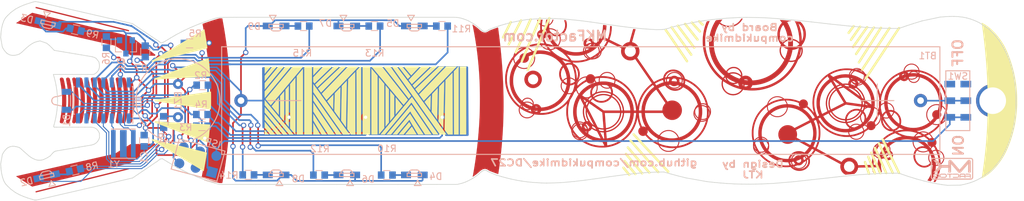
<source format=kicad_pcb>
(kicad_pcb (version 20171130) (host pcbnew "(5.1.2)-1")
  (layers (0 F.Cu signal) (31 B.Cu signal) (34 B.Paste user) (35 F.Paste user hide) (36 B.SilkS user) (37 F.SilkS user) (38 B.Mask user) (39 F.Mask user hide) (44 Edge.Cuts user))
  (net 0 "")
  (net 1 "Net-(Q1-Pad1)")
  (net 2 GND)
  (net 3 "Net-(Q1-Pad3)")
  (net 4 "Net-(BZ1-Pad1)")
  (net 5 BUZZ)
  (net 6 SCK)
  (net 7 MISO)
  (net 8 MOSI)
  (net 9 "Net-(R5-Pad1)")
  (net 10 "Net-(R5-Pad2)")
  (net 11 IRLED)
  (net 12 "Net-(D1-Pad1)")
  (net 13 "Net-(D2-Pad1)")
  (net 14 "Net-(D3-Pad1)")
  (net 15 "Net-(D4-Pad2)")
  (net 16 LED1)
  (net 17 "Net-(D5-Pad2)")
  (net 18 "Net-(D6-Pad2)")
  (net 19 LED2)
  (net 20 "Net-(D7-Pad2)")
  (net 21 "Net-(D8-Pad2)")
  (net 22 LED3)
  (net 23 "Net-(D9-Pad2)")
  (net 24 +BATT)
  (net 25 "Net-(U1-Pad2)")
  (net 26 "Net-(U1-Pad3)")
  (net 27 RST)
  (net 28 "Net-(R2-Pad1)")
  (net 29 "Net-(R3-Pad1)")
  (net 30 "Net-(R4-Pad1)")
  (net 31 "Net-(BT1-Pad1)")
  (module libraries:LTST-S220-LED-RA (layer B.Cu) (at 110.55 90.424 90)
    (fp_text reference D9 (at -0.066 -3.29 180) (layer B.SilkS) (effects (justify mirror)))
    (fp_text value LED)
    (pad 1 smd rect (at 0 -1.25 90) (size 1 1.5) (layers B.Cu B.Paste B.Mask) (net 2 GND))
    (pad 2 smd rect (at 0 1.25 90) (size 1 1.5) (layers B.Cu B.Paste B.Mask) (net 23 "Net-(D9-Pad2)"))
  )
  (module libraries:LTST-S220-LED-RA (layer B.Cu) (at 110.55 112.84 270)
    (fp_text reference D8 (at 0.58 -3.34) (layer B.SilkS) (effects (justify mirror)))
    (fp_text value LED)
    (pad 1 smd rect (at 0 -1.25 270) (size 1 1.5) (layers B.Cu B.Paste B.Mask) (net 2 GND))
    (pad 2 smd rect (at 0 1.25 270) (size 1 1.5) (layers B.Cu B.Paste B.Mask) (net 21 "Net-(D8-Pad2)"))
  )
  (module libraries:LTST-S220-LED-RA (layer B.Cu) (at 121.158 90.424 90)
    (fp_text reference D7 (at 0.404 -3.188 180) (layer B.SilkS) (effects (justify mirror)))
    (fp_text value LED)
    (pad 1 smd rect (at 0 -1.25 90) (size 1 1.5) (layers B.Cu B.Paste B.Mask) (net 2 GND))
    (pad 2 smd rect (at 0 1.25 90) (size 1 1.5) (layers B.Cu B.Paste B.Mask) (net 20 "Net-(D7-Pad2)"))
  )
  (module libraries:LTST-S220-LED-RA (layer B.Cu) (at 121.158 112.84 270)
    (fp_text reference D6 (at 0.64 -3.202) (layer B.SilkS) (effects (justify mirror)))
    (fp_text value LED)
    (pad 1 smd rect (at 0 -1.25 270) (size 1 1.5) (layers B.Cu B.Paste B.Mask) (net 2 GND))
    (pad 2 smd rect (at 0 1.25 270) (size 1 1.5) (layers B.Cu B.Paste B.Mask) (net 18 "Net-(D6-Pad2)"))
  )
  (module libraries:LTST-S220-LED-RA (layer B.Cu) (at 131.3 90.424 90)
    (fp_text reference D5 (at 0.384 -3.23 180) (layer B.SilkS) (effects (justify mirror)))
    (fp_text value LED)
    (pad 1 smd rect (at 0 -1.25 90) (size 1 1.5) (layers B.Cu B.Paste B.Mask) (net 2 GND))
    (pad 2 smd rect (at 0 1.25 90) (size 1 1.5) (layers B.Cu B.Paste B.Mask) (net 17 "Net-(D5-Pad2)"))
  )
  (module libraries:LTST-S220-LED-RA (layer B.Cu) (at 131.3 112.84 270)
    (fp_text reference D4 (at 0.23 -3.22) (layer B.SilkS) (effects (justify mirror)))
    (fp_text value LED)
    (pad 1 smd rect (at 0 -1.25 270) (size 1 1.5) (layers B.Cu B.Paste B.Mask) (net 2 GND))
    (pad 2 smd rect (at 0 1.25 270) (size 1 1.5) (layers B.Cu B.Paste B.Mask) (net 15 "Net-(D4-Pad2)"))
  )
  (module libraries:LTST-S220-LED-RA (layer B.Cu) (at 76.312037 90.008811 77)
    (fp_text reference D3 (at -0.088865 -3.224695 167) (layer B.SilkS) (effects (justify mirror)))
    (fp_text value LED)
    (pad 1 smd rect (at 0 -1.25 77) (size 1 1.5) (layers B.Cu B.Paste B.Mask) (net 14 "Net-(D3-Pad1)"))
    (pad 2 smd rect (at 0 1.25 77) (size 1 1.5) (layers B.Cu B.Paste B.Mask) (net 24 +BATT))
  )
  (module libraries:LTST-S220-LED-RA (layer B.Cu) (at 76.12 113.04 283)
    (fp_text reference D2 (at 0.121881 3.117314 13) (layer B.SilkS) (effects (justify mirror)))
    (fp_text value LED)
    (pad 1 smd rect (at 0 -1.25 283) (size 1 1.5) (layers B.Cu B.Paste B.Mask) (net 13 "Net-(D2-Pad1)"))
    (pad 2 smd rect (at 0 1.25 283) (size 1 1.5) (layers B.Cu B.Paste B.Mask) (net 24 +BATT))
  )
  (module ScrewdriverBadge:LED-IR-RA-OSRAM-SFH-4045N (layer B.Cu) (at 79.08 101.68 270)
    (fp_text reference D1 (at 2.97 -0.04 270) (layer B.SilkS) (effects (justify mirror)))
    (fp_text value LED)
    (pad 2 smd rect (at -1.35 0 270) (size 0.9 1.4) (layers B.Cu B.Paste B.Mask) (net 24 +BATT))
    (pad 1 smd rect (at 1.35 0 270) (size 0.9 1.4) (layers B.Cu B.Paste B.Mask) (net 12 "Net-(D1-Pad1)"))
  )
  (module ScrewdriverBadge:ISP-AVR-6Pin-SMD (layer B.Cu) (at 98.805249 110.545874 75)
    (fp_text reference ISP (at 2.98026 1.556437 -195) (layer B.SilkS) (effects (justify mirror)))
    (fp_text value AVR-ISP-6)
    (pad 1 smd rect (at -1.27 2.54 75) (size 1.5 1.5) (layers B.Cu B.Mask) (net 7 MISO))
    (pad 2 smd circle (at 1.27 2.54 75) (size 1.5 1.5) (layers B.Cu B.Mask) (net 24 +BATT))
    (pad 3 smd circle (at -1.27 0 75) (size 1.5 1.5) (layers B.Cu B.Mask) (net 6 SCK))
    (pad 4 smd circle (at 1.27 0 75) (size 1.5 1.5) (layers B.Cu B.Mask) (net 8 MOSI))
    (pad 5 smd circle (at -1.27 -2.54 75) (size 1.5 1.5) (layers B.Cu B.Mask) (net 27 RST))
    (pad 6 smd circle (at 1.27 -2.54 75) (size 1.5 1.5) (layers B.Cu B.Mask) (net 2 GND))
  )
  (module libraries:MKFactorTiny (layer B.Cu) (at 212 111.91 180)
    (fp_text reference G*** hide)
    (fp_text value LOGO hide)
  )
  (module Screwdriver2019Copper2 (layer F.Cu) (at 144.3 101.72 90)
    (fp_text reference G*** hide)
    (fp_text value LOGO hide)
    (fp_poly (pts (xy 3.377074 3.520315) (xy 3.524932 3.543156) (xy 3.666574 3.581265) (xy 3.801152 3.633857) (xy 3.927817 3.700148) (xy 4.045721 3.779352) (xy 4.154016 3.870683) (xy 4.251853 3.973356) (xy 4.338384 4.086587) (xy 4.412761 4.209589) (xy 4.474135 4.341578) (xy 4.521659 4.481768) (xy 4.550489 4.606568) (xy 4.55971 4.67559) (xy 4.564735 4.755428) (xy 4.565615 4.840512) (xy 4.562399 4.92527) (xy 4.555138 5.004132) (xy 4.546434 5.059309) (xy 4.509367 5.20549) (xy 4.457884 5.343876) (xy 4.392831 5.473699) (xy 4.315057 5.59419) (xy 4.225408 5.70458) (xy 4.124731 5.804102) (xy 4.013874 5.891987) (xy 3.893685 5.967466) (xy 3.76501 6.029772) (xy 3.628698 6.078135) (xy 3.485594 6.111787) (xy 3.36861 6.127438) (xy 3.325483 6.13123) (xy 3.292316 6.133612) (xy 3.264148 6.134577) (xy 3.236019 6.134119) (xy 3.202968 6.132233) (xy 3.160033 6.12891) (xy 3.138555 6.127143) (xy 3.032849 6.112562) (xy 2.921462 6.086619) (xy 2.80959 6.050924) (xy 2.702427 6.007087) (xy 2.624756 5.967893) (xy 2.509644 5.894951) (xy 2.400244 5.807876) (xy 2.299055 5.709157) (xy 2.208577 5.601279) (xy 2.131311 5.486732) (xy 2.11776 5.463412) (xy 2.054118 5.334) (xy 2.005645 5.198578) (xy 1.972428 5.058791) (xy 1.954555 4.916285) (xy 1.952551 4.798414) (xy 2.487974 4.798414) (xy 2.492168 4.908364) (xy 2.51139 5.016626) (xy 2.545439 5.120472) (xy 2.568729 5.171409) (xy 2.627364 5.269012) (xy 2.698562 5.355913) (xy 2.781017 5.431115) (xy 2.873424 5.493621) (xy 2.974474 5.542434) (xy 3.082863 5.576557) (xy 3.106231 5.581721) (xy 3.151083 5.588199) (xy 3.206444 5.592169) (xy 3.26614 5.593543) (xy 3.324 5.592236) (xy 3.37385 5.58816) (xy 3.390332 5.585706) (xy 3.501626 5.557752) (xy 3.605184 5.515113) (xy 3.700102 5.458592) (xy 3.785478 5.388992) (xy 3.86041 5.307113) (xy 3.923994 5.21376) (xy 3.975328 5.109733) (xy 3.999253 5.044452) (xy 4.014595 4.981744) (xy 4.024495 4.908636) (xy 4.028689 4.830844) (xy 4.026913 4.754086) (xy 4.018902 4.684078) (xy 4.016507 4.671284) (xy 3.985921 4.561239) (xy 3.940148 4.458634) (xy 3.879347 4.363765) (xy 3.804862 4.27811) (xy 3.718198 4.202516) (xy 3.624918 4.142485) (xy 3.524909 4.097973) (xy 3.418058 4.068933) (xy 3.304253 4.05532) (xy 3.25858 4.054182) (xy 3.160641 4.059136) (xy 3.070742 4.074738) (xy 2.982939 4.102097) (xy 2.965624 4.108868) (xy 2.863374 4.158849) (xy 2.771847 4.221785) (xy 2.691534 4.297143) (xy 2.62293 4.38439) (xy 2.566528 4.482994) (xy 2.525475 4.584363) (xy 2.499009 4.689504) (xy 2.487974 4.798414) (xy 1.952551 4.798414) (xy 1.952113 4.772704) (xy 1.96519 4.629693) (xy 1.993871 4.488899) (xy 2.038246 4.351965) (xy 2.056432 4.307711) (xy 2.121696 4.177633) (xy 2.199949 4.05705) (xy 2.290016 3.946664) (xy 2.390718 3.847177) (xy 2.500879 3.759291) (xy 2.619321 3.683707) (xy 2.744866 3.621129) (xy 2.876337 3.572257) (xy 3.012557 3.537794) (xy 3.152349 3.518442) (xy 3.294535 3.514902) (xy 3.377074 3.520315)) (layer F.Cu) (width 0.01))
    (fp_poly (pts (xy -3.117835 -66.211102) (xy -3.08969 -66.206694) (xy -3.04959 -66.199848) (xy -2.999865 -66.190972) (xy -2.942844 -66.180476) (xy -2.880853 -66.168769) (xy -2.86871 -66.166442) (xy -2.448934 -66.090502) (xy -2.039285 -66.025987) (xy -1.637599 -65.972679) (xy -1.241712 -65.930364) (xy -0.84946 -65.898826) (xy -0.458679 -65.877849) (xy -0.067206 -65.867218) (xy 0.148117 -65.865702) (xy 0.236232 -65.865903) (xy 0.326997 -65.866485) (xy 0.41732 -65.867403) (xy 0.504106 -65.868611) (xy 0.584262 -65.870065) (xy 0.654692 -65.87172) (xy 0.712305 -65.87353) (xy 0.727891 -65.87415) (xy 1.169631 -65.899241) (xy 1.602771 -65.936729) (xy 2.030675 -65.987029) (xy 2.456701 -66.050558) (xy 2.884212 -66.127733) (xy 3.05968 -66.163203) (xy 3.129524 -66.177472) (xy 3.185213 -66.188145) (xy 3.229055 -66.195569) (xy 3.263355 -66.200091) (xy 3.290421 -66.202057) (xy 3.31256 -66.201815) (xy 3.315374 -66.201626) (xy 3.37415 -66.189785) (xy 3.425307 -66.163283) (xy 3.469401 -66.121724) (xy 3.506552 -66.065531) (xy 3.515308 -66.046618) (xy 3.520863 -66.02644) (xy 3.523895 -66.000508) (xy 3.52508 -65.964332) (xy 3.525192 -65.94182) (xy 3.524774 -65.900208) (xy 3.522918 -65.870416) (xy 3.518717 -65.847344) (xy 3.511268 -65.825892) (xy 3.500484 -65.802627) (xy 3.464832 -65.746011) (xy 3.418821 -65.697632) (xy 3.366446 -65.661638) (xy 3.363003 -65.65987) (xy 3.343172 -65.65231) (xy 3.308683 -65.641868) (xy 3.261476 -65.628997) (xy 3.203489 -65.614153) (xy 3.13666 -65.59779) (xy 3.062928 -65.580363) (xy 2.984231 -65.562325) (xy 2.902507 -65.544131) (xy 2.819696 -65.526237) (xy 2.737735 -65.509095) (xy 2.658564 -65.49316) (xy 2.61956 -65.485583) (xy 2.3106 -65.42936) (xy 2.011887 -65.381256) (xy 1.719114 -65.340751) (xy 1.427974 -65.307322) (xy 1.134158 -65.280447) (xy 0.833359 -65.259605) (xy 0.689803 -65.251817) (xy 0.599895 -65.248119) (xy 0.496364 -65.245187) (xy 0.382312 -65.243021) (xy 0.260839 -65.241617) (xy 0.135046 -65.240976) (xy 0.008031 -65.241096) (xy -0.117104 -65.241974) (xy -0.237259 -65.24361) (xy -0.349334 -65.246002) (xy -0.450229 -65.249149) (xy -0.524758 -65.252409) (xy -0.948244 -65.280576) (xy -1.364925 -65.32143) (xy -1.778116 -65.375432) (xy -2.191126 -65.443045) (xy -2.607269 -65.524732) (xy -2.835388 -65.575071) (xy -2.924255 -65.595746) (xy -2.998363 -65.613894) (xy -3.059561 -65.630254) (xy -3.109701 -65.645566) (xy -3.150633 -65.660567) (xy -3.184207 -65.675996) (xy -3.212274 -65.692591) (xy -3.236684 -65.711091) (xy -3.259287 -65.732235) (xy -3.277165 -65.751383) (xy -3.319876 -65.810624) (xy -3.346388 -65.874122) (xy -3.356527 -65.940669) (xy -3.350115 -66.009059) (xy -3.326975 -66.078084) (xy -3.325406 -66.081466) (xy -3.298489 -66.122751) (xy -3.260684 -66.159431) (xy -3.216326 -66.188569) (xy -3.169749 -66.207231) (xy -3.131697 -66.212663) (xy -3.117835 -66.211102)) (layer F.Cu) (width 0.01))
    (fp_poly (pts (xy -3.121844 -65.279409) (xy -3.094293 -65.276651) (xy -3.058875 -65.27155) (xy -3.013556 -65.263883) (xy -2.956299 -65.253433) (xy -2.885067 -65.239978) (xy -2.861347 -65.235453) (xy -2.369136 -65.148123) (xy -1.884223 -65.075676) (xy -1.40584 -65.018108) (xy -0.933217 -64.975422) (xy -0.465585 -64.947615) (xy -0.002176 -64.934687) (xy 0.457779 -64.936638) (xy 0.91505 -64.953468) (xy 1.370405 -64.985175) (xy 1.824612 -65.031759) (xy 2.278442 -65.09322) (xy 2.732662 -65.169557) (xy 3.049703 -65.231523) (xy 3.127321 -65.247145) (xy 3.190645 -65.258795) (xy 3.241799 -65.266627) (xy 3.282905 -65.270791) (xy 3.316089 -65.271441) (xy 3.343473 -65.268729) (xy 3.367182 -65.262805) (xy 3.385538 -65.255583) (xy 3.439534 -65.222689) (xy 3.480829 -65.17865) (xy 3.509326 -65.123624) (xy 3.524927 -65.057766) (xy 3.52757 -65.027724) (xy 3.525548 -64.958729) (xy 3.511122 -64.898237) (xy 3.483002 -64.841984) (xy 3.462612 -64.813087) (xy 3.444227 -64.790531) (xy 3.425665 -64.771395) (xy 3.405003 -64.75488) (xy 3.380317 -64.740186) (xy 3.349686 -64.726511) (xy 3.311185 -64.713055) (xy 3.262891 -64.699018) (xy 3.202882 -64.683599) (xy 3.129234 -64.665999) (xy 3.084009 -64.655511) (xy 2.719128 -64.576256) (xy 2.358714 -64.507879) (xy 1.999141 -64.449866) (xy 1.636785 -64.401699) (xy 1.268023 -64.362862) (xy 0.889229 -64.33284) (xy 0.761746 -64.324799) (xy 0.698275 -64.321724) (xy 0.620395 -64.319071) (xy 0.530617 -64.316848) (xy 0.431456 -64.315063) (xy 0.325423 -64.313724) (xy 0.215033 -64.312838) (xy 0.102796 -64.312414) (xy -0.008772 -64.312459) (xy -0.117161 -64.312983) (xy -0.219856 -64.313991) (xy -0.314344 -64.315493) (xy -0.398114 -64.317496) (xy -0.468653 -64.320009) (xy -0.486671 -64.320854) (xy -0.945156 -64.351219) (xy -1.396183 -64.39606) (xy -1.841457 -64.455615) (xy -2.282683 -64.530126) (xy -2.721566 -64.619833) (xy -2.908436 -64.662771) (xy -2.985065 -64.681314) (xy -3.047386 -64.697429) (xy -3.097681 -64.712039) (xy -3.138233 -64.726069) (xy -3.171327 -64.740442) (xy -3.199244 -64.756084) (xy -3.22427 -64.773917) (xy -3.248686 -64.794866) (xy -3.25923 -64.804741) (xy -3.305983 -64.860053) (xy -3.337748 -64.921554) (xy -3.354046 -64.987355) (xy -3.354398 -65.055572) (xy -3.339578 -65.120743) (xy -3.320589 -65.159267) (xy -3.291836 -65.197984) (xy -3.257408 -65.232659) (xy -3.221393 -65.259058) (xy -3.19412 -65.271391) (xy -3.177668 -65.275813) (xy -3.161496 -65.278769) (xy -3.143566 -65.280041) (xy -3.121844 -65.279409)) (layer F.Cu) (width 0.01))
    (fp_poly (pts (xy -3.106134 -64.347006) (xy -3.066572 -64.342243) (xy -3.016788 -64.334465) (xy -2.954861 -64.323536) (xy -2.878868 -64.309317) (xy -2.852866 -64.304356) (xy -2.355181 -64.216125) (xy -1.864056 -64.143218) (xy -1.378861 -64.085638) (xy -0.89897 -64.043384) (xy -0.423753 -64.016455) (xy 0.047417 -64.004852) (xy 0.51517 -64.008574) (xy 0.980134 -64.027623) (xy 1.442936 -64.061996) (xy 1.904205 -64.111696) (xy 2.36457 -64.176721) (xy 2.824658 -64.257071) (xy 3.059859 -64.304046) (xy 3.137868 -64.319754) (xy 3.201592 -64.331249) (xy 3.253095 -64.338701) (xy 3.294442 -64.342276) (xy 3.3277 -64.342142) (xy 3.354932 -64.338468) (xy 3.378206 -64.331421) (xy 3.381306 -64.330158) (xy 3.423021 -64.3052) (xy 3.462768 -64.267873) (xy 3.496095 -64.222551) (xy 3.502647 -64.210963) (xy 3.513 -64.189872) (xy 3.519611 -64.170336) (xy 3.523299 -64.147585) (xy 3.524885 -64.116849) (xy 3.525192 -64.079774) (xy 3.524779 -64.038223) (xy 3.52296 -64.008652) (xy 3.518868 -63.986124) (xy 3.511634 -63.9657) (xy 3.501368 -63.944352) (xy 3.471814 -63.897701) (xy 3.433961 -63.854189) (xy 3.392421 -63.818565) (xy 3.360624 -63.799405) (xy 3.340205 -63.791892) (xy 3.30512 -63.781477) (xy 3.257294 -63.768614) (xy 3.198653 -63.753755) (xy 3.131122 -63.737356) (xy 3.056627 -63.719871) (xy 2.977093 -63.701753) (xy 2.894446 -63.683457) (xy 2.81061 -63.665437) (xy 2.727512 -63.648146) (xy 2.670343 -63.636626) (xy 2.219359 -63.554805) (xy 1.768879 -63.488622) (xy 1.316087 -63.437725) (xy 0.858166 -63.401764) (xy 0.723659 -63.394061) (xy 0.679402 -63.392146) (xy 0.621693 -63.390283) (xy 0.552941 -63.388502) (xy 0.475555 -63.386832) (xy 0.391944 -63.385302) (xy 0.30452 -63.383943) (xy 0.21569 -63.382784) (xy 0.127865 -63.381855) (xy 0.043455 -63.381185) (xy -0.035132 -63.380804) (xy -0.105485 -63.380742) (xy -0.165195 -63.381028) (xy -0.211853 -63.381692) (xy -0.232756 -63.382291) (xy -0.359373 -63.387354) (xy -0.481663 -63.392788) (xy -0.597124 -63.398462) (xy -0.703257 -63.404247) (xy -0.797561 -63.410013) (xy -0.877534 -63.415631) (xy -0.88024 -63.415839) (xy -1.320482 -63.457485) (xy -1.763695 -63.514761) (xy -2.207373 -63.587282) (xy -2.649011 -63.674661) (xy -2.848084 -63.719112) (xy -2.930249 -63.738229) (xy -2.99783 -63.754364) (xy -3.052763 -63.768233) (xy -3.096985 -63.780549) (xy -3.13243 -63.792027) (xy -3.161035 -63.803381) (xy -3.184735 -63.815325) (xy -3.205467 -63.828574) (xy -3.225166 -63.843841) (xy -3.245768 -63.861842) (xy -3.253183 -63.868585) (xy -3.300871 -63.922243) (xy -3.334283 -63.982018) (xy -3.352724 -64.045793) (xy -3.355497 -64.111451) (xy -3.347949 -64.156598) (xy -3.325957 -64.219428) (xy -3.294676 -64.269459) (xy -3.252333 -64.30906) (xy -3.217903 -64.330402) (xy -3.200613 -64.338655) (xy -3.182714 -64.344579) (xy -3.162283 -64.348037) (xy -3.137397 -64.348891) (xy -3.106134 -64.347006)) (layer F.Cu) (width 0.01))
    (fp_poly (pts (xy -3.104847 -63.417371) (xy -3.06378 -63.412704) (xy -3.012259 -63.404787) (xy -2.948276 -63.393448) (xy -2.869824 -63.378517) (xy -2.868667 -63.378292) (xy -2.358985 -63.286941) (xy -1.853533 -63.211949) (xy -1.352191 -63.153316) (xy -0.854837 -63.111042) (xy -0.361352 -63.085126) (xy 0.128386 -63.075569) (xy 0.614497 -63.08237) (xy 1.097102 -63.10553) (xy 1.576321 -63.145048) (xy 2.052276 -63.200924) (xy 2.525087 -63.273158) (xy 2.994874 -63.36175) (xy 3.051395 -63.373552) (xy 3.131874 -63.389929) (xy 3.19803 -63.401879) (xy 3.251846 -63.409533) (xy 3.295303 -63.41302) (xy 3.330382 -63.41247) (xy 3.359064 -63.408013) (xy 3.38333 -63.399777) (xy 3.391594 -63.395794) (xy 3.438244 -63.363393) (xy 3.478901 -63.319819) (xy 3.508672 -63.270563) (xy 3.513414 -63.259141) (xy 3.526251 -63.206191) (xy 3.529262 -63.145929) (xy 3.522793 -63.084575) (xy 3.507189 -63.028347) (xy 3.499602 -63.010964) (xy 3.46881 -62.962627) (xy 3.427142 -62.917351) (xy 3.380198 -62.880847) (xy 3.361451 -62.870109) (xy 3.344136 -62.863566) (xy 3.312799 -62.854041) (xy 3.269947 -62.842204) (xy 3.218087 -62.828722) (xy 3.159726 -62.814265) (xy 3.097371 -62.799499) (xy 3.091521 -62.798149) (xy 2.629778 -62.699731) (xy 2.16981 -62.617592) (xy 1.712053 -62.551791) (xy 1.256941 -62.502389) (xy 0.804908 -62.469446) (xy 0.689803 -62.463669) (xy 0.621547 -62.460965) (xy 0.541451 -62.458466) (xy 0.452642 -62.456217) (xy 0.358248 -62.454263) (xy 0.261393 -62.452648) (xy 0.165205 -62.451417) (xy 0.07281 -62.450615) (xy -0.012665 -62.450288) (xy -0.088094 -62.450479) (xy -0.15035 -62.451235) (xy -0.160813 -62.451455) (xy -0.629534 -62.470441) (xy -1.096825 -62.505882) (xy -1.561787 -62.557661) (xy -2.023519 -62.625666) (xy -2.48112 -62.709781) (xy -2.877707 -62.796573) (xy -2.946578 -62.812814) (xy -3.001146 -62.825801) (xy -3.043587 -62.836156) (xy -3.076076 -62.844501) (xy -3.100788 -62.851458) (xy -3.119899 -62.857649) (xy -3.135584 -62.863696) (xy -3.150019 -62.870221) (xy -3.165379 -62.877846) (xy -3.169788 -62.880083) (xy -3.235228 -62.921935) (xy -3.28736 -62.974134) (xy -3.325921 -63.036357) (xy -3.348485 -63.099408) (xy -3.356751 -63.162383) (xy -3.350373 -63.224379) (xy -3.330645 -63.282624) (xy -3.298863 -63.334346) (xy -3.256325 -63.37677) (xy -3.204719 -63.406961) (xy -3.185395 -63.413583) (xy -3.163647 -63.417639) (xy -3.137467 -63.418959) (xy -3.104847 -63.417371)) (layer F.Cu) (width 0.01))
    (fp_poly (pts (xy -3.111111 -62.490174) (xy -3.083012 -62.486839) (xy -3.046109 -62.481109) (xy -2.998182 -62.472697) (xy -2.93701 -62.461315) (xy -2.900549 -62.454379) (xy -2.565856 -62.39296) (xy -2.243334 -62.33912) (xy -1.930178 -62.292547) (xy -1.623584 -62.252929) (xy -1.320749 -62.219954) (xy -1.018866 -62.193309) (xy -0.715132 -62.172682) (xy -0.406743 -62.15776) (xy -0.16699 -62.15003) (xy 0.293066 -62.146224) (xy 0.757059 -62.158145) (xy 1.223112 -62.18562) (xy 1.689349 -62.228477) (xy 2.153894 -62.286543) (xy 2.614871 -62.359648) (xy 3.065017 -62.446484) (xy 3.122664 -62.45836) (xy 3.176328 -62.468938) (xy 3.22329 -62.477719) (xy 3.260832 -62.484207) (xy 3.286234 -62.487901) (xy 3.294685 -62.488571) (xy 3.350612 -62.480472) (xy 3.40365 -62.457638) (xy 3.450784 -62.422259) (xy 3.488999 -62.376526) (xy 3.512577 -62.330201) (xy 3.52728 -62.269344) (xy 3.529024 -62.20317) (xy 3.518134 -62.136856) (xy 3.496932 -62.079562) (xy 3.462129 -62.024652) (xy 3.417057 -61.977677) (xy 3.365751 -61.942657) (xy 3.353777 -61.936844) (xy 3.335407 -61.930383) (xy 3.303322 -61.920995) (xy 3.260334 -61.909421) (xy 3.209252 -61.896405) (xy 3.152888 -61.882689) (xy 3.116789 -61.874221) (xy 2.653013 -61.774889) (xy 2.192033 -61.69201) (xy 1.73305 -61.625496) (xy 1.275264 -61.575258) (xy 0.817875 -61.54121) (xy 0.360084 -61.523261) (xy -0.084639 -61.521145) (xy -0.454175 -61.531612) (xy -0.832326 -61.55404) (xy -1.216014 -61.588148) (xy -1.602164 -61.633653) (xy -1.987698 -61.690274) (xy -2.056714 -61.701612) (xy -2.15446 -61.718458) (xy -2.256108 -61.736946) (xy -2.359992 -61.756709) (xy -2.464447 -61.777376) (xy -2.567808 -61.798578) (xy -2.668407 -61.819947) (xy -2.764581 -61.841114) (xy -2.854662 -61.86171) (xy -2.936986 -61.881365) (xy -3.009886 -61.899711) (xy -3.071697 -61.916379) (xy -3.120754 -61.930999) (xy -3.15539 -61.943203) (xy -3.163866 -61.946868) (xy -3.21051 -61.97468) (xy -3.255977 -62.012307) (xy -3.295348 -62.055046) (xy -3.323703 -62.09819) (xy -3.325156 -62.10112) (xy -3.347399 -62.163129) (xy -3.355754 -62.225775) (xy -3.351157 -62.286796) (xy -3.334544 -62.343929) (xy -3.306851 -62.394912) (xy -3.269014 -62.437483) (xy -3.221969 -62.46938) (xy -3.166651 -62.48834) (xy -3.164789 -62.488701) (xy -3.149779 -62.490817) (xy -3.132627 -62.491404) (xy -3.111111 -62.490174)) (layer F.Cu) (width 0.01))
    (fp_poly (pts (xy -3.118237 -61.564471) (xy -3.091862 -61.560131) (xy -3.053621 -61.553416) (xy -3.005888 -61.544751) (xy -2.951039 -61.534559) (xy -2.897034 -61.524333) (xy -2.529311 -61.4573) (xy -2.173559 -61.399088) (xy -1.827446 -61.349464) (xy -1.488639 -61.308194) (xy -1.154808 -61.275044) (xy -0.823621 -61.249782) (xy -0.492745 -61.232173) (xy -0.159848 -61.221985) (xy 0.152349 -61.218964) (xy 0.30682 -61.21939) (xy 0.447824 -61.220741) (xy 0.5788 -61.22312) (xy 0.70319 -61.226634) (xy 0.824433 -61.231387) (xy 0.94597 -61.237487) (xy 1.071241 -61.245037) (xy 1.129923 -61.248949) (xy 1.598188 -61.288969) (xy 2.066815 -61.344831) (xy 2.532969 -61.416142) (xy 2.993813 -61.502509) (xy 3.05968 -61.516186) (xy 3.129259 -61.530541) (xy 3.184703 -61.541288) (xy 3.228332 -61.548779) (xy 3.262469 -61.553366) (xy 3.289436 -61.555401) (xy 3.311555 -61.555238) (xy 3.315374 -61.55499) (xy 3.374699 -61.542642) (xy 3.426553 -61.515475) (xy 3.469875 -61.474335) (xy 3.503605 -61.420071) (xy 3.51348 -61.396735) (xy 3.527369 -61.338724) (xy 3.529124 -61.27468) (xy 3.519104 -61.20999) (xy 3.497667 -61.150045) (xy 3.496932 -61.148539) (xy 3.461323 -61.092619) (xy 3.415214 -61.04565) (xy 3.362276 -61.011261) (xy 3.354472 -61.007632) (xy 3.336491 -61.001418) (xy 3.304596 -60.992214) (xy 3.261401 -60.980698) (xy 3.209516 -60.967548) (xy 3.151553 -60.953443) (xy 3.093924 -60.939934) (xy 2.69443 -60.853617) (xy 2.301796 -60.780256) (xy 1.912587 -60.71937) (xy 1.523365 -60.670478) (xy 1.130697 -60.633099) (xy 0.731145 -60.606753) (xy 0.702499 -60.605293) (xy 0.612449 -60.601559) (xy 0.508791 -60.598583) (xy 0.394576 -60.596361) (xy 0.272856 -60.594894) (xy 0.14668 -60.59418) (xy 0.019102 -60.594218) (xy -0.106828 -60.595008) (xy -0.228059 -60.596549) (xy -0.34154 -60.598839) (xy -0.444218 -60.601878) (xy -0.533043 -60.605665) (xy -0.533222 -60.605674) (xy -1.00409 -60.638299) (xy -1.473353 -60.687558) (xy -1.940144 -60.753327) (xy -2.403596 -60.835485) (xy -2.862843 -60.933908) (xy -2.886171 -60.93937) (xy -2.963266 -60.957751) (xy -3.025877 -60.973367) (xy -3.076095 -60.986892) (xy -3.116011 -60.999003) (xy -3.147715 -61.010375) (xy -3.173298 -61.021684) (xy -3.19485 -61.033606) (xy -3.211137 -61.044425) (xy -3.269171 -61.094498) (xy -3.312819 -61.151125) (xy -3.341634 -61.21272) (xy -3.355167 -61.277697) (xy -3.352969 -61.344472) (xy -3.334594 -61.411459) (xy -3.322448 -61.438287) (xy -3.293415 -61.480688) (xy -3.254049 -61.517401) (xy -3.208599 -61.545601) (xy -3.161313 -61.562463) (xy -3.130369 -61.566012) (xy -3.118237 -61.564471)) (layer F.Cu) (width 0.01))
    (fp_poly (pts (xy -3.106081 -60.605981) (xy -3.067604 -60.602236) (xy -3.019397 -60.595266) (xy -2.959479 -60.584992) (xy -2.885867 -60.571334) (xy -2.848084 -60.564128) (xy -2.350461 -60.47571) (xy -1.859462 -60.402587) (xy -1.374457 -60.34476) (xy -0.894817 -60.302228) (xy -0.419915 -60.274991) (xy 0.05088 -60.263049) (xy 0.518195 -60.266402) (xy 0.982659 -60.285049) (xy 1.444901 -60.318991) (xy 1.905549 -60.368226) (xy 2.365233 -60.432756) (xy 2.824581 -60.51258) (xy 3.075315 -60.562587) (xy 3.157203 -60.578969) (xy 3.224866 -60.590631) (xy 3.280372 -60.59744) (xy 3.325791 -60.599261) (xy 3.363192 -60.59596) (xy 3.394645 -60.587403) (xy 3.422217 -60.573454) (xy 3.44798 -60.553981) (xy 3.465786 -60.537248) (xy 3.505046 -60.486787) (xy 3.530519 -60.429672) (xy 3.542672 -60.368387) (xy 3.541967 -60.305414) (xy 3.528869 -60.243239) (xy 3.503843 -60.184343) (xy 3.467353 -60.131211) (xy 3.419863 -60.086326) (xy 3.376388 -60.059097) (xy 3.357125 -60.05173) (xy 3.323185 -60.041449) (xy 3.276481 -60.028707) (xy 3.218925 -60.013958) (xy 3.15243 -59.997657) (xy 3.078907 -59.980257) (xy 3.000269 -59.962212) (xy 2.918428 -59.943976) (xy 2.835298 -59.926004) (xy 2.752789 -59.908748) (xy 2.687271 -59.895518) (xy 2.300176 -59.824249) (xy 1.915882 -59.764745) (xy 1.530151 -59.716474) (xy 1.138745 -59.678901) (xy 0.761746 -59.652852) (xy 0.724814 -59.65119) (xy 0.67413 -59.649548) (xy 0.611839 -59.64795) (xy 0.54009 -59.646421) (xy 0.461027 -59.644985) (xy 0.376797 -59.643665) (xy 0.289547 -59.642486) (xy 0.201423 -59.641472) (xy 0.114572 -59.640647) (xy 0.031139 -59.640035) (xy -0.046729 -59.63966) (xy -0.116885 -59.639546) (xy -0.177183 -59.639718) (xy -0.225477 -59.640198) (xy -0.25962 -59.641012) (xy -0.266611 -59.641316) (xy -0.292656 -59.642594) (xy -0.332194 -59.644472) (xy -0.381807 -59.646791) (xy -0.438075 -59.649392) (xy -0.497583 -59.652115) (xy -0.520527 -59.653158) (xy -0.92208 -59.678419) (xy -1.330213 -59.717959) (xy -1.74288 -59.771489) (xy -2.158033 -59.838723) (xy -2.573626 -59.919375) (xy -2.83962 -59.978069) (xy -2.923199 -59.997586) (xy -2.992162 -60.014305) (xy -3.048447 -60.028959) (xy -3.093994 -60.042283) (xy -3.13074 -60.05501) (xy -3.160626 -60.067874) (xy -3.185589 -60.081609) (xy -3.207568 -60.096949) (xy -3.228503 -60.114628) (xy -3.247236 -60.132345) (xy -3.290991 -60.185135) (xy -3.321367 -60.24334) (xy -3.338497 -60.304595) (xy -3.342515 -60.366535) (xy -3.333556 -60.426793) (xy -3.311753 -60.483006) (xy -3.27724 -60.532808) (xy -3.230151 -60.573833) (xy -3.221941 -60.579127) (xy -3.202363 -60.59031) (xy -3.182971 -60.598667) (xy -3.161782 -60.604118) (xy -3.136813 -60.606582) (xy -3.106081 -60.605981)) (layer F.Cu) (width 0.01))
    (fp_poly (pts (xy -3.097581 -59.677005) (xy -3.066004 -59.672573) (xy -3.022782 -59.665691) (xy -2.970396 -59.656771) (xy -2.91133 -59.646225) (xy -2.848064 -59.634467) (xy -2.836708 -59.632308) (xy -2.351566 -59.546298) (xy -1.874108 -59.474886) (xy -1.403543 -59.418018) (xy -0.939079 -59.375639) (xy -0.479924 -59.347695) (xy -0.025287 -59.334131) (xy 0.425624 -59.334892) (xy 0.8736 -59.349924) (xy 1.083372 -59.361904) (xy 1.570186 -59.401754) (xy 2.053761 -59.458133) (xy 2.533786 -59.530999) (xy 3.00995 -59.620309) (xy 3.051216 -59.628862) (xy 3.131897 -59.645335) (xy 3.198272 -59.657756) (xy 3.252476 -59.666107) (xy 3.296644 -59.670371) (xy 3.332909 -59.670527) (xy 3.363406 -59.666559) (xy 3.390271 -59.658447) (xy 3.415636 -59.646174) (xy 3.441638 -59.629721) (xy 3.447771 -59.625458) (xy 3.477442 -59.596768) (xy 3.504559 -59.556321) (xy 3.526207 -59.509284) (xy 3.538965 -59.463695) (xy 3.543427 -59.39581) (xy 3.532961 -59.328608) (xy 3.508968 -59.265003) (xy 3.472851 -59.207909) (xy 3.426009 -59.160241) (xy 3.377985 -59.128889) (xy 3.360305 -59.122164) (xy 3.328705 -59.112508) (xy 3.285798 -59.100621) (xy 3.234197 -59.087205) (xy 3.176516 -59.072961) (xy 3.12078 -59.059834) (xy 2.677246 -58.964774) (xy 2.238902 -58.884949) (xy 1.804071 -58.820123) (xy 1.371075 -58.77006) (xy 0.938237 -58.734523) (xy 0.727891 -58.72245) (xy 0.675209 -58.720249) (xy 0.609469 -58.718143) (xy 0.533333 -58.716166) (xy 0.449465 -58.714353) (xy 0.360529 -58.712741) (xy 0.269188 -58.711364) (xy 0.178106 -58.710257) (xy 0.089945 -58.709456) (xy 0.007371 -58.708996) (xy -0.066954 -58.708913) (xy -0.130366 -58.709241) (xy -0.180202 -58.710016) (xy -0.190437 -58.71029) (xy -0.582639 -58.726948) (xy -0.963927 -58.753311) (xy -1.337506 -58.789741) (xy -1.706576 -58.836598) (xy -2.07434 -58.894245) (xy -2.444001 -58.963042) (xy -2.462979 -58.96686) (xy -2.531547 -58.980964) (xy -2.605983 -58.996734) (xy -2.683655 -59.013574) (xy -2.76193 -59.030888) (xy -2.838173 -59.048077) (xy -2.90975 -59.064546) (xy -2.97403 -59.079698) (xy -3.028377 -59.092935) (xy -3.070159 -59.103662) (xy -3.086146 -59.108078) (xy -3.149593 -59.133584) (xy -3.208473 -59.171022) (xy -3.259829 -59.217625) (xy -3.300703 -59.270627) (xy -3.328139 -59.32726) (xy -3.331398 -59.337544) (xy -3.342619 -59.401022) (xy -3.340153 -59.462731) (xy -3.325328 -59.520577) (xy -3.299474 -59.572465) (xy -3.263918 -59.616302) (xy -3.219989 -59.649992) (xy -3.169017 -59.671442) (xy -3.115033 -59.678574) (xy -3.097581 -59.677005)) (layer F.Cu) (width 0.01))
    (fp_poly (pts (xy -3.089953 -58.74552) (xy -3.046751 -58.740417) (xy -2.99272 -58.731975) (xy -2.925897 -58.720023) (xy -2.854832 -58.706442) (xy -2.417946 -58.627283) (xy -1.980568 -58.559825) (xy -1.544374 -58.504215) (xy -1.111042 -58.4606) (xy -0.682246 -58.429127) (xy -0.259663 -58.409944) (xy 0.155029 -58.403197) (xy 0.541686 -58.408485) (xy 0.872679 -58.421279) (xy 1.194174 -58.440419) (xy 1.509569 -58.466305) (xy 1.822261 -58.499335) (xy 2.135647 -58.539909) (xy 2.453127 -58.588426) (xy 2.778096 -58.645284) (xy 3.110463 -58.710169) (xy 3.172829 -58.722835) (xy 3.221146 -58.732305) (xy 3.257925 -58.738886) (xy 3.28568 -58.74288) (xy 3.306923 -58.744593) (xy 3.324166 -58.744329) (xy 3.339922 -58.742392) (xy 3.353976 -58.739668) (xy 3.409737 -58.719854) (xy 3.45707 -58.687119) (xy 3.495071 -58.643705) (xy 3.522835 -58.591854) (xy 3.539459 -58.533808) (xy 3.544038 -58.47181) (xy 3.535669 -58.408102) (xy 3.513446 -58.344926) (xy 3.513278 -58.344571) (xy 3.476915 -58.285735) (xy 3.429371 -58.236418) (xy 3.376431 -58.201307) (xy 3.347802 -58.189664) (xy 3.303916 -58.17572) (xy 3.246242 -58.15977) (xy 3.176249 -58.142113) (xy 3.095407 -58.123045) (xy 3.005184 -58.102862) (xy 2.907052 -58.081861) (xy 2.802477 -58.06034) (xy 2.692932 -58.038595) (xy 2.579883 -58.016923) (xy 2.464802 -57.995621) (xy 2.349158 -57.974985) (xy 2.234419 -57.955313) (xy 2.122056 -57.936901) (xy 2.013538 -57.920046) (xy 1.910334 -57.905045) (xy 1.908597 -57.904802) (xy 1.606265 -57.866508) (xy 1.296614 -57.83473) (xy 0.983604 -57.809711) (xy 0.671194 -57.791696) (xy 0.363345 -57.780931) (xy 0.064015 -57.777659) (xy -0.118494 -57.779557) (xy -0.585384 -57.796971) (xy -1.05223 -57.831205) (xy -1.518219 -57.882169) (xy -1.982539 -57.949774) (xy -2.444376 -58.033929) (xy -2.475675 -58.040252) (xy -2.596144 -58.065176) (xy -2.708069 -58.089209) (xy -2.810375 -58.112088) (xy -2.901986 -58.13355) (xy -2.981826 -58.153332) (xy -3.04882 -58.17117) (xy -3.101892 -58.186803) (xy -3.139967 -58.199967) (xy -3.15444 -58.206213) (xy -3.207865 -58.239789) (xy -3.25755 -58.284718) (xy -3.298417 -58.335959) (xy -3.316101 -58.366631) (xy -3.327235 -58.391406) (xy -3.334044 -58.413961) (xy -3.337521 -58.439879) (xy -3.338657 -58.474743) (xy -3.338675 -58.493636) (xy -3.33791 -58.534018) (xy -3.335331 -58.562878) (xy -3.329948 -58.585599) (xy -3.320774 -58.607567) (xy -3.316057 -58.616899) (xy -3.289013 -58.657702) (xy -3.253717 -58.69531) (xy -3.215332 -58.724696) (xy -3.193766 -58.735959) (xy -3.174233 -58.742503) (xy -3.15173 -58.746391) (xy -3.124291 -58.747454) (xy -3.089953 -58.74552)) (layer F.Cu) (width 0.01))
    (fp_poly (pts (xy -3.102816 -57.819138) (xy -3.077609 -57.816408) (xy -3.044365 -57.811463) (xy -3.001016 -57.804026) (xy -2.945491 -57.79382) (xy -2.875722 -57.780568) (xy -2.865214 -57.778553) (xy -2.553768 -57.721175) (xy -2.252088 -57.670662) (xy -1.956218 -57.626523) (xy -1.662201 -57.588269) (xy -1.366083 -57.55541) (xy -1.063906 -57.527455) (xy -0.751717 -57.503915) (xy -0.541686 -57.490757) (xy -0.43396 -57.485558) (xy -0.312109 -57.481524) (xy -0.178895 -57.47864) (xy -0.037079 -57.476891) (xy 0.110576 -57.476262) (xy 0.261309 -57.476738) (xy 0.412358 -57.478306) (xy 0.560962 -57.48095) (xy 0.704359 -57.484656) (xy 0.839787 -57.489408) (xy 0.964484 -57.495193) (xy 1.032589 -57.499128) (xy 1.504676 -57.536361) (xy 1.971944 -57.588598) (xy 2.437194 -57.656217) (xy 2.903224 -57.739596) (xy 3.08053 -57.775371) (xy 3.155093 -57.790522) (xy 3.215469 -57.80177) (xy 3.263914 -57.809226) (xy 3.302687 -57.813002) (xy 3.334044 -57.813208) (xy 3.360242 -57.809956) (xy 3.38354 -57.803358) (xy 3.406194 -57.793523) (xy 3.410017 -57.791602) (xy 3.441279 -57.77024) (xy 3.473936 -57.739298) (xy 3.502349 -57.704588) (xy 3.516181 -57.682163) (xy 3.524379 -57.660661) (xy 3.532896 -57.629436) (xy 3.539379 -57.59797) (xy 3.542996 -57.528811) (xy 3.531014 -57.461286) (xy 3.504734 -57.398041) (xy 3.465456 -57.341722) (xy 3.414478 -57.294976) (xy 3.379893 -57.2732) (xy 3.35638 -57.263486) (xy 3.317757 -57.251194) (xy 3.265589 -57.236665) (xy 3.20144 -57.22024) (xy 3.126874 -57.20226) (xy 3.043457 -57.183067) (xy 2.952752 -57.163001) (xy 2.856324 -57.142404) (xy 2.755738 -57.121617) (xy 2.652557 -57.100981) (xy 2.548346 -57.080837) (xy 2.44467 -57.061526) (xy 2.343093 -57.043389) (xy 2.264079 -57.029902) (xy 1.799817 -56.960737) (xy 1.335061 -56.908013) (xy 0.870631 -56.871795) (xy 0.407347 -56.852146) (xy -0.050783 -56.849094) (xy -0.462584 -56.860971) (xy -0.880509 -56.887165) (xy -1.302146 -56.927378) (xy -1.725085 -56.98131) (xy -2.146913 -57.048661) (xy -2.565218 -57.129132) (xy -2.894011 -57.202352) (xy -2.973632 -57.221746) (xy -3.038833 -57.239094) (xy -3.091865 -57.255293) (xy -3.134976 -57.271239) (xy -3.170417 -57.287828) (xy -3.200437 -57.305957) (xy -3.227288 -57.326522) (xy -3.244494 -57.341986) (xy -3.291373 -57.395396) (xy -3.322478 -57.452814) (xy -3.33886 -57.516404) (xy -3.341354 -57.541187) (xy -3.339749 -57.608127) (xy -3.325065 -57.666063) (xy -3.296431 -57.71772) (xy -3.2773 -57.741279) (xy -3.244704 -57.774032) (xy -3.213887 -57.795651) (xy -3.178568 -57.809887) (xy -3.150915 -57.816812) (xy -3.137399 -57.819063) (xy -3.122056 -57.819931) (xy -3.102816 -57.819138)) (layer F.Cu) (width 0.01))
    (fp_poly (pts (xy -3.116673 -56.890951) (xy -3.080591 -56.886879) (xy -3.030754 -56.879432) (xy -2.968533 -56.868817) (xy -2.8953 -56.855243) (xy -2.881939 -56.852673) (xy -2.458609 -56.775659) (xy -2.044078 -56.710171) (xy -1.635117 -56.65582) (xy -1.2285 -56.612219) (xy -0.820996 -56.578982) (xy -0.409379 -56.555721) (xy -0.403457 -56.555459) (xy -0.332623 -56.552926) (xy -0.247695 -56.55086) (xy -0.151498 -56.54926) (xy -0.04686 -56.548128) (xy 0.063392 -56.547463) (xy 0.176432 -56.547266) (xy 0.289434 -56.547535) (xy 0.399569 -56.548272) (xy 0.504013 -56.549476) (xy 0.599938 -56.551147) (xy 0.684517 -56.553286) (xy 0.744818 -56.555447) (xy 1.235462 -56.584413) (xy 1.720958 -56.629395) (xy 2.201822 -56.690457) (xy 2.678571 -56.767663) (xy 3.083823 -56.846631) (xy 3.139928 -56.858078) (xy 3.192639 -56.86819) (xy 3.238949 -56.876442) (xy 3.275856 -56.882306) (xy 3.300354 -56.885257) (xy 3.305703 -56.885505) (xy 3.36554 -56.877288) (xy 3.420722 -56.853129) (xy 3.463362 -56.819912) (xy 3.500597 -56.776907) (xy 3.524882 -56.731195) (xy 3.537885 -56.678564) (xy 3.541321 -56.623126) (xy 3.536094 -56.554553) (xy 3.519276 -56.495662) (xy 3.489475 -56.442629) (xy 3.46451 -56.411722) (xy 3.442918 -56.388896) (xy 3.421771 -56.370021) (xy 3.398712 -56.354088) (xy 3.371382 -56.340087) (xy 3.337425 -56.327012) (xy 3.294484 -56.313853) (xy 3.2402 -56.299602) (xy 3.172217 -56.28325) (xy 3.154527 -56.279117) (xy 2.744636 -56.189576) (xy 2.340991 -56.113483) (xy 1.940215 -56.050362) (xy 1.538928 -55.999734) (xy 1.133751 -55.961124) (xy 0.721306 -55.934055) (xy 0.702499 -55.9331) (xy 0.613766 -55.929426) (xy 0.511214 -55.926512) (xy 0.397935 -55.924357) (xy 0.277022 -55.922958) (xy 0.151565 -55.922316) (xy 0.024658 -55.922427) (xy -0.100608 -55.923291) (xy -0.22114 -55.924907) (xy -0.333848 -55.927273) (xy -0.435639 -55.930387) (xy -0.512063 -55.933661) (xy -0.913777 -55.960252) (xy -1.318729 -55.999581) (xy -1.723483 -56.051165) (xy -2.124599 -56.114524) (xy -2.518641 -56.189176) (xy -2.835388 -56.258791) (xy -2.917701 -56.278197) (xy -2.985429 -56.294613) (xy -3.040509 -56.308738) (xy -3.084876 -56.321271) (xy -3.120468 -56.332913) (xy -3.149219 -56.344362) (xy -3.173066 -56.356319) (xy -3.193944 -56.369483) (xy -3.213791 -56.384554) (xy -3.234542 -56.402232) (xy -3.236088 -56.403593) (xy -3.286047 -56.457821) (xy -3.320668 -56.518534) (xy -3.339558 -56.584896) (xy -3.343219 -56.632126) (xy -3.336198 -56.695206) (xy -3.316327 -56.753293) (xy -3.285391 -56.804132) (xy -3.245175 -56.845473) (xy -3.197466 -56.875062) (xy -3.144049 -56.890648) (xy -3.137628 -56.89144) (xy -3.116673 -56.890951)) (layer F.Cu) (width 0.01))
    (fp_poly (pts (xy 14.001112 -69.855836) (xy 14.021884 -69.851661) (xy 14.050614 -69.845194) (xy 14.083099 -69.837454) (xy 14.115135 -69.829461) (xy 14.142519 -69.822234) (xy 14.161047 -69.81679) (xy 14.166589 -69.814506) (xy 14.164627 -69.806299) (xy 14.158669 -69.782131) (xy 14.148832 -69.74246) (xy 14.13523 -69.687748) (xy 14.117979 -69.618453) (xy 14.097192 -69.535035) (xy 14.072986 -69.437955) (xy 14.045475 -69.327671) (xy 14.014774 -69.204643) (xy 13.980999 -69.069331) (xy 13.944263 -68.922195) (xy 13.904683 -68.763695) (xy 13.862372 -68.59429) (xy 13.817447 -68.414439) (xy 13.770022 -68.224603) (xy 13.720211 -68.025242) (xy 13.668131 -67.816814) (xy 13.613895 -67.59978) (xy 13.55762 -67.3746) (xy 13.499419 -67.141732) (xy 13.439408 -66.901637) (xy 13.377702 -66.654775) (xy 13.314416 -66.401605) (xy 13.249664 -66.142586) (xy 13.183562 -65.87818) (xy 13.116225 -65.608844) (xy 13.047768 -65.33504) (xy 12.978306 -65.057226) (xy 12.907952 -64.775862) (xy 12.836824 -64.491409) (xy 12.765035 -64.204325) (xy 12.692701 -63.915071) (xy 12.619936 -63.624106) (xy 12.546856 -63.33189) (xy 12.473576 -63.038883) (xy 12.400209 -62.745543) (xy 12.326873 -62.452332) (xy 12.25368 -62.159709) (xy 12.180747 -61.868132) (xy 12.108189 -61.578063) (xy 12.036119 -61.289961) (xy 11.964654 -61.004285) (xy 11.893909 -60.721495) (xy 11.823997 -60.442051) (xy 11.755035 -60.166413) (xy 11.687137 -59.89504) (xy 11.620418 -59.628392) (xy 11.554994 -59.366929) (xy 11.490978 -59.11111) (xy 11.428487 -58.861395) (xy 11.367634 -58.618244) (xy 11.308536 -58.382117) (xy 11.251307 -58.153472) (xy 11.196061 -57.932771) (xy 11.142915 -57.720472) (xy 11.091983 -57.517035) (xy 11.043379 -57.322921) (xy 10.99722 -57.138588) (xy 10.953619 -56.964497) (xy 10.912692 -56.801106) (xy 10.874554 -56.648877) (xy 10.83932 -56.508267) (xy 10.807105 -56.379739) (xy 10.778023 -56.26375) (xy 10.75219 -56.16076) (xy 10.729721 -56.07123) (xy 10.71073 -55.995619) (xy 10.695333 -55.934387) (xy 10.683645 -55.887993) (xy 10.67578 -55.856897) (xy 10.672057 -55.842336) (xy 10.667157 -55.826576) (xy 10.660328 -55.816722) (xy 10.648676 -55.812467) (xy 10.629311 -55.813503) (xy 10.59934 -55.819524) (xy 10.556531 -55.830053) (xy 10.524917 -55.838798) (xy 10.500763 -55.846924) (xy 10.487865 -55.853095) (xy 10.486704 -55.854651) (xy 10.488742 -55.86322) (xy 10.494776 -55.887742) (xy 10.504694 -55.92776) (xy 10.518378 -55.982812) (xy 10.535716 -56.052441) (xy 10.556591 -56.136186) (xy 10.580888 -56.233588) (xy 10.608494 -56.344189) (xy 10.639291 -56.467528) (xy 10.673166 -56.603146) (xy 10.710004 -56.750584) (xy 10.749689 -56.909382) (xy 10.792107 -57.079082) (xy 10.837142 -57.259224) (xy 10.884679 -57.449348) (xy 10.934604 -57.648995) (xy 10.986802 -57.857706) (xy 11.041157 -58.075022) (xy 11.097554 -58.300483) (xy 11.155879 -58.533629) (xy 11.216016 -58.774002) (xy 11.27785 -59.021142) (xy 11.341267 -59.274589) (xy 11.406151 -59.533885) (xy 11.472388 -59.79857) (xy 11.539862 -60.068185) (xy 11.608458 -60.34227) (xy 11.678062 -60.620366) (xy 11.748558 -60.902014) (xy 11.819831 -61.186754) (xy 11.891767 -61.474126) (xy 11.96425 -61.763673) (xy 12.037165 -62.054934) (xy 12.110397 -62.347449) (xy 12.183832 -62.64076) (xy 12.257354 -62.934408) (xy 12.330848 -63.227932) (xy 12.404199 -63.520873) (xy 12.477293 -63.812773) (xy 12.550013 -64.103172) (xy 12.622246 -64.39161) (xy 12.693877 -64.677628) (xy 12.764789 -64.960767) (xy 12.834868 -65.240567) (xy 12.904 -65.51657) (xy 12.972069 -65.788315) (xy 13.03896 -66.055344) (xy 13.104558 -66.317196) (xy 13.168748 -66.573413) (xy 13.231415 -66.823536) (xy 13.292445 -67.067104) (xy 13.351721 -67.30366) (xy 13.40913 -67.532742) (xy 13.464555 -67.753892) (xy 13.517883 -67.966651) (xy 13.568998 -68.17056) (xy 13.617784 -68.365158) (xy 13.664128 -68.549986) (xy 13.707914 -68.724586) (xy 13.749027 -68.888498) (xy 13.787351 -69.041262) (xy 13.822773 -69.18242) (xy 13.855177 -69.311511) (xy 13.884447 -69.428076) (xy 13.91047 -69.531657) (xy 13.93313 -69.621794) (xy 13.952311 -69.698027) (xy 13.967899 -69.759897) (xy 13.97978 -69.806944) (xy 13.987837 -69.838711) (xy 13.991956 -69.854736) (xy 13.992501 -69.856702) (xy 14.001112 -69.855836)) (layer F.Cu) (width 0.01))
    (fp_poly (pts (xy -13.587245 -69.85771) (xy -13.584844 -69.849206) (xy -13.578463 -69.824745) (xy -13.568216 -69.784787) (xy -13.55422 -69.729791) (xy -13.536587 -69.660216) (xy -13.515434 -69.576522) (xy -13.490875 -69.479167) (xy -13.463025 -69.368612) (xy -13.431998 -69.245316) (xy -13.39791 -69.109738) (xy -13.360875 -68.962336) (xy -13.321008 -68.803572) (xy -13.278423 -68.633903) (xy -13.233236 -68.45379) (xy -13.185561 -68.263691) (xy -13.135514 -68.064066) (xy -13.083208 -67.855374) (xy -13.028759 -67.638074) (xy -12.972281 -67.412627) (xy -12.91389 -67.17949) (xy -12.8537 -66.939125) (xy -12.791826 -66.691988) (xy -12.728382 -66.438541) (xy -12.663484 -66.179243) (xy -12.597246 -65.914552) (xy -12.529783 -65.644928) (xy -12.461209 -65.370831) (xy -12.391641 -65.09272) (xy -12.321192 -64.811053) (xy -12.249977 -64.526291) (xy -12.17811 -64.238892) (xy -12.105708 -63.949317) (xy -12.032884 -63.658024) (xy -11.959754 -63.365472) (xy -11.886432 -63.072122) (xy -11.813032 -62.778432) (xy -11.739671 -62.484861) (xy -11.666462 -62.191869) (xy -11.59352 -61.899916) (xy -11.52096 -61.60946) (xy -11.448897 -61.320961) (xy -11.377446 -61.034879) (xy -11.306721 -60.751672) (xy -11.236838 -60.471799) (xy -11.167911 -60.195721) (xy -11.100054 -59.923897) (xy -11.033383 -59.656785) (xy -10.968013 -59.394846) (xy -10.904057 -59.138538) (xy -10.841632 -58.88832) (xy -10.780852 -58.644653) (xy -10.721831 -58.407996) (xy -10.664684 -58.178807) (xy -10.609527 -57.957546) (xy -10.556473 -57.744672) (xy -10.505639 -57.540646) (xy -10.457138 -57.345925) (xy -10.411085 -57.16097) (xy -10.367595 -56.986239) (xy -10.326784 -56.822193) (xy -10.288764 -56.669289) (xy -10.253653 -56.527989) (xy -10.221564 -56.39875) (xy -10.192612 -56.282033) (xy -10.166911 -56.178296) (xy -10.144578 -56.088) (xy -10.125725 -56.011602) (xy -10.11047 -55.949564) (xy -10.098925 -55.902343) (xy -10.091206 -55.870399) (xy -10.087427 -55.854192) (xy -10.087049 -55.852134) (xy -10.097198 -55.848116) (xy -10.119283 -55.841504) (xy -10.148737 -55.833473) (xy -10.180993 -55.825194) (xy -10.211483 -55.81784) (xy -10.23564 -55.812583) (xy -10.24884 -55.810597) (xy -10.25793 -55.817523) (xy -10.261654 -55.825408) (xy -10.264515 -55.8362) (xy -10.271344 -55.862882) (xy -10.282026 -55.904994) (xy -10.296446 -55.962077) (xy -10.314489 -56.033671) (xy -10.336041 -56.119318) (xy -10.360986 -56.218556) (xy -10.389209 -56.330927) (xy -10.420596 -56.455972) (xy -10.455032 -56.59323) (xy -10.492402 -56.742242) (xy -10.532591 -56.90255) (xy -10.575484 -57.073692) (xy -10.620967 -57.255211) (xy -10.668923 -57.446645) (xy -10.71924 -57.647537) (xy -10.771801 -57.857425) (xy -10.826491 -58.075851) (xy -10.883197 -58.302356) (xy -10.941803 -58.536479) (xy -11.002194 -58.777762) (xy -11.064255 -59.025744) (xy -11.127871 -59.279966) (xy -11.192928 -59.539969) (xy -11.259311 -59.805293) (xy -11.326905 -60.075479) (xy -11.395594 -60.350067) (xy -11.465264 -60.628598) (xy -11.535801 -60.910612) (xy -11.607089 -61.195649) (xy -11.679013 -61.483251) (xy -11.751458 -61.772957) (xy -11.824311 -62.064309) (xy -11.897455 -62.356846) (xy -11.970776 -62.650109) (xy -12.044159 -62.943639) (xy -12.117489 -63.236976) (xy -12.190651 -63.52966) (xy -12.263531 -63.821232) (xy -12.336013 -64.111234) (xy -12.407983 -64.399204) (xy -12.479326 -64.684683) (xy -12.549926 -64.967213) (xy -12.619669 -65.246333) (xy -12.688441 -65.521585) (xy -12.756126 -65.792508) (xy -12.822609 -66.058643) (xy -12.887776 -66.31953) (xy -12.951511 -66.57471) (xy -13.0137 -66.823724) (xy -13.074228 -67.066112) (xy -13.13298 -67.301415) (xy -13.189841 -67.529172) (xy -13.244696 -67.748925) (xy -13.29743 -67.960214) (xy -13.347929 -68.162579) (xy -13.396078 -68.355561) (xy -13.441761 -68.538701) (xy -13.484865 -68.711539) (xy -13.525273 -68.873615) (xy -13.562871 -69.02447) (xy -13.597544 -69.163644) (xy -13.629178 -69.290678) (xy -13.657657 -69.405113) (xy -13.682867 -69.506489) (xy -13.704693 -69.594346) (xy -13.723019 -69.668224) (xy -13.737732 -69.727666) (xy -13.748715 -69.77221) (xy -13.755855 -69.801397) (xy -13.759036 -69.814769) (xy -13.759199 -69.815632) (xy -13.749264 -69.819783) (xy -13.727541 -69.826298) (xy -13.698284 -69.834136) (xy -13.66575 -69.842255) (xy -13.634192 -69.849614) (xy -13.607867 -69.855171) (xy -13.59103 -69.857886) (xy -13.587245 -69.85771)) (layer F.Cu) (width 0.01))
    (fp_poly (pts (xy -3.098708 -55.958721) (xy -3.05732 -55.954125) (xy -3.005433 -55.946094) (xy -2.940938 -55.934566) (xy -2.873476 -55.921745) (xy -2.376849 -55.832814) (xy -1.887028 -55.75908) (xy -1.40336 -55.700539) (xy -0.925191 -55.657192) (xy -0.45187 -55.629037) (xy 0.017255 -55.616073) (xy 0.482838 -55.618299) (xy 0.945532 -55.635715) (xy 1.405987 -55.668319) (xy 1.864858 -55.716109) (xy 2.322796 -55.779086) (xy 2.780454 -55.857248) (xy 3.05968 -55.912365) (xy 3.139132 -55.928371) (xy 3.204234 -55.940276) (xy 3.257021 -55.948236) (xy 3.299527 -55.952406) (xy 3.333786 -55.952942) (xy 3.361834 -55.950001) (xy 3.385703 -55.943737) (xy 3.39909 -55.938347) (xy 3.447953 -55.907265) (xy 3.488169 -55.86394) (xy 3.518512 -55.811338) (xy 3.53776 -55.752429) (xy 3.544689 -55.69018) (xy 3.538075 -55.627559) (xy 3.533907 -55.611311) (xy 3.506095 -55.541088) (xy 3.46678 -55.483074) (xy 3.415366 -55.43653) (xy 3.37103 -55.409961) (xy 3.350687 -55.402203) (xy 3.315462 -55.391583) (xy 3.267083 -55.378508) (xy 3.207278 -55.363381) (xy 3.137774 -55.346606) (xy 3.060299 -55.328588) (xy 2.976582 -55.309731) (xy 2.88835 -55.290438) (xy 2.797332 -55.271115) (xy 2.705254 -55.252165) (xy 2.644952 -55.240101) (xy 2.200756 -55.160374) (xy 1.748932 -55.095217) (xy 1.290728 -55.044785) (xy 0.827394 -55.009236) (xy 0.774442 -55.006143) (xy 0.706636 -55.002979) (xy 0.624594 -55.000261) (xy 0.530914 -54.997995) (xy 0.428193 -54.99619) (xy 0.31903 -54.994856) (xy 0.206023 -54.993999) (xy 0.091769 -54.99363) (xy -0.021133 -54.993755) (xy -0.130086 -54.994385) (xy -0.232491 -54.995526) (xy -0.325751 -54.997188) (xy -0.407267 -54.999378) (xy -0.473975 -55.002083) (xy -0.871769 -55.027458) (xy -1.259525 -55.063095) (xy -1.641059 -55.109521) (xy -2.020184 -55.167266) (xy -2.400712 -55.23686) (xy -2.786459 -55.318829) (xy -2.830462 -55.328874) (xy -2.908678 -55.346916) (xy -2.972335 -55.361835) (xy -3.02339 -55.374224) (xy -3.0638 -55.384675) (xy -3.095522 -55.393779) (xy -3.120511 -55.402129) (xy -3.140724 -55.410316) (xy -3.158119 -55.418934) (xy -3.174651 -55.428574) (xy -3.188058 -55.437087) (xy -3.248731 -55.485089) (xy -3.294504 -55.540728) (xy -3.325131 -55.603605) (xy -3.340362 -55.673322) (xy -3.341243 -55.683477) (xy -3.338714 -55.752257) (xy -3.321508 -55.814999) (xy -3.29048 -55.86992) (xy -3.246485 -55.915233) (xy -3.221941 -55.932476) (xy -3.201428 -55.944073) (xy -3.180956 -55.95256) (xy -3.158418 -55.957874) (xy -3.131704 -55.95995) (xy -3.098708 -55.958721)) (layer F.Cu) (width 0.01))
    (fp_poly (pts (xy 11.727516 -72.768151) (xy 11.741243 -72.748325) (xy 11.763148 -72.715695) (xy 11.792758 -72.67099) (xy 11.8296 -72.614937) (xy 11.873203 -72.548264) (xy 11.923092 -72.471699) (xy 11.978796 -72.385969) (xy 12.039841 -72.291803) (xy 12.105755 -72.189927) (xy 12.176065 -72.08107) (xy 12.250299 -71.965959) (xy 12.327982 -71.845322) (xy 12.408644 -71.719886) (xy 12.49181 -71.590381) (xy 12.503538 -71.572104) (xy 13.279196 -70.363226) (xy 11.514945 -62.995925) (xy 11.431601 -62.64793) (xy 11.34919 -62.303906) (xy 11.2678 -61.964224) (xy 11.18752 -61.629253) (xy 11.10844 -61.299364) (xy 11.030649 -60.974927) (xy 10.954235 -60.656312) (xy 10.879288 -60.343889) (xy 10.805898 -60.038029) (xy 10.734152 -59.739101) (xy 10.66414 -59.447476) (xy 10.595951 -59.163524) (xy 10.529674 -58.887615) (xy 10.465399 -58.62012) (xy 10.403214 -58.361408) (xy 10.343209 -58.11185) (xy 10.285472 -57.871815) (xy 10.230092 -57.641675) (xy 10.177159 -57.421799) (xy 10.126762 -57.212557) (xy 10.078989 -57.01432) (xy 10.033931 -56.827458) (xy 9.991675 -56.652341) (xy 9.952311 -56.489339) (xy 9.915929 -56.338822) (xy 9.882616 -56.201161) (xy 9.852463 -56.076726) (xy 9.825558 -55.965886) (xy 9.80199 -55.869012) (xy 9.781849 -55.786475) (xy 9.765223 -55.718644) (xy 9.752202 -55.66589) (xy 9.742875 -55.628582) (xy 9.73733 -55.607092) (xy 9.73571 -55.601582) (xy 9.72824 -55.590386) (xy 9.71128 -55.566486) (xy 9.685331 -55.530553) (xy 9.650891 -55.483259) (xy 9.608459 -55.425274) (xy 9.558535 -55.35727) (xy 9.501617 -55.279918) (xy 9.438205 -55.193889) (xy 9.368797 -55.099855) (xy 9.293892 -54.998486) (xy 9.21399 -54.890455) (xy 9.12959 -54.776431) (xy 9.04119 -54.657087) (xy 8.94929 -54.533093) (xy 8.854389 -54.405121) (xy 8.756985 -54.273841) (xy 8.657578 -54.139926) (xy 8.556667 -54.004047) (xy 8.454751 -53.866873) (xy 8.352329 -53.729078) (xy 8.249899 -53.591332) (xy 8.147962 -53.454306) (xy 8.047015 -53.318671) (xy 7.947559 -53.185099) (xy 7.850091 -53.054261) (xy 7.755112 -52.926828) (xy 7.663119 -52.803472) (xy 7.574613 -52.684863) (xy 7.490092 -52.571672) (xy 7.410056 -52.464572) (xy 7.335002 -52.364232) (xy 7.265431 -52.271326) (xy 7.201842 -52.186522) (xy 7.144732 -52.110494) (xy 7.094602 -52.043911) (xy 7.051951 -51.987446) (xy 7.017277 -51.941769) (xy 6.99108 -51.907552) (xy 6.973858 -51.885466) (xy 6.96611 -51.876182) (xy 6.965745 -51.87592) (xy 6.952409 -51.87877) (xy 6.927753 -51.886324) (xy 6.896246 -51.897174) (xy 6.883222 -51.901936) (xy 6.813395 -51.927895) (xy 6.813089 -51.979692) (xy 6.813267 -51.993104) (xy 6.813846 -52.022627) (xy 6.814809 -52.06745) (xy 6.816134 -52.126761) (xy 6.817804 -52.199751) (xy 6.819798 -52.285607) (xy 6.822098 -52.383518) (xy 6.824684 -52.492673) (xy 6.827537 -52.612261) (xy 6.830637 -52.741471) (xy 6.833965 -52.879491) (xy 6.837502 -53.02551) (xy 6.841228 -53.178718) (xy 6.845124 -53.338302) (xy 6.849171 -53.503452) (xy 6.853349 -53.673356) (xy 6.856797 -53.813129) (xy 6.900811 -55.594769) (xy 7.617684 -56.768348) (xy 8.334558 -57.941927) (xy 10.025779 -65.354919) (xy 10.105492 -65.704297) (xy 10.184295 -66.049652) (xy 10.262105 -66.390616) (xy 10.338837 -66.726819) (xy 10.414406 -67.057892) (xy 10.488729 -67.383466) (xy 10.56172 -67.703171) (xy 10.633297 -68.01664) (xy 10.703373 -68.323503) (xy 10.771865 -68.623391) (xy 10.838688 -68.915935) (xy 10.903758 -69.200765) (xy 10.966991 -69.477513) (xy 11.028302 -69.74581) (xy 11.087606 -70.005287) (xy 11.14482 -70.255574) (xy 11.199859 -70.496303) (xy 11.252639 -70.727105) (xy 11.303074 -70.94761) (xy 11.351082 -71.15745) (xy 11.396577 -71.356255) (xy 11.439475 -71.543656) (xy 11.479692 -71.719285) (xy 11.517142 -71.882773) (xy 11.551743 -72.033749) (xy 11.583409 -72.171846) (xy 11.612056 -72.296694) (xy 11.6376 -72.407924) (xy 11.659957 -72.505168) (xy 11.679041 -72.588055) (xy 11.694768 -72.656218) (xy 11.707055 -72.709286) (xy 11.715817 -72.746892) (xy 11.720968 -72.768665) (xy 11.72244 -72.774447) (xy 11.727516 -72.768151)) (layer F.Cu) (width 0.01))
    (fp_poly (pts (xy -11.314346 -72.769259) (xy -11.312191 -72.760203) (xy -11.306356 -72.735012) (xy -11.296924 -72.694058) (xy -11.283981 -72.63771) (xy -11.267612 -72.566339) (xy -11.2479 -72.480314) (xy -11.22493 -72.380005) (xy -11.198787 -72.265784) (xy -11.169556 -72.138018) (xy -11.13732 -71.997079) (xy -11.102165 -71.843337) (xy -11.064174 -71.677162) (xy -11.023433 -71.498923) (xy -10.980026 -71.308991) (xy -10.934037 -71.107735) (xy -10.885552 -70.895526) (xy -10.834653 -70.672734) (xy -10.781427 -70.439729) (xy -10.725958 -70.196881) (xy -10.668329 -69.94456) (xy -10.608627 -69.683135) (xy -10.546934 -69.412978) (xy -10.483336 -69.134457) (xy -10.417917 -68.847943) (xy -10.350762 -68.553807) (xy -10.281955 -68.252417) (xy -10.211581 -67.944145) (xy -10.139725 -67.629359) (xy -10.06647 -67.308431) (xy -9.991902 -66.98173) (xy -9.916104 -66.649626) (xy -9.839162 -66.31249) (xy -9.76116 -65.97069) (xy -9.682183 -65.624598) (xy -9.618807 -65.346864) (xy -7.929315 -57.942746) (xy -7.213502 -56.772989) (xy -6.49769 -55.603233) (xy -6.45286 -53.851217) (xy -6.448462 -53.678985) (xy -6.444177 -53.510554) (xy -6.440026 -53.346764) (xy -6.43603 -53.188455) (xy -6.43221 -53.036465) (xy -6.428586 -52.891635) (xy -6.42518 -52.754804) (xy -6.42201 -52.626811) (xy -6.419099 -52.508497) (xy -6.416468 -52.4007) (xy -6.414136 -52.304261) (xy -6.412124 -52.220019) (xy -6.410453 -52.148813) (xy -6.409144 -52.091483) (xy -6.408218 -52.048869) (xy -6.407694 -52.02181) (xy -6.407581 -52.013144) (xy -6.407131 -51.927088) (xy -6.485443 -51.900998) (xy -6.519259 -51.889911) (xy -6.546656 -51.881263) (xy -6.563951 -51.876201) (xy -6.567965 -51.875362) (xy -6.573298 -51.882109) (xy -6.588298 -51.901905) (xy -6.612555 -51.934198) (xy -6.645657 -51.978435) (xy -6.687195 -52.034063) (xy -6.736757 -52.100531) (xy -6.793933 -52.177286) (xy -6.858313 -52.263776) (xy -6.929485 -52.359449) (xy -7.007039 -52.463753) (xy -7.090565 -52.576134) (xy -7.179651 -52.696042) (xy -7.273888 -52.822922) (xy -7.372864 -52.956225) (xy -7.476169 -53.095396) (xy -7.583392 -53.239884) (xy -7.694123 -53.389136) (xy -7.807951 -53.5426) (xy -7.924465 -53.699725) (xy -7.943319 -53.725153) (xy -8.060421 -53.883119) (xy -8.174973 -54.037692) (xy -8.286559 -54.188308) (xy -8.394764 -54.334405) (xy -8.499171 -54.475422) (xy -8.599366 -54.610794) (xy -8.694932 -54.739961) (xy -8.785455 -54.862359) (xy -8.870518 -54.977425) (xy -8.949706 -55.084598) (xy -9.022603 -55.183314) (xy -9.088794 -55.273012) (xy -9.147863 -55.353129) (xy -9.199394 -55.423102) (xy -9.242972 -55.482369) (xy -9.278182 -55.530367) (xy -9.304607 -55.566533) (xy -9.321832 -55.590306) (xy -9.329441 -55.601123) (xy -9.329708 -55.601558) (xy -9.332386 -55.611013) (xy -9.338914 -55.636561) (xy -9.349202 -55.677832) (xy -9.363161 -55.734456) (xy -9.380703 -55.806062) (xy -9.401737 -55.89228) (xy -9.426175 -55.99274) (xy -9.453929 -56.107072) (xy -9.484908 -56.234905) (xy -9.519023 -56.37587) (xy -9.556186 -56.529596) (xy -9.596308 -56.695714) (xy -9.639298 -56.873852) (xy -9.685069 -57.063641) (xy -9.733532 -57.26471) (xy -9.784596 -57.47669) (xy -9.838173 -57.69921) (xy -9.894174 -57.931899) (xy -9.95251 -58.174389) (xy -10.013091 -58.426308) (xy -10.075829 -58.687286) (xy -10.140635 -58.956954) (xy -10.207418 -59.234941) (xy -10.276091 -59.520876) (xy -10.346565 -59.81439) (xy -10.418749 -60.115113) (xy -10.492555 -60.422673) (xy -10.567894 -60.736702) (xy -10.644677 -61.056829) (xy -10.722815 -61.382683) (xy -10.802218 -61.713895) (xy -10.882797 -62.050094) (xy -10.964464 -62.39091) (xy -11.04713 -62.735973) (xy -11.109314 -62.9956) (xy -12.873676 -70.362575) (xy -12.854549 -70.394438) (xy -12.847942 -70.404958) (xy -12.832684 -70.428956) (xy -12.809265 -70.465664) (xy -12.778178 -70.514315) (xy -12.739913 -70.574142) (xy -12.694962 -70.644376) (xy -12.643818 -70.72425) (xy -12.586971 -70.812997) (xy -12.524914 -70.909849) (xy -12.458138 -71.014038) (xy -12.387135 -71.124797) (xy -12.312396 -71.241358) (xy -12.234413 -71.362954) (xy -12.153678 -71.488816) (xy -12.077907 -71.606918) (xy -11.977895 -71.76274) (xy -11.886614 -71.904844) (xy -11.803696 -72.03379) (xy -11.728774 -72.150134) (xy -11.661484 -72.254436) (xy -11.601456 -72.347253) (xy -11.548326 -72.429143) (xy -11.501726 -72.500665) (xy -11.461289 -72.562378) (xy -11.426649 -72.614838) (xy -11.397439 -72.658604) (xy -11.373293 -72.694235) (xy -11.353844 -72.722289) (xy -11.338724 -72.743324) (xy -11.327569 -72.757897) (xy -11.32001 -72.766568) (xy -11.315681 -72.769895) (xy -11.314346 -72.769259)) (layer F.Cu) (width 0.01))
    (fp_poly (pts (xy -11.445237 -44.913918) (xy -11.420042 -44.910102) (xy -11.381649 -44.903536) (xy -11.331753 -44.894531) (xy -11.272048 -44.883397) (xy -11.204232 -44.870447) (xy -11.129997 -44.85599) (xy -11.060873 -44.842301) (xy -10.239244 -44.683059) (xy -9.428984 -44.535529) (xy -8.629324 -44.399626) (xy -7.839495 -44.275263) (xy -7.058728 -44.162354) (xy -6.286254 -44.060813) (xy -5.521304 -43.970552) (xy -4.76311 -43.891486) (xy -4.010901 -43.823528) (xy -3.263911 -43.766593) (xy -2.521368 -43.720593) (xy -1.782505 -43.685442) (xy -1.046553 -43.661054) (xy -0.435888 -43.648903) (xy -0.324506 -43.647656) (xy -0.199662 -43.646792) (xy -0.063467 -43.646296) (xy 0.081968 -43.646152) (xy 0.234532 -43.646345) (xy 0.392117 -43.64686) (xy 0.55261 -43.647682) (xy 0.713901 -43.648794) (xy 0.87388 -43.650183) (xy 1.030437 -43.651832) (xy 1.181461 -43.653726) (xy 1.324841 -43.65585) (xy 1.458468 -43.658189) (xy 1.58023 -43.660728) (xy 1.688016 -43.66345) (xy 1.726624 -43.664583) (xy 2.383271 -43.688596) (xy 3.03996 -43.720315) (xy 3.697999 -43.759873) (xy 4.358698 -43.807401) (xy 5.023362 -43.863029) (xy 5.693302 -43.926889) (xy 6.369824 -43.999113) (xy 7.054237 -44.07983) (xy 7.747849 -44.169173) (xy 8.451967 -44.267273) (xy 9.167901 -44.37426) (xy 9.796901 -44.473941) (xy 9.883619 -44.488138) (xy 9.978969 -44.503935) (xy 10.08157 -44.521089) (xy 10.190042 -44.539362) (xy 10.303003 -44.558513) (xy 10.419073 -44.578301) (xy 10.53687 -44.598487) (xy 10.655014 -44.61883) (xy 10.772123 -44.63909) (xy 10.886816 -44.659027) (xy 10.997713 -44.6784) (xy 11.103432 -44.69697) (xy 11.202593 -44.714495) (xy 11.293814 -44.730736) (xy 11.375715 -44.745452) (xy 11.446914 -44.758404) (xy 11.50603 -44.76935) (xy 11.551683 -44.778052) (xy 11.582491 -44.784267) (xy 11.589316 -44.785766) (xy 11.594297 -44.786693) (xy 11.598821 -44.785938) (xy 11.603582 -44.781924) (xy 11.609276 -44.77307) (xy 11.616596 -44.757797) (xy 11.626239 -44.734527) (xy 11.638899 -44.70168) (xy 11.65527 -44.657676) (xy 11.676047 -44.600937) (xy 11.701926 -44.529883) (xy 11.70209 -44.529431) (xy 11.796358 -44.266591) (xy 11.889845 -43.998378) (xy 11.981631 -43.727632) (xy 12.070798 -43.457188) (xy 12.156427 -43.189887) (xy 12.237598 -42.928566) (xy 12.313391 -42.676064) (xy 12.382888 -42.435217) (xy 12.399139 -42.377274) (xy 12.433683 -42.253347) (xy 12.429157 -41.824569) (xy 12.192169 -41.780238) (xy 11.16303 -41.595705) (xy 10.136787 -41.427704) (xy 9.112913 -41.276191) (xy 8.090884 -41.141119) (xy 7.070174 -41.022442) (xy 6.050258 -40.920116) (xy 5.030609 -40.834095) (xy 4.010703 -40.764332) (xy 2.990014 -40.710782) (xy 1.968016 -40.673399) (xy 0.944184 -40.652139) (xy -0.082008 -40.646954) (xy -0.787138 -40.652665) (xy -1.703464 -40.671915) (xy -2.628159 -40.705132) (xy -3.560165 -40.752223) (xy -4.498426 -40.813093) (xy -5.441885 -40.887649) (xy -6.389484 -40.975798) (xy -7.340166 -41.077446) (xy -8.292874 -41.1925) (xy -9.24655 -41.320866) (xy -10.200138 -41.46245) (xy -10.533256 -41.515042) (xy -10.624447 -41.529772) (xy -10.723208 -41.545922) (xy -10.828251 -41.56327) (xy -10.938286 -41.581594) (xy -11.052027 -41.60067) (xy -11.168185 -41.620275) (xy -11.285471 -41.640187) (xy -11.402598 -41.660183) (xy -11.518277 -41.680039) (xy -11.63122 -41.699534) (xy -11.740138 -41.718443) (xy -11.843743 -41.736545) (xy -11.940748 -41.753615) (xy -12.029864 -41.769432) (xy -12.109802 -41.783773) (xy -12.179275 -41.796414) (xy -12.236994 -41.807133) (xy -12.281671 -41.815707) (xy -12.312018 -41.821912) (xy -12.325475 -41.825127) (xy -12.330073 -41.827632) (xy -12.333612 -41.833438) (xy -12.336231 -41.844524) (xy -12.338065 -41.862869) (xy -12.339251 -41.890453) (xy -12.339925 -41.929256) (xy -12.340225 -41.981256) (xy -12.340287 -42.039817) (xy -12.340287 -42.250169) (xy -12.268963 -42.49841) (xy -12.175692 -42.815759) (xy -12.076492 -43.139574) (xy -11.972709 -43.465747) (xy -11.865691 -43.79017) (xy -11.756786 -44.108732) (xy -11.647341 -44.417325) (xy -11.574121 -44.617161) (xy -11.552009 -44.676747) (xy -11.531205 -44.732926) (xy -11.512629 -44.783209) (xy -11.497197 -44.825106) (xy -11.485828 -44.856131) (xy -11.479441 -44.873793) (xy -11.479421 -44.873849) (xy -11.469397 -44.896771) (xy -11.459177 -44.91197) (xy -11.455539 -44.914673) (xy -11.445237 -44.913918)) (layer F.Cu) (width 0.01))
    (fp_poly (pts (xy 11.513493 -4.263115) (xy 11.501604 -4.243225) (xy 11.482424 -4.213237) (xy 11.457214 -4.175001) (xy 11.427231 -4.130368) (xy 11.393736 -4.081187) (xy 11.357987 -4.029307) (xy 11.321243 -3.976578) (xy 11.284764 -3.92485) (xy 11.249809 -3.875973) (xy 11.220193 -3.835271) (xy 11.155147 -3.74829) (xy 11.086917 -3.659789) (xy 11.017189 -3.571793) (xy 10.947645 -3.486328) (xy 10.879973 -3.405419) (xy 10.815854 -3.33109) (xy 10.756975 -3.265366) (xy 10.70502 -3.210272) (xy 10.677091 -3.182406) (xy 10.649416 -3.15372) (xy 10.617403 -3.117634) (xy 10.586608 -3.080487) (xy 10.576944 -3.068144) (xy 10.491169 -2.947909) (xy 10.421652 -2.831605) (xy 10.368272 -2.718898) (xy 10.330907 -2.60945) (xy 10.309434 -2.502925) (xy 10.303732 -2.398988) (xy 10.308793 -2.329674) (xy 10.318976 -2.270698) (xy 10.334659 -2.206438) (xy 10.354021 -2.143124) (xy 10.375244 -2.086984) (xy 10.38729 -2.060947) (xy 10.407461 -2.023862) (xy 10.434726 -1.977496) (xy 10.466301 -1.926315) (xy 10.499404 -1.874786) (xy 10.53125 -1.827373) (xy 10.545529 -1.807031) (xy 10.559359 -1.786935) (xy 10.572286 -1.766108) (xy 10.585194 -1.74259) (xy 10.59897 -1.71442) (xy 10.6145 -1.679635) (xy 10.632668 -1.636275) (xy 10.654362 -1.582378) (xy 10.680466 -1.515983) (xy 10.702227 -1.460014) (xy 10.732552 -1.381214) (xy 10.764269 -1.297745) (xy 10.796864 -1.211035) (xy 10.829825 -1.122514) (xy 10.862637 -1.033613) (xy 10.894789 -0.945761) (xy 10.925766 -0.860388) (xy 10.955055 -0.778923) (xy 10.982144 -0.702798) (xy 11.006518 -0.633441) (xy 11.027665 -0.572282) (xy 11.045071 -0.520752) (xy 11.058224 -0.48028) (xy 11.06661 -0.452296) (xy 11.069715 -0.43823) (xy 11.06947 -0.436867) (xy 11.06021 -0.435054) (xy 11.035488 -0.431312) (xy 10.996639 -0.425814) (xy 10.944996 -0.418733) (xy 10.881895 -0.410241) (xy 10.80867 -0.400511) (xy 10.726655 -0.389716) (xy 10.637186 -0.378029) (xy 10.541596 -0.365621) (xy 10.44122 -0.352666) (xy 10.337392 -0.339337) (xy 10.231448 -0.325806) (xy 10.124722 -0.312247) (xy 10.018548 -0.29883) (xy 9.914261 -0.28573) (xy 9.813195 -0.27312) (xy 9.716685 -0.261171) (xy 9.626066 -0.250056) (xy 9.623392 -0.24973) (xy 8.658627 -0.136974) (xy 7.704943 -0.035378) (xy 6.760791 0.055169) (xy 5.824621 0.134778) (xy 4.894885 0.20356) (xy 3.970034 0.261626) (xy 3.048517 0.309087) (xy 2.128787 0.346053) (xy 1.209294 0.372636) (xy 0.816761 0.380844) (xy 0.730397 0.382217) (xy 0.628986 0.383438) (xy 0.514238 0.384505) (xy 0.387863 0.385421) (xy 0.25157 0.386185) (xy 0.107069 0.386797) (xy -0.043932 0.387258) (xy -0.199722 0.387569) (xy -0.358591 0.38773) (xy -0.518832 0.387741) (xy -0.678733 0.387603) (xy -0.836586 0.387317) (xy -0.99068 0.386882) (xy -1.139308 0.386299) (xy -1.280758 0.385569) (xy -1.413322 0.384692) (xy -1.535289 0.383668) (xy -1.644952 0.382498) (xy -1.740599 0.381183) (xy -1.798567 0.380171) (xy -2.754399 0.355471) (xy -3.699982 0.318696) (xy -4.637072 0.26971) (xy -5.567423 0.208373) (xy -6.492788 0.13455) (xy -7.414923 0.048101) (xy -8.335581 -0.05111) (xy -9.256516 -0.163222) (xy -10.000033 -0.263045) (xy -10.064025 -0.272068) (xy -10.135472 -0.282276) (xy -10.212703 -0.293419) (xy -10.294043 -0.305248) (xy -10.377822 -0.317514) (xy -10.462365 -0.329966) (xy -10.546 -0.342356) (xy -10.627055 -0.354433) (xy -10.703857 -0.365947) (xy -10.774732 -0.376651) (xy -10.838009 -0.386293) (xy -10.892015 -0.394624) (xy -10.935076 -0.401395) (xy -10.96552 -0.406357) (xy -10.981675 -0.409258) (xy -10.983858 -0.409841) (xy -10.982437 -0.418879) (xy -10.975596 -0.442301) (xy -10.963863 -0.478642) (xy -10.947764 -0.526437) (xy -10.927827 -0.584221) (xy -10.90458 -0.65053) (xy -10.878549 -0.723898) (xy -10.850263 -0.802861) (xy -10.820248 -0.885953) (xy -10.789032 -0.971711) (xy -10.757142 -1.058669) (xy -10.725105 -1.145362) (xy -10.693449 -1.230326) (xy -10.662702 -1.312096) (xy -10.63339 -1.389206) (xy -10.606041 -1.460193) (xy -10.601838 -1.470999) (xy -10.57274 -1.545447) (xy -10.548696 -1.606157) (xy -10.528741 -1.655211) (xy -10.511912 -1.694693) (xy -10.497244 -1.726685) (xy -10.483775 -1.75327) (xy -10.470539 -1.776533) (xy -10.456572 -1.798555) (xy -10.440912 -1.821421) (xy -10.43735 -1.82648) (xy -10.372228 -1.923081) (xy -10.319515 -2.011593) (xy -10.27827 -2.094332) (xy -10.247554 -2.173619) (xy -10.226424 -2.251769) (xy -10.213941 -2.331102) (xy -10.209914 -2.386805) (xy -10.208684 -2.4394) (xy -10.210298 -2.482246) (xy -10.215282 -2.522364) (xy -10.223083 -2.561921) (xy -10.255157 -2.672468) (xy -10.302573 -2.785343) (xy -10.364269 -2.898703) (xy -10.439182 -3.010701) (xy -10.52625 -3.119494) (xy -10.575575 -3.173766) (xy -10.745651 -3.360731) (xy -10.913565 -3.560353) (xy -11.075791 -3.768414) (xy -11.099167 -3.799754) (xy -11.124058 -3.833831) (xy -11.153391 -3.874817) (xy -11.185833 -3.920766) (xy -11.220051 -3.969732) (xy -11.25471 -4.019767) (xy -11.288477 -4.068924) (xy -11.320019 -4.115258) (xy -11.348002 -4.15682) (xy -11.371093 -4.191664) (xy -11.387957 -4.217844) (xy -11.397262 -4.233412) (xy -11.398622 -4.236922) (xy -11.390072 -4.236037) (xy -11.367171 -4.23242) (xy -11.332204 -4.226465) (xy -11.287457 -4.218568) (xy -11.235216 -4.209125) (xy -11.193397 -4.201432) (xy -10.503257 -4.07818) (xy -9.799646 -3.961512) (xy -9.084801 -3.8517) (xy -8.360957 -3.749011) (xy -7.630348 -3.653717) (xy -6.895211 -3.566087) (xy -6.157781 -3.48639) (xy -5.420293 -3.414896) (xy -4.684982 -3.351875) (xy -3.954084 -3.297597) (xy -3.415162 -3.263086) (xy -3.036615 -3.241476) (xy -2.669015 -3.222474) (xy -2.30934 -3.205992) (xy -1.95457 -3.19194) (xy -1.601682 -3.180231) (xy -1.247655 -3.170776) (xy -0.889467 -3.163486) (xy -0.524097 -3.158272) (xy -0.148523 -3.155047) (xy 0.240276 -3.15372) (xy 0.317394 -3.153676) (xy 0.790987 -3.155067) (xy 1.25054 -3.159444) (xy 1.698693 -3.166905) (xy 2.138085 -3.177547) (xy 2.571356 -3.191469) (xy 3.001146 -3.208769) (xy 3.430094 -3.229545) (xy 3.86084 -3.253895) (xy 4.296024 -3.281918) (xy 4.738286 -3.313712) (xy 4.849783 -3.322223) (xy 5.443395 -3.371505) (xy 6.039157 -3.427781) (xy 6.635253 -3.490799) (xy 7.229866 -3.560302) (xy 7.821181 -3.636035) (xy 8.40738 -3.717744) (xy 8.986648 -3.805173) (xy 9.557169 -3.898068) (xy 10.117127 -3.996172) (xy 10.664704 -4.099232) (xy 11.198085 -4.206992) (xy 11.294489 -4.227302) (xy 11.352998 -4.239586) (xy 11.405843 -4.250446) (xy 11.450837 -4.259452) (xy 11.485794 -4.266173) (xy 11.508527 -4.27018) (xy 11.516834 -4.271059) (xy 11.513493 -4.263115)) (layer F.Cu) (width 0.01))
    (fp_poly (pts (xy 3.404218 0.631339) (xy 3.493419 0.631949) (xy 3.571313 0.633186) (xy 3.640708 0.635229) (xy 3.704413 0.638259) (xy 3.765237 0.642456) (xy 3.825989 0.648) (xy 3.889479 0.655071) (xy 3.958514 0.663848) (xy 4.035904 0.674513) (xy 4.083805 0.681357) (xy 4.374023 0.73168) (xy 4.661414 0.798416) (xy 4.945042 0.881159) (xy 5.223972 0.9795) (xy 5.49727 1.093031) (xy 5.764001 1.221345) (xy 6.02323 1.364033) (xy 6.274022 1.520689) (xy 6.515442 1.690904) (xy 6.665278 1.807316) (xy 6.699078 1.834158) (xy 6.724466 1.852465) (xy 6.746007 1.864576) (xy 6.768266 1.872828) (xy 6.795807 1.879558) (xy 6.813395 1.883164) (xy 6.957081 1.920159) (xy 7.099511 1.972866) (xy 7.238637 2.040089) (xy 7.372408 2.120633) (xy 7.498776 2.213301) (xy 7.61569 2.316897) (xy 7.690801 2.395268) (xy 7.77458 2.498064) (xy 7.852538 2.611475) (xy 7.922007 2.731018) (xy 7.980322 2.852208) (xy 8.014499 2.939662) (xy 8.047133 3.041778) (xy 8.071902 3.140545) (xy 8.089743 3.24109) (xy 8.101593 3.348539) (xy 8.107651 3.449017) (xy 8.114023 3.601366) (xy 8.181843 3.745251) (xy 8.291962 3.997554) (xy 8.389349 4.259571) (xy 8.473509 4.529323) (xy 8.543948 4.804829) (xy 8.600171 5.084108) (xy 8.641683 5.36518) (xy 8.667991 5.646064) (xy 8.67164 5.706747) (xy 8.674024 5.747234) (xy 8.676369 5.780795) (xy 8.678426 5.804263) (xy 8.679946 5.81447) (xy 8.680114 5.814661) (xy 8.688691 5.811936) (xy 8.709344 5.804656) (xy 8.738279 5.794169) (xy 8.751606 5.789274) (xy 8.881063 5.747858) (xy 9.013521 5.718419) (xy 9.152384 5.700375) (xy 9.301058 5.693145) (xy 9.315226 5.693003) (xy 9.468339 5.691936) (xy 9.521768 5.639001) (xy 9.605815 5.567455) (xy 9.699054 5.51005) (xy 9.800739 5.46722) (xy 9.832456 5.457371) (xy 9.864331 5.449162) (xy 9.895222 5.443662) (xy 9.929826 5.440394) (xy 9.97284 5.43888) (xy 10.016961 5.438612) (xy 10.084369 5.440027) (xy 10.140139 5.444769) (xy 10.189403 5.453878) (xy 10.237294 5.468392) (xy 10.288947 5.489352) (xy 10.30621 5.497174) (xy 10.398869 5.548868) (xy 10.483512 5.613972) (xy 10.558005 5.690375) (xy 10.620212 5.775966) (xy 10.65718 5.844192) (xy 10.684018 5.901543) (xy 10.74829 5.895379) (xy 10.771416 5.893891) (xy 10.809129 5.892353) (xy 10.859088 5.890821) (xy 10.918954 5.889354) (xy 10.986385 5.888007) (xy 11.059041 5.886839) (xy 11.134583 5.885905) (xy 11.138044 5.88587) (xy 11.463525 5.882525) (xy 11.521051 5.814973) (xy 11.602516 5.729639) (xy 11.695739 5.650003) (xy 11.797629 5.577958) (xy 11.905097 5.515394) (xy 12.015053 5.464204) (xy 12.124407 5.426278) (xy 12.177712 5.41292) (xy 12.205574 5.406896) (xy 12.203103 5.475689) (xy 12.200633 5.544482) (xy 12.114494 5.573357) (xy 12.005836 5.615537) (xy 11.905766 5.667047) (xy 11.809876 5.730418) (xy 11.730692 5.793502) (xy 11.700183 5.820402) (xy 11.673098 5.845765) (xy 11.653025 5.866153) (xy 11.645169 5.875478) (xy 11.628949 5.898207) (xy 11.665108 5.902894) (xy 11.689564 5.905876) (xy 11.724964 5.90996) (xy 11.765418 5.914473) (xy 11.785905 5.916702) (xy 11.995007 5.944177) (xy 12.134183 5.967852) (xy 12.228545 5.98545) (xy 12.234675 6.116252) (xy 12.236559 6.161468) (xy 12.237733 6.200397) (xy 12.238144 6.230053) (xy 12.237736 6.247453) (xy 12.237134 6.250725) (xy 12.227911 6.250607) (xy 12.205359 6.247645) (xy 12.172742 6.242333) (xy 12.133326 6.235169) (xy 12.128177 6.234186) (xy 12.000282 6.211734) (xy 11.86278 6.191387) (xy 11.722957 6.17417) (xy 11.642776 6.165938) (xy 11.583385 6.160332) (xy 11.538557 6.156402) (xy 11.505993 6.15437) (xy 11.48339 6.154456) (xy 11.468448 6.15688) (xy 11.458866 6.161864) (xy 11.452343 6.169626) (xy 11.446578 6.180389) (xy 11.444288 6.184955) (xy 11.419912 6.242275) (xy 11.397758 6.312033) (xy 11.37876 6.389787) (xy 11.363853 6.471097) (xy 11.35397 6.551522) (xy 11.350046 6.626619) (xy 11.350017 6.633056) (xy 11.350017 6.708691) (xy 11.563729 6.7189) (xy 11.629649 6.722361) (xy 11.696745 6.726442) (xy 11.761003 6.730859) (xy 11.818415 6.735326) (xy 11.864968 6.739561) (xy 11.883239 6.741539) (xy 11.939591 6.748494) (xy 11.997818 6.756267) (xy 12.055297 6.764448) (xy 12.109403 6.772627) (xy 12.157515 6.780392) (xy 12.197009 6.787333) (xy 12.225263 6.79304) (xy 12.239652 6.797101) (xy 12.240313 6.797452) (xy 12.243484 6.803683) (xy 12.246012 6.818949) (xy 12.247951 6.844621) (xy 12.249359 6.882066) (xy 12.250291 6.932656) (xy 12.250803 6.99776) (xy 12.250945 7.057778) (xy 12.25082 7.12169) (xy 12.250382 7.180049) (xy 12.24967 7.230729) (xy 12.248729 7.271603) (xy 12.247598 7.300545) (xy 12.246321 7.315427) (xy 12.245848 7.316919) (xy 12.23586 7.317583) (xy 12.21299 7.315245) (xy 12.180928 7.310367) (xy 12.152892 7.305285) (xy 12.096067 7.295047) (xy 12.032997 7.284921) (xy 11.965825 7.275137) (xy 11.896696 7.265923) (xy 11.827756 7.257509) (xy 11.761147 7.250122) (xy 11.699016 7.243993) (xy 11.643506 7.23935) (xy 11.596762 7.236421) (xy 11.560928 7.235436) (xy 11.53815 7.236623) (xy 11.531058 7.23893) (xy 11.532817 7.248403) (xy 11.544176 7.267825) (xy 11.563209 7.294747) (xy 11.587989 7.326721) (xy 11.616592 7.361296) (xy 11.647091 7.396024) (xy 11.67756 7.428456) (xy 11.689508 7.440434) (xy 11.787116 7.524748) (xy 11.896501 7.598178) (xy 12.015605 7.659592) (xy 12.142372 7.707857) (xy 12.212153 7.727769) (xy 12.249064 7.737113) (xy 12.243044 7.802129) (xy 12.239901 7.833256) (xy 12.237013 7.856987) (xy 12.234913 7.869041) (xy 12.23462 7.86969) (xy 12.223744 7.87039) (xy 12.199981 7.865712) (xy 12.16615 7.856602) (xy 12.125068 7.844005) (xy 12.079551 7.828864) (xy 12.032418 7.812125) (xy 11.986485 7.794733) (xy 11.94457 7.777631) (xy 11.90949 7.761765) (xy 11.902693 7.758394) (xy 11.808372 7.703648) (xy 11.713705 7.635778) (xy 11.622402 7.558096) (xy 11.538175 7.473912) (xy 11.464733 7.386539) (xy 11.427925 7.334773) (xy 11.405104 7.299894) (xy 11.385808 7.269788) (xy 11.371916 7.247433) (xy 11.36531 7.235807) (xy 11.36509 7.235257) (xy 11.356269 7.233267) (xy 11.333426 7.232356) (xy 11.299428 7.232411) (xy 11.257137 7.233315) (xy 11.209419 7.234955) (xy 11.159139 7.237215) (xy 11.10916 7.23998) (xy 11.062347 7.243136) (xy 11.021566 7.246568) (xy 10.989679 7.25016) (xy 10.988187 7.250368) (xy 10.952216 7.255437) (xy 10.952216 7.339448) (xy 10.943866 7.499327) (xy 10.919268 7.657495) (xy 10.879095 7.812595) (xy 10.824022 7.963269) (xy 10.754725 8.10816) (xy 10.671879 8.245912) (xy 10.576157 8.375165) (xy 10.468235 8.494563) (xy 10.348788 8.602749) (xy 10.308197 8.634813) (xy 10.279241 8.656065) (xy 10.244009 8.680647) (xy 10.205768 8.706429) (xy 10.167782 8.731277) (xy 10.133318 8.753062) (xy 10.105642 8.769651) (xy 10.08802 8.778913) (xy 10.086429 8.779545) (xy 10.084969 8.788357) (xy 10.091328 8.808905) (xy 10.104174 8.838681) (xy 10.122174 8.87518) (xy 10.143998 8.915895) (xy 10.168311 8.958321) (xy 10.193784 8.999951) (xy 10.219083 9.038279) (xy 10.237589 9.063941) (xy 10.335227 9.179383) (xy 10.443561 9.281967) (xy 10.563204 9.372198) (xy 10.694769 9.450584) (xy 10.723692 9.465449) (xy 10.824087 9.512539) (xy 10.919274 9.550003) (xy 11.015967 9.58023) (xy 11.112505 9.603805) (xy 11.177515 9.614962) (xy 11.254678 9.623384) (xy 11.339425 9.628939) (xy 11.427182 9.631494) (xy 11.513377 9.630917) (xy 11.593439 9.627074) (xy 11.662795 9.619834) (xy 11.663179 9.619779) (xy 11.76022 9.602373) (xy 11.859954 9.57829) (xy 11.957431 9.549013) (xy 12.047699 9.516021) (xy 12.122938 9.482251) (xy 12.163737 9.46169) (xy 12.157736 9.553121) (xy 12.154614 9.598649) (xy 12.151194 9.645294) (xy 12.148003 9.685967) (xy 12.146561 9.70297) (xy 12.141386 9.761388) (xy 12.086371 9.782271) (xy 11.935164 9.831256) (xy 11.77605 9.86699) (xy 11.611993 9.889195) (xy 11.44596 9.897592) (xy 11.280917 9.891903) (xy 11.123749 9.872523) (xy 10.95928 9.836634) (xy 10.800695 9.786377) (xy 10.649028 9.722494) (xy 10.50531 9.645727) (xy 10.370577 9.556819) (xy 10.24586 9.45651) (xy 10.132194 9.345542) (xy 10.030611 9.224657) (xy 9.942145 9.094598) (xy 9.878728 8.978803) (xy 9.834617 8.888928) (xy 9.782312 8.905207) (xy 9.752934 8.913501) (xy 9.712476 8.923784) (xy 9.666452 8.934702) (xy 9.6238 8.94417) (xy 9.589007 8.951374) (xy 9.55867 8.956873) (xy 9.529637 8.960896) (xy 9.498754 8.963671) (xy 9.46287 8.965426) (xy 9.418832 8.966389) (xy 9.363488 8.966788) (xy 9.31023 8.966854) (xy 9.244024 8.966744) (xy 9.191567 8.966258) (xy 9.14968 8.96516) (xy 9.115183 8.963216) (xy 9.084899 8.960192) (xy 9.055648 8.955852) (xy 9.024252 8.949963) (xy 8.992836 8.943421) (xy 8.837821 8.903134) (xy 8.688684 8.849904) (xy 8.547991 8.784796) (xy 8.418311 8.708881) (xy 8.400508 8.696994) (xy 8.316011 8.639623) (xy 8.280949 8.678349) (xy 8.250226 8.714266) (xy 8.212463 8.761587) (xy 8.169769 8.817474) (xy 8.124254 8.87909) (xy 8.07803 8.943598) (xy 8.033206 9.008161) (xy 8.009278 9.043619) (xy 7.873375 9.262566) (xy 7.752094 9.489749) (xy 7.645739 9.724376) (xy 7.554613 9.965655) (xy 7.479018 10.212795) (xy 7.419259 10.465002) (xy 7.380725 10.685605) (xy 7.369868 10.762745) (xy 7.361207 10.832091) (xy 7.354517 10.897172) (xy 7.349576 10.961516) (xy 7.346158 11.028653) (xy 7.344038 11.102112) (xy 7.342994 11.185423) (xy 7.3428 11.282114) (xy 7.3428 11.282306) (xy 7.344023 11.412049) (xy 7.347562 11.528971) (xy 7.353845 11.637073) (xy 7.363295 11.740358) (xy 7.37634 11.842825) (xy 7.393406 11.948475) (xy 7.414919 12.061311) (xy 7.436757 12.164661) (xy 7.448258 12.21647) (xy 7.457156 12.253964) (xy 7.46423 12.279419) (xy 7.470262 12.295105) (xy 7.476033 12.303297) (xy 7.482323 12.306266) (xy 7.485483 12.306503) (xy 7.500773 12.307252) (xy 7.528746 12.309228) (xy 7.565224 12.312119) (xy 7.600533 12.315125) (xy 7.742005 12.335676) (xy 7.880341 12.371815) (xy 8.013021 12.42274) (xy 8.131786 12.484232) (xy 8.217864 12.535124) (xy 8.259243 12.509664) (xy 8.343908 12.464918) (xy 8.437245 12.42859) (xy 8.481554 12.415436) (xy 8.536384 12.404695) (xy 8.601441 12.398059) (xy 8.671087 12.395605) (xy 8.739678 12.39741) (xy 8.801576 12.403553) (xy 8.838263 12.410563) (xy 8.950925 12.446558) (xy 9.054778 12.496288) (xy 9.148871 12.558779) (xy 9.232255 12.633059) (xy 9.303979 12.718155) (xy 9.363095 12.813095) (xy 9.408652 12.916907) (xy 9.439116 13.025773) (xy 9.449868 13.103744) (xy 9.452524 13.189515) (xy 9.447277 13.276124) (xy 9.43432 13.356614) (xy 9.429337 13.377107) (xy 9.398763 13.466474) (xy 9.355425 13.55569) (xy 9.302043 13.640289) (xy 9.241337 13.715804) (xy 9.195415 13.761334) (xy 9.13067 13.812377) (xy 9.057776 13.858662) (xy 8.981434 13.897716) (xy 8.906344 13.927062) (xy 8.853819 13.941183) (xy 8.803215 13.951635) (xy 8.797768 13.998693) (xy 8.782729 14.093093) (xy 8.759711 14.191243) (xy 8.74325 14.246973) (xy 8.719419 14.321236) (xy 8.805344 14.391537) (xy 8.983531 14.529683) (xy 9.168059 14.658105) (xy 9.35562 14.774637) (xy 9.542904 14.877113) (xy 9.563445 14.887484) (xy 9.801708 14.99734) (xy 10.045809 15.091326) (xy 10.295447 15.169349) (xy 10.550325 15.231314) (xy 10.804099 15.276253) (xy 10.897298 15.288741) (xy 10.98873 15.298664) (xy 11.083173 15.306421) (xy 11.185407 15.31241) (xy 11.288654 15.31664) (xy 11.354333 15.319378) (xy 11.40322 15.322497) (xy 11.435277 15.325992) (xy 11.450465 15.329861) (xy 11.451807 15.331481) (xy 11.450696 15.341914) (xy 11.447445 15.366937) (xy 11.442352 15.40439) (xy 11.435716 15.452111) (xy 11.427835 15.507941) (xy 11.419007 15.569718) (xy 11.416166 15.589455) (xy 11.380301 15.83819) (xy 11.227621 15.832248) (xy 10.955854 15.814074) (xy 10.687654 15.780997) (xy 10.424384 15.733296) (xy 10.167404 15.671251) (xy 9.918077 15.595144) (xy 9.717563 15.521352) (xy 9.678775 15.506195) (xy 9.646032 15.493947) (xy 9.622315 15.485681) (xy 9.610601 15.482472) (xy 9.609914 15.482566) (xy 9.605652 15.490575) (xy 9.594814 15.512078) (xy 9.578249 15.545355) (xy 9.55681 15.588687) (xy 9.531345 15.640357) (xy 9.502705 15.698645) (xy 9.472579 15.760119) (xy 9.434533 15.838523) (xy 9.402992 15.904946) (xy 9.378212 15.958813) (xy 9.360449 15.999549) (xy 9.34996 16.026582) (xy 9.347002 16.039335) (xy 9.347471 16.040227) (xy 9.358244 16.044674) (xy 9.382203 16.053537) (xy 9.416502 16.065795) (xy 9.458298 16.080429) (xy 9.493051 16.092418) (xy 9.77047 16.179438) (xy 10.047364 16.249922) (xy 10.325274 16.304136) (xy 10.605743 16.342345) (xy 10.890313 16.364814) (xy 11.115127 16.371575) (xy 11.179726 16.372565) (xy 11.231475 16.374164) (xy 11.269335 16.376315) (xy 11.292266 16.37896) (xy 11.299282 16.381772) (xy 11.298122 16.392739) (xy 11.294871 16.417289) (xy 11.289967 16.452267) (xy 11.283846 16.49452) (xy 11.280665 16.516054) (xy 11.261965 16.641872) (xy 11.079583 16.636278) (xy 10.818655 16.623684) (xy 10.569729 16.602026) (xy 10.330236 16.57085) (xy 10.097603 16.529701) (xy 9.869259 16.478127) (xy 9.642633 16.415672) (xy 9.418482 16.34304) (xy 9.367055 16.325193) (xy 9.320582 16.309089) (xy 9.281604 16.295609) (xy 9.252663 16.28563) (xy 9.236303 16.280033) (xy 9.234055 16.279283) (xy 9.230343 16.282291) (xy 9.223085 16.293016) (xy 9.211996 16.312029) (xy 9.196788 16.339902) (xy 9.177173 16.377204) (xy 9.152865 16.424507) (xy 9.123578 16.482383) (xy 9.089023 16.551402) (xy 9.048914 16.632136) (xy 9.002964 16.725155) (xy 8.950885 16.831031) (xy 8.892392 16.950335) (xy 8.827196 17.083638) (xy 8.75501 17.231511) (xy 8.73958 17.26315) (xy 8.2578 18.25113) (xy 8.286457 18.272866) (xy 8.411616 18.376382) (xy 8.521079 18.485383) (xy 8.6154 18.60062) (xy 8.695136 18.722848) (xy 8.760844 18.852819) (xy 8.810083 18.982019) (xy 8.823053 19.025518) (xy 8.835997 19.075563) (xy 8.848026 19.127938) (xy 8.858251 19.178425) (xy 8.865782 19.22281) (xy 8.869732 19.256875) (xy 8.87011 19.266678) (xy 8.87011 19.294177) (xy 9.8498 19.567826) (xy 9.974913 19.602812) (xy 10.095515 19.63661) (xy 10.210598 19.668937) (xy 10.319159 19.699505) (xy 10.420189 19.72803) (xy 10.512684 19.754225) (xy 10.595636 19.777804) (xy 10.66804 19.798482) (xy 10.72889 19.815972) (xy 10.77718 19.82999) (xy 10.811903 19.840248) (xy 10.832053 19.846462) (xy 10.836978 19.848275) (xy 10.837776 19.857674) (xy 10.837066 19.880864) (xy 10.835109 19.914798) (xy 10.832169 19.956434) (xy 10.828508 20.002726) (xy 10.824389 20.050629) (xy 10.820073 20.097099) (xy 10.815824 20.139091) (xy 10.811904 20.173561) (xy 10.808575 20.197464) (xy 10.8061 20.207755) (xy 10.805976 20.207879) (xy 10.79775 20.205819) (xy 10.774225 20.199466) (xy 10.736404 20.189098) (xy 10.685287 20.174993) (xy 10.621875 20.15743) (xy 10.547168 20.136687) (xy 10.462168 20.113042) (xy 10.367876 20.086774) (xy 10.265292 20.058161) (xy 10.155418 20.027482) (xy 10.039253 19.995014) (xy 9.9178 19.961036) (xy 9.830756 19.936666) (xy 8.857414 19.664071) (xy 8.834952 19.749546) (xy 8.787733 19.89673) (xy 8.725675 20.036287) (xy 8.649361 20.167349) (xy 8.559372 20.289051) (xy 8.456291 20.400527) (xy 8.3407 20.50091) (xy 8.318316 20.517954) (xy 8.192681 20.6013) (xy 8.059834 20.669825) (xy 7.921125 20.723309) (xy 7.777907 20.761532) (xy 7.631528 20.784275) (xy 7.483339 20.791319) (xy 7.334691 20.782445) (xy 7.186934 20.757434) (xy 7.059808 20.722261) (xy 7.00814 20.703138) (xy 6.947956 20.677504) (xy 6.884709 20.647961) (xy 6.823849 20.617108) (xy 6.770827 20.587547) (xy 6.748345 20.573667) (xy 6.715177 20.550982) (xy 6.675762 20.522209) (xy 6.636731 20.492243) (xy 6.622074 20.480499) (xy 6.553479 20.424653) (xy 4.709245 21.690127) (xy 4.549689 21.799618) (xy 4.393765 21.906628) (xy 4.242051 22.010761) (xy 4.095125 22.111619) (xy 3.953563 22.208808) (xy 3.817943 22.301928) (xy 3.688844 22.390584) (xy 3.566843 22.474379) (xy 3.452516 22.552916) (xy 3.346443 22.625797) (xy 3.2492 22.692627) (xy 3.161365 22.753008) (xy 3.083515 22.806544) (xy 3.016229 22.852837) (xy 2.960084 22.891491) (xy 2.915656 22.922109) (xy 2.883525 22.944294) (xy 2.864267 22.957649) (xy 2.858428 22.961782) (xy 2.860349 22.970726) (xy 2.869824 22.991594) (xy 2.885563 23.021874) (xy 2.906276 23.059056) (xy 2.924338 23.090029) (xy 2.960577 23.153299) (xy 3.001515 23.228593) (xy 3.045353 23.312302) (xy 3.090293 23.400819) (xy 3.134539 23.490536) (xy 3.176292 23.577844) (xy 3.213755 23.659135) (xy 3.245129 23.730802) (xy 3.252948 23.74955) (xy 3.283755 23.826947) (xy 3.317371 23.915721) (xy 3.352029 24.010948) (xy 3.385962 24.107708) (xy 3.417403 24.201079) (xy 3.438125 24.265409) (xy 3.465945 24.353843) (xy 3.533655 24.365079) (xy 3.682166 24.398214) (xy 3.825653 24.447234) (xy 3.963038 24.511564) (xy 4.093241 24.590626) (xy 4.215182 24.683845) (xy 4.325025 24.787742) (xy 4.425507 24.904082) (xy 4.51163 25.027656) (xy 4.583873 25.159434) (xy 4.642716 25.300387) (xy 4.68864 25.451484) (xy 4.715933 25.57774) (xy 4.723808 25.634192) (xy 4.729679 25.702865) (xy 4.733468 25.779164) (xy 4.735095 25.858493) (xy 4.734483 25.936255) (xy 4.731551 26.007855) (xy 4.726223 26.068696) (xy 4.724557 26.081339) (xy 4.691708 26.25307) (xy 4.643381 26.419675) (xy 4.580288 26.580163) (xy 4.503142 26.733542) (xy 4.412655 26.878824) (xy 4.309538 27.015015) (xy 4.194504 27.141126) (xy 4.068265 27.256165) (xy 3.931533 27.359142) (xy 3.78502 27.449065) (xy 3.715628 27.485235) (xy 3.647701 27.516572) (xy 3.573001 27.547328) (xy 3.497438 27.57527) (xy 3.426922 27.598163) (xy 3.388964 27.608682) (xy 3.37361 27.613017) (xy 3.362447 27.618844) (xy 3.353338 27.629218) (xy 3.344147 27.647195) (xy 3.332738 27.67583) (xy 3.322139 27.704255) (xy 3.221131 27.954482) (xy 3.104212 28.203709) (xy 2.972384 28.450244) (xy 2.82665 28.692397) (xy 2.668013 28.928478) (xy 2.497473 29.156795) (xy 2.364263 29.319686) (xy 2.32923 29.359389) (xy 2.284041 29.40827) (xy 2.23086 29.464171) (xy 2.171852 29.524932) (xy 2.109183 29.588393) (xy 2.045017 29.652396) (xy 1.98152 29.71478) (xy 1.920856 29.773386) (xy 1.86519 29.826056) (xy 1.816687 29.870628) (xy 1.777512 29.904945) (xy 1.777407 29.905033) (xy 1.536174 30.097562) (xy 1.287891 30.274701) (xy 1.032558 30.43645) (xy 0.770173 30.58281) (xy 0.500738 30.71378) (xy 0.224251 30.829362) (xy -0.059287 30.929555) (xy -0.349879 31.01436) (xy -0.490287 31.049229) (xy -0.620861 31.079871) (xy -0.715306 31.171363) (xy -0.827557 31.268981) (xy -0.946911 31.351267) (xy -1.073256 31.418162) (xy -1.206478 31.46961) (xy -1.346465 31.505551) (xy -1.378076 31.511358) (xy -1.464465 31.522088) (xy -1.559615 31.526997) (xy -1.65692 31.526093) (xy -1.749773 31.519386) (xy -1.811263 31.510776) (xy -1.898022 31.492124) (xy -1.983783 31.466474) (xy -2.072842 31.43234) (xy -2.163385 31.391022) (xy -1.663146 31.391022) (xy -1.573268 31.391712) (xy -1.524955 31.390643) (xy -1.472565 31.387199) (xy -1.424776 31.382021) (xy -1.408223 31.379494) (xy -1.287432 31.351759) (xy -1.169039 31.311092) (xy -1.056946 31.259122) (xy -0.955052 31.197478) (xy -0.93064 31.180014) (xy -0.90217 31.158469) (xy -0.880021 31.140872) (xy -0.866919 31.129439) (xy -0.864598 31.126286) (xy -0.873558 31.126538) (xy -0.896234 31.128962) (xy -0.929607 31.133187) (xy -0.970656 31.138845) (xy -0.99027 31.141679) (xy -1.112996 31.159646) (xy -1.193402 31.209766) (xy -1.320453 31.280028) (xy -1.451273 31.335048) (xy -1.583959 31.374042) (xy -1.603899 31.37846) (xy -1.663146 31.391022) (xy -2.163385 31.391022) (xy -2.169495 31.388234) (xy -2.179797 31.383192) (xy -2.220943 31.363139) (xy -2.256788 31.346049) (xy -2.284575 31.333205) (xy -2.301548 31.325893) (xy -2.305336 31.324691) (xy -2.319107 31.320931) (xy -2.344147 31.310791) (xy -2.376853 31.295978) (xy -2.413624 31.278201) (xy -2.450857 31.25917) (xy -2.484952 31.240593) (xy -2.495782 31.234336) (xy -2.535235 31.209815) (xy -2.579051 31.180642) (xy -2.59828 31.166993) (xy -2.265783 31.166993) (xy -2.261018 31.172827) (xy -2.245191 31.184752) (xy -2.222388 31.199762) (xy -2.169995 31.225095) (xy -2.104221 31.244874) (xy -2.027761 31.258839) (xy -1.943312 31.266733) (xy -1.85357 31.268298) (xy -1.761231 31.263277) (xy -1.673949 31.252235) (xy -1.646716 31.246893) (xy -1.612037 31.238836) (xy -1.573326 31.229015) (xy -1.534 31.218381) (xy -1.497475 31.207887) (xy -1.467167 31.198483) (xy -1.446493 31.191122) (xy -1.438868 31.186757) (xy -1.447021 31.186354) (xy -1.47022 31.185966) (xy -1.506582 31.185606) (xy -1.554225 31.185285) (xy -1.611268 31.185017) (xy -1.675826 31.184814) (xy -1.745682 31.184689) (xy -1.828951 31.18428) (xy -1.909112 31.183291) (xy -1.983575 31.181788) (xy -2.049749 31.179839) (xy -2.105045 31.177512) (xy -2.14687 31.174875) (xy -2.157402 31.173936) (xy -2.197596 31.170238) (xy -2.231247 31.167687) (xy -2.255025 31.166496) (xy -2.265596 31.166878) (xy -2.265783 31.166993) (xy -2.59828 31.166993) (xy -2.618368 31.152735) (xy -2.621796 31.150178) (xy -2.645971 31.132327) (xy -2.665852 31.119184) (xy -2.685165 31.10932) (xy -2.707638 31.101307) (xy -2.736996 31.093717) (xy -2.776968 31.08512) (xy -2.808001 31.078802) (xy -3.072383 31.017406) (xy -3.337797 30.940309) (xy -3.601868 30.848391) (xy -3.86222 30.742531) (xy -4.116479 30.623609) (xy -4.307375 30.523271) (xy -4.562613 30.372808) (xy -4.809599 30.208151) (xy -5.047477 30.030086) (xy -5.27539 29.839397) (xy -5.492482 29.636871) (xy -5.697896 29.423292) (xy -5.890776 29.199446) (xy -6.070266 28.966119) (xy -6.184216 28.802466) (xy -6.344113 28.547838) (xy -6.48916 28.285246) (xy -6.619166 28.015191) (xy -6.73394 27.738173) (xy -6.833291 27.454691) (xy -6.91703 27.165246) (xy -6.984966 26.870337) (xy -7.028581 26.618542) (xy -6.762613 26.618542) (xy -6.761101 26.631906) (xy -6.756928 26.658675) (xy -6.750633 26.695634) (xy -6.742758 26.739566) (xy -6.737442 26.768238) (xy -6.676807 27.046203) (xy -6.599853 27.322123) (xy -6.50718 27.594521) (xy -6.399387 27.861923) (xy -6.277072 28.122852) (xy -6.140836 28.375833) (xy -5.991278 28.619388) (xy -5.976963 28.641131) (xy -5.808997 28.879541) (xy -5.62815 29.107223) (xy -5.434979 29.323741) (xy -5.230041 29.528661) (xy -5.013891 29.72155) (xy -4.787088 29.901973) (xy -4.550187 30.069494) (xy -4.303746 30.223681) (xy -4.04832 30.364099) (xy -3.784467 30.490313) (xy -3.512743 30.601889) (xy -3.420397 30.635796) (xy -3.38192 30.649086) (xy -3.335101 30.664588) (xy -3.282527 30.681514) (xy -3.226785 30.699073) (xy -3.170462 30.716479) (xy -3.116147 30.732943) (xy -3.066424 30.747675) (xy -3.023883 30.759888) (xy -2.991109 30.768793) (xy -2.97069 30.773602) (xy -2.966244 30.774218) (xy -2.965958 30.767379) (xy -2.97226 30.748695) (xy -2.983956 30.721352) (xy -2.993868 30.700483) (xy -3.028661 30.621066) (xy -3.060359 30.532295) (xy -3.086487 30.441731) (xy -3.102605 30.368237) (xy -3.108983 30.321621) (xy -3.113823 30.263634) (xy -3.11673 30.204601) (xy -2.985606 30.204601) (xy -2.970486 30.337578) (xy -2.938554 30.468832) (xy -2.889836 30.598231) (xy -2.868679 30.643352) (xy -2.833105 30.712061) (xy -2.80216 30.764575) (xy -2.77586 30.800874) (xy -2.754218 30.820939) (xy -2.741298 30.825325) (xy -2.728652 30.822202) (xy -2.729577 30.810674) (xy -2.729643 30.810513) (xy -2.769747 30.706253) (xy -2.800261 30.61051) (xy -2.82235 30.518728) (xy -2.837178 30.42635) (xy -2.843321 30.365738) (xy -2.84606 30.308109) (xy -2.846022 30.254226) (xy -2.707589 30.254226) (xy -2.707002 30.306426) (xy -2.705355 30.357403) (xy -2.702636 30.404137) (xy -2.698836 30.443608) (xy -2.696239 30.461379) (xy -2.685419 30.513081) (xy -2.670501 30.569122) (xy -2.652525 30.626839) (xy -2.632532 30.683566) (xy -2.611562 30.736638) (xy -2.590657 30.783389) (xy -2.570858 30.821156) (xy -2.553205 30.847272) (xy -2.541345 30.857976) (xy -2.525823 30.86261) (xy -2.495863 30.868334) (xy -2.453898 30.874866) (xy -2.402364 30.881923) (xy -2.343693 30.889221) (xy -2.28032 30.896476) (xy -2.214678 30.903407) (xy -2.149201 30.909728) (xy -2.086323 30.915158) (xy -2.028478 30.919413) (xy -1.997468 30.921269) (xy -1.951893 30.92302) (xy -1.893265 30.924234) (xy -1.825149 30.92493) (xy -1.75111 30.925125) (xy -1.674717 30.924836) (xy -1.599534 30.924083) (xy -1.529128 30.922883) (xy -1.467065 30.921254) (xy -1.416911 30.919214) (xy -1.400766 30.918272) (xy -1.341159 30.913953) (xy -1.273183 30.908402) (xy -1.205282 30.902341) (xy -1.146851 30.896589) (xy -1.019893 30.883263) (xy -0.990325 30.850365) (xy -0.819321 30.850365) (xy -0.810548 30.848861) (xy -0.807882 30.848084) (xy -0.79316 30.844552) (xy -0.765928 30.838703) (xy -0.730302 30.831401) (xy -0.696896 30.824776) (xy -0.602423 30.80632) (xy -0.57908 30.755831) (xy -0.428152 30.755831) (xy -0.424793 30.758483) (xy -0.415628 30.758527) (xy -0.399047 30.755589) (xy -0.373437 30.749296) (xy -0.337188 30.739275) (xy -0.288689 30.725151) (xy -0.226328 30.706553) (xy -0.194669 30.697032) (xy -0.146563 30.681917) (xy -0.088397 30.662669) (xy -0.025904 30.641241) (xy 0.03518 30.619585) (xy 0.067711 30.607687) (xy 0.340521 30.497601) (xy 0.604986 30.372949) (xy 0.860648 30.234142) (xy 1.107045 30.081595) (xy 1.343718 29.915719) (xy 1.570207 29.736928) (xy 1.786052 29.545635) (xy 1.990793 29.342251) (xy 2.183971 29.12719) (xy 2.365125 28.900865) (xy 2.533796 28.663688) (xy 2.689524 28.416073) (xy 2.831849 28.158431) (xy 2.861556 28.099966) (xy 2.888985 28.044177) (xy 2.917693 27.984094) (xy 2.946466 27.922417) (xy 2.974091 27.861847) (xy 2.999354 27.805085) (xy 3.021041 27.754829) (xy 3.037937 27.71378) (xy 3.04883 27.684639) (xy 3.050267 27.680202) (xy 3.051775 27.673007) (xy 3.049393 27.667904) (xy 3.04058 27.664345) (xy 3.022797 27.661782) (xy 2.993507 27.659667) (xy 2.950169 27.657451) (xy 2.943456 27.657131) (xy 2.835061 27.649124) (xy 2.735473 27.635342) (xy 2.637233 27.614697) (xy 2.616464 27.609488) (xy 2.584438 27.601576) (xy 2.559481 27.596027) (xy 2.545448 27.593672) (xy 2.543749 27.593821) (xy 2.539478 27.601783) (xy 2.528693 27.622485) (xy 2.512597 27.653598) (xy 2.492393 27.692798) (xy 2.469285 27.737755) (xy 2.465831 27.744485) (xy 2.335766 27.979562) (xy 2.190996 28.207043) (xy 2.032348 28.426063) (xy 1.860648 28.635756) (xy 1.676723 28.835257) (xy 1.481402 29.0237) (xy 1.27551 29.20022) (xy 1.059874 29.36395) (xy 0.835322 29.514025) (xy 0.694753 29.598248) (xy 0.619977 29.639692) (xy 0.534931 29.684362) (xy 0.443815 29.730219) (xy 0.350829 29.775227) (xy 0.260175 29.817348) (xy 0.176053 29.854544) (xy 0.11003 29.881875) (xy 0.059028 29.901484) (xy -0.000407 29.923352) (xy -0.064633 29.946228) (xy -0.130006 29.968863) (xy -0.192885 29.990008) (xy -0.249627 30.008413) (xy -0.29659 30.022828) (xy -0.320293 30.029505) (xy -0.34292 30.036703) (xy -0.35255 30.044355) (xy -0.35288 30.055726) (xy -0.352383 30.057846) (xy -0.349727 30.073555) (xy -0.346109 30.101869) (xy -0.342039 30.138527) (xy -0.338647 30.17262) (xy -0.334402 30.295455) (xy -0.343655 30.423272) (xy -0.365746 30.551775) (xy -0.400018 30.676665) (xy -0.427316 30.750943) (xy -0.428152 30.755831) (xy -0.57908 30.755831) (xy -0.568663 30.7333) (xy -0.521158 30.610647) (xy -0.488921 30.482105) (xy -0.472313 30.349805) (xy -0.471695 30.215882) (xy -0.474479 30.177918) (xy -0.478153 30.138635) (xy -0.481388 30.106198) (xy -0.483841 30.083919) (xy -0.485167 30.075107) (xy -0.485183 30.075088) (xy -0.493507 30.076165) (xy -0.514142 30.080243) (xy -0.54291 30.086487) (xy -0.548034 30.087641) (xy -0.609397 30.101537) (xy -0.609447 30.177776) (xy -0.616721 30.29455) (xy -0.637596 30.415614) (xy -0.670872 30.537044) (xy -0.71535 30.654914) (xy -0.76983 30.7653) (xy -0.808298 30.828551) (xy -0.818546 30.844756) (xy -0.819321 30.850365) (xy -0.990325 30.850365) (xy -0.99027 30.850304) (xy -0.95105 30.800422) (xy -0.91086 30.738165) (xy -0.871908 30.667783) (xy -0.836404 30.593529) (xy -0.806558 30.519652) (xy -0.786935 30.459075) (xy -0.776204 30.415957) (xy -0.766466 30.368109) (xy -0.75803 30.318283) (xy -0.751204 30.269229) (xy -0.746296 30.223698) (xy -0.743614 30.184441) (xy -0.743467 30.154208) (xy -0.746161 30.13575) (xy -0.750226 30.131289) (xy -0.760238 30.132618) (xy -0.783439 30.136232) (xy -0.816332 30.141574) (xy -0.853908 30.14783) (xy -1.080637 30.179146) (xy -1.314671 30.198401) (xy -1.552968 30.205694) (xy -1.792487 30.201119) (xy -2.030186 30.184773) (xy -2.263025 30.156752) (xy -2.487961 30.117153) (xy -2.59778 30.092739) (xy -2.642901 30.082785) (xy -2.673413 30.078089) (xy -2.690736 30.078474) (xy -2.694966 30.080584) (xy -2.699532 30.093597) (xy -2.703087 30.120488) (xy -2.705621 30.158236) (xy -2.707126 30.203822) (xy -2.707589 30.254226) (xy -2.846022 30.254226) (xy -2.846013 30.243139) (xy -2.843416 30.176815) (xy -2.83851 30.115122) (xy -2.831532 30.064046) (xy -2.831231 30.062405) (xy -2.825953 30.033955) (xy -2.901914 30.011891) (xy -2.977875 29.989826) (xy -2.983889 30.07003) (xy -2.985606 30.204601) (xy -3.11673 30.204601) (xy -3.11699 30.199323) (xy -3.11835 30.133739) (xy -3.117768 30.071931) (xy -3.115108 30.018948) (xy -3.112592 29.994487) (xy -3.106256 29.946555) (xy -3.167607 29.92377) (xy -3.418515 29.821626) (xy -3.663484 29.704003) (xy -3.87269 29.587662) (xy -2.471489 29.587662) (xy -2.470161 29.589859) (xy -2.452162 29.596104) (xy -2.419888 29.603873) (xy -2.37588 29.612766) (xy -2.322681 29.622382) (xy -2.262833 29.632317) (xy -2.198878 29.64217) (xy -2.133359 29.651539) (xy -2.068816 29.660022) (xy -2.007793 29.667217) (xy -1.952832 29.672723) (xy -1.938221 29.673959) (xy -1.892152 29.677671) (xy -1.848653 29.68119) (xy -1.812314 29.684143) (xy -1.78773 29.686158) (xy -1.785871 29.686312) (xy -1.759526 29.687496) (xy -1.719235 29.688035) (xy -1.667965 29.687991) (xy -1.608682 29.687429) (xy -1.544355 29.68641) (xy -1.477949 29.684998) (xy -1.412432 29.683256) (xy -1.35077 29.681247) (xy -1.295931 29.679033) (xy -1.250882 29.676679) (xy -1.218794 29.674267) (xy -1.170241 29.669116) (xy -1.117901 29.66288) (xy -1.064561 29.655968) (xy -1.013005 29.648787) (xy -0.96602 29.641745) (xy -0.926391 29.63525) (xy -0.896903 29.62971) (xy -0.880341 29.625534) (xy -0.87797 29.624346) (xy -0.878998 29.614296) (xy -0.889102 29.593668) (xy -0.906547 29.56491) (xy -0.9296 29.53047) (xy -0.956528 29.492798) (xy -0.963325 29.483805) (xy -0.796054 29.483805) (xy -0.772038 29.526124) (xy -0.757771 29.552113) (xy -0.746626 29.573927) (xy -0.742455 29.583255) (xy -0.732971 29.593262) (xy -0.718477 29.598) (xy -0.706102 29.596267) (xy -0.702499 29.589998) (xy -0.707979 29.580473) (xy -0.722522 29.562388) (xy -0.743285 29.539218) (xy -0.749276 29.532867) (xy -0.796054 29.483805) (xy -0.963325 29.483805) (xy -0.985597 29.454342) (xy -1.015075 29.417552) (xy -1.043227 29.384876) (xy -1.060462 29.366527) (xy -1.123166 29.305973) (xy -1.179392 29.258707) (xy -1.231125 29.223362) (xy -1.280351 29.198566) (xy -1.325247 29.183865) (xy -1.455946 29.160177) (xy -1.588666 29.152565) (xy -1.721525 29.160647) (xy -1.852643 29.184039) (xy -1.980139 29.222359) (xy -2.102134 29.275225) (xy -2.216745 29.342254) (xy -2.262208 29.374522) (xy -2.295732 29.401215) (xy -2.331102 29.431984) (xy -2.366343 29.464783) (xy -2.39948 29.497569) (xy -2.428539 29.528294) (xy -2.451543 29.554915) (xy -2.466518 29.575386) (xy -2.471489 29.587662) (xy -3.87269 29.587662) (xy -3.90159 29.571591) (xy -4.001928 29.507762) (xy -2.784018 29.507762) (xy -2.783685 29.508626) (xy -2.774973 29.511895) (xy -2.7543 29.518376) (xy -2.72603 29.526809) (xy -2.694527 29.535933) (xy -2.664155 29.544489) (xy -2.63928 29.551216) (xy -2.624266 29.554855) (xy -2.622582 29.555132) (xy -2.615133 29.549146) (xy -2.612813 29.544474) (xy -2.603088 29.528316) (xy -2.583808 29.503127) (xy -2.557501 29.471733) (xy -2.526694 29.436957) (xy -2.493914 29.401628) (xy -2.461689 29.368568) (xy -2.432545 29.340605) (xy -2.422259 29.331429) (xy -2.304881 29.240212) (xy -2.181236 29.164663) (xy -2.05092 29.104567) (xy -1.913528 29.05971) (xy -1.90148 29.056586) (xy -1.86089 29.045488) (xy -1.8368 29.037005) (xy -1.829251 29.031113) (xy -1.838288 29.027785) (xy -1.863955 29.026998) (xy -1.906293 29.028725) (xy -1.945341 29.031377) (xy -2.083393 29.049897) (xy -2.215769 29.083983) (xy -2.34154 29.133211) (xy -2.459779 29.197159) (xy -2.569556 29.275402) (xy -2.660349 29.357689) (xy -2.689631 29.388384) (xy -2.718254 29.420245) (xy -2.744111 29.450692) (xy -2.765096 29.477146) (xy -2.7791 29.497029) (xy -2.784018 29.507762) (xy -4.001928 29.507762) (xy -4.131907 29.425078) (xy -4.353511 29.265155) (xy -4.565477 29.092511) (xy -4.76688 28.907834) (xy -4.956795 28.711815) (xy -5.134297 28.505142) (xy -5.222688 28.391969) (xy -5.373958 28.179636) (xy -5.511202 27.961463) (xy -5.635696 27.735188) (xy -5.748715 27.498548) (xy -5.81658 27.33822) (xy -5.835507 27.289376) (xy -5.857191 27.230261) (xy -5.880428 27.164452) (xy -5.904018 27.095527) (xy -5.926761 27.027063) (xy -5.947453 26.962639) (xy -5.964896 26.905831) (xy -5.977887 26.860217) (xy -5.98069 26.849433) (xy -5.996152 26.78807) (xy -6.05163 26.78807) (xy -6.149198 26.783137) (xy -6.255667 26.769053) (xy -6.366446 26.746889) (xy -6.476945 26.71772) (xy -6.490952 26.713065) (xy -5.478428 26.713065) (xy -5.473456 26.736994) (xy -5.464042 26.772333) (xy -5.450898 26.81685) (xy -5.434737 26.868312) (xy -5.416272 26.924484) (xy -5.396217 26.983134) (xy -5.375284 27.042028) (xy -5.354186 27.098933) (xy -5.340303 27.134861) (xy -5.236783 27.375002) (xy -5.11898 27.606061) (xy -4.986974 27.827922) (xy -4.840844 28.040465) (xy -4.680667 28.243572) (xy -4.506522 28.437124) (xy -4.417028 28.527547) (xy -4.290233 28.647724) (xy -4.166675 28.756174) (xy -4.04213 28.856365) (xy -3.912369 28.951763) (xy -3.834122 29.005544) (xy -3.676435 29.105412) (xy -3.507055 29.201559) (xy -3.331183 29.291313) (xy -3.154022 29.372002) (xy -3.001343 29.433328) (xy -2.963543 29.447152) (xy -2.938452 29.455191) (xy -2.923094 29.458033) (xy -2.914494 29.456267) (xy -2.91014 29.451338) (xy -2.886542 29.415132) (xy -2.852897 29.37156) (xy -2.812227 29.32402) (xy -2.767553 29.275907) (xy -2.721895 29.230617) (xy -2.68127 29.194067) (xy -2.565043 29.106327) (xy -2.44123 29.033007) (xy -2.311134 28.974534) (xy -2.176057 28.931334) (xy -2.037302 28.903834) (xy -1.896171 28.89246) (xy -1.771184 28.896118) (xy -1.655156 28.909842) (xy -1.547573 28.932215) (xy -1.443067 28.96474) (xy -1.336274 29.008918) (xy -1.290736 29.030673) (xy -1.24303 29.05366) (xy -1.191168 29.077681) (xy -1.141863 29.099675) (xy -1.106547 29.114666) (xy -0.986098 29.172515) (xy -0.870245 29.244992) (xy -0.761904 29.329884) (xy -0.663986 29.424975) (xy -0.601493 29.498617) (xy -0.580654 29.524509) (xy -0.563399 29.54428) (xy -0.552501 29.554814) (xy -0.550614 29.555748) (xy -0.540574 29.553468) (xy -0.517415 29.547206) (xy -0.484237 29.537828) (xy -0.44414 29.526202) (xy -0.428964 29.521738) (xy -0.182002 29.440079) (xy 0.058066 29.34312) (xy 0.290633 29.23128) (xy 0.515092 29.104976) (xy 0.730834 28.964625) (xy 0.937254 28.810647) (xy 1.133742 28.643457) (xy 1.319693 28.463474) (xy 1.494498 28.271116) (xy 1.626039 28.10843) (xy 1.715963 27.986008) (xy 1.804131 27.856045) (xy 1.887898 27.722796) (xy 1.964622 27.590513) (xy 2.031657 27.463451) (xy 2.049018 27.427956) (xy 2.088069 27.346535) (xy 2.651052 27.346535) (xy 2.681857 27.354769) (xy 2.81867 27.38305) (xy 2.956972 27.395503) (xy 3.090899 27.392108) (xy 3.154296 27.386749) (xy 3.180483 27.306201) (xy 3.455604 27.306201) (xy 3.457183 27.312829) (xy 3.466276 27.309684) (xy 3.487354 27.301209) (xy 3.516888 27.288849) (xy 3.538994 27.279393) (xy 3.671104 27.214433) (xy 3.795015 27.136634) (xy 3.913035 27.044453) (xy 3.975936 26.987384) (xy 4.068459 26.893388) (xy 4.147851 26.799333) (xy 4.217342 26.70083) (xy 4.280165 26.593486) (xy 4.312638 26.529923) (xy 4.352499 26.444184) (xy 4.384206 26.365621) (xy 4.409971 26.288026) (xy 4.432007 26.205193) (xy 4.438708 26.176228) (xy 4.465478 26.020406) (xy 4.475443 25.866595) (xy 4.468603 25.714805) (xy 4.444959 25.565043) (xy 4.404881 25.418431) (xy 4.351907 25.284534) (xy 4.285515 25.160541) (xy 4.206391 25.047107) (xy 4.115218 24.944885) (xy 4.012682 24.854528) (xy 3.899468 24.776689) (xy 3.77626 24.712023) (xy 3.643742 24.661183) (xy 3.596701 24.647166) (xy 3.571653 24.640036) (xy 3.554345 24.636262) (xy 3.543974 24.638007) (xy 3.539739 24.647436) (xy 3.540838 24.666711) (xy 3.546472 24.697997) (xy 3.555838 24.743455) (xy 3.557691 24.752492) (xy 3.576703 24.84557) (xy 3.670021 24.892692) (xy 3.800001 24.967383) (xy 3.918297 25.053975) (xy 4.024377 25.151734) (xy 4.117705 25.259923) (xy 4.197748 25.377809) (xy 4.263972 25.504656) (xy 4.315844 25.63973) (xy 4.352829 25.782297) (xy 4.364456 25.848584) (xy 4.371285 25.914606) (xy 4.374159 25.990933) (xy 4.373243 26.071952) (xy 4.368702 26.152053) (xy 4.360699 26.225625) (xy 4.351916 26.276008) (xy 4.313616 26.414793) (xy 4.260264 26.547542) (xy 4.19282 26.673004) (xy 4.112241 26.789933) (xy 4.019485 26.897079) (xy 3.915512 26.993196) (xy 3.80128 27.077034) (xy 3.686005 27.143228) (xy 3.644023 27.163384) (xy 3.600096 27.18287) (xy 3.560726 27.198871) (xy 3.542119 27.205584) (xy 3.506492 27.219137) (xy 3.484564 27.231979) (xy 3.473326 27.245808) (xy 3.464947 27.267154) (xy 3.458595 27.289132) (xy 3.455604 27.306201) (xy 3.180483 27.306201) (xy 3.189336 27.278973) (xy 3.108667 27.278973) (xy 3.02409 27.275127) (xy 2.932754 27.264364) (xy 2.842775 27.247846) (xy 2.778735 27.23171) (xy 2.746366 27.222648) (xy 2.720905 27.216119) (xy 2.70613 27.213065) (xy 2.703959 27.21309) (xy 2.700094 27.221544) (xy 2.691751 27.24195) (xy 2.680494 27.270451) (xy 2.676392 27.281015) (xy 2.651052 27.346535) (xy 2.088069 27.346535) (xy 2.089198 27.344183) (xy 2.041217 27.301178) (xy 1.928193 27.188851) (xy 1.829234 27.067117) (xy 1.744418 26.936106) (xy 1.673824 26.79595) (xy 1.61753 26.646779) (xy 1.591736 26.557242) (xy 1.55997 26.400565) (xy 1.543816 26.239576) (xy 1.543626 26.194674) (xy 1.804485 26.194674) (xy 1.816242 26.337688) (xy 1.842513 26.477695) (xy 1.883375 26.613444) (xy 1.938907 26.743685) (xy 2.009186 26.867165) (xy 2.0181 26.8807) (xy 2.037806 26.908588) (xy 2.062303 26.940875) (xy 2.089535 26.975136) (xy 2.117451 27.008945) (xy 2.143994 27.039877) (xy 2.167111 27.065506) (xy 2.184748 27.083407) (xy 2.194851 27.091155) (xy 2.196227 27.091019) (xy 2.199724 27.082496) (xy 2.202896 27.073973) (xy 2.756136 27.073973) (xy 2.758315 27.083139) (xy 2.760339 27.085) (xy 2.775119 27.090828) (xy 2.802388 27.098805) (xy 2.838 27.107938) (xy 2.877811 27.117235) (xy 2.917674 27.125702) (xy 2.953446 27.132348) (xy 2.966578 27.134403) (xy 2.995678 27.137225) (xy 3.036085 27.13932) (xy 3.082184 27.14047) (xy 3.123159 27.140523) (xy 3.228957 27.13932) (xy 3.247762 27.063372) (xy 3.521675 27.063372) (xy 3.529857 27.065414) (xy 3.538837 27.062976) (xy 3.556111 27.056216) (xy 3.583024 27.044182) (xy 3.614147 27.029313) (xy 3.618294 27.027261) (xy 3.735062 26.960089) (xy 3.841461 26.880381) (xy 3.936812 26.789438) (xy 4.020437 26.688561) (xy 4.091659 26.579051) (xy 4.1498 26.462209) (xy 4.194183 26.339335) (xy 4.224129 26.211729) (xy 4.23896 26.080694) (xy 4.238 25.947528) (xy 4.228075 25.857047) (xy 4.20007 25.726213) (xy 4.157063 25.600239) (xy 4.100071 25.480598) (xy 4.030112 25.368764) (xy 3.948204 25.26621) (xy 3.855365 25.174408) (xy 3.752613 25.094832) (xy 3.664345 25.041173) (xy 3.603253 25.008204) (xy 3.608423 25.036941) (xy 3.612038 25.061027) (xy 3.616809 25.09861) (xy 3.622383 25.14633) (xy 3.628405 25.200822) (xy 3.63452 25.258726) (xy 3.640373 25.316679) (xy 3.645611 25.371319) (xy 3.649878 25.419283) (xy 3.652821 25.45721) (xy 3.652953 25.459184) (xy 3.655977 25.499781) (xy 3.659753 25.529108) (xy 3.665927 25.552803) (xy 3.676144 25.576499) (xy 3.692051 25.605833) (xy 3.699677 25.61919) (xy 3.742754 25.704581) (xy 3.773053 25.789816) (xy 3.79168 25.879218) (xy 3.799738 25.977111) (xy 3.800267 26.01296) (xy 3.794533 26.117965) (xy 3.776575 26.214488) (xy 3.745258 26.30625) (xy 3.699447 26.396973) (xy 3.667673 26.447759) (xy 3.620035 26.519356) (xy 3.600244 26.646149) (xy 3.590151 26.707831) (xy 3.57834 26.774123) (xy 3.564268 26.847849) (xy 3.547394 26.931833) (xy 3.527175 27.028901) (xy 3.522864 27.049274) (xy 3.521675 27.063372) (xy 3.247762 27.063372) (xy 3.25201 27.046218) (xy 3.262878 27.001069) (xy 3.27409 26.952306) (xy 3.285061 26.902738) (xy 3.295206 26.855176) (xy 3.303939 26.812427) (xy 3.310676 26.777302) (xy 3.31483 26.75261) (xy 3.315817 26.741161) (xy 3.31565 26.740752) (xy 3.306895 26.741857) (xy 3.285996 26.74722) (xy 3.256886 26.7558) (xy 3.245751 26.759286) (xy 3.156684 26.780902) (xy 3.062084 26.791997) (xy 2.968768 26.791996) (xy 2.919288 26.786887) (xy 2.838143 26.775001) (xy 2.822894 26.834435) (xy 2.813681 26.868324) (xy 2.801155 26.911704) (xy 2.787249 26.957975) (xy 2.778518 26.986051) (xy 2.765781 27.027916) (xy 2.758472 27.056394) (xy 2.756136 27.073973) (xy 2.202896 27.073973) (xy 2.207515 27.061566) (xy 2.218287 27.031797) (xy 2.225888 27.010461) (xy 2.253546 26.932385) (xy 2.189225 26.864012) (xy 2.156075 26.826642) (xy 2.121376 26.784051) (xy 2.090642 26.74313) (xy 2.079019 26.72626) (xy 2.004499 26.598992) (xy 1.945806 26.467343) (xy 1.902837 26.332463) (xy 1.87549 26.195503) (xy 1.863663 26.057613) (xy 1.864589 26.022092) (xy 2.002407 26.022092) (xy 2.003971 26.104139) (xy 2.009256 26.175026) (xy 2.019148 26.240287) (xy 2.034536 26.305451) (xy 2.056309 26.37605) (xy 2.061853 26.39231) (xy 2.112642 26.514933) (xy 2.177603 26.63149) (xy 2.254657 26.738303) (xy 2.263252 26.74867) (xy 2.297706 26.789676) (xy 2.312442 26.740206) (xy 2.320094 26.712754) (xy 2.330255 26.673834) (xy 2.341641 26.628478) (xy 2.352967 26.581714) (xy 2.353754 26.578394) (xy 2.38033 26.466052) (xy 2.359076 26.433934) (xy 2.323748 26.370375) (xy 2.926221 26.370375) (xy 2.927723 26.384673) (xy 2.931904 26.392703) (xy 2.93892 26.396577) (xy 2.948929 26.398407) (xy 2.958114 26.399648) (xy 2.990586 26.404064) (xy 3.015826 26.40551) (xy 3.041422 26.403896) (xy 3.074959 26.399132) (xy 3.08084 26.398189) (xy 3.154748 26.378441) (xy 3.224006 26.344835) (xy 3.284413 26.299588) (xy 3.303199 26.28086) (xy 3.335309 26.243977) (xy 3.358993 26.210217) (xy 3.375685 26.17566) (xy 3.386823 26.136388) (xy 3.393843 26.088481) (xy 3.398181 26.028019) (xy 3.398545 26.020654) (xy 3.404299 25.900722) (xy 3.373318 25.83631) (xy 3.331626 25.768421) (xy 3.277883 25.710935) (xy 3.214292 25.665242) (xy 3.143058 25.632731) (xy 3.066383 25.614791) (xy 3.016944 25.611596) (xy 2.979274 25.611596) (xy 2.979234 25.69835) (xy 2.977814 25.776154) (xy 2.973847 25.865695) (xy 2.967675 25.962032) (xy 2.959641 26.060224) (xy 2.950089 26.155328) (xy 2.943841 26.208297) (xy 2.936206 26.268772) (xy 2.93062 26.314536) (xy 2.927239 26.3477) (xy 2.926221 26.370375) (xy 2.323748 26.370375) (xy 2.307317 26.340816) (xy 2.269088 26.239789) (xy 2.244738 26.133568) (xy 2.234618 26.024866) (xy 2.239078 25.916398) (xy 2.258468 25.810878) (xy 2.27261 25.763745) (xy 2.304288 25.685562) (xy 2.344947 25.608116) (xy 2.390876 25.538164) (xy 2.409712 25.514014) (xy 2.457544 25.456026) (xy 2.446818 25.312468) (xy 2.442888 25.263765) (xy 2.438815 25.22003) (xy 2.434938 25.184463) (xy 2.431598 25.160263) (xy 2.429704 25.151638) (xy 2.426058 25.146092) (xy 2.419669 25.145991) (xy 2.408691 25.152718) (xy 2.391277 25.167654) (xy 2.365582 25.19218) (xy 2.3347 25.222748) (xy 2.248339 25.317235) (xy 2.176799 25.414455) (xy 2.117982 25.517711) (xy 2.069791 25.630306) (xy 2.06187 25.652433) (xy 2.038623 25.72449) (xy 2.02194 25.790192) (xy 2.010941 25.855017) (xy 2.004745 25.924441) (xy 2.00247 26.003943) (xy 2.002407 26.022092) (xy 1.864589 26.022092) (xy 1.867254 25.919944) (xy 1.886159 25.783646) (xy 1.920277 25.64987) (xy 1.969505 25.519765) (xy 2.033742 25.394484) (xy 2.112883 25.275175) (xy 2.206828 25.16299) (xy 2.219319 25.149824) (xy 2.254464 25.114482) (xy 2.290818 25.079967) (xy 2.324283 25.05005) (xy 2.350762 25.028502) (xy 2.352624 25.02713) (xy 2.3804 25.005586) (xy 2.396261 24.989257) (xy 2.402958 24.974904) (xy 2.403732 24.966932) (xy 2.401165 24.948287) (xy 2.395992 24.939167) (xy 2.385419 24.941967) (xy 2.365748 24.955802) (xy 2.33884 24.978802) (xy 2.306554 25.0091) (xy 2.27075 25.044826) (xy 2.233286 25.084112) (xy 2.196023 25.125089) (xy 2.160821 25.165888) (xy 2.129538 25.20464) (xy 2.122011 25.214503) (xy 2.034358 25.343526) (xy 1.960672 25.478302) (xy 1.901032 25.617579) (xy 1.855515 25.760106) (xy 1.8242 25.904632) (xy 1.807164 26.049905) (xy 1.804485 26.194674) (xy 1.543626 26.194674) (xy 1.543124 26.076136) (xy 1.557745 25.91211) (xy 1.587529 25.749358) (xy 1.632328 25.589744) (xy 1.679401 25.464313) (xy 1.753656 25.308793) (xy 1.842632 25.15948) (xy 1.944876 25.018295) (xy 2.019959 24.931971) (xy 2.922035 24.931971) (xy 2.923106 24.937237) (xy 2.925785 24.952245) (xy 2.929869 24.980326) (xy 2.934847 25.017734) (xy 2.940203 25.060723) (xy 2.941304 25.06991) (xy 2.946597 25.113504) (xy 2.951488 25.152218) (xy 2.955494 25.182331) (xy 2.958133 25.200124) (xy 2.958466 25.201939) (xy 2.961354 25.209881) (xy 2.968282 25.215344) (xy 2.982319 25.219065) (xy 3.006532 25.221785) (xy 3.043991 25.224244) (xy 3.053173 25.224759) (xy 3.166995 25.23826) (xy 3.272965 25.265498) (xy 3.322813 25.284305) (xy 3.348789 25.294853) (xy 3.367611 25.30171) (xy 3.374916 25.303381) (xy 3.374744 25.294702) (xy 3.372741 25.272587) (xy 3.369247 25.240388) (xy 3.364632 25.201724) (xy 3.357912 25.1497) (xy 3.350004 25.091729) (xy 3.342135 25.036682) (xy 3.338163 25.010185) (xy 3.32405 24.918262) (xy 3.284968 24.911619) (xy 3.25731 24.908675) (xy 3.217093 24.906614) (xy 3.168662 24.905434) (xy 3.116363 24.905132) (xy 3.06454 24.905704) (xy 3.017539 24.907148) (xy 2.979705 24.90946) (xy 2.959471 24.911845) (xy 2.935113 24.91687) (xy 2.923873 24.922713) (xy 2.922035 24.931971) (xy 2.019959 24.931971) (xy 2.058935 24.88716) (xy 2.183354 24.767996) (xy 2.24512 24.716572) (xy 2.274607 24.693448) (xy 2.286257 24.684562) (xy 2.880188 24.684562) (xy 2.882138 24.708944) (xy 2.886102 24.731028) (xy 2.896997 24.782368) (xy 2.952947 24.775906) (xy 2.980995 24.773723) (xy 3.021538 24.771953) (xy 3.070146 24.770725) (xy 3.122387 24.770168) (xy 3.150666 24.770191) (xy 3.197513 24.770074) (xy 3.237831 24.769277) (xy 3.26885 24.767913) (xy 3.287804 24.766093) (xy 3.292436 24.764482) (xy 3.290645 24.753891) (xy 3.28584 24.73083) (xy 3.278874 24.699311) (xy 3.274617 24.680634) (xy 3.256798 24.603242) (xy 3.200558 24.608461) (xy 3.147866 24.614309) (xy 3.092948 24.622067) (xy 3.038748 24.631145) (xy 2.988207 24.640951) (xy 2.944269 24.650894) (xy 2.909875 24.660383) (xy 2.887967 24.668828) (xy 2.882805 24.672284) (xy 2.880188 24.684562) (xy 2.286257 24.684562) (xy 2.300208 24.673922) (xy 2.318325 24.66071) (xy 2.324016 24.656995) (xy 2.330724 24.651427) (xy 2.332866 24.642006) (xy 2.330393 24.624589) (xy 2.323317 24.595259) (xy 2.311583 24.553059) (xy 2.29512 24.498856) (xy 2.275206 24.436473) (xy 2.253121 24.369734) (xy 2.230143 24.30246) (xy 2.207552 24.238476) (xy 2.186627 24.181604) (xy 2.173856 24.148573) (xy 2.146484 24.081717) (xy 2.117081 24.013443) (xy 2.086517 23.945469) (xy 2.055664 23.879516) (xy 2.025391 23.8173) (xy 1.996571 23.760543) (xy 1.970073 23.710963) (xy 1.946769 23.670278) (xy 1.92753 23.640209) (xy 1.913226 23.622473) (xy 1.905314 23.618469) (xy 1.897659 23.623462) (xy 1.876997 23.63737) (xy 1.844285 23.659537) (xy 1.80048 23.689309) (xy 1.74654 23.726031) (xy 1.68342 23.769049) (xy 1.612079 23.817709) (xy 1.533472 23.871355) (xy 1.448558 23.929333) (xy 1.358292 23.990989) (xy 1.263632 24.055668) (xy 1.165535 24.122715) (xy 1.064958 24.191476) (xy 0.962858 24.261296) (xy 0.860192 24.331522) (xy 0.757916 24.401497) (xy 0.656988 24.470568) (xy 0.558365 24.538079) (xy 0.463003 24.603378) (xy 0.371861 24.665808) (xy 0.285893 24.724715) (xy 0.206059 24.779446) (xy 0.133313 24.829344) (xy 0.068615 24.873756) (xy 0.01292 24.912027) (xy -0.032815 24.943502) (xy -0.067632 24.967528) (xy -0.090575 24.983449) (xy -0.100069 24.990152) (xy -0.097872 24.998111) (xy -0.089714 25.017822) (xy -0.077072 25.04583) (xy -0.068884 25.063221) (xy -0.009375 25.20674) (xy 0.034519 25.354291) (xy 0.062803 25.504487) (xy 0.075482 25.655943) (xy 0.07256 25.807275) (xy 0.054042 25.957096) (xy 0.019931 26.104021) (xy -0.029766 26.246665) (xy -0.072981 26.341545) (xy -0.131071 26.448544) (xy -0.192735 26.543738) (xy -0.26172 26.632251) (xy -0.341774 26.719203) (xy -0.369388 26.746607) (xy -0.48828 26.85145) (xy -0.614062 26.940933) (xy -0.74718 27.015277) (xy -0.888084 27.074702) (xy -1.037222 27.119429) (xy -1.186599 27.148456) (xy -1.268836 27.156796) (xy -1.361343 27.159808) (xy -1.45839 27.157685) (xy -1.554248 27.150622) (xy -1.643185 27.138813) (xy -1.681025 27.131667) (xy -1.832406 27.091339) (xy -1.976509 27.03618) (xy -2.112536 26.966994) (xy -2.239691 26.884587) (xy -2.357178 26.789765) (xy -2.464201 26.683333) (xy -2.559963 26.566096) (xy -2.643668 26.43886) (xy -2.714518 26.302431) (xy -2.771718 26.157613) (xy -2.814472 26.005214) (xy -2.820003 25.979773) (xy -2.826585 25.946307) (xy -2.831508 25.915395) (xy -2.835001 25.883683) (xy -2.837291 25.847816) (xy -2.838607 25.80444) (xy -2.839176 25.750201) (xy -2.839245 25.696234) (xy -2.83898 25.63082) (xy -2.838184 25.579057) (xy -2.836628 25.537672) (xy -2.834084 25.503392) (xy -2.830327 25.472942) (xy -2.825127 25.443051) (xy -2.819909 25.417946) (xy -2.777328 25.259728) (xy -2.72067 25.110374) (xy -2.650349 24.970417) (xy -2.56678 24.84039) (xy -2.470377 24.720826) (xy -2.361555 24.612258) (xy -2.240727 24.515219) (xy -2.108309 24.430243) (xy -2.012889 24.380118) (xy -1.96909 24.359896) (xy -1.923569 24.340383) (xy -1.882345 24.324082) (xy -1.856738 24.315114) (xy -1.794639 24.295468) (xy -1.794634 24.242426) (xy -1.43039 24.242426) (xy -1.408694 24.238279) (xy -1.38604 24.236662) (xy -1.350436 24.237295) (xy -1.305659 24.239847) (xy -1.25549 24.243987) (xy -1.203707 24.249383) (xy -1.154089 24.255704) (xy -1.110415 24.262619) (xy -1.093371 24.265907) (xy -0.944228 24.305467) (xy -0.7995 24.360862) (xy -0.660894 24.43122) (xy -0.530113 24.515667) (xy -0.408861 24.61333) (xy -0.400488 24.6209) (xy -0.369101 24.648805) (xy -0.341765 24.671814) (xy -0.321063 24.687846) (xy -0.309578 24.694821) (xy -0.308572 24.694939) (xy -0.300685 24.690037) (xy -0.279634 24.676081) (xy -0.246205 24.653607) (xy -0.201182 24.623152) (xy -0.145351 24.585251) (xy -0.079498 24.54044) (xy -0.004408 24.489255) (xy 0.079134 24.432231) (xy 0.170341 24.369905) (xy 0.268428 24.302812) (xy 0.37261 24.231488) (xy 0.482102 24.156469) (xy 0.596117 24.07829) (xy 0.709173 24.000712) (xy 1.705747 23.316632) (xy 2.346461 23.316632) (xy 2.349555 23.325939) (xy 2.359607 23.34706) (xy 2.375163 23.377119) (xy 2.394769 23.413241) (xy 2.400821 23.424113) (xy 2.487425 23.587989) (xy 2.570521 23.763055) (xy 2.647896 23.94407) (xy 2.717335 24.125791) (xy 2.776627 24.302976) (xy 2.78867 24.342784) (xy 2.810197 24.415492) (xy 2.882969 24.39606) (xy 2.925774 24.385739) (xy 2.976486 24.375154) (xy 3.026214 24.366119) (xy 3.041566 24.363686) (xy 3.081553 24.35789) (xy 3.118633 24.352928) (xy 3.147435 24.349499) (xy 3.158109 24.348498) (xy 3.188828 24.346251) (xy 3.143419 24.20834) (xy 3.06877 23.998457) (xy 2.982825 23.786652) (xy 2.888249 23.579124) (xy 2.78887 23.384218) (xy 2.762513 23.335908) (xy 2.734847 23.286039) (xy 2.707513 23.237488) (xy 2.682151 23.193131) (xy 2.660402 23.155844) (xy 2.643907 23.128505) (xy 2.636242 23.116647) (xy 2.629069 23.120268) (xy 2.610583 23.131962) (xy 2.583276 23.150006) (xy 2.549643 23.17268) (xy 2.512177 23.198262) (xy 2.473373 23.225032) (xy 2.435723 23.25127) (xy 2.401722 23.275252) (xy 2.373863 23.29526) (xy 2.354641 23.309571) (xy 2.346548 23.316465) (xy 2.346461 23.316632) (xy 1.705747 23.316632) (xy 1.718097 23.308155) (xy 1.690905 23.268589) (xy 1.640119 23.198881) (xy 1.578219 23.120962) (xy 1.50728 23.037231) (xy 1.429382 22.950087) (xy 1.3466 22.861925) (xy 1.278675 22.792697) (xy 1.121544 22.64234) (xy 0.964937 22.506269) (xy 0.805775 22.382228) (xy 0.640978 22.267962) (xy 0.467466 22.161217) (xy 0.282161 22.059738) (xy 0.266611 22.051716) (xy 0.031344 21.93976) (xy -0.206763 21.844281) (xy -0.448865 21.764912) (xy -0.696113 21.701285) (xy -0.949663 21.653034) (xy -1.019893 21.642519) (xy -1.088583 21.633461) (xy -1.159466 21.625266) (xy -1.22871 21.618293) (xy -1.292477 21.612899) (xy -1.346935 21.609444) (xy -1.385955 21.608284) (xy -1.43039 21.608197) (xy -1.43039 24.242426) (xy -1.794634 24.242426) (xy -1.794335 21.607172) (xy -1.855698 21.612472) (xy -2.031902 21.630055) (xy -2.195304 21.651559) (xy -2.349737 21.677764) (xy -2.499032 21.709452) (xy -2.647023 21.747405) (xy -2.797542 21.792403) (xy -2.893388 21.824037) (xy -3.138999 21.916311) (xy -3.374887 22.022417) (xy -3.601304 22.142512) (xy -3.818502 22.276754) (xy -4.026734 22.425299) (xy -4.226253 22.588305) (xy -4.417311 22.765929) (xy -4.431436 22.779973) (xy -4.551359 22.903815) (xy -4.661186 23.026153) (xy -4.763223 23.150043) (xy -4.859773 23.278539) (xy -4.953141 23.414696) (xy -5.045632 23.561568) (xy -5.131185 23.70747) (xy -5.152996 23.745797) (xy -5.119127 23.765289) (xy -5.097651 23.779) (xy -5.067724 23.799855) (xy -5.03414 23.824459) (xy -5.015178 23.838876) (xy -4.88507 23.949562) (xy -4.768752 24.070023) (xy -4.666382 24.200003) (xy -4.578115 24.339246) (xy -4.504106 24.487496) (xy -4.444513 24.644496) (xy -4.39949 24.80999) (xy -4.386989 24.871009) (xy -4.380798 24.914635) (xy -4.375775 24.970983) (xy -4.372023 25.035885) (xy -4.369646 25.105169) (xy -4.368747 25.174664) (xy -4.369431 25.2402) (xy -4.3718 25.297606) (xy -4.375377 25.338204) (xy -4.404011 25.502676) (xy -4.448366 25.661813) (xy -4.507847 25.81465) (xy -4.581861 25.960222) (xy -4.669811 26.097565) (xy -4.771105 26.225714) (xy -4.885146 26.343702) (xy -5.01134 26.450566) (xy -5.09966 26.513643) (xy -5.144743 26.541963) (xy -5.197581 26.572414) (xy -5.254361 26.603049) (xy -5.311268 26.631919) (xy -5.36449 26.657074) (xy -5.410213 26.676568) (xy -5.438021 26.686527) (xy -5.460689 26.694394) (xy -5.476005 26.701251) (xy -5.478244 26.702782) (xy -5.478428 26.713065) (xy -6.490952 26.713065) (xy -6.582575 26.682617) (xy -6.678744 26.642654) (xy -6.683477 26.640426) (xy -6.719155 26.623867) (xy -6.742322 26.614258) (xy -6.75556 26.610883) (xy -6.761451 26.61303) (xy -6.762613 26.618542) (xy -7.028581 26.618542) (xy -7.036909 26.570465) (xy -7.038227 26.561332) (xy -7.060445 26.406536) (xy -7.145232 26.324344) (xy -7.246656 26.21826) (xy -7.334194 26.109299) (xy -7.410843 25.993339) (xy -7.479597 25.866263) (xy -7.482036 25.861279) (xy -7.545477 25.712388) (xy -7.593404 25.558716) (xy -7.625872 25.401656) (xy -7.642939 25.242598) (xy -7.6445 25.097796) (xy -7.508615 25.097796) (xy -7.507265 25.229054) (xy -7.496065 25.356856) (xy -7.481379 25.446113) (xy -7.444001 25.590662) (xy -7.391364 25.733235) (xy -7.324915 25.870887) (xy -7.246098 26.000672) (xy -7.156359 26.119644) (xy -7.143452 26.134756) (xy -7.118739 26.162789) (xy -7.098363 26.185023) (xy -7.084651 26.198976) (xy -7.079965 26.202467) (xy -7.07955 26.193545) (xy -7.080087 26.170781) (xy -7.081462 26.137228) (xy -7.083562 26.095939) (xy -7.084628 26.077107) (xy -7.09133 25.846338) (xy -6.828633 25.846338) (xy -6.823453 26.021347) (xy -6.82014 26.084057) (xy -6.8165 26.146269) (xy -6.812774 26.204295) (xy -6.809206 26.254446) (xy -6.806036 26.293033) (xy -6.804806 26.305631) (xy -6.799829 26.354658) (xy -6.795541 26.390184) (xy -6.789855 26.415405) (xy -6.780683 26.433519) (xy -6.765938 26.447723) (xy -6.743531 26.461215) (xy -6.711375 26.47719) (xy -6.684094 26.490501) (xy -6.535427 26.555406) (xy -6.385685 26.603842) (xy -6.235501 26.635619) (xy -6.178607 26.643268) (xy -6.122071 26.648976) (xy -6.08079 26.651454) (xy -6.053399 26.650676) (xy -6.038532 26.646616) (xy -6.034722 26.640506) (xy -6.036389 26.62666) (xy -6.040785 26.601452) (xy -6.047 26.570054) (xy -6.047755 26.566448) (xy -6.094519 26.303672) (xy -6.125223 26.037108) (xy -6.139952 25.768051) (xy -6.13954 25.671946) (xy -5.621775 25.671946) (xy -5.621131 25.760559) (xy -5.619293 25.843157) (xy -5.616238 25.916018) (xy -5.612327 25.971309) (xy -5.601452 26.075415) (xy -5.587577 26.184928) (xy -5.571626 26.293318) (xy -5.554519 26.394057) (xy -5.547197 26.432589) (xy -5.537154 26.483036) (xy -5.529621 26.519196) (xy -5.523959 26.543415) (xy -5.519525 26.558038) (xy -5.515679 26.565408) (xy -5.51178 26.567873) (xy -5.510181 26.56801) (xy -5.499961 26.56491) (xy -5.477578 26.556493) (xy -5.446442 26.54408) (xy -5.413594 26.530521) (xy -5.273557 26.462836) (xy -5.142529 26.381319) (xy -5.021284 26.286927) (xy -4.910595 26.180616) (xy -4.811235 26.063342) (xy -4.723979 25.936064) (xy -4.649599 25.799737) (xy -4.588869 25.655319) (xy -4.542562 25.503766) (xy -4.526582 25.433228) (xy -4.520032 25.399022) (xy -4.515119 25.36768) (xy -4.511624 25.335869) (xy -4.50933 25.300257) (xy -4.508016 25.257514) (xy -4.507464 25.204306) (xy -4.507445 25.141852) (xy -4.507794 25.075513) (xy -4.508649 25.022871) (xy -4.510231 24.980698) (xy -4.512764 24.945768) (xy -4.516467 24.914852) (xy -4.521565 24.884722) (xy -4.526945 24.858314) (xy -4.56956 24.697207) (xy -4.626337 24.545093) (xy -4.697142 24.402224) (xy -4.781839 24.268858) (xy -4.880291 24.145248) (xy -4.942472 24.079293) (xy -4.97531 24.048127) (xy -5.014527 24.013447) (xy -5.056903 23.977846) (xy -5.099215 23.943919) (xy -5.138243 23.914261) (xy -5.170765 23.891466) (xy -5.190232 23.87976) (xy -5.214193 23.867369) (xy -5.248787 23.941765) (xy -5.346167 24.170469) (xy -5.429997 24.408054) (xy -5.499755 24.652592) (xy -5.55492 24.902156) (xy -5.594971 25.154819) (xy -5.607903 25.26881) (xy -5.612878 25.331715) (xy -5.616776 25.407201) (xy -5.619574 25.491547) (xy -5.621248 25.581035) (xy -5.621775 25.671946) (xy -6.13954 25.671946) (xy -6.138791 25.497799) (xy -6.121827 25.227649) (xy -6.089144 24.958897) (xy -6.040828 24.692839) (xy -5.976965 24.430774) (xy -5.897639 24.173997) (xy -5.888401 24.147351) (xy -5.863695 24.078727) (xy -5.836688 24.006973) (xy -5.808739 23.935465) (xy -5.781211 23.867579) (xy -5.755463 23.806691) (xy -5.732856 23.756178) (xy -5.720025 23.729582) (xy -5.706535 23.70072) (xy -5.701409 23.683194) (xy -5.703897 23.674075) (xy -5.705476 23.672853) (xy -5.725758 23.66566) (xy -5.76011 23.659346) (xy -5.805694 23.65401) (xy -5.859671 23.649749) (xy -5.919201 23.646658) (xy -5.981446 23.644835) (xy -6.043567 23.644378) (xy -6.102725 23.645381) (xy -6.15608 23.647944) (xy -6.200794 23.652162) (xy -6.220926 23.655269) (xy -6.272797 23.664851) (xy -6.310673 23.672144) (xy -6.33713 23.678323) (xy -6.354744 23.684565) (xy -6.36609 23.692046) (xy -6.373742 23.701942) (xy -6.380277 23.71543) (xy -6.387141 23.731191) (xy -6.489886 23.979345) (xy -6.579783 24.236025) (xy -6.656462 24.499286) (xy -6.719553 24.767188) (xy -6.768685 25.037786) (xy -6.80349 25.309139) (xy -6.823596 25.579304) (xy -6.828633 25.846338) (xy -7.09133 25.846338) (xy -7.092432 25.808417) (xy -7.085099 25.534773) (xy -7.062931 25.258164) (xy -7.026231 24.980578) (xy -6.9753 24.704004) (xy -6.910441 24.430429) (xy -6.831956 24.161843) (xy -6.763171 23.961708) (xy -6.746774 23.916491) (xy -6.732872 23.877105) (xy -6.722353 23.846153) (xy -6.716104 23.826234) (xy -6.714817 23.819916) (xy -6.722718 23.822823) (xy -6.741791 23.832835) (xy -6.768787 23.848192) (xy -6.787947 23.859545) (xy -6.91583 23.946155) (xy -7.033711 24.045765) (xy -7.140704 24.157114) (xy -7.235922 24.278938) (xy -7.318478 24.409974) (xy -7.387486 24.548959) (xy -7.44206 24.694632) (xy -7.481313 24.845728) (xy -7.481747 24.847862) (xy -7.50011 24.968819) (xy -7.508615 25.097796) (xy -7.6445 25.097796) (xy -7.644661 25.082936) (xy -7.631093 24.92406) (xy -7.602292 24.767361) (xy -7.558315 24.614231) (xy -7.499216 24.466063) (xy -7.425054 24.324246) (xy -7.419565 24.315035) (xy -7.368282 24.233769) (xy -7.316727 24.161338) (xy -7.260998 24.092821) (xy -7.197192 24.023294) (xy -7.152424 23.978074) (xy -7.04162 23.87677) (xy -6.928852 23.790264) (xy -6.811134 23.716455) (xy -6.699724 23.659715) (xy -6.630625 23.627922) (xy -6.58058 23.525993) (xy -6.286491 23.525993) (xy -6.277248 23.526173) (xy -6.256066 23.523645) (xy -6.228894 23.519195) (xy -6.190037 23.514407) (xy -6.138105 23.511254) (xy -6.076867 23.509674) (xy -6.01009 23.5096) (xy -5.941542 23.510969) (xy -5.87499 23.513718) (xy -5.814202 23.517781) (xy -5.762947 23.523094) (xy -5.734255 23.527621) (xy -5.697723 23.534648) (xy -5.66708 23.540427) (xy -5.646353 23.544203) (xy -5.640054 23.545233) (xy -5.632721 23.538645) (xy -5.619254 23.519756) (xy -5.601393 23.491248) (xy -5.580884 23.455804) (xy -5.574833 23.444872) (xy -5.452355 23.236556) (xy -5.315234 23.031006) (xy -5.165328 22.830417) (xy -5.004494 22.636984) (xy -4.834591 22.452903) (xy -4.657475 22.280367) (xy -4.475005 22.121572) (xy -4.411885 22.070951) (xy -4.379851 22.045508) (xy -4.353543 22.024021) (xy -4.33536 22.008495) (xy -4.327704 22.000935) (xy -4.32764 22.000562) (xy -4.336408 22.001261) (xy -4.356559 22.00557) (xy -4.376202 22.010566) (xy -4.459137 22.025678) (xy -4.5493 22.029438) (xy -4.641571 22.022073) (xy -4.730831 22.00381) (xy -4.765122 21.993302) (xy -4.316561 21.993302) (xy -4.312329 21.997534) (xy -4.308097 21.993302) (xy -4.312329 21.98907) (xy -4.316561 21.993302) (xy -4.765122 21.993302) (xy -4.765351 21.993232) (xy -4.800626 21.979667) (xy -4.839952 21.962065) (xy -4.879412 21.942472) (xy -4.915089 21.922931) (xy -4.943066 21.905488) (xy -4.959427 21.892188) (xy -4.959845 21.891697) (xy -4.972574 21.881051) (xy -4.978796 21.87904) (xy -4.989452 21.884688) (xy -5.010595 21.900648) (xy -5.04056 21.925447) (xy -5.077682 21.957611) (xy -5.120297 21.995666) (xy -5.166742 22.038138) (xy -5.215351 22.083554) (xy -5.264461 22.130439) (xy -5.2833 22.148716) (xy -5.485114 22.357193) (xy -5.675396 22.577732) (xy -5.853418 22.809361) (xy -6.01845 23.05111) (xy -6.169764 23.302008) (xy -6.226757 23.405593) (xy -6.247975 23.445756) (xy -6.265736 23.480395) (xy -6.278751 23.506916) (xy -6.285734 23.522725) (xy -6.286491 23.525993) (xy -6.58058 23.525993) (xy -6.545166 23.453864) (xy -6.413028 23.202001) (xy -6.26724 22.956347) (xy -6.108913 22.718358) (xy -5.939154 22.489493) (xy -5.759073 22.27121) (xy -5.569778 22.064965) (xy -5.372378 21.872217) (xy -5.276844 21.786465) (xy -5.250395 21.763369) (xy -3.986085 21.763369) (xy -3.979839 21.763467) (xy -3.962297 21.755234) (xy -3.93236 21.738372) (xy -3.903972 21.721589) (xy -3.867484 21.700544) (xy -3.819931 21.674217) (xy -3.765425 21.644824) (xy -3.708078 21.61458) (xy -3.652001 21.585701) (xy -3.647917 21.58363) (xy -3.550611 21.535129) (xy -3.463076 21.493375) (xy -3.380633 21.456304) (xy -3.298598 21.42185) (xy -3.212293 21.387947) (xy -3.159235 21.368018) (xy -2.937606 21.293109) (xy -2.705932 21.22843) (xy -2.468268 21.174847) (xy -2.228667 21.133225) (xy -1.991184 21.104426) (xy -1.88109 21.095543) (xy -1.794335 21.089722) (xy -1.794335 21.089381) (xy -1.43039 21.089381) (xy -1.312325 21.095225) (xy -1.049014 21.116667) (xy -0.786454 21.154691) (xy -0.52558 21.208953) (xy -0.26733 21.279108) (xy -0.01264 21.364812) (xy 0.237554 21.46572) (xy 0.482315 21.581487) (xy 0.720707 21.71177) (xy 0.951793 21.856223) (xy 1.163171 22.005865) (xy 1.344165 22.149847) (xy 1.521349 22.306616) (xy 1.691822 22.473266) (xy 1.852684 22.646886) (xy 2.001036 22.824569) (xy 2.072505 22.917918) (xy 2.104704 22.960101) (xy 2.12863 22.988541) (xy 2.144894 23.003901) (xy 2.154107 23.006847) (xy 2.154215 23.006788) (xy 2.164508 23.000229) (xy 2.186398 22.985785) (xy 2.21747 22.965068) (xy 2.255307 22.939688) (xy 2.296942 22.911629) (xy 2.338307 22.883298) (xy 2.374371 22.857844) (xy 2.402941 22.836879) (xy 2.421821 22.822015) (xy 2.428819 22.814861) (xy 2.428823 22.814818) (xy 2.424093 22.80534) (xy 2.410992 22.78541) (xy 2.391527 22.757948) (xy 2.367761 22.725947) (xy 2.231897 22.555738) (xy 2.083084 22.385736) (xy 1.9244 22.219007) (xy 1.758921 22.058613) (xy 1.589725 21.907619) (xy 1.41989 21.769087) (xy 1.362679 21.725468) (xy 1.121569 21.555361) (xy 0.872447 21.399838) (xy 0.615945 21.259174) (xy 0.3527 21.133644) (xy 0.083346 21.023523) (xy -0.191484 20.929087) (xy -0.471153 20.85061) (xy -0.755029 20.788368) (xy -0.829457 20.774877) (xy -0.916067 20.760695) (xy -1.006284 20.747441) (xy -1.095851 20.735649) (xy -1.180512 20.725855) (xy -1.256007 20.718597) (xy -1.303432 20.715176) (xy -1.342485 20.712649) (xy -1.376838 20.709957) (xy -1.401929 20.707483) (xy -1.411346 20.706127) (xy -1.43039 20.702243) (xy -1.43039 21.089381) (xy -1.794335 21.089381) (xy -1.794335 20.699902) (xy -1.944569 20.705234) (xy -2.195364 20.721498) (xy -2.450971 20.752326) (xy -2.70867 20.797119) (xy -2.965743 20.855281) (xy -3.219472 20.926212) (xy -3.467138 21.009317) (xy -3.64875 21.079884) (xy -3.698156 21.100281) (xy -3.743597 21.119034) (xy -3.78222 21.134968) (xy -3.811174 21.146905) (xy -3.827606 21.153669) (xy -3.828413 21.154) (xy -3.844957 21.163327) (xy -3.848984 21.176502) (xy -3.847067 21.189217) (xy -3.836839 21.269813) (xy -3.836942 21.357577) (xy -3.84696 21.446601) (xy -3.866474 21.530975) (xy -3.872579 21.550038) (xy -3.888273 21.590878) (xy -3.908116 21.634889) (xy -3.929696 21.677338) (xy -3.9506 21.71349) (xy -3.968415 21.738612) (xy -3.969087 21.739387) (xy -3.982135 21.755243) (xy -3.986085 21.763369) (xy -5.250395 21.763369) (xy -5.241448 21.755557) (xy -5.209973 21.728057) (xy -5.184894 21.706127) (xy -5.168684 21.69193) (xy -5.164357 21.688124) (xy -5.158998 21.67952) (xy -5.16074 21.666143) (xy -5.170377 21.643662) (xy -5.173761 21.636814) (xy -5.214117 21.537822) (xy -5.238379 21.435203) (xy -5.246598 21.330418) (xy -5.238825 21.224926) (xy -5.215112 21.120187) (xy -5.175509 21.017662) (xy -5.150334 20.968702) (xy -5.125058 20.930658) (xy -5.08952 20.886762) (xy -5.047398 20.840763) (xy -5.002368 20.796414) (xy -4.95811 20.757463) (xy -4.918301 20.727662) (xy -4.907158 20.720704) (xy -4.812958 20.673445) (xy -4.716713 20.641591) (xy -4.614615 20.624012) (xy -4.570477 20.620683) (xy -4.476084 20.621696) (xy -4.38695 20.635284) (xy -4.298615 20.662407) (xy -4.224053 20.695219) (xy -4.187295 20.713932) (xy -4.157882 20.730822) (xy -4.131886 20.74884) (xy -4.105377 20.770935) (xy -4.074427 20.800057) (xy -4.043369 20.830856) (xy -3.952149 20.922327) (xy -3.832208 20.871024) (xy -3.563868 20.764686) (xy -3.289577 20.672458) (xy -3.011893 20.595096) (xy -2.733372 20.533352) (xy -2.61555 20.512056) (xy -2.559259 20.502342) (xy -0.833828 20.502342) (xy -0.81906 20.507795) (xy -0.787936 20.514577) (xy -0.740525 20.523489) (xy -0.732123 20.525039) (xy -0.440443 20.587384) (xy -0.153689 20.665728) (xy 0.127546 20.759706) (xy 0.402671 20.868952) (xy 0.671093 20.993102) (xy 0.93222 21.13179) (xy 1.185458 21.284651) (xy 1.430216 21.451321) (xy 1.665901 21.631434) (xy 1.89192 21.824625) (xy 2.107682 22.030529) (xy 2.312593 22.248782) (xy 2.506062 22.479018) (xy 2.567901 22.558357) (xy 2.602185 22.602022) (xy 2.629347 22.634143) (xy 2.648668 22.653928) (xy 2.659429 22.660583) (xy 2.660421 22.660314) (xy 2.668174 22.655059) (xy 2.689302 22.640625) (xy 2.723223 22.61741) (xy 2.769354 22.585813) (xy 2.827114 22.546235) (xy 2.89592 22.499074) (xy 2.97519 22.444729) (xy 3.064342 22.383599) (xy 3.162794 22.316085) (xy 3.269965 22.242584) (xy 3.385271 22.163496) (xy 3.508131 22.079221) (xy 3.637962 21.990157) (xy 3.774184 21.896704) (xy 3.916213 21.799261) (xy 4.063467 21.698227) (xy 4.215365 21.594002) (xy 4.371324 21.486984) (xy 4.494302 21.402593) (xy 4.652903 21.293752) (xy 4.80784 21.187422) (xy 4.958532 21.084) (xy 5.104401 20.983884) (xy 5.244868 20.887471) (xy 5.379355 20.795158) (xy 5.507282 20.707342) (xy 5.628071 20.624422) (xy 5.741143 20.546795) (xy 5.845918 20.474858) (xy 5.941819 20.409008) (xy 6.028266 20.349643) (xy 6.104681 20.297161) (xy 6.170484 20.251958) (xy 6.225097 20.214432) (xy 6.267941 20.184981) (xy 6.298437 20.164003) (xy 6.316006 20.151893) (xy 6.320364 20.14886) (xy 6.317394 20.141134) (xy 6.30768 20.122144) (xy 6.292983 20.095263) (xy 6.284239 20.07978) (xy 6.261044 20.035373) (xy 6.235476 19.980292) (xy 6.209888 19.920116) (xy 6.186635 19.860425) (xy 6.168068 19.806801) (xy 6.165133 19.797323) (xy 6.147233 19.733057) (xy 6.133945 19.67233) (xy 6.124721 19.610806) (xy 6.119012 19.544148) (xy 6.116268 19.468019) (xy 6.115818 19.407597) (xy 6.64933 19.407597) (xy 6.653839 19.508363) (xy 6.668209 19.60003) (xy 6.6937 19.688077) (xy 6.731573 19.777987) (xy 6.73725 19.789648) (xy 6.794901 19.887741) (xy 6.865981 19.977133) (xy 6.948668 20.056473) (xy 7.041142 20.124406) (xy 7.141581 20.179581) (xy 7.248164 20.220644) (xy 7.349941 20.244772) (xy 7.403639 20.250689) (xy 7.467496 20.252975) (xy 7.535166 20.251768) (xy 7.600307 20.247205) (xy 7.656574 20.239423) (xy 7.664012 20.237955) (xy 7.772127 20.20843) (xy 7.873116 20.165562) (xy 7.956015 20.117731) (xy 8.050015 20.047311) (xy 8.131679 19.966367) (xy 8.200591 19.876397) (xy 8.256331 19.778899) (xy 8.298483 19.675369) (xy 8.326628 19.567306) (xy 8.340349 19.456209) (xy 8.339227 19.343573) (xy 8.322846 19.230898) (xy 8.290787 19.11968) (xy 8.256831 19.03942) (xy 8.222101 18.97554) (xy 8.180062 18.910439) (xy 8.135159 18.850659) (xy 8.105357 18.816493) (xy 8.067304 18.781018) (xy 8.018197 18.742515) (xy 7.962701 18.704233) (xy 7.905484 18.669418) (xy 7.85868 18.644833) (xy 7.749602 18.601774) (xy 7.635975 18.574351) (xy 7.519809 18.562593) (xy 7.403114 18.566532) (xy 7.287901 18.586197) (xy 7.176179 18.621618) (xy 7.146425 18.634086) (xy 7.100253 18.657493) (xy 7.047574 18.688939) (xy 6.994054 18.7247) (xy 6.945358 18.761049) (xy 6.917202 18.784824) (xy 6.859967 18.84442) (xy 6.805065 18.916105) (xy 6.755562 18.995056) (xy 6.714522 19.076448) (xy 6.688175 19.145218) (xy 6.67036 19.206734) (xy 6.658623 19.263137) (xy 6.651978 19.321089) (xy 6.649439 19.387248) (xy 6.64933 19.407597) (xy 6.115818 19.407597) (xy 6.11682 19.326246) (xy 6.120078 19.257184) (xy 6.126246 19.195848) (xy 6.135977 19.137674) (xy 6.149927 19.078101) (xy 6.168748 19.012565) (xy 6.175602 18.990554) (xy 6.228068 18.85182) (xy 6.29506 18.720292) (xy 6.375468 18.597024) (xy 6.46818 18.483068) (xy 6.572086 18.379476) (xy 6.686076 18.2873) (xy 6.809037 18.207593) (xy 6.939861 18.141407) (xy 7.077435 18.089795) (xy 7.147167 18.070095) (xy 7.234894 18.050071) (xy 7.315235 18.03683) (xy 7.395859 18.029419) (xy 7.484436 18.026884) (xy 7.494735 18.026862) (xy 7.586146 18.029022) (xy 7.668559 18.036123) (xy 7.749426 18.049097) (xy 7.836195 18.068877) (xy 7.841676 18.070281) (xy 7.878605 18.079666) (xy 7.908707 18.087076) (xy 7.928706 18.09172) (xy 7.935369 18.092874) (xy 7.939068 18.08524) (xy 7.949745 18.06329) (xy 7.96696 18.027926) (xy 7.990274 17.980049) (xy 8.019248 17.920559) (xy 8.053444 17.850359) (xy 8.092422 17.770349) (xy 8.135743 17.68143) (xy 8.182969 17.584503) (xy 8.23366 17.480471) (xy 8.287377 17.370232) (xy 8.343681 17.25469) (xy 8.402134 17.134745) (xy 8.41146 17.115608) (xy 8.470223 16.994976) (xy 8.52689 16.878542) (xy 8.581022 16.767213) (xy 8.632181 16.661896) (xy 8.679928 16.563496) (xy 8.723825 16.47292) (xy 8.763433 16.391074) (xy 8.798314 16.318865) (xy 8.828028 16.257199) (xy 8.852138 16.206982) (xy 8.870205 16.16912) (xy 8.88179 16.144521) (xy 8.886455 16.13409) (xy 8.886531 16.133802) (xy 8.879148 16.128269) (xy 8.859054 16.116766) (xy 8.82879 16.100656) (xy 8.7909 16.081305) (xy 8.761689 16.0668) (xy 8.574538 15.968956) (xy 8.384249 15.858145) (xy 8.19419 15.736706) (xy 8.007732 15.606979) (xy 7.828245 15.471303) (xy 7.6591 15.332019) (xy 7.511584 15.198983) (xy 7.426867 15.118778) (xy 7.345197 15.104857) (xy 7.321806 15.099613) (xy 7.802728 15.099613) (xy 7.809638 15.111989) (xy 7.827806 15.131227) (xy 7.858075 15.15843) (xy 7.893783 15.188503) (xy 8.120641 15.366477) (xy 8.353928 15.529783) (xy 8.596405 15.68028) (xy 8.764312 15.774298) (xy 8.812103 15.799676) (xy 8.860163 15.824672) (xy 8.905682 15.847875) (xy 8.945849 15.867874) (xy 8.977853 15.883261) (xy 8.998883 15.892623) (xy 9.003617 15.894373) (xy 9.007726 15.887211) (xy 9.018425 15.866491) (xy 9.034885 15.833873) (xy 9.05628 15.791015) (xy 9.081782 15.739576) (xy 9.110564 15.681215) (xy 9.141796 15.61759) (xy 9.145422 15.610187) (xy 9.176763 15.546018) (xy 9.205533 15.486822) (xy 9.230931 15.434271) (xy 9.252155 15.390036) (xy 9.268403 15.355789) (xy 9.278874 15.3332) (xy 9.282766 15.323942) (xy 9.282757 15.323809) (xy 9.274883 15.319443) (xy 9.25534 15.308821) (xy 9.227368 15.293701) (xy 9.204432 15.28134) (xy 9.081454 15.211866) (xy 8.953494 15.133548) (xy 8.824827 15.04927) (xy 8.699727 14.961918) (xy 8.582469 14.874374) (xy 8.485005 14.795986) (xy 8.434222 14.753393) (xy 8.400366 14.786088) (xy 8.349559 14.830576) (xy 8.28786 14.877362) (xy 8.2203 14.922999) (xy 8.151909 14.964037) (xy 8.104132 14.989216) (xy 8.05998 15.009635) (xy 8.01126 15.030112) (xy 7.961361 15.049437) (xy 7.91367 15.066398) (xy 7.871574 15.079785) (xy 7.83846 15.088387) (xy 7.819313 15.091036) (xy 7.806234 15.092997) (xy 7.802728 15.099613) (xy 7.321806 15.099613) (xy 7.201955 15.072745) (xy 7.067717 15.026566) (xy 6.941587 14.965853) (xy 6.822668 14.890136) (xy 6.710061 14.798948) (xy 6.651085 14.742627) (xy 6.560727 14.640334) (xy 6.481649 14.527827) (xy 6.425656 14.426624) (xy 6.573299 14.426624) (xy 6.618826 14.494335) (xy 6.684 14.579691) (xy 6.76216 14.662735) (xy 6.849406 14.739959) (xy 6.941837 14.807855) (xy 7.01884 14.854148) (xy 7.04774 14.868587) (xy 7.084135 14.885144) (xy 7.124271 14.902304) (xy 7.164395 14.91855) (xy 7.200755 14.932367) (xy 7.229596 14.94224) (xy 7.247167 14.946651) (xy 7.248064 14.946728) (xy 7.245728 14.941117) (xy 7.23387 14.925573) (xy 7.214483 14.902572) (xy 7.193049 14.878426) (xy 7.164828 14.847078) (xy 7.149947 14.830353) (xy 7.518696 14.830353) (xy 7.522855 14.842978) (xy 7.539058 14.863174) (xy 7.567359 14.892717) (xy 7.580562 14.906025) (xy 7.609835 14.934636) (xy 7.635474 14.958214) (xy 7.65484 14.974434) (xy 7.665295 14.980971) (xy 7.665651 14.981006) (xy 7.678015 14.979469) (xy 7.702866 14.975331) (xy 7.73609 14.969299) (xy 7.759574 14.964826) (xy 7.89224 14.930545) (xy 8.019784 14.880322) (xy 8.141064 14.814668) (xy 8.22743 14.755456) (xy 8.268294 14.724662) (xy 8.296935 14.702022) (xy 8.314415 14.685197) (xy 8.321794 14.67185) (xy 8.320133 14.659642) (xy 8.310493 14.646235) (xy 8.293934 14.629289) (xy 8.28755 14.622939) (xy 8.264112 14.600396) (xy 8.248678 14.588587) (xy 8.23796 14.585635) (xy 8.228938 14.589475) (xy 8.189249 14.615525) (xy 8.140672 14.64472) (xy 8.088651 14.674013) (xy 8.03863 14.700357) (xy 7.996053 14.720704) (xy 7.989233 14.72365) (xy 7.912484 14.752778) (xy 7.83091 14.777969) (xy 7.748948 14.798183) (xy 7.671034 14.812378) (xy 7.601603 14.819514) (xy 7.57795 14.820159) (xy 7.546298 14.820719) (xy 7.526529 14.823526) (xy 7.518696 14.830353) (xy 7.149947 14.830353) (xy 7.138408 14.817385) (xy 7.117376 14.793397) (xy 7.107998 14.782427) (xy 7.085729 14.762708) (xy 7.056438 14.745137) (xy 7.044519 14.73999) (xy 6.948785 14.698022) (xy 6.850121 14.643039) (xy 6.752456 14.577501) (xy 6.659718 14.503869) (xy 6.640448 14.486901) (xy 6.573299 14.426624) (xy 6.425656 14.426624) (xy 6.420973 14.41816) (xy 6.567944 14.41816) (xy 6.572176 14.422392) (xy 6.576408 14.41816) (xy 6.572176 14.413928) (xy 6.567944 14.41816) (xy 6.420973 14.41816) (xy 6.415069 14.407489) (xy 6.362204 14.281707) (xy 6.324271 14.152862) (xy 6.308708 14.071983) (xy 6.30239 14.032732) (xy 6.293786 13.982312) (xy 6.28385 13.926167) (xy 6.273536 13.869743) (xy 6.269598 13.848746) (xy 6.42415 13.848746) (xy 6.430261 13.902824) (xy 6.447845 13.965346) (xy 6.475543 14.033721) (xy 6.511995 14.105352) (xy 6.555842 14.177646) (xy 6.605724 14.248009) (xy 6.660282 14.313846) (xy 6.677798 14.33279) (xy 6.70133 14.356377) (xy 6.730616 14.383998) (xy 6.763024 14.413377) (xy 6.795919 14.442235) (xy 6.82667 14.468297) (xy 6.852643 14.489284) (xy 6.871204 14.50292) (xy 6.879262 14.507031) (xy 6.876022 14.500784) (xy 6.864885 14.484214) (xy 6.848063 14.460577) (xy 6.843364 14.454132) (xy 6.781984 14.368053) (xy 6.717267 14.273234) (xy 6.651904 14.173857) (xy 6.588588 14.074105) (xy 6.530011 13.978162) (xy 6.478867 13.89021) (xy 6.468821 13.872242) (xy 6.424241 13.791836) (xy 6.42415 13.848746) (xy 6.269598 13.848746) (xy 6.269242 13.846851) (xy 6.258676 13.788564) (xy 6.251229 13.7399) (xy 6.246335 13.694988) (xy 6.243431 13.647961) (xy 6.241952 13.592949) (xy 6.241557 13.55908) (xy 6.240305 13.410963) (xy 6.237641 13.404647) (xy 6.52225 13.404647) (xy 6.5872 13.534762) (xy 6.724411 13.791065) (xy 6.876572 14.040566) (xy 7.04248 14.281463) (xy 7.220932 14.511954) (xy 7.30853 14.615871) (xy 7.367777 14.684266) (xy 7.49151 14.684519) (xy 7.556647 14.683389) (xy 7.618354 14.67997) (xy 7.671139 14.674616) (xy 7.690411 14.671689) (xy 7.806848 14.644231) (xy 7.924144 14.602959) (xy 8.037092 14.549865) (xy 8.093435 14.517597) (xy 8.141986 14.487841) (xy 8.072276 14.412035) (xy 8.012687 14.346348) (xy 7.952926 14.278839) (xy 7.895972 14.212954) (xy 7.883173 14.197742) (xy 8.594538 14.197742) (xy 8.599045 14.206297) (xy 8.608927 14.21612) (xy 8.61244 14.217349) (xy 8.615451 14.208653) (xy 8.621447 14.18755) (xy 8.629302 14.158056) (xy 8.631993 14.147622) (xy 8.639717 14.116429) (xy 8.645171 14.092403) (xy 8.647474 14.079502) (xy 8.647398 14.078366) (xy 8.643082 14.084447) (xy 8.63331 14.102228) (xy 8.620004 14.128176) (xy 8.616748 14.134721) (xy 8.602234 14.165443) (xy 8.59514 14.185197) (xy 8.594538 14.197742) (xy 7.883173 14.197742) (xy 7.844802 14.152141) (xy 7.802397 14.099846) (xy 7.801079 14.098176) (xy 7.638533 13.878682) (xy 7.623709 13.855963) (xy 8.268218 13.855963) (xy 8.290769 13.883146) (xy 8.304532 13.899144) (xy 8.326986 13.924585) (xy 8.35541 13.95641) (xy 8.38708 13.991561) (xy 8.399162 14.004894) (xy 8.485005 14.099457) (xy 8.499679 14.07115) (xy 8.511628 14.046104) (xy 8.525223 14.014818) (xy 8.531248 13.999981) (xy 8.548143 13.957118) (xy 8.525038 13.952029) (xy 8.436174 13.927898) (xy 8.351118 13.894549) (xy 8.338524 13.888769) (xy 8.268218 13.855963) (xy 7.623709 13.855963) (xy 7.489038 13.649576) (xy 7.353503 13.412431) (xy 7.232839 13.168822) (xy 7.142762 12.958147) (xy 7.126541 12.917426) (xy 7.112578 12.882636) (xy 7.102034 12.856652) (xy 7.096071 12.842348) (xy 7.095219 12.840525) (xy 7.087185 12.84231) (xy 7.068102 12.850169) (xy 7.041976 12.86244) (xy 7.03997 12.863429) (xy 6.938649 12.921959) (xy 6.84078 12.994619) (xy 6.74919 13.078625) (xy 6.666703 13.171191) (xy 6.596147 13.269531) (xy 6.554549 13.341904) (xy 6.52225 13.404647) (xy 6.237641 13.404647) (xy 6.193895 13.300933) (xy 6.153663 13.197179) (xy 6.441456 13.197179) (xy 6.44183 13.214334) (xy 6.443934 13.221721) (xy 6.448161 13.231618) (xy 6.45292 13.234535) (xy 6.460301 13.228708) (xy 6.472395 13.212376) (xy 6.491293 13.183777) (xy 6.49414 13.179402) (xy 6.519011 13.143376) (xy 6.550029 13.101601) (xy 6.582036 13.060929) (xy 6.59559 13.044575) (xy 6.675845 12.959929) (xy 6.768417 12.879852) (xy 6.868723 12.80792) (xy 6.958405 12.755728) (xy 7.621116 12.755728) (xy 7.623674 12.768826) (xy 7.631442 12.790674) (xy 7.644874 12.823508) (xy 7.664424 12.869564) (xy 7.665769 12.87272) (xy 7.682345 12.910266) (xy 7.702934 12.954786) (xy 7.726459 13.004159) (xy 7.751842 13.056262) (xy 7.778008 13.108974) (xy 7.803879 13.160172) (xy 7.828378 13.207736) (xy 7.850428 13.249544) (xy 7.868952 13.283473) (xy 7.882874 13.307401) (xy 7.891116 13.319208) (xy 7.892753 13.319928) (xy 7.892646 13.311166) (xy 7.89101 13.289712) (xy 7.888172 13.259698) (xy 7.887189 13.25015) (xy 7.88498 13.17544) (xy 8.27848 13.17544) (xy 8.279041 13.205598) (xy 8.281475 13.246325) (xy 8.285627 13.276646) (xy 8.29308 13.303084) (xy 8.30542 13.332158) (xy 8.314197 13.350286) (xy 8.356605 13.419866) (xy 8.409147 13.476486) (xy 8.473172 13.521349) (xy 8.54002 13.552035) (xy 8.575673 13.563774) (xy 8.598755 13.566984) (xy 8.611479 13.561381) (xy 8.61606 13.546678) (xy 8.616195 13.542211) (xy 8.611538 13.512559) (xy 8.598552 13.472098) (xy 8.578712 13.423816) (xy 8.553493 13.370704) (xy 8.524369 13.315749) (xy 8.492816 13.261942) (xy 8.460308 13.212272) (xy 8.439066 13.183232) (xy 8.415063 13.153249) (xy 8.388422 13.121767) (xy 8.361626 13.091504) (xy 8.337162 13.065179) (xy 8.317513 13.045509) (xy 8.305164 13.035212) (xy 8.302929 13.034322) (xy 8.295554 13.042221) (xy 8.28895 13.063663) (xy 8.283588 13.095268) (xy 8.279941 13.133654) (xy 8.27848 13.17544) (xy 7.88498 13.17544) (xy 7.884433 13.156974) (xy 7.894251 13.058724) (xy 7.91584 12.960699) (xy 7.931719 12.914236) (xy 8.383055 12.914236) (xy 8.389652 12.9273) (xy 8.407115 12.947615) (xy 8.417346 12.9582) (xy 8.442661 12.983415) (xy 8.457497 12.996863) (xy 8.462802 12.999269) (xy 8.459519 12.991359) (xy 8.458673 12.989886) (xy 8.45101 12.977672) (xy 8.437953 12.957595) (xy 8.422878 12.934761) (xy 8.409163 12.914274) (xy 8.400184 12.901239) (xy 8.398854 12.899464) (xy 8.391368 12.901229) (xy 8.385784 12.905865) (xy 8.383055 12.914236) (xy 7.931719 12.914236) (xy 7.943209 12.880616) (xy 7.953128 12.853204) (xy 7.958508 12.8321) (xy 7.958198 12.821919) (xy 7.951852 12.818494) (xy 8.506777 12.818494) (xy 8.544981 12.875888) (xy 8.61287 12.99059) (xy 8.667316 13.111131) (xy 8.708993 13.239454) (xy 8.738578 13.377502) (xy 8.751089 13.46833) (xy 8.755358 13.502608) (xy 8.759673 13.530582) (xy 8.763323 13.547874) (xy 8.764458 13.550853) (xy 8.771791 13.557356) (xy 8.784234 13.557598) (xy 8.804913 13.550926) (xy 8.836953 13.53669) (xy 8.840486 13.535022) (xy 8.907726 13.494512) (xy 8.963384 13.443408) (xy 9.007113 13.383777) (xy 9.038565 13.317689) (xy 9.057393 13.24721) (xy 9.063249 13.174411) (xy 9.055785 13.101358) (xy 9.034655 13.030121) (xy 8.99951 12.962767) (xy 8.950002 12.901365) (xy 8.947416 12.898759) (xy 8.889532 12.851619) (xy 8.823586 12.816129) (xy 8.752647 12.792973) (xy 8.679783 12.782829) (xy 8.608064 12.786381) (xy 8.540558 12.804308) (xy 8.533978 12.806993) (xy 8.506777 12.818494) (xy 7.951852 12.818494) (xy 7.943025 12.813731) (xy 7.914601 12.803596) (xy 7.876375 12.79233) (xy 7.831798 12.780751) (xy 7.784318 12.769676) (xy 7.737385 12.759921) (xy 7.694448 12.752305) (xy 7.658958 12.747645) (xy 7.640166 12.746578) (xy 7.629816 12.74684) (xy 7.623315 12.749145) (xy 7.621116 12.755728) (xy 6.958405 12.755728) (xy 6.97218 12.747712) (xy 6.982672 12.742399) (xy 7.011819 12.727787) (xy 7.034353 12.71637) (xy 7.046644 12.709995) (xy 7.047855 12.709294) (xy 7.046359 12.701253) (xy 7.041034 12.681516) (xy 7.033216 12.654507) (xy 7.02424 12.624652) (xy 7.01544 12.596375) (xy 7.008153 12.574101) (xy 7.003713 12.562254) (xy 7.003254 12.561489) (xy 6.994326 12.563273) (xy 6.974463 12.572928) (xy 6.94663 12.588665) (xy 6.913792 12.608695) (xy 6.878914 12.631229) (xy 6.844963 12.654478) (xy 6.824684 12.669209) (xy 6.725462 12.753448) (xy 6.635519 12.850085) (xy 6.556915 12.956463) (xy 6.491708 13.069923) (xy 6.459942 13.14012) (xy 6.447202 13.173922) (xy 6.441456 13.197179) (xy 6.153663 13.197179) (xy 6.09873 13.055517) (xy 6.015662 12.800013) (xy 5.945058 12.536538) (xy 5.887287 12.26721) (xy 5.842715 11.994147) (xy 5.81171 11.719465) (xy 5.794641 11.445282) (xy 5.7927 11.254741) (xy 6.056385 11.254741) (xy 6.057289 11.399976) (xy 6.061695 11.537895) (xy 6.069664 11.664322) (xy 6.071756 11.68857) (xy 6.097283 11.917956) (xy 6.131804 12.145037) (xy 6.174612 12.365907) (xy 6.224998 12.57666) (xy 6.247238 12.65768) (xy 6.258471 12.695762) (xy 6.272154 12.74019) (xy 6.287409 12.78832) (xy 6.303355 12.837508) (xy 6.319111 12.885108) (xy 6.333797 12.928476) (xy 6.346534 12.964967) (xy 6.35644 12.991935) (xy 6.362635 13.006737) (xy 6.364083 13.008749) (xy 6.370186 13.001831) (xy 6.382518 12.983393) (xy 6.398984 12.956655) (xy 6.409427 12.938922) (xy 6.485641 12.8231) (xy 6.574391 12.71591) (xy 6.673713 12.619267) (xy 6.78164 12.535089) (xy 6.893802 12.466568) (xy 6.923989 12.45044) (xy 6.935494 12.444228) (xy 7.509049 12.444228) (xy 7.521882 12.487476) (xy 7.532661 12.521824) (xy 7.544624 12.557166) (xy 7.548823 12.56881) (xy 7.562931 12.606897) (xy 7.647327 12.612625) (xy 7.756477 12.625041) (xy 7.861938 12.647945) (xy 7.947199 12.674304) (xy 7.981809 12.686152) (xy 8.010357 12.695716) (xy 8.029117 12.701761) (xy 8.034327 12.703221) (xy 8.04306 12.698016) (xy 8.058877 12.683533) (xy 8.072415 12.669352) (xy 8.090297 12.649121) (xy 8.102815 12.633896) (xy 8.106455 12.628528) (xy 8.100597 12.621775) (xy 8.082128 12.609795) (xy 8.053984 12.594058) (xy 8.019102 12.576031) (xy 7.980417 12.557183) (xy 7.940867 12.538983) (xy 7.903386 12.522899) (xy 7.870913 12.510401) (xy 7.868794 12.50966) (xy 7.802817 12.489651) (xy 7.728965 12.471949) (xy 7.654345 12.458019) (xy 7.586065 12.449324) (xy 7.569603 12.448061) (xy 7.509049 12.444228) (xy 6.935494 12.444228) (xy 6.947961 12.437497) (xy 6.962191 12.42965) (xy 6.964523 12.428256) (xy 6.963787 12.419656) (xy 6.959649 12.397735) (xy 6.952752 12.365607) (xy 6.943742 12.326388) (xy 6.941638 12.317527) (xy 6.905032 12.151642) (xy 6.875937 11.990545) (xy 6.853794 11.829724) (xy 6.838043 11.664664) (xy 6.828128 11.49085) (xy 6.82455 11.371176) (xy 6.824703 11.138458) (xy 6.835224 10.915518) (xy 6.85652 10.698446) (xy 6.889002 10.483331) (xy 6.933078 10.266261) (xy 6.94586 10.211629) (xy 6.958611 10.160219) (xy 6.973457 10.103154) (xy 6.989314 10.044343) (xy 7.005099 9.987697) (xy 7.019729 9.937125) (xy 7.032122 9.896536) (xy 7.038482 9.877307) (xy 7.03562 9.875287) (xy 7.023593 9.88338) (xy 7.010676 9.894644) (xy 6.832388 10.055205) (xy 6.65662 10.202061) (xy 6.480438 10.337533) (xy 6.300907 10.463938) (xy 6.235793 10.507084) (xy 6.096128 10.598174) (xy 6.086552 10.684208) (xy 6.074065 10.816925) (xy 6.064834 10.959037) (xy 6.05892 11.106369) (xy 6.056385 11.254741) (xy 5.7927 11.254741) (xy 5.791874 11.173715) (xy 5.797094 11.015694) (xy 5.800109 10.95797) (xy 5.803204 10.904146) (xy 5.806188 10.857133) (xy 5.808871 10.819839) (xy 5.811064 10.795174) (xy 5.811874 10.788757) (xy 5.816995 10.756488) (xy 5.641153 10.844882) (xy 5.605258 10.918665) (xy 5.556597 11.007912) (xy 5.496581 11.100563) (xy 5.4287 11.191884) (xy 5.356442 11.277139) (xy 5.292997 11.342441) (xy 5.164886 11.453247) (xy 5.026792 11.550522) (xy 4.879217 11.634026) (xy 4.722661 11.703521) (xy 4.557623 11.758765) (xy 4.384603 11.799521) (xy 4.312329 11.811857) (xy 4.247648 11.819281) (xy 4.171082 11.824119) (xy 4.087475 11.826367) (xy 4.001672 11.826024) (xy 3.918516 11.823089) (xy 3.842852 11.817558) (xy 3.796458 11.812072) (xy 3.629504 11.780257) (xy 3.466798 11.733722) (xy 3.310088 11.673229) (xy 3.161119 11.599544) (xy 3.021639 11.51343) (xy 2.89682 11.418545) (xy 2.869315 11.396141) (xy 2.846138 11.378648) (xy 2.845304 11.378103) (xy 3.296668 11.378103) (xy 3.372621 11.415012) (xy 3.473612 11.458299) (xy 3.585467 11.496102) (xy 3.702601 11.526926) (xy 3.819426 11.549278) (xy 3.917462 11.560746) (xy 3.967805 11.564558) (xy 4.006001 11.567066) (xy 4.036775 11.568282) (xy 4.064858 11.568215) (xy 4.094976 11.566877) (xy 4.131858 11.564278) (xy 4.169331 11.561304) (xy 4.335572 11.540281) (xy 4.493317 11.504619) (xy 4.642562 11.454321) (xy 4.783306 11.389385) (xy 4.915544 11.309816) (xy 5.039274 11.215612) (xy 5.120329 11.141448) (xy 5.154277 11.107623) (xy 5.183226 11.07795) (xy 5.205317 11.054402) (xy 5.218693 11.038954) (xy 5.221811 11.033652) (xy 5.212956 11.035039) (xy 5.190584 11.041244) (xy 5.157161 11.051506) (xy 5.115154 11.065062) (xy 5.067027 11.081152) (xy 5.057064 11.084546) (xy 4.778032 11.172394) (xy 4.502003 11.244114) (xy 4.22767 11.299946) (xy 3.953728 11.340132) (xy 3.67887 11.364914) (xy 3.495568 11.372968) (xy 3.296668 11.378103) (xy 2.845304 11.378103) (xy 2.830611 11.368506) (xy 2.826573 11.366944) (xy 2.813485 11.370568) (xy 2.793559 11.379401) (xy 2.791433 11.380486) (xy 2.765247 11.394027) (xy 2.841801 11.434464) (xy 2.977493 11.515581) (xy 3.104849 11.610711) (xy 3.222778 11.718567) (xy 3.330188 11.837864) (xy 3.425988 11.967314) (xy 3.509088 12.105631) (xy 3.578396 12.25153) (xy 3.613654 12.344337) (xy 3.648557 12.461116) (xy 3.676023 12.585172) (xy 3.694292 12.70809) (xy 3.698047 12.747526) (xy 3.702034 12.791141) (xy 3.706142 12.820851) (xy 3.711026 12.83967) (xy 3.717343 12.850611) (xy 3.721257 12.854078) (xy 3.809799 12.926175) (xy 3.883783 13.006726) (xy 3.943656 13.096347) (xy 3.989865 13.195655) (xy 4.008291 13.25015) (xy 4.024103 13.322604) (xy 4.031927 13.403659) (xy 4.031681 13.486958) (xy 4.023283 13.566146) (xy 4.012958 13.614095) (xy 3.976975 13.716191) (xy 3.927049 13.811195) (xy 3.86456 13.897218) (xy 3.790886 13.972371) (xy 3.707405 14.034766) (xy 3.704823 14.036384) (xy 3.642538 14.075204) (xy 3.666526 14.208595) (xy 3.702208 14.432643) (xy 3.728055 14.652112) (xy 3.733854 14.717194) (xy 3.737987 14.766541) (xy 3.741411 14.801733) (xy 3.74478 14.825489) (xy 3.748745 14.840528) (xy 3.75396 14.849569) (xy 3.761078 14.855329) (xy 3.767917 14.859059) (xy 3.783771 14.868837) (xy 3.809447 14.886411) (xy 3.841349 14.909259) (xy 3.874661 14.933939) (xy 3.984123 15.026822) (xy 4.08205 15.131364) (xy 4.167517 15.246102) (xy 4.2396 15.369577) (xy 4.297374 15.500326) (xy 4.339911 15.63689) (xy 4.351101 15.686142) (xy 4.362285 15.755584) (xy 4.369982 15.834814) (xy 4.373923 15.917613) (xy 4.373842 15.997764) (xy 4.369471 16.069049) (xy 4.368106 16.081306) (xy 4.342687 16.222189) (xy 4.301684 16.358334) (xy 4.245976 16.488481) (xy 4.176439 16.611365) (xy 4.09395 16.725726) (xy 3.999387 16.830299) (xy 3.893627 16.923824) (xy 3.777547 17.005038) (xy 3.693073 17.052635) (xy 3.619074 17.087549) (xy 3.542336 17.118456) (xy 3.468781 17.143116) (xy 3.419393 17.156135) (xy 3.372842 17.166589) (xy 3.335674 17.25662) (xy 3.311347 17.313223) (xy 3.280806 17.380689) (xy 3.245976 17.455035) (xy 3.208782 17.53228) (xy 3.171149 17.608445) (xy 3.135002 17.679547) (xy 3.102267 17.741606) (xy 3.092421 17.75964) (xy 2.939219 18.020061) (xy 2.773009 18.270057) (xy 2.59431 18.509244) (xy 2.403635 18.73724) (xy 2.201502 18.953662) (xy 1.988427 19.158128) (xy 1.764925 19.350255) (xy 1.531513 19.52966) (xy 1.288705 19.695961) (xy 1.03702 19.848775) (xy 0.776972 19.987719) (xy 0.509077 20.11241) (xy 0.233852 20.222466) (xy -0.048188 20.317505) (xy -0.336526 20.397143) (xy -0.520527 20.439098) (xy -0.573325 20.449797) (xy -0.62987 20.460642) (xy -0.683438 20.470375) (xy -0.727306 20.477742) (xy -0.727891 20.477833) (xy -0.77927 20.485965) (xy -0.814004 20.492227) (xy -0.832166 20.49742) (xy -0.833828 20.502342) (xy -2.559259 20.502342) (xy -2.55843 20.502199) (xy -2.517396 20.494537) (xy -2.491773 20.488901) (xy -2.480883 20.48512) (xy -2.484052 20.483026) (xy -2.49754 20.482444) (xy -2.515145 20.480595) (xy -2.54647 20.475486) (xy -2.588746 20.467689) (xy -2.639205 20.457774) (xy -2.695078 20.446312) (xy -2.753596 20.433874) (xy -2.81199 20.421032) (xy -2.867491 20.408355) (xy -2.917332 20.396415) (xy -2.929446 20.393395) (xy -3.216271 20.312614) (xy -3.28458 20.289219) (xy -1.430745 20.289219) (xy -1.343813 20.283757) (xy -1.302528 20.280857) (xy -1.250433 20.276745) (xy -1.193557 20.271921) (xy -1.137932 20.266883) (xy -1.125691 20.265721) (xy -0.837371 20.229623) (xy -0.551657 20.176988) (xy -0.269397 20.108117) (xy 0.00856 20.02331) (xy 0.281368 19.922867) (xy 0.548177 19.807088) (xy 0.808141 19.676272) (xy 1.060411 19.53072) (xy 1.195617 19.444464) (xy 1.433565 19.277222) (xy 1.661412 19.096713) (xy 1.878561 18.903632) (xy 2.084415 18.698673) (xy 2.278376 18.482529) (xy 2.459848 18.255894) (xy 2.628232 18.019462) (xy 2.782932 17.773927) (xy 2.923351 17.519982) (xy 3.01693 17.328751) (xy 3.079208 17.194302) (xy 3.010619 17.188377) (xy 2.90535 17.174488) (xy 2.799356 17.150424) (xy 2.711439 17.123454) (xy 2.617113 17.091581) (xy 2.576759 17.18526) (xy 2.459548 17.436177) (xy 2.328027 17.678392) (xy 2.182696 17.911399) (xy 2.024057 18.134693) (xy 1.85261 18.347766) (xy 1.668856 18.550113) (xy 1.473297 18.741227) (xy 1.266433 18.920603) (xy 1.048766 19.087733) (xy 0.820795 19.242113) (xy 0.583024 19.383235) (xy 0.335951 19.510593) (xy 0.224292 19.562198) (xy 0.000615 19.653903) (xy -0.233503 19.734418) (xy -0.47523 19.803057) (xy -0.721732 19.859133) (xy -0.970175 19.90196) (xy -1.217728 19.930853) (xy -1.333056 19.939428) (xy -1.426158 19.945051) (xy -1.428451 20.117135) (xy -1.430745 20.289219) (xy -3.28458 20.289219) (xy -3.496573 20.216615) (xy -3.769848 20.105879) (xy -4.03559 19.980888) (xy -4.293295 19.842124) (xy -4.542456 19.690069) (xy -4.782571 19.525204) (xy -5.013132 19.348013) (xy -5.233635 19.158976) (xy -5.443576 18.958576) (xy -5.642449 18.747295) (xy -5.829749 18.525614) (xy -6.004971 18.294016) (xy -6.16761 18.052983) (xy -6.31716 17.802996) (xy -6.453118 17.544538) (xy -6.574978 17.27809) (xy -6.682234 17.004135) (xy -6.773965 16.724558) (xy -6.845353 16.460563) (xy -6.903663 16.192291) (xy -6.942317 15.959707) (xy -6.677974 15.959707) (xy -6.676361 15.974248) (xy -6.671912 16.002253) (xy -6.665214 16.040611) (xy -6.656854 16.08621) (xy -6.64742 16.135935) (xy -6.637498 16.186674) (xy -6.627675 16.235315) (xy -6.618539 16.278745) (xy -6.613549 16.301366) (xy -6.540721 16.585772) (xy -6.4522 16.864441) (xy -6.348322 17.136754) (xy -6.22942 17.402094) (xy -6.09583 17.659843) (xy -5.947887 17.909382) (xy -5.785924 18.150094) (xy -5.610276 18.381361) (xy -5.421279 18.602564) (xy -5.294135 18.737884) (xy -5.089252 18.937569) (xy -4.878264 19.122231) (xy -4.65959 19.293022) (xy -4.431649 19.451093) (xy -4.19286 19.597595) (xy -3.941642 19.73368) (xy -3.893369 19.75796) (xy -3.625481 19.881904) (xy -3.353438 19.989447) (xy -3.077277 20.080577) (xy -2.797037 20.155283) (xy -2.512755 20.213556) (xy -2.224469 20.255383) (xy -2.120193 20.266368) (xy -2.054231 20.272544) (xy -2.001614 20.277224) (xy -1.95885 20.280663) (xy -1.92245 20.283117) (xy -1.888921 20.28484) (xy -1.854771 20.286087) (xy -1.847234 20.286312) (xy -1.794335 20.287837) (xy -1.794335 20.119547) (xy -1.794208 20.060197) (xy -1.794527 20.015648) (xy -1.796344 19.983786) (xy -1.80071 19.962494) (xy -1.808677 19.949658) (xy -1.821297 19.943162) (xy -1.83962 19.940892) (xy -1.864699 19.940731) (xy -1.883206 19.940768) (xy -1.951171 19.938278) (xy -2.032484 19.93178) (xy -2.124163 19.921723) (xy -2.223226 19.908556) (xy -2.32669 19.892729) (xy -2.431573 19.874691) (xy -2.534893 19.854891) (xy -2.633667 19.83378) (xy -2.704199 19.81705) (xy -2.969833 19.742722) (xy -3.227481 19.653981) (xy -3.477741 19.550521) (xy -3.721211 19.432038) (xy -3.958489 19.298225) (xy -4.190172 19.148776) (xy -4.416858 18.983386) (xy -4.562013 18.867019) (xy -4.60718 18.8279) (xy -4.661123 18.778566) (xy -4.721395 18.721468) (xy -4.785545 18.659063) (xy -4.851127 18.593803) (xy -4.915689 18.528142) (xy -4.976785 18.464536) (xy -5.031964 18.405436) (xy -5.078779 18.353298) (xy -5.103456 18.324433) (xy -5.278969 18.100774) (xy -5.439044 17.870281) (xy -5.583623 17.633086) (xy -5.712647 17.389318) (xy -5.826058 17.139107) (xy -5.923799 16.882584) (xy -6.00581 16.619877) (xy -6.072034 16.351118) (xy -6.122411 16.076436) (xy -6.127949 16.039226) (xy -6.134417 15.995756) (xy -6.140271 15.958637) (xy -6.145005 15.930907) (xy -6.148115 15.915601) (xy -6.148826 15.913597) (xy -6.157723 15.913423) (xy -6.181442 15.914416) (xy -6.217926 15.916452) (xy -6.26512 15.919404) (xy -6.320967 15.923147) (xy -6.383412 15.927556) (xy -6.414971 15.92986) (xy -6.494484 15.935929) (xy -6.558173 15.941261) (xy -6.607119 15.94598) (xy -6.642404 15.95021) (xy -6.665109 15.954071) (xy -6.676316 15.957688) (xy -6.677974 15.959707) (xy -6.942317 15.959707) (xy -6.949403 15.917075) (xy -6.953469 15.88268) (xy -5.626766 15.88268) (xy -5.624577 15.904995) (xy -5.620577 15.937155) (xy -5.615614 15.972601) (xy -5.569724 16.228429) (xy -5.50823 16.478485) (xy -5.431626 16.722226) (xy -5.34041 16.959109) (xy -5.235075 17.188591) (xy -5.116118 17.41013) (xy -4.984034 17.623182) (xy -4.839318 17.827205) (xy -4.682467 18.021655) (xy -4.513975 18.205989) (xy -4.334339 18.379665) (xy -4.144053 18.542139) (xy -3.943612 18.692868) (xy -3.733514 18.83131) (xy -3.514252 18.956921) (xy -3.286323 19.069159) (xy -3.050222 19.16748) (xy -2.806445 19.251342) (xy -2.562283 19.318561) (xy -2.460763 19.341546) (xy -2.354384 19.362696) (xy -2.24655 19.381505) (xy -2.140664 19.397469) (xy -2.040129 19.41008) (xy -1.948347 19.418834) (xy -1.868723 19.423226) (xy -1.855698 19.423518) (xy -1.794335 19.424525) (xy -1.794335 18.4802) (xy -1.43039 18.4802) (xy -1.43039 19.424525) (xy -1.385955 19.424358) (xy -1.360766 19.423414) (xy -1.323454 19.420952) (xy -1.278721 19.417327) (xy -1.231267 19.412894) (xy -1.223026 19.41206) (xy -0.95798 19.376725) (xy -0.699093 19.325657) (xy -0.446554 19.258937) (xy -0.20055 19.176648) (xy 0.038727 19.07887) (xy 0.27109 18.965685) (xy 0.496349 18.837174) (xy 0.714316 18.69342) (xy 0.9248 18.534504) (xy 1.045285 18.433764) (xy 1.144611 18.343501) (xy 1.24789 18.242117) (xy 1.351408 18.133583) (xy 1.451454 18.021871) (xy 1.544315 17.910954) (xy 1.598591 17.841786) (xy 1.716283 17.678649) (xy 1.827931 17.506678) (xy 1.931453 17.329518) (xy 2.024768 17.150814) (xy 2.105797 16.974211) (xy 2.110612 16.962484) (xy 2.666897 16.962484) (xy 2.706707 16.979549) (xy 2.777062 17.005052) (xy 2.857539 17.026555) (xy 2.941536 17.042688) (xy 3.022453 17.052078) (xy 3.064414 17.053884) (xy 3.136859 17.054648) (xy 3.153332 17.00896) (xy 3.436321 17.00896) (xy 3.440118 17.010823) (xy 3.45272 17.008144) (xy 3.475943 17.00033) (xy 3.511607 16.986791) (xy 3.545007 16.973565) (xy 3.664152 16.917002) (xy 3.774487 16.846815) (xy 3.875166 16.764315) (xy 3.965342 16.670816) (xy 4.04417 16.56763) (xy 4.110802 16.456069) (xy 4.164392 16.337448) (xy 4.204094 16.213078) (xy 4.229061 16.084271) (xy 4.238448 15.952342) (xy 4.237663 15.899333) (xy 4.228443 15.782865) (xy 4.209613 15.675543) (xy 4.179852 15.571753) (xy 4.137837 15.46588) (xy 4.133034 15.455234) (xy 4.089387 15.372875) (xy 4.033499 15.288367) (xy 3.968797 15.205967) (xy 3.89871 15.129934) (xy 3.826664 15.064525) (xy 3.804498 15.047095) (xy 3.753715 15.008709) (xy 3.752509 15.221265) (xy 3.74267 15.520873) (xy 3.716493 15.816415) (xy 3.673854 16.108642) (xy 3.614629 16.398306) (xy 3.538694 16.686159) (xy 3.478095 16.879316) (xy 3.463768 16.92251) (xy 3.451559 16.95984) (xy 3.442387 16.988457) (xy 3.437172 17.005508) (xy 3.436321 17.00896) (xy 3.153332 17.00896) (xy 3.189502 16.908647) (xy 3.276381 16.644574) (xy 3.349053 16.374391) (xy 3.407204 16.100057) (xy 3.450522 15.823529) (xy 3.478691 15.546767) (xy 3.491399 15.271727) (xy 3.489636 15.035459) (xy 3.48438 14.877438) (xy 3.457398 14.866164) (xy 3.428416 14.856697) (xy 3.386926 14.846607) (xy 3.337291 14.83669) (xy 3.283871 14.827743) (xy 3.231027 14.820564) (xy 3.18312 14.81595) (xy 3.182406 14.815901) (xy 3.153563 14.814966) (xy 3.116326 14.815248) (xy 3.074236 14.816541) (xy 3.030839 14.81864) (xy 2.989678 14.82134) (xy 2.954298 14.824434) (xy 2.928241 14.827717) (xy 2.915052 14.830984) (xy 2.914418 14.831444) (xy 2.914653 14.840032) (xy 2.916529 14.86243) (xy 2.919763 14.89563) (xy 2.92407 14.936623) (xy 2.926171 14.955806) (xy 2.930477 15.005843) (xy 2.934061 15.069799) (xy 2.936906 15.144681) (xy 2.938998 15.227494) (xy 2.940323 15.315245) (xy 2.940866 15.404941) (xy 2.940611 15.493586) (xy 2.939545 15.578189) (xy 2.937653 15.655754) (xy 2.934919 15.723289) (xy 2.93133 15.777799) (xy 2.930271 15.789303) (xy 2.895766 16.064088) (xy 2.84763 16.329505) (xy 2.785666 16.586487) (xy 2.709679 16.835963) (xy 2.709016 16.837926) (xy 2.666897 16.962484) (xy 2.110612 16.962484) (xy 2.13641 16.899656) (xy 2.185971 16.774287) (xy 2.160639 16.747307) (xy 2.14243 16.726129) (xy 2.118052 16.695347) (xy 2.090872 16.65934) (xy 2.064255 16.622491) (xy 2.059185 16.615248) (xy 2.051155 16.617467) (xy 2.030954 16.626045) (xy 2.001503 16.63967) (xy 1.96572 16.657027) (xy 1.960168 16.659782) (xy 1.820062 16.720307) (xy 1.671706 16.766822) (xy 1.594407 16.784731) (xy 1.558459 16.791534) (xy 1.523888 16.7966) (xy 1.487083 16.800197) (xy 1.444433 16.802592) (xy 1.392327 16.804051) (xy 1.327156 16.804842) (xy 1.322128 16.804878) (xy 1.141923 16.806142) (xy 1.082197 16.911032) (xy 0.991641 17.059588) (xy 0.88969 17.208026) (xy 0.800386 17.325491) (xy 0.751091 17.384335) (xy 0.691582 17.450459) (xy 0.624994 17.520734) (xy 0.554459 17.592025) (xy 0.48311 17.661203) (xy 0.414079 17.725134) (xy 0.350501 17.780687) (xy 0.319913 17.805801) (xy 0.141458 17.937996) (xy -0.045931 18.057119) (xy -0.240929 18.162632) (xy -0.44221 18.253997) (xy -0.64845 18.330674) (xy -0.858322 18.392125) (xy -1.070502 18.437811) (xy -1.283664 18.467193) (xy -1.314012 18.470019) (xy -1.43039 18.4802) (xy -1.794335 18.4802) (xy -1.794335 18.476574) (xy -1.836331 18.476574) (xy -1.885114 18.474467) (xy -1.947044 18.468491) (xy -2.018918 18.459163) (xy -2.097534 18.447) (xy -2.17969 18.43252) (xy -2.262181 18.41624) (xy -2.341807 18.398678) (xy -2.387996 18.387457) (xy -2.599862 18.325333) (xy -2.805475 18.248053) (xy -3.004171 18.156338) (xy -3.195283 18.05091) (xy -3.378147 17.932489) (xy -3.552098 17.801796) (xy -3.716471 17.659553) (xy -3.870601 17.506479) (xy -4.013822 17.343297) (xy -4.14547 17.170726) (xy -4.26488 16.989489) (xy -4.371386 16.800305) (xy -4.464324 16.603896) (xy -4.543028 16.400983) (xy -4.606833 16.192287) (xy -4.655075 15.978529) (xy -4.665613 15.918413) (xy -4.673508 15.871826) (xy -4.679773 15.83948) (xy -4.685175 15.818857) (xy -4.690485 15.80744) (xy -4.69647 15.802713) (xy -4.701159 15.802035) (xy -4.714582 15.802654) (xy -4.742442 15.804441) (xy -4.78287 15.80725) (xy -4.833997 15.810937) (xy -4.893953 15.815358) (xy -4.96087 15.820366) (xy -5.032877 15.825819) (xy -5.108107 15.831571) (xy -5.184689 15.837478) (xy -5.260754 15.843395) (xy -5.334433 15.849177) (xy -5.403857 15.85468) (xy -5.467157 15.859759) (xy -5.522462 15.864269) (xy -5.567905 15.868067) (xy -5.601616 15.871006) (xy -5.621725 15.872943) (xy -5.626758 15.873654) (xy -5.626766 15.88268) (xy -6.953469 15.88268) (xy -6.963423 15.798498) (xy -4.499598 15.798498) (xy -4.498401 15.809194) (xy -4.457657 16.021606) (xy -4.405124 16.223523) (xy -4.340079 16.417259) (xy -4.261799 16.60513) (xy -4.227184 16.678007) (xy -4.123945 16.869) (xy -4.006466 17.051537) (xy -3.875622 17.224791) (xy -3.732285 17.387935) (xy -3.577327 17.540141) (xy -3.411621 17.680582) (xy -3.23604 17.808431) (xy -3.051457 17.922859) (xy -2.858744 18.023041) (xy -2.763017 18.066079) (xy -2.590933 18.132687) (xy -2.410192 18.189698) (xy -2.22544 18.235926) (xy -2.041324 18.270189) (xy -1.887438 18.289145) (xy -1.852042 18.292453) (xy -1.823153 18.295258) (xy -1.80482 18.297161) (xy -1.800683 18.297683) (xy -1.798404 18.290154) (xy -1.796488 18.268688) (xy -1.795096 18.236273) (xy -1.79439 18.195899) (xy -1.794335 18.18034) (xy -1.794513 18.133216) (xy -1.795261 18.100457) (xy -1.796899 18.079497) (xy -1.799747 18.067776) (xy -1.802989 18.064039) (xy -1.43039 18.064039) (xy -1.43039 18.294723) (xy -1.390187 18.292289) (xy -1.362164 18.290085) (xy -1.324652 18.286475) (xy -1.284956 18.28217) (xy -1.278041 18.281364) (xy -1.056756 18.246874) (xy -0.8407 18.19633) (xy -0.630273 18.129904) (xy -0.425874 18.047764) (xy -0.227905 17.950082) (xy -0.036764 17.837028) (xy 0.147149 17.708773) (xy 0.244482 17.6323) (xy 0.311867 17.574239) (xy 0.384957 17.506192) (xy 0.459849 17.432113) (xy 0.532642 17.355953) (xy 0.599433 17.281666) (xy 0.648471 17.223072) (xy 0.690306 17.169077) (xy 0.735826 17.107151) (xy 0.782533 17.040954) (xy 0.82793 16.974144) (xy 0.869519 16.910379) (xy 0.904803 16.853317) (xy 0.925759 16.816879) (xy 0.956379 16.761082) (xy 0.920425 16.750447) (xy 0.896086 16.742527) (xy 0.861958 16.73051) (xy 0.823999 16.716514) (xy 0.809159 16.710869) (xy 0.776685 16.698664) (xy 0.750924 16.689504) (xy 0.735376 16.684604) (xy 0.732412 16.684199) (xy 0.727747 16.691893) (xy 0.716071 16.711217) (xy 0.699116 16.739304) (xy 0.678613 16.773288) (xy 0.677374 16.775341) (xy 0.589163 16.911815) (xy 0.493082 17.041038) (xy 0.386362 17.166453) (xy 0.266234 17.291506) (xy 0.248722 17.308662) (xy 0.176279 17.377636) (xy 0.110194 17.436971) (xy 0.046184 17.490195) (xy -0.020033 17.540835) (xy -0.092738 17.592418) (xy -0.110349 17.604461) (xy -0.291704 17.717707) (xy -0.479674 17.815385) (xy -0.674037 17.897416) (xy -0.874571 17.963716) (xy -1.081054 18.014205) (xy -1.293263 18.048802) (xy -1.335172 18.053676) (xy -1.43039 18.064039) (xy -1.802989 18.064039) (xy -1.804125 18.06273) (xy -1.809147 18.061776) (xy -1.823902 18.060834) (xy -1.850698 18.058376) (xy -1.884763 18.054854) (xy -1.900133 18.053162) (xy -2.113486 18.020877) (xy -2.32148 17.972573) (xy -2.523721 17.908413) (xy -2.719817 17.828559) (xy -2.909373 17.733177) (xy -3.091995 17.622428) (xy -3.267291 17.496478) (xy -3.296668 17.473299) (xy -3.355301 17.42383) (xy -3.420533 17.364406) (xy -3.488791 17.298605) (xy -3.556503 17.230005) (xy -3.6201 17.162184) (xy -3.676009 17.098719) (xy -3.701886 17.067344) (xy -3.829085 16.895263) (xy -3.941673 16.715303) (xy -4.039294 16.528246) (xy -4.121592 16.334874) (xy -4.188212 16.13597) (xy -4.238798 15.932315) (xy -4.25367 15.854251) (xy -4.268872 15.767299) (xy -4.080108 15.767299) (xy -4.077369 15.791792) (xy -4.071324 15.827837) (xy -4.062436 15.873017) (xy -4.051171 15.924913) (xy -4.037994 15.981108) (xy -4.028869 16.017827) (xy -3.989012 16.157312) (xy -3.941103 16.291903) (xy -3.882951 16.427424) (xy -3.845334 16.505413) (xy -3.746746 16.68404) (xy -3.634792 16.852776) (xy -3.510246 17.011006) (xy -3.373881 17.158116) (xy -3.226472 17.29349) (xy -3.068793 17.416515) (xy -2.901617 17.526575) (xy -2.725719 17.623056) (xy -2.541872 17.705344) (xy -2.35085 17.772823) (xy -2.196368 17.815021) (xy -2.141531 17.827252) (xy -2.081003 17.839295) (xy -2.018587 17.850528) (xy -1.958084 17.86033) (xy -1.903298 17.868078) (xy -1.858031 17.873151) (xy -1.830307 17.874887) (xy -1.794335 17.875641) (xy -1.794335 15.579989) (xy -1.83877 15.584961) (xy -1.852599 15.586197) (xy -1.882263 15.588606) (xy -1.926717 15.592111) (xy -1.984914 15.59663) (xy -2.055808 15.602085) (xy -2.138353 15.608396) (xy -2.231504 15.615483) (xy -2.334215 15.623267) (xy -2.445439 15.631668) (xy -2.56413 15.640606) (xy -2.689244 15.650003) (xy -2.819732 15.659778) (xy -2.954551 15.669853) (xy -2.979274 15.671697) (xy -3.113903 15.681763) (xy -3.24384 15.691524) (xy -3.368088 15.7009) (xy -3.48565 15.709817) (xy -3.595531 15.718197) (xy -3.696734 15.725962) (xy -3.788264 15.733036) (xy -3.869123 15.739341) (xy -3.938315 15.744801) (xy -3.994846 15.749339) (xy -4.037717 15.752876) (xy -4.065934 15.755337) (xy -4.078499 15.756645) (xy -4.079074 15.756776) (xy -4.080108 15.767299) (xy -4.268872 15.767299) (xy -4.268951 15.76685) (xy -4.316032 15.771485) (xy -4.348359 15.774469) (xy -4.389122 15.77796) (xy -4.429876 15.781237) (xy -4.432558 15.781443) (xy -4.466585 15.784241) (xy -4.486954 15.787111) (xy -4.496885 15.791411) (xy -4.499598 15.798498) (xy -6.963423 15.798498) (xy -6.983082 15.632247) (xy -6.984241 15.620026) (xy -6.988198 15.565472) (xy -6.991319 15.496971) (xy -6.993617 15.417355) (xy -6.995104 15.329453) (xy -6.995795 15.236097) (xy -6.995791 15.231301) (xy -6.736543 15.231301) (xy -6.736304 15.307455) (xy -6.735048 15.37286) (xy -6.733275 15.414836) (xy -6.727046 15.522807) (xy -6.490629 15.403229) (xy -5.660186 15.403229) (xy -5.660006 15.425688) (xy -5.657712 15.452829) (xy -5.654349 15.484083) (xy -5.650847 15.501882) (xy -5.645517 15.509632) (xy -5.636673 15.510733) (xy -5.629521 15.50971) (xy -5.616858 15.508391) (xy -5.58903 15.506012) (xy -5.547755 15.502705) (xy -5.494755 15.498601) (xy -5.43175 15.493831) (xy -5.360459 15.488527) (xy -5.282602 15.48282) (xy -5.199901 15.476841) (xy -5.188337 15.476011) (xy -5.104887 15.469984) (xy -5.025868 15.464186) (xy -4.953028 15.458753) (xy -4.888115 15.453818) (xy -4.832878 15.449516) (xy -4.789063 15.445982) (xy -4.758421 15.443351) (xy -4.742698 15.441757) (xy -4.741869 15.441637) (xy -4.717195 15.437735) (xy -1.43039 15.437735) (xy -1.43039 17.875641) (xy -1.409664 17.875641) (xy -1.39321 17.874565) (xy -1.364233 17.871643) (xy -1.326979 17.867336) (xy -1.290021 17.862674) (xy -1.088358 17.82777) (xy -0.891066 17.77663) (xy -0.6988 17.709536) (xy -0.51222 17.626767) (xy -0.331982 17.528605) (xy -0.158745 17.41533) (xy -0.050783 17.334186) (xy 0.0489 17.249216) (xy 0.149384 17.152328) (xy 0.247786 17.046877) (xy 0.341222 16.936215) (xy 0.426807 16.823694) (xy 0.501657 16.712668) (xy 0.541942 16.645108) (xy 0.556524 16.618129) (xy 0.563123 16.601738) (xy 0.562678 16.592137) (xy 0.556608 16.585861) (xy 0.544481 16.577377) (xy 0.52188 16.561603) (xy 0.492221 16.540923) (xy 0.490627 16.539812) (xy 1.263033 16.539812) (xy 1.265415 16.544109) (xy 1.274599 16.546448) (xy 1.293119 16.547105) (xy 1.323508 16.546358) (xy 1.367633 16.544513) (xy 1.41745 16.541396) (xy 1.469144 16.536643) (xy 1.494784 16.533531) (xy 2.168989 16.533531) (xy 2.198886 16.578559) (xy 2.215068 16.600641) (xy 2.228186 16.614414) (xy 2.235108 16.616941) (xy 2.240138 16.606344) (xy 2.248371 16.583446) (xy 2.258419 16.552243) (xy 2.263883 16.534122) (xy 2.274121 16.499515) (xy 2.282801 16.470413) (xy 2.28864 16.451112) (xy 2.290089 16.446489) (xy 2.286641 16.444655) (xy 2.273738 16.452345) (xy 2.262034 16.461446) (xy 2.23487 16.483412) (xy 2.206498 16.505499) (xy 2.199606 16.510696) (xy 2.168989 16.533531) (xy 1.494784 16.533531) (xy 1.516148 16.530938) (xy 1.547901 16.525771) (xy 1.660373 16.497219) (xy 1.773582 16.456189) (xy 1.856203 16.417949) (xy 1.89397 16.397968) (xy 1.918248 16.383305) (xy 1.931055 16.372496) (xy 1.934412 16.364077) (xy 1.933835 16.361685) (xy 1.92934 16.347711) (xy 1.921841 16.321871) (xy 1.912631 16.288674) (xy 1.908036 16.271654) (xy 1.877282 16.125454) (xy 1.865262 16.000172) (xy 2.000114 16.000172) (xy 2.016128 16.136237) (xy 2.032889 16.214612) (xy 2.042824 16.249516) (xy 2.052215 16.2736) (xy 2.059975 16.284177) (xy 2.061103 16.284438) (xy 2.070869 16.278797) (xy 2.089963 16.263362) (xy 2.115801 16.240362) (xy 2.145796 16.21203) (xy 2.151834 16.206148) (xy 2.236045 16.115731) (xy 2.312079 16.018255) (xy 2.369386 15.92995) (xy 2.382559 15.906703) (xy 2.392034 15.886787) (xy 2.398812 15.866249) (xy 2.403893 15.841133) (xy 2.408277 15.807486) (xy 2.412965 15.761352) (xy 2.413532 15.755448) (xy 2.416555 15.715722) (xy 2.419115 15.66587) (xy 2.421208 15.608081) (xy 2.422832 15.544544) (xy 2.423982 15.477448) (xy 2.424656 15.408984) (xy 2.424849 15.34134) (xy 2.424558 15.276707) (xy 2.42378 15.217272) (xy 2.42251 15.165227) (xy 2.420747 15.12276) (xy 2.418485 15.092062) (xy 2.415722 15.07532) (xy 2.414626 15.073153) (xy 2.407241 15.072265) (xy 2.393789 15.080061) (xy 2.372801 15.097705) (xy 2.342808 15.126359) (xy 2.32516 15.143984) (xy 2.234253 15.247315) (xy 2.157607 15.359037) (xy 2.09556 15.477911) (xy 2.048449 15.6027) (xy 2.016612 15.732165) (xy 2.000388 15.865068) (xy 2.000114 16.000172) (xy 1.865262 16.000172) (xy 1.863353 15.980277) (xy 1.866154 15.836708) (xy 1.885586 15.695329) (xy 1.921555 15.556726) (xy 1.973964 15.421482) (xy 2.042715 15.290182) (xy 2.080028 15.230927) (xy 2.110634 15.188764) (xy 2.149412 15.141186) (xy 2.193368 15.091361) (xy 2.23951 15.042456) (xy 2.284843 14.997641) (xy 2.326375 14.960084) (xy 2.361112 14.932952) (xy 2.362341 14.932113) (xy 2.401357 14.905652) (xy 2.385108 14.798564) (xy 2.376643 14.745618) (xy 2.366603 14.687129) (xy 2.356425 14.631286) (xy 2.349781 14.597137) (xy 2.330701 14.502799) (xy 2.27623 14.507031) (xy 2.251287 14.508268) (xy 2.212871 14.509297) (xy 2.164435 14.510065) (xy 2.109433 14.510523) (xy 2.051318 14.51062) (xy 2.035555 14.510577) (xy 1.971474 14.510156) (xy 1.920735 14.509236) (xy 1.879755 14.507535) (xy 1.844949 14.504773) (xy 1.812733 14.500667) (xy 1.779524 14.494937) (xy 1.743371 14.487644) (xy 1.649257 14.464665) (xy 1.55058 14.434852) (xy 1.454535 14.400572) (xy 1.369365 14.364676) (xy 1.2992 14.33218) (xy 1.330757 14.427843) (xy 1.371848 14.565446) (xy 1.408349 14.71394) (xy 1.439014 14.867617) (xy 1.462594 15.020775) (xy 1.465582 15.044485) (xy 1.469551 15.088189) (xy 1.472736 15.146862) (xy 1.475071 15.218563) (xy 1.476494 15.301349) (xy 1.476941 15.387271) (xy 1.476579 15.478486) (xy 1.475307 15.556328) (xy 1.472846 15.624338) (xy 1.468917 15.68606) (xy 1.463239 15.745034) (xy 1.455534 15.804805) (xy 1.445522 15.868913) (xy 1.433555 15.937421) (xy 1.413261 16.037947) (xy 1.387984 16.144424) (xy 1.359028 16.252238) (xy 1.327701 16.356775) (xy 1.295308 16.453419) (xy 1.264918 16.533278) (xy 1.263033 16.539812) (xy 0.490627 16.539812) (xy 0.464243 16.521426) (xy 0.418966 16.486926) (xy 0.366614 16.4422) (xy 0.310429 16.390436) (xy 0.253658 16.334826) (xy 0.199545 16.278559) (xy 0.151336 16.224826) (xy 0.112276 16.176815) (xy 0.108347 16.171576) (xy 0.014242 16.031453) (xy -0.065602 15.884863) (xy -0.131248 15.732959) (xy -0.182762 15.576894) (xy -0.220208 15.417821) (xy -0.24365 15.256895) (xy -0.253154 15.095268) (xy -0.251751 15.043515) (xy 0.009149 15.043515) (xy 0.014686 15.202385) (xy 0.035908 15.360302) (xy 0.072793 15.515858) (xy 0.125318 15.667647) (xy 0.165743 15.759278) (xy 0.229573 15.880469) (xy 0.2993 15.989003) (xy 0.377709 16.088863) (xy 0.452442 16.169078) (xy 0.483171 16.198429) (xy 0.518509 16.229986) (xy 0.555897 16.26171) (xy 0.592778 16.291566) (xy 0.626592 16.317517) (xy 0.654782 16.337528) (xy 0.674788 16.349562) (xy 0.682465 16.352149) (xy 0.692748 16.345199) (xy 0.696665 16.337337) (xy 0.701239 16.32388) (xy 0.710284 16.298208) (xy 0.722488 16.264013) (xy 0.736468 16.225191) (xy 0.795613 16.037184) (xy 0.838903 15.843956) (xy 0.866428 15.645038) (xy 0.877596 15.467677) (xy 0.876406 15.266368) (xy 0.860488 15.07173) (xy 0.829487 14.881491) (xy 0.783047 14.693378) (xy 0.73142 14.534156) (xy 0.708142 14.474096) (xy 0.678578 14.405106) (xy 0.644707 14.331257) (xy 0.608509 14.256619) (xy 0.571964 14.185263) (xy 0.53705 14.121258) (xy 0.505747 14.068674) (xy 0.502842 14.064124) (xy 0.454759 13.989395) (xy 0.412855 14.030269) (xy 0.366866 14.079975) (xy 0.317764 14.141496) (xy 0.268301 14.210768) (xy 0.221231 14.283729) (xy 0.179306 14.356314) (xy 0.14528 14.424461) (xy 0.144307 14.426624) (xy 0.086876 14.575245) (xy 0.045222 14.728538) (xy 0.01932 14.885096) (xy 0.009149 15.043515) (xy -0.251751 15.043515) (xy -0.248784 14.934095) (xy -0.230605 14.774528) (xy -0.19868 14.617721) (xy -0.153076 14.464828) (xy -0.093856 14.317002) (xy -0.021085 14.175397) (xy 0.065172 14.041165) (xy 0.164852 13.915461) (xy 0.200858 13.877218) (xy 0.599063 13.877218) (xy 0.646414 13.950617) (xy 0.750872 14.128094) (xy 0.841153 14.314499) (xy 0.917008 14.509136) (xy 0.978184 14.711307) (xy 1.024432 14.920316) (xy 1.046621 15.061413) (xy 1.052351 15.112638) (xy 1.056542 15.169531) (xy 1.059325 15.235021) (xy 1.060831 15.312034) (xy 1.061205 15.387271) (xy 1.056848 15.563283) (xy 1.043333 15.728434) (xy 1.019995 15.886506) (xy 0.986171 16.04128) (xy 0.941195 16.196538) (xy 0.896611 16.323974) (xy 0.881568 16.364487) (xy 0.868933 16.399204) (xy 0.859779 16.425117) (xy 0.855182 16.439219) (xy 0.854848 16.440784) (xy 0.86277 16.44817) (xy 0.885394 16.459017) (xy 0.921011 16.472644) (xy 0.967912 16.488364) (xy 0.994502 16.496627) (xy 1.070676 16.519765) (xy 1.086102 16.484624) (xy 1.094319 16.464044) (xy 1.106444 16.4313) (xy 1.121069 16.390302) (xy 1.136788 16.344956) (xy 1.142971 16.326757) (xy 1.194327 16.161288) (xy 1.2343 16.001253) (xy 1.263595 15.842304) (xy 1.282918 15.680093) (xy 1.292974 15.510269) (xy 1.294878 15.390283) (xy 1.29431 15.299736) (xy 1.292261 15.221264) (xy 1.288355 15.150052) (xy 1.282217 15.081283) (xy 1.273469 15.010142) (xy 1.261737 14.931813) (xy 1.256656 14.9006) (xy 1.216206 14.69923) (xy 1.162483 14.505738) (xy 1.094364 14.316215) (xy 1.075394 14.270043) (xy 1.027306 14.155781) (xy 0.908885 14.037287) (xy 0.868875 13.996432) (xy 0.830029 13.955279) (xy 0.795145 13.916905) (xy 0.767024 13.884384) (xy 0.749435 13.862145) (xy 0.708407 13.805497) (xy 0.675714 13.824058) (xy 0.649378 13.840157) (xy 0.625338 13.856645) (xy 0.621042 13.859918) (xy 0.599063 13.877218) (xy 0.200858 13.877218) (xy 0.239157 13.83654) (xy 0.296517 13.779679) (xy 0.23358 13.708941) (xy 0.228007 13.702973) (xy 0.99027 13.702973) (xy 0.994395 13.712295) (xy 1.005712 13.733253) (xy 1.022629 13.76301) (xy 1.043557 13.798728) (xy 1.05026 13.809982) (xy 1.078759 13.859336) (xy 1.110199 13.916491) (xy 1.140479 13.973857) (xy 1.162406 14.017457) (xy 1.214562 14.124584) (xy 1.286504 14.166915) (xy 1.41474 14.235779) (xy 1.541814 14.290134) (xy 1.671973 14.331509) (xy 1.809468 14.361435) (xy 1.841118 14.366633) (xy 1.87964 14.371029) (xy 1.92999 14.374479) (xy 1.987969 14.37692) (xy 2.049372 14.37829) (xy 2.109997 14.378528) (xy 2.165643 14.377572) (xy 2.212106 14.375359) (xy 2.240681 14.372524) (xy 2.266559 14.368078) (xy 2.284898 14.36352) (xy 2.290041 14.361164) (xy 2.290101 14.351188) (xy 2.287829 14.339284) (xy 2.822826 14.339284) (xy 2.822868 14.33934) (xy 2.825387 14.348167) (xy 2.830503 14.370606) (xy 2.837601 14.403648) (xy 2.846072 14.444282) (xy 2.855304 14.489501) (xy 2.864684 14.536293) (xy 2.873602 14.58165) (xy 2.881446 14.622563) (xy 2.887603 14.656022) (xy 2.889829 14.668835) (xy 2.89498 14.699449) (xy 2.935011 14.690993) (xy 2.95686 14.688189) (xy 2.99186 14.685809) (xy 3.036236 14.684016) (xy 3.086211 14.682977) (xy 3.123159 14.682786) (xy 3.182394 14.683241) (xy 3.229146 14.68464) (xy 3.26785 14.68737) (xy 3.30294 14.691819) (xy 3.338853 14.698374) (xy 3.364378 14.703868) (xy 3.402166 14.712305) (xy 3.433772 14.719326) (xy 3.455596 14.724133) (xy 3.463829 14.725896) (xy 3.468608 14.719634) (xy 3.470177 14.706255) (xy 3.468841 14.68399) (xy 3.465112 14.647983) (xy 3.459411 14.601073) (xy 3.452155 14.546096) (xy 3.443764 14.48589) (xy 3.434657 14.423292) (xy 3.425253 14.361141) (xy 3.415971 14.302273) (xy 3.40723 14.249527) (xy 3.39945 14.20574) (xy 3.393049 14.173748) (xy 3.389358 14.15905) (xy 3.384661 14.15292) (xy 3.373165 14.148458) (xy 3.352146 14.145188) (xy 3.318881 14.142635) (xy 3.285884 14.140977) (xy 3.244167 14.138416) (xy 3.206582 14.134833) (xy 3.177582 14.130729) (xy 3.162786 14.127118) (xy 3.151359 14.123644) (xy 3.140236 14.124236) (xy 3.126289 14.130428) (xy 3.106393 14.143749) (xy 3.077419 14.165731) (xy 3.06638 14.17433) (xy 3.026986 14.203575) (xy 2.97998 14.236202) (xy 2.932519 14.267328) (xy 2.906572 14.283388) (xy 2.873238 14.303849) (xy 2.846384 14.321179) (xy 2.828688 14.333587) (xy 2.822826 14.339284) (xy 2.287829 14.339284) (xy 2.285843 14.328885) (xy 2.278328 14.297981) (xy 2.268615 14.262199) (xy 2.257765 14.225264) (xy 2.246837 14.190901) (xy 2.236891 14.162835) (xy 2.228987 14.144789) (xy 2.227985 14.143085) (xy 2.216263 14.127641) (xy 2.196148 14.104168) (xy 2.171142 14.076686) (xy 2.158957 14.063802) (xy 2.051833 13.963705) (xy 1.935243 13.876647) (xy 1.810649 13.803416) (xy 1.679513 13.744795) (xy 1.543297 13.701573) (xy 1.447317 13.681173) (xy 1.407392 13.676121) (xy 1.359567 13.672862) (xy 1.306371 13.671276) (xy 1.250329 13.671241) (xy 1.193966 13.672638) (xy 1.13981 13.675347) (xy 1.090386 13.679245) (xy 1.048221 13.684214) (xy 1.01584 13.690132) (xy 0.99577 13.69688) (xy 0.99027 13.702973) (xy 0.228007 13.702973) (xy 0.176676 13.648009) (xy 0.112621 13.584445) (xy 0.047589 13.524223) (xy 0.001985 13.484921) (xy -0.038087 13.451724) (xy -0.734239 14.44473) (xy -1.43039 15.437735) (xy -4.717195 15.437735) (xy -4.714362 15.437287) (xy -4.714337 15.425358) (xy -4.528178 15.425358) (xy -4.409674 15.417809) (xy -4.29117 15.410261) (xy -4.291165 15.358708) (xy -4.112973 15.358708) (xy -4.112335 15.378739) (xy -4.109425 15.390226) (xy -4.1039 15.39526) (xy -4.095422 15.395932) (xy -4.08365 15.39433) (xy -4.077458 15.393458) (xy -4.06482 15.392286) (xy -4.036305 15.389933) (xy -3.992912 15.386475) (xy -3.935644 15.381988) (xy -3.865503 15.376549) (xy -3.783492 15.370235) (xy -3.690611 15.363123) (xy -3.587864 15.355288) (xy -3.476251 15.346808) (xy -3.356775 15.33776) (xy -3.230439 15.328219) (xy -3.098243 15.318263) (xy -2.961191 15.307968) (xy -2.876814 15.301643) (xy -1.712141 15.214405) (xy -1.024931 14.234685) (xy -0.943986 14.119249) (xy -0.865745 14.007594) (xy -0.790755 13.900506) (xy -0.719566 13.798772) (xy -0.652725 13.703178) (xy -0.590781 13.61451) (xy -0.534283 13.533555) (xy -0.483779 13.461099) (xy -0.439818 13.397928) (xy -0.402948 13.344828) (xy -0.373717 13.302586) (xy -0.373571 13.302373) (xy 0.068395 13.302373) (xy 0.142111 13.365787) (xy 0.173165 13.393702) (xy 0.211971 13.430408) (xy 0.254791 13.472268) (xy 0.297888 13.515643) (xy 0.325858 13.544582) (xy 0.36067 13.580782) (xy 0.391601 13.612366) (xy 0.416731 13.637421) (xy 0.434142 13.654036) (xy 0.441913 13.660297) (xy 0.441972 13.660305) (xy 0.451404 13.656183) (xy 0.471346 13.644889) (xy 0.498149 13.62853) (xy 0.509683 13.621225) (xy 0.537713 13.603266) (xy 0.559702 13.589122) (xy 0.572221 13.581001) (xy 0.573809 13.579933) (xy 0.571936 13.571841) (xy 0.564824 13.551731) (xy 0.553782 13.523192) (xy 0.547327 13.507208) (xy 0.532841 13.471006) (xy 0.519681 13.436741) (xy 0.510095 13.410306) (xy 0.508146 13.404452) (xy 0.500245 13.387925) (xy 0.485176 13.367506) (xy 0.461324 13.341389) (xy 0.427078 13.307772) (xy 0.394625 13.277494) (xy 0.356128 13.242307) (xy 0.318319 13.20816) (xy 0.284528 13.17803) (xy 0.258084 13.154896) (xy 0.24837 13.146644) (xy 0.231332 13.132116) (xy 0.218544 13.122571) (xy 0.207827 13.119322) (xy 0.197001 13.123679) (xy 0.183886 13.136954) (xy 0.166302 13.160459) (xy 0.142069 13.195505) (xy 0.124378 13.221246) (xy 0.068395 13.302373) (xy -0.373571 13.302373) (xy -0.352675 13.271989) (xy -0.340369 13.253821) (xy -0.337182 13.248759) (xy -0.344168 13.23953) (xy -0.364835 13.225084) (xy -0.397112 13.206396) (xy -0.438926 13.184442) (xy -0.488205 13.160197) (xy -0.542876 13.134637) (xy -0.600867 13.108738) (xy -0.660105 13.083474) (xy -0.718519 13.059821) (xy -0.774035 13.038756) (xy -0.810743 13.025842) (xy -0.940146 12.982126) (xy -2.440033 13.745456) (xy -2.589458 13.821517) (xy -2.734901 13.895581) (xy -2.875641 13.967278) (xy -3.010953 14.036239) (xy -3.140116 14.102094) (xy -3.262407 14.164476) (xy -3.377103 14.223014) (xy -3.483481 14.277339) (xy -3.58082 14.327082) (xy -3.668396 14.371874) (xy -3.745486 14.411345) (xy -3.811368 14.445127) (xy -3.86532 14.47285) (xy -3.906618 14.494145) (xy -3.934541 14.508643) (xy -3.948365 14.515974) (xy -3.949762 14.516797) (xy -3.956804 14.528654) (xy -3.967141 14.554026) (xy -3.979855 14.590029) (xy -3.994028 14.633783) (xy -4.008739 14.682407) (xy -4.023071 14.73302) (xy -4.036104 14.78274) (xy -4.041113 14.803265) (xy -4.068268 14.934915) (xy -4.089568 15.074794) (xy -4.103806 15.214853) (xy -4.104648 15.226458) (xy -4.108789 15.284657) (xy -4.111677 15.328044) (xy -4.112973 15.358708) (xy -4.291165 15.358708) (xy -4.291159 15.307779) (xy -4.2889 15.233571) (xy -4.282543 15.148802) (xy -4.272698 15.057749) (xy -4.259975 14.964691) (xy -4.244985 14.873906) (xy -4.228337 14.789674) (xy -4.210643 14.716271) (xy -4.202955 14.689398) (xy -4.196296 14.665193) (xy -4.193039 14.648633) (xy -4.193239 14.644459) (xy -4.201389 14.647088) (xy -4.222171 14.656235) (xy -4.253126 14.670751) (xy -4.291797 14.689484) (xy -4.331386 14.70911) (xy -4.379591 14.733336) (xy -4.414806 14.751534) (xy -4.439189 14.765237) (xy -4.454895 14.775976) (xy -4.464081 14.785284) (xy -4.468905 14.794691) (xy -4.471522 14.80573) (xy -4.472109 14.809064) (xy -4.492395 14.936361) (xy -4.508435 15.058659) (xy -4.519924 15.173033) (xy -4.526559 15.276557) (xy -4.528167 15.347528) (xy -4.528178 15.425358) (xy -4.714337 15.425358) (xy -4.714231 15.376307) (xy -4.713143 15.32748) (xy -4.710299 15.266832) (xy -4.706063 15.199336) (xy -4.7008 15.129967) (xy -4.694872 15.063698) (xy -4.688645 15.005503) (xy -4.685019 14.977261) (xy -4.680345 14.941438) (xy -4.677188 14.912436) (xy -4.675916 14.893951) (xy -4.676317 14.889272) (xy -4.684126 14.892467) (xy -4.705466 14.902594) (xy -4.738797 14.918874) (xy -4.782581 14.940529) (xy -4.835278 14.966779) (xy -4.895351 14.996844) (xy -4.96126 15.029947) (xy -5.031466 15.065308) (xy -5.10443 15.102148) (xy -5.178614 15.139688) (xy -5.252479 15.177149) (xy -5.324486 15.213752) (xy -5.393096 15.248717) (xy -5.45677 15.281266) (xy -5.51397 15.31062) (xy -5.563156 15.336) (xy -5.60279 15.356627) (xy -5.631332 15.371721) (xy -5.647245 15.380503) (xy -5.649669 15.38203) (xy -5.656897 15.390059) (xy -5.660186 15.403229) (xy -6.490629 15.403229) (xy -6.448595 15.381969) (xy -6.170143 15.24113) (xy -6.170143 15.175906) (xy -6.168366 15.113141) (xy -6.163294 15.037133) (xy -6.15532 14.951211) (xy -5.634641 14.951211) (xy -5.633977 14.961805) (xy -5.632129 14.964078) (xy -5.623887 14.960331) (xy -5.601782 14.949497) (xy -5.567028 14.932189) (xy -5.520839 14.909019) (xy -5.464426 14.880598) (xy -5.399004 14.847539) (xy -5.325786 14.810454) (xy -5.245986 14.769955) (xy -5.160816 14.726653) (xy -5.091157 14.691184) (xy -4.55556 14.41829) (xy -4.536486 14.358978) (xy -4.511486 14.288571) (xy -4.503915 14.269898) (xy -4.303895 14.269898) (xy -4.298786 14.278301) (xy -4.282779 14.276249) (xy -4.25502 14.264765) (xy -4.214658 14.244874) (xy -4.160838 14.217598) (xy -4.148834 14.211572) (xy -3.98214 14.128145) (xy -3.917533 14.019237) (xy -3.886853 13.969343) (xy -3.886585 13.968927) (xy -3.669007 13.968927) (xy -3.495533 13.879459) (xy -3.464623 13.863577) (xy -3.419834 13.840651) (xy -3.362382 13.8113) (xy -3.29348 13.776143) (xy -3.214344 13.735798) (xy -3.126189 13.690885) (xy -3.03023 13.642022) (xy -2.927682 13.589828) (xy -2.81976 13.534921) (xy -2.707679 13.477922) (xy -2.592654 13.419448) (xy -2.4759 13.360118) (xy -2.458747 13.351403) (xy -2.345554 13.293868) (xy -2.236404 13.238329) (xy -2.132266 13.185282) (xy -2.034109 13.135225) (xy -1.942904 13.088653) (xy -1.859621 13.046064) (xy -1.78523 13.007953) (xy -1.7207 12.974818) (xy -1.667002 12.947155) (xy -1.625104 12.925461) (xy -1.595978 12.910232) (xy -1.580593 12.901964) (xy -1.578507 12.90072) (xy -1.573876 12.89624) (xy -1.576045 12.893245) (xy -1.587016 12.89162) (xy -1.60879 12.891247) (xy -1.64337 12.89201) (xy -1.692757 12.893791) (xy -1.695494 12.893899) (xy -1.90556 12.91031) (xy -2.11027 12.942738) (xy -2.309398 12.991099) (xy -2.502716 13.055314) (xy -2.689996 13.135299) (xy -2.871011 13.230974) (xy -3.045534 13.342257) (xy -3.141606 13.412326) (xy -3.218666 13.475184) (xy -3.300541 13.549062) (xy -3.383743 13.630361) (xy -3.464784 13.715478) (xy -3.540175 13.800814) (xy -3.60643 13.882768) (xy -3.636005 13.922701) (xy -3.669007 13.968927) (xy -3.886585 13.968927) (xy -3.851095 13.914025) (xy -3.814703 13.860021) (xy -3.782161 13.814116) (xy -3.755694 13.778131) (xy -3.732145 13.746115) (xy -3.713674 13.721005) (xy -3.702442 13.705738) (xy -3.70084 13.703561) (xy -3.696814 13.69653) (xy -3.699678 13.69295) (xy -3.712258 13.692473) (xy -3.737378 13.694749) (xy -3.755566 13.696817) (xy -3.831918 13.699949) (xy -3.900618 13.695006) (xy -3.935132 13.691183) (xy -3.962493 13.688623) (xy -3.978953 13.68765) (xy -3.982022 13.687934) (xy -4.041685 13.775275) (xy -4.093223 13.855624) (xy -4.139906 13.934508) (xy -4.185002 14.017455) (xy -4.231781 14.109991) (xy -4.232405 14.111261) (xy -4.262361 14.171721) (xy -4.28483 14.217632) (xy -4.298959 14.250016) (xy -4.303895 14.269898) (xy -4.503915 14.269898) (xy -4.479157 14.208841) (xy -4.441081 14.122917) (xy -4.398837 14.033923) (xy -4.354005 13.944985) (xy -4.308168 13.85923) (xy -4.262904 13.779784) (xy -4.219795 13.709772) (xy -4.180422 13.652321) (xy -4.176561 13.647135) (xy -4.15687 13.620927) (xy -4.188048 13.606106) (xy -4.257211 13.565724) (xy -4.325948 13.511737) (xy -4.391428 13.447298) (xy -4.450824 13.375558) (xy -4.501304 13.29967) (xy -4.54004 13.222786) (xy -4.546354 13.206976) (xy -4.572428 13.13841) (xy -4.683598 13.133013) (xy -4.734402 13.129525) (xy -4.7877 13.124163) (xy -4.836744 13.117696) (xy -4.870943 13.111717) (xy -4.904724 13.105338) (xy -4.93181 13.101485) (xy -4.948291 13.100653) (xy -4.95135 13.101547) (xy -4.957205 13.110397) (xy -4.970404 13.130804) (xy -4.989197 13.160048) (xy -5.011834 13.195408) (xy -5.020734 13.209344) (xy -5.153932 13.433337) (xy -5.272082 13.664192) (xy -5.374865 13.901075) (xy -5.461961 14.143153) (xy -5.533048 14.389593) (xy -5.587808 14.639561) (xy -5.602269 14.722859) (xy -5.614062 14.796431) (xy -5.623028 14.854697) (xy -5.629334 14.899012) (xy -5.63315 14.930732) (xy -5.634641 14.951211) (xy -6.15532 14.951211) (xy -6.155315 14.951164) (xy -6.144819 14.858515) (xy -6.132193 14.762465) (xy -6.117827 14.666295) (xy -6.102109 14.573285) (xy -6.092892 14.523958) (xy -6.032387 14.254796) (xy -5.956548 13.992076) (xy -5.865119 13.735147) (xy -5.757844 13.48336) (xy -5.634466 13.236064) (xy -5.531081 13.055938) (xy -4.189828 13.055938) (xy -4.167395 13.100956) (xy -4.130959 13.157262) (xy -4.081668 13.208566) (xy -4.023557 13.251004) (xy -3.993829 13.267038) (xy -3.962796 13.28102) (xy -3.936094 13.291454) (xy -3.918544 13.296497) (xy -3.916287 13.296701) (xy -3.905077 13.290928) (xy -3.884598 13.274995) (xy -3.857273 13.250984) (xy -3.825525 13.220976) (xy -3.808812 13.204434) (xy -3.743611 13.140983) (xy -3.728863 13.127398) (xy -3.057744 13.127398) (xy -3.057647 13.127424) (xy -3.049356 13.123351) (xy -3.030207 13.112501) (xy -3.003784 13.096922) (xy -2.993493 13.090739) (xy -2.809978 12.989408) (xy -2.620936 12.903739) (xy -2.516379 12.866133) (xy -0.695795 12.866133) (xy -0.685818 12.871365) (xy -0.663699 12.881121) (xy -0.633087 12.89383) (xy -0.609397 12.903312) (xy -0.563429 12.922655) (xy -0.508058 12.947815) (xy -0.447996 12.97648) (xy -0.387957 13.006341) (xy -0.332653 13.035085) (xy -0.286797 13.0604) (xy -0.275075 13.067288) (xy -0.251355 13.08069) (xy -0.233587 13.089221) (xy -0.226894 13.091) (xy -0.220125 13.083813) (xy -0.205742 13.06532) (xy -0.185725 13.038161) (xy -0.162055 13.004978) (xy -0.157068 12.997866) (xy -0.133378 12.963786) (xy -0.129924 12.958748) (xy 0.313162 12.958748) (xy 0.318926 12.965429) (xy 0.33392 12.979479) (xy 0.354703 12.997945) (xy 0.37783 13.017874) (xy 0.399858 13.036311) (xy 0.417344 13.050303) (xy 0.426845 13.056898) (xy 0.427642 13.056943) (xy 0.427556 13.04844) (xy 0.42711 13.025954) (xy 0.426368 12.992422) (xy 0.425392 12.950782) (xy 0.42479 12.925902) (xy 0.423596 12.8771) (xy 0.559959 12.8771) (xy 0.561574 12.955) (xy 0.565655 13.029647) (xy 0.572117 13.096331) (xy 0.579634 13.144348) (xy 0.587441 13.180611) (xy 0.595418 13.205953) (xy 0.606417 13.226165) (xy 0.623286 13.247042) (xy 0.637926 13.262842) (xy 0.661569 13.288496) (xy 0.691939 13.322366) (xy 0.724844 13.359734) (xy 0.751541 13.390574) (xy 0.821152 13.471751) (xy 0.893945 13.452313) (xy 0.972121 13.433372) (xy 1.04571 13.420075) (xy 1.119837 13.411878) (xy 1.199631 13.408238) (xy 1.290217 13.40861) (xy 1.303002 13.408924) (xy 1.438729 13.417542) (xy 1.564347 13.436542) (xy 1.683838 13.466932) (xy 1.801189 13.509718) (xy 1.917061 13.564184) (xy 1.954465 13.583513) (xy 1.986098 13.599763) (xy 2.009121 13.611486) (xy 2.020698 13.61723) (xy 2.021482 13.617565) (xy 2.018754 13.610781) (xy 2.009364 13.591558) (xy 1.994579 13.562412) (xy 1.975669 13.525857) (xy 1.963152 13.501949) (xy 1.836637 13.279097) (xy 1.696232 13.065519) (xy 1.541627 12.8608) (xy 1.372511 12.664526) (xy 1.213679 12.50065) (xy 1.174778 12.463265) (xy 1.131658 12.422976) (xy 1.086153 12.381381) (xy 1.040099 12.340079) (xy 0.99533 12.300669) (xy 0.953681 12.264749) (xy 0.916987 12.233919) (xy 0.887082 12.209776) (xy 0.865802 12.193919) (xy 0.854981 12.187948) (xy 0.854777 12.187937) (xy 0.848758 12.194539) (xy 0.834694 12.212876) (xy 0.814142 12.240742) (xy 0.788662 12.275932) (xy 0.75981 12.31624) (xy 0.729146 12.359461) (xy 0.698228 12.403389) (xy 0.668614 12.44582) (xy 0.641861 12.484548) (xy 0.619529 12.517367) (xy 0.603176 12.542072) (xy 0.594358 12.556457) (xy 0.594224 12.556712) (xy 0.589341 12.571893) (xy 0.583106 12.599701) (xy 0.576371 12.635978) (xy 0.5708 12.670974) (xy 0.564485 12.730378) (xy 0.5609 12.800656) (xy 0.559959 12.8771) (xy 0.423596 12.8771) (xy 0.421619 12.796323) (xy 0.367391 12.874644) (xy 0.345717 12.906432) (xy 0.328163 12.9331) (xy 0.316685 12.951615) (xy 0.313162 12.958748) (xy -0.129924 12.958748) (xy -0.113656 12.935024) (xy -0.099701 12.914235) (xy -0.093314 12.904075) (xy -0.093102 12.90354) (xy -0.100165 12.897848) (xy -0.119507 12.88592) (xy -0.148361 12.869275) (xy -0.183958 12.849432) (xy -0.223532 12.827908) (xy -0.264313 12.806223) (xy -0.303535 12.785893) (xy -0.338429 12.768438) (xy -0.346615 12.764479) (xy -0.430878 12.724103) (xy -0.566332 12.792391) (xy -0.609288 12.814493) (xy -0.645964 12.834222) (xy -0.67409 12.850285) (xy -0.691397 12.86139) (xy -0.695795 12.866133) (xy -2.516379 12.866133) (xy -2.425875 12.833582) (xy -2.224302 12.778784) (xy -2.015725 12.739193) (xy -1.799651 12.714659) (xy -1.762562 12.712003) (xy -1.691837 12.708318) (xy -1.623527 12.706978) (xy -1.553397 12.708086) (xy -1.477214 12.711748) (xy -1.390742 12.718066) (xy -1.341065 12.722368) (xy -1.239044 12.731568) (xy -1.074708 12.646406) (xy -1.025166 12.620262) (xy -0.219925 12.620262) (xy -0.213011 12.626259) (xy -0.195089 12.636456) (xy -0.178898 12.644443) (xy -0.15328 12.657389) (xy -0.118846 12.676056) (xy -0.081231 12.697354) (xy -0.06252 12.708301) (xy -0.0309 12.726295) (xy -0.004807 12.739743) (xy 0.012504 12.747051) (xy 0.017718 12.7476) (xy 0.02378 12.739462) (xy 0.038143 12.719403) (xy 0.05942 12.689384) (xy 0.086224 12.651365) (xy 0.117169 12.607308) (xy 0.141169 12.573042) (xy 0.175071 12.524509) (xy 0.20654 12.479319) (xy 0.234009 12.439733) (xy 0.255909 12.408015) (xy 0.270673 12.386427) (xy 0.275692 12.378911) (xy 0.278568 12.37295) (xy 0.27672 12.370276) (xy 0.268829 12.371472) (xy 0.253578 12.377118) (xy 0.22965 12.387798) (xy 0.195726 12.404091) (xy 0.150488 12.426581) (xy 0.092619 12.455848) (xy 0.035999 12.484709) (xy -0.024449 12.515722) (xy -0.079811 12.544389) (xy -0.128349 12.569791) (xy -0.168325 12.591006) (xy -0.198001 12.607115) (xy -0.215639 12.617196) (xy -0.219925 12.620262) (xy -1.025166 12.620262) (xy -1.025031 12.620191) (xy -0.983281 12.597222) (xy -0.951128 12.578485) (xy -0.930246 12.564967) (xy -0.922305 12.557654) (xy -0.922814 12.556769) (xy -0.941321 12.551741) (xy -0.973183 12.544766) (xy -1.015023 12.536458) (xy -1.063465 12.52743) (xy -1.11513 12.518298) (xy -1.166641 12.509674) (xy -1.214622 12.502174) (xy -1.252649 12.496804) (xy -1.32333 12.489358) (xy -1.406179 12.48358) (xy -1.496506 12.479576) (xy -1.589624 12.477453) (xy -1.680844 12.477316) (xy -1.765478 12.479272) (xy -1.838838 12.483427) (xy -1.839809 12.483505) (xy -2.061618 12.50942) (xy -2.277305 12.550971) (xy -2.487852 12.60843) (xy -2.694242 12.682069) (xy -2.897455 12.772159) (xy -2.915795 12.781169) (xy -3.034289 12.839857) (xy -3.035482 12.926509) (xy -3.037303 12.971226) (xy -3.041157 13.017159) (xy -3.046351 13.056859) (xy -3.048853 13.070293) (xy -3.054438 13.098598) (xy -3.057618 13.119034) (xy -3.057744 13.127398) (xy -3.728863 13.127398) (xy -3.673823 13.076699) (xy -3.603484 13.015132) (xy -3.536635 12.95983) (xy -3.484989 12.919966) (xy -3.455344 12.89717) (xy -3.43741 12.878846) (xy -3.429766 12.860325) (xy -3.430992 12.836938) (xy -3.439668 12.804018) (xy -3.444747 12.787646) (xy -3.45658 12.750822) (xy -3.466311 12.72875) (xy -3.477211 12.720505) (xy -3.492551 12.725165) (xy -3.515601 12.741805) (xy -3.539174 12.760983) (xy -3.654842 12.846257) (xy -3.775018 12.916149) (xy -3.902098 12.971829) (xy -4.038479 13.014464) (xy -4.079574 13.024433) (xy -4.114804 13.03283) (xy -4.1456 13.040809) (xy -4.166753 13.046999) (xy -4.170672 13.048394) (xy -4.189828 13.055938) (xy -5.531081 13.055938) (xy -5.496004 12.994824) (xy -4.720005 12.994824) (xy -4.718843 12.999855) (xy -4.714362 13.000466) (xy -4.707395 12.997369) (xy -4.708719 12.994824) (xy -4.718764 12.993811) (xy -4.720005 12.994824) (xy -5.496004 12.994824) (xy -5.494732 12.992609) (xy -5.482565 12.972837) (xy -5.482294 12.972398) (xy -4.856883 12.972398) (xy -4.851591 12.977699) (xy -4.84917 12.978581) (xy -4.830612 12.98319) (xy -4.806078 12.987154) (xy -4.78021 12.990048) (xy -4.757648 12.991447) (xy -4.743032 12.990928) (xy -4.740459 12.988517) (xy -4.74968 12.983862) (xy -4.769925 12.9754) (xy -4.790324 12.967447) (xy -4.817282 12.957944) (xy -4.833522 12.954877) (xy -4.843802 12.957818) (xy -4.848958 12.962158) (xy -4.856883 12.972398) (xy -5.482294 12.972398) (xy -5.429286 12.886691) (xy -4.214444 12.886691) (xy -4.20951 12.902161) (xy -4.195271 12.906253) (xy -4.170318 12.899661) (xy -4.133242 12.88308) (xy -4.1028 12.8677) (xy -4.02458 12.822108) (xy -3.946397 12.76699) (xy -3.874173 12.707285) (xy -3.686005 12.707285) (xy -3.664526 12.690947) (xy -3.646031 12.676347) (xy -3.621175 12.656074) (xy -3.603552 12.641402) (xy -3.582213 12.62266) (xy -3.57248 12.61101) (xy -3.572491 12.603286) (xy -3.578021 12.597984) (xy -3.587825 12.593888) (xy -3.597894 12.599085) (xy -3.611891 12.615913) (xy -3.616799 12.622727) (xy -3.636754 12.649463) (xy -3.657338 12.675012) (xy -3.663809 12.682483) (xy -3.686005 12.707285) (xy -3.874173 12.707285) (xy -3.872173 12.705632) (xy -3.80583 12.64132) (xy -3.751291 12.577339) (xy -3.743363 12.566576) (xy -3.716111 12.528627) (xy -3.747609 12.52342) (xy -3.828583 12.518134) (xy -3.906565 12.528551) (xy -3.979735 12.553489) (xy -4.046273 12.591765) (xy -4.104359 12.642196) (xy -4.152174 12.7036) (xy -4.187898 12.774792) (xy -4.202035 12.818845) (xy -4.211483 12.859151) (xy -4.214444 12.886691) (xy -5.429286 12.886691) (xy -5.415747 12.864801) (xy -5.442427 12.838465) (xy -4.743599 12.838465) (xy -4.743127 12.83932) (xy -4.731919 12.845077) (xy -4.709667 12.85367) (xy -4.681625 12.863354) (xy -4.653046 12.872385) (xy -4.629183 12.879019) (xy -4.616114 12.881497) (xy -4.610604 12.873814) (xy -4.604426 12.852271) (xy -4.59837 12.819871) (xy -4.596475 12.806889) (xy -4.588268 12.760718) (xy -4.576287 12.709603) (xy -4.563011 12.664028) (xy -4.561951 12.660888) (xy -4.537688 12.58997) (xy -4.568894 12.624852) (xy -4.624996 12.688033) (xy -4.669764 12.739518) (xy -4.703603 12.779805) (xy -4.726919 12.809393) (xy -4.740116 12.82878) (xy -4.743599 12.838465) (xy -5.442427 12.838465) (xy -5.503511 12.778169) (xy -5.593647 12.681669) (xy -5.669291 12.583676) (xy -5.732769 12.48077) (xy -5.786404 12.36953) (xy -5.794368 12.350386) (xy -5.830502 12.261723) (xy -5.894412 12.360159) (xy -5.967941 12.475839) (xy -6.03386 12.585103) (xy -6.095788 12.694199) (xy -6.157345 12.809379) (xy -6.179505 12.852349) (xy -6.304657 13.114492) (xy -6.413735 13.380346) (xy -6.50698 13.65074) (xy -6.584635 13.926503) (xy -6.646944 14.208464) (xy -6.69415 14.497452) (xy -6.716374 14.684771) (xy -6.72104 14.740327) (xy -6.725243 14.809094) (xy -6.728905 14.88765) (xy -6.731945 14.972571) (xy -6.734284 15.060436) (xy -6.735843 15.14782) (xy -6.736543 15.231301) (xy -6.995791 15.231301) (xy -6.995701 15.140118) (xy -6.994837 15.044345) (xy -6.993214 14.95161) (xy -6.990846 14.864744) (xy -6.987747 14.786576) (xy -6.983928 14.719939) (xy -6.979878 14.672076) (xy -6.942688 14.380937) (xy -6.893028 14.10002) (xy -6.830389 13.827567) (xy -6.754261 13.561819) (xy -6.664133 13.301019) (xy -6.559496 13.043408) (xy -6.43984 12.787228) (xy -6.423979 12.755572) (xy -6.339015 12.594392) (xy -6.246973 12.432912) (xy -6.150429 12.275332) (xy -6.051959 12.125852) (xy -6.04654 12.118252) (xy -5.718202 12.118252) (xy -5.718153 12.137394) (xy -5.712107 12.168628) (xy -5.701082 12.208641) (xy -5.686099 12.254122) (xy -5.668178 12.301758) (xy -5.648337 12.348236) (xy -5.645531 12.354319) (xy -5.605002 12.432271) (xy -5.557118 12.509645) (xy -5.506414 12.579256) (xy -5.494167 12.594202) (xy -5.47207 12.619242) (xy -5.445446 12.647589) (xy -5.416989 12.676603) (xy -5.38939 12.703643) (xy -5.365343 12.726069) (xy -5.34754 12.741239) (xy -5.338845 12.746527) (xy -5.331094 12.740274) (xy -5.316492 12.723823) (xy -5.298134 12.700673) (xy -5.297305 12.699576) (xy -5.261839 12.652602) (xy -5.280328 12.62975) (xy -5.357677 12.528286) (xy -5.421434 12.431353) (xy -5.473243 12.336096) (xy -5.514746 12.239667) (xy -5.530243 12.195896) (xy -5.545991 12.145266) (xy -5.560344 12.093172) (xy -5.572368 12.04358) (xy -5.581129 12.000455) (xy -5.585695 11.967763) (xy -5.586138 11.958381) (xy -5.588948 11.953715) (xy -5.598069 11.959552) (xy -5.614539 11.976889) (xy -5.639397 12.006728) (xy -5.649538 12.019387) (xy -5.674874 12.052245) (xy -5.69634 12.081987) (xy -5.711596 12.105244) (xy -5.718202 12.118252) (xy -6.04654 12.118252) (xy -5.954139 11.988671) (xy -5.951722 11.985433) (xy -5.892108 11.905655) (xy -5.886775 11.833084) (xy -5.882006 11.792311) (xy -5.461642 11.792311) (xy -5.456332 11.88221) (xy -5.441025 12.005083) (xy -5.41025 12.128222) (xy -5.365158 12.248662) (xy -5.306899 12.363438) (xy -5.236622 12.469584) (xy -5.220666 12.490221) (xy -5.17889 12.542822) (xy -5.113787 12.465117) (xy -5.083826 12.430045) (xy -5.052356 12.394075) (xy -3.233476 12.394075) (xy -3.213042 12.415848) (xy -3.189332 12.445265) (xy -3.162316 12.485372) (xy -3.135064 12.531179) (xy -3.110649 12.577694) (xy -3.10193 12.596351) (xy -3.089395 12.623784) (xy -3.079655 12.643972) (xy -3.074582 12.653055) (xy -3.074351 12.653221) (xy -3.066371 12.649744) (xy -3.046293 12.640106) (xy -3.017131 12.625774) (xy -2.981898 12.608214) (xy -2.981177 12.607852) (xy -2.941193 12.58871) (xy -2.890554 12.565825) (xy -2.834431 12.541462) (xy -2.777995 12.517883) (xy -2.748429 12.505964) (xy -2.53698 12.431084) (xy -2.320732 12.372135) (xy -2.100746 12.329168) (xy -1.878084 12.302234) (xy -1.653805 12.291383) (xy -1.428973 12.296666) (xy -1.204648 12.318133) (xy -0.981892 12.355836) (xy -0.761765 12.409824) (xy -0.757645 12.411) (xy -0.664561 12.437621) (xy -0.127514 12.164437) (xy -0.038896 12.11934) (xy 0.04524 12.076485) (xy 0.123688 12.03649) (xy 0.195242 11.99997) (xy 0.258696 11.967543) (xy 0.312844 11.939825) (xy 0.356479 11.917434) (xy 0.388396 11.900985) (xy 0.407388 11.891097) (xy 0.412463 11.888325) (xy 0.406805 11.883265) (xy 0.387795 11.872136) (xy 0.357465 11.855922) (xy 0.317853 11.835607) (xy 0.270992 11.812176) (xy 0.218918 11.786614) (xy 0.163665 11.759903) (xy 0.107268 11.733029) (xy 0.085789 11.722947) (xy 1.099702 11.722947) (xy 1.1003 11.724213) (xy 1.108324 11.730464) (xy 1.126897 11.744827) (xy 1.153153 11.765088) (xy 1.180706 11.786322) (xy 1.387037 11.955786) (xy 1.583911 12.138817) (xy 1.770523 12.334428) (xy 1.946068 12.541635) (xy 2.10974 12.759454) (xy 2.260733 12.9869) (xy 2.398242 13.222988) (xy 2.472365 13.365221) (xy 2.518035 13.460656) (xy 2.56453 13.565046) (xy 2.610437 13.674751) (xy 2.654342 13.78613) (xy 2.694832 13.895541) (xy 2.730494 13.999345) (xy 2.759914 14.093901) (xy 2.771885 14.136737) (xy 2.780087 14.164984) (xy 2.787295 14.185406) (xy 2.792026 14.193831) (xy 2.792209 14.193864) (xy 2.801409 14.189704) (xy 2.820826 14.178763) (xy 2.846392 14.16334) (xy 2.848352 14.162124) (xy 2.883787 14.139454) (xy 2.922109 14.113973) (xy 2.946648 14.097057) (xy 2.993894 14.063724) (xy 2.942149 14.030408) (xy 2.892063 13.992994) (xy 2.83963 13.944976) (xy 2.789456 13.891185) (xy 2.74615 13.836451) (xy 2.722141 13.799741) (xy 2.674136 13.701996) (xy 2.642457 13.600367) (xy 2.626923 13.494092) (xy 2.626312 13.398895) (xy 2.639684 13.29358) (xy 2.667846 13.192962) (xy 2.709967 13.099558) (xy 2.742492 13.046718) (xy 2.769164 13.011587) (xy 2.802537 12.972899) (xy 2.838521 12.934957) (xy 2.873029 12.902064) (xy 2.901973 12.878525) (xy 2.902826 12.87793) (xy 2.937013 12.854238) (xy 2.889118 12.764423) (xy 2.762563 12.542064) (xy 2.620861 12.320761) (xy 2.465726 12.103042) (xy 2.298873 11.891437) (xy 2.28854 11.879007) (xy 2.262984 11.849338) (xy 2.229794 11.812302) (xy 2.190591 11.769578) (xy 2.146996 11.722845) (xy 2.100629 11.673784) (xy 2.053113 11.624073) (xy 2.006068 11.575392) (xy 1.961115 11.52942) (xy 1.921694 11.48967) (xy 2.290971 11.48967) (xy 2.357279 11.561613) (xy 2.47997 11.70104) (xy 2.603273 11.853175) (xy 2.724579 12.014323) (xy 2.841275 12.180786) (xy 2.950753 12.348869) (xy 3.050402 12.514874) (xy 3.120848 12.642859) (xy 3.175417 12.746532) (xy 3.236043 12.741602) (xy 3.267632 12.73869) (xy 3.293238 12.735705) (xy 3.307542 12.733273) (xy 3.307859 12.733178) (xy 3.323122 12.732214) (xy 3.350608 12.733744) (xy 3.38589 12.737219) (xy 3.42454 12.742089) (xy 3.462131 12.747802) (xy 3.494233 12.753808) (xy 3.514204 12.758829) (xy 3.537811 12.765949) (xy 3.554542 12.770444) (xy 3.557917 12.771106) (xy 3.560794 12.763871) (xy 3.561379 12.744073) (xy 3.559555 12.715934) (xy 3.559443 12.714811) (xy 3.535748 12.56377) (xy 3.496287 12.416615) (xy 3.441957 12.274535) (xy 3.373655 12.138717) (xy 3.292278 12.010352) (xy 3.198724 11.890626) (xy 3.093889 11.78073) (xy 2.97867 11.68185) (xy 2.853965 11.595177) (xy 2.72067 11.521898) (xy 2.628551 11.481497) (xy 2.569831 11.458237) (xy 2.467738 11.471869) (xy 2.42392 11.477478) (xy 2.382471 11.482356) (xy 2.348376 11.485941) (xy 2.328308 11.487586) (xy 2.290971 11.48967) (xy 1.921694 11.48967) (xy 1.919876 11.487837) (xy 1.883971 11.452322) (xy 1.855022 11.424554) (xy 1.83465 11.406214) (xy 1.825668 11.399485) (xy 1.805791 11.396109) (xy 1.772971 11.399003) (xy 1.72966 11.407398) (xy 1.67831 11.420527) (xy 1.621373 11.437622) (xy 1.561301 11.457915) (xy 1.500548 11.480639) (xy 1.441563 11.505026) (xy 1.386802 11.530307) (xy 1.354215 11.547082) (xy 1.312588 11.570618) (xy 1.269311 11.596816) (xy 1.226611 11.624124) (xy 1.186716 11.650989) (xy 1.151851 11.675856) (xy 1.124242 11.697174) (xy 1.106117 11.713388) (xy 1.099702 11.722947) (xy 0.085789 11.722947) (xy 0.051763 11.706976) (xy -0.000816 11.682729) (xy -0.048434 11.661271) (xy -0.089056 11.643587) (xy -0.118494 11.631499) (xy -0.348984 11.548022) (xy -0.57585 11.479781) (xy -0.801713 11.426279) (xy -1.029195 11.387017) (xy -1.260916 11.361499) (xy -1.499498 11.349226) (xy -1.612363 11.347891) (xy -1.860771 11.354582) (xy -2.101342 11.374968) (xy -2.336802 11.409513) (xy -2.569876 11.458686) (xy -2.803291 11.522952) (xy -2.98389 11.582635) (xy -3.094305 11.621672) (xy -3.08701 11.691092) (xy -3.082248 11.803379) (xy -3.090148 11.922387) (xy -3.110038 12.044412) (xy -3.141245 12.16575) (xy -3.183097 12.282694) (xy -3.202466 12.326977) (xy -3.233476 12.394075) (xy -5.052356 12.394075) (xy -5.046446 12.387321) (xy -5.005803 12.34164) (xy -4.966054 12.2977) (xy -4.9542 12.284772) (xy -4.898519 12.227884) (xy -3.416491 12.227884) (xy -3.408511 12.241127) (xy -3.389266 12.257484) (xy -3.384069 12.261323) (xy -3.362071 12.275954) (xy -3.345022 12.28475) (xy -3.338987 12.286018) (xy -3.331961 12.277805) (xy -3.320654 12.257707) (xy -3.307137 12.229531) (xy -3.302548 12.219116) (xy -3.276944 12.150006) (xy -3.254936 12.071616) (xy -3.237302 11.988505) (xy -3.22482 11.905232) (xy -3.218267 11.826357) (xy -3.218421 11.756438) (xy -3.220118 11.735706) (xy -3.223507 11.707575) (xy -3.226632 11.687579) (xy -3.228788 11.680106) (xy -3.237136 11.683409) (xy -3.25736 11.692288) (xy -3.285979 11.705198) (xy -3.305284 11.714032) (xy -3.379065 11.747957) (xy -3.373367 11.817714) (xy -3.371669 11.870878) (xy -3.373768 11.93458) (xy -3.379194 12.002978) (xy -3.38748 12.070229) (xy -3.398154 12.130489) (xy -3.398679 12.132922) (xy -3.405833 12.165848) (xy -3.412123 12.194854) (xy -3.416126 12.213387) (xy -3.416491 12.227884) (xy -4.898519 12.227884) (xy -4.833214 12.161164) (xy -4.04995 12.161164) (xy -3.999167 12.148987) (xy -3.924849 12.136149) (xy -3.843674 12.130678) (xy -3.760908 12.132405) (xy -3.681818 12.141162) (xy -3.61167 12.156779) (xy -3.595682 12.161896) (xy -3.570918 12.170516) (xy -3.553938 12.176587) (xy -3.549146 12.178457) (xy -3.546735 12.171388) (xy -3.541683 12.151777) (xy -3.535008 12.12361) (xy -3.533859 12.118581) (xy -3.526452 12.080082) (xy -3.519681 12.034155) (xy -3.513935 11.984992) (xy -3.509607 11.936787) (xy -3.507086 11.89373) (xy -3.506764 11.860016) (xy -3.508203 11.843372) (xy -3.513137 11.8162) (xy -3.569947 11.847093) (xy -3.616103 11.873162) (xy -3.670149 11.905266) (xy -3.729212 11.941552) (xy -3.79042 11.980168) (xy -3.850903 12.019261) (xy -3.907787 12.056978) (xy -3.958201 12.091466) (xy -3.999272 12.120872) (xy -4.024559 12.140379) (xy -4.04995 12.161164) (xy -4.833214 12.161164) (xy -4.778066 12.104822) (xy -4.58829 11.932359) (xy -4.387173 11.769188) (xy -4.177019 11.617114) (xy -3.960132 11.477941) (xy -3.825658 11.400236) (xy -3.779036 11.374372) (xy -3.737617 11.351317) (xy -3.703622 11.332313) (xy -3.679272 11.318602) (xy -3.666788 11.311427) (xy -3.665652 11.310706) (xy -3.6684 11.302909) (xy -3.678721 11.284636) (xy -3.694604 11.259364) (xy -3.700334 11.250668) (xy -3.777102 11.149441) (xy -3.866133 11.056816) (xy -3.965104 10.974608) (xy -4.071688 10.904637) (xy -4.183561 10.848718) (xy -4.244589 10.825268) (xy -4.293077 10.808586) (xy -4.429661 10.898399) (xy -4.648902 11.05102) (xy -4.861248 11.215689) (xy -5.064102 11.390208) (xy -5.254868 11.572379) (xy -5.377031 11.700237) (xy -5.461642 11.792311) (xy -5.882006 11.792311) (xy -5.873204 11.717064) (xy -5.740499 11.717064) (xy -5.650623 11.613554) (xy -5.620217 11.577745) (xy -5.59421 11.545608) (xy -5.574494 11.519602) (xy -5.56296 11.502187) (xy -5.560746 11.496697) (xy -5.557403 11.476817) (xy -5.548229 11.444988) (xy -5.534514 11.404621) (xy -5.517544 11.359127) (xy -5.498607 11.311915) (xy -5.487484 11.286102) (xy -5.340687 11.286102) (xy -5.334895 11.282766) (xy -5.318948 11.26965) (xy -5.294984 11.248611) (xy -5.265144 11.221503) (xy -5.2497 11.207197) (xy -5.206352 11.167545) (xy -5.156654 11.123255) (xy -5.10691 11.079886) (xy -5.065612 11.04482) (xy -5.026659 11.013027) (xy -4.978653 10.97487) (xy -4.926217 10.933965) (xy -4.873972 10.893926) (xy -4.84132 10.869345) (xy -4.800087 10.83851) (xy -4.763277 10.810855) (xy -4.733141 10.788081) (xy -4.711929 10.771889) (xy -4.701892 10.763979) (xy -4.701666 10.76378) (xy -4.704196 10.76038) (xy -4.721137 10.760076) (xy -4.743985 10.762171) (xy -4.796602 10.774671) (xy -4.856366 10.799531) (xy -4.920937 10.835098) (xy -4.987973 10.879714) (xy -5.055131 10.931723) (xy -5.120072 10.989471) (xy -5.180452 11.051301) (xy -5.222002 11.100194) (xy -5.240906 11.125391) (xy -5.262673 11.156545) (xy -5.285196 11.190356) (xy -5.306366 11.223523) (xy -5.324076 11.252743) (xy -5.336219 11.274716) (xy -5.340687 11.286102) (xy -5.487484 11.286102) (xy -5.478991 11.266396) (xy -5.459982 11.225981) (xy -5.45442 11.215034) (xy -5.428964 11.169168) (xy -5.398594 11.119123) (xy -5.368003 11.072467) (xy -5.352077 11.050032) (xy -5.296205 10.974472) (xy -5.333257 11.003526) (xy -5.409941 11.07166) (xy -5.483911 11.152535) (xy -5.552008 11.241973) (xy -5.611073 11.335794) (xy -5.657946 11.429817) (xy -5.661134 11.437363) (xy -5.679708 11.485945) (xy -5.698227 11.541239) (xy -5.714901 11.597317) (xy -5.727942 11.648255) (xy -5.734264 11.679542) (xy -5.740499 11.717064) (xy -5.873204 11.717064) (xy -5.868971 11.680883) (xy -5.838467 11.539362) (xy -5.794827 11.407529) (xy -5.737612 11.284392) (xy -5.666386 11.16896) (xy -5.580709 11.060242) (xy -5.51464 10.990303) (xy -5.403696 10.891485) (xy -5.28617 10.808177) (xy -5.161507 10.740072) (xy -5.105303 10.717476) (xy -4.12871 10.717476) (xy -4.123306 10.723967) (xy -4.10787 10.733838) (xy -4.08051 10.748749) (xy -4.055591 10.761847) (xy -3.951059 10.821963) (xy -3.857946 10.887506) (xy -3.775964 10.957477) (xy -3.725737 11.007318) (xy -3.675127 11.063201) (xy -3.62796 11.120565) (xy -3.588058 11.174852) (xy -3.569216 11.204015) (xy -3.55429 11.227358) (xy -3.5424 11.243451) (xy -3.536822 11.24845) (xy -3.527133 11.245102) (xy -3.505955 11.23615) (xy -3.477098 11.22323) (xy -3.46295 11.216711) (xy -3.394653 11.184971) (xy -3.432841 11.134188) (xy -3.523286 11.026188) (xy -3.621159 10.933144) (xy -3.727241 10.854442) (xy -3.842318 10.789468) (xy -3.913185 10.757957) (xy -3.978091 10.732881) (xy -4.029642 10.715751) (xy -4.069245 10.706221) (xy -4.098302 10.703948) (xy -4.116985 10.707996) (xy -4.125972 10.712705) (xy -4.12871 10.717476) (xy -5.105303 10.717476) (xy -5.029152 10.686861) (xy -4.904798 10.651864) (xy -4.863031 10.641506) (xy -4.821988 10.630024) (xy -4.788032 10.619247) (xy -4.775896 10.614774) (xy -4.756628 10.608148) (xy -3.917437 10.608148) (xy -3.916395 10.612706) (xy -3.908181 10.613783) (xy -3.892619 10.617972) (xy -3.865534 10.629296) (xy -3.829927 10.646196) (xy -3.788799 10.667112) (xy -3.745151 10.690485) (xy -3.701984 10.714756) (xy -3.662299 10.738364) (xy -3.635222 10.755628) (xy -3.578314 10.797431) (xy -3.516902 10.849357) (xy -3.455006 10.907487) (xy -3.396647 10.967905) (xy -3.345846 11.026693) (xy -3.314817 11.067797) (xy -3.266752 11.136827) (xy -3.205535 11.113324) (xy -3.013897 11.046149) (xy -2.809338 10.986553) (xy -2.594341 10.935099) (xy -2.37139 10.89235) (xy -2.142969 10.858869) (xy -2.022859 10.84531) (xy -1.905053 10.836069) (xy -1.774893 10.830647) (xy -1.6365 10.828965) (xy -1.493991 10.830945) (xy -1.351486 10.836509) (xy -1.213106 10.845576) (xy -1.082968 10.85807) (xy -1.032589 10.864211) (xy -0.762755 10.907727) (xy -0.496052 10.967246) (xy -0.233595 11.042354) (xy 0.023501 11.132633) (xy 0.274122 11.237669) (xy 0.517154 11.357045) (xy 0.751481 11.490345) (xy 0.901399 11.58613) (xy 0.932736 11.606863) (xy 0.958647 11.6236) (xy 0.976068 11.634387) (xy 0.981842 11.637421) (xy 0.989956 11.632624) (xy 1.0076 11.619585) (xy 1.031299 11.600896) (xy 1.036857 11.596385) (xy 1.123722 11.531764) (xy 1.222234 11.4692) (xy 1.327133 11.411579) (xy 1.433159 11.361785) (xy 1.535052 11.322704) (xy 1.53687 11.322099) (xy 1.62219 11.293766) (xy 1.577882 11.26476) (xy 1.526408 11.227597) (xy 1.470172 11.181185) (xy 1.414248 11.130052) (xy 1.397488 11.113029) (xy 3.180986 11.113029) (xy 3.35732 11.112994) (xy 3.420394 11.112524) (xy 3.487126 11.111241) (xy 3.552228 11.1093) (xy 3.61041 11.106854) (xy 3.652149 11.104375) (xy 3.938917 11.07633) (xy 4.217723 11.034107) (xy 4.490543 10.977231) (xy 4.75935 10.905227) (xy 5.026121 10.817621) (xy 5.292829 10.713939) (xy 5.313044 10.705435) (xy 5.433518 10.654481) (xy 5.450255 10.5981) (xy 5.47665 10.48315) (xy 5.490561 10.36077) (xy 5.491933 10.235027) (xy 5.480707 10.109987) (xy 5.458693 9.997024) (xy 5.448325 9.959551) (xy 5.435667 9.919425) (xy 5.421944 9.879903) (xy 5.408384 9.844244) (xy 5.396213 9.815704) (xy 5.386659 9.79754) (xy 5.381738 9.792669) (xy 5.372002 9.796634) (xy 5.350614 9.807472) (xy 5.320583 9.823597) (xy 5.284921 9.843426) (xy 5.279267 9.846624) (xy 5.059095 9.962758) (xy 4.828358 10.067849) (xy 4.590338 10.160591) (xy 4.348322 10.239673) (xy 4.173146 10.287492) (xy 4.089734 10.307687) (xy 4.009745 10.325529) (xy 3.929653 10.341659) (xy 3.845931 10.356722) (xy 3.755053 10.371362) (xy 3.653492 10.38622) (xy 3.567511 10.397986) (xy 3.533655 10.402512) (xy 3.518478 10.480579) (xy 3.486617 10.604411) (xy 3.440021 10.727816) (xy 3.380535 10.847102) (xy 3.310003 10.95858) (xy 3.230271 11.058562) (xy 3.228506 11.060517) (xy 3.180986 11.113029) (xy 1.397488 11.113029) (xy 1.363712 11.078725) (xy 1.34205 11.054403) (xy 1.316331 11.024952) (xy 1.295584 11.004102) (xy 1.275077 10.988467) (xy 1.250081 10.974659) (xy 1.215866 10.959294) (xy 1.199526 10.952369) (xy 1.004926 10.86492) (xy 0.80644 10.765273) (xy 0.608622 10.655905) (xy 0.416022 10.539293) (xy 0.29338 10.459162) (xy 0.259809 10.43669) (xy 0.231805 10.418731) (xy 0.206404 10.403946) (xy 0.180641 10.390992) (xy 0.151551 10.378527) (xy 0.116169 10.365212) (xy 0.071529 10.349704) (xy 0.014668 10.330663) (xy -0.00537 10.32401) (xy -0.227429 10.255296) (xy -0.446576 10.19784) (xy -0.667401 10.150654) (xy -0.894497 10.112753) (xy -1.12146 10.084317) (xy -1.179507 10.079276) (xy -1.251243 10.074906) (xy -1.333439 10.071258) (xy -1.422869 10.068385) (xy -1.516303 10.066339) (xy -1.610515 10.065172) (xy -1.702276 10.064936) (xy -1.788359 10.065683) (xy -1.865536 10.067465) (xy -1.930579 10.070333) (xy -1.942453 10.071083) (xy -2.239998 10.099077) (xy -2.53124 10.142683) (xy -2.816755 10.202049) (xy -3.097125 10.277322) (xy -3.372927 10.368651) (xy -3.644741 10.476182) (xy -3.793919 10.542828) (xy -3.845862 10.567408) (xy -3.883126 10.586092) (xy -3.906666 10.599475) (xy -3.917437 10.608148) (xy -4.756628 10.608148) (xy -4.71925 10.595295) (xy -4.651844 10.577042) (xy -4.579024 10.561073) (xy -4.506135 10.548444) (xy -4.438522 10.540211) (xy -4.384494 10.537424) (xy -4.360401 10.535156) (xy -4.334754 10.527304) (xy -4.302918 10.512172) (xy -4.278474 10.49864) (xy -4.019812 10.360162) (xy -3.754529 10.236834) (xy -3.482309 10.12856) (xy -3.202837 10.035241) (xy -2.915798 9.956779) (xy -2.620876 9.893077) (xy -2.317756 9.844036) (xy -2.082106 9.816548) (xy -2.03847 9.813324) (xy -1.98066 9.810636) (xy -1.911279 9.808485) (xy -1.832929 9.806872) (xy -1.748212 9.805796) (xy -1.65973 9.805258) (xy -1.570086 9.805259) (xy -1.481882 9.805799) (xy -1.397721 9.806877) (xy -1.320203 9.808496) (xy -1.251933 9.810654) (xy -1.195511 9.813353) (xy -1.155315 9.816412) (xy -0.918912 9.844026) (xy -0.697138 9.878014) (xy -0.490527 9.91829) (xy -0.469805 9.922865) (xy -0.348977 9.949851) (xy -0.447447 9.855464) (xy -0.555957 9.747233) (xy -0.668149 9.627427) (xy -0.780661 9.499867) (xy -0.890133 9.36837) (xy -0.993206 9.236758) (xy -1.001616 9.225619) (xy -1.174689 8.981682) (xy -1.333493 8.728866) (xy -1.477751 8.467824) (xy -1.607184 8.199208) (xy -1.721513 7.923669) (xy -1.820461 7.641861) (xy -1.903748 7.354435) (xy -1.971096 7.062044) (xy -2.005353 6.874747) (xy -2.020582 6.779317) (xy -2.033264 6.692275) (xy -2.043615 6.610664) (xy -2.05185 6.53153) (xy -2.058184 6.451916) (xy -2.062831 6.368868) (xy -2.066006 6.279428) (xy -2.067926 6.180643) (xy -2.068804 6.069555) (xy -2.068921 6.000866) (xy -2.06882 5.906238) (xy -2.068462 5.826148) (xy -2.068421 5.822065) (xy -1.811263 5.822065) (xy -1.811179 6.01938) (xy -1.802683 6.312244) (xy -1.777576 6.602543) (xy -1.736052 6.889727) (xy -1.678308 7.173245) (xy -1.604539 7.452546) (xy -1.514942 7.727078) (xy -1.409711 7.996291) (xy -1.289042 8.259634) (xy -1.153132 8.516557) (xy -1.002176 8.766507) (xy -0.836369 9.008935) (xy -0.673698 9.221359) (xy -0.531323 9.38905) (xy -0.376213 9.555645) (xy -0.21195 9.717682) (xy -0.042115 9.871699) (xy 0.129712 10.014235) (xy 0.211636 10.077399) (xy 0.257942 10.111645) (xy 0.295756 10.137874) (xy 0.329706 10.158762) (xy 0.364424 10.176985) (xy 0.404538 10.19522) (xy 0.444352 10.211912) (xy 0.508455 10.239273) (xy 0.582078 10.272402) (xy 0.661262 10.309381) (xy 0.742046 10.348293) (xy 0.820472 10.387219) (xy 0.892579 10.424243) (xy 0.954407 10.457448) (xy 0.973342 10.468072) (xy 1.007673 10.487646) (xy 1.036023 10.50386) (xy 1.055511 10.515061) (xy 1.063257 10.5196) (xy 1.063279 10.519618) (xy 1.062144 10.512603) (xy 1.058133 10.493344) (xy 1.052482 10.46766) (xy 1.045393 10.424637) (xy 1.040038 10.369195) (xy 1.036508 10.305763) (xy 1.034896 10.23877) (xy 1.034987 10.223587) (xy 1.168895 10.223587) (xy 1.169725 10.273847) (xy 1.170466 10.291808) (xy 1.181242 10.405841) (xy 1.202392 10.510828) (xy 1.219363 10.568335) (xy 1.236508 10.620342) (xy 1.359461 10.702779) (xy 1.405118 10.733089) (xy 1.441829 10.756284) (xy 1.473948 10.774518) (xy 1.505829 10.789942) (xy 1.541827 10.804711) (xy 1.586297 10.820976) (xy 1.627794 10.835441) (xy 1.906176 10.922866) (xy 2.191332 10.995244) (xy 2.415235 11.040575) (xy 2.474696 11.050919) (xy 2.518921 11.057678) (xy 2.549189 11.06099) (xy 2.566778 11.060991) (xy 2.572967 11.057816) (xy 2.573009 11.057374) (xy 2.569022 11.048295) (xy 2.55842 11.028441) (xy 2.543242 11.001589) (xy 2.538076 10.99269) (xy 2.477168 10.874955) (xy 2.426439 10.747209) (xy 2.395584 10.647517) (xy 2.384708 10.603971) (xy 2.37424 10.554452) (xy 2.365023 10.503827) (xy 2.357903 10.456959) (xy 2.353724 10.418713) (xy 2.353245 10.408003) (xy 2.617656 10.408003) (xy 2.618306 10.423789) (xy 2.620103 10.43698) (xy 2.648452 10.575351) (xy 2.693036 10.709593) (xy 2.753488 10.838888) (xy 2.829443 10.962419) (xy 2.893605 11.047434) (xy 2.917363 11.075547) (xy 2.934544 11.092663) (xy 2.94862 11.101403) (xy 2.963065 11.104392) (xy 2.969265 11.104565) (xy 2.98238 11.103239) (xy 2.995687 11.098005) (xy 3.011715 11.086976) (xy 3.032992 11.068268) (xy 3.062047 11.039993) (xy 3.079922 11.022042) (xy 3.167416 10.923147) (xy 3.242577 10.816225) (xy 3.30393 10.703682) (xy 3.349997 10.587924) (xy 3.35392 10.575575) (xy 3.367019 10.531628) (xy 3.378257 10.490759) (xy 3.386889 10.456021) (xy 3.39217 10.430464) (xy 3.393357 10.417141) (xy 3.39284 10.416009) (xy 3.383829 10.415759) (xy 3.360575 10.416297) (xy 3.325738 10.417529) (xy 3.281978 10.419359) (xy 3.231956 10.421693) (xy 3.228957 10.42184) (xy 3.18162 10.423453) (xy 3.12514 10.424224) (xy 3.062119 10.424226) (xy 2.995157 10.423531) (xy 2.926853 10.422212) (xy 2.859807 10.420342) (xy 2.79662 10.417994) (xy 2.739892 10.41524) (xy 2.692222 10.412154) (xy 2.656211 10.408809) (xy 2.634459 10.405276) (xy 2.634103 10.405181) (xy 2.622352 10.403094) (xy 2.617656 10.408003) (xy 2.353245 10.408003) (xy 2.352979 10.402066) (xy 2.352941 10.372442) (xy 2.219639 10.348203) (xy 2.015592 10.305429) (xy 1.806514 10.250807) (xy 1.597688 10.185916) (xy 1.394395 10.11233) (xy 1.295828 10.072498) (xy 1.25045 10.054) (xy 1.218417 10.04231) (xy 1.197835 10.036864) (xy 1.186813 10.037094) (xy 1.184308 10.03914) (xy 1.179238 10.055789) (xy 1.174975 10.085956) (xy 1.171706 10.126244) (xy 1.169618 10.173254) (xy 1.168895 10.223587) (xy 1.034987 10.223587) (xy 1.035293 10.172646) (xy 1.03779 10.111819) (xy 1.04248 10.060719) (xy 1.04386 10.050926) (xy 1.049127 10.0155) (xy 1.053045 9.987195) (xy 1.055138 9.969579) (xy 1.055269 9.965523) (xy 1.047701 9.961435) (xy 1.02764 9.950633) (xy 0.9975 9.934417) (xy 0.9597 9.914086) (xy 0.922783 9.894235) (xy 2.675761 9.894235) (xy 2.715371 9.895312) (xy 2.740672 9.896374) (xy 2.777224 9.898377) (xy 2.819399 9.900997) (xy 2.848084 9.902942) (xy 2.879441 9.904455) (xy 2.921594 9.905486) (xy 2.971863 9.906065) (xy 3.027566 9.906221) (xy 3.086024 9.905986) (xy 3.144556 9.905389) (xy 3.200483 9.90446) (xy 3.251123 9.903231) (xy 3.293796 9.90173) (xy 3.325822 9.899988) (xy 3.344521 9.898035) (xy 3.347383 9.897322) (xy 3.353115 9.891822) (xy 3.352777 9.879392) (xy 3.346073 9.856161) (xy 3.343694 9.849154) (xy 3.315426 9.778681) (xy 3.278142 9.70303) (xy 3.235129 9.628647) (xy 3.21662 9.600041) (xy 3.192767 9.566545) (xy 3.164498 9.530113) (xy 3.133997 9.493194) (xy 3.103449 9.458237) (xy 3.075037 9.427689) (xy 3.050948 9.404001) (xy 3.033363 9.389621) (xy 3.026053 9.386404) (xy 3.014204 9.392699) (xy 2.994141 9.409995) (xy 2.968016 9.43591) (xy 2.93798 9.468063) (xy 2.906184 9.504072) (xy 2.874781 9.541555) (xy 2.845921 9.578131) (xy 2.821756 9.611417) (xy 2.818653 9.616002) (xy 2.776581 9.681789) (xy 2.742654 9.742037) (xy 2.713287 9.803406) (xy 2.697181 9.84152) (xy 2.675761 9.894235) (xy 0.922783 9.894235) (xy 0.922559 9.894115) (xy 0.754831 9.800404) (xy 0.599486 9.705881) (xy 0.452115 9.607577) (xy 0.36899 9.546849) (xy 1.396534 9.546849) (xy 1.404274 9.554321) (xy 1.426186 9.566191) (xy 1.46031 9.581733) (xy 1.504684 9.60022) (xy 1.557349 9.620925) (xy 1.616344 9.643122) (xy 1.679707 9.666082) (xy 1.745479 9.689079) (xy 1.811699 9.711387) (xy 1.876405 9.732278) (xy 1.937637 9.751025) (xy 1.980413 9.763328) (xy 2.011222 9.771428) (xy 2.051503 9.781336) (xy 2.098645 9.79248) (xy 2.150034 9.804287) (xy 2.20306 9.816183) (xy 2.255109 9.827594) (xy 2.303568 9.837949) (xy 2.345826 9.846673) (xy 2.379271 9.853194) (xy 2.401289 9.856937) (xy 2.409225 9.857421) (xy 2.4126 9.849514) (xy 2.42065 9.82928) (xy 2.432001 9.800204) (xy 2.439863 9.77986) (xy 2.504336 9.635852) (xy 2.584385 9.497877) (xy 2.679454 9.366846) (xy 2.7282 9.309012) (xy 2.744919 9.290063) (xy 3.132645 9.290063) (xy 3.136873 9.296816) (xy 3.150727 9.313405) (xy 3.172123 9.337441) (xy 3.19898 9.366536) (xy 3.203135 9.370958) (xy 3.291411 9.475879) (xy 3.368722 9.590637) (xy 3.432969 9.7118) (xy 3.475335 9.816103) (xy 3.4998 9.886088) (xy 3.537887 9.881061) (xy 3.559688 9.877964) (xy 3.594177 9.872807) (xy 3.637327 9.866203) (xy 3.685108 9.858766) (xy 3.707164 9.855293) (xy 3.939942 9.810812) (xy 4.173284 9.751252) (xy 4.404124 9.677644) (xy 4.459072 9.656514) (xy 5.614797 9.656514) (xy 5.614934 9.657247) (xy 5.619686 9.67004) (xy 5.629388 9.694561) (xy 5.642483 9.726913) (xy 5.653162 9.752927) (xy 5.702703 9.89459) (xy 5.736932 10.041764) (xy 5.742566 10.076208) (xy 5.747737 10.12194) (xy 5.75151 10.178348) (xy 5.753819 10.240725) (xy 5.754597 10.304365) (xy 5.753777 10.36456) (xy 5.751293 10.416605) (xy 5.74785 10.450733) (xy 5.744919 10.475434) (xy 5.744131 10.491567) (xy 5.744977 10.495168) (xy 5.753509 10.491339) (xy 5.772787 10.481246) (xy 5.798836 10.466977) (xy 5.801955 10.465237) (xy 5.829653 10.44928) (xy 5.846061 10.437078) (xy 5.854714 10.424216) (xy 5.859147 10.406279) (xy 5.86126 10.391178) (xy 5.866987 10.354241) (xy 5.876011 10.304295) (xy 5.886322 10.2514) (xy 6.152471 10.2514) (xy 6.180351 10.231897) (xy 6.197727 10.219584) (xy 6.225225 10.199915) (xy 6.259257 10.175464) (xy 6.296235 10.148805) (xy 6.301333 10.145122) (xy 6.459667 10.025733) (xy 6.613064 9.899633) (xy 6.764822 9.763965) (xy 6.918237 9.615875) (xy 6.954047 9.579815) (xy 7.068895 9.460372) (xy 7.169715 9.349247) (xy 7.256922 9.245931) (xy 7.330934 9.149919) (xy 7.392169 9.060704) (xy 7.423217 9.009763) (xy 7.544117 8.811206) (xy 7.670224 8.625023) (xy 7.696655 8.588428) (xy 7.730802 8.537977) (xy 8.402649 8.537977) (xy 8.481762 8.590096) (xy 8.61268 8.666698) (xy 8.752756 8.730656) (xy 8.898675 8.780708) (xy 9.047123 8.815591) (xy 9.093879 8.823236) (xy 9.151312 8.82938) (xy 9.220221 8.833226) (xy 9.295309 8.834772) (xy 9.371282 8.834011) (xy 9.442843 8.830941) (xy 9.504697 8.825557) (xy 9.51991 8.823583) (xy 9.623329 8.805733) (xy 9.716577 8.78269) (xy 9.751225 8.772099) (xy 9.790188 8.759543) (xy 9.770693 8.678906) (xy 9.745673 8.542287) (xy 9.734583 8.399817) (xy 9.735952 8.326258) (xy 9.999748 8.326258) (xy 10.000338 8.400701) (xy 10.003745 8.472033) (xy 10.009958 8.535306) (xy 10.015986 8.572227) (xy 10.023834 8.610459) (xy 10.030803 8.633769) (xy 10.040102 8.643661) (xy 10.054937 8.641638) (xy 10.078517 8.629207) (xy 10.104351 8.613668) (xy 10.21641 8.537395) (xy 10.323946 8.446818) (xy 10.424825 8.34439) (xy 10.51691 8.232563) (xy 10.598068 8.113792) (xy 10.666162 7.99053) (xy 10.688356 7.942596) (xy 10.739098 7.809178) (xy 10.777881 7.669429) (xy 10.803789 7.527615) (xy 10.815908 7.388003) (xy 10.816725 7.344118) (xy 10.816794 7.269676) (xy 10.789287 7.274157) (xy 10.723996 7.284961) (xy 10.672271 7.294433) (xy 10.630963 7.3039) (xy 10.59692 7.314688) (xy 10.566992 7.328124) (xy 10.538027 7.345535) (xy 10.506876 7.368247) (xy 10.470387 7.397587) (xy 10.443732 7.419663) (xy 10.338963 7.517417) (xy 10.246218 7.626073) (xy 10.166423 7.744091) (xy 10.100499 7.869934) (xy 10.049372 8.002063) (xy 10.014995 8.133755) (xy 10.007066 8.187837) (xy 10.001987 8.253654) (xy 9.999748 8.326258) (xy 9.735952 8.326258) (xy 9.737279 8.255047) (xy 9.753617 8.111528) (xy 9.783451 7.972812) (xy 9.802003 7.910565) (xy 9.822384 7.855453) (xy 9.849723 7.791912) (xy 9.881739 7.724473) (xy 9.916154 7.657666) (xy 9.950689 7.596023) (xy 9.983063 7.544076) (xy 9.99501 7.52687) (xy 10.045237 7.457439) (xy 9.963983 7.486852) (xy 9.799258 7.551989) (xy 9.629397 7.629618) (xy 9.458131 7.717811) (xy 9.289191 7.814639) (xy 9.126306 7.918174) (xy 9.115561 7.925397) (xy 8.960329 8.0355) (xy 8.812892 8.151495) (xy 8.669223 8.276737) (xy 8.525293 8.41458) (xy 8.511538 8.428373) (xy 8.402649 8.537977) (xy 7.730802 8.537977) (xy 7.777063 8.469631) (xy 7.847456 8.348063) (xy 7.854293 8.335021) (xy 7.921372 8.205666) (xy 7.894906 8.163363) (xy 7.86749 8.115237) (xy 7.83769 8.055593) (xy 7.80766 7.98922) (xy 7.779553 7.920908) (xy 7.755525 7.855446) (xy 7.752802 7.847364) (xy 7.73764 7.798614) (xy 7.722893 7.745475) (xy 7.709439 7.691733) (xy 7.698154 7.64118) (xy 7.689916 7.597603) (xy 7.685602 7.564792) (xy 7.685172 7.555268) (xy 7.682546 7.537311) (xy 7.677751 7.529235) (xy 7.669643 7.533573) (xy 7.651643 7.548796) (xy 7.625299 7.573312) (xy 7.592159 7.605529) (xy 7.553769 7.643854) (xy 7.511678 7.686695) (xy 7.467432 7.732459) (xy 7.42258 7.779555) (xy 7.378668 7.826389) (xy 7.337245 7.87137) (xy 7.299857 7.912904) (xy 7.268052 7.9494) (xy 7.258896 7.960246) (xy 7.072991 8.19552) (xy 6.902226 8.43831) (xy 6.746642 8.688536) (xy 6.606282 8.946115) (xy 6.481191 9.210966) (xy 6.371411 9.483009) (xy 6.276984 9.76216) (xy 6.242695 9.878728) (xy 6.23089 9.921546) (xy 6.219332 9.965548) (xy 6.207305 10.013681) (xy 6.194092 10.068892) (xy 6.178978 10.134126) (xy 6.161245 10.212332) (xy 6.156934 10.231514) (xy 6.152471 10.2514) (xy 5.886322 10.2514) (xy 5.887614 10.244775) (xy 5.901077 10.179116) (xy 5.915683 10.110753) (xy 5.930712 10.043122) (xy 5.945446 9.979657) (xy 5.958324 9.92711) (xy 5.993092 9.797849) (xy 6.032686 9.664422) (xy 6.075504 9.531743) (xy 6.119942 9.404726) (xy 6.164397 9.288283) (xy 6.176132 9.259447) (xy 6.190273 9.22507) (xy 6.202673 9.194662) (xy 6.211369 9.173054) (xy 6.213428 9.167803) (xy 6.210957 9.165074) (xy 6.197578 9.173607) (xy 6.174294 9.192636) (xy 6.142103 9.22139) (xy 6.134212 9.228679) (xy 6.052574 9.301822) (xy 5.961088 9.379192) (xy 5.864691 9.456769) (xy 5.768316 9.530533) (xy 5.720847 9.56533) (xy 5.673483 9.600372) (xy 5.640268 9.627035) (xy 5.62083 9.645641) (xy 5.614797 9.656514) (xy 4.459072 9.656514) (xy 4.629396 9.591018) (xy 4.846033 9.492405) (xy 4.958479 9.434463) (xy 5.071406 9.373708) (xy 5.034822 9.341206) (xy 4.981131 9.298317) (xy 4.915137 9.253251) (xy 4.840867 9.208289) (xy 4.76235 9.16571) (xy 4.683611 9.127794) (xy 4.60868 9.096821) (xy 4.593129 9.091174) (xy 4.482295 9.055729) (xy 4.3757 9.029791) (xy 4.267363 9.012238) (xy 4.151302 9.001952) (xy 4.104965 8.999754) (xy 3.947241 9.001766) (xy 3.790438 9.019382) (xy 3.63673 9.052108) (xy 3.488293 9.099448) (xy 3.347299 9.160909) (xy 3.309363 9.180629) (xy 3.275066 9.199853) (xy 3.236801 9.222436) (xy 3.198766 9.245779) (xy 3.165158 9.267282) (xy 3.140174 9.284348) (xy 3.132645 9.290063) (xy 2.744919 9.290063) (xy 2.800221 9.227387) (xy 2.739514 9.202023) (xy 2.610217 9.155484) (xy 2.482734 9.124999) (xy 2.35491 9.110169) (xy 2.242919 9.109636) (xy 2.103073 9.123864) (xy 1.969573 9.153769) (xy 1.84268 9.199232) (xy 1.722656 9.260133) (xy 1.609763 9.336353) (xy 1.504263 9.427772) (xy 1.469962 9.462465) (xy 1.442091 9.492296) (xy 1.41908 9.517961) (xy 1.403168 9.536887) (xy 1.396592 9.546501) (xy 1.396534 9.546849) (xy 0.36899 9.546849) (xy 0.308311 9.50252) (xy 0.163667 9.387741) (xy 0.13119 9.360802) (xy -0.073482 9.178874) (xy -0.266286 8.985332) (xy -0.446797 8.780937) (xy -0.614586 8.566453) (xy -0.769228 8.342641) (xy -0.910295 8.110264) (xy -1.037359 7.870085) (xy -1.149994 7.622866) (xy -1.247773 7.369369) (xy -1.330267 7.110356) (xy -1.397051 6.84659) (xy -1.447698 6.578834) (xy -1.455234 6.529131) (xy -1.463533 6.468011) (xy -1.471652 6.400571) (xy -1.479255 6.330366) (xy -1.486006 6.260954) (xy -1.491568 6.195894) (xy -1.495605 6.138741) (xy -1.497781 6.093054) (xy -1.498066 6.075967) (xy -1.498101 6.019878) (xy -1.513095 6.013562) (xy -0.983733 6.013562) (xy -0.978137 6.115128) (xy -0.955883 6.366563) (xy -0.917243 6.615556) (xy -0.862682 6.861299) (xy -0.792661 7.102983) (xy -0.707645 7.339803) (xy -0.608097 7.570949) (xy -0.494479 7.795614) (xy -0.367255 8.012991) (xy -0.226889 8.222271) (xy -0.073843 8.422647) (xy 0.091419 8.613311) (xy 0.268434 8.793455) (xy 0.456739 8.962272) (xy 0.65587 9.118954) (xy 0.804065 9.222717) (xy 0.856605 9.257004) (xy 0.913046 9.292623) (xy 0.971387 9.328425) (xy 1.029625 9.363259) (xy 1.085756 9.395976) (xy 1.137779 9.425425) (xy 1.18369 9.450457) (xy 1.221487 9.469922) (xy 1.249166 9.48267) (xy 1.264726 9.487551) (xy 1.265345 9.487568) (xy 1.274662 9.481234) (xy 1.289947 9.464989) (xy 1.303137 9.448537) (xy 1.334025 9.41154) (xy 1.374972 9.368216) (xy 1.422262 9.322076) (xy 1.47218 9.276631) (xy 1.521009 9.235393) (xy 1.561579 9.204329) (xy 1.671576 9.134878) (xy 1.792515 9.075538) (xy 1.92073 9.027868) (xy 2.052553 8.993431) (xy 2.061253 8.991669) (xy 2.107786 8.984852) (xy 2.16642 8.979927) (xy 2.23261 8.976937) (xy 2.301813 8.975926) (xy 2.369483 8.976935) (xy 2.431078 8.980008) (xy 2.482054 8.985188) (xy 2.496834 8.987559) (xy 2.59835 9.01095) (xy 2.702787 9.04377) (xy 2.801385 9.083196) (xy 2.819179 9.091411) (xy 2.908768 9.13381) (xy 2.97576 9.083837) (xy 3.114214 8.991001) (xy 3.261735 8.911843) (xy 3.416916 8.846741) (xy 3.578353 8.796073) (xy 3.74464 8.760216) (xy 3.914373 8.739548) (xy 4.086145 8.734447) (xy 4.241606 8.743507) (xy 4.399202 8.76676) (xy 4.555249 8.80417) (xy 4.7076 8.854802) (xy 4.854111 8.917723) (xy 4.992635 8.991999) (xy 5.121028 9.076696) (xy 5.237144 9.17088) (xy 5.249688 9.182346) (xy 5.266164 9.197997) (xy 5.279411 9.209757) (xy 5.291423 9.216929) (xy 5.304192 9.218815) (xy 5.319714 9.21472) (xy 5.339982 9.203946) (xy 5.36699 9.185797) (xy 5.402732 9.159576) (xy 5.449202 9.124585) (xy 5.478836 9.102266) (xy 5.680204 8.940674) (xy 5.870923 8.766748) (xy 6.050209 8.58144) (xy 6.217281 8.3857) (xy 6.371355 8.180481) (xy 6.51165 7.966733) (xy 6.637381 7.745408) (xy 6.703666 7.613229) (xy 6.748675 7.510641) (xy 7.312331 7.510641) (xy 7.409238 7.416306) (xy 7.807683 7.416306) (xy 7.808886 7.441816) (xy 7.812229 7.477195) (xy 7.817306 7.519046) (xy 7.823711 7.563968) (xy 7.831038 7.608562) (xy 7.8376 7.643239) (xy 7.84856 7.691343) (xy 7.862513 7.744724) (xy 7.876909 7.793785) (xy 7.880783 7.805773) (xy 7.895078 7.846017) (xy 7.911754 7.888581) (xy 7.929556 7.930765) (xy 7.947231 7.969866) (xy 7.963526 8.003182) (xy 7.977187 8.02801) (xy 7.98696 8.041648) (xy 7.990858 8.04305) (xy 7.996199 8.033223) (xy 8.00649 8.010574) (xy 8.020461 7.978027) (xy 8.036845 7.938505) (xy 8.045188 7.917926) (xy 8.063646 7.870167) (xy 8.346995 7.870167) (xy 8.449855 7.783265) (xy 8.495793 7.745274) (xy 8.549484 7.702156) (xy 8.604932 7.658657) (xy 8.656141 7.619524) (xy 8.666978 7.611425) (xy 8.891696 7.45462) (xy 9.124992 7.311761) (xy 9.36543 7.183677) (xy 9.583141 7.08326) (xy 9.770242 7.007639) (xy 9.957337 6.941462) (xy 10.147999 6.883694) (xy 10.345803 6.833302) (xy 10.554322 6.78925) (xy 10.674594 6.767397) (xy 10.705903 6.762007) (xy 10.688866 6.722106) (xy 10.67683 6.696056) (xy 10.65961 6.661422) (xy 10.640304 6.624383) (xy 10.633774 6.612261) (xy 10.595719 6.542316) (xy 10.563834 6.582654) (xy 10.49557 6.655859) (xy 10.415448 6.719187) (xy 10.326225 6.771307) (xy 10.230657 6.810883) (xy 10.131502 6.836583) (xy 10.031516 6.847072) (xy 10.016961 6.847251) (xy 9.963362 6.843823) (xy 9.901241 6.834432) (xy 9.837348 6.820412) (xy 9.778433 6.803098) (xy 9.760018 6.796422) (xy 9.682437 6.759448) (xy 9.605927 6.709929) (xy 9.534395 6.651097) (xy 9.471748 6.586187) (xy 9.421895 6.518435) (xy 9.419583 6.514659) (xy 9.403738 6.490267) (xy 9.390448 6.472959) (xy 9.382849 6.466618) (xy 9.370011 6.469779) (xy 9.344164 6.478933) (xy 9.307709 6.493071) (xy 9.263051 6.511186) (xy 9.212591 6.532272) (xy 9.158732 6.555319) (xy 9.103878 6.579322) (xy 9.050432 6.603272) (xy 9.000795 6.626162) (xy 8.988604 6.631913) (xy 8.933393 6.658569) (xy 8.874553 6.687783) (xy 8.815176 6.717949) (xy 8.758353 6.747458) (xy 8.707178 6.774703) (xy 8.66474 6.798075) (xy 8.634134 6.815967) (xy 8.631471 6.817627) (xy 8.624013 6.828977) (xy 8.615588 6.854713) (xy 8.605967 6.895673) (xy 8.595625 6.948817) (xy 8.55276 7.162304) (xy 8.503306 7.366992) (xy 8.445343 7.570352) (xy 8.39713 7.720538) (xy 8.346995 7.870167) (xy 8.063646 7.870167) (xy 8.083956 7.81762) (xy 8.123906 7.706995) (xy 8.162884 7.592323) (xy 8.198735 7.479881) (xy 8.219592 7.410096) (xy 8.231997 7.365808) (xy 8.245465 7.315252) (xy 8.259305 7.261301) (xy 8.272826 7.206828) (xy 8.285338 7.154706) (xy 8.296148 7.107807) (xy 8.304566 7.069004) (xy 8.309901 7.041169) (xy 8.311496 7.028077) (xy 8.305468 7.026185) (xy 8.287285 7.03469) (xy 8.256801 7.053689) (xy 8.213868 7.083282) (xy 8.158341 7.123567) (xy 8.090072 7.174642) (xy 8.066045 7.192876) (xy 8.025667 7.22401) (xy 7.983165 7.25748) (xy 7.940777 7.291447) (xy 7.900739 7.324073) (xy 7.865289 7.35352) (xy 7.836664 7.37795) (xy 7.817102 7.395523) (xy 7.809026 7.404065) (xy 7.807683 7.416306) (xy 7.409238 7.416306) (xy 7.411997 7.413621) (xy 7.453836 7.373367) (xy 7.499434 7.330282) (xy 7.543992 7.288853) (xy 7.58271 7.253569) (xy 7.592069 7.245209) (xy 7.625904 7.214724) (xy 7.649077 7.192249) (xy 7.663882 7.174896) (xy 7.672611 7.159776) (xy 7.677557 7.144003) (xy 7.679255 7.135375) (xy 7.698313 7.033705) (xy 7.700256 7.024785) (xy 7.837521 7.024785) (xy 7.837934 7.02897) (xy 7.840415 7.030369) (xy 7.846827 7.027779) (xy 7.859036 7.019993) (xy 7.878903 7.005809) (xy 7.908294 6.984021) (xy 7.949071 6.953425) (xy 7.956015 6.948205) (xy 8.018062 6.902629) (xy 8.089001 6.852293) (xy 8.163663 6.800753) (xy 8.236877 6.751564) (xy 8.303474 6.708282) (xy 8.320788 6.697356) (xy 8.376632 6.66241) (xy 8.382318 6.604597) (xy 8.391278 6.509568) (xy 8.391953 6.501673) (xy 8.655952 6.501673) (xy 8.741212 6.458887) (xy 8.778963 6.440366) (xy 8.827244 6.417306) (xy 8.838102 6.412212) (xy 10.672 6.412212) (xy 10.717387 6.489021) (xy 10.741101 6.531056) (xy 10.767515 6.580871) (xy 10.792583 6.630723) (xy 10.804597 6.655924) (xy 10.846418 6.746018) (xy 10.880273 6.741487) (xy 10.902922 6.738835) (xy 10.93718 6.735273) (xy 10.977787 6.731333) (xy 11.007231 6.728631) (xy 11.052692 6.725062) (xy 11.098971 6.722257) (xy 11.139251 6.720593) (xy 11.157464 6.7203) (xy 11.214595 6.720293) (xy 11.214595 6.637548) (xy 11.219121 6.535101) (xy 11.232066 6.430481) (xy 11.252481 6.328931) (xy 11.279417 6.235693) (xy 11.294808 6.194385) (xy 11.316002 6.142225) (xy 11.068514 6.147857) (xy 11.002785 6.149489) (xy 10.940239 6.151297) (xy 10.883546 6.153185) (xy 10.835376 6.155055) (xy 10.798398 6.156812) (xy 10.775282 6.158357) (xy 10.773212 6.158561) (xy 10.725398 6.163634) (xy 10.71992 6.211324) (xy 10.714995 6.241956) (xy 10.706698 6.281635) (xy 10.696565 6.323206) (xy 10.69322 6.335613) (xy 10.672 6.412212) (xy 8.838102 6.412212) (xy 8.88111 6.392035) (xy 8.935619 6.366881) (xy 8.964669 6.353673) (xy 9.019134 6.329469) (xy 9.077617 6.304153) (xy 9.134591 6.280074) (xy 9.184529 6.259583) (xy 9.205326 6.251341) (xy 9.307786 6.211438) (xy 9.3129 6.1125) (xy 9.319138 6.037181) (xy 9.330033 5.973119) (xy 9.346676 5.915023) (xy 9.361529 5.876936) (xy 9.371092 5.851893) (xy 9.372919 5.837526) (xy 9.367671 5.829826) (xy 9.3537 5.826765) (xy 9.326081 5.825719) (xy 9.287945 5.826494) (xy 9.242426 5.828895) (xy 9.192658 5.832727) (xy 9.141774 5.837797) (xy 9.092908 5.843911) (xy 9.060546 5.84888) (xy 8.929247 5.876855) (xy 8.80328 5.915059) (xy 8.748367 5.9358) (xy 8.681639 5.962779) (xy 8.67887 6.051649) (xy 8.675345 6.159417) (xy 8.671973 6.251655) (xy 8.668767 6.328062) (xy 8.66574 6.388336) (xy 8.662906 6.432176) (xy 8.661219 6.451279) (xy 8.655952 6.501673) (xy 8.391953 6.501673) (xy 8.398742 6.422287) (xy 8.404645 6.343974) (xy 8.408927 6.275845) (xy 8.411524 6.219118) (xy 8.412375 6.175011) (xy 8.411417 6.144741) (xy 8.408588 6.129527) (xy 8.406714 6.127916) (xy 8.396126 6.133651) (xy 8.37603 6.149247) (xy 8.348801 6.172506) (xy 8.316815 6.201232) (xy 8.282445 6.23323) (xy 8.248067 6.266302) (xy 8.216056 6.298251) (xy 8.188785 6.326882) (xy 8.175479 6.341794) (xy 8.089501 6.452031) (xy 8.011999 6.571999) (xy 7.945725 6.697048) (xy 7.89741 6.811568) (xy 7.88503 6.847305) (xy 7.872124 6.888079) (xy 7.859816 6.929891) (xy 7.849229 6.968738) (xy 7.841487 7.000621) (xy 7.837713 7.021539) (xy 7.837521 7.024785) (xy 7.700256 7.024785) (xy 7.71755 6.945401) (xy 7.738017 6.866925) (xy 7.760762 6.794739) (xy 7.786837 6.725304) (xy 7.81729 6.655081) (xy 7.829485 6.629016) (xy 7.907427 6.48472) (xy 7.999814 6.348418) (xy 8.105511 6.221494) (xy 8.223378 6.105328) (xy 8.335639 6.013571) (xy 8.413062 5.955754) (xy 8.413062 5.863518) (xy 8.41106 5.770767) (xy 8.405297 5.665333) (xy 8.396138 5.550951) (xy 8.383947 5.431356) (xy 8.369089 5.310284) (xy 8.351928 5.191468) (xy 8.340843 5.123774) (xy 8.302684 4.927766) (xy 8.255094 4.72716) (xy 8.199492 4.52698) (xy 8.137295 4.332254) (xy 8.069922 4.148009) (xy 8.055144 4.11086) (xy 8.018212 4.019421) (xy 8.007427 4.055845) (xy 7.996824 4.085322) (xy 7.979792 4.125522) (xy 7.958255 4.172445) (xy 7.934141 4.222093) (xy 7.909375 4.270466) (xy 7.885883 4.313565) (xy 7.871679 4.33772) (xy 7.822485 4.412261) (xy 7.765937 4.488507) (xy 7.705096 4.56285) (xy 7.64302 4.631679) (xy 7.582767 4.691384) (xy 7.541786 4.727057) (xy 7.515493 4.749071) (xy 7.500289 4.764534) (xy 7.493669 4.776982) (xy 7.493128 4.789951) (xy 7.493827 4.794768) (xy 7.496907 4.811229) (xy 7.502771 4.840995) (xy 7.510764 4.880794) (xy 7.520229 4.927358) (xy 7.528474 4.967537) (xy 7.573886 5.229384) (xy 7.603232 5.49506) (xy 7.616606 5.763347) (xy 7.614097 6.033027) (xy 7.5958 6.30288) (xy 7.561804 6.571688) (xy 7.512204 6.838232) (xy 7.447089 7.101294) (xy 7.366553 7.359655) (xy 7.342879 7.426513) (xy 7.312331 7.510641) (xy 6.748675 7.510641) (xy 6.808043 7.375329) (xy 6.89679 7.131944) (xy 6.969757 6.883999) (xy 7.026791 6.632418) (xy 7.067741 6.378126) (xy 7.092456 6.122048) (xy 7.100784 5.865108) (xy 7.092574 5.60823) (xy 7.070506 5.374542) (xy 7.064842 5.331913) (xy 7.057893 5.283925) (xy 7.050144 5.233456) (xy 7.042075 5.183381) (xy 7.03417 5.13658) (xy 7.026911 5.095929) (xy 7.020779 5.064307) (xy 7.016258 5.044591) (xy 7.014341 5.039443) (xy 7.00515 5.040118) (xy 6.984812 5.045411) (xy 6.962641 5.052527) (xy 6.933866 5.061364) (xy 6.894428 5.072065) (xy 6.850242 5.083073) (xy 6.819483 5.090167) (xy 6.658332 5.117525) (xy 6.497793 5.128497) (xy 6.338853 5.123621) (xy 6.182503 5.103436) (xy 6.029732 5.068478) (xy 5.881528 5.019286) (xy 5.738882 4.956398) (xy 5.602782 4.880352) (xy 5.474217 4.791685) (xy 5.354177 4.690935) (xy 5.243652 4.578641) (xy 5.143629 4.455339) (xy 5.055099 4.321569) (xy 4.979051 4.177867) (xy 4.930498 4.063099) (xy 4.881218 3.90989) (xy 4.847874 3.753065) (xy 4.830261 3.594033) (xy 4.828177 3.434204) (xy 4.828439 3.431045) (xy 4.963721 3.431045) (xy 4.965981 3.584873) (xy 4.983733 3.737684) (xy 5.016858 3.888217) (xy 5.065239 4.035211) (xy 5.128758 4.177405) (xy 5.207297 4.313538) (xy 5.257327 4.386018) (xy 5.295114 4.433259) (xy 5.343115 4.486849) (xy 5.39777 4.543298) (xy 5.455516 4.599121) (xy 5.512793 4.650828) (xy 5.566038 4.694933) (xy 5.594686 4.716379) (xy 5.649807 4.752432) (xy 5.715811 4.790708) (xy 5.78781 4.828737) (xy 5.860919 4.86405) (xy 5.930253 4.894178) (xy 5.990925 4.916652) (xy 5.991088 4.916705) (xy 6.07507 4.941095) (xy 6.166217 4.962539) (xy 6.255675 4.979063) (xy 6.297101 4.984877) (xy 6.339691 4.988243) (xy 6.394624 4.989869) (xy 6.457417 4.989874) (xy 6.523586 4.988381) (xy 6.588649 4.985508) (xy 6.648124 4.981377) (xy 6.697527 4.976108) (xy 6.713612 4.973683) (xy 6.757079 4.965419) (xy 6.803547 4.95506) (xy 6.850098 4.943438) (xy 6.893812 4.931389) (xy 6.931771 4.919744) (xy 6.961056 4.909339) (xy 6.978748 4.901006) (xy 6.982672 4.896838) (xy 6.980287 4.88297) (xy 6.973709 4.856002) (xy 6.963805 4.81899) (xy 6.951443 4.774987) (xy 6.937489 4.727049) (xy 6.92281 4.678229) (xy 6.908273 4.631582) (xy 6.90085 4.608564) (xy 6.844235 4.446255) (xy 6.78506 4.297366) (xy 6.761821 4.244205) (xy 6.719796 4.150689) (xy 6.641754 4.170611) (xy 6.561324 4.185378) (xy 6.475207 4.191122) (xy 6.389749 4.1878) (xy 6.311299 4.175368) (xy 6.301333 4.172923) (xy 6.19677 4.137525) (xy 6.100304 4.087757) (xy 6.01316 4.024629) (xy 5.936565 3.949155) (xy 5.871747 3.862345) (xy 5.827856 3.782587) (xy 5.803537 3.7262) (xy 5.786405 3.673442) (xy 5.775168 3.618659) (xy 5.768536 3.556199) (xy 5.766224 3.512496) (xy 5.76487 3.461741) (xy 5.765614 3.42208) (xy 5.768893 3.38776) (xy 5.77514 3.353029) (xy 5.779872 3.332204) (xy 5.808868 3.239044) (xy 5.8497 3.149548) (xy 5.894448 3.077035) (xy 5.93231 3.023975) (xy 5.845979 2.93995) (xy 5.756269 2.855128) (xy 5.667758 2.776884) (xy 5.575974 2.701501) (xy 5.476442 2.625265) (xy 5.400045 2.569603) (xy 5.31975 2.51211) (xy 5.295736 2.540443) (xy 5.267623 2.57659) (xy 5.234778 2.62353) (xy 5.199976 2.676882) (xy 5.165989 2.732267) (xy 5.13559 2.785303) (xy 5.111954 2.830777) (xy 5.051069 2.976065) (xy 5.006147 3.12538) (xy 4.977071 3.27746) (xy 4.963721 3.431045) (xy 4.828439 3.431045) (xy 4.841419 3.274988) (xy 4.869783 3.117794) (xy 4.913066 2.964032) (xy 4.971065 2.815111) (xy 5.043577 2.672441) (xy 5.130399 2.537431) (xy 5.155283 2.503768) (xy 5.204718 2.438759) (xy 5.152093 2.405665) (xy 5.126253 2.390099) (xy 5.089437 2.368832) (xy 5.045613 2.344113) (xy 4.998751 2.318192) (xy 4.972509 2.303907) (xy 4.74256 2.189092) (xy 4.703148 2.172514) (xy 5.739018 2.172514) (xy 5.74567 2.180252) (xy 5.763021 2.195104) (xy 5.787921 2.214451) (xy 5.800946 2.224067) (xy 5.859486 2.268442) (xy 5.92603 2.321973) (xy 5.997666 2.382072) (xy 6.071482 2.446156) (xy 6.144568 2.511639) (xy 6.214011 2.575935) (xy 6.276901 2.63646) (xy 6.330326 2.690628) (xy 6.349578 2.71123) (xy 6.414752 2.782442) (xy 6.510391 2.786413) (xy 6.614326 2.798572) (xy 6.713664 2.826526) (xy 6.81016 2.870791) (xy 6.824827 2.879059) (xy 6.87163 2.910911) (xy 6.922546 2.953599) (xy 6.973605 3.00309) (xy 7.020836 3.055348) (xy 7.060269 3.106338) (xy 7.081652 3.140086) (xy 7.127511 3.238579) (xy 7.157741 3.341115) (xy 7.172169 3.445895) (xy 7.170625 3.551119) (xy 7.152937 3.654989) (xy 7.136088 3.711396) (xy 7.11259 3.779107) (xy 7.16232 3.879277) (xy 7.220728 4.003621) (xy 7.278791 4.139981) (xy 7.334601 4.283521) (xy 7.386251 4.429402) (xy 7.418914 4.530334) (xy 7.449793 4.629845) (xy 7.491456 4.592386) (xy 7.517601 4.567605) (xy 7.548831 4.536155) (xy 7.579118 4.504133) (xy 7.584103 4.498669) (xy 7.682102 4.378102) (xy 7.767685 4.246818) (xy 7.839773 4.106672) (xy 7.896454 3.962019) (xy 7.909522 3.921425) (xy 7.920283 3.88514) (xy 7.927668 3.856972) (xy 7.930611 3.840727) (xy 7.930623 3.840167) (xy 7.926431 3.82092) (xy 7.913775 3.788471) (xy 7.892533 3.742567) (xy 7.862586 3.68295) (xy 7.823812 3.609367) (xy 7.803513 3.571742) (xy 7.661378 3.326776) (xy 7.504797 3.088482) (xy 7.334932 2.858261) (xy 7.152945 2.637509) (xy 6.959998 2.427625) (xy 6.757255 2.230006) (xy 6.576379 2.072597) (xy 6.975842 2.072597) (xy 6.980973 2.080297) (xy 6.996255 2.095801) (xy 7.022829 2.120694) (xy 7.028896 2.126292) (xy 7.088411 2.183486) (xy 7.15544 2.252002) (xy 7.227756 2.329314) (xy 7.303131 2.4129) (xy 7.379339 2.500237) (xy 7.454153 2.5888) (xy 7.525344 2.676066) (xy 7.590687 2.759513) (xy 7.608508 2.783014) (xy 7.65673 2.848705) (xy 7.708776 2.922342) (xy 7.761927 2.999882) (xy 7.813461 3.077285) (xy 7.860659 3.150509) (xy 7.9008 3.215512) (xy 7.90962 3.230356) (xy 7.929504 3.263607) (xy 7.946161 3.290443) (xy 7.95784 3.308112) (xy 7.962783 3.313869) (xy 7.962755 3.304918) (xy 7.960283 3.283774) (xy 7.955895 3.254909) (xy 7.955615 3.253223) (xy 7.921035 3.096013) (xy 7.870887 2.943842) (xy 7.805813 2.798288) (xy 7.726459 2.660931) (xy 7.695601 2.615328) (xy 7.657453 2.565741) (xy 7.608981 2.50972) (xy 7.553615 2.450696) (xy 7.494784 2.392102) (xy 7.43592 2.337371) (xy 7.380451 2.289935) (xy 7.338154 2.257645) (xy 7.302609 2.234275) (xy 7.257365 2.207144) (xy 7.206024 2.178156) (xy 7.152192 2.149218) (xy 7.099471 2.122236) (xy 7.051464 2.099116) (xy 7.011776 2.081765) (xy 6.991469 2.074262) (xy 6.979721 2.071114) (xy 6.975842 2.072597) (xy 6.576379 2.072597) (xy 6.545876 2.046052) (xy 6.513027 2.019346) (xy 6.462343 1.978517) (xy 6.381838 1.984221) (xy 6.235494 2.000352) (xy 6.098096 2.027931) (xy 5.965153 2.068109) (xy 5.832172 2.122037) (xy 5.816778 2.129124) (xy 5.784171 2.144969) (xy 5.758323 2.158783) (xy 5.742458 2.168767) (xy 5.739018 2.172514) (xy 4.703148 2.172514) (xy 4.506231 2.089685) (xy 4.264391 2.005795) (xy 4.017909 1.937533) (xy 3.767652 1.885009) (xy 3.51449 1.848332) (xy 3.25929 1.827614) (xy 3.002922 1.822964) (xy 2.746254 1.834493) (xy 2.490154 1.862309) (xy 2.235491 1.906524) (xy 2.092585 1.938794) (xy 1.843538 2.008485) (xy 1.599395 2.094151) (xy 1.361092 2.195309) (xy 1.129562 2.311478) (xy 0.905741 2.442177) (xy 0.690565 2.586925) (xy 0.484966 2.745239) (xy 0.41896 2.800739) (xy 0.369591 2.844252) (xy 0.315243 2.893995) (xy 0.259018 2.946979) (xy 0.204016 3.000212) (xy 0.153335 3.050706) (xy 0.110076 3.095468) (xy 0.084102 3.123779) (xy 0.034765 3.179413) (xy 0.091066 3.216429) (xy 0.158341 3.267554) (xy 0.225831 3.331535) (xy 0.290326 3.404648) (xy 0.348614 3.483171) (xy 0.397487 3.563383) (xy 0.408447 3.584438) (xy 0.428502 3.630552) (xy 0.448693 3.687492) (xy 0.46721 3.749271) (xy 0.482244 3.809897) (xy 0.491324 3.858696) (xy 0.498 3.935077) (xy 0.497926 4.019951) (xy 0.491496 4.106465) (xy 0.479108 4.187768) (xy 0.470001 4.227393) (xy 0.430694 4.343849) (xy 0.376638 4.453872) (xy 0.309091 4.555887) (xy 0.229311 4.648315) (xy 0.138557 4.729582) (xy 0.038088 4.79811) (xy -0.004232 4.821444) (xy -0.103199 4.866782) (xy -0.199678 4.898447) (xy -0.298662 4.917646) (xy -0.405142 4.925587) (xy -0.436357 4.925958) (xy -0.540755 4.925958) (xy -0.519594 4.973805) (xy -0.490709 5.055923) (xy -0.471379 5.147328) (xy -0.461988 5.243077) (xy -0.462922 5.338228) (xy -0.474564 5.42784) (xy -0.481815 5.45918) (xy -0.512429 5.555518) (xy -0.551359 5.641518) (xy -0.589478 5.705628) (xy -0.639344 5.771667) (xy -0.699267 5.835295) (xy -0.765656 5.893498) (xy -0.83492 5.943261) (xy -0.903469 5.981572) (xy -0.933627 5.994463) (xy -0.983733 6.013562) (xy -1.513095 6.013562) (xy -1.542536 6.001161) (xy -1.613312 5.966368) (xy -1.685387 5.922094) (xy -1.750991 5.873152) (xy -1.756127 5.86884) (xy -1.811263 5.822065) (xy -2.068421 5.822065) (xy -2.067769 5.758208) (xy -2.066659 5.700029) (xy -2.065052 5.649223) (xy -2.062869 5.603401) (xy -2.060028 5.560175) (xy -2.05645 5.517156) (xy -2.052055 5.471956) (xy -2.050729 5.45918) (xy -2.044788 5.40143) (xy -2.039132 5.344459) (xy -2.03414 5.292243) (xy -2.033796 5.288445) (xy -1.639987 5.288445) (xy -1.629573 5.36197) (xy -1.605815 5.43376) (xy -1.569906 5.499815) (xy -1.540234 5.538207) (xy -1.518528 5.560788) (xy -1.504837 5.570295) (xy -1.497809 5.56783) (xy -1.494686 5.554931) (xy -1.492417 5.538507) (xy -0.973265 5.538507) (xy -0.972004 5.554593) (xy -0.966519 5.5565) (xy -0.960947 5.552532) (xy -0.94991 5.5403) (xy -0.933608 5.518777) (xy -0.918169 5.49647) (xy -0.882554 5.432371) (xy -0.86125 5.366986) (xy -0.852583 5.294858) (xy -0.852245 5.281439) (xy -0.853833 5.235513) (xy -0.859288 5.1928) (xy -0.867786 5.155717) (xy -0.878503 5.126676) (xy -0.890617 5.108093) (xy -0.903303 5.102383) (xy -0.911736 5.106982) (xy -0.915572 5.117854) (xy -0.920952 5.14275) (xy -0.927481 5.178878) (xy -0.934759 5.223445) (xy -0.942389 5.273661) (xy -0.949972 5.326732) (xy -0.95711 5.379868) (xy -0.963406 5.430277) (xy -0.968461 5.475165) (xy -0.971877 5.511742) (xy -0.973256 5.537216) (xy -0.973265 5.538507) (xy -1.492417 5.538507) (xy -1.491154 5.529371) (xy -1.487738 5.49539) (xy -1.485904 5.471876) (xy -1.482014 5.424513) (xy -1.476591 5.369479) (xy -1.470558 5.315849) (xy -1.4679 5.294673) (xy -1.462984 5.256283) (xy -1.459026 5.223778) (xy -1.456486 5.201028) (xy -1.455781 5.192391) (xy -1.463435 5.18785) (xy -1.483518 5.181711) (xy -1.511712 5.174846) (xy -1.5437 5.168127) (xy -1.575164 5.162423) (xy -1.601786 5.158608) (xy -1.619249 5.157551) (xy -1.623485 5.15855) (xy -1.626234 5.167695) (xy -1.630712 5.188924) (xy -1.635868 5.217185) (xy -1.639987 5.288445) (xy -2.033796 5.288445) (xy -2.030192 5.248754) (xy -2.027668 5.217967) (xy -2.027603 5.21708) (xy -2.022745 5.173341) (xy -2.014696 5.123913) (xy -2.005174 5.079309) (xy -2.004914 5.078279) (xy -1.996539 5.044078) (xy -1.992435 5.022611) (xy -1.992435 5.022159) (xy -1.546484 5.022159) (xy -1.536159 5.029582) (xy -1.512607 5.036218) (xy -1.479527 5.041224) (xy -1.453827 5.04325) (xy -1.435971 5.040831) (xy -1.427461 5.027801) (xy -1.425831 5.021176) (xy -1.420806 4.997871) (xy -1.41435 4.968715) (xy -1.412593 4.9609) (xy -1.408332 4.937861) (xy -1.407295 4.922734) (xy -1.408029 4.920106) (xy -1.418831 4.92024) (xy -1.438489 4.929287) (xy -1.463462 4.944635) (xy -1.490205 4.963674) (xy -1.515178 4.98379) (xy -1.534836 5.002375) (xy -1.545637 5.016815) (xy -1.546484 5.022159) (xy -1.992435 5.022159) (xy -1.992446 5.010276) (xy -1.996417 5.003467) (xy -2.00154 5.000022) (xy -2.030042 4.98167) (xy -2.067193 4.954288) (xy -2.109571 4.92071) (xy -2.153753 4.883774) (xy -2.196314 4.846313) (xy -2.233833 4.811163) (xy -2.253429 4.791386) (xy -2.347377 4.68053) (xy -2.427401 4.560088) (xy -2.493421 4.430213) (xy -2.545356 4.291059) (xy -2.578712 4.164009) (xy -2.586079 4.117133) (xy -2.59128 4.057827) (xy -2.594311 3.99041) (xy -2.595074 3.927224) (xy -2.457624 3.927224) (xy -2.457514 3.986561) (xy -2.456962 4.032453) (xy -2.455635 4.068382) (xy -2.453198 4.097832) (xy -2.449317 4.124284) (xy -2.44366 4.15122) (xy -2.435893 4.182124) (xy -2.43167 4.198067) (xy -2.387702 4.333773) (xy -2.330938 4.458545) (xy -2.261002 4.572947) (xy -2.17752 4.677543) (xy -2.080116 4.772899) (xy -2.015165 4.825663) (xy -1.989807 4.844493) (xy -1.970265 4.858215) (xy -1.959837 4.86454) (xy -1.958984 4.864659) (xy -1.956423 4.856119) (xy -1.950628 4.833991) (xy -1.942329 4.801144) (xy -1.938021 4.78374) (xy -0.417231 4.78374) (xy -0.412231 4.78895) (xy -0.397765 4.790455) (xy -0.382528 4.790536) (xy -0.348222 4.788795) (xy -0.310052 4.784399) (xy -0.295274 4.781942) (xy -0.182526 4.752358) (xy -0.077024 4.708033) (xy 0.020108 4.650009) (xy 0.107745 4.579327) (xy 0.18476 4.49703) (xy 0.250029 4.404159) (xy 0.302427 4.301756) (xy 0.340017 4.193835) (xy 0.347507 4.163704) (xy 0.352729 4.13439) (xy 0.35606 4.101789) (xy 0.357873 4.061796) (xy 0.358546 4.010307) (xy 0.358581 3.990703) (xy 0.358195 3.934662) (xy 0.356788 3.891432) (xy 0.353984 3.856908) (xy 0.349409 3.826988) (xy 0.342687 3.797565) (xy 0.340017 3.787571) (xy 0.305708 3.689005) (xy 0.258641 3.594134) (xy 0.200814 3.505846) (xy 0.134225 3.42703) (xy 0.060871 3.360577) (xy 0.02849 3.337023) (xy -0.006679 3.313093) (xy -0.031285 3.298192) (xy -0.049282 3.292973) (xy -0.064624 3.29809) (xy -0.081265 3.314194) (xy -0.103159 3.34194) (xy -0.117952 3.36121) (xy -0.141584 3.392293) (xy -0.160806 3.41862) (xy -0.173541 3.437272) (xy -0.177741 3.445155) (xy -0.175199 3.45547) (xy -0.168318 3.478223) (xy -0.158212 3.509829) (xy -0.148479 3.539301) (xy -0.125134 3.615632) (xy -0.108383 3.687307) (xy -0.097419 3.75964) (xy -0.091437 3.837949) (xy -0.089629 3.927224) (xy -0.091459 4.016932) (xy -0.097481 4.095355) (xy -0.1085 4.167791) (xy -0.125316 4.23954) (xy -0.148258 4.314486) (xy -0.19399 4.432645) (xy -0.249473 4.54438) (xy -0.312802 4.646206) (xy -0.371767 4.722825) (xy -0.397365 4.752982) (xy -0.412398 4.772519) (xy -0.417231 4.78374) (xy -1.938021 4.78374) (xy -1.932254 4.760448) (xy -1.926162 4.735521) (xy -1.897268 4.62942) (xy -0.794426 4.62942) (xy -0.771738 4.647093) (xy -0.755368 4.660959) (xy -0.731161 4.68279) (xy -0.703381 4.708712) (xy -0.692402 4.719187) (xy -0.665757 4.74318) (xy -0.641932 4.761771) (xy -0.624552 4.772253) (xy -0.61955 4.773609) (xy -0.607144 4.767633) (xy -0.586037 4.751135) (xy -0.558759 4.726256) (xy -0.532062 4.69955) (xy -0.44409 4.596245) (xy -0.370287 4.484457) (xy -0.310988 4.365463) (xy -0.266531 4.24054) (xy -0.237254 4.110964) (xy -0.223494 3.978014) (xy -0.225588 3.842966) (xy -0.243873 3.707098) (xy -0.255711 3.653158) (xy -0.274057 3.577992) (xy -0.291952 3.600435) (xy -0.310559 3.626095) (xy -0.335488 3.663859) (xy -0.365058 3.710915) (xy -0.39759 3.76445) (xy -0.431404 3.821649) (xy -0.464821 3.879701) (xy -0.49616 3.935792) (xy -0.523741 3.987109) (xy -0.529795 3.998751) (xy -0.608295 4.157875) (xy -0.6768 4.312263) (xy -0.738057 4.468319) (xy -0.770535 4.559745) (xy -0.794426 4.62942) (xy -1.897268 4.62942) (xy -1.879955 4.565851) (xy -1.608131 4.565851) (xy -1.602422 4.569384) (xy -1.584532 4.565348) (xy -1.553312 4.553444) (xy -1.542536 4.548881) (xy -1.501345 4.533497) (xy -1.452913 4.518808) (xy -1.40679 4.507671) (xy -1.400766 4.506503) (xy -1.364808 4.499833) (xy -1.333606 4.494091) (xy -1.312062 4.490178) (xy -1.307033 4.48929) (xy -1.290491 4.477987) (xy -1.280212 4.456082) (xy -1.276079 4.438023) (xy -1.276868 4.42097) (xy -1.283584 4.399438) (xy -1.295805 4.371087) (xy -1.334432 4.266961) (xy -1.361297 4.150861) (xy -1.374004 4.053043) (xy -1.377973 4.009395) (xy -1.240974 4.009395) (xy -1.236284 4.070201) (xy -1.229378 4.121075) (xy -1.222106 4.164292) (xy -1.214948 4.197702) (xy -1.208382 4.219158) (xy -1.202887 4.226511) (xy -1.201621 4.225769) (xy -1.196216 4.215484) (xy -1.186371 4.19321) (xy -1.173733 4.16275) (xy -1.165857 4.143052) (xy -1.105019 3.999447) (xy -1.033457 3.848922) (xy -0.953333 3.695534) (xy -0.866811 3.543341) (xy -0.776053 3.396398) (xy -0.732697 3.330523) (xy -0.708186 3.293916) (xy -0.687162 3.262235) (xy -0.671392 3.238165) (xy -0.662644 3.22439) (xy -0.661517 3.222388) (xy -0.666532 3.221072) (xy -0.683564 3.225709) (xy -0.709338 3.234989) (xy -0.740583 3.247603) (xy -0.774024 3.262241) (xy -0.806388 3.277593) (xy -0.829457 3.289592) (xy -0.921233 3.34923) (xy -1.003399 3.42121) (xy -1.074998 3.503695) (xy -1.135073 3.594849) (xy -1.182666 3.692833) (xy -1.216818 3.795811) (xy -1.236574 3.901944) (xy -1.240974 4.009395) (xy -1.377973 4.009395) (xy -1.384292 3.93992) (xy -1.446655 4.096501) (xy -1.465364 4.144594) (xy -1.485704 4.198802) (xy -1.50685 4.256727) (xy -1.527976 4.315966) (xy -1.548256 4.37412) (xy -1.566864 4.428788) (xy -1.582975 4.47757) (xy -1.595762 4.518066) (xy -1.604399 4.547875) (xy -1.608061 4.564596) (xy -1.608131 4.565851) (xy -1.879955 4.565851) (xy -1.850305 4.45698) (xy -1.759377 4.182114) (xy -1.661491 3.931456) (xy -1.379607 3.931456) (xy -1.375375 3.935688) (xy -1.371143 3.931456) (xy -1.375375 3.927224) (xy -1.379607 3.931456) (xy -1.661491 3.931456) (xy -1.654079 3.912478) (xy -1.535116 3.649628) (xy -1.403191 3.395119) (xy -1.305068 3.22865) (xy -0.995063 3.22865) (xy -0.994663 3.233772) (xy -0.989823 3.23137) (xy -0.972989 3.220336) (xy -0.946477 3.203787) (xy -0.915207 3.18478) (xy -0.905632 3.179055) (xy -0.842062 3.144089) (xy -0.779989 3.116701) (xy -0.711649 3.093626) (xy -0.682944 3.085453) (xy -0.616838 3.067369) (xy -0.682944 3.020115) (xy -0.715134 2.99769) (xy -0.745324 2.977677) (xy -0.768767 2.963182) (xy -0.775862 2.959282) (xy -0.802673 2.945703) (xy -0.861205 3.028083) (xy -0.907144 3.093191) (xy -0.943184 3.145302) (xy -0.969639 3.184915) (xy -0.986826 3.212532) (xy -0.995063 3.22865) (xy -1.305068 3.22865) (xy -1.259007 3.150507) (xy -1.10614 2.921395) (xy -1.085219 2.89026) (xy -1.070397 2.864895) (xy -1.063267 2.848211) (xy -1.063454 2.843457) (xy -1.078459 2.8363) (xy -1.094741 2.832292) (xy -0.710963 2.832292) (xy -0.704344 2.839936) (xy -0.686575 2.85424) (xy -0.66079 2.872778) (xy -0.644442 2.883821) (xy -0.608718 2.908652) (xy -0.572736 2.935644) (xy -0.542914 2.959934) (xy -0.536528 2.965601) (xy -0.512304 2.986237) (xy -0.496653 2.995479) (xy -0.487044 2.99471) (xy -0.485593 2.993445) (xy -0.476902 2.983637) (xy -0.459559 2.963499) (xy -0.435807 2.935655) (xy -0.407892 2.90273) (xy -0.397479 2.890403) (xy -0.315706 2.797871) (xy -0.222289 2.699755) (xy -0.12027 2.598889) (xy -0.01269 2.498107) (xy 0.097407 2.400242) (xy 0.206981 2.30813) (xy 0.312989 2.224605) (xy 0.334322 2.208563) (xy 0.561042 2.049999) (xy 0.795399 1.906307) (xy 1.036695 1.777626) (xy 1.284231 1.664096) (xy 1.537308 1.565856) (xy 1.795228 1.483045) (xy 2.057293 1.415802) (xy 2.322802 1.364267) (xy 2.591058 1.328579) (xy 2.861362 1.308877) (xy 3.133015 1.305301) (xy 3.405318 1.31799) (xy 3.677573 1.347082) (xy 3.949082 1.392718) (xy 4.173523 1.443299) (xy 4.430503 1.516332) (xy 4.683964 1.604882) (xy 4.931992 1.708118) (xy 5.172672 1.825208) (xy 5.40409 1.955321) (xy 5.520929 2.028368) (xy 5.553875 2.049469) (xy 5.581487 2.066676) (xy 5.600776 2.078161) (xy 5.608677 2.082106) (xy 5.617502 2.078544) (xy 5.638892 2.068679) (xy 5.670251 2.053744) (xy 5.708986 2.03497) (xy 5.741596 2.018974) (xy 5.791313 1.995277) (xy 5.842674 1.972187) (xy 5.890873 1.951774) (xy 5.931102 1.93611) (xy 5.945851 1.930989) (xy 5.987042 1.918454) (xy 6.034738 1.905374) (xy 6.085229 1.892611) (xy 6.134805 1.881027) (xy 6.179756 1.871483) (xy 6.216371 1.864843) (xy 6.240941 1.861969) (xy 6.243105 1.861916) (xy 6.262977 1.861) (xy 6.274778 1.857851) (xy 6.2776 1.851488) (xy 6.270535 1.840934) (xy 6.252676 1.825208) (xy 6.223115 1.803332) (xy 6.180944 1.774326) (xy 6.131104 1.74108) (xy 5.879619 1.584282) (xy 5.62294 1.443487) (xy 5.360768 1.31859) (xy 5.092807 1.209483) (xy 4.818757 1.116061) (xy 4.538321 1.038219) (xy 4.251202 0.975849) (xy 3.957101 0.928848) (xy 3.791803 0.909462) (xy 3.728929 0.904181) (xy 3.652589 0.899656) (xy 3.566229 0.895944) (xy 3.473294 0.893099) (xy 3.377231 0.891178) (xy 3.281487 0.890235) (xy 3.189508 0.890328) (xy 3.10474 0.89151) (xy 3.030629 0.893839) (xy 2.983451 0.896416) (xy 2.69113 0.92388) (xy 2.407237 0.96557) (xy 2.130522 1.021825) (xy 1.859735 1.092982) (xy 1.593628 1.179379) (xy 1.33095 1.281352) (xy 1.070452 1.399241) (xy 1.006851 1.430575) (xy 0.749079 1.568831) (xy 0.501198 1.720654) (xy 0.263014 1.886198) (xy 0.034333 2.065617) (xy -0.185039 2.259067) (xy -0.395295 2.466702) (xy -0.596629 2.688675) (xy -0.650066 2.751783) (xy -0.674458 2.781648) (xy -0.694196 2.807021) (xy -0.707069 2.824981) (xy -0.710963 2.832292) (xy -1.094741 2.832292) (xy -1.107282 2.829205) (xy -1.146816 2.822557) (xy -1.193953 2.816738) (xy -1.245586 2.812132) (xy -1.298609 2.809123) (xy -1.349915 2.808094) (xy -1.349983 2.808094) (xy -1.486171 2.816552) (xy -1.618177 2.840913) (xy -1.744864 2.880431) (xy -1.865099 2.934357) (xy -1.977746 3.001944) (xy -2.081671 3.082445) (xy -2.175738 3.175112) (xy -2.258812 3.279197) (xy -2.329758 3.393954) (xy -2.372004 3.481172) (xy -2.388835 3.523627) (xy -2.406828 3.574817) (xy -2.423341 3.62698) (xy -2.43167 3.656381) (xy -2.440484 3.69017) (xy -2.447039 3.718443) (xy -2.451669 3.74468) (xy -2.454707 3.772366) (xy -2.456487 3.804981) (xy -2.457343 3.846009) (xy -2.457608 3.898932) (xy -2.457624 3.927224) (xy -2.595074 3.927224) (xy -2.595172 3.919196) (xy -2.59386 3.848503) (xy -2.590375 3.782647) (xy -2.584715 3.725944) (xy -2.578885 3.691296) (xy -2.539034 3.543654) (xy -2.485236 3.405505) (xy -2.417586 3.276997) (xy -2.336179 3.158282) (xy -2.241112 3.049508) (xy -2.132478 2.950825) (xy -2.083712 2.913075) (xy -1.966373 2.836643) (xy -1.841083 2.774204) (xy -1.709608 2.726084) (xy -1.573717 2.692614) (xy -1.435175 2.674122) (xy -1.295751 2.670936) (xy -1.15721 2.683386) (xy -1.021321 2.711799) (xy -1.013315 2.714011) (xy -0.987062 2.72076) (xy -0.96834 2.724424) (xy -0.9619 2.724422) (xy -0.800516 2.524666) (xy -0.624523 2.328465) (xy -0.436187 2.138053) (xy -0.237777 1.955666) (xy -0.03156 1.783538) (xy 0.080406 1.697022) (xy 0.322478 1.525549) (xy 0.573681 1.367875) (xy 0.833111 1.224379) (xy 1.099864 1.095438) (xy 1.373034 0.981428) (xy 1.651718 0.882727) (xy 1.93501 0.799711) (xy 2.222006 0.732759) (xy 2.511801 0.682247) (xy 2.516182 0.681614) (xy 2.599838 0.669763) (xy 2.673473 0.659908) (xy 2.739901 0.651868) (xy 2.801936 0.645463) (xy 2.862392 0.640511) (xy 2.924082 0.636832) (xy 2.989819 0.634245) (xy 3.062418 0.632569) (xy 3.144693 0.631623) (xy 3.239456 0.631226) (xy 3.3009 0.631176) (xy 3.404218 0.631339)) (layer F.Cu) (width 0.01))
    (fp_poly (pts (xy 12.015839 43.964034) (xy 12.016852 43.974079) (xy 12.015839 43.975319) (xy 12.010807 43.974157) (xy 12.010197 43.969676) (xy 12.013293 43.96271) (xy 12.015839 43.964034)) (layer F.Cu) (width 0.01))
    (fp_poly (pts (xy 9.233494 30.289977) (xy 9.422439 30.296785) (xy 9.602497 30.307746) (xy 9.724958 30.318277) (xy 10.068015 30.359431) (xy 10.403882 30.415085) (xy 10.734665 30.485722) (xy 11.062472 30.571824) (xy 11.389407 30.673874) (xy 11.595468 30.74642) (xy 11.693028 30.782892) (xy 11.777667 30.815874) (xy 11.848853 30.845128) (xy 11.906052 30.870419) (xy 11.948732 30.891507) (xy 11.976359 30.908158) (xy 11.988401 30.920133) (xy 11.988801 30.92137) (xy 11.991006 30.935058) (xy 11.994901 30.962714) (xy 12.000105 31.001505) (xy 12.006241 31.048597) (xy 12.01293 31.101159) (xy 12.014428 31.113095) (xy 12.021189 31.166482) (xy 12.027482 31.215025) (xy 12.032927 31.255891) (xy 12.037145 31.286244) (xy 12.039758 31.303249) (xy 12.040077 31.304907) (xy 12.040131 31.310861) (xy 12.035746 31.313236) (xy 12.024946 31.311394) (xy 12.005753 31.304699) (xy 11.976191 31.292513) (xy 11.934284 31.274199) (xy 11.90649 31.261834) (xy 11.585574 31.127642) (xy 11.261195 31.010009) (xy 10.933181 30.908889) (xy 10.60136 30.824237) (xy 10.265559 30.756005) (xy 9.925607 30.704149) (xy 9.72919 30.681828) (xy 9.605862 30.670349) (xy 9.49083 30.661501) (xy 9.379054 30.655041) (xy 9.265492 30.65073) (xy 9.145104 30.648324) (xy 9.013995 30.647584) (xy 8.881857 30.648337) (xy 8.761545 30.650757) (xy 8.648018 30.655085) (xy 8.536236 30.661563) (xy 8.421157 30.670433) (xy 8.2988 30.681828) (xy 7.957855 30.724266) (xy 7.620445 30.783141) (xy 7.28709 30.858236) (xy 6.958307 30.949333) (xy 6.634614 31.056212) (xy 6.31653 31.178655) (xy 6.004573 31.316445) (xy 5.699261 31.469362) (xy 5.401112 31.637188) (xy 5.110645 31.819704) (xy 4.828377 32.016693) (xy 4.554826 32.227936) (xy 4.474806 32.293832) (xy 4.293455 32.451395) (xy 4.112473 32.62026) (xy 3.935424 32.796817) (xy 3.765874 32.97746) (xy 3.607386 33.158579) (xy 3.540172 33.239836) (xy 3.512367 33.27454) (xy 3.489133 33.304398) (xy 3.472229 33.32708) (xy 3.463415 33.340254) (xy 3.462617 33.342576) (xy 3.470534 33.348193) (xy 3.489751 33.361301) (xy 3.517478 33.38001) (xy 3.550927 33.40243) (xy 3.554815 33.405028) (xy 3.597129 33.434362) (xy 3.641869 33.467141) (xy 3.682954 33.498827) (xy 3.707786 33.519207) (xy 3.771888 33.574026) (xy 3.813379 33.522151) (xy 3.866105 33.458334) (xy 3.92888 33.385923) (xy 3.999208 33.307685) (xy 4.07459 33.226388) (xy 4.152528 33.144799) (xy 4.172569 33.12422) (xy 4.407498 32.89591) (xy 4.652606 32.680926) (xy 4.907417 32.479544) (xy 5.171455 32.292039) (xy 5.444245 32.118685) (xy 5.725311 31.95976) (xy 6.014178 31.815538) (xy 6.31037 31.686294) (xy 6.613411 31.572305) (xy 6.922827 31.473844) (xy 7.110631 31.422519) (xy 7.424152 31.350715) (xy 7.741358 31.295203) (xy 8.061323 31.255985) (xy 8.383125 31.233064) (xy 8.705839 31.226441) (xy 9.028543 31.23612) (xy 9.350311 31.262103) (xy 9.670222 31.304393) (xy 9.98735 31.362992) (xy 10.207397 31.413769) (xy 10.521859 31.501046) (xy 10.829838 31.603959) (xy 11.131351 31.722514) (xy 11.426415 31.856721) (xy 11.715048 32.006585) (xy 11.997266 32.172114) (xy 12.014428 32.182815) (xy 12.059955 32.212093) (xy 12.098549 32.238474) (xy 12.128068 32.260399) (xy 12.146366 32.276305) (xy 12.151042 32.282258) (xy 12.153733 32.294474) (xy 12.157748 32.321837) (xy 12.162895 32.362631) (xy 12.168982 32.415142) (xy 12.175818 32.477656) (xy 12.183209 32.548459) (xy 12.190964 32.625837) (xy 12.198891 32.708075) (xy 12.199732 32.716994) (xy 12.207626 32.800717) (xy 12.215188 32.880651) (xy 12.222242 32.954944) (xy 12.228611 33.021742) (xy 12.234117 33.079192) (xy 12.238584 33.125442) (xy 12.241833 33.158637) (xy 12.243689 33.176926) (xy 12.243743 33.177422) (xy 12.248718 33.223122) (xy 12.227513 33.207046) (xy 12.214049 33.19673) (xy 12.189828 33.178066) (xy 12.157472 33.153079) (xy 12.119602 33.123792) (xy 12.084976 33.096985) (xy 12.038584 33.061465) (xy 11.989691 33.024741) (xy 11.942703 32.990076) (xy 11.902025 32.960733) (xy 11.882948 32.947361) (xy 11.802251 32.891723) (xy 11.763801 32.93978) (xy 11.655156 33.088475) (xy 11.561086 33.244903) (xy 11.481392 33.409536) (xy 11.415874 33.582845) (xy 11.364333 33.7653) (xy 11.326569 33.957373) (xy 11.323396 33.978107) (xy 11.318212 34.025996) (xy 11.314593 34.086865) (xy 11.312511 34.156843) (xy 11.311939 34.232055) (xy 11.312847 34.308631) (xy 11.315208 34.382697) (xy 11.318994 34.450382) (xy 11.324175 34.507812) (xy 11.327435 34.532489) (xy 11.36454 34.722215) (xy 11.416704 34.904214) (xy 11.483924 35.07848) (xy 11.519186 35.154582) (xy 11.581901 35.27483) (xy 11.647749 35.383961) (xy 11.719697 35.486115) (xy 11.800712 35.58543) (xy 11.893762 35.686047) (xy 11.916976 35.709606) (xy 12.025281 35.81218) (xy 12.133492 35.901704) (xy 12.245771 35.981509) (xy 12.299382 36.015535) (xy 12.33262 36.036136) (xy 12.361059 36.054178) (xy 12.381217 36.067427) (xy 12.388954 36.073) (xy 12.392822 36.083932) (xy 12.395943 36.106887) (xy 12.398234 36.137901) (xy 12.399612 36.173013) (xy 12.399995 36.208262) (xy 12.3993 36.239687) (xy 12.397444 36.263325) (xy 12.394345 36.275215) (xy 12.393186 36.2759) (xy 12.380983 36.271576) (xy 12.357318 36.259944) (xy 12.325093 36.242647) (xy 12.287214 36.221328) (xy 12.246585 36.197628) (xy 12.20611 36.173192) (xy 12.168695 36.149661) (xy 12.160172 36.14412) (xy 11.99859 36.028393) (xy 11.849208 35.901214) (xy 11.712449 35.763263) (xy 11.588738 35.615221) (xy 11.478498 35.457768) (xy 11.382154 35.291585) (xy 11.300129 35.117352) (xy 11.232849 34.93575) (xy 11.180736 34.74746) (xy 11.144215 34.553162) (xy 11.137464 34.502865) (xy 11.133097 34.454968) (xy 11.129936 34.3945) (xy 11.127982 34.325538) (xy 11.127235 34.252155) (xy 11.127695 34.178428) (xy 11.129362 34.108432) (xy 11.132237 34.046243) (xy 11.136321 33.995935) (xy 11.137419 33.986571) (xy 11.170631 33.787855) (xy 11.21912 33.59571) (xy 11.282681 33.410634) (xy 11.361111 33.233124) (xy 11.454206 33.063679) (xy 11.561763 32.902797) (xy 11.603114 32.848184) (xy 11.619805 32.827394) (xy 11.631323 32.81188) (xy 11.636382 32.799571) (xy 11.633695 32.788398) (xy 11.621975 32.776293) (xy 11.599935 32.761186) (xy 11.566288 32.741007) (xy 11.519746 32.713689) (xy 11.519294 32.713421) (xy 11.250636 32.564319) (xy 10.975396 32.430791) (xy 10.693798 32.312916) (xy 10.406066 32.21077) (xy 10.112423 32.124429) (xy 9.813095 32.053971) (xy 9.508305 31.999471) (xy 9.377941 31.981259) (xy 9.154497 31.95802) (xy 8.921451 31.944015) (xy 8.68341 31.939272) (xy 8.44498 31.943822) (xy 8.210765 31.957693) (xy 8.053349 31.97279) (xy 7.749081 32.015325) (xy 7.448825 32.074163) (xy 7.153166 32.149052) (xy 6.862692 32.239739) (xy 6.57799 32.345972) (xy 6.299645 32.4675) (xy 6.028246 32.604069) (xy 5.764378 32.755428) (xy 5.50863 32.921326) (xy 5.261587 33.101508) (xy 5.074075 33.25285) (xy 4.977873 33.336161) (xy 4.879507 33.425386) (xy 4.783093 33.516637) (xy 4.692746 33.606023) (xy 4.616809 33.685105) (xy 4.495551 33.815296) (xy 4.55629 33.855018) (xy 4.634867 33.911234) (xy 4.711727 33.976512) (xy 4.779621 34.04254) (xy 4.874194 34.151214) (xy 4.954766 34.268352) (xy 5.02115 34.392633) (xy 5.073159 34.522737) (xy 5.110606 34.657342) (xy 5.133303 34.795128) (xy 5.141062 34.934773) (xy 5.133696 35.074958) (xy 5.111019 35.21436) (xy 5.072841 35.351658) (xy 5.018977 35.485533) (xy 4.992019 35.539686) (xy 4.946484 35.61965) (xy 4.897241 35.692555) (xy 4.840802 35.763044) (xy 4.773679 35.835761) (xy 4.756681 35.85297) (xy 4.647372 35.951731) (xy 4.531422 36.035343) (xy 4.407754 36.104388) (xy 4.275291 36.159447) (xy 4.132955 36.201101) (xy 4.096501 36.209318) (xy 4.057766 36.21684) (xy 4.02057 36.222197) (xy 3.980621 36.225736) (xy 3.933626 36.227806) (xy 3.875292 36.228753) (xy 3.855019 36.22887) (xy 3.702407 36.22949) (xy 3.729808 36.292969) (xy 3.773088 36.414243) (xy 3.800899 36.540321) (xy 3.813305 36.669269) (xy 3.810366 36.799156) (xy 3.792147 36.928051) (xy 3.758709 37.054023) (xy 3.710114 37.175139) (xy 3.70072 37.194368) (xy 3.640237 37.298528) (xy 3.566829 37.397129) (xy 3.482746 37.488072) (xy 3.390233 37.569258) (xy 3.29154 37.638589) (xy 3.188912 37.693964) (xy 3.146434 37.712063) (xy 3.118542 37.724384) (xy 3.098197 37.735982) (xy 3.089395 37.744539) (xy 3.089304 37.745182) (xy 3.090109 37.76993) (xy 3.092349 37.808274) (xy 3.095759 37.85697) (xy 3.100073 37.912772) (xy 3.105027 37.972435) (xy 3.110355 38.032713) (xy 3.115792 38.090361) (xy 3.121074 38.142133) (xy 3.12357 38.164768) (xy 3.166678 38.469328) (xy 3.226039 38.769545) (xy 3.301412 39.064888) (xy 3.392559 39.354827) (xy 3.499241 39.638829) (xy 3.621219 39.916364) (xy 3.758255 40.186901) (xy 3.910109 40.449908) (xy 4.076542 40.704855) (xy 4.257316 40.951211) (xy 4.452191 41.188443) (xy 4.516503 41.261246) (xy 4.729076 41.48512) (xy 4.953488 41.696963) (xy 5.189354 41.896453) (xy 5.436289 42.08327) (xy 5.693907 42.257091) (xy 5.759104 42.297964) (xy 5.809396 42.328455) (xy 5.863733 42.3604) (xy 5.920098 42.392711) (xy 5.976476 42.4243) (xy 6.03085 42.45408) (xy 6.081203 42.480964) (xy 6.125519 42.503862) (xy 6.161782 42.521688) (xy 6.187974 42.533355) (xy 6.20208 42.537774) (xy 6.203437 42.537637) (xy 6.211108 42.530459) (xy 6.227125 42.512874) (xy 6.249104 42.48757) (xy 6.273293 42.45888) (xy 6.391427 42.329679) (xy 6.518999 42.214434) (xy 6.655472 42.113423) (xy 6.800312 42.026922) (xy 6.952985 41.955209) (xy 7.112955 41.89856) (xy 7.279688 41.857253) (xy 7.452648 41.831566) (xy 7.490503 41.828117) (xy 7.647237 41.823531) (xy 7.806771 41.834509) (xy 7.966575 41.860547) (xy 8.124119 41.901142) (xy 8.276872 41.955792) (xy 8.388671 42.006651) (xy 8.470077 42.047418) (xy 8.560242 41.980592) (xy 8.72725 41.867289) (xy 8.902902 41.768319) (xy 9.086329 41.684014) (xy 9.276661 41.614706) (xy 9.47303 41.560727) (xy 9.674564 41.52241) (xy 9.801133 41.506723) (xy 9.856998 41.502616) (xy 9.925138 41.499846) (xy 10.000954 41.498406) (xy 10.079848 41.498295) (xy 10.15722 41.499508) (xy 10.228471 41.502041) (xy 10.289002 41.505891) (xy 10.302753 41.50714) (xy 10.508159 41.535541) (xy 10.708453 41.579742) (xy 10.902914 41.639513) (xy 11.090816 41.714626) (xy 11.271437 41.804854) (xy 11.30216 41.822134) (xy 11.393713 41.876948) (xy 11.480232 41.934166) (xy 11.565679 41.996663) (xy 11.654013 42.067316) (xy 11.734703 42.136262) (xy 11.781897 42.177589) (xy 11.830452 42.145574) (xy 11.858403 42.126435) (xy 11.89647 42.099381) (xy 11.941368 42.06684) (xy 11.989813 42.031242) (xy 12.038521 41.995014) (xy 12.084205 41.960583) (xy 12.123583 41.93038) (xy 12.153092 41.907056) (xy 12.175998 41.889075) (xy 12.193184 41.876737) (xy 12.201112 41.872571) (xy 12.201212 41.872633) (xy 12.201569 41.879879) (xy 12.200685 41.899922) (xy 12.198532 41.933118) (xy 12.19508 41.979823) (xy 12.190298 42.040391) (xy 12.184158 42.115178) (xy 12.17663 42.20454) (xy 12.167683 42.308832) (xy 12.157288 42.42841) (xy 12.145416 42.563629) (xy 12.132036 42.714845) (xy 12.117119 42.882414) (xy 12.110537 42.956093) (xy 12.099415 43.080399) (xy 12.089694 43.188742) (xy 12.081268 43.282021) (xy 12.074034 43.361134) (xy 12.067888 43.426978) (xy 12.062726 43.480452) (xy 12.058444 43.522455) (xy 12.054939 43.553883) (xy 12.052105 43.575636) (xy 12.04984 43.588611) (xy 12.04804 43.593707) (xy 12.0466 43.591822) (xy 12.045416 43.583853) (xy 12.044385 43.5707) (xy 12.043402 43.55326) (xy 12.042807 43.541403) (xy 12.031198 43.415503) (xy 12.009415 43.289226) (xy 11.978766 43.169962) (xy 11.974892 43.157533) (xy 11.958298 43.107568) (xy 11.941377 43.060596) (xy 11.925188 43.019191) (xy 11.910791 42.985926) (xy 11.899247 42.963375) (xy 11.891615 42.954112) (xy 11.89106 42.954015) (xy 11.881447 42.958022) (xy 11.859926 42.969067) (xy 11.829227 42.985687) (xy 11.792081 43.006417) (xy 11.77124 43.018268) (xy 11.664698 43.076938) (xy 11.545669 43.138458) (xy 11.417958 43.201086) (xy 11.285373 43.26308) (xy 11.151719 43.322698) (xy 11.020802 43.378199) (xy 10.896428 43.427839) (xy 10.791403 43.466713) (xy 10.565044 43.54172) (xy 10.332681 43.609174) (xy 10.098106 43.668178) (xy 9.865106 43.717834) (xy 9.637474 43.757246) (xy 9.466811 43.780214) (xy 9.422618 43.785387) (xy 9.384916 43.78986) (xy 9.356647 43.793278) (xy 9.340754 43.795288) (xy 9.338363 43.795657) (xy 9.336229 43.803703) (xy 9.331449 43.825242) (xy 9.32469 43.857165) (xy 9.31662 43.896365) (xy 9.315028 43.904212) (xy 9.273711 44.066336) (xy 9.21665 44.224022) (xy 9.144696 44.375584) (xy 9.058698 44.51934) (xy 8.959505 44.653604) (xy 8.905039 44.716857) (xy 8.882159 44.742961) (xy 8.864437 44.76481) (xy 8.85446 44.779135) (xy 8.853182 44.782374) (xy 8.861321 44.785591) (xy 8.88449 44.78788) (xy 8.920822 44.789284) (xy 8.968448 44.789847) (xy 9.0255 44.789614) (xy 9.090108 44.788629) (xy 9.160404 44.786936) (xy 9.234521 44.784578) (xy 9.310588 44.7816) (xy 9.386737 44.778047) (xy 9.461101 44.773962) (xy 9.531809 44.769389) (xy 9.589537 44.764996) (xy 9.93584 44.728047) (xy 10.278175 44.67476) (xy 10.616188 44.605224) (xy 10.949527 44.519527) (xy 11.277838 44.417757) (xy 11.600768 44.300002) (xy 11.82931 44.205559) (xy 11.965819 44.146309) (xy 11.987339 44.068572) (xy 11.996454 44.037452) (xy 12.003797 44.015796) (xy 12.008422 44.006196) (xy 12.009528 44.007768) (xy 12.008817 44.019201) (xy 12.006528 44.045864) (xy 12.002816 44.086147) (xy 11.997838 44.138442) (xy 11.99175 44.201141) (xy 11.984705 44.272633) (xy 11.976861 44.35131) (xy 11.968372 44.435563) (xy 11.963822 44.48039) (xy 11.917447 44.936081) (xy 11.874928 44.985161) (xy 11.808202 45.056749) (xy 11.729788 45.1317) (xy 11.643544 45.206673) (xy 11.553326 45.278329) (xy 11.462991 45.343328) (xy 11.455417 45.348448) (xy 11.284882 45.453588) (xy 11.108522 45.543426) (xy 10.92553 45.618258) (xy 10.735104 45.678383) (xy 10.536438 45.724097) (xy 10.365746 45.751176) (xy 10.305031 45.757417) (xy 10.232576 45.762383) (xy 10.153097 45.765957) (xy 10.071304 45.768022) (xy 9.991912 45.768463) (xy 9.919633 45.767163) (xy 9.859181 45.764005) (xy 9.856148 45.763763) (xy 9.651818 45.739149) (xy 9.452093 45.699204) (xy 9.257977 45.644321) (xy 9.070477 45.574889) (xy 8.890598 45.491301) (xy 8.719344 45.393948) (xy 8.557721 45.283222) (xy 8.493469 45.233239) (xy 8.459393 45.205323) (xy 8.428487 45.179256) (xy 8.404071 45.157888) (xy 8.402304 45.156216) (xy 9.036311 45.156216) (xy 9.039665 45.163243) (xy 9.055429 45.17322) (xy 9.082852 45.186769) (xy 9.121184 45.204514) (xy 9.145185 45.215609) (xy 9.288803 45.274807) (xy 9.444153 45.324755) (xy 9.608315 45.364681) (xy 9.778372 45.393815) (xy 9.856148 45.403211) (xy 9.887809 45.405155) (xy 9.933001 45.406054) (xy 9.988362 45.406008) (xy 10.050534 45.405116) (xy 10.116158 45.403476) (xy 10.181875 45.401189) (xy 10.244324 45.398354) (xy 10.300147 45.395069) (xy 10.345984 45.391434) (xy 10.376674 45.387832) (xy 10.564582 45.350881) (xy 10.746536 45.298716) (xy 10.92161 45.231737) (xy 11.088876 45.150348) (xy 11.247408 45.054951) (xy 11.396276 44.945947) (xy 11.397146 44.945247) (xy 11.428825 44.918466) (xy 11.465665 44.885307) (xy 11.505344 44.848081) (xy 11.545545 44.809095) (xy 11.583947 44.770658) (xy 11.61823 44.735079) (xy 11.646076 44.704667) (xy 11.665164 44.681731) (xy 11.671822 44.67184) (xy 11.67482 44.664181) (xy 11.671088 44.661783) (xy 11.657883 44.664969) (xy 11.632462 44.674063) (xy 11.623094 44.677593) (xy 11.568108 44.697718) (xy 11.500658 44.721302) (xy 11.42454 44.747103) (xy 11.343551 44.773876) (xy 11.261489 44.800379) (xy 11.18215 44.825368) (xy 11.109331 44.847599) (xy 11.058014 44.862651) (xy 10.719398 44.950925) (xy 10.377635 45.022931) (xy 10.033679 45.078524) (xy 9.688481 45.117558) (xy 9.342994 45.139885) (xy 9.231926 45.143492) (xy 9.161985 45.145127) (xy 9.108202 45.146594) (xy 9.069829 45.148515) (xy 9.046115 45.151514) (xy 9.036311 45.156216) (xy 8.402304 45.156216) (xy 8.389464 45.144067) (xy 8.389119 45.143699) (xy 8.369407 45.122478) (xy 8.308712 45.150431) (xy 8.184778 45.199914) (xy 8.050312 45.239795) (xy 7.909158 45.26941) (xy 7.765159 45.288094) (xy 7.62216 45.295184) (xy 7.49558 45.290956) (xy 7.382795 45.279525) (xy 7.2794 45.262774) (xy 7.178324 45.239325) (xy 7.077543 45.209437) (xy 6.931407 45.154347) (xy 6.788526 45.085245) (xy 6.652827 45.004252) (xy 6.528238 44.913488) (xy 6.525625 44.911376) (xy 6.493247 44.88347) (xy 6.453006 44.846264) (xy 6.408278 44.803121) (xy 6.362437 44.757399) (xy 6.36187 44.756814) (xy 6.628596 44.756814) (xy 6.631035 44.761244) (xy 6.645062 44.773312) (xy 6.668232 44.791187) (xy 6.698103 44.813036) (xy 6.732231 44.837029) (xy 6.766844 44.860453) (xy 6.889426 44.932542) (xy 7.02294 44.994175) (xy 7.164186 45.044206) (xy 7.309959 45.081491) (xy 7.44815 45.103883) (xy 7.496386 45.10747) (xy 7.556682 45.108933) (xy 7.624326 45.108423) (xy 7.694604 45.106093) (xy 7.762803 45.102093) (xy 7.824211 45.096575) (xy 7.870635 45.090292) (xy 7.958763 45.075389) (xy 7.7733 45.043749) (xy 7.552771 45.003043) (xy 7.336757 44.957084) (xy 7.128218 44.906597) (xy 6.930118 44.852305) (xy 6.745418 44.79493) (xy 6.720746 44.786676) (xy 6.684797 44.774642) (xy 6.655172 44.764928) (xy 6.635284 44.75864) (xy 6.628596 44.756814) (xy 6.36187 44.756814) (xy 6.318857 44.71246) (xy 6.280914 44.671664) (xy 6.254377 44.641271) (xy 6.241547 44.627326) (xy 6.226497 44.614841) (xy 6.206518 44.602298) (xy 6.178899 44.588178) (xy 6.14093 44.570965) (xy 6.089901 44.549141) (xy 6.089737 44.549072) (xy 5.820226 44.427959) (xy 5.549566 44.2915) (xy 5.279895 44.140953) (xy 5.013354 43.977577) (xy 4.752083 43.802631) (xy 4.498221 43.617374) (xy 4.473142 43.59819) (xy 4.282312 43.445306) (xy 4.08966 43.278874) (xy 3.89798 43.10163) (xy 3.710068 42.916311) (xy 3.528719 42.725654) (xy 3.356728 42.532397) (xy 3.231756 42.382705) (xy 3.017083 42.104333) (xy 2.816232 41.816416) (xy 2.629476 41.519558) (xy 2.457088 41.214361) (xy 2.299341 40.901428) (xy 2.156509 40.581363) (xy 2.028864 40.254769) (xy 1.916679 39.922248) (xy 1.820228 39.584404) (xy 1.739783 39.241839) (xy 1.689054 38.976008) (xy 1.642967 38.666335) (xy 1.609867 38.350686) (xy 1.589867 38.032117) (xy 1.583077 37.713681) (xy 1.588402 37.456747) (xy 1.945132 37.456747) (xy 1.949238 37.812229) (xy 1.95088 37.927402) (xy 1.953089 38.028844) (xy 1.95605 38.119746) (xy 1.959951 38.2033) (xy 1.96498 38.282699) (xy 1.971324 38.361133) (xy 1.979169 38.441794) (xy 1.988703 38.527876) (xy 1.993655 38.569743) (xy 2.042811 38.908062) (xy 2.10843 39.24334) (xy 2.190226 39.574872) (xy 2.287917 39.901951) (xy 2.401219 40.223869) (xy 2.529846 40.539921) (xy 2.673515 40.8494) (xy 2.831942 41.151599) (xy 3.004842 41.445812) (xy 3.191932 41.731331) (xy 3.356517 41.959513) (xy 3.48369 42.123901) (xy 3.611516 42.279571) (xy 3.743435 42.430435) (xy 3.882889 42.580405) (xy 4.03332 42.733394) (xy 4.063887 42.763579) (xy 4.311347 42.996026) (xy 4.566065 43.213717) (xy 4.829495 43.417751) (xy 5.103091 43.609228) (xy 5.388308 43.789245) (xy 5.532763 43.873612) (xy 5.566171 43.892273) (xy 5.607268 43.914671) (xy 5.653828 43.939648) (xy 5.703623 43.966047) (xy 5.754428 43.992713) (xy 5.804015 44.018488) (xy 5.850158 44.042216) (xy 5.89063 44.062741) (xy 5.923204 44.078905) (xy 5.945653 44.089553) (xy 5.955751 44.093527) (xy 5.956064 44.093475) (xy 5.954943 44.08495) (xy 5.950322 44.063306) (xy 5.942939 44.031809) (xy 5.933533 43.99373) (xy 5.933493 43.993573) (xy 5.911695 43.899421) (xy 5.896276 43.812649) (xy 5.886455 43.726882) (xy 5.881454 43.635748) (xy 5.880397 43.55918) (xy 5.880547 43.551723) (xy 6.062701 43.551723) (xy 6.067076 43.668686) (xy 6.079763 43.786677) (xy 6.100159 43.902019) (xy 6.127662 44.011034) (xy 6.161671 44.110045) (xy 6.186205 44.165713) (xy 6.197823 44.188049) (xy 6.209207 44.203452) (xy 6.22456 44.21536) (xy 6.248083 44.227208) (xy 6.275941 44.239091) (xy 6.579459 44.357667) (xy 6.885695 44.46156) (xy 7.196875 44.551405) (xy 7.515227 44.627839) (xy 7.842979 44.691501) (xy 7.87984 44.697775) (xy 7.926299 44.705594) (xy 7.966588 44.712413) (xy 7.997892 44.717751) (xy 8.017398 44.721131) (xy 8.022583 44.722089) (xy 8.020938 44.716719) (xy 8.013327 44.703915) (xy 7.928149 44.557784) (xy 7.854874 44.401283) (xy 7.794401 44.236906) (xy 7.747629 44.067144) (xy 7.715458 43.894493) (xy 7.711916 43.868258) (xy 7.704955 43.81395) (xy 8.067697 43.81395) (xy 8.070174 43.8376) (xy 8.075374 43.871263) (xy 8.082691 43.911712) (xy 8.09152 43.955722) (xy 8.101256 44.000066) (xy 8.111293 44.041519) (xy 8.117698 44.065406) (xy 8.170518 44.222332) (xy 8.238888 44.373253) (xy 8.323029 44.518583) (xy 8.423162 44.658738) (xy 8.456226 44.699683) (xy 8.483019 44.731668) (xy 8.502083 44.752798) (xy 8.516403 44.765322) (xy 8.528967 44.771488) (xy 8.542763 44.773544) (xy 8.554626 44.773742) (xy 8.56797 44.773337) (xy 8.579752 44.771051) (xy 8.592105 44.765275) (xy 8.60716 44.754401) (xy 8.627052 44.73682) (xy 8.653914 44.710923) (xy 8.689878 44.675103) (xy 8.703345 44.661596) (xy 8.798304 44.559665) (xy 8.879246 44.457794) (xy 8.948678 44.352364) (xy 9.009107 44.239758) (xy 9.035869 44.181596) (xy 9.056746 44.130173) (xy 9.077968 44.071318) (xy 9.098082 44.00969) (xy 9.115637 43.949944) (xy 9.129182 43.896739) (xy 9.136877 43.857426) (xy 9.142906 43.817117) (xy 8.945145 43.821971) (xy 8.888111 43.823498) (xy 8.836057 43.825131) (xy 8.791599 43.826769) (xy 8.757356 43.82831) (xy 8.735945 43.829654) (xy 8.730518 43.830285) (xy 8.716349 43.831123) (xy 8.687788 43.831182) (xy 8.647346 43.830556) (xy 8.597536 43.829339) (xy 8.540871 43.827626) (xy 8.479862 43.825511) (xy 8.417023 43.823087) (xy 8.354866 43.820449) (xy 8.295903 43.817691) (xy 8.242646 43.814906) (xy 8.197609 43.81219) (xy 8.163303 43.809635) (xy 8.152923 43.808657) (xy 8.117851 43.805373) (xy 8.089686 43.8034) (xy 8.072254 43.802971) (xy 8.068549 43.803538) (xy 8.067697 43.81395) (xy 7.704955 43.81395) (xy 7.697288 43.754144) (xy 7.655259 43.747583) (xy 7.476644 43.715899) (xy 7.288224 43.67541) (xy 7.093909 43.627231) (xy 6.897612 43.572474) (xy 6.703242 43.512253) (xy 6.514712 43.447683) (xy 6.335934 43.379876) (xy 6.271709 43.353635) (xy 6.089737 43.277675) (xy 6.08345 43.299933) (xy 6.080437 43.316396) (xy 6.076589 43.345891) (xy 6.072354 43.38457) (xy 6.068179 43.428587) (xy 6.06724 43.439464) (xy 6.062701 43.551723) (xy 5.880547 43.551723) (xy 5.882276 43.466162) (xy 5.887718 43.378351) (xy 5.896401 43.299237) (xy 5.908005 43.232309) (xy 5.912077 43.214852) (xy 5.912962 43.205048) (xy 5.908365 43.196263) (xy 5.895701 43.186386) (xy 5.872387 43.173306) (xy 5.843057 43.158486) (xy 5.745733 43.108331) (xy 5.718629 43.093513) (xy 8.152053 43.093513) (xy 8.152087 43.093557) (xy 8.163015 43.096199) (xy 8.188946 43.098724) (xy 8.22798 43.101111) (xy 8.278218 43.103336) (xy 8.337761 43.105375) (xy 8.40471 43.107207) (xy 8.477165 43.108807) (xy 8.553229 43.110153) (xy 8.631002 43.111221) (xy 8.708584 43.111988) (xy 8.784077 43.112432) (xy 8.855582 43.112528) (xy 8.9212 43.112254) (xy 8.979031 43.111588) (xy 9.027177 43.110504) (xy 9.063739 43.108982) (xy 9.086817 43.106996) (xy 9.094322 43.105034) (xy 9.094361 43.094315) (xy 9.088106 43.070951) (xy 9.076553 43.037576) (xy 9.0607 42.996822) (xy 9.041545 42.951319) (xy 9.020084 42.903702) (xy 9.009837 42.882072) (xy 8.949693 42.770702) (xy 8.877796 42.660358) (xy 8.797624 42.55583) (xy 8.712656 42.461904) (xy 8.684956 42.434807) (xy 8.632707 42.385343) (xy 8.596943 42.417407) (xy 8.52049 42.492898) (xy 8.444097 42.581291) (xy 8.370454 42.678765) (xy 8.302252 42.781501) (xy 8.242182 42.885678) (xy 8.192933 42.987475) (xy 8.189018 42.996639) (xy 8.173914 43.033155) (xy 8.161929 43.063542) (xy 8.154248 43.084697) (xy 8.152053 43.093513) (xy 5.718629 43.093513) (xy 5.63904 43.050003) (xy 5.526898 42.985816) (xy 5.413226 42.918083) (xy 5.301943 42.84912) (xy 5.196968 42.781239) (xy 5.144719 42.746144) (xy 4.972235 42.62503) (xy 4.97029 42.623572) (xy 6.371995 42.623572) (xy 6.421302 42.645493) (xy 6.519717 42.68735) (xy 6.629678 42.730805) (xy 6.747471 42.774596) (xy 6.869385 42.817459) (xy 6.991707 42.858132) (xy 7.110724 42.895351) (xy 7.222723 42.927855) (xy 7.323992 42.95438) (xy 7.342479 42.958821) (xy 7.373204 42.965819) (xy 7.413864 42.974712) (xy 7.461697 42.984932) (xy 7.513941 42.995912) (xy 7.567831 43.007086) (xy 7.620604 43.017885) (xy 7.669499 43.027744) (xy 7.711751 43.036095) (xy 7.744598 43.042371) (xy 7.765277 43.046005) (xy 7.770637 43.04668) (xy 7.779039 43.041179) (xy 7.789939 43.0233) (xy 7.804027 42.991693) (xy 7.820375 42.949394) (xy 7.88476 42.797224) (xy 7.963888 42.646851) (xy 8.055648 42.501635) (xy 8.157926 42.364933) (xy 8.244136 42.267247) (xy 8.777134 42.267247) (xy 8.782852 42.275011) (xy 8.798284 42.291987) (xy 8.821003 42.315587) (xy 8.845709 42.340386) (xy 8.941727 42.44344) (xy 9.026604 42.552322) (xy 9.10284 42.670571) (xy 9.172941 42.801724) (xy 9.174977 42.805898) (xy 9.197412 42.85353) (xy 9.219111 42.902288) (xy 9.23797 42.947265) (xy 9.251885 42.983556) (xy 9.254809 42.992102) (xy 9.265527 43.024724) (xy 9.274511 43.051907) (xy 9.280231 43.069029) (xy 9.281093 43.071544) (xy 9.28696 43.076565) (xy 9.301102 43.079122) (xy 9.324848 43.079102) (xy 9.359526 43.076391) (xy 9.406462 43.070875) (xy 9.466984 43.062442) (xy 9.542419 43.050977) (xy 9.567329 43.04706) (xy 9.836501 42.9971) (xy 10.107864 42.932361) (xy 10.377711 42.853933) (xy 10.642333 42.762903) (xy 10.898024 42.66036) (xy 10.925798 42.64827) (xy 10.961051 42.632281) (xy 11.005397 42.611367) (xy 11.056542 42.586688) (xy 11.112189 42.559399) (xy 11.170043 42.53066) (xy 11.227809 42.501627) (xy 11.283189 42.47346) (xy 11.33389 42.447315) (xy 11.377615 42.42435) (xy 11.412068 42.405724) (xy 11.434954 42.392595) (xy 11.442202 42.387818) (xy 11.462445 42.37236) (xy 11.404115 42.324074) (xy 11.265984 42.220487) (xy 11.116236 42.128485) (xy 10.956048 42.048569) (xy 10.786597 41.981242) (xy 10.609063 41.927004) (xy 10.424621 41.886359) (xy 10.347051 41.873706) (xy 10.28945 41.867278) (xy 10.219184 41.862637) (xy 10.140422 41.859787) (xy 10.057333 41.858735) (xy 9.974084 41.859487) (xy 9.894846 41.862046) (xy 9.823786 41.866419) (xy 9.765074 41.872612) (xy 9.762757 41.872938) (xy 9.605627 41.900949) (xy 9.449739 41.939555) (xy 9.298721 41.987597) (xy 9.156202 42.043918) (xy 9.02581 42.107359) (xy 9.022459 42.109178) (xy 8.991384 42.126773) (xy 8.955087 42.148393) (xy 8.916252 42.172307) (xy 8.877566 42.196787) (xy 8.841712 42.220102) (xy 8.811377 42.240521) (xy 8.789245 42.256315) (xy 8.778 42.265755) (xy 8.777134 42.267247) (xy 8.244136 42.267247) (xy 8.262508 42.24643) (xy 8.329 42.177171) (xy 8.237725 42.138817) (xy 8.082056 42.081239) (xy 7.92821 42.040236) (xy 7.775352 42.015668) (xy 7.622645 42.007392) (xy 7.493339 42.012976) (xy 7.327818 42.035461) (xy 7.16917 42.073387) (xy 7.017706 42.126593) (xy 6.873736 42.194916) (xy 6.737569 42.278194) (xy 6.609516 42.376267) (xy 6.489886 42.488971) (xy 6.408606 42.579729) (xy 6.371995 42.623572) (xy 4.97029 42.623572) (xy 4.811034 42.50421) (xy 4.657276 42.380496) (xy 4.507123 42.2507) (xy 4.356734 42.111636) (xy 4.223109 41.981023) (xy 4.083407 41.837904) (xy 3.955447 41.699376) (xy 3.836138 41.561877) (xy 3.722389 41.421841) (xy 3.611108 41.275706) (xy 3.609805 41.273942) (xy 3.421244 41.00444) (xy 3.247795 40.727428) (xy 3.089593 40.443284) (xy 2.946774 40.152388) (xy 2.819475 39.855122) (xy 2.707831 39.551864) (xy 2.611979 39.242995) (xy 2.532053 38.928895) (xy 2.46819 38.609943) (xy 2.420526 38.286521) (xy 2.389197 37.959007) (xy 2.381956 37.840408) (xy 2.379561 37.796228) (xy 2.377323 37.766072) (xy 2.374528 37.747058) (xy 2.370466 37.736306) (xy 2.364424 37.730932) (xy 2.355689 37.728056) (xy 2.354086 37.727658) (xy 2.327275 37.718346) (xy 2.29026 37.701874) (xy 2.247014 37.68033) (xy 2.201509 37.655803) (xy 2.157719 37.630382) (xy 2.119618 37.606154) (xy 2.109113 37.598879) (xy 2.072343 37.571191) (xy 2.033675 37.53963) (xy 2.000346 37.51015) (xy 1.994575 37.504658) (xy 1.945132 37.456747) (xy 1.588402 37.456747) (xy 1.589611 37.398432) (xy 1.609578 37.089423) (xy 1.617216 37.008164) (xy 1.623221 36.946434) (xy 1.629246 36.881109) (xy 1.634817 36.817558) (xy 1.63946 36.761152) (xy 1.642201 36.724625) (xy 1.645805 36.678852) (xy 2.185935 36.678852) (xy 2.188558 36.777431) (xy 2.20711 36.870527) (xy 2.241428 36.957672) (xy 2.291346 37.038399) (xy 2.329117 37.083998) (xy 2.352156 37.108188) (xy 2.370538 37.125689) (xy 2.381694 37.13415) (xy 2.383818 37.134099) (xy 2.385184 37.123636) (xy 2.386649 37.10973) (xy 3.105043 37.10973) (xy 3.146407 37.066389) (xy 3.171314 37.036206) (xy 3.197119 36.998444) (xy 3.218304 36.96119) (xy 3.218601 36.960591) (xy 3.245742 36.898157) (xy 3.263273 36.838052) (xy 3.27229 36.774696) (xy 3.273889 36.702512) (xy 3.273253 36.682306) (xy 3.270209 36.630515) (xy 3.265273 36.590305) (xy 3.257594 36.556358) (xy 3.248835 36.529956) (xy 3.23724 36.500752) (xy 3.228159 36.484428) (xy 3.219053 36.477707) (xy 3.208003 36.47724) (xy 3.19144 36.479917) (xy 3.185196 36.482026) (xy 3.181629 36.492692) (xy 3.176469 36.517767) (xy 3.170044 36.55484) (xy 3.162685 36.601502) (xy 3.154722 36.655344) (xy 3.146485 36.713956) (xy 3.138305 36.774927) (xy 3.130511 36.835849) (xy 3.123433 36.894312) (xy 3.117402 36.947906) (xy 3.112748 36.994222) (xy 3.109801 37.03085) (xy 3.109633 37.033555) (xy 3.105043 37.10973) (xy 2.386649 37.10973) (xy 2.387765 37.09915) (xy 2.391282 37.063476) (xy 2.395453 37.019451) (xy 2.399548 36.974899) (xy 2.405328 36.91429) (xy 2.412078 36.848522) (xy 2.419118 36.783929) (xy 2.425769 36.726844) (xy 2.428613 36.704056) (xy 2.434002 36.661354) (xy 2.438375 36.625198) (xy 2.441378 36.598625) (xy 2.44266 36.584673) (xy 2.442628 36.583318) (xy 2.434278 36.581424) (xy 2.41279 36.577635) (xy 2.381764 36.572565) (xy 2.356938 36.568682) (xy 2.317065 36.562485) (xy 2.279946 36.556606) (xy 2.2511 36.551922) (xy 2.241002 36.550217) (xy 2.21976 36.547859) (xy 2.208449 36.552636) (xy 2.200589 36.567526) (xy 2.199978 36.569085) (xy 2.195446 36.587947) (xy 2.191044 36.618676) (xy 2.187415 36.656219) (xy 2.185935 36.678852) (xy 1.645805 36.678852) (xy 1.648614 36.643197) (xy 1.655698 36.575299) (xy 1.663947 36.517535) (xy 1.673859 36.466508) (xy 1.68593 36.418821) (xy 1.687958 36.411745) (xy 1.700168 36.369746) (xy 2.302166 36.369746) (xy 2.309891 36.374221) (xy 2.330237 36.379453) (xy 2.358964 36.384725) (xy 2.391829 36.389318) (xy 2.424592 36.392515) (xy 2.442207 36.393456) (xy 2.476451 36.394535) (xy 2.494226 36.303549) (xy 2.501158 36.266557) (xy 2.506286 36.236225) (xy 2.509052 36.216057) (xy 2.509152 36.209538) (xy 2.500967 36.211846) (xy 2.482254 36.220806) (xy 2.457133 36.234439) (xy 2.433787 36.249615) (xy 2.405698 36.270686) (xy 2.375956 36.294957) (xy 2.347647 36.319731) (xy 2.323858 36.342314) (xy 2.307679 36.36001) (xy 2.302166 36.369746) (xy 1.700168 36.369746) (xy 1.707665 36.343961) (xy 1.635121 36.295691) (xy 1.545989 36.231018) (xy 1.455005 36.15518) (xy 1.366514 36.072272) (xy 1.28486 35.986387) (xy 1.21439 35.901621) (xy 1.208075 35.893297) (xy 1.112667 35.752606) (xy 1.032282 35.605101) (xy 0.967034 35.451915) (xy 0.917038 35.29418) (xy 0.882407 35.133029) (xy 0.863256 34.969595) (xy 0.86066 34.84943) (xy 1.042962 34.84943) (xy 1.051018 35.006711) (xy 1.074764 35.161317) (xy 1.113791 35.312173) (xy 1.16769 35.458206) (xy 1.23605 35.598339) (xy 1.318462 35.7315) (xy 1.414517 35.856613) (xy 1.523805 35.972605) (xy 1.645917 36.078401) (xy 1.673297 36.099331) (xy 1.701878 36.120413) (xy 1.725158 36.137048) (xy 1.739996 36.147021) (xy 1.743559 36.148887) (xy 1.746896 36.141205) (xy 1.75303 36.120042) (xy 1.761144 36.088456) (xy 1.770227 36.050323) (xy 3.846818 36.050323) (xy 3.931456 36.044554) (xy 3.978685 36.040065) (xy 4.02994 36.033194) (xy 4.076155 36.025207) (xy 4.088037 36.022702) (xy 4.218762 35.985011) (xy 4.34236 35.932412) (xy 4.457791 35.865797) (xy 4.564011 35.786053) (xy 4.65998 35.694071) (xy 4.744656 35.59074) (xy 4.816997 35.476949) (xy 4.875961 35.353589) (xy 4.8782 35.348034) (xy 4.920277 35.220945) (xy 4.946275 35.091846) (xy 4.956643 34.962081) (xy 4.95183 34.832993) (xy 4.932285 34.705926) (xy 4.898457 34.582224) (xy 4.850795 34.463229) (xy 4.789747 34.350286) (xy 4.715764 34.244737) (xy 4.629295 34.147927) (xy 4.530787 34.061199) (xy 4.423486 33.987571) (xy 4.37383 33.957705) (xy 4.321432 34.022921) (xy 4.293636 34.057865) (xy 4.265035 34.09439) (xy 4.240507 34.12625) (xy 4.233698 34.135263) (xy 4.198361 34.182388) (xy 4.224257 34.249525) (xy 4.269755 34.388908) (xy 4.302643 34.536932) (xy 4.322688 34.690685) (xy 4.329659 34.847258) (xy 4.32332 35.003742) (xy 4.30344 35.157227) (xy 4.298954 35.181483) (xy 4.264432 35.323209) (xy 4.216138 35.465216) (xy 4.155602 35.604417) (xy 4.084357 35.737725) (xy 4.003933 35.862054) (xy 3.915863 35.974317) (xy 3.892723 36.000253) (xy 3.846818 36.050323) (xy 1.770227 36.050323) (xy 1.770423 36.049503) (xy 1.77233 36.041169) (xy 1.799726 35.927266) (xy 1.826528 35.824918) (xy 3.357214 35.824918) (xy 3.357865 35.827325) (xy 3.366978 35.834653) (xy 3.385991 35.84991) (xy 3.411592 35.870439) (xy 3.426192 35.882141) (xy 3.458779 35.90958) (xy 3.4908 35.938756) (xy 3.516604 35.964464) (xy 3.522142 35.970555) (xy 3.550043 35.999832) (xy 3.57344 36.016483) (xy 3.595526 36.020394) (xy 3.619496 36.011448) (xy 3.648546 35.989529) (xy 3.675081 35.964995) (xy 3.781731 35.850803) (xy 3.875661 35.726372) (xy 3.956407 35.593143) (xy 4.023506 35.452552) (xy 4.076492 35.306041) (xy 4.114902 35.155046) (xy 4.138272 35.001007) (xy 4.146136 34.845364) (xy 4.138032 34.689553) (xy 4.122224 34.57904) (xy 4.114263 34.538473) (xy 4.104899 34.495556) (xy 4.095002 34.453763) (xy 4.085446 34.416571) (xy 4.077102 34.387456) (xy 4.070842 34.369892) (xy 4.068935 34.36668) (xy 4.063546 34.372273) (xy 4.050745 34.389502) (xy 4.032352 34.415814) (xy 4.010186 34.448658) (xy 4.006262 34.454574) (xy 3.902396 34.61864) (xy 3.801252 34.792195) (xy 3.704932 34.971175) (xy 3.61554 35.151518) (xy 3.535179 35.32916) (xy 3.468577 35.493135) (xy 3.442257 35.563214) (xy 3.418457 35.628601) (xy 3.397747 35.687575) (xy 3.380697 35.738415) (xy 3.367878 35.7794) (xy 3.35986 35.808808) (xy 3.357214 35.824918) (xy 1.826528 35.824918) (xy 1.83241 35.80246) (xy 1.850435 35.737946) (xy 2.226406 35.737946) (xy 2.227015 35.748224) (xy 2.228569 35.748318) (xy 2.240503 35.743079) (xy 2.263753 35.732852) (xy 2.294145 35.719475) (xy 2.307979 35.713383) (xy 2.366717 35.69053) (xy 2.433372 35.66949) (xy 2.501601 35.651966) (xy 2.565058 35.639659) (xy 2.5984 35.635469) (xy 2.62827 35.631795) (xy 2.651763 35.627157) (xy 2.66294 35.623005) (xy 2.670823 35.610816) (xy 2.679663 35.588708) (xy 2.683127 35.57746) (xy 2.687398 35.560458) (xy 2.688791 35.545766) (xy 2.686485 35.529594) (xy 2.679659 35.508155) (xy 2.667492 35.477657) (xy 2.655213 35.448547) (xy 2.61534 35.343747) (xy 2.585529 35.239301) (xy 2.564736 35.13046) (xy 2.551912 35.012475) (xy 2.549564 34.975074) (xy 2.735857 34.975074) (xy 2.748261 35.110661) (xy 2.775943 35.242714) (xy 2.785899 35.27969) (xy 2.859992 35.102874) (xy 2.887199 35.039147) (xy 2.917983 34.969016) (xy 2.949848 34.898045) (xy 2.980297 34.831797) (xy 3.006179 34.777184) (xy 3.099013 34.594397) (xy 3.201775 34.40813) (xy 3.310735 34.224855) (xy 3.422167 34.051045) (xy 3.437591 34.028075) (xy 3.465271 33.987074) (xy 3.490722 33.949332) (xy 3.511953 33.917807) (xy 3.526972 33.895453) (xy 3.532416 33.88731) (xy 3.548104 33.863703) (xy 3.473169 33.890133) (xy 3.355447 33.939065) (xy 3.247103 34.000025) (xy 3.145242 34.074808) (xy 3.077216 34.135414) (xy 2.984912 34.235042) (xy 2.906564 34.343491) (xy 2.842505 34.459534) (xy 2.793071 34.581941) (xy 2.758596 34.709486) (xy 2.739413 34.84094) (xy 2.735857 34.975074) (xy 2.549564 34.975074) (xy 2.549034 34.966651) (xy 2.543385 34.858347) (xy 2.501838 34.955681) (xy 2.476495 35.016488) (xy 2.449796 35.083132) (xy 2.422299 35.153991) (xy 2.394564 35.227447) (xy 2.36715 35.301877) (xy 2.340614 35.375661) (xy 2.315516 35.447179) (xy 2.292414 35.514811) (xy 2.271868 35.576935) (xy 2.254435 35.631931) (xy 2.240674 35.678179) (xy 2.231145 35.714057) (xy 2.226406 35.737946) (xy 1.850435 35.737946) (xy 1.869024 35.671414) (xy 1.908211 35.538796) (xy 1.948614 35.40927) (xy 1.988876 35.287501) (xy 2.00562 35.23922) (xy 2.103891 34.978325) (xy 2.160068 34.845651) (xy 2.547617 34.845651) (xy 2.550714 34.852618) (xy 2.55326 34.851294) (xy 2.554273 34.841249) (xy 2.55326 34.840009) (xy 2.548228 34.84117) (xy 2.547617 34.845651) (xy 2.160068 34.845651) (xy 2.215314 34.715179) (xy 2.338315 34.452816) (xy 2.471317 34.194269) (xy 2.612745 33.94257) (xy 2.638886 33.899938) (xy 3.063595 33.899938) (xy 3.065903 33.900306) (xy 3.077636 33.892663) (xy 3.09939 33.878373) (xy 3.127072 33.860128) (xy 3.135855 33.854329) (xy 3.254996 33.784832) (xy 3.382236 33.727699) (xy 3.512763 33.685066) (xy 3.523955 33.682154) (xy 3.598893 33.663056) (xy 3.549347 33.625253) (xy 3.505812 33.593049) (xy 3.46109 33.561713) (xy 3.419287 33.534007) (xy 3.384512 33.512696) (xy 3.370831 33.505191) (xy 3.343427 33.491109) (xy 3.285465 33.569563) (xy 3.251499 33.616526) (xy 3.211711 33.673129) (xy 3.169311 33.734694) (xy 3.127511 33.796545) (xy 3.089522 33.854006) (xy 3.078708 33.870683) (xy 3.067541 33.889629) (xy 3.063595 33.899938) (xy 2.638886 33.899938) (xy 2.761026 33.700752) (xy 2.914583 33.47185) (xy 2.947603 33.425357) (xy 2.968239 33.39576) (xy 2.984011 33.371521) (xy 2.993003 33.355685) (xy 2.99422 33.351212) (xy 2.984775 33.347833) (xy 2.96269 33.341998) (xy 2.931898 33.334711) (xy 2.915003 33.330955) (xy 2.764529 33.306638) (xy 2.60989 33.297996) (xy 2.453111 33.304949) (xy 2.296218 33.327417) (xy 2.156329 33.360913) (xy 2.008133 33.412056) (xy 1.867027 33.477966) (xy 1.733929 33.557649) (xy 1.60976 33.650108) (xy 1.495439 33.754348) (xy 1.391884 33.869374) (xy 1.300016 33.994191) (xy 1.220754 34.127802) (xy 1.155017 34.269212) (xy 1.103725 34.417426) (xy 1.075559 34.531139) (xy 1.051006 34.690548) (xy 1.042962 34.84943) (xy 0.86066 34.84943) (xy 0.859699 34.80501) (xy 0.87185 34.640406) (xy 0.899823 34.476916) (xy 0.943733 34.315674) (xy 1.003694 34.15781) (xy 1.027778 34.105065) (xy 1.108902 33.954287) (xy 1.203544 33.813278) (xy 1.310925 33.682816) (xy 1.430271 33.563678) (xy 1.560803 33.456643) (xy 1.701747 33.362488) (xy 1.846874 33.284581) (xy 2.006374 33.217559) (xy 2.169264 33.166985) (xy 2.334807 33.132932) (xy 2.502267 33.115472) (xy 2.670907 33.114677) (xy 2.83999 33.130618) (xy 3.008779 33.163369) (xy 3.030216 33.16875) (xy 3.119999 33.19187) (xy 3.149086 33.153727) (xy 3.29246 32.973917) (xy 3.449876 32.791583) (xy 3.619111 32.60889) (xy 3.79794 32.428) (xy 3.98414 32.251074) (xy 4.175486 32.080277) (xy 4.369755 31.917771) (xy 4.564722 31.765718) (xy 4.614508 31.728711) (xy 4.905834 31.524788) (xy 5.204989 31.335821) (xy 5.511627 31.16194) (xy 5.825402 31.003279) (xy 6.145969 30.85997) (xy 6.47298 30.732146) (xy 6.80609 30.619938) (xy 7.144953 30.523479) (xy 7.489222 30.442901) (xy 7.838551 30.378337) (xy 8.192594 30.329919) (xy 8.303032 30.318231) (xy 8.473169 30.304273) (xy 8.6555 30.294469) (xy 8.845808 30.288819) (xy 9.039879 30.287321) (xy 9.233494 30.289977)) (layer F.Cu) (width 0.01))
    (fp_poly (pts (xy -4.66753 37.652077) (xy -4.571442 37.654061) (xy -4.482622 37.657068) (xy -4.40409 37.661097) (xy -4.338866 37.666149) (xy -4.333489 37.666681) (xy -4.039724 37.703767) (xy -3.754782 37.754879) (xy -3.477553 37.820332) (xy -3.206929 37.900442) (xy -2.941803 37.995526) (xy -2.681066 38.1059) (xy -2.513762 38.185819) (xy -2.450594 38.217852) (xy -2.384787 38.2521) (xy -2.320185 38.286502) (xy -2.260634 38.318993) (xy -2.209978 38.347511) (xy -2.183672 38.362922) (xy -1.930095 38.524411) (xy -1.688806 38.697504) (xy -1.459558 38.88243) (xy -1.242102 39.079419) (xy -1.036191 39.2887) (xy -0.841578 39.510501) (xy -0.658015 39.745052) (xy -0.595089 39.831952) (xy -0.562979 39.876916) (xy -0.538611 39.909973) (xy -0.520116 39.933151) (xy -0.505625 39.94848) (xy -0.49327 39.957988) (xy -0.481183 39.963703) (xy -0.470888 39.966794) (xy -0.316656 40.015404) (xy -0.169724 40.0786) (xy -0.030959 40.155491) (xy 0.098773 40.245183) (xy 0.218605 40.346783) (xy 0.327669 40.4594) (xy 0.425099 40.582139) (xy 0.510027 40.71411) (xy 0.581587 40.854419) (xy 0.638911 41.002173) (xy 0.680121 41.151881) (xy 0.707305 41.30709) (xy 0.718809 41.458779) (xy 0.71463 41.609801) (xy 0.694769 41.763011) (xy 0.680121 41.836122) (xy 0.638781 41.985345) (xy 0.5821 42.13168) (xy 0.511489 42.272145) (xy 0.428364 42.403756) (xy 0.380947 42.467344) (xy 0.340862 42.518127) (xy 0.344986 42.708564) (xy 0.343004 42.975496) (xy 0.325907 43.246422) (xy 0.294139 43.51896) (xy 0.248139 43.79073) (xy 0.188349 44.059348) (xy 0.11521 44.322436) (xy 0.029164 44.57761) (xy -0.028994 44.727191) (xy -0.067119 44.820293) (xy -0.031444 44.84959) (xy 0.05108 44.926665) (xy 0.119438 45.010373) (xy 0.172913 45.099604) (xy 0.21079 45.193248) (xy 0.224918 45.247182) (xy 0.233352 45.305415) (xy 0.236827 45.372517) (xy 0.235449 45.442029) (xy 0.229323 45.507487) (xy 0.219883 45.55741) (xy 0.185863 45.657107) (xy 0.137169 45.749365) (xy 0.074933 45.832796) (xy 0.000289 45.906015) (xy -0.085629 45.967634) (xy -0.139654 45.997252) (xy -0.20564 46.026853) (xy -0.266236 46.046971) (xy -0.328564 46.059525) (xy -0.395312 46.066157) (xy -0.50066 46.064829) (xy -0.603073 46.047501) (xy -0.700469 46.014569) (xy -0.724919 46.003401) (xy -0.759518 45.986685) (xy -0.844379 46.08906) (xy -1.026842 46.29683) (xy -1.223081 46.496882) (xy -1.430906 46.687132) (xy -1.648131 46.865496) (xy -1.705465 46.909355) (xy -1.745612 46.93985) (xy -1.779712 46.966213) (xy -1.805994 46.987037) (xy -1.822686 47.000912) (xy -1.828017 47.006428) (xy -1.827376 47.006339) (xy -1.785359 46.991886) (xy -1.72995 46.974834) (xy -1.664335 46.956025) (xy -1.591697 46.936301) (xy -1.515219 46.916507) (xy -1.438086 46.897485) (xy -1.36348 46.880077) (xy -1.294585 46.865126) (xy -1.29171 46.864532) (xy -0.999511 46.812934) (xy -0.706496 46.778184) (xy -0.413138 46.760253) (xy -0.119909 46.759114) (xy 0.172718 46.774734) (xy 0.464271 46.807086) (xy 0.754278 46.85614) (xy 1.042265 46.921866) (xy 1.327761 47.004235) (xy 1.416625 47.033462) (xy 1.690334 47.135037) (xy 1.957311 47.251928) (xy 2.216886 47.383651) (xy 2.468392 47.529721) (xy 2.71116 47.689655) (xy 2.944523 47.862967) (xy 3.167811 48.049175) (xy 3.380357 48.247793) (xy 3.581493 48.458337) (xy 3.770549 48.680323) (xy 3.87523 48.815228) (xy 4.046384 49.057469) (xy 4.202594 49.307166) (xy 4.343682 49.563766) (xy 4.469468 49.826715) (xy 4.579774 50.09546) (xy 4.674422 50.369447) (xy 4.753232 50.648121) (xy 4.816027 50.93093) (xy 4.862627 51.21732) (xy 4.892854 51.506736) (xy 4.906528 51.798625) (xy 4.906018 52.01033) (xy 4.902309 52.13577) (xy 4.897049 52.248769) (xy 4.889837 52.353774) (xy 4.880277 52.455229) (xy 4.86797 52.557583) (xy 4.852518 52.665282) (xy 4.840726 52.739482) (xy 4.823176 52.846541) (xy 4.840502 52.880503) (xy 4.892857 53.001602) (xy 4.930569 53.130579) (xy 4.953409 53.266439) (xy 4.961147 53.406483) (xy 4.953394 53.549907) (xy 4.92976 53.688407) (xy 4.890573 53.821179) (xy 4.836164 53.947417) (xy 4.766861 54.066316) (xy 4.682992 54.177072) (xy 4.617125 54.248006) (xy 4.540368 54.32389) (xy 4.473858 54.388733) (xy 4.41618 54.443762) (xy 4.365917 54.490202) (xy 4.321652 54.529281) (xy 4.281967 54.562223) (xy 4.245448 54.590256) (xy 4.210677 54.614606) (xy 4.176237 54.6365) (xy 4.151571 54.651018) (xy 4.131223 54.663704) (xy 4.113525 54.677894) (xy 4.095909 54.696455) (xy 4.075809 54.722255) (xy 4.050657 54.75816) (xy 4.035452 54.780696) (xy 3.868661 55.014559) (xy 3.687895 55.239366) (xy 3.493901 55.454418) (xy 3.287428 55.659015) (xy 3.069221 55.852457) (xy 2.840028 56.034044) (xy 2.600597 56.203076) (xy 2.351674 56.358854) (xy 2.348717 56.36059) (xy 2.283689 56.397387) (xy 2.206889 56.438602) (xy 2.121836 56.482516) (xy 2.032048 56.52741) (xy 1.941041 56.571565) (xy 1.852334 56.61326) (xy 1.769443 56.650778) (xy 1.695887 56.682398) (xy 1.663146 56.695682) (xy 1.565346 56.732886) (xy 1.458134 56.771139) (xy 1.346887 56.808657) (xy 1.236983 56.843658) (xy 1.1338 56.874357) (xy 1.077136 56.890028) (xy 0.956637 56.922197) (xy 1.075604 56.959123) (xy 1.356466 57.055026) (xy 1.629751 57.165896) (xy 1.894984 57.291378) (xy 2.151689 57.431116) (xy 2.399389 57.584755) (xy 2.637611 57.75194) (xy 2.865878 57.932316) (xy 3.083714 58.125527) (xy 3.290645 58.331218) (xy 3.486194 58.549033) (xy 3.669886 58.778618) (xy 3.841245 59.019616) (xy 3.848902 59.031089) (xy 3.969545 59.222215) (xy 4.084434 59.423683) (xy 4.191221 59.630944) (xy 4.287558 59.839449) (xy 4.368687 60.038287) (xy 4.386528 60.084297) (xy 4.404891 60.130022) (xy 4.421706 60.170401) (xy 4.434903 60.200378) (xy 4.43577 60.202236) (xy 4.457306 60.255571) (xy 4.478037 60.320951) (xy 4.496432 60.393506) (xy 4.497651 60.398994) (xy 4.501056 60.409691) (xy 4.507908 60.416921) (xy 4.521669 60.422059) (xy 4.545803 60.426481) (xy 4.577656 60.430782) (xy 4.716109 60.45681) (xy 4.848498 60.49811) (xy 4.973879 60.553823) (xy 5.091311 60.623086) (xy 5.199851 60.705038) (xy 5.298558 60.798819) (xy 5.386489 60.903568) (xy 5.462702 61.018422) (xy 5.526255 61.142522) (xy 5.576207 61.275006) (xy 5.601188 61.366288) (xy 5.609336 61.402932) (xy 5.615232 61.435372) (xy 5.619242 61.467681) (xy 5.621731 61.503932) (xy 5.623064 61.548197) (xy 5.623607 61.604549) (xy 5.62365 61.616794) (xy 5.622892 61.695497) (xy 5.619672 61.761996) (xy 5.613327 61.820921) (xy 5.603196 61.876899) (xy 5.588616 61.93456) (xy 5.569174 61.997778) (xy 5.519324 62.123852) (xy 5.454642 62.244242) (xy 5.376583 62.357305) (xy 5.286604 62.461399) (xy 5.186161 62.554881) (xy 5.076708 62.63611) (xy 4.959703 62.703443) (xy 4.931793 62.71683) (xy 4.886531 62.736099) (xy 4.834052 62.755854) (xy 4.779215 62.774497) (xy 4.72688 62.790431) (xy 4.681909 62.802058) (xy 4.658621 62.806597) (xy 4.62404 62.811915) (xy 4.608864 62.893578) (xy 4.589219 62.989121) (xy 4.56394 63.096051) (xy 4.53419 63.210252) (xy 4.501133 63.327606) (xy 4.46593 63.443998) (xy 4.429743 63.55531) (xy 4.393736 63.657426) (xy 4.391417 63.663678) (xy 4.279576 63.940693) (xy 4.153651 64.208322) (xy 4.013653 64.466549) (xy 3.859592 64.715358) (xy 3.69148 64.954731) (xy 3.509327 65.184651) (xy 3.313144 65.405101) (xy 3.241653 65.479523) (xy 3.065264 65.652512) (xy 2.888344 65.811361) (xy 2.707618 65.958633) (xy 2.519812 66.096891) (xy 2.321652 66.228699) (xy 2.154049 66.330882) (xy 2.094715 66.36451) (xy 2.023528 66.402831) (xy 1.943871 66.444182) (xy 1.859128 66.486898) (xy 1.772682 66.529317) (xy 1.687915 66.569776) (xy 1.608211 66.60661) (xy 1.536953 66.638156) (xy 1.485405 66.65963) (xy 1.206996 66.762326) (xy 0.927142 66.848338) (xy 0.644778 66.917909) (xy 0.35884 66.971277) (xy 0.068263 67.008685) (xy -0.131045 67.025034) (xy -0.196574 67.028244) (xy -0.274637 67.030504) (xy -0.360997 67.031817) (xy -0.451418 67.032187) (xy -0.541662 67.031617) (xy -0.627493 67.030111) (xy -0.704672 67.027672) (xy -0.765978 67.024504) (xy -0.868347 67.016311) (xy -0.979731 67.004862) (xy -1.095658 66.99077) (xy -1.21165 66.97465) (xy -1.323234 66.957114) (xy -1.425934 66.938778) (xy -1.498433 66.924001) (xy -1.534459 66.916389) (xy -1.559612 66.912468) (xy -1.579539 66.91223) (xy -1.599885 66.915667) (xy -1.626296 66.92277) (xy -1.629943 66.923812) (xy -1.725172 66.946443) (xy -1.830572 66.963543) (xy -1.940129 66.974537) (xy -2.047829 66.978849) (xy -2.147657 66.975905) (xy -2.162513 66.974721) (xy -2.326925 66.952255) (xy -2.485404 66.914508) (xy -2.637119 66.862032) (xy -2.781239 66.795377) (xy -2.916932 66.715095) (xy -3.043366 66.621736) (xy -3.159712 66.515852) (xy -3.265136 66.397994) (xy -3.358809 66.268713) (xy -3.391239 66.212662) (xy -3.23704 66.212662) (xy -3.236977 66.218592) (xy -3.227443 66.234839) (xy -3.210235 66.259085) (xy -3.18715 66.289017) (xy -3.159985 66.322317) (xy -3.130536 66.35667) (xy -3.100602 66.389761) (xy -3.094906 66.395822) (xy -2.981487 66.50397) (xy -2.859554 66.597584) (xy -2.728674 66.676928) (xy -2.588414 66.742266) (xy -2.446051 66.791614) (xy -2.391688 66.806022) (xy -2.329848 66.819897) (xy -2.267763 66.831768) (xy -2.212667 66.840161) (xy -2.2006 66.841569) (xy -2.172424 66.843497) (xy -2.133107 66.844742) (xy -2.086653 66.845334) (xy -2.037069 66.845298) (xy -1.988358 66.844662) (xy -1.944528 66.843455) (xy -1.909582 66.841703) (xy -1.887527 66.839435) (xy -1.887438 66.839419) (xy -1.868174 66.835336) (xy -1.861022 66.832392) (xy -1.863582 66.831582) (xy -1.877902 66.828428) (xy -1.905464 66.820573) (xy -1.943533 66.808909) (xy -1.989375 66.794332) (xy -2.040256 66.777734) (xy -2.093441 66.76001) (xy -2.146196 66.742052) (xy -2.195787 66.724756) (xy -2.195873 66.724725) (xy -1.186095 66.724725) (xy -1.077603 66.739767) (xy -0.963753 66.75324) (xy -0.83747 66.76412) (xy -0.70307 66.772269) (xy -0.564867 66.777551) (xy -0.427177 66.779827) (xy -0.294317 66.778961) (xy -0.1706 66.774816) (xy -0.103152 66.770742) (xy 0.182275 66.741816) (xy 0.46346 66.696894) (xy 0.739831 66.636355) (xy 1.010816 66.560577) (xy 1.275844 66.469942) (xy 1.534345 66.364828) (xy 1.785747 66.245615) (xy 2.029478 66.112684) (xy 2.264968 65.966412) (xy 2.491645 65.807181) (xy 2.708938 65.63537) (xy 2.916277 65.451358) (xy 3.113088 65.255525) (xy 3.298803 65.04825) (xy 3.472848 64.829914) (xy 3.634654 64.600896) (xy 3.783648 64.361575) (xy 3.91926 64.112332) (xy 3.930562 64.08988) (xy 4.04001 63.856884) (xy 4.137253 63.620438) (xy 4.221433 63.38297) (xy 4.291693 63.146908) (xy 4.347176 62.914679) (xy 4.349608 62.902918) (xy 4.364795 62.828874) (xy 4.303802 62.823158) (xy 4.264068 62.818284) (xy 4.217706 62.810918) (xy 4.174522 62.802622) (xy 4.173159 62.802328) (xy 4.134849 62.794945) (xy 4.11131 62.79275) (xy 4.101235 62.79564) (xy 4.100779 62.796589) (xy 4.097907 62.807883) (xy 4.091925 62.832354) (xy 4.08363 62.866712) (xy 4.07382 62.907662) (xy 4.070824 62.920226) (xy 4.001145 63.176362) (xy 3.91557 63.427443) (xy 3.814564 63.672749) (xy 3.698594 63.911558) (xy 3.568126 64.143152) (xy 3.423626 64.366808) (xy 3.265561 64.581808) (xy 3.094397 64.787429) (xy 2.9106 64.982952) (xy 2.714638 65.167657) (xy 2.506975 65.340822) (xy 2.501066 65.345443) (xy 2.322759 65.476215) (xy 2.131114 65.60099) (xy 1.92916 65.718106) (xy 1.719923 65.825898) (xy 1.506429 65.922703) (xy 1.309175 66.000513) (xy 1.076062 66.077743) (xy 0.835657 66.141941) (xy 0.59045 66.192725) (xy 0.342931 66.229713) (xy 0.095592 66.252522) (xy -0.149076 66.260772) (xy -0.355429 66.255931) (xy -0.416381 66.252582) (xy -0.47713 66.248839) (xy -0.533735 66.244974) (xy -0.582253 66.24126) (xy -0.618739 66.237969) (xy -0.625207 66.237279) (xy -0.66407 66.23341) (xy -0.689279 66.232273) (xy -0.703897 66.233949) (xy -0.710989 66.238518) (xy -0.711643 66.239545) (xy -0.741319 66.285993) (xy -0.781814 66.340016) (xy -0.830551 66.398844) (xy -0.884953 66.459704) (xy -0.942441 66.519825) (xy -1.000437 66.576436) (xy -1.056365 66.626766) (xy -1.107646 66.668043) (xy -1.11569 66.673942) (xy -1.186095 66.724725) (xy -2.195873 66.724725) (xy -2.239478 66.709014) (xy -2.246292 66.706494) (xy -2.430817 66.633244) (xy -2.618379 66.549901) (xy -2.803896 66.458948) (xy -2.982286 66.362867) (xy -3.137049 66.271268) (xy -3.172551 66.249459) (xy -3.202844 66.231331) (xy -3.22507 66.218559) (xy -3.236369 66.212819) (xy -3.23704 66.212662) (xy -3.391239 66.212662) (xy -3.439899 66.128561) (xy -3.440456 66.127473) (xy -3.486199 66.038052) (xy -3.582588 65.964927) (xy -3.782911 65.803518) (xy -3.978249 65.627444) (xy -4.16688 65.438652) (xy -4.347085 65.239088) (xy -4.517143 65.030697) (xy -4.675332 64.815425) (xy -4.819932 64.595218) (xy -4.875584 64.502776) (xy -4.945175 64.384011) (xy -5.018089 64.458722) (xy -5.083972 64.523473) (xy -5.146964 64.578943) (xy -5.213178 64.630188) (xy -5.286901 64.681062) (xy -5.319968 64.701865) (xy -5.359207 64.724972) (xy -5.401662 64.748821) (xy -5.444377 64.771853) (xy -5.484396 64.792506) (xy -5.518762 64.809221) (xy -5.54452 64.820436) (xy -5.558713 64.824591) (xy -5.558802 64.824592) (xy -5.564712 64.832121) (xy -5.571861 64.851542) (xy -5.576762 64.870374) (xy -5.591017 64.916554) (xy -5.613759 64.97002) (xy -5.642299 65.025342) (xy -5.673948 65.077093) (xy -5.691293 65.101523) (xy -5.758146 65.176413) (xy -5.837169 65.241457) (xy -5.925685 65.294946) (xy -6.021021 65.33517) (xy -6.085505 65.353423) (xy -6.144123 65.362499) (xy -6.211936 65.366072) (xy -6.282166 65.364235) (xy -6.348032 65.357082) (xy -6.386733 65.349264) (xy -6.463051 65.324422) (xy -6.540803 65.289428) (xy -6.612585 65.247829) (xy -6.642278 65.226909) (xy -6.695453 65.186688) (xy -6.794627 65.245926) (xy -6.860758 65.284468) (xy -6.935275 65.326283) (xy -7.013979 65.36913) (xy -7.092673 65.41077) (xy -7.16716 65.448964) (xy -7.233241 65.481471) (xy -7.258008 65.493135) (xy -7.351372 65.536347) (xy -7.361342 65.58885) (xy -7.384698 65.681458) (xy -7.420711 65.78146) (xy -7.460373 65.869876) (xy -7.529669 65.993032) (xy -7.612188 66.10616) (xy -7.706897 66.208361) (xy -7.812761 66.298736) (xy -7.928749 66.376385) (xy -8.053826 66.440408) (xy -8.164339 66.482731) (xy -8.299738 66.518382) (xy -8.438114 66.537975) (xy -8.577699 66.541641) (xy -8.716722 66.529516) (xy -8.853415 66.501733) (xy -8.986009 66.458425) (xy -9.087223 66.413056) (xy -9.16582 66.367562) (xy -9.247436 66.310149) (xy -9.328022 66.244279) (xy -9.40353 66.173416) (xy -9.469912 66.101023) (xy -9.506682 66.054195) (xy -9.525043 66.028818) (xy -9.539936 66.009793) (xy -9.554131 65.996112) (xy -9.567608 65.98837) (xy -9.397778 65.98837) (xy -9.354991 66.039713) (xy -9.287249 66.11155) (xy -9.207223 66.180575) (xy -9.119539 66.243252) (xy -9.028824 66.296048) (xy -9.002193 66.309204) (xy -8.942039 66.334747) (xy -8.874442 66.358689) (xy -8.80581 66.379028) (xy -8.742552 66.393764) (xy -8.717761 66.398002) (xy -8.683738 66.403055) (xy -8.653803 66.407642) (xy -8.634052 66.41083) (xy -8.633122 66.410991) (xy -8.602164 66.41371) (xy -8.558748 66.413883) (xy -8.507104 66.411813) (xy -8.451461 66.407806) (xy -8.396047 66.402165) (xy -8.345092 66.395194) (xy -8.303032 66.387246) (xy -8.172549 66.348887) (xy -8.050121 66.295986) (xy -7.936631 66.229335) (xy -7.832965 66.149727) (xy -7.740006 66.057952) (xy -7.658639 65.954803) (xy -7.589746 65.841071) (xy -7.534213 65.71755) (xy -7.523959 65.689375) (xy -7.512742 65.655737) (xy -7.504644 65.628464) (xy -7.50069 65.611194) (xy -7.500773 65.607102) (xy -7.509728 65.608452) (xy -7.531501 65.614976) (xy -7.563136 65.625703) (xy -7.601678 65.63966) (xy -7.615873 65.644984) (xy -7.892054 65.740817) (xy -8.172153 65.820957) (xy -8.454553 65.884985) (xy -8.710173 65.928606) (xy -8.786228 65.938822) (xy -8.867812 65.948496) (xy -8.951185 65.957281) (xy -9.032609 65.964829) (xy -9.108344 65.970792) (xy -9.174652 65.974822) (xy -9.225592 65.976545) (xy -9.267045 65.977709) (xy -9.309515 65.97988) (xy -9.344514 65.982613) (xy -9.347656 65.982941) (xy -9.397778 65.98837) (xy -9.567608 65.98837) (xy -9.570401 65.986766) (xy -9.591516 65.98075) (xy -9.620248 65.977054) (xy -9.659369 65.974672) (xy -9.71165 65.972596) (xy -9.733422 65.971761) (xy -9.826789 65.966395) (xy -9.932015 65.957365) (xy -10.044555 65.945176) (xy -10.159861 65.930336) (xy -10.273389 65.913352) (xy -10.307272 65.907771) (xy -10.578425 65.854034) (xy -10.849486 65.784541) (xy -11.118033 65.700131) (xy -11.381645 65.601645) (xy -11.637898 65.489922) (xy -11.884372 65.365801) (xy -11.908631 65.352606) (xy -11.991739 65.306569) (xy -12.060158 65.267512) (xy -12.114447 65.235076) (xy -12.155171 65.2089) (xy -12.18289 65.188622) (xy -12.198166 65.173883) (xy -12.201629 65.164538) (xy -12.198726 65.151157) (xy -12.193623 65.124773) (xy -12.187012 65.089061) (xy -12.179585 65.047697) (xy -12.178737 65.0429) (xy -12.171151 65.001655) (xy -12.164049 64.966186) (xy -12.158169 64.939984) (xy -12.154252 64.926535) (xy -12.153927 64.925906) (xy -12.143988 64.925563) (xy -12.121598 64.935703) (xy -12.087363 64.956035) (xy -12.077027 64.962675) (xy -11.985959 65.019294) (xy -11.882475 65.079126) (xy -11.770293 65.140271) (xy -11.653134 65.200827) (xy -11.534717 65.258894) (xy -11.418763 65.31257) (xy -11.308991 65.359956) (xy -11.263965 65.378181) (xy -11.007217 65.471556) (xy -10.744258 65.551338) (xy -10.477505 65.616976) (xy -10.209376 65.66792) (xy -9.942288 65.703621) (xy -9.767987 65.71855) (xy -9.7287 65.720944) (xy -9.703521 65.721683) (xy -9.689684 65.720473) (xy -9.684424 65.717016) (xy -9.684975 65.711016) (xy -9.685454 65.709705) (xy -9.701896 65.657649) (xy -9.71655 65.593815) (xy -9.72859 65.523326) (xy -9.737191 65.451303) (xy -9.741528 65.382869) (xy -9.741886 65.359612) (xy -9.741886 65.275786) (xy -9.614928 65.275786) (xy -9.614928 65.336065) (xy -9.609671 65.432843) (xy -9.594492 65.536144) (xy -9.576328 65.617114) (xy -9.567455 65.652996) (xy -9.560339 65.68067) (xy -9.552806 65.701139) (xy -9.542684 65.715405) (xy -9.527799 65.724469) (xy -9.505978 65.729334) (xy -9.475047 65.731001) (xy -9.432834 65.730472) (xy -9.377165 65.728748) (xy -9.336737 65.727567) (xy -9.269648 65.72535) (xy -9.198489 65.722228) (xy -9.128251 65.718473) (xy -9.063927 65.714357) (xy -9.010507 65.710152) (xy -9.0013 65.709299) (xy -8.737678 65.67769) (xy -8.483358 65.633995) (xy -8.23503 65.577418) (xy -7.989384 65.507164) (xy -7.743111 65.422438) (xy -7.635461 65.381066) (xy -7.463025 65.312761) (xy -7.468756 65.248533) (xy -7.489009 65.11486) (xy -7.525573 64.985589) (xy -7.578562 64.860319) (xy -7.580389 64.856655) (xy -7.617305 64.78292) (xy -7.751416 64.848748) (xy -7.975415 64.949913) (xy -8.208586 65.038385) (xy -8.448606 65.113585) (xy -8.693147 65.174934) (xy -8.939884 65.221852) (xy -9.186491 65.253759) (xy -9.430641 65.270075) (xy -9.443536 65.270496) (xy -9.614928 65.275786) (xy -9.741886 65.275786) (xy -9.741886 65.275782) (xy -9.86091 65.2701) (xy -10.122094 65.249213) (xy -10.383169 65.211588) (xy -10.643407 65.157406) (xy -10.902081 65.086846) (xy -11.158464 65.000086) (xy -11.41183 64.897307) (xy -11.461759 64.874989) (xy -11.54199 64.836944) (xy -11.629727 64.792507) (xy -11.721071 64.743846) (xy -11.812124 64.693131) (xy -11.898989 64.642528) (xy -11.977767 64.594207) (xy -12.040795 64.552915) (xy -12.075625 64.529114) (xy -12.018157 64.274047) (xy -12.003791 64.210765) (xy -11.99045 64.152916) (xy -11.978622 64.102537) (xy -11.968791 64.061667) (xy -11.961446 64.032343) (xy -11.957071 64.016602) (xy -11.95621 64.014501) (xy -11.947618 64.016625) (xy -11.930735 64.027034) (xy -11.919601 64.035329) (xy -11.89003 64.057201) (xy -11.848916 64.08563) (xy -11.799337 64.118642) (xy -11.744372 64.154266) (xy -11.6871 64.19053) (xy -11.6306 64.225463) (xy -11.57795 64.257092) (xy -11.53223 64.283446) (xy -11.531989 64.28358) (xy -11.305792 64.400454) (xy -11.072322 64.50242) (xy -10.832805 64.589071) (xy -10.588467 64.660001) (xy -10.340536 64.714803) (xy -10.131223 64.747968) (xy -10.047191 64.757926) (xy -9.959162 64.766627) (xy -9.871675 64.773723) (xy -9.789271 64.778871) (xy -9.716489 64.781723) (xy -9.681832 64.782189) (xy -9.609082 64.782272) (xy -9.603781 64.773808) (xy -9.454929 64.773808) (xy -9.405855 64.773735) (xy -9.368361 64.772661) (xy -9.328969 64.770021) (xy -9.312432 64.768334) (xy -9.268083 64.763007) (xy -9.32936 64.726992) (xy -9.331809 64.725623) (xy -7.494407 64.725623) (xy -7.487642 64.746756) (xy -7.474213 64.778218) (xy -7.463905 64.799878) (xy -7.4067 64.9332) (xy -7.366131 65.066383) (xy -7.342077 65.199117) (xy -7.338336 65.22521) (xy -7.33467 65.242873) (xy -7.33243 65.247784) (xy -7.324029 65.244136) (xy -7.303053 65.234014) (xy -7.271995 65.21865) (xy -7.233352 65.199279) (xy -7.195868 65.180309) (xy -7.141163 65.151882) (xy -7.081106 65.119633) (xy -7.021776 65.086891) (xy -6.969253 65.056981) (xy -6.952264 65.047003) (xy -6.841449 64.981173) (xy -6.854033 64.951549) (xy -6.865029 64.92171) (xy -6.876321 64.884691) (xy -6.886501 64.845953) (xy -6.894158 64.81096) (xy -6.897882 64.785176) (xy -6.898034 64.781062) (xy -6.89825 64.770521) (xy -6.900273 64.761807) (xy -6.906166 64.753048) (xy -6.917992 64.742371) (xy -6.937813 64.727905) (xy -6.967693 64.707775) (xy -7.008064 64.681183) (xy -7.048383 64.653891) (xy -7.089189 64.624944) (xy -7.125245 64.598125) (xy -7.147717 64.580273) (xy -7.173396 64.559159) (xy -7.189984 64.547494) (xy -7.201289 64.543763) (xy -7.211119 64.546452) (xy -7.21966 64.551671) (xy -7.239719 64.564455) (xy -7.268879 64.582569) (xy -7.30433 64.604316) (xy -7.34326 64.628) (xy -7.382858 64.651925) (xy -7.420314 64.674395) (xy -7.452816 64.693712) (xy -7.477554 64.708182) (xy -7.491717 64.716108) (xy -7.493709 64.717041) (xy -7.494407 64.725623) (xy -9.331809 64.725623) (xy -9.358032 64.710965) (xy -9.381154 64.699573) (xy -9.394951 64.694618) (xy -9.396875 64.694737) (xy -9.404841 64.703344) (xy -9.418589 64.7214) (xy -9.429021 64.736153) (xy -9.454929 64.773808) (xy -9.603781 64.773808) (xy -9.565346 64.712446) (xy -9.545274 64.680553) (xy -9.527619 64.652776) (xy -9.514959 64.63316) (xy -9.511138 64.627428) (xy -9.507752 64.61934) (xy -9.51018 64.609904) (xy -9.520249 64.596633) (xy -9.53979 64.577039) (xy -9.565896 64.552931) (xy -9.614867 64.503073) (xy -9.208664 64.503073) (xy -9.201284 64.510577) (xy -9.181098 64.522936) (xy -9.151039 64.53877) (xy -9.114039 64.5567) (xy -9.07303 64.575346) (xy -9.030944 64.593328) (xy -8.990714 64.609266) (xy -8.95898 64.620569) (xy -8.903388 64.637648) (xy -8.848363 64.652244) (xy -8.798138 64.663378) (xy -8.75695 64.670072) (xy -8.738247 64.671552) (xy -8.720228 64.669593) (xy -8.690074 64.663748) (xy -8.651889 64.654903) (xy -8.609779 64.643947) (xy -8.607058 64.643197) (xy -8.534199 64.621929) (xy -8.454837 64.59678) (xy -8.372178 64.568921) (xy -8.289433 64.539524) (xy -8.209808 64.509763) (xy -8.136512 64.48081) (xy -8.083226 64.458267) (xy -7.083768 64.458267) (xy -7.081294 64.465398) (xy -7.071073 64.477067) (xy -7.05799 64.488116) (xy -7.036022 64.505074) (xy -7.00853 64.52552) (xy -6.978877 64.547033) (xy -6.950425 64.567193) (xy -6.926536 64.583577) (xy -6.910573 64.593764) (xy -6.906018 64.595918) (xy -6.901948 64.588406) (xy -6.8955 64.568414) (xy -6.887952 64.539988) (xy -6.886674 64.534705) (xy -6.868636 64.47672) (xy -6.841917 64.413171) (xy -6.809634 64.350394) (xy -6.793728 64.324898) (xy -5.653849 64.324898) (xy -5.650246 64.336207) (xy -5.64082 64.35774) (xy -5.628184 64.383686) (xy -5.592293 64.465643) (xy -5.568686 64.548278) (xy -5.55875 64.605743) (xy -5.548756 64.679122) (xy -5.480693 64.64498) (xy -5.438937 64.622675) (xy -5.392874 64.595992) (xy -5.351949 64.570417) (xy -5.34915 64.568563) (xy -5.223792 64.475067) (xy -5.10868 64.368714) (xy -5.052179 64.307318) (xy -5.010892 64.259788) (xy -5.062694 64.154675) (xy -4.784627 64.154675) (xy -4.719974 64.269669) (xy -4.571152 64.518363) (xy -4.411261 64.754514) (xy -4.239681 64.978895) (xy -4.055786 65.192284) (xy -3.858956 65.395457) (xy -3.691643 65.551264) (xy -3.661472 65.577685) (xy -3.636106 65.599068) (xy -3.618034 65.613374) (xy -3.609747 65.618564) (xy -3.609544 65.618496) (xy -3.608957 65.609353) (xy -3.609642 65.586736) (xy -3.611446 65.554035) (xy -3.614215 65.514645) (xy -3.614256 65.514113) (xy -3.616946 65.404365) (xy -3.482685 65.404365) (xy -3.482089 65.473848) (xy -3.480226 65.535558) (xy -3.477229 65.586726) (xy -3.473228 65.624583) (xy -3.471859 65.632889) (xy -3.463265 65.67857) (xy -3.455613 65.711993) (xy -3.446502 65.736955) (xy -3.433529 65.757252) (xy -3.414293 65.776679) (xy -3.386392 65.799031) (xy -3.349142 65.826829) (xy -3.144126 65.970039) (xy -2.926349 66.10471) (xy -2.698316 66.229615) (xy -2.462531 66.343529) (xy -2.2215 66.445225) (xy -1.977727 66.533478) (xy -1.782556 66.593539) (xy -1.727266 66.608803) (xy -1.668622 66.624314) (xy -1.609351 66.639418) (xy -1.552184 66.65346) (xy -1.49985 66.665786) (xy -1.455078 66.675741) (xy -1.420599 66.682672) (xy -1.39914 66.685923) (xy -1.396535 66.686078) (xy -1.380303 66.682062) (xy -1.354188 66.670845) (xy -1.322525 66.654412) (xy -1.304436 66.64394) (xy -1.185563 66.564005) (xy -1.074212 66.472329) (xy -0.973535 66.371731) (xy -0.898334 66.280816) (xy -0.844648 66.209316) (xy -0.928039 66.19492) (xy -1.087896 66.163463) (xy -1.255312 66.12331) (xy -1.42435 66.075986) (xy -1.562545 66.032046) (xy -1.697926 65.986482) (xy -1.755519 66.015516) (xy -1.825012 66.045795) (xy -1.894968 66.06581) (xy -1.97063 66.076731) (xy -2.044019 66.079737) (xy -2.097315 66.079071) (xy -2.139703 66.07612) (xy -2.177122 66.070241) (xy -2.213296 66.06141) (xy -2.314979 66.02503) (xy -2.408303 65.975058) (xy -2.491878 65.912618) (xy -2.564311 65.838833) (xy -2.62421 65.754828) (xy -2.648817 65.709763) (xy -2.670492 65.66056) (xy -2.689574 65.607119) (xy -2.704615 65.55441) (xy -2.714169 65.507401) (xy -2.716894 65.475985) (xy -2.71764 65.462176) (xy -2.721388 65.450474) (xy -2.730403 65.438317) (xy -2.74695 65.423146) (xy -2.773294 65.402401) (xy -2.799417 65.382713) (xy -2.899262 65.305424) (xy -2.995975 65.225152) (xy -3.093361 65.138586) (xy -3.19523 65.042417) (xy -3.230036 65.008446) (xy -3.383464 64.857604) (xy -3.413821 64.950878) (xy -3.438036 65.030011) (xy -3.456159 65.101639) (xy -3.468938 65.170686) (xy -3.47712 65.242079) (xy -3.481454 65.32074) (xy -3.482685 65.404365) (xy -3.616946 65.404365) (xy -3.61761 65.377312) (xy -3.60766 65.235286) (xy -3.585104 65.09232) (xy -3.550643 64.9527) (xy -3.504974 64.82071) (xy -3.4986 64.80517) (xy -3.488753 64.777959) (xy -3.483644 64.756242) (xy -3.484055 64.745923) (xy -3.492237 64.734698) (xy -3.50812 64.714837) (xy -3.528355 64.690524) (xy -3.529503 64.68917) (xy -3.584913 64.621137) (xy -3.645737 64.541681) (xy -3.7095 64.454355) (xy -3.730204 64.424812) (xy -3.107503 64.424812) (xy -3.054475 64.482932) (xy -2.927166 64.616528) (xy -2.795721 64.743171) (xy -2.664093 64.859121) (xy -2.608824 64.904439) (xy -2.547305 64.953709) (xy -2.503026 64.912023) (xy -2.421413 64.846535) (xy -2.331528 64.795116) (xy -2.235269 64.758304) (xy -2.13453 64.736633) (xy -2.031207 64.730641) (xy -1.927197 64.740861) (xy -1.909494 64.744268) (xy -1.810961 64.77307) (xy -1.717715 64.816901) (xy -1.631689 64.874201) (xy -1.554817 64.943406) (xy -1.489034 65.022956) (xy -1.436271 65.111288) (xy -1.424765 65.13586) (xy -1.394613 65.219987) (xy -1.377552 65.30793) (xy -1.372929 65.403454) (xy -1.373673 65.429756) (xy -1.375842 65.471203) (xy -1.378516 65.507821) (xy -1.381346 65.535504) (xy -1.383847 65.549738) (xy -1.385353 65.559009) (xy -1.381076 65.566379) (xy -1.368172 65.573641) (xy -1.343798 65.582589) (xy -1.319067 65.590602) (xy -1.258358 65.608927) (xy -1.191945 65.627288) (xy -1.121779 65.645296) (xy -1.04981 65.662563) (xy -0.977989 65.678699) (xy -0.908266 65.693316) (xy -0.842592 65.706025) (xy -0.782918 65.716438) (xy -0.731194 65.724165) (xy -0.689371 65.728818) (xy -0.659399 65.730008) (xy -0.64323 65.727346) (xy -0.641327 65.725682) (xy -0.637346 65.713368) (xy -0.63161 65.688473) (xy -0.625022 65.655135) (xy -0.620874 65.631864) (xy -0.613032 65.570129) (xy -0.60814 65.497373) (xy -0.606192 65.418723) (xy -0.607179 65.339306) (xy -0.611096 65.264251) (xy -0.617936 65.198685) (xy -0.621502 65.176182) (xy -0.657928 65.017608) (xy -0.708936 64.86748) (xy -0.774739 64.725298) (xy -0.855548 64.590563) (xy -0.891349 64.539692) (xy -0.912397 64.513347) (xy -0.94239 64.478895) (xy -0.978054 64.439947) (xy -1.016118 64.400115) (xy -1.036123 64.379903) (xy -1.150189 64.277793) (xy -1.272513 64.189845) (xy -1.401903 64.116179) (xy -1.537169 64.056911) (xy -1.677122 64.012159) (xy -1.820569 63.982041) (xy -1.966321 63.966674) (xy -2.113188 63.966176) (xy -2.259977 63.980664) (xy -2.4055 64.010256) (xy -2.548565 64.05507) (xy -2.687981 64.115223) (xy -2.822559 64.190832) (xy -2.83962 64.201792) (xy -2.877458 64.228025) (xy -2.921457 64.260982) (xy -2.967696 64.297486) (xy -3.012256 64.334357) (xy -3.051215 64.368419) (xy -3.080652 64.396493) (xy -3.083591 64.399554) (xy -3.107503 64.424812) (xy -3.730204 64.424812) (xy -3.773724 64.362714) (xy -3.835935 64.27031) (xy -3.893654 64.180697) (xy -3.944407 64.097428) (xy -3.957142 64.075541) (xy -3.990072 64.016142) (xy -4.027034 63.945883) (xy -4.066232 63.868476) (xy -4.105873 63.787634) (xy -4.14416 63.707069) (xy -4.179298 63.630494) (xy -4.209491 63.561619) (xy -4.230813 63.509647) (xy -4.286964 63.360563) (xy -4.335833 63.218124) (xy -4.37834 63.078711) (xy -4.415407 62.938709) (xy -4.447954 62.7945) (xy -4.476905 62.642467) (xy -4.503179 62.478993) (xy -4.515682 62.391236) (xy -4.521487 62.348917) (xy -4.574272 62.501266) (xy -4.593059 62.554988) (xy -4.612144 62.608683) (xy -4.630011 62.658146) (xy -4.645143 62.699172) (xy -4.654293 62.723172) (xy -4.681529 62.792729) (xy -4.651914 62.884337) (xy -4.610375 63.039225) (xy -4.585294 63.196433) (xy -4.576542 63.357032) (xy -4.580082 63.472364) (xy -4.596394 63.620958) (xy -4.626235 63.763695) (xy -4.670478 63.903753) (xy -4.729992 64.044311) (xy -4.745921 64.077021) (xy -4.784627 64.154675) (xy -5.062694 64.154675) (xy -5.072978 64.133809) (xy -5.098706 64.080573) (xy -5.12614 64.02208) (xy -5.152422 63.964528) (xy -5.174692 63.914115) (xy -5.179859 63.902032) (xy -5.196362 63.863192) (xy -5.210404 63.830405) (xy -5.220725 63.806592) (xy -5.226067 63.794671) (xy -5.226491 63.793872) (xy -5.231867 63.799497) (xy -5.245573 63.816566) (xy -5.26591 63.842888) (xy -5.291179 63.876269) (xy -5.311307 63.903225) (xy -5.358491 63.965419) (xy -5.410845 64.032161) (xy -5.465339 64.099739) (xy -5.518944 64.164443) (xy -5.568628 64.222562) (xy -5.609185 64.26802) (xy -5.630362 64.292057) (xy -5.646108 64.311829) (xy -5.653592 64.32373) (xy -5.653849 64.324898) (xy -6.793728 64.324898) (xy -6.774903 64.294726) (xy -6.756758 64.270505) (xy -6.684707 64.194421) (xy -6.603526 64.131346) (xy -6.514989 64.081684) (xy -6.420869 64.045839) (xy -6.322938 64.024216) (xy -6.222972 64.017219) (xy -6.122742 64.025253) (xy -6.024023 64.048722) (xy -5.937388 64.083641) (xy -5.905293 64.099834) (xy -5.876215 64.115348) (xy -5.856031 64.127038) (xy -5.854859 64.12779) (xy -5.831578 64.142948) (xy -5.79138 64.097211) (xy -5.632342 63.907893) (xy -5.483366 63.713678) (xy -5.397402 63.59246) (xy -5.358141 63.535275) (xy -5.052916 63.535275) (xy -5.04977 63.546773) (xy -5.041032 63.571257) (xy -5.027748 63.606143) (xy -5.010967 63.648848) (xy -4.991736 63.696786) (xy -4.971103 63.747373) (xy -4.950116 63.798026) (xy -4.929821 63.846159) (xy -4.911269 63.889189) (xy -4.895504 63.924531) (xy -4.892218 63.931656) (xy -4.856778 64.00783) (xy -4.835815 63.966888) (xy -4.82467 63.9422) (xy -4.810405 63.906419) (xy -4.794966 63.864603) (xy -4.782089 63.827234) (xy -4.740329 63.674879) (xy -4.715107 63.519979) (xy -4.706466 63.363717) (xy -4.714448 63.207278) (xy -4.739094 63.051844) (xy -4.752476 62.994705) (xy -4.755213 62.988373) (xy -4.759543 62.988243) (xy -4.766461 62.995884) (xy -4.776963 63.012866) (xy -4.792044 63.040758) (xy -4.812699 63.08113) (xy -4.833006 63.121663) (xy -4.862559 63.179806) (xy -4.896037 63.24384) (xy -4.930346 63.307958) (xy -4.962393 63.366352) (xy -4.980311 63.398084) (xy -5.004136 63.440218) (xy -5.024676 63.477667) (xy -5.040545 63.507813) (xy -5.050358 63.528034) (xy -5.052916 63.535275) (xy -5.358141 63.535275) (xy -5.333039 63.498715) (xy -5.362828 63.406849) (xy -5.388765 63.321618) (xy -5.415482 63.224303) (xy -5.442096 63.118852) (xy -5.467722 63.009212) (xy -5.491477 62.899332) (xy -5.512477 62.793159) (xy -5.529836 62.69464) (xy -5.542673 62.607723) (xy -5.543825 62.5986) (xy -5.548557 62.562331) (xy -5.55301 62.531643) (xy -5.556518 62.510976) (xy -5.557767 62.505602) (xy -5.562221 62.507701) (xy -5.571248 62.523014) (xy -5.58347 62.54891) (xy -5.595448 62.577545) (xy -5.616701 62.627818) (xy -5.644672 62.689425) (xy -5.677677 62.759009) (xy -5.714029 62.833211) (xy -5.752041 62.908672) (xy -5.790027 62.982035) (xy -5.826301 63.04994) (xy -5.859176 63.109029) (xy -5.880987 63.146201) (xy -6.029716 63.376772) (xy -6.188322 63.593901) (xy -6.357491 63.79836) (xy -6.53791 63.990921) (xy -6.730266 64.172357) (xy -6.935244 64.34344) (xy -6.965745 64.367195) (xy -7.003523 64.39636) (xy -7.036478 64.421797) (xy -7.062343 64.441755) (xy -7.078848 64.454483) (xy -7.083768 64.458267) (xy -8.083226 64.458267) (xy -8.072754 64.453837) (xy -8.021742 64.430016) (xy -8.016762 64.427493) (xy -7.988639 64.413096) (xy -8.0806 64.369427) (xy -8.201642 64.320298) (xy -8.324499 64.287371) (xy -8.451173 64.270247) (xy -8.583666 64.268527) (xy -8.585684 64.268615) (xy -8.710013 64.280197) (xy -8.825481 64.30399) (xy -8.935875 64.340953) (xy -9.01816 64.378168) (xy -9.054414 64.397428) (xy -9.092438 64.419414) (xy -9.129349 64.442237) (xy -9.162267 64.464007) (xy -9.188307 64.482835) (xy -9.20459 64.49683) (xy -9.208664 64.503073) (xy -9.614867 64.503073) (xy -9.669323 64.447632) (xy -9.760112 64.331912) (xy -9.83769 64.207226) (xy -9.901486 64.075026) (xy -9.950927 63.936766) (xy -9.985442 63.793899) (xy -10.004457 63.647877) (xy -10.006135 63.56367) (xy -9.753885 63.56367) (xy -9.750465 63.644797) (xy -9.742834 63.719293) (xy -9.733755 63.770363) (xy -9.69924 63.897625) (xy -9.654949 64.012865) (xy -9.599399 64.118817) (xy -9.531107 64.218217) (xy -9.448591 64.313799) (xy -9.427172 64.335804) (xy -9.395211 64.36746) (xy -9.367128 64.394327) (xy -9.34519 64.414309) (xy -9.331663 64.425311) (xy -9.328758 64.426791) (xy -9.317142 64.420985) (xy -9.310644 64.414594) (xy -9.295137 64.400456) (xy -9.26804 64.380241) (xy -9.23259 64.356035) (xy -9.192026 64.329927) (xy -9.149586 64.304005) (xy -9.108506 64.280355) (xy -9.074463 64.262284) (xy -8.952863 64.208987) (xy -8.829988 64.170898) (xy -8.702911 64.147343) (xy -8.568706 64.137648) (xy -8.531556 64.137317) (xy -8.388402 64.146045) (xy -8.249357 64.171135) (xy -8.114947 64.21244) (xy -7.985698 64.26981) (xy -7.905286 64.315284) (xy -7.850326 64.349139) (xy -7.795256 64.318731) (xy -7.757945 64.297748) (xy -7.716449 64.273787) (xy -7.673249 64.248351) (xy -7.630823 64.222947) (xy -7.591651 64.199079) (xy -7.558212 64.178252) (xy -7.532986 64.161973) (xy -7.518452 64.151745) (xy -7.515895 64.149138) (xy -7.519525 64.139688) (xy -7.529202 64.119079) (xy -7.543102 64.091141) (xy -7.548764 64.080076) (xy -7.613321 63.937562) (xy -7.662131 63.790719) (xy -7.695502 63.638338) (xy -7.713743 63.479209) (xy -7.716541 63.423703) (xy -7.716779 63.29921) (xy -7.586751 63.29921) (xy -7.586693 63.448185) (xy -7.571492 63.595596) (xy -7.540865 63.73947) (xy -7.535639 63.758147) (xy -7.519762 63.809264) (xy -7.501459 63.86162) (xy -7.481781 63.912853) (xy -7.461779 63.960604) (xy -7.442504 64.002512) (xy -7.425006 64.036216) (xy -7.410337 64.059355) (xy -7.399547 64.069568) (xy -7.396968 64.069684) (xy -7.387492 64.063892) (xy -7.367432 64.050102) (xy -7.339785 64.030414) (xy -7.309485 64.008354) (xy -7.229609 63.94963) (xy -7.186608 63.860236) (xy -7.13775 63.748186) (xy -7.101313 63.639309) (xy -7.075568 63.52748) (xy -7.058879 63.407459) (xy -7.05408 63.277999) (xy -7.065276 63.147721) (xy -7.091802 63.018803) (xy -7.132991 62.89342) (xy -7.188178 62.773752) (xy -7.256696 62.661974) (xy -7.307092 62.595758) (xy -7.340946 62.554829) (xy -7.369801 62.59999) (xy -7.441215 62.727165) (xy -7.498899 62.862649) (xy -7.542572 63.004467) (xy -7.57195 63.150646) (xy -7.586751 63.29921) (xy -7.716779 63.29921) (xy -7.716792 63.292938) (xy -7.707426 63.17069) (xy -7.687629 63.051014) (xy -7.656585 62.927967) (xy -7.642008 62.880151) (xy -7.620737 62.820516) (xy -7.592859 62.753051) (xy -7.56087 62.683093) (xy -7.527271 62.615981) (xy -7.494559 62.557053) (xy -7.478874 62.53164) (xy -7.461036 62.503223) (xy -7.447454 62.479984) (xy -7.440303 62.465705) (xy -7.43972 62.463496) (xy -7.446386 62.454825) (xy -7.464432 62.439217) (xy -7.49093 62.418785) (xy -7.522953 62.395637) (xy -7.557573 62.371886) (xy -7.577581 62.358906) (xy -7.181107 62.358906) (xy -7.136445 62.408926) (xy -7.056718 62.509457) (xy -6.985121 62.62241) (xy -6.923239 62.744601) (xy -6.872652 62.872842) (xy -6.834944 63.003947) (xy -6.829986 63.026024) (xy -6.820721 63.081394) (xy -6.81359 63.148831) (xy -6.808741 63.22359) (xy -6.806321 63.300928) (xy -6.806475 63.376102) (xy -6.80935 63.444366) (xy -6.815094 63.500978) (xy -6.815262 63.502116) (xy -6.820126 63.535986) (xy -6.823553 63.562479) (xy -6.825091 63.577936) (xy -6.824962 63.580406) (xy -6.81901 63.57438) (xy -6.803774 63.557684) (xy -6.781114 63.53239) (xy -6.75289 63.500572) (xy -6.728151 63.472492) (xy -6.566785 63.276399) (xy -6.419381 63.071248) (xy -6.28566 62.85657) (xy -6.165342 62.631897) (xy -6.058149 62.39676) (xy -5.998592 62.246669) (xy -5.981159 62.198881) (xy -5.332223 62.198881) (xy -5.33116 62.223259) (xy -5.328209 62.261105) (xy -5.323728 62.30911) (xy -5.318076 62.363965) (xy -5.31161 62.42236) (xy -5.304688 62.480987) (xy -5.297667 62.536535) (xy -5.290906 62.585695) (xy -5.288998 62.5986) (xy -5.274422 62.691261) (xy -5.259823 62.774947) (xy -5.244011 62.855681) (xy -5.225793 62.939488) (xy -5.203979 63.032388) (xy -5.199693 63.050073) (xy -5.16089 63.209542) (xy -5.110156 63.113552) (xy -5.086024 63.066757) (xy -5.058502 63.011598) (xy -5.031088 62.955172) (xy -5.008639 62.907531) (xy -4.972942 62.829334) (xy -4.944188 62.764496) (xy -4.922541 62.71341) (xy -4.908165 62.676468) (xy -4.901225 62.654062) (xy -4.900567 62.649124) (xy -4.905585 62.635192) (xy -4.91942 62.610733) (xy -4.940238 62.578379) (xy -4.966206 62.540763) (xy -4.995493 62.500516) (xy -5.026264 62.46027) (xy -5.056688 62.422658) (xy -5.0655 62.412251) (xy -5.113502 62.360382) (xy -5.17078 62.305054) (xy -5.231928 62.25123) (xy -5.29154 62.203876) (xy -5.296251 62.20039) (xy -5.332223 62.173943) (xy -5.332223 62.198881) (xy -5.981159 62.198881) (xy -5.973618 62.178212) (xy -5.95209 62.115313) (xy -5.934485 62.059667) (xy -5.921283 62.012967) (xy -5.912963 61.976907) (xy -5.910005 61.953181) (xy -5.912832 61.943503) (xy -5.925255 61.941127) (xy -5.950974 61.937794) (xy -5.986413 61.93392) (xy -6.027998 61.929922) (xy -6.034556 61.929336) (xy -6.177527 61.924814) (xy -6.32395 61.93589) (xy -6.47144 61.962275) (xy -6.601799 61.998438) (xy -6.707652 62.038594) (xy -6.815028 62.089927) (xy -6.919487 62.149857) (xy -7.016587 62.215802) (xy -7.101888 62.28518) (xy -7.113629 62.295945) (xy -7.181107 62.358906) (xy -7.577581 62.358906) (xy -7.591863 62.349641) (xy -7.622896 62.331013) (xy -7.625575 62.329504) (xy -7.756369 62.265947) (xy -7.893672 62.217502) (xy -8.03616 62.184273) (xy -8.182508 62.166367) (xy -8.331391 62.163888) (xy -8.481483 62.176943) (xy -8.631461 62.205637) (xy -8.750402 62.2399) (xy -8.896146 62.296688) (xy -9.033597 62.366943) (xy -9.16189 62.449708) (xy -9.280161 62.544023) (xy -9.387544 62.64893) (xy -9.483176 62.76347) (xy -9.56619 62.886684) (xy -9.635722 63.017615) (xy -9.690908 63.155302) (xy -9.730882 63.298787) (xy -9.738302 63.334955) (xy -9.74786 63.403305) (xy -9.753035 63.481358) (xy -9.753885 63.56367) (xy -10.006135 63.56367) (xy -10.007402 63.500153) (xy -10.003924 63.440573) (xy -9.982817 63.282601) (xy -9.946017 63.12923) (xy -9.894321 62.981252) (xy -9.82853 62.839458) (xy -9.749443 62.704639) (xy -9.657859 62.577588) (xy -9.554577 62.459093) (xy -9.440396 62.349948) (xy -9.316115 62.250943) (xy -9.182534 62.162868) (xy -9.040453 62.086517) (xy -8.890669 62.022678) (xy -8.733983 61.972145) (xy -8.571193 61.935707) (xy -8.468563 61.920661) (xy -8.412775 61.916179) (xy -8.345822 61.914095) (xy -8.272083 61.914257) (xy -8.195936 61.916512) (xy -8.121759 61.920707) (xy -8.053928 61.926689) (xy -7.996824 61.934305) (xy -7.977828 61.937802) (xy -7.816795 61.978182) (xy -7.666845 62.031227) (xy -7.527686 62.097066) (xy -7.399026 62.175825) (xy -7.343446 62.216308) (xy -7.276795 62.267484) (xy -7.195329 62.195343) (xy -7.068287 62.093831) (xy -6.932671 62.006285) (xy -6.789732 61.933184) (xy -6.640724 61.875007) (xy -6.628651 61.87165) (xy -5.340406 61.87165) (xy -5.340126 62.018827) (xy -5.276224 62.059883) (xy -5.186917 62.123527) (xy -5.096985 62.199214) (xy -5.010782 62.282804) (xy -4.932662 62.370162) (xy -4.884853 62.431707) (xy -4.837088 62.49757) (xy -4.793263 62.363997) (xy -4.77465 62.305771) (xy -4.754512 62.240298) (xy -4.735024 62.174797) (xy -4.718362 62.116484) (xy -4.715258 62.105214) (xy -4.674946 61.937919) (xy -4.04564 61.937919) (xy -4.035 62.192451) (xy -4.015128 62.391236) (xy -3.97735 62.626242) (xy -3.923457 62.861358) (xy -3.854161 63.094829) (xy -3.77017 63.324901) (xy -3.672195 63.549821) (xy -3.560947 63.767835) (xy -3.437136 63.977187) (xy -3.301472 64.176125) (xy -3.281349 64.203347) (xy -3.189583 64.326241) (xy -3.123946 64.263532) (xy -3.003446 64.159901) (xy -2.87387 64.070023) (xy -2.736434 63.99421) (xy -2.592352 63.932774) (xy -2.442841 63.886027) (xy -2.289114 63.854281) (xy -2.132388 63.837848) (xy -1.973878 63.837041) (xy -1.814797 63.852172) (xy -1.656363 63.883552) (xy -1.65045 63.885049) (xy -1.503823 63.930956) (xy -1.360726 63.992432) (xy -1.223289 64.068173) (xy -1.093646 64.15688) (xy -0.973928 64.257248) (xy -0.874109 64.35908) (xy -0.773665 64.484375) (xy -0.686971 64.618196) (xy -0.614439 64.759208) (xy -0.556481 64.906075) (xy -0.51351 65.057462) (xy -0.485938 65.212035) (xy -0.474179 65.368458) (xy -0.478643 65.525395) (xy -0.487848 65.60918) (xy -0.495216 65.661178) (xy -0.500128 65.698757) (xy -0.501798 65.724345) (xy -0.499442 65.740366) (xy -0.492276 65.749248) (xy -0.479515 65.753417) (xy -0.460373 65.755299) (xy -0.44012 65.756773) (xy -0.393167 65.75948) (xy -0.332547 65.761021) (xy -0.261473 65.761474) (xy -0.18316 65.760915) (xy -0.100822 65.759423) (xy -0.017674 65.757075) (xy 0.063071 65.753948) (xy 0.138198 65.750119) (xy 0.204493 65.745666) (xy 0.258742 65.740666) (xy 0.266611 65.739759) (xy 0.524171 65.700572) (xy 0.776266 65.645419) (xy 1.022539 65.574447) (xy 1.262637 65.487807) (xy 1.496205 65.385649) (xy 1.722888 65.268123) (xy 1.942331 65.135377) (xy 2.15418 64.987563) (xy 2.279585 64.890014) (xy 2.464464 64.729561) (xy 2.639202 64.556121) (xy 2.803028 64.370806) (xy 2.95517 64.174727) (xy 3.094856 63.968996) (xy 3.221314 63.754724) (xy 3.333773 63.533023) (xy 3.431461 63.305004) (xy 3.488434 63.14875) (xy 3.503285 63.10404) (xy 3.51864 63.056176) (xy 3.533595 63.008168) (xy 3.547248 62.963024) (xy 3.558692 62.923753) (xy 3.567025 62.893364) (xy 3.571343 62.874865) (xy 3.571743 62.871502) (xy 3.564065 62.866437) (xy 3.544094 62.861412) (xy 3.520625 62.858048) (xy 3.40581 62.837739) (xy 3.295601 62.801953) (xy 3.191275 62.751809) (xy 3.094112 62.688428) (xy 3.00539 62.612929) (xy 2.926389 62.526432) (xy 2.858386 62.430058) (xy 2.802661 62.324927) (xy 2.760491 62.212159) (xy 2.752939 62.185614) (xy 2.74422 62.151098) (xy 2.7381 62.120421) (xy 2.734122 62.089154) (xy 2.731829 62.052863) (xy 2.730764 62.007117) (xy 2.730618 61.984859) (xy 2.858978 61.984859) (xy 2.861832 62.048924) (xy 2.868402 62.104688) (xy 2.871457 62.120533) (xy 2.904025 62.231653) (xy 2.950794 62.334329) (xy 3.010776 62.427594) (xy 3.082985 62.510481) (xy 3.166434 62.582023) (xy 3.260137 62.641253) (xy 3.363107 62.687203) (xy 3.474357 62.718908) (xy 3.483996 62.720881) (xy 3.533201 62.729657) (xy 3.56834 62.733292) (xy 3.591508 62.731688) (xy 3.604798 62.724747) (xy 3.609799 62.714978) (xy 3.61345 62.698247) (xy 3.618579 62.673469) (xy 4.182464 62.673469) (xy 4.238933 62.682353) (xy 4.271427 62.687463) (xy 4.299956 62.691945) (xy 4.316561 62.694549) (xy 4.354013 62.698681) (xy 4.379866 62.697836) (xy 4.392081 62.692149) (xy 4.392782 62.689587) (xy 4.393943 62.677671) (xy 4.397093 62.652426) (xy 4.401783 62.617274) (xy 4.407567 62.575637) (xy 4.409113 62.564745) (xy 4.415707 62.517793) (xy 4.421915 62.472358) (xy 4.427075 62.433364) (xy 4.430525 62.40574) (xy 4.430735 62.403932) (xy 4.43607 62.357381) (xy 4.408055 62.406118) (xy 4.340845 62.507435) (xy 4.261392 62.598069) (xy 4.243882 62.615127) (xy 4.182464 62.673469) (xy 3.618579 62.673469) (xy 3.619304 62.669968) (xy 3.626319 62.635209) (xy 3.629145 62.620989) (xy 3.643968 62.546044) (xy 3.620454 62.522432) (xy 4.1494 62.522432) (xy 4.151482 62.526296) (xy 4.159655 62.520243) (xy 4.176121 62.503193) (xy 4.185755 62.492802) (xy 4.212448 62.461876) (xy 4.240858 62.425845) (xy 4.259073 62.400731) (xy 4.314183 62.307282) (xy 4.35404 62.208851) (xy 4.379207 62.103701) (xy 4.389955 61.997667) (xy 4.388471 61.890462) (xy 4.37399 61.791241) (xy 4.345894 61.696445) (xy 4.331664 61.661176) (xy 4.308045 61.612321) (xy 4.279419 61.561978) (xy 4.24869 61.514669) (xy 4.218759 61.474913) (xy 4.196767 61.451046) (xy 4.170431 61.426358) (xy 4.175477 61.464445) (xy 4.181558 61.521894) (xy 4.186596 61.592582) (xy 4.190503 61.672845) (xy 4.193187 61.759021) (xy 4.194558 61.847447) (xy 4.194527 61.934461) (xy 4.193002 62.016401) (xy 4.190568 62.077369) (xy 4.185829 62.158298) (xy 4.180141 62.238892) (xy 4.173783 62.316056) (xy 4.167038 62.386698) (xy 4.160188 62.447723) (xy 4.153514 62.496038) (xy 4.151208 62.50973) (xy 4.1494 62.522432) (xy 3.620454 62.522432) (xy 3.575313 62.477104) (xy 3.478727 62.368682) (xy 3.397219 62.252577) (xy 3.330851 62.128922) (xy 3.279685 61.997852) (xy 3.243785 61.859502) (xy 3.224472 61.727765) (xy 3.220431 61.649191) (xy 3.221761 61.583972) (xy 3.354104 61.583972) (xy 3.356531 61.719612) (xy 3.374486 61.849094) (xy 3.408294 61.973574) (xy 3.458278 62.094206) (xy 3.524765 62.212143) (xy 3.535348 62.228414) (xy 3.559005 62.262114) (xy 3.584679 62.295289) (xy 3.610148 62.325467) (xy 3.63319 62.35018) (xy 3.651584 62.366958) (xy 3.663105 62.373331) (xy 3.665116 62.372633) (xy 3.668506 62.361906) (xy 3.672901 62.338059) (xy 3.677688 62.304824) (xy 3.681524 62.272742) (xy 3.690038 62.172224) (xy 3.695305 62.059293) (xy 3.697388 61.93814) (xy 3.696348 61.812954) (xy 3.692245 61.687925) (xy 3.685141 61.567242) (xy 3.675097 61.455095) (xy 3.668814 61.402163) (xy 3.662134 61.35118) (xy 3.656844 61.314486) (xy 3.651993 61.289605) (xy 3.646636 61.274061) (xy 3.639823 61.265377) (xy 3.630606 61.261077) (xy 3.618039 61.258684) (xy 3.613626 61.257993) (xy 3.588528 61.252694) (xy 3.554656 61.243906) (xy 3.519289 61.233518) (xy 3.518859 61.233383) (xy 3.487336 61.224413) (xy 3.460842 61.218539) (xy 3.444527 61.216877) (xy 3.443396 61.217034) (xy 3.429663 61.227852) (xy 3.415516 61.253188) (xy 3.401536 61.290663) (xy 3.388301 61.337896) (xy 3.376391 61.392509) (xy 3.366384 61.452121) (xy 3.358859 61.514352) (xy 3.354397 61.576822) (xy 3.354104 61.583972) (xy 3.221761 61.583972) (xy 3.222167 61.56409) (xy 3.229195 61.477789) (xy 3.241028 61.395609) (xy 3.257181 61.322877) (xy 3.263364 61.301893) (xy 3.265651 61.292335) (xy 3.261777 61.290336) (xy 3.248308 61.296) (xy 3.234879 61.30277) (xy 3.212839 61.315954) (xy 3.18301 61.336347) (xy 3.150608 61.360323) (xy 3.13856 61.369735) (xy 3.060502 61.442343) (xy 2.992993 61.526987) (xy 2.937352 61.621513) (xy 2.894897 61.723769) (xy 2.872502 61.80424) (xy 2.864333 61.856378) (xy 2.859818 61.918631) (xy 2.858978 61.984859) (xy 2.730618 61.984859) (xy 2.730507 61.968044) (xy 2.732021 61.888764) (xy 2.73776 61.820823) (xy 2.748756 61.758936) (xy 2.766044 61.697816) (xy 2.790659 61.632178) (xy 2.80104 61.607524) (xy 2.854247 61.504612) (xy 2.921713 61.408246) (xy 3.001353 61.320606) (xy 3.091083 61.243871) (xy 3.17866 61.186835) (xy 4.140362 61.186835) (xy 4.141637 61.19736) (xy 4.147751 61.22118) (xy 4.161319 61.241032) (xy 4.182682 61.260175) (xy 4.244025 61.315037) (xy 4.303869 61.37912) (xy 4.358473 61.447846) (xy 4.404094 61.516636) (xy 4.427286 61.559477) (xy 4.438578 61.5813) (xy 4.446839 61.594619) (xy 4.449466 61.59674) (xy 4.449851 61.58775) (xy 4.448904 61.565212) (xy 4.446811 61.532436) (xy 4.443757 61.492733) (xy 4.443448 61.489012) (xy 4.438404 61.434273) (xy 4.432063 61.374197) (xy 4.424735 61.310985) (xy 4.416735 61.24684) (xy 4.408374 61.183964) (xy 4.399964 61.124561) (xy 4.391819 61.070831) (xy 4.38425 61.024978) (xy 4.377571 60.989204) (xy 4.372092 60.965712) (xy 4.368128 60.956704) (xy 4.367934 60.956672) (xy 4.360673 60.963052) (xy 4.348093 60.979034) (xy 4.34241 60.987123) (xy 4.322518 61.011634) (xy 4.293167 61.042203) (xy 4.258595 61.074946) (xy 4.223044 61.105979) (xy 4.190753 61.131417) (xy 4.169718 61.145355) (xy 4.149569 61.158002) (xy 4.140971 61.169629) (xy 4.140362 61.186835) (xy 3.17866 61.186835) (xy 3.188819 61.180219) (xy 3.230412 61.158559) (xy 3.301466 61.124167) (xy 3.246662 61.073949) (xy 3.170697 60.99322) (xy 3.107848 60.903066) (xy 3.05882 60.80533) (xy 3.02432 60.701857) (xy 3.005054 60.594491) (xy 3.002632 60.514797) (xy 3.381306 60.514797) (xy 3.381532 60.557762) (xy 3.382819 60.588642) (xy 3.386077 60.612278) (xy 3.392218 60.63351) (xy 3.402153 60.65718) (xy 3.412079 60.678265) (xy 3.432736 60.716545) (xy 3.456009 60.751717) (xy 3.479773 60.781387) (xy 3.501903 60.80316) (xy 3.520277 60.814643) (xy 3.53235 60.813813) (xy 3.537 60.807108) (xy 3.537749 60.79566) (xy 3.534096 60.776451) (xy 3.52554 60.746462) (xy 3.516334 60.717346) (xy 3.492216 60.643972) (xy 4.017245 60.643972) (xy 4.020626 60.664315) (xy 4.027322 60.689565) (xy 4.035832 60.715015) (xy 4.04465 60.735954) (xy 4.052276 60.747675) (xy 4.055455 60.748463) (xy 4.063093 60.738657) (xy 4.075371 60.717598) (xy 4.089908 60.689434) (xy 4.093079 60.682894) (xy 4.106826 60.652429) (xy 4.117008 60.626474) (xy 4.121758 60.609867) (xy 4.121893 60.608175) (xy 4.120635 60.600551) (xy 4.114411 60.598314) (xy 4.09954 60.60162) (xy 4.073456 60.610245) (xy 4.04662 60.620124) (xy 4.026494 60.628723) (xy 4.018683 60.633246) (xy 4.017245 60.643972) (xy 3.492216 60.643972) (xy 3.488174 60.631677) (xy 3.463013 60.558892) (xy 3.462271 60.55688) (xy 4.538487 60.55688) (xy 4.567461 60.674225) (xy 4.600324 60.819718) (xy 4.630331 60.9773) (xy 4.65674 61.142266) (xy 4.678811 61.309908) (xy 4.695805 61.475522) (xy 4.698431 61.506764) (xy 4.701899 61.562257) (xy 4.704581 61.630991) (xy 4.706478 61.709582) (xy 4.70759 61.794647) (xy 4.70792 61.882801) (xy 4.707467 61.97066) (xy 4.706233 62.05484) (xy 4.704219 62.131957) (xy 4.701426 62.198627) (xy 4.698209 62.247351) (xy 4.693904 62.295226) (xy 4.688582 62.34913) (xy 4.682571 62.40625) (xy 4.6762 62.46377) (xy 4.669796 62.518877) (xy 4.663687 62.568755) (xy 4.658202 62.61059) (xy 4.653669 62.641569) (xy 4.650416 62.658876) (xy 4.650108 62.659963) (xy 4.648116 62.668672) (xy 4.650754 62.673058) (xy 4.660849 62.673047) (xy 4.681225 62.668561) (xy 4.714707 62.659527) (xy 4.719897 62.65809) (xy 4.817855 62.624336) (xy 4.917854 62.577702) (xy 5.015207 62.520839) (xy 5.105225 62.4564) (xy 5.160928 62.408609) (xy 5.241972 62.322466) (xy 5.314637 62.223747) (xy 5.377394 62.115356) (xy 5.428711 62.000198) (xy 5.467057 61.881178) (xy 5.486413 61.790951) (xy 5.492303 61.739975) (xy 5.495446 61.677991) (xy 5.495912 61.610538) (xy 5.493772 61.543155) (xy 5.489096 61.481382) (xy 5.481954 61.430759) (xy 5.48185 61.430225) (xy 5.447584 61.297449) (xy 5.397926 61.171719) (xy 5.332876 61.053033) (xy 5.319223 61.03195) (xy 5.240363 60.92757) (xy 5.150105 60.83396) (xy 5.050032 60.752128) (xy 4.941724 60.683079) (xy 4.826763 60.627821) (xy 4.706731 60.587362) (xy 4.583208 60.562707) (xy 4.581989 60.562547) (xy 4.538487 60.55688) (xy 3.462271 60.55688) (xy 3.439614 60.495488) (xy 3.42352 60.454565) (xy 3.409806 60.423761) (xy 3.399158 60.407601) (xy 3.391285 60.406503) (xy 3.385891 60.420886) (xy 3.382686 60.451168) (xy 3.381374 60.497767) (xy 3.381306 60.514797) (xy 3.002632 60.514797) (xy 3.001728 60.485077) (xy 3.004875 60.44253) (xy 3.020726 60.351067) (xy 3.048413 60.259693) (xy 3.086159 60.172638) (xy 3.091987 60.162698) (xy 3.846258 60.162698) (xy 3.849903 60.183108) (xy 3.861356 60.216427) (xy 3.879858 60.264051) (xy 3.880112 60.264695) (xy 3.898725 60.312325) (xy 3.91752 60.361119) (xy 3.93441 60.405615) (xy 3.947306 60.44035) (xy 3.948212 60.442848) (xy 3.961041 60.476157) (xy 3.970807 60.495616) (xy 3.979021 60.50367) (xy 3.985639 60.50349) (xy 3.999788 60.498379) (xy 4.025096 60.489667) (xy 4.056642 60.479044) (xy 4.063983 60.476601) (xy 4.1288 60.455077) (xy 4.116159 60.411727) (xy 4.086796 60.340364) (xy 4.043429 60.276466) (xy 3.988197 60.222602) (xy 3.924939 60.182184) (xy 3.889761 60.164938) (xy 3.865427 60.15501) (xy 3.851179 60.153797) (xy 3.846258 60.162698) (xy 3.091987 60.162698) (xy 3.132189 60.094136) (xy 3.173428 60.040738) (xy 3.208646 60.00087) (xy 3.143489 59.892621) (xy 3.004456 59.677807) (xy 2.852816 59.474043) (xy 2.689134 59.281746) (xy 2.513972 59.101333) (xy 2.327896 58.933221) (xy 2.13147 58.777827) (xy 1.925256 58.635567) (xy 1.70982 58.506859) (xy 1.485726 58.392119) (xy 1.253538 58.291763) (xy 1.013819 58.206209) (xy 0.767133 58.135874) (xy 0.765612 58.135493) (xy 0.551689 58.087784) (xy 0.345309 58.053648) (xy 0.1443 58.032794) (xy -0.053505 58.02493) (xy -0.058441 58.024898) (xy -0.231144 58.023892) (xy -0.241959 58.076599) (xy -0.278125 58.211281) (xy -0.329835 58.340481) (xy -0.396241 58.462952) (xy -0.4765 58.577449) (xy -0.569765 58.682728) (xy -0.67519 58.777544) (xy -0.760564 58.840256) (xy -0.863285 58.90069) (xy -0.975629 58.95142) (xy -1.093746 58.991248) (xy -1.213786 59.018981) (xy -1.331901 59.033424) (xy -1.388726 59.035287) (xy -1.469789 59.035321) (xy -1.509204 59.11472) (xy -1.588658 59.255978) (xy -1.682178 59.38895) (xy -1.78862 59.512778) (xy -1.906841 59.626606) (xy -2.035696 59.729576) (xy -2.174042 59.82083) (xy -2.320734 59.899513) (xy -2.474628 59.964765) (xy -2.634581 60.015731) (xy -2.746518 60.041849) (xy -2.878645 60.061954) (xy -3.016329 60.071363) (xy -3.155439 60.070208) (xy -3.291844 60.058624) (xy -3.421414 60.036745) (xy -3.498638 60.01746) (xy -3.554677 60.001434) (xy -3.584301 60.054407) (xy -3.598999 60.081863) (xy -3.618573 60.120079) (xy -3.64072 60.164484) (xy -3.663141 60.210505) (xy -3.66858 60.221853) (xy -3.769761 60.453314) (xy -3.855424 60.690923) (xy -3.925416 60.933731) (xy -3.979586 61.180785) (xy -4.017781 61.431135) (xy -4.039849 61.68383) (xy -4.04564 61.937919) (xy -4.674946 61.937919) (xy -4.649762 61.83341) (xy -4.600203 61.556785) (xy -4.566642 61.276387) (xy -4.549137 60.993263) (xy -4.547748 60.708461) (xy -4.562536 60.423028) (xy -4.593558 60.138012) (xy -4.600541 60.08907) (xy -4.618514 59.980201) (xy -4.641782 59.860059) (xy -4.669437 59.733123) (xy -4.69091 59.642665) (xy -4.725701 59.500959) (xy -4.767978 59.579186) (xy -4.83981 59.719906) (xy -4.910587 59.873515) (xy -4.978753 60.035981) (xy -5.042752 60.203275) (xy -5.101027 60.371363) (xy -5.152024 60.536216) (xy -5.186928 60.664612) (xy -5.210241 60.759305) (xy -5.228889 60.841675) (xy -5.243508 60.915474) (xy -5.254731 60.984455) (xy -5.263193 61.05237) (xy -5.26953 61.122973) (xy -5.272832 61.172442) (xy -5.281024 61.289588) (xy -5.291387 61.397271) (xy -5.304756 61.502904) (xy -5.321969 61.613898) (xy -5.324039 61.626198) (xy -5.331871 61.680435) (xy -5.336985 61.736665) (xy -5.339716 61.799907) (xy -5.340406 61.87165) (xy -6.628651 61.87165) (xy -6.486896 61.832234) (xy -6.329502 61.805344) (xy -6.169792 61.794816) (xy -6.148984 61.794674) (xy -6.100139 61.795641) (xy -6.04688 61.798293) (xy -5.993742 61.80225) (xy -5.945263 61.807137) (xy -5.90598 61.812574) (xy -5.886286 61.816531) (xy -5.877903 61.817267) (xy -5.871419 61.812703) (xy -5.865546 61.800031) (xy -5.858995 61.776443) (xy -5.850476 61.739132) (xy -5.850214 61.73794) (xy -5.803756 61.487905) (xy -5.773819 61.235987) (xy -5.760423 60.983201) (xy -5.76359 60.730562) (xy -5.78334 60.479084) (xy -5.819693 60.229781) (xy -5.819884 60.228723) (xy -5.873891 59.976511) (xy -5.94379 59.730039) (xy -6.029445 59.489594) (xy -6.130721 59.255462) (xy -6.247484 59.027932) (xy -6.379599 58.807289) (xy -6.526931 58.593821) (xy -6.67613 58.403619) (xy -6.747515 58.317835) (xy -6.82489 58.354429) (xy -6.931916 58.398479) (xy -7.041635 58.430115) (xy -7.157106 58.449942) (xy -7.281387 58.45857) (xy -7.350136 58.458838) (xy -7.484844 58.456696) (xy -7.514219 58.502673) (xy -7.580474 58.591753) (xy -7.656186 58.667907) (xy -7.739861 58.73105) (xy -7.830001 58.781098) (xy -7.92511 58.817965) (xy -8.023691 58.841567) (xy -8.124247 58.851819) (xy -8.225281 58.848637) (xy -8.325298 58.831935) (xy -8.422799 58.801629) (xy -8.51629 58.757635) (xy -8.604273 58.699866) (xy -8.68525 58.62824) (xy -8.735361 58.57181) (xy -8.798339 58.480434) (xy -8.846642 58.381944) (xy -8.879945 58.278151) (xy -8.897924 58.170865) (xy -8.899975 58.075017) (xy -8.526493 58.075017) (xy -8.524638 58.149368) (xy -8.508735 58.22117) (xy -8.479452 58.288262) (xy -8.437458 58.348484) (xy -8.383423 58.399677) (xy -8.328253 58.434618) (xy -8.286683 58.454142) (xy -8.249506 58.466486) (xy -8.210635 58.472921) (xy -8.16398 58.474719) (xy -8.137987 58.474332) (xy -8.097048 58.472779) (xy -8.067042 58.469708) (xy -8.041975 58.463796) (xy -8.015852 58.45372) (xy -7.98987 58.441628) (xy -7.957158 58.424144) (xy -7.924177 58.403604) (xy -7.894243 58.382441) (xy -7.87067 58.363088) (xy -7.856771 58.347981) (xy -7.854449 58.342194) (xy -7.861366 58.335044) (xy -7.878683 58.324664) (xy -7.886188 58.320934) (xy -7.909191 58.308375) (xy -7.423936 58.308375) (xy -7.423096 58.323942) (xy -7.419401 58.328249) (xy -7.404086 58.33089) (xy -7.375378 58.331801) (xy -7.336699 58.331186) (xy -7.291472 58.329253) (xy -7.243121 58.326209) (xy -7.195068 58.322261) (xy -7.150736 58.317616) (xy -7.113548 58.31248) (xy -7.092702 58.3085) (xy -7.049806 58.297502) (xy -7.003565 58.283781) (xy -6.957785 58.26867) (xy -6.916273 58.253502) (xy -6.882835 58.239611) (xy -6.861277 58.228328) (xy -6.858866 58.226611) (xy -6.852248 58.220163) (xy -6.851417 58.212899) (xy -6.85802 58.202141) (xy -6.873703 58.185212) (xy -6.900115 58.159435) (xy -6.900298 58.159258) (xy -6.957578 58.104163) (xy -6.997633 58.12436) (xy -7.045003 58.145144) (xy -7.103574 58.166097) (xy -7.167726 58.185469) (xy -7.231841 58.201512) (xy -7.270443 58.209257) (xy -7.321216 58.218178) (xy -7.357873 58.224952) (xy -7.382897 58.230757) (xy -7.398772 58.23677) (xy -7.407979 58.24417) (xy -7.413001 58.254134) (xy -7.416322 58.267839) (xy -7.418817 58.279643) (xy -7.423936 58.308375) (xy -7.909191 58.308375) (xy -7.924306 58.300123) (xy -7.970617 58.270531) (xy -8.021048 58.23504) (xy -8.071523 58.196532) (xy -8.104685 58.16894) (xy -7.88544 58.16894) (xy -7.875183 58.176999) (xy -7.854545 58.190084) (xy -7.850217 58.192656) (xy -7.819064 58.210482) (xy -7.799785 58.219724) (xy -7.790031 58.220976) (xy -7.787455 58.214833) (xy -7.78828 58.208339) (xy -7.792442 58.200432) (xy -7.803441 58.192989) (xy -7.82397 58.184853) (xy -7.85672 58.174867) (xy -7.883141 58.167564) (xy -7.88544 58.16894) (xy -8.104685 58.16894) (xy -8.117967 58.157889) (xy -8.122967 58.153476) (xy -8.217487 58.059119) (xy -8.303709 57.951945) (xy -8.342188 57.895598) (xy -8.362136 57.865426) (xy -8.379274 57.840837) (xy -8.391192 57.825219) (xy -8.39476 57.821609) (xy -8.405181 57.824313) (xy -8.421615 57.838369) (xy -8.441355 57.860621) (xy -8.461694 57.887913) (xy -8.479927 57.917087) (xy -8.485382 57.927302) (xy -8.513631 58.000275) (xy -8.526493 58.075017) (xy -8.899975 58.075017) (xy -8.900256 58.061894) (xy -8.886615 57.953049) (xy -8.86247 57.862726) (xy -8.830766 57.782417) (xy -8.813928 57.751528) (xy -8.277641 57.751528) (xy -8.271335 57.763366) (xy -8.254179 57.783034) (xy -8.228816 57.808138) (xy -8.197888 57.836284) (xy -8.164037 57.865081) (xy -8.129907 57.892133) (xy -8.098138 57.915048) (xy -8.094185 57.917687) (xy -7.994753 57.97635) (xy -7.891408 58.02442) (xy -7.84834 58.040665) (xy -7.812704 58.052941) (xy -7.79044 58.059094) (xy -7.778889 58.058424) (xy -7.775387 58.050233) (xy -7.777274 58.033821) (xy -7.779363 58.022546) (xy -7.79841 57.960884) (xy -7.830863 57.899878) (xy -7.873613 57.843901) (xy -7.923551 57.79733) (xy -7.954083 57.776645) (xy -8.007554 57.751409) (xy -8.067262 57.733141) (xy -8.125415 57.724041) (xy -8.142557 57.723425) (xy -8.179807 57.725053) (xy -8.215755 57.729405) (xy -8.246581 57.735688) (xy -8.268462 57.743105) (xy -8.277577 57.750863) (xy -8.277641 57.751528) (xy -8.813928 57.751528) (xy -8.791524 57.710431) (xy -8.749876 57.653188) (xy -7.541296 57.653188) (xy -7.534742 57.667379) (xy -7.524363 57.684019) (xy -7.478107 57.764697) (xy -7.440495 57.85495) (xy -7.413628 57.948819) (xy -7.399864 58.037171) (xy -7.39756 58.064259) (xy -7.39409 58.082051) (xy -7.386533 58.091807) (xy -7.371968 58.094786) (xy -7.347472 58.092247) (xy -7.310122 58.085451) (xy -7.294654 58.082521) (xy -7.258772 58.074795) (xy -7.218623 58.064591) (xy -7.177475 58.05294) (xy -7.138594 58.040872) (xy -7.105247 58.029417) (xy -7.080702 58.019605) (xy -7.068224 58.012466) (xy -7.067311 58.010843) (xy -7.073889 58.00116) (xy -7.075358 57.999725) (xy -6.372316 57.999725) (xy -6.328361 58.050188) (xy -6.167741 58.246986) (xy -6.017727 58.455937) (xy -5.879182 58.67535) (xy -5.75297 58.903534) (xy -5.639954 59.1388) (xy -5.540998 59.379456) (xy -5.456964 59.623812) (xy -5.388718 59.870177) (xy -5.37992 59.907097) (xy -5.367936 59.959921) (xy -5.355794 60.015915) (xy -5.344824 60.068794) (xy -5.336357 60.112269) (xy -5.335569 60.116578) (xy -5.32869 60.152337) (xy -5.322443 60.180906) (xy -5.31763 60.198828) (xy -5.315451 60.203202) (xy -5.311145 60.195651) (xy -5.30248 60.175085) (xy -5.290642 60.144487) (xy -5.276818 60.106835) (xy -5.274203 60.09952) (xy -5.220274 59.957829) (xy -5.15687 59.808219) (xy -5.086072 59.655141) (xy -5.009962 59.503047) (xy -4.930619 59.356386) (xy -4.908873 59.318227) (xy -4.847034 59.21097) (xy -4.552333 59.21097) (xy -4.518612 59.31993) (xy -4.46125 59.522197) (xy -4.410894 59.734279) (xy -4.368678 59.950431) (xy -4.33574 60.164909) (xy -4.315259 60.348492) (xy -4.304855 60.464028) (xy -4.255359 60.335796) (xy -4.234244 60.282047) (xy -4.210901 60.224185) (xy -4.187834 60.16833) (xy -4.16755 60.120604) (xy -4.163018 60.11023) (xy -4.142541 60.065159) (xy -4.11714 60.011417) (xy -4.089833 59.955281) (xy -4.063639 59.903028) (xy -4.059845 59.895627) (xy -3.999518 59.778358) (xy -4.01133 59.769286) (xy -3.407979 59.769286) (xy -3.401789 59.780412) (xy -3.382608 59.787898) (xy -3.349213 59.794289) (xy -3.306793 59.801075) (xy -3.184541 59.816626) (xy -3.069305 59.821767) (xy -2.95491 59.816694) (xy -2.921809 59.813429) (xy -2.764719 59.787741) (xy -2.611319 59.745928) (xy -2.462986 59.688633) (xy -2.321095 59.616501) (xy -2.187022 59.530174) (xy -2.062142 59.430298) (xy -2.020058 59.391492) (xy -1.962315 59.331869) (xy -1.904365 59.264139) (xy -1.849517 59.192655) (xy -1.801077 59.121768) (xy -1.762353 59.055832) (xy -1.756788 59.045059) (xy -1.745129 59.020841) (xy -1.737913 59.003663) (xy -1.736635 58.997837) (xy -1.745405 58.99447) (xy -1.766069 58.987379) (xy -1.794406 58.978009) (xy -1.798567 58.976655) (xy -1.917585 58.929897) (xy -1.976579 58.898749) (xy -1.420048 58.898749) (xy -1.420042 58.904518) (xy -1.412628 58.907594) (xy -1.395007 58.908253) (xy -1.364381 58.906771) (xy -1.34924 58.905739) (xy -1.303692 58.901333) (xy -1.253942 58.894711) (xy -1.21001 58.887223) (xy -1.20604 58.88642) (xy -1.076416 58.851442) (xy -0.954661 58.801545) (xy -0.84048 58.736568) (xy -0.733575 58.656352) (xy -0.663624 58.591757) (xy -0.590125 58.512184) (xy -0.529301 58.432265) (xy -0.477529 58.347069) (xy -0.461961 58.31725) (xy -0.444358 58.278809) (xy -0.425279 58.231459) (xy -0.406442 58.18009) (xy -0.389566 58.129595) (xy -0.376366 58.084863) (xy -0.368714 58.051687) (xy -0.363286 58.020235) (xy -0.420747 58.024778) (xy -0.613472 58.043986) (xy -0.802279 58.070616) (xy -0.984021 58.104098) (xy -1.155557 58.143861) (xy -1.294968 58.183408) (xy -1.358447 58.203181) (xy -1.355917 58.23203) (xy -1.355075 58.2492) (xy -1.354207 58.280208) (xy -1.353372 58.321967) (xy -1.352631 58.371389) (xy -1.352044 58.425385) (xy -1.351968 58.434388) (xy -1.351796 58.502145) (xy -1.35264 58.556346) (xy -1.354681 58.600343) (xy -1.358101 58.63749) (xy -1.363081 58.671136) (xy -1.365493 58.684072) (xy -1.374244 58.725547) (xy -1.384891 58.771359) (xy -1.396256 58.816861) (xy -1.407155 58.857403) (xy -1.416408 58.888338) (xy -1.420048 58.898749) (xy -1.976579 58.898749) (xy -2.034754 58.868034) (xy -2.147018 58.792847) (xy -2.230755 58.724735) (xy -2.307461 58.656817) (xy -2.370806 58.700573) (xy -2.562024 58.841565) (xy -2.745079 58.994384) (xy -2.918283 59.157348) (xy -3.079952 59.328774) (xy -3.228401 59.50698) (xy -3.360824 59.688635) (xy -3.386275 59.725941) (xy -3.4024 59.751977) (xy -3.407979 59.769286) (xy -4.01133 59.769286) (xy -4.033198 59.752492) (xy -4.064728 59.725851) (xy -4.103612 59.689311) (xy -4.146663 59.646221) (xy -4.190697 59.599931) (xy -4.232529 59.553789) (xy -4.268973 59.511145) (xy -4.296846 59.475348) (xy -4.297072 59.475033) (xy -4.332544 59.421949) (xy -4.369561 59.36008) (xy -4.405166 59.294856) (xy -4.436402 59.231712) (xy -4.460312 59.17608) (xy -4.46154 59.172859) (xy -4.472341 59.146156) (xy -4.481396 59.127141) (xy -4.486713 59.11996) (xy -4.493697 59.126463) (xy -4.506851 59.143452) (xy -4.522119 59.165465) (xy -4.552333 59.21097) (xy -4.847034 59.21097) (xy -4.831161 59.183439) (xy -4.848734 59.131648) (xy -4.867637 59.079657) (xy -4.892817 59.015986) (xy -4.922813 58.944011) (xy -4.956165 58.867107) (xy -4.991414 58.78865) (xy -5.027098 58.712016) (xy -5.056986 58.650216) (xy -5.185356 58.408011) (xy -5.328328 58.171448) (xy -5.484118 57.943267) (xy -5.650947 57.726207) (xy -5.684672 57.685338) (xy -5.725847 57.636936) (xy -5.770434 57.586122) (xy -5.817102 57.534266) (xy -5.864518 57.482738) (xy -5.911351 57.432908) (xy -5.956269 57.386147) (xy -5.997939 57.343825) (xy -6.035031 57.307312) (xy -6.066212 57.277978) (xy -6.090149 57.257195) (xy -6.105512 57.246331) (xy -6.110969 57.246753) (xy -6.112829 57.283468) (xy -6.117336 57.331488) (xy -6.123796 57.38552) (xy -6.131513 57.440275) (xy -6.139796 57.490461) (xy -6.147949 57.530788) (xy -6.148558 57.533362) (xy -6.181863 57.647506) (xy -6.22551 57.758107) (xy -6.277665 57.861174) (xy -6.336491 57.952712) (xy -6.349052 57.969489) (xy -6.372316 57.999725) (xy -7.075358 57.999725) (xy -7.092351 57.983128) (xy -7.120783 57.958211) (xy -7.157276 57.927872) (xy -7.199917 57.893574) (xy -7.246796 57.856781) (xy -7.296002 57.818956) (xy -7.333981 57.790334) (xy -6.56078 57.790334) (xy -6.558088 57.799928) (xy -6.546756 57.815024) (xy -6.52515 57.838189) (xy -6.515508 57.848021) (xy -6.462146 57.902064) (xy -6.438503 57.874107) (xy -6.425762 57.855852) (xy -6.40807 57.826224) (xy -6.387674 57.789172) (xy -6.366821 57.748644) (xy -6.364813 57.744585) (xy -6.325428 57.659784) (xy -6.295706 57.583145) (xy -6.274509 57.509796) (xy -6.260699 57.434865) (xy -6.253137 57.353479) (xy -6.250685 57.260768) (xy -6.250677 57.25604) (xy -6.250754 57.203724) (xy -6.251298 57.165625) (xy -6.25261 57.139031) (xy -6.254995 57.121233) (xy -6.258755 57.109519) (xy -6.264193 57.101179) (xy -6.268521 57.096534) (xy -6.286492 57.078556) (xy -6.292538 57.136496) (xy -6.315258 57.279394) (xy -6.352926 57.414796) (xy -6.405807 57.54363) (xy -6.413031 57.55838) (xy -6.432958 57.5961) (xy -6.456697 57.637542) (xy -6.482156 57.679422) (xy -6.507245 57.718457) (xy -6.529874 57.751362) (xy -6.54795 57.774852) (xy -6.556463 57.78368) (xy -6.56078 57.790334) (xy -7.333981 57.790334) (xy -7.345622 57.781562) (xy -7.393746 57.746063) (xy -7.438462 57.713921) (xy -7.47786 57.686601) (xy -7.510028 57.665565) (xy -7.533054 57.652277) (xy -7.539383 57.649418) (xy -7.541296 57.653188) (xy -8.749876 57.653188) (xy -8.741832 57.642132) (xy -8.683358 57.577525) (xy -8.602404 57.495104) (xy -8.6141 57.467495) (xy -8.627107 57.43217) (xy -8.64155 57.385483) (xy -8.655984 57.33275) (xy -8.668964 57.27929) (xy -8.679044 57.23042) (xy -8.680043 57.224814) (xy -8.685321 57.19601) (xy -8.553545 57.19601) (xy -8.553246 57.200783) (xy -8.549981 57.214126) (xy -8.544572 57.23857) (xy -8.5387 57.266378) (xy -8.527324 57.321393) (xy -8.524902 57.269988) (xy -8.395777 57.269988) (xy -8.395171 57.301291) (xy -8.39157 57.339398) (xy -8.390725 57.345799) (xy -8.386278 57.36984) (xy -8.380393 57.380359) (xy -8.371119 57.380756) (xy -8.370752 57.380642) (xy -8.355387 57.376612) (xy -8.32914 57.370499) (xy -8.297871 57.363665) (xy -8.258568 57.357242) (xy -8.212594 57.352482) (xy -8.171843 57.350473) (xy -8.104132 57.349635) (xy -8.133755 57.336507) (xy -8.156206 57.327079) (xy -8.187864 57.314464) (xy -8.225403 57.299909) (xy -8.265495 57.284663) (xy -8.304813 57.269975) (xy -8.34003 57.257094) (xy -8.367818 57.247267) (xy -8.384851 57.241744) (xy -8.388306 57.240986) (xy -8.393463 57.248786) (xy -8.395777 57.269988) (xy -8.524902 57.269988) (xy -8.524773 57.267269) (xy -8.524093 57.23723) (xy -8.524876 57.21319) (xy -8.526623 57.201674) (xy -8.535267 57.19258) (xy -8.546677 57.19061) (xy -8.553545 57.19601) (xy -8.685321 57.19601) (xy -8.686033 57.19213) (xy -8.69128 57.166489) (xy -8.694931 57.151946) (xy -8.695724 57.150172) (xy -8.706095 57.146435) (xy -8.73063 57.140425) (xy -8.766792 57.132615) (xy -8.812041 57.123479) (xy -8.863839 57.113489) (xy -8.919648 57.103119) (xy -8.976928 57.092843) (xy -9.033141 57.083134) (xy -9.085749 57.074464) (xy -9.132213 57.067309) (xy -9.163285 57.062988) (xy -9.23144 57.055729) (xy -9.312728 57.049616) (xy -9.403389 57.044732) (xy -9.499662 57.041163) (xy -9.597786 57.038992) (xy -9.694001 57.038304) (xy -9.784545 57.039184) (xy -9.865659 57.041717) (xy -9.93082 57.045751) (xy -10.159233 57.071177) (xy -10.385293 57.108796) (xy -10.603599 57.157703) (xy -10.613379 57.160213) (xy -10.647699 57.168749) (xy -10.675255 57.174994) (xy -10.692392 57.178154) (xy -10.696187 57.17821) (xy -10.697602 57.168948) (xy -10.699309 57.145363) (xy -10.701221 57.110031) (xy -10.703254 57.065528) (xy -10.705322 57.01443) (xy -10.70734 56.959313) (xy -10.709223 56.902754) (xy -10.710886 56.847329) (xy -10.712242 56.795612) (xy -10.713076 56.756358) (xy -8.269042 56.756358) (xy -8.178123 56.788489) (xy -7.927135 56.886142) (xy -7.682463 56.999376) (xy -7.444712 57.127835) (xy -7.214486 57.271163) (xy -6.99239 57.429007) (xy -6.779029 57.601011) (xy -6.746624 57.629051) (xy -6.658692 57.705863) (xy -6.634078 57.67489) (xy -6.616095 57.650437) (xy -6.594989 57.619159) (xy -6.579906 57.59526) (xy -6.524267 57.490266) (xy -6.478858 57.376748) (xy -6.444861 57.258807) (xy -6.423455 57.140546) (xy -6.415822 57.026066) (xy -6.41582 57.025158) (xy -6.415714 56.974375) (xy -6.519336 56.897389) (xy -6.752785 56.73448) (xy -6.996668 56.584858) (xy -7.250804 56.448624) (xy -7.515008 56.325883) (xy -7.595157 56.292138) (xy -7.695579 56.250828) (xy -7.763295 56.280173) (xy -7.823387 56.310045) (xy -7.889305 56.349296) (xy -7.955848 56.39446) (xy -8.017815 56.442071) (xy -8.055773 56.475081) (xy -8.09694 56.516627) (xy -8.140566 56.566459) (xy -8.182804 56.619727) (xy -8.219802 56.671581) (xy -8.24724 56.7163) (xy -8.269042 56.756358) (xy -10.713076 56.756358) (xy -10.713208 56.750182) (xy -10.713698 56.713614) (xy -10.713626 56.688483) (xy -10.712908 56.677367) (xy -10.712834 56.67722) (xy -8.506165 56.67722) (xy -8.498778 56.683786) (xy -8.479887 56.692696) (xy -8.454399 56.702137) (xy -8.427218 56.710295) (xy -8.403251 56.715356) (xy -8.402856 56.71541) (xy -8.396125 56.709006) (xy -8.383507 56.691262) (xy -8.367385 56.665607) (xy -8.362345 56.657094) (xy -8.291508 56.55073) (xy -8.206852 56.449215) (xy -8.111401 56.355714) (xy -8.008181 56.273391) (xy -7.971994 56.248603) (xy -7.892958 56.196683) (xy -7.176119 56.196683) (xy -7.170714 56.202153) (xy -7.154718 56.212218) (xy -7.126821 56.227764) (xy -7.085708 56.249675) (xy -7.063079 56.261567) (xy -6.935943 56.330613) (xy -6.80798 56.404615) (xy -6.685561 56.479813) (xy -6.610263 56.528694) (xy -6.57606 56.551189) (xy -6.546886 56.569867) (xy -6.525645 56.582904) (xy -6.515239 56.588481) (xy -6.514902 56.588559) (xy -6.51475 56.582235) (xy -6.521169 56.565175) (xy -6.529113 56.548419) (xy -6.556146 56.508003) (xy -6.596835 56.464401) (xy -6.648661 56.419428) (xy -6.709107 56.374901) (xy -6.775655 56.332633) (xy -6.84579 56.29444) (xy -6.916992 56.262137) (xy -6.93705 56.254292) (xy -6.983941 56.238452) (xy -7.038946 56.222633) (xy -7.094984 56.208683) (xy -7.144973 56.198451) (xy -7.160413 56.195992) (xy -7.172248 56.194924) (xy -7.176119 56.196683) (xy -7.892958 56.196683) (xy -7.878578 56.187237) (xy -7.977412 56.155126) (xy -8.076245 56.123014) (xy -8.13967 56.170752) (xy -8.240147 56.256493) (xy -8.328882 56.353854) (xy -8.406821 56.463889) (xy -8.414569 56.476469) (xy -8.431708 56.506711) (xy -8.450302 56.542787) (xy -8.468643 56.58095) (xy -8.48502 56.617455) (xy -8.497726 56.648556) (xy -8.505049 56.670506) (xy -8.506165 56.67722) (xy -10.712834 56.67722) (xy -10.712768 56.677091) (xy -10.699734 56.670935) (xy -10.67219 56.662801) (xy -10.632386 56.653103) (xy -10.582571 56.642252) (xy -10.524993 56.630661) (xy -10.461902 56.618743) (xy -10.395546 56.606911) (xy -10.328174 56.595576) (xy -10.262035 56.585152) (xy -10.199379 56.57605) (xy -10.142453 56.568683) (xy -10.093507 56.563465) (xy -10.093136 56.563431) (xy -10.050933 56.55944) (xy -10.014296 56.555641) (xy -9.986816 56.55243) (xy -9.972085 56.550203) (xy -9.971215 56.549984) (xy -9.966656 56.546006) (xy -9.963755 56.535691) (xy -9.962396 56.516668) (xy -9.962465 56.486566) (xy -9.963847 56.443013) (xy -9.964867 56.41841) (xy -9.966716 56.366051) (xy -9.968304 56.302713) (xy -9.969518 56.234342) (xy -9.970247 56.166885) (xy -9.97041 56.122945) (xy -9.97041 55.955546) (xy -9.997917 55.959137) (xy -10.206754 55.989377) (xy -10.399204 56.023426) (xy -10.57538 56.061305) (xy -10.636938 56.076416) (xy -10.749084 56.104954) (xy -10.749084 56.052178) (xy -10.749734 56.01805) (xy -10.751457 55.975189) (xy -10.75391 55.93173) (xy -10.75409 55.92909) (xy -9.617611 55.92909) (xy -9.612038 56.095496) (xy -9.61016 56.159608) (xy -9.608552 56.229866) (xy -9.60733 56.299967) (xy -9.606609 56.363608) (xy -9.606465 56.398945) (xy -9.606465 56.535988) (xy -9.468927 56.541959) (xy -9.282893 56.553287) (xy -9.106442 56.571031) (xy -8.933202 56.59596) (xy -8.768866 56.62637) (xy -8.637354 56.653137) (xy -8.622498 56.610624) (xy -8.61237 56.585048) (xy -8.596827 56.549761) (xy -8.57826 56.510068) (xy -8.564714 56.48244) (xy -8.520006 56.403514) (xy -8.464536 56.321896) (xy -8.402391 56.243024) (xy -8.337656 56.172333) (xy -8.315603 56.15096) (xy -8.287882 56.124195) (xy -8.283393 56.119527) (xy -6.923426 56.119527) (xy -6.919194 56.123758) (xy -6.914962 56.119527) (xy -6.919194 56.115295) (xy -6.923426 56.119527) (xy -8.283393 56.119527) (xy -8.266214 56.101665) (xy -8.25277 56.085748) (xy -8.249706 56.078831) (xy -8.261047 56.075115) (xy -8.286015 56.068725) (xy -8.321641 56.060323) (xy -8.364956 56.05057) (xy -8.41299 56.040126) (xy -8.462774 56.029652) (xy -8.51134 56.01981) (xy -8.54002 56.014221) (xy -8.772688 55.976171) (xy -7.7137 55.976171) (xy -7.604217 56.018225) (xy -7.494735 56.06028) (xy -7.363546 56.057352) (xy -7.27392 56.057192) (xy -7.19554 56.061408) (xy -7.123158 56.070552) (xy -7.051531 56.085176) (xy -7.018098 56.093705) (xy -6.979803 56.103958) (xy -6.954946 56.110376) (xy -6.940627 56.113546) (xy -6.933943 56.114054) (xy -6.931995 56.112489) (xy -6.931889 56.111157) (xy -6.939076 56.105251) (xy -6.958373 56.094208) (xy -6.986389 56.079686) (xy -7.01973 56.063345) (xy -7.055006 56.046843) (xy -7.088823 56.03184) (xy -7.117789 56.019995) (xy -7.120038 56.019142) (xy -7.18248 55.997347) (xy -7.24044 55.98127) (xy -7.298442 55.970184) (xy -7.361009 55.963358) (xy -7.432666 55.960066) (xy -7.490503 55.959473) (xy -7.542809 55.959927) (xy -7.59151 55.961176) (xy -7.633173 55.963068) (xy -7.66436 55.965452) (xy -7.680392 55.967832) (xy -7.7137 55.976171) (xy -8.772688 55.976171) (xy -8.774896 55.97581) (xy -9.0176 55.948535) (xy -9.262796 55.932894) (xy -9.453196 55.92909) (xy -9.617611 55.92909) (xy -10.75409 55.92909) (xy -10.754512 55.922921) (xy -10.759941 55.846442) (xy -10.633903 55.816358) (xy -10.56758 55.801196) (xy -10.495284 55.785833) (xy -10.419584 55.770714) (xy -10.343047 55.756285) (xy -10.268243 55.742991) (xy -10.197741 55.731279) (xy -10.134107 55.721594) (xy -10.079911 55.714381) (xy -10.037721 55.710086) (xy -10.015345 55.709047) (xy -9.995204 55.706875) (xy -9.983787 55.701649) (xy -9.983634 55.701421) (xy -9.9832 55.692202) (xy -9.983083 55.667334) (xy -9.983259 55.628091) (xy -9.983708 55.57575) (xy -9.984408 55.511584) (xy -9.985336 55.436869) (xy -9.986471 55.35288) (xy -9.987792 55.260892) (xy -9.989276 55.16218) (xy -9.990901 55.05802) (xy -9.992646 54.949685) (xy -9.994489 54.838452) (xy -9.996409 54.725595) (xy -9.998382 54.612389) (xy -10.000388 54.50011) (xy -10.002405 54.390032) (xy -10.00441 54.283431) (xy -10.006382 54.181581) (xy -10.0083 54.085758) (xy -10.010141 53.997236) (xy -10.011884 53.917291) (xy -10.013506 53.847198) (xy -10.014986 53.788232) (xy -10.016303 53.741668) (xy -10.017433 53.70878) (xy -10.017911 53.698093) (xy -10.022695 53.604216) (xy -10.069665 53.595995) (xy -9.657248 53.595995) (xy -9.657102 53.672822) (xy -9.656913 53.692148) (xy -9.656406 53.727117) (xy -9.655602 53.776445) (xy -9.654527 53.838853) (xy -9.653203 53.913057) (xy -9.651653 53.997776) (xy -9.649903 54.091728) (xy -9.647974 54.193631) (xy -9.645891 54.302203) (xy -9.643677 54.416163) (xy -9.641356 54.534229) (xy -9.640299 54.587571) (xy -9.637922 54.70831) (xy -9.635645 54.826392) (xy -9.63349 54.94044) (xy -9.631482 55.049078) (xy -9.629645 55.150931) (xy -9.628002 55.244623) (xy -9.626578 55.328778) (xy -9.625396 55.40202) (xy -9.624481 55.462973) (xy -9.623857 55.510261) (xy -9.623547 55.542509) (xy -9.623517 55.550333) (xy -9.623392 55.675175) (xy -9.481623 55.67518) (xy -9.192611 55.683115) (xy -8.903513 55.706701) (xy -8.616572 55.745634) (xy -8.334028 55.799612) (xy -8.065715 55.866218) (xy -7.928591 55.904312) (xy -7.877255 55.886546) (xy -7.744823 55.849551) (xy -7.609001 55.828587) (xy -7.471472 55.823537) (xy -7.333923 55.834281) (xy -7.198037 55.860703) (xy -7.065499 55.902685) (xy -6.955622 55.951071) (xy -6.83059 56.022941) (xy -6.716845 56.107225) (xy -6.614823 56.203541) (xy -6.524961 56.311505) (xy -6.494161 56.355404) (xy -6.469185 56.391253) (xy -6.441402 56.428841) (xy -6.416538 56.460436) (xy -6.41498 56.462312) (xy -6.334243 56.567255) (xy -6.268652 56.670668) (xy -6.217689 56.772738) (xy -6.206491 56.797218) (xy -6.195255 56.817249) (xy -6.181421 56.835799) (xy -6.162435 56.855836) (xy -6.135739 56.880325) (xy -6.098776 56.912236) (xy -6.093969 56.916331) (xy -5.923197 57.069579) (xy -5.754311 57.236479) (xy -5.5902 57.413783) (xy -5.433757 57.598246) (xy -5.287871 57.786621) (xy -5.169898 57.953977) (xy -5.09363 58.072164) (xy -5.015689 58.201486) (xy -4.938415 58.337639) (xy -4.864143 58.476316) (xy -4.795212 58.613214) (xy -4.73396 58.744028) (xy -4.705624 58.808913) (xy -4.688952 58.847916) (xy -4.674731 58.880643) (xy -4.6642 58.904287) (xy -4.658599 58.916038) (xy -4.658048 58.916827) (xy -4.65269 58.910424) (xy -4.639613 58.893125) (xy -4.621682 58.868775) (xy -4.284336 58.868775) (xy -4.281348 58.892886) (xy -4.273921 58.924049) (xy -4.263614 58.963379) (xy -4.222699 59.090604) (xy -4.167401 59.209665) (xy -4.097264 59.321321) (xy -4.011834 59.426331) (xy -3.946654 59.492553) (xy -3.915406 59.521841) (xy -3.893947 59.540794) (xy -3.87994 59.550893) (xy -3.871051 59.553617) (xy -3.864944 59.550446) (xy -3.861687 59.54639) (xy -3.853268 59.534246) (xy -3.837171 59.510833) (xy -3.815259 59.478865) (xy -3.789391 59.441055) (xy -3.770171 59.412925) (xy -3.617705 59.204184) (xy -3.451045 59.003262) (xy -3.271717 58.811692) (xy -3.081243 58.631006) (xy -3.028517 58.586666) (xy -2.183672 58.586666) (xy -2.17679 58.599642) (xy -2.157721 58.619519) (xy -2.128831 58.644551) (xy -2.092486 58.672992) (xy -2.051053 58.703096) (xy -2.006897 58.73312) (xy -1.962385 58.761315) (xy -1.919882 58.785938) (xy -1.897928 58.797471) (xy -1.869942 58.810347) (xy -1.834467 58.825016) (xy -1.795513 58.840017) (xy -1.757086 58.853892) (xy -1.723194 58.865183) (xy -1.697846 58.872429) (xy -1.686789 58.874334) (xy -1.679696 58.866911) (xy -1.669828 58.847019) (xy -1.658993 58.818483) (xy -1.655805 58.808752) (xy -1.637736 58.747939) (xy -1.624335 58.692995) (xy -1.614829 58.638956) (xy -1.608447 58.580861) (xy -1.604417 58.513747) (xy -1.602839 58.468244) (xy -1.601717 58.410117) (xy -1.601884 58.363386) (xy -1.603298 58.32969) (xy -1.605915 58.310667) (xy -1.607117 58.307762) (xy -1.612904 58.303433) (xy -1.623495 58.303386) (xy -1.641505 58.308345) (xy -1.669549 58.319036) (xy -1.710242 58.336182) (xy -1.711299 58.336638) (xy -1.765328 58.360635) (xy -1.823038 58.387535) (xy -1.882457 58.416294) (xy -1.941614 58.445868) (xy -1.998536 58.475213) (xy -2.05125 58.503285) (xy -2.097784 58.52904) (xy -2.136167 58.551434) (xy -2.164425 58.569424) (xy -2.180587 58.581965) (xy -2.183672 58.586666) (xy -3.028517 58.586666) (xy -2.881148 58.462737) (xy -2.672957 58.308418) (xy -2.669734 58.306186) (xy -2.559096 58.229619) (xy -2.579062 58.160683) (xy -2.599286 58.082431) (xy -2.612761 58.008315) (xy -2.620145 57.932622) (xy -2.622092 57.849641) (xy -2.622012 57.84573) (xy -2.494657 57.84573) (xy -2.484888 57.9788) (xy -2.470497 58.060356) (xy -2.461262 58.102096) (xy -2.454477 58.129823) (xy -2.449358 58.146142) (xy -2.44512 58.153657) (xy -2.441987 58.155081) (xy -2.433825 58.151125) (xy -2.414371 58.140485) (xy -2.386954 58.125006) (xy -2.368157 58.114213) (xy -2.261899 58.055203) (xy -2.144979 57.994424) (xy -2.023045 57.934652) (xy -1.901741 57.87866) (xy -1.796364 57.833207) (xy -1.777232 57.825274) (xy -1.80862 57.780698) (xy -1.842213 57.738095) (xy -1.886128 57.689852) (xy -1.936535 57.639616) (xy -1.989606 57.591037) (xy -2.041512 57.547763) (xy -2.088423 57.513444) (xy -2.09057 57.512028) (xy -2.156196 57.470909) (xy -2.217162 57.436435) (xy -2.271724 57.409404) (xy -2.318138 57.390615) (xy -2.354659 57.380867) (xy -2.377825 57.380526) (xy -2.390447 57.385698) (xy -2.400979 57.397187) (xy -2.41179 57.418483) (xy -2.423016 57.447022) (xy -2.463686 57.579399) (xy -2.487578 57.712449) (xy -2.494657 57.84573) (xy -2.622012 57.84573) (xy -2.62097 57.795368) (xy -2.617923 57.728845) (xy -2.613312 57.6738) (xy -2.606512 57.624813) (xy -2.596902 57.57646) (xy -2.59473 57.566998) (xy -2.58608 57.529788) (xy -2.579064 57.499239) (xy -2.574457 57.478746) (xy -2.573009 57.471715) (xy -2.580035 57.473774) (xy -2.599494 57.482676) (xy -2.628958 57.49716) (xy -2.665997 57.515965) (xy -2.708183 57.537829) (xy -2.753087 57.561491) (xy -2.798281 57.58569) (xy -2.841336 57.609165) (xy -2.879824 57.630654) (xy -2.887436 57.63499) (xy -3.11999 57.777373) (xy -3.346401 57.934649) (xy -3.564937 58.105365) (xy -3.77387 58.288073) (xy -3.971467 58.481322) (xy -4.156 58.68366) (xy -4.19884 58.734239) (xy -4.232555 58.774415) (xy -4.256995 58.804535) (xy -4.273127 58.828021) (xy -4.281918 58.848294) (xy -4.284336 58.868775) (xy -4.621682 58.868775) (xy -4.620959 58.867794) (xy -4.604909 58.845683) (xy -4.553549 58.774539) (xy -4.553384 58.682754) (xy -4.544943 58.532782) (xy -4.523209 58.397817) (xy -4.267428 58.397817) (xy -4.266873 58.409555) (xy -4.259613 58.410387) (xy -4.244668 58.400132) (xy -4.221057 58.378609) (xy -4.187797 58.345638) (xy -4.14391 58.301039) (xy -4.120533 58.277231) (xy -4.070725 58.227266) (xy -4.017179 58.174777) (xy -3.963346 58.123063) (xy -3.912676 58.075422) (xy -3.868621 58.035154) (xy -3.85105 58.019598) (xy -3.650266 57.852309) (xy -3.444935 57.696671) (xy -3.236972 57.554013) (xy -3.028292 57.42566) (xy -2.86078 57.333473) (xy -2.830696 57.31732) (xy -2.811904 57.305517) (xy -2.805284 57.297671) (xy -2.811712 57.293389) (xy -2.832067 57.292279) (xy -2.867226 57.293949) (xy -2.918068 57.298005) (xy -2.936485 57.299627) (xy -3.091727 57.321242) (xy -3.24213 57.357538) (xy -3.386672 57.407728) (xy -3.524328 57.471027) (xy -3.654076 57.546649) (xy -3.774892 57.63381) (xy -3.885753 57.731723) (xy -3.985634 57.839603) (xy -4.073514 57.956666) (xy -4.148367 58.082124) (xy -4.209171 58.215194) (xy -4.238674 58.298967) (xy -4.252347 58.342342) (xy -4.262259 58.375352) (xy -4.267428 58.397817) (xy -4.523209 58.397817) (xy -4.520613 58.381698) (xy -4.481078 58.231836) (xy -4.427023 58.085525) (xy -4.359133 57.945097) (xy -4.314035 57.867822) (xy -4.256872 57.784181) (xy -4.1882 57.696939) (xy -4.111658 57.610057) (xy -4.030882 57.527497) (xy -3.949509 57.453221) (xy -3.887556 57.403277) (xy -3.745703 57.306875) (xy -3.639356 57.24859) (xy -2.031826 57.24859) (xy -2.031321 57.251308) (xy -2.030618 57.251847) (xy -2.022404 57.257233) (xy -2.003413 57.269613) (xy -1.977061 57.286763) (xy -1.963612 57.295507) (xy -1.87825 57.356635) (xy -1.794408 57.427287) (xy -1.715235 57.504266) (xy -1.64388 57.584371) (xy -1.583491 57.664404) (xy -1.552689 57.713013) (xy -1.537335 57.732572) (xy -1.523684 57.735565) (xy -1.511452 57.731558) (xy -1.486024 57.723813) (xy -1.450483 57.713249) (xy -1.407907 57.700785) (xy -1.379607 57.692587) (xy -1.155684 57.63441) (xy -0.928401 57.587819) (xy -0.702094 57.553586) (xy -0.4811 57.532484) (xy -0.480908 57.532472) (xy -0.390506 57.526525) (xy -0.412144 57.466278) (xy -0.462451 57.349419) (xy -0.526547 57.239029) (xy -0.602414 57.138407) (xy -0.635097 57.102166) (xy -0.68093 57.053916) (xy -0.499207 57.053916) (xy -0.448178 57.124175) (xy -0.418591 57.168435) (xy -0.386826 57.221911) (xy -0.355029 57.280402) (xy -0.325349 57.339705) (xy -0.299931 57.395618) (xy -0.280925 57.44394) (xy -0.274449 57.464108) (xy -0.258359 57.520293) (xy -0.176669 57.520293) (xy -0.119596 57.521191) (xy -0.050254 57.523701) (xy 0.026803 57.527545) (xy 0.107022 57.532449) (xy 0.18585 57.538133) (xy 0.258733 57.544323) (xy 0.317394 57.550313) (xy 0.584114 57.58911) (xy 0.846985 57.644151) (xy 1.105276 57.715055) (xy 1.358255 57.801443) (xy 1.605192 57.902933) (xy 1.845354 58.019144) (xy 2.078011 58.149696) (xy 2.30243 58.294208) (xy 2.51788 58.4523) (xy 2.72363 58.623589) (xy 2.918949 58.807697) (xy 3.096924 58.997234) (xy 3.192608 59.109527) (xy 3.287056 59.228103) (xy 3.377858 59.349627) (xy 3.462604 59.470767) (xy 3.538883 59.588186) (xy 3.604283 59.698552) (xy 3.605192 59.700178) (xy 3.642873 59.767654) (xy 3.753309 59.768822) (xy 3.813503 59.77052) (xy 3.86136 59.774492) (xy 3.901376 59.78121) (xy 3.922992 59.786614) (xy 3.95731 59.796191) (xy 3.978498 59.801818) (xy 3.989722 59.804133) (xy 3.994146 59.803777) (xy 3.994934 59.801391) (xy 3.994935 59.801169) (xy 3.991144 59.791061) (xy 3.980648 59.768609) (xy 3.964767 59.736376) (xy 3.944817 59.696925) (xy 3.922117 59.652817) (xy 3.897983 59.606617) (xy 3.873735 59.560886) (xy 3.85069 59.518188) (xy 3.832183 59.484678) (xy 3.683973 59.237336) (xy 3.522502 59.000334) (xy 3.348184 58.774085) (xy 3.161433 58.559001) (xy 2.962662 58.355496) (xy 2.752286 58.163983) (xy 2.530717 57.984874) (xy 2.298371 57.818584) (xy 2.055661 57.665524) (xy 1.946684 57.603028) (xy 1.699018 57.474162) (xy 1.445332 57.360098) (xy 1.184578 57.260453) (xy 0.915705 57.174844) (xy 0.637665 57.102886) (xy 0.490903 57.071099) (xy 0.44198 57.061615) (xy 0.397685 57.05425) (xy 0.355307 57.048909) (xy 0.312139 57.045497) (xy 0.26547 57.04392) (xy 0.212591 57.04408) (xy 0.150792 57.045884) (xy 0.077364 57.049236) (xy -0.004232 57.053687) (xy -0.10884 57.058527) (xy -0.209238 57.060982) (xy -0.300706 57.060973) (xy -0.353285 57.059603) (xy -0.499207 57.053916) (xy -0.68093 57.053916) (xy -0.692991 57.041219) (xy -0.841176 57.025382) (xy -0.989362 57.009546) (xy -1.123122 57.028438) (xy -1.361635 57.068455) (xy -1.603132 57.121202) (xy -1.841307 57.185258) (xy -1.904365 57.204352) (xy -1.954047 57.219866) (xy -1.989576 57.231273) (xy -2.013011 57.239347) (xy -2.026409 57.244861) (xy -2.031826 57.24859) (xy -3.639356 57.24859) (xy -3.594371 57.223936) (xy -3.435331 57.155273) (xy -3.270355 57.101703) (xy -3.186638 57.08093) (xy -3.064355 57.059797) (xy -2.932912 57.048158) (xy -2.797131 57.045968) (xy -2.661836 57.053186) (xy -2.531853 57.069767) (xy -2.443685 57.087616) (xy -2.377839 57.103356) (xy -2.357139 57.076953) (xy -2.336438 57.05055) (xy -2.461071 57.044986) (xy -2.622163 57.02957) (xy -2.778639 56.997879) (xy -2.930744 56.949852) (xy -3.051216 56.89879) (xy -3.160228 56.842968) (xy -3.257543 56.78364) (xy -3.348392 56.717198) (xy -3.438006 56.640037) (xy -3.469224 56.610623) (xy -3.551498 56.526229) (xy -3.62413 56.439577) (xy -3.692317 56.344319) (xy -3.711865 56.314393) (xy -3.736239 56.276957) (xy -3.754163 56.251484) (xy -3.767969 56.235467) (xy -3.779991 56.226399) (xy -3.790247 56.222625) (xy -3.61414 56.222625) (xy -3.610072 56.233381) (xy -3.59853 56.252542) (xy -3.5785 56.282476) (xy -3.571163 56.29321) (xy -3.477085 56.416807) (xy -3.373227 56.526805) (xy -3.258649 56.624041) (xy -3.132408 56.709351) (xy -3.053785 56.753535) (xy -2.911454 56.818761) (xy -2.763692 56.867959) (xy -2.610642 56.901081) (xy -2.574915 56.906392) (xy -2.524235 56.911667) (xy -2.464409 56.91533) (xy -2.400573 56.917297) (xy -2.337866 56.917484) (xy -2.281423 56.915808) (xy -2.236382 56.912184) (xy -2.234455 56.911942) (xy -2.203955 56.905785) (xy -2.176589 56.89412) (xy -2.145747 56.873931) (xy -2.144242 56.872809) (xy -1.658914 56.872809) (xy -1.654682 56.877041) (xy -1.65045 56.872809) (xy -1.654682 56.868577) (xy -1.658914 56.872809) (xy -2.144242 56.872809) (xy -2.137121 56.867502) (xy -2.102371 56.84257) (xy -2.062126 56.815691) (xy -2.028915 56.795001) (xy -1.971491 56.760949) (xy -2.035568 56.738202) (xy -2.209921 56.671186) (xy -2.390576 56.592053) (xy -2.574123 56.502549) (xy -2.757152 56.40442) (xy -2.936253 56.299414) (xy -3.108015 56.189276) (xy -3.110214 56.187798) (xy -3.152586 56.159313) (xy -3.191475 56.133181) (xy -3.224129 56.111248) (xy -3.247798 56.095364) (xy -3.258724 56.088047) (xy -3.271437 56.080509) (xy -3.282176 56.079168) (xy -3.295872 56.08521) (xy -3.317453 56.099819) (xy -3.322452 56.103377) (xy -3.364485 56.129936) (xy -3.413669 56.155646) (xy -3.465883 56.178844) (xy -3.517005 56.19787) (xy -3.562915 56.211061) (xy -3.599491 56.216756) (xy -3.60392 56.216861) (xy -3.611751 56.217907) (xy -3.61414 56.222625) (xy -3.790247 56.222625) (xy -3.792563 56.221773) (xy -3.799331 56.220419) (xy -3.892058 56.198387) (xy -3.981885 56.165299) (xy -4.064436 56.123073) (xy -4.135337 56.073623) (xy -4.136169 56.072936) (xy -4.211566 55.999718) (xy -4.275773 55.914802) (xy -4.327398 55.820291) (xy -4.360209 55.734422) (xy -4.368609 55.704968) (xy -4.374299 55.677095) (xy -4.377772 55.646282) (xy -4.379521 55.608007) (xy -4.380037 55.55775) (xy -4.38004 55.552449) (xy -4.379099 55.490485) (xy -4.376071 55.441719) (xy -4.370647 55.402514) (xy -4.365293 55.37894) (xy -4.355722 55.349522) (xy -4.341429 55.313133) (xy -4.324196 55.273552) (xy -4.305808 55.234558) (xy -4.288049 55.199931) (xy -4.272703 55.173449) (xy -4.261555 55.158892) (xy -4.261309 55.158683) (xy -4.259052 55.152763) (xy -4.262439 55.141726) (xy -4.272515 55.123883) (xy -4.290325 55.097542) (xy -4.316914 55.061013) (xy -4.343936 55.025) (xy -4.374967 54.98307) (xy -4.410982 54.932936) (xy -4.450186 54.877232) (xy -4.490787 54.818596) (xy -4.53099 54.759661) (xy -4.569001 54.703065) (xy -4.603028 54.651441) (xy -4.631275 54.607427) (xy -4.651951 54.573658) (xy -4.656602 54.565575) (xy -4.667095 54.548685) (xy -4.678116 54.538726) (xy -4.694729 54.533153) (xy -4.722001 54.529418) (xy -4.730242 54.528559) (xy -4.778957 54.520692) (xy -4.38655 54.520692) (xy -4.380306 54.533257) (xy -4.36579 54.556869) (xy -4.344426 54.589519) (xy -4.317641 54.629199) (xy -4.286863 54.673899) (xy -4.253516 54.721611) (xy -4.219028 54.770325) (xy -4.184825 54.818033) (xy -4.152333 54.862726) (xy -4.122979 54.902395) (xy -4.098189 54.935031) (xy -4.07939 54.958625) (xy -4.068007 54.971169) (xy -4.065627 54.972675) (xy -4.056494 54.968757) (xy -4.037971 54.958789) (xy -4.026003 54.951915) (xy -4.001314 54.939625) (xy -3.966687 54.925127) (xy -3.928419 54.911006) (xy -3.916535 54.907021) (xy -3.842491 54.882888) (xy -3.833019 54.863788) (xy -3.690118 54.863788) (xy -3.682441 54.867408) (xy -3.66193 54.872291) (xy -3.632537 54.877542) (xy -3.622738 54.879032) (xy -3.518458 54.902372) (xy -3.42029 54.940424) (xy -3.329821 54.992084) (xy -3.248641 55.056248) (xy -3.178337 55.131812) (xy -3.120497 55.217674) (xy -3.111452 55.234289) (xy -3.072731 55.321737) (xy -3.048321 55.411028) (xy -3.037167 55.506504) (xy -3.036189 55.543985) (xy -3.038563 55.620209) (xy -3.047269 55.686556) (xy -3.063564 55.749294) (xy -3.088705 55.814695) (xy -3.091874 55.821894) (xy -3.103894 55.851878) (xy -3.110237 55.87414) (xy -3.109912 55.885129) (xy -3.10963 55.885373) (xy -2.869496 56.045812) (xy -2.626385 56.18996) (xy -2.379268 56.318339) (xy -2.127113 56.431472) (xy -1.868888 56.529884) (xy -1.781982 56.559279) (xy -1.71203 56.582194) (xy -1.656265 56.600235) (xy -1.612774 56.613753) (xy -1.579644 56.623102) (xy -1.554962 56.628635) (xy -1.536814 56.630702) (xy -1.523287 56.629658) (xy -1.513308 56.626149) (xy -1.301253 56.626149) (xy -1.295373 56.633761) (xy -1.276953 56.638459) (xy -1.245661 56.642688) (xy -1.235721 56.643966) (xy -1.178688 56.654196) (xy -1.112754 56.670538) (xy -1.044041 56.691295) (xy -0.978666 56.714767) (xy -0.974199 56.716537) (xy -0.892936 56.748976) (xy -0.799833 56.741167) (xy -0.754706 56.738363) (xy -0.695776 56.736185) (xy -0.62616 56.734629) (xy -0.54897 56.733691) (xy -0.467322 56.733367) (xy -0.38433 56.733653) (xy -0.303107 56.734544) (xy -0.22677 56.736037) (xy -0.158431 56.738127) (xy -0.101205 56.740811) (xy -0.081158 56.742119) (xy -0.022612 56.746874) (xy 0.043024 56.752999) (xy 0.107819 56.759713) (xy 0.163842 56.766235) (xy 0.165045 56.766386) (xy 0.209257 56.771656) (xy 0.248511 56.775743) (xy 0.279222 56.778318) (xy 0.297808 56.77905) (xy 0.300466 56.778864) (xy 0.317914 56.776636) (xy 0.345333 56.773489) (xy 0.368177 56.771016) (xy 0.393406 56.76784) (xy 0.431409 56.762401) (xy 0.478274 56.755288) (xy 0.53009 56.747092) (xy 0.57131 56.740347) (xy 0.850469 56.685433) (xy 1.125062 56.614411) (xy 1.394459 56.527637) (xy 1.658028 56.425467) (xy 1.915139 56.308258) (xy 2.16516 56.176365) (xy 2.407461 56.030144) (xy 2.641411 55.869952) (xy 2.866379 55.696144) (xy 3.081733 55.509077) (xy 3.286844 55.309107) (xy 3.478453 55.099633) (xy 3.502525 55.071215) (xy 3.531216 55.036477) (xy 3.562658 54.997781) (xy 3.594982 54.957486) (xy 3.626321 54.917952) (xy 3.654805 54.88154) (xy 3.678567 54.850608) (xy 3.695738 54.827519) (xy 3.70445 54.81463) (xy 3.705048 54.813393) (xy 3.697721 54.811566) (xy 3.676071 54.809975) (xy 3.642702 54.80872) (xy 3.600218 54.807899) (xy 3.552699 54.807611) (xy 3.48627 54.807071) (xy 3.433142 54.805307) (xy 3.389718 54.802071) (xy 3.352399 54.797119) (xy 3.326291 54.792139) (xy 3.242495 54.771106) (xy 3.157176 54.744213) (xy 3.076308 54.713547) (xy 3.005864 54.681192) (xy 3.000433 54.67837) (xy 2.924259 54.638354) (xy 2.767677 54.796024) (xy 2.675773 54.886851) (xy 2.590031 54.967689) (xy 2.506427 55.042064) (xy 2.420933 55.113503) (xy 2.329523 55.185534) (xy 2.281006 55.222375) (xy 2.056589 55.38067) (xy 1.825381 55.523471) (xy 1.587537 55.650719) (xy 1.343209 55.762358) (xy 1.092552 55.858329) (xy 0.83572 55.938576) (xy 0.572866 56.003041) (xy 0.304145 56.051666) (xy 0.02971 56.084395) (xy -0.046551 56.090587) (xy -0.104306 56.093698) (xy -0.174462 56.095687) (xy -0.253779 56.09661) (xy -0.339017 56.096523) (xy -0.426937 56.095481) (xy -0.514299 56.093541) (xy -0.597864 56.090759) (xy -0.674393 56.087191) (xy -0.740646 56.082892) (xy -0.793384 56.077918) (xy -0.795602 56.077653) (xy -0.836698 56.072767) (xy -0.872023 56.068712) (xy -0.897996 56.065891) (xy -0.911034 56.064704) (xy -0.911411 56.064692) (xy -0.918713 56.071816) (xy -0.931394 56.09139) (xy -0.947729 56.120501) (xy -0.965991 56.156234) (xy -0.967696 56.15973) (xy -1.040138 56.293289) (xy -1.122745 56.415617) (xy -1.2183 56.530712) (xy -1.246996 56.561397) (xy -1.276731 56.592411) (xy -1.294928 56.613181) (xy -1.301253 56.626149) (xy -1.513308 56.626149) (xy -1.512469 56.625854) (xy -1.502445 56.619643) (xy -1.492868 56.612546) (xy -1.407383 56.540957) (xy -1.323224 56.455796) (xy -1.243408 56.360331) (xy -1.184145 56.277895) (xy -1.162358 56.243925) (xy -1.139392 56.205731) (xy -1.116742 56.166103) (xy -1.0959 56.127834) (xy -1.078359 56.093716) (xy -1.065613 56.06654) (xy -1.059156 56.0491) (xy -1.059148 56.044201) (xy -1.068109 56.041789) (xy -1.090644 56.036834) (xy -1.123705 56.029979) (xy -1.164241 56.021865) (xy -1.180706 56.018636) (xy -1.441756 55.959269) (xy -1.698225 55.884069) (xy -1.949256 55.793502) (xy -2.193994 55.688031) (xy -2.378784 55.594768) (xy -0.533851 55.594768) (xy -0.497565 55.600485) (xy -0.473066 55.602578) (xy -0.434536 55.6037) (xy -0.384841 55.603925) (xy -0.326847 55.60333) (xy -0.263418 55.601989) (xy -0.19742 55.599979) (xy -0.131718 55.597374) (xy -0.069178 55.594251) (xy -0.012664 55.590685) (xy 0.034958 55.586752) (xy 0.039219 55.586332) (xy 0.292883 55.552401) (xy 0.542645 55.502134) (xy 0.787858 55.435809) (xy 1.027874 55.353701) (xy 1.262044 55.256088) (xy 1.489721 55.143247) (xy 1.710256 55.015453) (xy 1.923001 54.872984) (xy 2.127308 54.716116) (xy 2.17944 54.672604) (xy 2.20871 54.646898) (xy 2.244302 54.614291) (xy 2.284409 54.576573) (xy 2.32369 54.53892) (xy 3.005632 54.53892) (xy 3.087671 54.577494) (xy 3.145833 54.603274) (xy 3.201617 54.62427) (xy 3.25901 54.641565) (xy 3.321999 54.656237) (xy 3.39457 54.669367) (xy 3.465945 54.680009) (xy 3.495017 54.681886) (xy 3.536253 54.681739) (xy 3.585048 54.679841) (xy 3.636795 54.676466) (xy 3.686888 54.671887) (xy 3.730719 54.666378) (xy 3.750077 54.663129) (xy 3.796359 54.651952) (xy 3.826388 54.638939) (xy 3.840768 54.623788) (xy 3.842268 54.617194) (xy 3.83442 54.615522) (xy 3.812809 54.613976) (xy 3.780602 54.612716) (xy 3.740963 54.611898) (xy 3.734623 54.611824) (xy 3.594144 54.602065) (xy 3.457539 54.575837) (xy 3.325048 54.533203) (xy 3.196912 54.474225) (xy 3.182406 54.466364) (xy 3.15107 54.449153) (xy 3.125498 54.435182) (xy 3.109185 54.426358) (xy 3.105315 54.424336) (xy 3.098092 54.429375) (xy 3.083111 54.444903) (xy 3.063039 54.468068) (xy 3.0529 54.480417) (xy 3.005632 54.53892) (xy 2.32369 54.53892) (xy 2.327222 54.535535) (xy 2.370935 54.492968) (xy 2.413739 54.450664) (xy 2.453826 54.410413) (xy 2.489389 54.374006) (xy 2.51862 54.343235) (xy 2.538233 54.321525) (xy 3.188137 54.321525) (xy 3.188274 54.321697) (xy 3.198377 54.328261) (xy 3.219957 54.340373) (xy 3.249349 54.356014) (xy 3.26871 54.365998) (xy 3.343953 54.399885) (xy 3.428409 54.430431) (xy 3.514378 54.455073) (xy 3.575975 54.468274) (xy 3.616592 54.473575) (xy 3.668222 54.477573) (xy 3.725734 54.480139) (xy 3.783995 54.481146) (xy 3.837875 54.480462) (xy 3.88224 54.477961) (xy 3.896855 54.47633) (xy 3.914749 54.473463) (xy 3.928002 54.468811) (xy 3.939474 54.459596) (xy 3.952027 54.443037) (xy 3.968522 54.416355) (xy 3.981809 54.393808) (xy 4.022066 54.321828) (xy 4.317961 54.321828) (xy 4.323326 54.323788) (xy 4.336239 54.316886) (xy 4.356719 54.302391) (xy 4.372954 54.290348) (xy 4.397978 54.266003) (xy 4.42669 54.228627) (xy 4.457409 54.181241) (xy 4.488457 54.126866) (xy 4.518152 54.068525) (xy 4.544814 54.009239) (xy 4.566763 53.952031) (xy 4.57477 53.927391) (xy 4.589576 53.872376) (xy 4.722826 53.872376) (xy 4.725922 53.879342) (xy 4.728468 53.878018) (xy 4.729481 53.867974) (xy 4.728468 53.866733) (xy 4.723436 53.867895) (xy 4.722826 53.872376) (xy 4.589576 53.872376) (xy 4.590685 53.868259) (xy 4.604152 53.805384) (xy 4.61423 53.744166) (xy 4.619981 53.690004) (xy 4.620958 53.661787) (xy 4.620657 53.614228) (xy 4.571715 53.741186) (xy 4.528724 53.85035) (xy 4.487802 53.948939) (xy 4.446452 54.04268) (xy 4.402175 54.137299) (xy 4.371608 54.200032) (xy 4.346968 54.25011) (xy 4.329801 54.286257) (xy 4.320126 54.309741) (xy 4.317961 54.321828) (xy 4.022066 54.321828) (xy 4.062707 54.249162) (xy 4.141654 54.094788) (xy 4.217257 53.934011) (xy 4.28812 53.770154) (xy 4.35285 53.606544) (xy 4.410052 53.446504) (xy 4.454745 53.304737) (xy 4.716986 53.304737) (xy 4.731849 53.382103) (xy 4.745304 53.465849) (xy 4.752472 53.547148) (xy 4.753388 53.630463) (xy 4.748089 53.720255) (xy 4.736607 53.820985) (xy 4.735367 53.830056) (xy 4.733792 53.844731) (xy 4.735496 53.847419) (xy 4.741706 53.836956) (xy 4.753202 53.813129) (xy 4.765703 53.78269) (xy 4.779493 53.743041) (xy 4.792085 53.701471) (xy 4.795077 53.690403) (xy 4.821118 53.559736) (xy 4.831687 53.427474) (xy 4.82681 53.296057) (xy 4.806515 53.167923) (xy 4.78863 53.099199) (xy 4.778883 53.066609) (xy 4.747935 53.185673) (xy 4.716986 53.304737) (xy 4.454745 53.304737) (xy 4.458332 53.29336) (xy 4.486567 53.1901) (xy 4.506133 53.112989) (xy 4.470879 53.054678) (xy 4.403008 52.956094) (xy 4.322974 52.863292) (xy 4.23437 52.780057) (xy 4.147928 52.714882) (xy 4.121263 52.698218) (xy 4.088076 52.679111) (xy 4.051907 52.659399) (xy 4.016296 52.640921) (xy 3.984781 52.625514) (xy 3.960903 52.615016) (xy 3.948371 52.611263) (xy 3.943609 52.619088) (xy 3.935721 52.640909) (xy 3.925463 52.674247) (xy 3.913591 52.71662) (xy 3.900861 52.76555) (xy 3.898704 52.774192) (xy 3.871175 52.878062) (xy 3.838126 52.991212) (xy 3.801448 53.107701) (xy 3.763034 53.22159) (xy 3.724777 53.32694) (xy 3.711925 53.360313) (xy 3.671626 53.456676) (xy 3.622736 53.562858) (xy 3.567137 53.675379) (xy 3.506713 53.790761) (xy 3.443347 53.905525) (xy 3.37892 54.01619) (xy 3.315316 54.119278) (xy 3.254418 54.211309) (xy 3.241076 54.230428) (xy 3.218737 54.263346) (xy 3.201359 54.291418) (xy 3.190604 54.311769) (xy 3.188137 54.321525) (xy 2.538233 54.321525) (xy 2.539711 54.31989) (xy 2.550854 54.305763) (xy 2.552029 54.303465) (xy 2.550143 54.287479) (xy 2.539143 54.26246) (xy 2.527939 54.243375) (xy 2.464345 54.128706) (xy 2.413447 54.004559) (xy 2.376065 53.873515) (xy 2.353017 53.738157) (xy 2.347368 53.67376) (xy 2.344077 53.619962) (xy 2.470631 53.619962) (xy 2.47492 53.655183) (xy 2.478117 53.683405) (xy 2.481859 53.719194) (xy 2.484348 53.744526) (xy 2.492043 53.796694) (xy 2.505367 53.857847) (xy 2.522659 53.921693) (xy 2.542261 53.981936) (xy 2.556811 54.019402) (xy 2.574456 54.058698) (xy 2.593463 54.097377) (xy 2.612154 54.132418) (xy 2.628848 54.160796) (xy 2.641867 54.179491) (xy 2.649114 54.185538) (xy 2.657356 54.179287) (xy 2.673037 54.162556) (xy 2.693402 54.138379) (xy 2.703694 54.125452) (xy 2.750708 54.065367) (xy 2.73485 54.04293) (xy 2.711811 54.005476) (xy 2.686394 53.956151) (xy 2.660366 53.899262) (xy 2.635496 53.839119) (xy 2.613554 53.780033) (xy 2.596306 53.726312) (xy 2.585522 53.682266) (xy 2.584561 53.676696) (xy 2.579152 53.655127) (xy 2.568866 53.641172) (xy 2.556817 53.635542) (xy 2.70843 53.635542) (xy 2.71146 53.653717) (xy 2.719684 53.683757) (xy 2.731806 53.721892) (xy 2.746527 53.764353) (xy 2.76255 53.807373) (xy 2.778578 53.847181) (xy 2.790714 53.87457) (xy 2.829552 53.957171) (xy 2.875793 53.888102) (xy 2.899446 53.851973) (xy 2.927815 53.807431) (xy 2.957009 53.760639) (xy 2.978724 53.725095) (xy 3.005354 53.679903) (xy 3.035921 53.626351) (xy 3.066646 53.571147) (xy 3.09368 53.521126) (xy 3.151947 53.411096) (xy 3.110419 53.447552) (xy 3.033057 53.505843) (xy 2.944989 53.555606) (xy 2.851331 53.594333) (xy 2.761217 53.618741) (xy 2.734007 53.625019) (xy 2.714948 53.631181) (xy 2.70843 53.635542) (xy 2.556817 53.635542) (xy 2.550049 53.63238) (xy 2.519046 53.626299) (xy 2.507008 53.62466) (xy 2.470631 53.619962) (xy 2.344077 53.619962) (xy 2.341879 53.584056) (xy 2.269123 53.546399) (xy 2.230331 53.524715) (xy 2.190963 53.500066) (xy 2.157892 53.476828) (xy 2.149877 53.470498) (xy 2.126376 53.451668) (xy 2.108174 53.438014) (xy 2.098954 53.432289) (xy 2.098719 53.432256) (xy 2.092102 53.438639) (xy 2.077783 53.455928) (xy 2.058006 53.48133) (xy 2.039412 53.506088) (xy 1.929051 53.644698) (xy 1.805178 53.781395) (xy 1.671155 53.912926) (xy 1.530343 54.036033) (xy 1.386105 54.147462) (xy 1.352241 54.171486) (xy 1.180068 54.282074) (xy 0.996747 54.38206) (xy 0.805157 54.470229) (xy 0.608178 54.545369) (xy 0.408687 54.606265) (xy 0.216037 54.650476) (xy 0.140072 54.664992) (xy -0.19689 55.12988) (xy -0.533851 55.594768) (xy -2.378784 55.594768) (xy -2.431581 55.568122) (xy -2.661162 55.434237) (xy -2.88188 55.286843) (xy -3.092877 55.126403) (xy -3.293299 54.953382) (xy -3.416355 54.833022) (xy -2.667782 54.833022) (xy -2.561809 54.907352) (xy -2.354901 55.042582) (xy -2.139816 55.163662) (xy -1.916009 55.270832) (xy -1.682934 55.364332) (xy -1.440048 55.4444) (xy -1.18917 55.510724) (xy -1.140006 55.522198) (xy -1.104935 55.530273) (xy -1.081574 55.535435) (xy -1.067541 55.538173) (xy -1.060453 55.538974) (xy -1.057929 55.538324) (xy -1.057638 55.537637) (xy -1.056415 55.529042) (xy -1.05314 55.50587) (xy -1.04812 55.47031) (xy -1.041664 55.424547) (xy -1.034081 55.370767) (xy -1.025679 55.311158) (xy -1.02541 55.309245) (xy -0.997322 55.109918) (xy -0.632745 55.109918) (xy -0.630863 55.114025) (xy -0.623514 55.105538) (xy -0.622272 55.103865) (xy -0.61413 55.092737) (xy -0.597461 55.069864) (xy -0.573683 55.037194) (xy -0.544216 54.996681) (xy -0.51048 54.950273) (xy -0.473893 54.899923) (xy -0.471407 54.896501) (xy -0.33306 54.706064) (xy -0.452185 54.700812) (xy -0.495103 54.699051) (xy -0.531476 54.697805) (xy -0.558212 54.697162) (xy -0.572219 54.697208) (xy -0.573545 54.697405) (xy -0.575314 54.705947) (xy -0.579008 54.728813) (xy -0.58426 54.763553) (xy -0.590703 54.807719) (xy -0.59797 54.858863) (xy -0.600979 54.880398) (xy -0.60869 54.935767) (xy -0.615861 54.987145) (xy -0.622076 55.031562) (xy -0.626919 55.066049) (xy -0.629976 55.087635) (xy -0.630485 55.091169) (xy -0.632745 55.109918) (xy -0.997322 55.109918) (xy -0.993524 55.082968) (xy -1.024171 54.995872) (xy -1.042311 54.94803) (xy -1.064484 54.894917) (xy -1.086908 54.845452) (xy -1.095152 54.82858) (xy -1.115981 54.78971) (xy -1.14216 54.744615) (xy -1.171223 54.697189) (xy -1.200701 54.651322) (xy -1.22386 54.617194) (xy -1.058021 54.617194) (xy -1.056576 54.624053) (xy -1.048003 54.642785) (xy -1.033668 54.670624) (xy -1.014944 54.704804) (xy -1.012548 54.709057) (xy -0.992573 54.743019) (xy -0.975293 54.769796) (xy -0.96242 54.786923) (xy -0.955663 54.791933) (xy -0.955331 54.791579) (xy -0.951556 54.778603) (xy -0.947232 54.754569) (xy -0.944123 54.731456) (xy -0.940218 54.700835) (xy -0.936289 54.67483) (xy -0.933977 54.662694) (xy -0.933375 54.653074) (xy -0.93915 54.646075) (xy -0.954491 54.63991) (xy -0.98259 54.632794) (xy -0.990658 54.630955) (xy -1.02111 54.624262) (xy -1.044938 54.619368) (xy -1.057489 54.617222) (xy -1.058021 54.617194) (xy -1.22386 54.617194) (xy -1.228128 54.610906) (xy -1.251038 54.579833) (xy -1.258838 54.570368) (xy -1.273053 54.560231) (xy -1.299072 54.546999) (xy -1.332575 54.532743) (xy -1.354215 54.52465) (xy -1.400485 54.507568) (xy -1.406957 54.505048) (xy -0.549519 54.505048) (xy -0.545866 54.508752) (xy -0.533301 54.511548) (xy -0.510166 54.513533) (xy -0.474802 54.514807) (xy -0.425551 54.51547) (xy -0.372927 54.515628) (xy -0.195705 54.515628) (xy -0.137495 54.435737) (xy 0.31271 54.435737) (xy 0.315651 54.439453) (xy 0.327714 54.437172) (xy 0.352733 54.430904) (xy 0.387446 54.421515) (xy 0.428592 54.409871) (xy 0.44432 54.405303) (xy 0.637444 54.340441) (xy 0.828514 54.259704) (xy 1.015482 54.164146) (xy 1.196301 54.054818) (xy 1.368926 53.932774) (xy 1.381324 53.923262) (xy 1.458942 53.859654) (xy 1.540786 53.785881) (xy 1.624005 53.704955) (xy 1.70575 53.619888) (xy 1.783168 53.533691) (xy 1.85341 53.449376) (xy 1.913626 53.369953) (xy 1.936791 53.336463) (xy 1.975324 53.278757) (xy 1.956907 53.2425) (xy 2.5406 53.2425) (xy 2.543044 53.252282) (xy 2.551177 53.254515) (xy 2.56105 53.247159) (xy 2.565964 53.234692) (xy 2.700712 53.234692) (xy 2.704071 53.243998) (xy 2.714461 53.246051) (xy 2.730115 53.2424) (xy 2.755309 53.232816) (xy 2.784659 53.219354) (xy 2.785369 53.219001) (xy 2.848937 53.178443) (xy 2.902895 53.126177) (xy 2.945763 53.064776) (xy 2.976063 52.996815) (xy 2.992317 52.924867) (xy 2.993537 52.856714) (xy 2.989266 52.824167) (xy 2.982419 52.789744) (xy 2.974117 52.757492) (xy 2.965477 52.731456) (xy 2.957618 52.715683) (xy 2.95375 52.712829) (xy 2.941461 52.719586) (xy 2.922646 52.738059) (xy 2.899653 52.76555) (xy 2.874833 52.79936) (xy 2.862828 52.817243) (xy 2.822131 52.886552) (xy 2.784104 52.964105) (xy 2.750739 53.044965) (xy 2.724025 53.124194) (xy 2.705955 53.196854) (xy 2.703002 53.213538) (xy 2.700712 53.234692) (xy 2.565964 53.234692) (xy 2.568049 53.229405) (xy 2.568105 53.229123) (xy 2.575017 53.191918) (xy 2.57812 53.170195) (xy 2.577207 53.162896) (xy 2.572073 53.168964) (xy 2.562514 53.187342) (xy 2.560715 53.191036) (xy 2.546377 53.222838) (xy 2.5406 53.2425) (xy 1.956907 53.2425) (xy 1.946743 53.222493) (xy 1.929396 53.185189) (xy 1.911193 53.141072) (xy 1.896023 53.099577) (xy 1.895792 53.098883) (xy 1.893635 53.092387) (xy 2.300301 53.092387) (xy 2.323409 53.122683) (xy 2.345286 53.147057) (xy 2.372085 53.171416) (xy 2.380666 53.178092) (xy 2.414815 53.203205) (xy 2.441647 53.137655) (xy 2.459976 53.096434) (xy 2.482551 53.050616) (xy 2.504579 53.009916) (xy 2.505199 53.008845) (xy 2.558067 52.927213) (xy 2.621397 52.844902) (xy 2.691072 52.766676) (xy 2.762974 52.6973) (xy 2.804103 52.662973) (xy 2.827559 52.64287) (xy 2.847854 52.622602) (xy 2.852961 52.616596) (xy 2.869626 52.595411) (xy 2.832311 52.569738) (xy 2.818572 52.562231) (xy 3.304791 52.562231) (xy 3.306116 52.570926) (xy 3.3121 52.591661) (xy 3.321593 52.620578) (xy 3.325772 52.6326) (xy 3.339017 52.674503) (xy 3.351189 52.720434) (xy 3.359731 52.760712) (xy 3.359957 52.762049) (xy 3.3653 52.791293) (xy 3.369975 52.812187) (xy 3.373103 52.820883) (xy 3.373432 52.820859) (xy 3.376449 52.812022) (xy 3.382811 52.789562) (xy 3.391761 52.756279) (xy 3.402541 52.714975) (xy 3.410661 52.683219) (xy 3.422098 52.637803) (xy 3.431904 52.598236) (xy 3.439383 52.567382) (xy 3.443839 52.548104) (xy 3.444785 52.543058) (xy 3.437232 52.542139) (xy 3.417702 52.543517) (xy 3.390889 52.546551) (xy 3.361485 52.550597) (xy 3.334184 52.555013) (xy 3.313679 52.559156) (xy 3.304791 52.562231) (xy 2.818572 52.562231) (xy 2.763048 52.531893) (xy 2.688351 52.509091) (xy 2.611086 52.502042) (xy 2.571295 52.504784) (xy 2.525694 52.510481) (xy 2.493656 52.613771) (xy 2.429098 52.799449) (xy 2.352073 52.981893) (xy 2.344659 52.997826) (xy 2.300301 53.092387) (xy 1.893635 53.092387) (xy 1.873421 53.031537) (xy 1.8456 53.080165) (xy 1.829813 53.105952) (xy 1.806983 53.140932) (xy 1.780081 53.180646) (xy 1.752078 53.22064) (xy 1.750112 53.223393) (xy 1.621097 53.389549) (xy 1.480824 53.543084) (xy 1.329459 53.683869) (xy 1.167169 53.811775) (xy 0.994119 53.926673) (xy 0.810475 54.028434) (xy 0.616403 54.116929) (xy 0.584005 54.130003) (xy 0.503599 54.161882) (xy 0.435888 54.255982) (xy 0.407535 54.29538) (xy 0.379501 54.334325) (xy 0.354905 54.368485) (xy 0.336866 54.393527) (xy 0.335972 54.394768) (xy 0.318931 54.420641) (xy 0.31271 54.435737) (xy -0.137495 54.435737) (xy -0.114622 54.404345) (xy -0.087639 54.366845) (xy -0.064879 54.334316) (xy -0.04793 54.309101) (xy -0.038381 54.293544) (xy -0.036928 54.289674) (xy -0.046153 54.2891) (xy -0.06896 54.289947) (xy -0.102081 54.292035) (xy -0.142247 54.295188) (xy -0.149232 54.295791) (xy -0.2 54.299182) (xy -0.260529 54.301624) (xy -0.32367 54.302911) (xy -0.382273 54.302836) (xy -0.389233 54.302715) (xy -0.52032 54.300133) (xy -0.534604 54.397301) (xy -0.54032 54.436698) (xy -0.545062 54.470367) (xy -0.548308 54.494523) (xy -0.549519 54.505048) (xy -1.406957 54.505048) (xy -1.451946 54.487532) (xy -1.499243 54.468206) (xy -1.510133 54.463565) (xy -1.541452 54.449725) (xy -1.563552 54.440906) (xy -1.580255 54.438021) (xy -1.595385 54.441982) (xy -1.612765 54.453703) (xy -1.636219 54.474096) (xy -1.665795 54.500719) (xy -1.706603 54.534036) (xy -1.757967 54.571469) (xy -1.815136 54.609903) (xy -1.873363 54.646223) (xy -1.927897 54.677313) (xy -1.959663 54.693503) (xy -2.088785 54.747376) (xy -2.221744 54.787163) (xy -2.36108 54.813467) (xy -2.509332 54.82689) (xy -2.525177 54.827563) (xy -2.667782 54.833022) (xy -3.416355 54.833022) (xy -3.477786 54.772938) (xy -3.579457 54.667125) (xy -3.602378 54.703434) (xy -3.617566 54.728455) (xy -3.635166 54.758892) (xy -3.65316 54.791057) (xy -3.669529 54.821261) (xy -3.682256 54.845816) (xy -3.689322 54.861034) (xy -3.690118 54.863788) (xy -3.833019 54.863788) (xy -3.792349 54.78178) (xy -3.769627 54.737501) (xy -3.745323 54.692679) (xy -3.722424 54.652687) (xy -3.704666 54.624022) (xy -3.667125 54.567372) (xy -3.717957 54.505529) (xy -3.745576 54.471225) (xy -3.778155 54.429703) (xy -3.810663 54.387412) (xy -3.827362 54.365262) (xy -3.856897 54.327429) (xy -3.873266 54.30931) (xy -3.23253 54.30931) (xy -3.228723 54.316431) (xy -3.215285 54.332559) (xy -3.194833 54.355013) (xy -3.169982 54.381113) (xy -3.143347 54.408178) (xy -3.117544 54.433528) (xy -3.09519 54.454483) (xy -3.078899 54.468362) (xy -3.074072 54.471683) (xy -3.049182 54.483079) (xy -3.011708 54.496827) (xy -2.965625 54.511746) (xy -2.914904 54.526653) (xy -2.863518 54.540367) (xy -2.815438 54.551704) (xy -2.784605 54.55782) (xy -2.714966 54.567065) (xy -2.635841 54.572538) (xy -2.553022 54.574187) (xy -2.472305 54.571961) (xy -2.399482 54.565808) (xy -2.369252 54.561483) (xy -2.253512 54.535034) (xy -2.137992 54.495351) (xy -2.02727 54.44436) (xy -1.92592 54.383987) (xy -1.894508 54.361737) (xy -1.866283 54.340494) (xy -1.844032 54.323147) (xy -1.830695 54.31202) (xy -1.828191 54.309267) (xy -1.834959 54.303833) (xy -1.853459 54.291338) (xy -1.880983 54.273559) (xy -1.914824 54.252271) (xy -1.920207 54.248928) (xy -1.944347 54.233421) (xy -1.416644 54.233421) (xy -1.416104 54.236402) (xy -1.407169 54.244174) (xy -1.388322 54.260389) (xy -1.362528 54.2825) (xy -1.339121 54.30252) (xy -1.313653 54.323702) (xy -1.290418 54.34108) (xy -1.266859 54.355731) (xy -1.240419 54.368732) (xy -1.208543 54.381158) (xy -1.168673 54.394088) (xy -1.118254 54.408597) (xy -1.054728 54.425763) (xy -1.032589 54.431629) (xy -0.980645 54.444743) (xy -0.943383 54.452636) (xy -0.919447 54.455504) (xy -0.907481 54.453545) (xy -0.90548 54.450033) (xy -0.904198 54.439405) (xy -0.900878 54.416052) (xy -0.896098 54.383976) (xy -0.892936 54.363279) (xy -0.885658 54.317704) (xy -0.881697 54.285788) (xy -0.88315 54.264373) (xy -0.892111 54.2503) (xy -0.910676 54.240413) (xy -0.940939 54.231553) (xy -0.984996 54.220561) (xy -0.988154 54.219757) (xy -1.038186 54.205892) (xy -1.098003 54.187624) (xy -1.162366 54.166701) (xy -1.226035 54.144873) (xy -1.283771 54.123889) (xy -1.32998 54.105647) (xy -1.338997 54.106168) (xy -1.350452 54.116143) (xy -1.366163 54.137594) (xy -1.383405 54.165008) (xy -1.400153 54.194404) (xy -1.411776 54.218395) (xy -1.416644 54.233421) (xy -1.944347 54.233421) (xy -1.963736 54.220967) (xy -2.014372 54.186916) (xy -2.065848 54.151064) (xy -2.111898 54.117701) (xy -2.112196 54.11748) (xy -2.128699 54.105197) (xy -0.490903 54.105197) (xy -0.489936 54.109977) (xy -0.48568 54.113522) (xy -0.476104 54.11594) (xy -0.459177 54.117339) (xy -0.432866 54.117827) (xy -0.395142 54.117512) (xy -0.343971 54.116501) (xy -0.298351 54.11542) (xy -0.189761 54.111487) (xy -0.096463 54.105324) (xy -0.016951 54.096821) (xy 0.007875 54.093276) (xy 0.049995 54.086424) (xy 0.085991 54.079832) (xy 0.112593 54.074153) (xy 0.126535 54.070041) (xy 0.127668 54.069325) (xy 0.133183 54.06191) (xy 0.148141 54.041456) (xy 0.172054 54.008635) (xy 0.204436 53.964117) (xy 0.244799 53.908575) (xy 0.280658 53.8592) (xy 0.727891 53.8592) (xy 0.734736 53.858688) (xy 0.753667 53.850682) (xy 0.782278 53.836436) (xy 0.818163 53.817204) (xy 0.858917 53.79424) (xy 0.902133 53.768798) (xy 0.90717 53.765759) (xy 1.063112 53.661912) (xy 1.212096 53.543669) (xy 1.352327 53.412755) (xy 1.482006 53.270899) (xy 1.599336 53.119825) (xy 1.637829 53.064078) (xy 1.73815 52.899625) (xy 1.825881 52.725916) (xy 1.899903 52.545624) (xy 1.926006 52.464401) (xy 3.963659 52.464401) (xy 3.96674 52.475907) (xy 3.975013 52.48117) (xy 3.989432 52.487032) (xy 4.01477 52.498098) (xy 4.046604 52.512421) (xy 4.062173 52.51955) (xy 4.156886 52.570032) (xy 4.251978 52.633484) (xy 4.34329 52.706569) (xy 4.426665 52.785949) (xy 4.497941 52.868285) (xy 4.499916 52.870854) (xy 4.549028 52.934973) (xy 4.563268 52.864104) (xy 4.57068 52.826181) (xy 4.577417 52.789907) (xy 4.582229 52.762053) (xy 4.582863 52.758009) (xy 4.584838 52.740747) (xy 4.583243 52.727003) (xy 4.576069 52.712884) (xy 4.561303 52.6945) (xy 4.536935 52.66796) (xy 4.535544 52.666473) (xy 4.459551 52.594968) (xy 4.371045 52.528292) (xy 4.274306 52.469139) (xy 4.173612 52.4202) (xy 4.099794 52.392381) (xy 4.053597 52.377196) (xy 4.021061 52.36716) (xy 3.99964 52.362535) (xy 3.986789 52.363583) (xy 3.979963 52.370565) (xy 3.976617 52.383743) (xy 3.974204 52.403377) (xy 3.973966 52.405306) (xy 3.969936 52.433631) (xy 3.965893 52.455872) (xy 3.963659 52.464401) (xy 1.926006 52.464401) (xy 1.941178 52.417194) (xy 3.355915 52.417194) (xy 3.38977 52.412755) (xy 3.41796 52.40978) (xy 3.442992 52.408267) (xy 3.445914 52.408223) (xy 3.465755 52.402591) (xy 3.472618 52.391243) (xy 3.473553 52.379629) (xy 3.464669 52.377705) (xy 3.454562 52.379768) (xy 3.43294 52.386398) (xy 3.405013 52.396707) (xy 3.394002 52.401187) (xy 3.355915 52.417194) (xy 1.941178 52.417194) (xy 1.959102 52.361426) (xy 1.984237 52.256566) (xy 2.176237 52.256566) (xy 2.180994 52.262992) (xy 2.195175 52.256844) (xy 2.207757 52.248389) (xy 2.235815 52.231101) (xy 2.273268 52.211263) (xy 2.313589 52.192063) (xy 2.350249 52.17669) (xy 2.365645 52.171283) (xy 2.388571 52.163091) (xy 2.40438 52.155672) (xy 2.406756 52.153978) (xy 2.412445 52.140708) (xy 2.418064 52.11293) (xy 2.423475 52.07306) (xy 2.428538 52.023519) (xy 2.433116 51.966724) (xy 2.437069 51.905093) (xy 2.440259 51.841045) (xy 2.442548 51.776999) (xy 2.443796 51.715373) (xy 2.443865 51.658586) (xy 2.442616 51.609055) (xy 2.440146 51.57157) (xy 2.433355 51.500988) (xy 2.331789 51.641479) (xy 2.230223 51.781969) (xy 2.224132 51.883093) (xy 2.220283 51.932118) (xy 2.214282 51.990854) (xy 2.206766 52.054327) (xy 2.198372 52.117563) (xy 2.189736 52.175589) (xy 2.181495 52.223432) (xy 2.178846 52.236737) (xy 2.176237 52.256566) (xy 1.984237 52.256566) (xy 1.997161 52.202655) (xy 2.004419 52.164333) (xy 2.009804 52.131352) (xy 2.012712 52.107722) (xy 2.012856 52.098272) (xy 2.007767 52.103764) (xy 1.993466 52.121989) (xy 1.970668 52.15197) (xy 1.940087 52.192727) (xy 1.902438 52.243281) (xy 1.858434 52.302655) (xy 1.808789 52.369869) (xy 1.754218 52.443945) (xy 1.695434 52.523904) (xy 1.633153 52.608768) (xy 1.568087 52.697557) (xy 1.500952 52.789293) (xy 1.432461 52.882997) (xy 1.363329 52.977691) (xy 1.29427 53.072396) (xy 1.225997 53.166134) (xy 1.159225 53.257924) (xy 1.094669 53.34679) (xy 1.033042 53.431752) (xy 0.975058 53.511832) (xy 0.921432 53.58605) (xy 0.872877 53.653429) (xy 0.830109 53.712989) (xy 0.79384 53.763752) (xy 0.764786 53.804739) (xy 0.74366 53.834972) (xy 0.731177 53.853471) (xy 0.727891 53.8592) (xy 0.280658 53.8592) (xy 0.292658 53.842677) (xy 0.347524 53.767097) (xy 0.408911 53.682505) (xy 0.476332 53.589571) (xy 0.549301 53.488968) (xy 0.627329 53.381366) (xy 0.709931 53.267436) (xy 0.796619 53.147849) (xy 0.886907 53.023276) (xy 0.980307 52.894389) (xy 1.075063 52.763612) (xy 1.171069 52.6311) (xy 1.264443 52.502221) (xy 1.354698 52.377649) (xy 1.441346 52.258054) (xy 1.523902 52.14411) (xy 1.574837 52.073808) (xy 2.014395 52.073808) (xy 2.018627 52.07804) (xy 2.022859 52.073808) (xy 2.018627 52.069577) (xy 2.014395 52.073808) (xy 1.574837 52.073808) (xy 1.601876 52.036489) (xy 1.674784 51.935863) (xy 1.742136 51.842904) (xy 1.803447 51.758285) (xy 1.858229 51.682678) (xy 1.905995 51.616755) (xy 1.946258 51.561189) (xy 1.978531 51.516652) (xy 2.002326 51.483816) (xy 2.017157 51.463353) (xy 2.022527 51.455948) (xy 2.025125 51.441585) (xy 2.023559 51.413352) (xy 2.01833 51.373651) (xy 2.009937 51.324886) (xy 2.000379 51.276978) (xy 2.596056 51.276978) (xy 2.605743 51.355806) (xy 2.623559 51.563151) (xy 2.627109 51.7784) (xy 2.616387 52.000332) (xy 2.610157 52.070358) (xy 2.604666 52.126154) (xy 2.675592 52.131266) (xy 2.764404 52.144152) (xy 2.854348 52.169143) (xy 2.941641 52.204545) (xy 3.022501 52.248667) (xy 3.093146 52.299816) (xy 3.130685 52.334866) (xy 3.15937 52.364816) (xy 3.226738 52.330944) (xy 3.265644 52.312906) (xy 3.312959 52.293194) (xy 3.360878 52.274992) (xy 3.381097 52.267962) (xy 3.417915 52.256022) (xy 3.449577 52.246455) (xy 3.472169 52.240401) (xy 3.480911 52.238853) (xy 3.487081 52.237729) (xy 3.492132 52.233034) (xy 3.496424 52.22279) (xy 3.500323 52.205016) (xy 3.50419 52.177731) (xy 3.50839 52.138955) (xy 3.513284 52.086708) (xy 3.51744 52.039675) (xy 3.522591 51.973066) (xy 3.526049 51.908578) (xy 3.527921 51.8418) (xy 3.528314 51.768317) (xy 3.527335 51.683719) (xy 3.526776 51.654848) (xy 3.520185 51.480036) (xy 3.507594 51.316518) (xy 3.488395 51.159546) (xy 3.461982 51.00437) (xy 3.427749 50.846239) (xy 3.418884 50.809674) (xy 3.406317 50.761278) (xy 3.390788 50.705362) (xy 3.373254 50.645011) (xy 3.354671 50.58331) (xy 3.335996 50.523345) (xy 3.318186 50.468201) (xy 3.302196 50.420963) (xy 3.288984 50.384716) (xy 3.281621 50.366922) (xy 3.279347 50.362847) (xy 3.276396 50.360717) (xy 3.272052 50.361442) (xy 3.2656 50.365935) (xy 3.256326 50.375107) (xy 3.243515 50.389869) (xy 3.226451 50.411133) (xy 3.204421 50.439812) (xy 3.176708 50.476816) (xy 3.142599 50.523057) (xy 3.101379 50.579446) (xy 3.052332 50.646896) (xy 2.994744 50.726318) (xy 2.933666 50.810659) (xy 2.596056 51.276978) (xy 2.000379 51.276978) (xy 1.998879 51.26946) (xy 1.985657 51.209774) (xy 1.970768 51.148232) (xy 1.954713 51.087237) (xy 1.937992 51.029192) (xy 1.925774 50.990436) (xy 1.911737 50.949825) (xy 1.894612 50.90342) (xy 1.875562 50.854041) (xy 1.855748 50.804508) (xy 1.836332 50.757641) (xy 1.818474 50.71626) (xy 1.803338 50.683184) (xy 1.792084 50.661233) (xy 1.787196 50.654054) (xy 1.779526 50.657744) (xy 1.758423 50.669636) (xy 1.724906 50.689112) (xy 1.679994 50.715557) (xy 1.624703 50.748355) (xy 1.560053 50.786888) (xy 1.487061 50.830541) (xy 1.406745 50.878698) (xy 1.320123 50.930742) (xy 1.228214 50.986057) (xy 1.132035 51.044027) (xy 1.032603 51.104035) (xy 0.930939 51.165465) (xy 0.828058 51.227701) (xy 0.724979 51.290127) (xy 0.622721 51.352126) (xy 0.522302 51.413083) (xy 0.424738 51.47238) (xy 0.331049 51.529401) (xy 0.242252 51.583532) (xy 0.159365 51.634154) (xy 0.083407 51.680652) (xy 0.015395 51.722409) (xy -0.043652 51.75881) (xy -0.092717 51.789237) (xy -0.130782 51.813076) (xy -0.156828 51.829709) (xy -0.169838 51.83852) (xy -0.170943 51.839437) (xy -0.172662 51.848199) (xy -0.176547 51.872546) (xy -0.18243 51.911295) (xy -0.190145 51.963265) (xy -0.199524 52.027275) (xy -0.210401 52.102142) (xy -0.222609 52.186684) (xy -0.235981 52.27972) (xy -0.25035 52.380068) (xy -0.26555 52.486547) (xy -0.281412 52.597973) (xy -0.297771 52.713167) (xy -0.31446 52.830945) (xy -0.331312 52.950126) (xy -0.348159 53.069528) (xy -0.364835 53.18797) (xy -0.381173 53.30427) (xy -0.397006 53.417246) (xy -0.412168 53.525715) (xy -0.426491 53.628497) (xy -0.439808 53.72441) (xy -0.451953 53.812271) (xy -0.462759 53.890899) (xy -0.472059 53.959113) (xy -0.479685 54.01573) (xy -0.485472 54.059568) (xy -0.489251 54.089446) (xy -0.490857 54.104183) (xy -0.490903 54.105197) (xy -2.128699 54.105197) (xy -2.212171 54.04307) (xy -2.301603 54.036799) (xy -2.430584 54.035052) (xy -2.5649 54.046857) (xy -2.700819 54.071471) (xy -2.834606 54.108154) (xy -2.962529 54.156164) (xy -3.008897 54.177258) (xy -3.042529 54.194306) (xy -3.081715 54.215619) (xy -3.122851 54.23907) (xy -3.162337 54.262532) (xy -3.196568 54.283878) (xy -3.221942 54.30098) (xy -3.23253 54.30931) (xy -3.873266 54.30931) (xy -3.878723 54.303271) (xy -3.892485 54.293159) (xy -3.896 54.29332) (xy -3.907417 54.300783) (xy -3.928911 54.314918) (xy -3.956437 54.333065) (xy -3.965312 54.338923) (xy -4.066402 54.39872) (xy -4.172184 54.447002) (xy -4.287506 54.485909) (xy -4.316561 54.493936) (xy -4.348371 54.503249) (xy -4.372509 54.511957) (xy -4.385384 54.518689) (xy -4.38655 54.520692) (xy -4.778957 54.520692) (xy -4.871324 54.505776) (xy -5.0074 54.467223) (xy -5.137308 54.413618) (xy -5.259885 54.345675) (xy -5.37397 54.264112) (xy -5.478398 54.169646) (xy -5.572007 54.062991) (xy -5.638641 53.968879) (xy -5.685559 53.886337) (xy -5.728667 53.792647) (xy -5.765697 53.693516) (xy -5.794383 53.594652) (xy -5.803593 53.553621) (xy -5.811966 53.496906) (xy -5.817175 53.42847) (xy -5.819138 53.357697) (xy -5.691632 53.357697) (xy -5.681038 53.487724) (xy -5.654612 53.615134) (xy -5.631618 53.688149) (xy -5.579115 53.810679) (xy -5.512786 53.924435) (xy -5.433755 54.028438) (xy -5.343146 54.12171) (xy -5.242085 54.203272) (xy -5.131695 54.272146) (xy -5.013102 54.327353) (xy -4.887429 54.367915) (xy -4.837088 54.379483) (xy -4.803648 54.386172) (xy -4.777338 54.391159) (xy -4.761912 54.393747) (xy -4.75944 54.393915) (xy -4.762645 54.386382) (xy -4.77244 54.365911) (xy -4.78776 54.334661) (xy -4.807544 54.294793) (xy -4.830728 54.248467) (xy -4.842779 54.224519) (xy -4.964274 53.96737) (xy -5.069805 53.709247) (xy -5.160277 53.447735) (xy -5.236591 53.18042) (xy -5.243296 53.154004) (xy -5.255237 53.10378) (xy -5.268721 53.042639) (xy -5.283001 52.9744) (xy -5.297332 52.90288) (xy -5.310967 52.831897) (xy -5.323159 52.765269) (xy -5.333163 52.706813) (xy -5.340232 52.660347) (xy -5.341131 52.653582) (xy -5.346219 52.617524) (xy -5.351301 52.587257) (xy -5.355609 52.567125) (xy -5.357335 52.562011) (xy -5.365965 52.560346) (xy -5.381884 52.571158) (xy -5.403565 52.592473) (xy -5.429482 52.622317) (xy -5.458109 52.658717) (xy -5.487921 52.699697) (xy -5.517391 52.743283) (xy -5.544994 52.787502) (xy -5.569203 52.830378) (xy -5.577972 52.847469) (xy -5.629562 52.969939) (xy -5.665778 53.097002) (xy -5.686507 53.226855) (xy -5.691632 53.357697) (xy -5.819138 53.357697) (xy -5.819263 53.353215) (xy -5.818272 53.27604) (xy -5.814244 53.201848) (xy -5.807221 53.135538) (xy -5.799629 53.092155) (xy -5.763424 52.95739) (xy -5.716092 52.834053) (xy -5.656374 52.719816) (xy -5.58301 52.612354) (xy -5.494739 52.509338) (xy -5.47049 52.484305) (xy -5.374059 52.386971) (xy -5.374746 52.377181) (xy -5.121951 52.377181) (xy -5.116458 52.428627) (xy -5.079955 52.696049) (xy -5.027765 52.964243) (xy -4.960578 53.230838) (xy -4.879088 53.493467) (xy -4.783986 53.749757) (xy -4.675964 53.997341) (xy -4.631893 54.088204) (xy -4.610775 54.12986) (xy -4.587052 54.175578) (xy -4.562233 54.222567) (xy -4.537827 54.268035) (xy -4.515342 54.309192) (xy -4.496288 54.343247) (xy -4.482172 54.367409) (xy -4.475179 54.37809) (xy -4.466056 54.385131) (xy -4.451334 54.38783) (xy -4.42835 54.385983) (xy -4.394444 54.379385) (xy -4.349386 54.368454) (xy -4.263545 54.342039) (xy -4.175925 54.3069) (xy -4.093807 54.266147) (xy -4.052482 54.241741) (xy -4.014953 54.218327) (xy -3.989379 54.201225) (xy -3.975121 54.18699) (xy -3.971541 54.172173) (xy -3.978002 54.153328) (xy -3.993863 54.127007) (xy -4.018488 54.089762) (xy -4.023045 54.082794) (xy -4.154153 53.866492) (xy -4.272863 53.6396) (xy -4.378626 53.403617) (xy -4.470897 53.160038) (xy -4.514869 53.019696) (xy -3.976909 53.019696) (xy -3.976592 53.043543) (xy -3.973888 53.066946) (xy -3.968064 53.092471) (xy -3.958382 53.122686) (xy -3.944106 53.160159) (xy -3.924502 53.207456) (xy -3.898832 53.267146) (xy -3.893292 53.279906) (xy -3.873217 53.324544) (xy -3.849311 53.375155) (xy -3.822657 53.42969) (xy -3.794337 53.486101) (xy -3.765432 53.542338) (xy -3.737025 53.596354) (xy -3.710197 53.6461) (xy -3.68603 53.689527) (xy -3.665607 53.724586) (xy -3.650009 53.749229) (xy -3.640318 53.761407) (xy -3.638507 53.762346) (xy -3.633137 53.755045) (xy -3.624439 53.736054) (xy -3.615839 53.713678) (xy -3.579489 53.595767) (xy -3.556848 53.481951) (xy -3.547091 53.367656) (xy -3.546553 53.330689) (xy -3.554605 53.19453) (xy -3.578438 53.064226) (xy -3.618193 52.93939) (xy -3.67401 52.819631) (xy -3.746033 52.704562) (xy -3.799461 52.634702) (xy -3.862134 52.558308) (xy -3.874919 52.582669) (xy -3.894781 52.627668) (xy -3.914585 52.685368) (xy -3.9333 52.75157) (xy -3.949897 52.822077) (xy -3.963345 52.892689) (xy -3.972613 52.959208) (xy -3.975577 52.992836) (xy -3.976909 53.019696) (xy -4.514869 53.019696) (xy -4.549127 52.910363) (xy -4.61277 52.656087) (xy -4.661278 52.398709) (xy -4.665542 52.369374) (xy -4.161552 52.369374) (xy -4.159249 52.390789) (xy -4.154904 52.419714) (xy -4.149303 52.451815) (xy -4.143229 52.482752) (xy -4.137468 52.50819) (xy -4.132803 52.52379) (xy -4.130865 52.526624) (xy -4.12517 52.519475) (xy -4.114948 52.500606) (xy -4.10227 52.473887) (xy -4.100501 52.469928) (xy -4.08798 52.441722) (xy -4.082762 52.429978) (xy -3.791917 52.429978) (xy -3.790116 52.447096) (xy -3.778661 52.465696) (xy -3.75746 52.489687) (xy -3.736465 52.51211) (xy -3.647605 52.619748) (xy -3.572622 52.736078) (xy -3.511857 52.859631) (xy -3.465648 52.988933) (xy -3.434337 53.122516) (xy -3.418263 53.258907) (xy -3.417767 53.396635) (xy -3.433189 53.53423) (xy -3.464868 53.67022) (xy -3.467029 53.677428) (xy -3.481302 53.720171) (xy -3.499564 53.768962) (xy -3.518356 53.81465) (xy -3.5223 53.823559) (xy -3.55583 53.898025) (xy -3.492136 53.986892) (xy -3.468228 54.019783) (xy -3.44119 54.056229) (xy -3.412931 54.093749) (xy -3.385357 54.12986) (xy -3.360377 54.162082) (xy -3.339896 54.187932) (xy -3.325823 54.204929) (xy -3.320181 54.210612) (xy -3.31281 54.206384) (xy -3.294251 54.194674) (xy -3.267425 54.177348) (xy -3.239774 54.159251) (xy -3.176333 54.120523) (xy -3.10335 54.080902) (xy -3.027099 54.043517) (xy -2.95385 54.011503) (xy -2.911563 53.995322) (xy -2.818885 53.966092) (xy -2.720158 53.941618) (xy -2.620522 53.922866) (xy -2.525117 53.910801) (xy -2.439081 53.906388) (xy -2.438241 53.906386) (xy -2.366952 53.906231) (xy -2.47697 53.794085) (xy -2.62313 53.633107) (xy -2.756781 53.461264) (xy -2.877382 53.279664) (xy -2.984392 53.089415) (xy -3.077266 52.891627) (xy -3.155465 52.687408) (xy -3.218444 52.477865) (xy -3.265663 52.264109) (xy -3.285197 52.141685) (xy -3.291586 52.095872) (xy -3.297274 52.056337) (xy -3.301832 52.025947) (xy -3.304835 52.00757) (xy -3.305759 52.003413) (xy -3.314312 52.005021) (xy -3.33424 52.01403) (xy -3.362584 52.02883) (xy -3.396388 52.047814) (xy -3.432693 52.069374) (xy -3.468543 52.091903) (xy -3.468624 52.091955) (xy -3.517432 52.127233) (xy -3.571541 52.172294) (xy -3.626592 52.223021) (xy -3.678223 52.275297) (xy -3.722074 52.325006) (xy -3.740318 52.348425) (xy -3.766926 52.384551) (xy -3.784157 52.410432) (xy -3.791917 52.429978) (xy -4.082762 52.429978) (xy -4.078319 52.419979) (xy -4.073411 52.408956) (xy -4.073235 52.408565) (xy -4.078609 52.4022) (xy -4.094346 52.391466) (xy -4.115464 52.37913) (xy -4.136975 52.36796) (xy -4.153897 52.360725) (xy -4.161031 52.359809) (xy -4.161552 52.369374) (xy -4.665542 52.369374) (xy -4.676314 52.295276) (xy -4.681756 52.254365) (xy -4.725567 52.259791) (xy -4.863889 52.28437) (xy -4.993602 52.322926) (xy -5.070233 52.353972) (xy -5.121951 52.377181) (xy -5.374746 52.377181) (xy -5.383827 52.247893) (xy -5.386906 52.188825) (xy -5.38895 52.116569) (xy -5.390009 52.034252) (xy -5.390101 51.965798) (xy -5.14211 51.965798) (xy -5.141574 52.030696) (xy -5.140447 52.090657) (xy -5.138754 52.142915) (xy -5.136523 52.184701) (xy -5.133783 52.213251) (xy -5.132767 52.219315) (xy -5.129016 52.237863) (xy -5.067691 52.212398) (xy -5.028856 52.197619) (xy -4.982648 52.181989) (xy -4.938166 52.168561) (xy -4.932177 52.166918) (xy -4.887221 52.156142) (xy -4.835276 52.14571) (xy -4.786204 52.137568) (xy -4.777327 52.13635) (xy -4.696664 52.125797) (xy -4.703397 52.010932) (xy -4.709344 51.853897) (xy -4.709524 51.731023) (xy -4.214761 51.731023) (xy -4.213369 51.843261) (xy -4.209525 51.951792) (xy -4.203434 52.052534) (xy -4.195301 52.141404) (xy -4.193303 52.158585) (xy -4.188147 52.201043) (xy -4.102121 52.24405) (xy -4.067476 52.261085) (xy -4.03854 52.274778) (xy -4.01855 52.283633) (xy -4.010889 52.28623) (xy -4.004118 52.279527) (xy -3.98938 52.261817) (xy -3.968769 52.235704) (xy -3.944382 52.203794) (xy -3.941495 52.199957) (xy -3.883952 52.129756) (xy -3.816709 52.058307) (xy -3.744315 51.989961) (xy -3.681147 51.937268) (xy -3.124173 51.937268) (xy -3.118671 51.992842) (xy -3.088846 52.208423) (xy -3.042195 52.422938) (xy -3.020892 52.501233) (xy -2.959851 52.686605) (xy -2.883639 52.871624) (xy -2.793807 53.053304) (xy -2.691906 53.228658) (xy -2.579486 53.394701) (xy -2.508709 53.487271) (xy -2.462264 53.542981) (xy -2.410879 53.600633) (xy -2.356235 53.658666) (xy -2.300012 53.715519) (xy -2.24389 53.76963) (xy -2.189549 53.819439) (xy -2.13867 53.863384) (xy -2.092932 53.899904) (xy -2.054015 53.927439) (xy -2.0236 53.944427) (xy -2.012384 53.948409) (xy -1.954233 53.964743) (xy -1.888003 53.986198) (xy -1.820263 54.010451) (xy -1.757579 54.035176) (xy -1.71791 54.052598) (xy -1.680513 54.069003) (xy -1.651307 54.079683) (xy -1.63296 54.083733) (xy -1.628599 54.082919) (xy -1.619797 54.071998) (xy -1.606526 54.051138) (xy -1.595438 54.031693) (xy -1.581744 54.00318) (xy -1.578717 53.987478) (xy -1.581484 53.984235) (xy -1.595494 53.977398) (xy -1.620555 53.963139) (xy -1.653596 53.943369) (xy -1.691547 53.920002) (xy -1.731338 53.894952) (xy -1.769899 53.87013) (xy -1.80416 53.84745) (xy -1.83105 53.828826) (xy -1.832071 53.82809) (xy -1.9994 53.697193) (xy -2.15324 53.556093) (xy -2.293748 53.404606) (xy -2.421079 53.242549) (xy -2.535391 53.069737) (xy -2.636838 52.885985) (xy -2.645094 52.86941) (xy -2.700014 52.753065) (xy -2.745816 52.644025) (xy -2.78453 52.536853) (xy -2.818187 52.426116) (xy -2.836384 52.357347) (xy -2.850433 52.297802) (xy -2.863987 52.233406) (xy -2.876442 52.167717) (xy -2.887192 52.104293) (xy -2.895636 52.046692) (xy -2.901168 51.998472) (xy -2.903183 51.963778) (xy -2.905047 51.934066) (xy -2.912468 51.917111) (xy -2.928763 51.910257) (xy -2.957249 51.910847) (xy -2.967858 51.911984) (xy -3.005269 51.916957) (xy -3.047349 51.923454) (xy -3.070767 51.927499) (xy -3.124173 51.937268) (xy -3.681147 51.937268) (xy -3.671318 51.929069) (xy -3.641236 51.90722) (xy -2.725688 51.90722) (xy -2.720557 51.956659) (xy -2.691445 52.157927) (xy -2.646667 52.353947) (xy -2.586658 52.543952) (xy -2.511854 52.72718) (xy -2.422691 52.902865) (xy -2.319606 53.070243) (xy -2.203032 53.22855) (xy -2.073407 53.377021) (xy -1.931167 53.514893) (xy -1.776746 53.6414) (xy -1.747784 53.662837) (xy -1.705726 53.692592) (xy -1.661953 53.722019) (xy -1.618827 53.749697) (xy -1.578715 53.774204) (xy -1.54398 53.79412) (xy -1.516988 53.808024) (xy -1.500102 53.814494) (xy -1.495826 53.814239) (xy -1.491293 53.803869) (xy -1.483825 53.780502) (xy -1.474454 53.747598) (xy -1.464217 53.708616) (xy -1.46416 53.708393) (xy -1.436321 53.564002) (xy -1.424659 53.416954) (xy -1.428911 53.26863) (xy -1.448816 53.120416) (xy -1.484112 52.973693) (xy -1.534537 52.829846) (xy -1.599829 52.690257) (xy -1.679726 52.556309) (xy -1.683252 52.551043) (xy -1.778879 52.422946) (xy -1.884361 52.308535) (xy -2.000117 52.20744) (xy -2.126566 52.119292) (xy -2.255615 52.04788) (xy -2.352741 52.003465) (xy -2.445415 51.968703) (xy -2.539793 51.941676) (xy -2.642032 51.920465) (xy -2.689552 51.912715) (xy -2.725688 51.90722) (xy -3.641236 51.90722) (xy -3.617077 51.889673) (xy -3.584682 51.869084) (xy -3.545461 51.845954) (xy -3.502363 51.821819) (xy -3.458333 51.798216) (xy -3.41632 51.776683) (xy -3.37927 51.758755) (xy -3.350132 51.745971) (xy -3.331851 51.739867) (xy -3.329242 51.739564) (xy -3.32394 51.731073) (xy -3.319364 51.705729) (xy -3.317256 51.682594) (xy -3.133617 51.682594) (xy -3.109345 51.677614) (xy -3.090677 51.674493) (xy -3.060131 51.670131) (xy -3.022645 51.665215) (xy -2.998317 51.662217) (xy -2.911563 51.651801) (xy -2.911553 51.608889) (xy -2.911186 51.599883) (xy -2.725358 51.599883) (xy -2.725358 51.654081) (xy -2.697851 51.658475) (xy -2.67567 51.661865) (xy -2.643529 51.666597) (xy -2.608231 51.671671) (xy -2.606864 51.671865) (xy -2.471914 51.698517) (xy -2.334663 51.739982) (xy -2.198086 51.794986) (xy -2.065156 51.862255) (xy -1.938848 51.940518) (xy -1.878974 51.983473) (xy -1.835655 52.018448) (xy -1.785195 52.062934) (xy -1.731237 52.113392) (xy -1.677425 52.166288) (xy -1.627404 52.218084) (xy -1.584817 52.265245) (xy -1.568062 52.285225) (xy -1.472785 52.414858) (xy -1.38848 52.554594) (xy -1.316509 52.701566) (xy -1.258235 52.852907) (xy -1.215019 53.005749) (xy -1.20606 53.047151) (xy -1.181373 53.208375) (xy -1.172158 53.369419) (xy -1.178329 53.528499) (xy -1.199804 53.683831) (xy -1.236501 53.833631) (xy -1.243801 53.857037) (xy -1.267935 53.932082) (xy -1.238467 53.944394) (xy -1.197605 53.960487) (xy -1.14929 53.977962) (xy -1.096665 53.995844) (xy -1.04287 54.013162) (xy -0.991047 54.028943) (xy -0.944338 54.042214) (xy -0.905883 54.052002) (xy -0.878825 54.057336) (xy -0.871485 54.058017) (xy -0.850035 54.05858) (xy -0.691408 52.922309) (xy -0.672315 52.78541) (xy -0.653881 52.652989) (xy -0.636243 52.526029) (xy -0.619534 52.405513) (xy -0.603891 52.292422) (xy -0.589448 52.187739) (xy -0.57634 52.092446) (xy -0.564701 52.007526) (xy -0.554668 51.93396) (xy -0.546375 51.872732) (xy -0.539957 51.824823) (xy -0.535549 51.791216) (xy -0.533287 51.772894) (xy -0.533002 51.769758) (xy -0.536774 51.76122) (xy -0.547701 51.73866) (xy -0.565247 51.703137) (xy -0.588873 51.655708) (xy -0.618045 51.597432) (xy -0.652224 51.529365) (xy -0.690875 51.452566) (xy -0.733461 51.368093) (xy -0.779444 51.277003) (xy -0.828288 51.180355) (xy -0.879457 51.079206) (xy -0.932413 50.974615) (xy -0.98662 50.867638) (xy -1.041542 50.759334) (xy -1.096641 50.650761) (xy -1.151381 50.542976) (xy -1.205224 50.437038) (xy -1.257636 50.334004) (xy -1.308077 50.234933) (xy -1.356013 50.140881) (xy -1.400906 50.052907) (xy -1.442219 49.972069) (xy -1.479415 49.899424) (xy -1.511959 49.836031) (xy -1.539313 49.782948) (xy -1.560941 49.741231) (xy -1.576305 49.711939) (xy -1.58487 49.696131) (xy -1.586257 49.693839) (xy -1.593277 49.697657) (xy -1.611657 49.70926) (xy -1.638744 49.726933) (xy -1.671887 49.748966) (xy -1.678028 49.753086) (xy -1.839428 49.871506) (xy -1.988833 50.001602) (xy -2.125839 50.142711) (xy -2.250041 50.29417) (xy -2.361034 50.455315) (xy -2.458412 50.625485) (xy -2.54177 50.804016) (xy -2.610703 50.990244) (xy -2.664806 51.183507) (xy -2.703674 51.383143) (xy -2.712512 51.445801) (xy -2.717788 51.491638) (xy -2.722014 51.537504) (xy -2.724683 51.577327) (xy -2.725358 51.599883) (xy -2.911186 51.599883) (xy -2.909107 51.548875) (xy -2.902197 51.476309) (xy -2.891424 51.39479) (xy -2.87739 51.307917) (xy -2.860696 51.21929) (xy -2.841945 51.132507) (xy -2.821737 51.051169) (xy -2.813122 51.02006) (xy -2.748081 50.823511) (xy -2.667813 50.634262) (xy -2.572517 50.452645) (xy -2.46239 50.27899) (xy -2.337632 50.113625) (xy -2.198441 49.956883) (xy -2.136078 49.894046) (xy -2.063657 49.824965) (xy -1.99768 49.765744) (xy -1.934032 49.713013) (xy -1.868598 49.663401) (xy -1.797265 49.613537) (xy -1.777408 49.600224) (xy -1.741789 49.576499) (xy -1.711439 49.556247) (xy -1.689035 49.541257) (xy -1.677251 49.533316) (xy -1.676492 49.532787) (xy -1.251353 49.532787) (xy -1.250002 49.540328) (xy -1.246449 49.551587) (xy -1.240298 49.567381) (xy -1.231149 49.588523) (xy -1.218607 49.61583) (xy -1.202274 49.650118) (xy -1.181753 49.6922) (xy -1.156646 49.742894) (xy -1.126556 49.803014) (xy -1.091085 49.873376) (xy -1.049838 49.954795) (xy -1.002415 50.048086) (xy -0.94842 50.154065) (xy -0.887456 50.273548) (xy -0.825606 50.394663) (xy -0.749416 50.543815) (xy -0.680548 50.678614) (xy -0.618624 50.799779) (xy -0.563263 50.908031) (xy -0.514089 51.004091) (xy -0.47072 51.08868) (xy -0.43278 51.162517) (xy -0.399889 51.226324) (xy -0.371668 51.280821) (xy -0.347738 51.326729) (xy -0.32772 51.364768) (xy -0.311235 51.395659) (xy -0.297906 51.420123) (xy -0.287352 51.438879) (xy -0.279194 51.452649) (xy -0.273055 51.462153) (xy -0.268555 51.468112) (xy -0.265315 51.471247) (xy -0.262957 51.472277) (xy -0.2611 51.471924) (xy -0.259641 51.471078) (xy -0.251309 51.465971) (xy -0.229394 51.452576) (xy -0.194765 51.431422) (xy -0.148289 51.40304) (xy -0.090833 51.367959) (xy -0.023265 51.326709) (xy 0.053548 51.279818) (xy 0.138738 51.227817) (xy 0.231437 51.171236) (xy 0.330778 51.110604) (xy 0.435893 51.04645) (xy 0.545915 50.979304) (xy 0.659976 50.909696) (xy 0.674536 50.900811) (xy 1.250148 50.549542) (xy 1.93977 50.549542) (xy 1.971846 50.613408) (xy 2.004598 50.683475) (xy 2.038395 50.764445) (xy 2.071684 50.851901) (xy 2.102914 50.941423) (xy 2.130532 51.028595) (xy 2.152986 51.108997) (xy 2.166743 51.168177) (xy 2.172825 51.196095) (xy 2.178129 51.217105) (xy 2.180996 51.225497) (xy 2.187127 51.221872) (xy 2.20066 51.206808) (xy 2.219668 51.182992) (xy 2.242227 51.153111) (xy 2.266412 51.119852) (xy 2.290295 51.085902) (xy 2.311953 51.053947) (xy 2.329459 51.026676) (xy 2.340887 51.006775) (xy 2.344388 50.997495) (xy 2.34104 50.976523) (xy 2.331799 50.942594) (xy 2.317621 50.898233) (xy 2.299457 50.845966) (xy 2.278263 50.788317) (xy 2.25499 50.727812) (xy 2.230592 50.666976) (xy 2.206024 50.608334) (xy 2.182237 50.554411) (xy 2.160187 50.507732) (xy 2.157207 50.501748) (xy 2.124336 50.436253) (xy 2.032053 50.492898) (xy 1.93977 50.549542) (xy 1.250148 50.549542) (xy 1.597205 50.337749) (xy 2.28762 50.337749) (xy 2.290337 50.345684) (xy 2.299124 50.366457) (xy 2.312877 50.397572) (xy 2.330497 50.436533) (xy 2.348021 50.474664) (xy 2.372304 50.528635) (xy 2.397356 50.586874) (xy 2.420821 50.643738) (xy 2.440341 50.693582) (xy 2.447288 50.712436) (xy 2.461317 50.750459) (xy 2.473558 50.781512) (xy 2.482834 50.802762) (xy 2.487969 50.811373) (xy 2.48837 50.811355) (xy 2.493966 50.803985) (xy 2.508639 50.784101) (xy 2.531527 50.752887) (xy 2.561763 50.711529) (xy 2.598483 50.661212) (xy 2.640822 50.60312) (xy 2.687916 50.53844) (xy 2.738899 50.468356) (xy 2.792907 50.394053) (xy 2.798136 50.386855) (xy 3.10367 49.966311) (xy 3.079274 49.91732) (xy 3.0628 49.888054) (xy 3.050467 49.874855) (xy 3.044583 49.874744) (xy 3.035549 49.880284) (xy 3.013463 49.89379) (xy 2.979724 49.914408) (xy 2.935727 49.941284) (xy 2.882872 49.973566) (xy 2.822554 50.010399) (xy 2.756173 50.05093) (xy 2.685124 50.094306) (xy 2.661962 50.108445) (xy 2.590055 50.152356) (xy 2.522642 50.193551) (xy 2.461081 50.231199) (xy 2.406728 50.264467) (xy 2.360943 50.292526) (xy 2.325081 50.314542) (xy 2.3005 50.329686) (xy 2.288558 50.337125) (xy 2.28762 50.337749) (xy 1.597205 50.337749) (xy 1.598756 50.336803) (xy 1.525918 50.244659) (xy 1.481736 50.191681) (xy 1.428413 50.132385) (xy 1.369388 50.070249) (xy 1.308097 50.008748) (xy 1.247977 49.951359) (xy 1.192467 49.901557) (xy 1.159547 49.874152) (xy 0.996588 49.754752) (xy 0.825013 49.649835) (xy 0.645301 49.559605) (xy 0.457932 49.484268) (xy 0.263386 49.42403) (xy 0.062143 49.379097) (xy -0.029624 49.36405) (xy -0.095899 49.35665) (xy -0.174803 49.351555) (xy -0.262199 49.348739) (xy -0.353951 49.348176) (xy -0.445921 49.34984) (xy -0.533971 49.353705) (xy -0.613966 49.359745) (xy -0.681767 49.367934) (xy -0.683227 49.36816) (xy -0.746925 49.37923) (xy -0.815759 49.393251) (xy -0.887241 49.40953) (xy -0.958881 49.427374) (xy -1.028189 49.44609) (xy -1.092677 49.464987) (xy -1.149854 49.48337) (xy -1.197232 49.500548) (xy -1.232321 49.515828) (xy -1.249038 49.525598) (xy -1.250899 49.528149) (xy -1.251353 49.532787) (xy -1.676492 49.532787) (xy -1.67619 49.532577) (xy -1.678276 49.524386) (xy -1.686753 49.50404) (xy -1.700319 49.474464) (xy -1.717675 49.438584) (xy -1.72063 49.432628) (xy -1.768954 49.335548) (xy -1.80492 49.358136) (xy -1.989245 49.483124) (xy -2.159924 49.618058) (xy -2.31718 49.763179) (xy -2.461233 49.918724) (xy -2.592305 50.084931) (xy -2.710618 50.26204) (xy -2.813064 50.443827) (xy -2.90113 50.62886) (xy -2.974207 50.814774) (xy -3.032912 51.003829) (xy -3.077863 51.19828) (xy -3.109677 51.400388) (xy -3.12785 51.594663) (xy -3.133617 51.682594) (xy -3.317256 51.682594) (xy -3.315524 51.663591) (xy -3.314086 51.640036) (xy -3.304822 51.503171) (xy -3.292299 51.378335) (xy -3.275842 51.260827) (xy -3.254774 51.145946) (xy -3.228422 51.028993) (xy -3.223314 51.008352) (xy -3.161372 50.794749) (xy -3.084237 50.588235) (xy -2.991605 50.388123) (xy -2.88317 50.193727) (xy -2.813902 50.084805) (xy -2.752686 49.99571) (xy -2.692234 49.914293) (xy -2.629299 49.836631) (xy -2.560635 49.758803) (xy -2.482999 49.676884) (xy -2.442215 49.635582) (xy -2.359324 49.554504) (xy -2.282345 49.483734) (xy -2.207203 49.419909) (xy -2.129821 49.359669) (xy -2.046125 49.299653) (xy -1.983366 49.25715) (xy -1.858435 49.174144) (xy -1.447622 49.174144) (xy -1.399518 49.270782) (xy -1.351415 49.367419) (xy -1.312612 49.350231) (xy -1.278606 49.336462) (xy -1.232513 49.319601) (xy -1.178569 49.301042) (xy -1.121009 49.282177) (xy -1.06407 49.264397) (xy -1.011988 49.249095) (xy -0.973342 49.238736) (xy -0.76693 49.195678) (xy -0.560245 49.16951) (xy -0.353656 49.160207) (xy -0.147532 49.167743) (xy 0.057757 49.192093) (xy 0.261843 49.233232) (xy 0.464355 49.291134) (xy 0.622093 49.348358) (xy 0.751273 49.4051) (xy 0.884508 49.473722) (xy 1.017265 49.551519) (xy 1.145011 49.635783) (xy 1.263216 49.723806) (xy 1.297822 49.75194) (xy 1.364936 49.810808) (xy 1.436993 49.879368) (xy 1.510469 49.953907) (xy 1.581841 50.030711) (xy 1.647586 50.106069) (xy 1.70418 50.176266) (xy 1.718369 50.195117) (xy 1.737101 50.219738) (xy 1.749459 50.232732) (xy 1.758789 50.236335) (xy 1.768434 50.232778) (xy 1.771724 50.230755) (xy 1.786696 50.221484) (xy 1.812069 50.206036) (xy 1.843716 50.186919) (xy 1.864431 50.174471) (xy 1.938759 50.129895) (xy 1.907569 50.08619) (xy 1.843741 50.002264) (xy 1.769028 49.913286) (xy 1.686997 49.823015) (xy 1.601216 49.735212) (xy 1.515253 49.653638) (xy 1.432676 49.58205) (xy 1.417694 49.569913) (xy 1.239392 49.437665) (xy 1.054426 49.320968) (xy 0.862708 49.219782) (xy 0.664149 49.134071) (xy 0.458659 49.063794) (xy 0.24615 49.008915) (xy 0.026532 48.969395) (xy 0.011454 48.967281) (xy -0.048987 48.96063) (xy -0.122056 48.955263) (xy -0.203495 48.951277) (xy -0.289045 48.948764) (xy -0.374451 48.947819) (xy -0.455452 48.948537) (xy -0.527791 48.951013) (xy -0.575726 48.954248) (xy -0.712588 48.97007) (xy -0.852929 48.993285) (xy -0.992924 49.022966) (xy -1.128747 49.058188) (xy -1.256573 49.098023) (xy -1.372575 49.141546) (xy -1.403034 49.154539) (xy -1.447622 49.174144) (xy -1.858435 49.174144) (xy -1.855003 49.171864) (xy -1.908325 49.065489) (xy -1.92564 49.031122) (xy -1.947853 48.987311) (xy -1.974043 48.935847) (xy -2.003293 48.878518) (xy -2.034684 48.817113) (xy -2.067297 48.753423) (xy -2.100214 48.689235) (xy -2.132515 48.626339) (xy -2.163282 48.566524) (xy -2.191597 48.51158) (xy -2.21654 48.463296) (xy -2.237193 48.423461) (xy -2.252638 48.393864) (xy -2.261955 48.376295) (xy -2.264343 48.372107) (xy -2.272879 48.3747) (xy -2.293383 48.385445) (xy -2.323767 48.403059) (xy -2.361944 48.426262) (xy -2.405826 48.453773) (xy -2.453324 48.484311) (xy -2.50235 48.516596) (xy -2.528596 48.534217) (xy -2.700127 48.658545) (xy -2.86926 48.797382) (xy -3.033552 48.948307) (xy -3.19056 49.108903) (xy -3.337842 49.276749) (xy -3.472955 49.449426) (xy -3.522685 49.518791) (xy -3.658558 49.728083) (xy -3.780437 49.946302) (xy -3.887984 50.172377) (xy -3.980867 50.405238) (xy -4.05875 50.643817) (xy -4.121299 50.887042) (xy -4.168178 51.133844) (xy -4.199054 51.383154) (xy -4.213591 51.6339) (xy -4.214761 51.731023) (xy -4.709524 51.731023) (xy -4.709587 51.688887) (xy -4.704348 51.521001) (xy -4.693848 51.355336) (xy -4.678306 51.196991) (xy -4.663333 51.085168) (xy -4.614198 50.816879) (xy -4.549271 50.55418) (xy -4.468918 50.297617) (xy -4.373507 50.047737) (xy -4.263403 49.805086) (xy -4.138974 49.57021) (xy -4.000585 49.343654) (xy -3.848605 49.125966) (xy -3.683398 48.917691) (xy -3.505332 48.719376) (xy -3.314774 48.531567) (xy -3.11209 48.354809) (xy -2.918656 48.205831) (xy -1.945339 48.205831) (xy -1.74315 48.5994) (xy -1.704291 48.675079) (xy -1.667783 48.746255) (xy -1.634355 48.8115) (xy -1.604738 48.869386) (xy -1.579662 48.918482) (xy -1.559857 48.957361) (xy -1.546054 48.984593) (xy -1.538982 48.998749) (xy -1.53821 49.00041) (xy -1.529816 49.000097) (xy -1.508452 48.994368) (xy -1.476864 48.984093) (xy -1.4378 48.97014) (xy -1.413098 48.96082) (xy -1.198721 48.887272) (xy -0.98207 48.830466) (xy -0.763528 48.790426) (xy -0.543476 48.767176) (xy -0.322296 48.76074) (xy -0.10037 48.771143) (xy 0.121921 48.798408) (xy 0.344194 48.842559) (xy 0.369548 48.848674) (xy 0.583151 48.909802) (xy 0.791338 48.986852) (xy 0.993458 49.079503) (xy 1.188864 49.187434) (xy 1.376908 49.310324) (xy 1.51926 49.417318) (xy 1.587772 49.47493) (xy 1.661429 49.542131) (xy 1.737576 49.616119) (xy 1.81356 49.694096) (xy 1.886724 49.77326) (xy 1.954415 49.850811) (xy 2.013976 49.923948) (xy 2.062754 49.989872) (xy 2.064617 49.992572) (xy 2.09368 50.034835) (xy 2.37081 49.866231) (xy 3.619891 49.866231) (xy 3.620582 49.877726) (xy 3.627276 49.900782) (xy 3.638758 49.931647) (xy 3.648646 49.955101) (xy 3.752392 50.210787) (xy 3.839557 50.469654) (xy 3.910104 50.73147) (xy 3.963992 50.996007) (xy 4.001182 51.263035) (xy 4.021636 51.532323) (xy 4.025314 51.803643) (xy 4.012177 52.076764) (xy 4.0114 52.086504) (xy 4.00782 52.128577) (xy 4.004331 52.165711) (xy 4.001326 52.193974) (xy 3.999195 52.209438) (xy 3.999137 52.209719) (xy 3.999068 52.218148) (xy 4.004795 52.225172) (xy 4.019083 52.232224) (xy 4.0447 52.240736) (xy 4.077118 52.250097) (xy 4.185877 52.285353) (xy 4.285389 52.327039) (xy 4.355709 52.363959) (xy 4.400587 52.391889) (xy 4.448528 52.424614) (xy 4.495458 52.459099) (xy 4.537304 52.492315) (xy 4.569994 52.521227) (xy 4.578679 52.529939) (xy 4.596344 52.547485) (xy 4.606346 52.553539) (xy 4.611905 52.549575) (xy 4.613479 52.545869) (xy 4.616086 52.532879) (xy 4.619978 52.506056) (xy 4.624769 52.468409) (xy 4.630074 52.422951) (xy 4.6349 52.378507) (xy 4.639851 52.319552) (xy 4.643955 52.247046) (xy 4.647197 52.164004) (xy 4.64956 52.073441) (xy 4.651029 51.978372) (xy 4.651587 51.88181) (xy 4.651219 51.786771) (xy 4.649909 51.69627) (xy 4.647639 51.61332) (xy 4.644396 51.540936) (xy 4.640162 51.482134) (xy 4.639682 51.477107) (xy 4.604358 51.1913) (xy 4.555157 50.914374) (xy 4.491761 50.645072) (xy 4.413853 50.382142) (xy 4.321115 50.124327) (xy 4.257708 49.970385) (xy 4.231519 49.911767) (xy 4.199649 49.843677) (xy 4.163991 49.769901) (xy 4.126437 49.694222) (xy 4.08888 49.620425) (xy 4.053212 49.552296) (xy 4.021323 49.493618) (xy 4.004839 49.464602) (xy 3.985829 49.43245) (xy 3.973 49.412981) (xy 3.964291 49.404089) (xy 3.957642 49.403669) (xy 3.951021 49.409587) (xy 3.943375 49.419503) (xy 3.927326 49.441108) (xy 3.904361 49.472353) (xy 3.875967 49.511187) (xy 3.84363 49.55556) (xy 3.808836 49.603423) (xy 3.773072 49.652726) (xy 3.737824 49.701418) (xy 3.704579 49.747451) (xy 3.674823 49.788773) (xy 3.650043 49.823336) (xy 3.631724 49.84909) (xy 3.621355 49.863984) (xy 3.619891 49.866231) (xy 2.37081 49.866231) (xy 2.476923 49.801673) (xy 2.549926 49.75713) (xy 2.618386 49.715111) (xy 2.680968 49.676453) (xy 2.736338 49.641992) (xy 2.78316 49.612564) (xy 2.8201 49.589005) (xy 2.845824 49.572152) (xy 2.858996 49.562842) (xy 2.860472 49.561335) (xy 2.85557 49.549949) (xy 2.84128 49.527175) (xy 2.81888 49.494769) (xy 2.789652 49.454486) (xy 2.754874 49.408082) (xy 2.715827 49.357313) (xy 2.673789 49.303933) (xy 2.662791 49.290171) (xy 2.604363 49.220062) (xy 2.537067 49.143985) (xy 2.464241 49.065416) (xy 2.389221 48.987831) (xy 2.315344 48.914705) (xy 2.245945 48.849516) (xy 2.204832 48.813057) (xy 2.002093 48.648953) (xy 1.79288 48.500415) (xy 1.576966 48.367343) (xy 1.354124 48.249635) (xy 1.12413 48.147192) (xy 0.886756 48.059913) (xy 0.641777 47.987697) (xy 0.388966 47.930444) (xy 0.128098 47.888054) (xy 0.122726 47.887347) (xy 0.060463 47.880694) (xy -0.015197 47.875017) (xy -0.100749 47.870392) (xy -0.192687 47.866891) (xy -0.287504 47.86459) (xy -0.381694 47.863561) (xy -0.471752 47.863879) (xy -0.554171 47.865618) (xy -0.625446 47.868852) (xy -0.654659 47.870956) (xy -0.86477 47.894471) (xy -1.076001 47.929678) (xy -1.285217 47.975785) (xy -1.489281 48.031999) (xy -1.685057 48.097527) (xy -1.869409 48.171578) (xy -1.901577 48.185951) (xy -1.945339 48.205831) (xy -2.918656 48.205831) (xy -2.897646 48.18965) (xy -2.67181 48.036635) (xy -2.57822 47.978863) (xy -2.489493 47.925569) (xy -2.561634 47.786393) (xy -2.584791 47.741977) (xy -2.605493 47.702757) (xy -2.622408 47.671216) (xy -2.634207 47.649836) (xy -2.639507 47.641149) (xy -2.648414 47.643276) (xy -2.669438 47.653406) (xy -2.700509 47.670309) (xy -2.739557 47.692752) (xy -2.784512 47.719503) (xy -2.833305 47.749332) (xy -2.883866 47.781007) (xy -2.934125 47.813295) (xy -2.981751 47.844791) (xy -3.057708 47.897483) (xy -3.141796 47.958624) (xy -3.229834 48.025046) (xy -3.317637 48.093585) (xy -3.401023 48.161074) (xy -3.415162 48.172801) (xy -3.46694 48.217609) (xy -3.527247 48.272612) (xy -3.593502 48.335235) (xy -3.663123 48.402899) (xy -3.733529 48.47303) (xy -3.802139 48.543051) (xy -3.866372 48.610384) (xy -3.923645 48.672455) (xy -3.971379 48.726687) (xy -3.978258 48.734821) (xy -4.160575 48.964716) (xy -4.327729 49.202079) (xy -4.479622 49.446656) (xy -4.616154 49.698193) (xy -4.737227 49.956436) (xy -4.842742 50.221131) (xy -4.932599 50.492024) (xy -5.0067 50.76886) (xy -5.064946 51.051386) (xy -5.107237 51.339347) (xy -5.133475 51.632489) (xy -5.13778 51.712179) (xy -5.139887 51.769154) (xy -5.141293 51.83226) (xy -5.142025 51.898731) (xy -5.14211 51.965798) (xy -5.390101 51.965798) (xy -5.39013 51.944999) (xy -5.389363 51.851936) (xy -5.387755 51.758188) (xy -5.385355 51.666881) (xy -5.382212 51.581141) (xy -5.378374 51.504093) (xy -5.373889 51.438864) (xy -5.370746 51.405165) (xy -5.330343 51.104337) (xy -5.274162 50.809635) (xy -5.202189 50.521023) (xy -5.114412 50.238462) (xy -5.010817 49.961916) (xy -4.891392 49.691346) (xy -4.756123 49.426715) (xy -4.604997 49.167985) (xy -4.58059 49.129098) (xy -4.431348 48.908118) (xy -4.267059 48.692072) (xy -4.089287 48.482635) (xy -3.899597 48.28148) (xy -3.699551 48.090284) (xy -3.490714 47.910721) (xy -3.31578 47.774651) (xy -3.282618 47.7498) (xy -3.255203 47.728796) (xy -3.235971 47.71354) (xy -3.227358 47.705934) (xy -3.227145 47.705455) (xy -3.235499 47.70701) (xy -3.256816 47.712687) (xy -3.287892 47.721593) (xy -3.325522 47.732838) (xy -3.326366 47.733094) (xy -3.597842 47.807015) (xy -3.875404 47.865565) (xy -4.157802 47.908634) (xy -4.443788 47.936108) (xy -4.732114 47.947874) (xy -5.02153 47.943819) (xy -5.310789 47.923831) (xy -5.37031 47.917717) (xy -5.620374 47.883874) (xy -5.872168 47.836758) (xy -6.122986 47.777155) (xy -6.37012 47.705848) (xy -6.393097 47.698) (xy -3.216261 47.698) (xy -3.212029 47.702232) (xy -3.207797 47.698) (xy -3.212029 47.693768) (xy -3.216261 47.698) (xy -6.393097 47.698) (xy -6.610862 47.623621) (xy -6.842507 47.531257) (xy -7.062346 47.42954) (xy -7.070497 47.425468) (xy -7.102822 47.410224) (xy -7.129517 47.399415) (xy -7.147066 47.394364) (xy -7.151901 47.394795) (xy -7.156291 47.402588) (xy -7.16832 47.424496) (xy -7.187572 47.459745) (xy -7.213626 47.507566) (xy -7.246065 47.567184) (xy -7.284471 47.637829) (xy -7.328424 47.718727) (xy -7.377507 47.809108) (xy -7.431302 47.908199) (xy -7.489388 48.015228) (xy -7.55135 48.129423) (xy -7.616767 48.250011) (xy -7.685222 48.376221) (xy -7.756295 48.507281) (xy -7.82957 48.642419) (xy -7.904627 48.780862) (xy -7.981048 48.921838) (xy -8.058414 49.064576) (xy -8.136308 49.208303) (xy -8.21431 49.352247) (xy -8.292003 49.495636) (xy -8.368968 49.637699) (xy -8.444786 49.777663) (xy -8.519039 49.914755) (xy -8.591309 50.048204) (xy -8.661178 50.177238) (xy -8.728226 50.301085) (xy -8.792036 50.418973) (xy -8.85219 50.530129) (xy -8.908267 50.633782) (xy -8.959852 50.729159) (xy -9.006524 50.815488) (xy -9.047866 50.891998) (xy -9.083459 50.957916) (xy -9.112885 51.01247) (xy -9.135725 51.054888) (xy -9.151562 51.084398) (xy -9.159975 51.100229) (xy -9.160802 51.101825) (xy -9.17446 51.128575) (xy -9.092365 51.186463) (xy -8.978592 51.276897) (xy -8.875443 51.379663) (xy -8.783857 51.493209) (xy -8.704773 51.615982) (xy -8.639129 51.746433) (xy -8.587863 51.883008) (xy -8.551916 52.024156) (xy -8.539368 52.100498) (xy -8.533953 52.161063) (xy -8.531856 52.23216) (xy -8.532864 52.308956) (xy -8.536766 52.386616) (xy -8.54335 52.460304) (xy -8.552404 52.525188) (xy -8.559543 52.56048) (xy -8.600286 52.702512) (xy -8.652884 52.834356) (xy -8.71865 52.959067) (xy -8.757033 53.019929) (xy -8.814526 53.097643) (xy -8.883839 53.177169) (xy -8.960912 53.25445) (xy -9.041689 53.325427) (xy -9.122111 53.386041) (xy -9.12514 53.388109) (xy -9.192624 53.429485) (xy -9.271009 53.470098) (xy -9.355525 53.507964) (xy -9.441402 53.541099) (xy -9.523869 53.567521) (xy -9.598156 53.585246) (xy -9.600117 53.585606) (xy -9.657248 53.595995) (xy -10.069665 53.595995) (xy -10.104535 53.589892) (xy -10.233738 53.559355) (xy -10.362142 53.513811) (xy -10.48728 53.454746) (xy -10.606687 53.383645) (xy -10.717894 53.301993) (xy -10.818437 53.211275) (xy -10.905847 53.112976) (xy -10.913901 53.102615) (xy -10.95577 53.04805) (xy -10.987636 52.696351) (xy -10.996085 52.603573) (xy -11.005483 52.501188) (xy -11.0154 52.393828) (xy -11.023423 52.307462) (xy -10.662838 52.307462) (xy -10.651042 52.418672) (xy -10.624563 52.526326) (xy -10.592223 52.609383) (xy -10.539516 52.704941) (xy -10.473807 52.793307) (xy -10.397305 52.872251) (xy -10.312223 52.939543) (xy -10.220771 52.992952) (xy -10.204327 53.000682) (xy -10.092856 53.042343) (xy -9.979314 53.067305) (xy -9.864194 53.075493) (xy -9.754163 53.067716) (xy -9.642884 53.043963) (xy -9.537308 53.005092) (xy -9.43884 52.952256) (xy -9.348886 52.886611) (xy -9.268851 52.809311) (xy -9.20014 52.721511) (xy -9.14416 52.624364) (xy -9.108258 52.537133) (xy -9.079215 52.427001) (xy -9.066204 52.315416) (xy -9.068739 52.204067) (xy -9.086334 52.094642) (xy -9.118504 51.988829) (xy -9.164764 51.888315) (xy -9.224626 51.794789) (xy -9.297606 51.709938) (xy -9.36329 51.65089) (xy -9.458465 51.585242) (xy -9.560753 51.534826) (xy -9.6693 51.499939) (xy -9.78325 51.480878) (xy -9.86351 51.477107) (xy -9.980131 51.485157) (xy -10.091717 51.508765) (xy -10.197066 51.547117) (xy -10.294974 51.599401) (xy -10.384235 51.664803) (xy -10.463646 51.74251) (xy -10.532002 51.83171) (xy -10.588099 51.931589) (xy -10.609365 51.980667) (xy -10.642076 52.085644) (xy -10.659875 52.195514) (xy -10.662838 52.307462) (xy -11.023423 52.307462) (xy -11.025406 52.286126) (xy -11.035071 52.182712) (xy -11.043964 52.088218) (xy -11.049606 52.028764) (xy -11.079709 51.712876) (xy -11.045081 51.647891) (xy -10.982758 51.544798) (xy -10.906516 51.442317) (xy -10.819096 51.344073) (xy -10.803889 51.328624) (xy -10.694705 51.230898) (xy -10.576275 51.146472) (xy -10.450032 51.075768) (xy -10.317403 51.019206) (xy -10.179821 50.977206) (xy -10.038715 50.95019) (xy -9.895515 50.938577) (xy -9.751651 50.942788) (xy -9.608554 50.963245) (xy -9.581286 50.969067) (xy -9.548867 50.976069) (xy -9.52351 50.980983) (xy -9.509115 50.983077) (xy -9.507281 50.982944) (xy -9.503103 50.975404) (xy -9.491202 50.953607) (xy -9.471918 50.918182) (xy -9.445591 50.869754) (xy -9.412563 50.808953) (xy -9.373173 50.736405) (xy -9.327761 50.652738) (xy -9.276669 50.558579) (xy -9.220235 50.454556) (xy -9.158802 50.341296) (xy -9.092708 50.219427) (xy -9.022295 50.089576) (xy -8.947902 49.95237) (xy -8.86987 49.808437) (xy -8.78854 49.658404) (xy -8.704251 49.502899) (xy -8.617345 49.342549) (xy -8.528161 49.177982) (xy -8.484882 49.098116) (xy -8.377325 48.899613) (xy -8.277562 48.71545) (xy -8.185307 48.545091) (xy -8.100276 48.388001) (xy -8.022185 48.243643) (xy -7.950748 48.111481) (xy -7.885682 47.99098) (xy -7.826701 47.881604) (xy -7.773522 47.782815) (xy -7.72586 47.69408) (xy -7.68343 47.614861) (xy -7.645948 47.544622) (xy -7.61313 47.482828) (xy -7.58469 47.428943) (xy -7.560344 47.382431) (xy -7.539808 47.342755) (xy -7.522798 47.30938) (xy -7.509028 47.28177) (xy -7.498214 47.259389) (xy -7.490072 47.241701) (xy -7.484317 47.22817) (xy -7.480665 47.21826) (xy -7.478831 47.211435) (xy -7.478531 47.207159) (xy -7.47948 47.204896) (xy -7.479746 47.204672) (xy -7.491192 47.196827) (xy -7.51439 47.181288) (xy -7.539702 47.16446) (xy -7.024992 47.16446) (xy -7.017777 47.170001) (xy -6.998047 47.181083) (xy -6.96867 47.196186) (xy -6.932517 47.21379) (xy -6.925895 47.216927) (xy -6.65785 47.33436) (xy -6.386471 47.435289) (xy -6.111204 47.519862) (xy -5.831493 47.588226) (xy -5.546784 47.640529) (xy -5.256521 47.676919) (xy -5.167178 47.684843) (xy -5.122421 47.687408) (xy -5.063572 47.689218) (xy -4.993407 47.690312) (xy -4.914701 47.690725) (xy -4.830229 47.690495) (xy -4.742765 47.689659) (xy -4.655085 47.688254) (xy -4.569964 47.686317) (xy -4.490177 47.683886) (xy -4.418498 47.680997) (xy -4.357703 47.677688) (xy -4.310567 47.673995) (xy -4.303865 47.673305) (xy -4.01436 47.63368) (xy -3.729339 47.577761) (xy -3.448378 47.505453) (xy -3.334697 47.469615) (xy -2.317821 47.469615) (xy -2.314858 47.477352) (xy -2.30553 47.497286) (xy -2.291267 47.52659) (xy -2.273499 47.562432) (xy -2.253656 47.601986) (xy -2.233167 47.642421) (xy -2.213462 47.680909) (xy -2.195971 47.71462) (xy -2.182124 47.740726) (xy -2.17335 47.756398) (xy -2.171391 47.759348) (xy -2.163411 47.757072) (xy -2.143281 47.749266) (xy -2.114325 47.737258) (xy -2.089879 47.726759) (xy -1.842848 47.627959) (xy -1.591492 47.544813) (xy -1.334736 47.477038) (xy -1.071505 47.424356) (xy -0.800723 47.386484) (xy -0.774442 47.383633) (xy -0.716123 47.378705) (xy -0.644783 47.374671) (xy -0.563572 47.37155) (xy -0.475637 47.36936) (xy -0.384129 47.368118) (xy -0.292195 47.367842) (xy -0.202986 47.36855) (xy -0.11965 47.370259) (xy -0.045336 47.372988) (xy 0.016806 47.376754) (xy 0.042319 47.37903) (xy 0.296011 47.410966) (xy 0.538672 47.453867) (xy 0.772732 47.508434) (xy 1.000621 47.575369) (xy 1.22477 47.655371) (xy 1.44761 47.749143) (xy 1.634108 47.838335) (xy 1.86635 47.964605) (xy 2.090857 48.10537) (xy 2.306657 48.259786) (xy 2.512779 48.427009) (xy 2.708248 48.606194) (xy 2.892095 48.7965) (xy 3.063344 48.997081) (xy 3.221026 49.207093) (xy 3.235497 49.22784) (xy 3.256831 49.258129) (xy 3.274607 49.282431) (xy 3.286678 49.297866) (xy 3.290753 49.301899) (xy 3.298723 49.297678) (xy 3.319279 49.285758) (xy 3.350553 49.26725) (xy 3.390677 49.243267) (xy 3.437784 49.21492) (xy 3.490007 49.183324) (xy 3.498812 49.17798) (xy 3.552236 49.145422) (xy 3.601258 49.115307) (xy 3.64391 49.088864) (xy 3.678223 49.067321) (xy 3.702229 49.051906) (xy 3.713958 49.043849) (xy 3.71447 49.043415) (xy 3.717747 49.036875) (xy 3.715348 49.026281) (xy 3.706029 49.009395) (xy 3.688544 48.983975) (xy 3.661646 48.947783) (xy 3.660262 48.945954) (xy 3.481492 48.723814) (xy 3.290445 48.513042) (xy 3.087776 48.314116) (xy 2.874142 48.127515) (xy 2.650201 47.953719) (xy 2.416609 47.793204) (xy 2.174023 47.646451) (xy 1.9231 47.513938) (xy 1.664496 47.396144) (xy 1.398868 47.293548) (xy 1.388477 47.289897) (xy 1.165388 47.217316) (xy 0.942501 47.156158) (xy 0.716424 47.1057) (xy 0.483765 47.065222) (xy 0.241132 47.034003) (xy 0.135421 47.023477) (xy 0.086668 47.020091) (xy 0.024137 47.017408) (xy -0.049071 47.015423) (xy -0.129858 47.014136) (xy -0.215123 47.013544) (xy -0.301766 47.013644) (xy -0.386689 47.014434) (xy -0.46679 47.015912) (xy -0.538972 47.018075) (xy -0.600133 47.020921) (xy -0.643252 47.024069) (xy -0.918936 47.05634) (xy -1.18458 47.100851) (xy -1.442331 47.158088) (xy -1.694334 47.22854) (xy -1.942733 47.312694) (xy -1.989004 47.330009) (xy -2.025132 47.344072) (xy -2.067737 47.361201) (xy -2.114082 47.380232) (xy -2.161433 47.400005) (xy -2.207051 47.419357) (xy -2.248202 47.437127) (xy -2.282149 47.452153) (xy -2.306155 47.463274) (xy -2.317485 47.469327) (xy -2.317821 47.469615) (xy -3.334697 47.469615) (xy -3.213799 47.431502) (xy -3.160901 47.412949) (xy -3.104936 47.392534) (xy -3.048345 47.371227) (xy -2.993565 47.35) (xy -2.943038 47.329823) (xy -2.8992 47.311667) (xy -2.864491 47.296503) (xy -2.841351 47.285301) (xy -2.832845 47.279882) (xy -2.834118 47.270123) (xy -2.842623 47.247252) (xy -2.85757 47.213067) (xy -2.878169 47.169363) (xy -2.903631 47.117935) (xy -2.906834 47.11161) (xy -2.988386 46.950902) (xy -3.087512 46.995514) (xy -3.31947 47.091) (xy -3.560618 47.173014) (xy -3.809414 47.241175) (xy -4.064317 47.2951) (xy -4.323785 47.334408) (xy -4.543688 47.355819) (xy -4.617066 47.359765) (xy -4.702723 47.362047) (xy -4.796943 47.362743) (xy -4.896009 47.361932) (xy -4.996203 47.359694) (xy -5.093808 47.356107) (xy -5.185107 47.351251) (xy -5.266383 47.345205) (xy -5.324734 47.339198) (xy -5.601822 47.297929) (xy -5.869651 47.242515) (xy -6.128292 47.172934) (xy -6.377815 47.089167) (xy -6.618292 46.991193) (xy -6.781502 46.914036) (xy -6.8152 46.897314) (xy -6.842939 46.883847) (xy -6.861473 46.875191) (xy -6.867525 46.872775) (xy -6.872446 46.879809) (xy -6.88373 46.89906) (xy -6.89988 46.927755) (xy -6.919396 46.963119) (xy -6.940783 47.002377) (xy -6.962541 47.042756) (xy -6.983174 47.081482) (xy -7.001183 47.115779) (xy -7.015071 47.142874) (xy -7.023339 47.159992) (xy -7.024992 47.16446) (xy -7.539702 47.16446) (xy -7.546942 47.159647) (xy -7.586448 47.133499) (xy -7.630511 47.104438) (xy -7.638963 47.098874) (xy -7.7855 46.999282) (xy -7.922348 46.89935) (xy -8.053296 46.796003) (xy -8.182131 46.686167) (xy -8.312642 46.566769) (xy -8.40883 46.474081) (xy -8.586571 46.299537) (xy -8.644575 46.319283) (xy -8.707459 46.339132) (xy -8.766975 46.354189) (xy -8.827031 46.364994) (xy -8.891536 46.372085) (xy -8.964396 46.376003) (xy -9.049522 46.377287) (xy -9.064778 46.377283) (xy -9.1473 46.376284) (xy -9.217069 46.373221) (xy -9.278199 46.367457) (xy -9.334804 46.35836) (xy -9.390998 46.345294) (xy -9.450895 46.327625) (xy -9.505435 46.309336) (xy -9.643373 46.252463) (xy -9.760151 46.188515) (xy -8.344802 46.188515) (xy -8.339055 46.196237) (xy -8.322546 46.213627) (xy -8.297068 46.238998) (xy -8.264413 46.270662) (xy -8.226372 46.306931) (xy -8.184737 46.346117) (xy -8.141299 46.386532) (xy -8.097851 46.426489) (xy -8.056184 46.464299) (xy -8.018091 46.498275) (xy -7.98987 46.522869) (xy -7.784271 46.689654) (xy -7.568108 46.845741) (xy -7.444569 46.927237) (xy -7.34362 46.99176) (xy -7.301322 46.913224) (xy -7.27773 46.869607) (xy -7.251452 46.821309) (xy -7.227003 46.776621) (xy -7.219428 46.76285) (xy -7.179833 46.691012) (xy -7.286608 46.618965) (xy -7.455687 46.499253) (xy -7.543079 46.430792) (xy -6.627191 46.430792) (xy -6.619969 46.436946) (xy -6.600131 46.448713) (xy -6.570419 46.464589) (xy -6.533576 46.48307) (xy -6.519277 46.489984) (xy -6.286477 46.592105) (xy -6.047383 46.678543) (xy -5.802286 46.749211) (xy -5.551475 46.804021) (xy -5.395685 46.829647) (xy -5.204099 46.853024) (xy -5.019364 46.866382) (xy -4.834914 46.870025) (xy -4.645621 46.864333) (xy -4.403774 46.844533) (xy -4.167847 46.810631) (xy -4.047351 46.785455) (xy -2.665861 46.785455) (xy -2.663147 46.793396) (xy -2.653964 46.813714) (xy -2.639642 46.843761) (xy -2.621513 46.880891) (xy -2.600906 46.922458) (xy -2.579153 46.965814) (xy -2.557586 47.008313) (xy -2.537534 47.047309) (xy -2.52033 47.080153) (xy -2.507303 47.104201) (xy -2.499784 47.116805) (xy -2.498613 47.118049) (xy -2.490331 47.114664) (xy -2.472079 47.105866) (xy -2.460552 47.100061) (xy -2.440683 47.089309) (xy -2.409877 47.071898) (xy -2.371708 47.049881) (xy -2.329754 47.02531) (xy -2.310656 47.014005) (xy -2.072534 46.86334) (xy -1.843896 46.700059) (xy -1.625965 46.52516) (xy -1.419965 46.339642) (xy -1.22712 46.144505) (xy -1.173272 46.085638) (xy -1.130847 46.038032) (xy -1.089831 45.991287) (xy -1.051723 45.947179) (xy -1.018026 45.907488) (xy -0.990238 45.87399) (xy -0.96986 45.848465) (xy -0.958393 45.83269) (xy -0.956415 45.828646) (xy -0.961186 45.819655) (xy -0.97357 45.801652) (xy -0.987389 45.783129) (xy -1.018963 45.734832) (xy -1.049131 45.675432) (xy -1.075236 45.610704) (xy -1.092695 45.554095) (xy -1.101551 45.507375) (xy -1.107426 45.450758) (xy -1.110047 45.390733) (xy -1.109141 45.333787) (xy -1.104437 45.286405) (xy -1.104043 45.284098) (xy -1.103325 45.274787) (xy -1.106308 45.273106) (xy -1.114007 45.280283) (xy -1.127438 45.29755) (xy -1.147615 45.326136) (xy -1.175553 45.367273) (xy -1.188158 45.386065) (xy -1.29579 45.541465) (xy -1.402636 45.684274) (xy -1.511847 45.818364) (xy -1.626575 45.947608) (xy -1.747667 46.073568) (xy -1.915015 46.233986) (xy -2.084121 46.380594) (xy -2.258762 46.516387) (xy -2.442719 46.644361) (xy -2.569434 46.72499) (xy -2.604512 46.746655) (xy -2.634121 46.765101) (xy -2.655405 46.778538) (xy -2.665505 46.785173) (xy -2.665861 46.785455) (xy -4.047351 46.785455) (xy -3.935733 46.762134) (xy -3.705326 46.69855) (xy -3.474517 46.619388) (xy -3.303016 46.550825) (xy -3.268303 46.535725) (xy -3.24025 46.522742) (xy -3.221993 46.51338) (xy -3.21652 46.509354) (xy -3.220339 46.501405) (xy -3.231452 46.479225) (xy -3.249434 46.443648) (xy -3.273858 46.39551) (xy -3.3043 46.335644) (xy -3.340333 46.264885) (xy -3.381533 46.184067) (xy -3.427474 46.094025) (xy -3.47773 45.995592) (xy -3.531875 45.889603) (xy -3.589484 45.776894) (xy -3.650132 45.658297) (xy -3.713393 45.534647) (xy -3.778841 45.406779) (xy -3.786611 45.391603) (xy -3.872868 45.223291) (xy -3.952522 45.068206) (xy -4.025487 44.926513) (xy -4.091675 44.798379) (xy -4.150999 44.68397) (xy -4.203373 44.583452) (xy -4.248708 44.496992) (xy -4.286919 44.424756) (xy -4.317917 44.366911) (xy -4.341617 44.323623) (xy -4.35793 44.295059) (xy -4.366769 44.281384) (xy -4.368241 44.280122) (xy -4.380193 44.28395) (xy -4.4042 44.293289) (xy -4.436856 44.306763) (xy -4.474752 44.322999) (xy -4.477374 44.324142) (xy -4.580346 44.365607) (xy -4.677341 44.396699) (xy -4.773299 44.418436) (xy -4.873163 44.43184) (xy -4.981873 44.437929) (xy -5.031756 44.438552) (xy -5.120963 44.437172) (xy -5.198773 44.43224) (xy -5.270479 44.423041) (xy -5.341372 44.408862) (xy -5.416743 44.38899) (xy -5.431565 44.384643) (xy -5.509748 44.361408) (xy -5.542616 44.421574) (xy -5.576022 44.482809) (xy -5.614471 44.553443) (xy -5.657415 44.632457) (xy -5.704303 44.718834) (xy -5.754587 44.811555) (xy -5.807716 44.909602) (xy -5.863142 45.011958) (xy -5.920315 45.117605) (xy -5.978686 45.225525) (xy -6.037704 45.334699) (xy -6.096821 45.444111) (xy -6.155487 45.552742) (xy -6.213153 45.659574) (xy -6.269269 45.763589) (xy -6.323285 45.86377) (xy -6.374653 45.959098) (xy -6.422823 46.048556) (xy -6.467244 46.131125) (xy -6.507369 46.205788) (xy -6.542647 46.271527) (xy -6.572529 46.327324) (xy -6.596465 46.372161) (xy -6.613906 46.40502) (xy -6.624303 46.424883) (xy -6.627191 46.430792) (xy -7.543079 46.430792) (xy -7.615211 46.374286) (xy -7.769816 46.240253) (xy -7.914037 46.103347) (xy -8.05622 45.962912) (xy -8.130959 46.028216) (xy -8.169644 46.060488) (xy -8.212821 46.094101) (xy -8.253997 46.124094) (xy -8.274975 46.138246) (xy -8.304584 46.157861) (xy -8.327998 46.17432) (xy -8.342102 46.18538) (xy -8.344802 46.188515) (xy -9.760151 46.188515) (xy -9.774551 46.18063) (xy -9.898029 46.094772) (xy -10.01287 45.995823) (xy -10.118133 45.884718) (xy -10.212881 45.762392) (xy -10.296175 45.62978) (xy -10.367077 45.487817) (xy -10.393001 45.425458) (xy -10.446018 45.267279) (xy -10.483193 45.104984) (xy -10.504682 44.939993) (xy -10.507514 44.860969) (xy -10.257061 44.860969) (xy -10.243088 45.011738) (xy -10.214323 45.15866) (xy -10.171048 45.300567) (xy -10.113541 45.436292) (xy -10.042084 45.564668) (xy -9.956956 45.684529) (xy -9.876314 45.776507) (xy -9.771439 45.874037) (xy -9.659738 45.956205) (xy -9.541767 46.022824) (xy -9.41808 46.073708) (xy -9.289233 46.108671) (xy -9.155781 46.127528) (xy -9.018278 46.130093) (xy -8.877279 46.11618) (xy -8.866909 46.114522) (xy -8.832002 46.108302) (xy -8.802809 46.102196) (xy -8.783885 46.097195) (xy -8.780092 46.095659) (xy -8.777601 46.089318) (xy -8.783104 46.076039) (xy -8.797623 46.054123) (xy -8.82218 46.021868) (xy -8.831575 46.010024) (xy -8.894732 45.930922) (xy -9.02419 45.928983) (xy -9.115142 45.925523) (xy -9.195647 45.917458) (xy -9.271784 45.903843) (xy -9.349632 45.883736) (xy -9.384363 45.873108) (xy -9.396311 45.868522) (xy -8.616857 45.868522) (xy -8.612405 45.877976) (xy -8.599624 45.896303) (xy -8.581519 45.919829) (xy -8.561095 45.94488) (xy -8.541358 45.967781) (xy -8.525311 45.984859) (xy -8.515961 45.992439) (xy -8.515432 45.992536) (xy -8.506215 45.988099) (xy -8.485894 45.975993) (xy -8.457392 45.958023) (xy -8.423635 45.935993) (xy -8.420715 45.934057) (xy -8.379401 45.905233) (xy -8.33662 45.873071) (xy -8.298125 45.842008) (xy -8.275324 45.821911) (xy -8.217992 45.768244) (xy -8.254427 45.727029) (xy -8.290863 45.685813) (xy -8.345615 45.724054) (xy -8.379835 45.746105) (xy -8.422992 45.771237) (xy -8.470343 45.796949) (xy -8.517148 45.820738) (xy -8.558664 45.840103) (xy -8.587279 45.851573) (xy -8.606431 45.85992) (xy -8.616508 45.867619) (xy -8.616857 45.868522) (xy -9.396311 45.868522) (xy -9.514519 45.823153) (xy -9.636295 45.759306) (xy -9.748893 45.682716) (xy -9.851509 45.594532) (xy -9.943344 45.495905) (xy -10.023595 45.387984) (xy -10.091462 45.271918) (xy -10.146144 45.148856) (xy -10.186839 45.019948) (xy -10.212746 44.886343) (xy -10.223064 44.749191) (xy -10.22201 44.686673) (xy -10.090533 44.686673) (xy -10.087817 44.815838) (xy -10.069841 44.94415) (xy -10.036448 45.069958) (xy -9.98748 45.191615) (xy -9.98696 45.192702) (xy -9.966215 45.23301) (xy -9.940589 45.278521) (xy -9.914973 45.320616) (xy -9.910113 45.328124) (xy -9.878411 45.37123) (xy -9.836855 45.420185) (xy -9.789039 45.471362) (xy -9.738557 45.521137) (xy -9.689002 45.565886) (xy -9.643967 45.601983) (xy -9.626479 45.614212) (xy -9.514906 45.67932) (xy -9.399194 45.73088) (xy -9.281578 45.768156) (xy -9.16429 45.790416) (xy -9.070295 45.796945) (xy -8.995405 45.797867) (xy -9.011109 45.774592) (xy -9.044362 45.724905) (xy -9.080298 45.670526) (xy -9.116903 45.614559) (xy -9.152167 45.560113) (xy -9.184078 45.510293) (xy -9.210625 45.468206) (xy -9.218751 45.454959) (xy -8.91936 45.454959) (xy -8.916249 45.462992) (xy -8.904794 45.482199) (xy -8.886709 45.510137) (xy -8.863709 45.544365) (xy -8.837512 45.582443) (xy -8.80983 45.621928) (xy -8.782382 45.660381) (xy -8.756881 45.69536) (xy -8.735043 45.724423) (xy -8.718584 45.74513) (xy -8.709219 45.75504) (xy -8.708123 45.755548) (xy -8.697197 45.752756) (xy -8.675299 45.745448) (xy -8.648127 45.735562) (xy -8.609797 45.719816) (xy -8.567202 45.700154) (xy -8.523014 45.678067) (xy -8.479904 45.655047) (xy -8.440546 45.632584) (xy -8.40761 45.61217) (xy -8.383769 45.595297) (xy -8.371695 45.583456) (xy -8.370743 45.580742) (xy -8.37533 45.571764) (xy -8.387186 45.553653) (xy -8.399214 45.536622) (xy -8.416181 45.512676) (xy -8.439 45.479699) (xy -8.464173 45.442773) (xy -8.480108 45.41911) (xy -8.501442 45.387746) (xy -8.519339 45.362368) (xy -8.53175 45.34582) (xy -8.536487 45.340819) (xy -8.545413 45.344357) (xy -8.565393 45.353707) (xy -8.592407 45.366979) (xy -8.597362 45.369465) (xy -8.696093 45.410315) (xy -8.801525 45.436528) (xy -8.842571 45.442645) (xy -8.875881 45.447079) (xy -8.902122 45.451129) (xy -8.917271 45.45415) (xy -8.91936 45.454959) (xy -9.218751 45.454959) (xy -9.229795 45.436957) (xy -9.230256 45.436185) (xy -9.252329 45.400836) (xy -9.271648 45.37549) (xy -9.29306 45.355024) (xy -9.321413 45.334315) (xy -9.335444 45.325037) (xy -9.389241 45.284788) (xy -9.445219 45.233903) (xy -9.498854 45.177111) (xy -9.545626 45.119143) (xy -9.576214 45.073153) (xy -9.622114 44.979472) (xy -9.654922 44.878723) (xy -9.673858 44.774563) (xy -9.677338 44.690092) (xy -9.301766 44.690092) (xy -9.301058 44.71704) (xy -9.298103 44.740413) (xy -9.291654 44.764656) (xy -9.280463 44.794215) (xy -9.263282 44.833534) (xy -9.258636 44.843803) (xy -9.23213 44.898574) (xy -9.207584 44.940294) (xy -9.18247 44.97223) (xy -9.154258 44.997653) (xy -9.124136 45.017661) (xy -9.078949 45.041779) (xy -9.037349 45.0573) (xy -8.993572 45.065578) (xy -8.941855 45.067968) (xy -8.912429 45.067419) (xy -8.867749 45.065244) (xy -8.83464 45.061494) (xy -8.807753 45.055196) (xy -8.781742 45.045371) (xy -8.774892 45.042314) (xy -8.749627 45.029468) (xy -8.732033 45.017987) (xy -8.726225 45.011054) (xy -8.729837 45.000336) (xy -8.739674 44.97784) (xy -8.754238 44.946851) (xy -8.772029 44.910653) (xy -8.772177 44.910356) (xy -8.80638 44.83907) (xy -8.843445 44.756426) (xy -8.881344 44.667272) (xy -8.918044 44.576457) (xy -8.951516 44.488828) (xy -8.968699 44.441233) (xy -8.985291 44.393997) (xy -8.998039 44.360907) (xy -9.009307 44.34036) (xy -9.02146 44.330754) (xy -9.036862 44.330488) (xy -9.057877 44.337958) (xy -9.08687 44.351563) (xy -9.095178 44.355515) (xy -9.158611 44.394585) (xy -9.212221 44.446034) (xy -9.254571 44.507535) (xy -9.284227 44.576763) (xy -9.299752 44.651393) (xy -9.301766 44.690092) (xy -9.677338 44.690092) (xy -9.67814 44.670653) (xy -9.674006 44.61528) (xy -9.669735 44.579704) (xy -9.666187 44.550872) (xy -9.663837 44.53262) (xy -9.663189 44.52829) (xy -9.665344 44.519235) (xy -9.671937 44.496829) (xy -9.682128 44.463808) (xy -9.695077 44.422906) (xy -9.706114 44.388637) (xy -9.722793 44.336125) (xy -9.739893 44.280386) (xy -9.756664 44.224067) (xy -9.772355 44.169814) (xy -9.786218 44.120274) (xy -9.797503 44.078095) (xy -9.80546 44.045921) (xy -9.809339 44.026402) (xy -9.809597 44.023249) (xy -9.812075 44.013504) (xy -9.820127 44.014906) (xy -9.834684 44.02827) (xy -9.856674 44.054413) (xy -9.880765 44.085773) (xy -9.951971 44.194464) (xy -10.008709 44.310549) (xy -10.050821 44.432379) (xy -10.078148 44.558303) (xy -10.090533 44.686673) (xy -10.22201 44.686673) (xy -10.221758 44.671735) (xy -10.206593 44.528408) (xy -10.175701 44.391182) (xy -10.128999 44.25986) (xy -10.066404 44.134243) (xy -9.987834 44.014132) (xy -9.905715 43.913172) (xy -9.880672 43.884687) (xy -9.865144 43.864953) (xy -9.857224 43.85023) (xy -9.855003 43.836777) (xy -9.855929 43.827385) (xy -9.598001 43.827385) (xy -9.595974 43.837262) (xy -9.590316 43.860962) (xy -9.581662 43.895927) (xy -9.570647 43.939601) (xy -9.557905 43.989425) (xy -9.554838 44.001326) (xy -9.54148 44.053183) (xy -9.529367 44.100395) (xy -9.519213 44.140156) (xy -9.511737 44.169657) (xy -9.507653 44.186092) (xy -9.50733 44.187465) (xy -9.504406 44.194887) (xy -9.498728 44.19624) (xy -9.488039 44.190158) (xy -9.470078 44.175278) (xy -9.442585 44.150234) (xy -9.436796 44.144863) (xy -9.400398 44.113507) (xy -9.359236 44.081844) (xy -9.3201 44.054977) (xy -9.305298 44.046005) (xy -9.265113 44.024824) (xy -9.220071 44.003826) (xy -9.179279 43.98723) (xy -9.175658 43.985931) (xy -9.145802 43.97454) (xy -9.123353 43.96435) (xy -9.112108 43.957139) (xy -9.111484 43.955871) (xy -9.113031 43.945855) (xy -9.117143 43.922663) (xy -9.123173 43.889739) (xy -9.130472 43.850528) (xy -9.138394 43.808473) (xy -9.146289 43.767018) (xy -9.153511 43.729607) (xy -9.154844 43.722842) (xy -8.64926 43.722842) (xy -8.64798 43.738135) (xy -8.646397 43.74734) (xy -8.642401 43.766981) (xy -8.635249 43.799134) (xy -8.625837 43.83988) (xy -8.615063 43.885296) (xy -8.611039 43.901966) (xy -8.581279 44.024691) (xy -8.525387 44.058547) (xy -8.495095 44.079365) (xy -8.458699 44.10806) (xy -8.421685 44.140169) (xy -8.400547 44.160113) (xy -8.327432 44.243187) (xy -8.26735 44.3353) (xy -8.221442 44.434275) (xy -8.190848 44.537932) (xy -8.184319 44.572728) (xy -8.179619 44.617418) (xy -8.177735 44.67145) (xy -8.178483 44.729656) (xy -8.181681 44.786865) (xy -8.187143 44.837906) (xy -8.194687 44.87761) (xy -8.195208 44.87954) (xy -8.19928 44.893988) (xy -8.201801 44.90592) (xy -8.201838 44.917499) (xy -8.198454 44.930892) (xy -8.190714 44.948264) (xy -8.177681 44.971778) (xy -8.158422 45.003601) (xy -8.132 45.045898) (xy -8.104241 45.09006) (xy -8.079408 45.129588) (xy -8.061555 45.155384) (xy -8.048467 45.167091) (xy -8.03793 45.164349) (xy -8.027731 45.146801) (xy -8.015654 45.114089) (xy -8.002073 45.073543) (xy -7.969646 44.952334) (xy -7.951351 44.826089) (xy -7.947205 44.69798) (xy -7.957225 44.571174) (xy -7.981426 44.448842) (xy -7.99858 44.391151) (xy -8.035567 44.296766) (xy -8.083382 44.200696) (xy -8.136118 44.113629) (xy -8.168125 44.070928) (xy -8.210178 44.022374) (xy -8.258459 43.971773) (xy -8.309151 43.922932) (xy -8.358437 43.879659) (xy -8.402499 43.845761) (xy -8.409497 43.841004) (xy -8.447172 43.817542) (xy -8.492358 43.791696) (xy -8.539955 43.76618) (xy -8.584862 43.743703) (xy -8.621979 43.726979) (xy -8.629775 43.723889) (xy -8.644042 43.719293) (xy -8.64926 43.722842) (xy -9.154844 43.722842) (xy -9.159411 43.699685) (xy -9.162622 43.684022) (xy -9.172104 43.668337) (xy -9.182348 43.664978) (xy -9.201996 43.667474) (xy -9.233559 43.674212) (xy -9.272899 43.684067) (xy -9.315877 43.695916) (xy -9.358355 43.708632) (xy -9.396192 43.721092) (xy -9.416651 43.728644) (xy -9.449245 43.742555) (xy -9.485019 43.759546) (xy -9.520705 43.777839) (xy -9.553036 43.795655) (xy -9.578744 43.811215) (xy -9.594562 43.822739) (xy -9.598001 43.827385) (xy -9.855929 43.827385) (xy -9.856574 43.820853) (xy -9.85706 43.817766) (xy -9.86195 43.795209) (xy -9.867442 43.780921) (xy -9.869046 43.779115) (xy -9.876869 43.783425) (xy -9.892272 43.798339) (xy -9.912484 43.821063) (xy -9.92169 43.832201) (xy -10.014869 43.960456) (xy -10.093634 44.096902) (xy -10.157347 44.24028) (xy -10.20537 44.389328) (xy -10.207434 44.397242) (xy -10.239515 44.552553) (xy -10.255964 44.707518) (xy -10.257061 44.860969) (xy -10.507514 44.860969) (xy -10.510641 44.773723) (xy -10.501224 44.607594) (xy -10.476588 44.443022) (xy -10.436889 44.281427) (xy -10.382282 44.124226) (xy -10.312923 43.972838) (xy -10.228968 43.828682) (xy -10.215433 43.808227) (xy -10.163855 43.736204) (xy -10.106449 43.664074) (xy -10.047186 43.596523) (xy -10.025413 43.574317) (xy -9.642364 43.574317) (xy -9.636901 43.620793) (xy -9.631845 43.655224) (xy -9.626246 43.674629) (xy -9.619442 43.680909) (xy -9.616269 43.680188) (xy -9.606281 43.675106) (xy -9.586189 43.664651) (xy -9.566764 43.654462) (xy -9.520645 43.632374) (xy -9.466953 43.61016) (xy -9.409341 43.588995) (xy -9.351463 43.570056) (xy -9.296973 43.55452) (xy -9.249524 43.543563) (xy -9.212771 43.538362) (xy -9.205397 43.538098) (xy -9.190717 43.537221) (xy -9.184315 43.531729) (xy -9.184027 43.517145) (xy -9.186354 43.498752) (xy -9.189717 43.46963) (xy -9.191676 43.443866) (xy -9.191866 43.437389) (xy -9.193349 43.416121) (xy -9.194956 43.41279) (xy -8.697289 43.41279) (xy -8.689678 43.481753) (xy -8.685381 43.515353) (xy -8.680754 43.543123) (xy -8.676639 43.560188) (xy -8.675753 43.562277) (xy -8.665035 43.570676) (xy -8.642861 43.581779) (xy -8.613936 43.593245) (xy -8.612577 43.593722) (xy -8.487672 43.646224) (xy -8.369616 43.7134) (xy -8.259666 43.793951) (xy -8.15908 43.886575) (xy -8.069114 43.989969) (xy -7.991027 44.102831) (xy -7.926075 44.223861) (xy -7.875516 44.351756) (xy -7.873047 44.359372) (xy -7.850497 44.435549) (xy -7.834551 44.504767) (xy -7.824305 44.572977) (xy -7.818859 44.646133) (xy -7.817309 44.727191) (xy -7.819481 44.818154) (xy -7.826659 44.899921) (xy -7.839829 44.977216) (xy -7.85998 45.054765) (xy -7.888101 45.137292) (xy -7.91963 45.216368) (xy -7.935846 45.255457) (xy -7.946082 45.282108) (xy -7.951004 45.299452) (xy -7.951278 45.310618) (xy -7.947572 45.318736) (xy -7.942677 45.324602) (xy -7.934575 45.33268) (xy -7.927921 45.335007) (xy -7.921289 45.329553) (xy -7.913251 45.31429) (xy -7.902382 45.287189) (xy -7.887256 45.246222) (xy -7.886913 45.245283) (xy -7.844418 45.106971) (xy -7.814909 44.962243) (xy -7.798559 44.814185) (xy -7.795537 44.665882) (xy -7.806016 44.520421) (xy -7.830167 44.380887) (xy -7.837308 44.351383) (xy -7.881303 44.208942) (xy -7.938223 44.074142) (xy -8.007211 43.948127) (xy -8.087409 43.832043) (xy -8.177959 43.727032) (xy -8.278004 43.634239) (xy -8.386687 43.554809) (xy -8.471067 43.505877) (xy -8.514755 43.484433) (xy -8.562849 43.462842) (xy -8.60757 43.444528) (xy -8.625003 43.4381) (xy -8.697289 43.41279) (xy -9.194956 43.41279) (xy -9.19937 43.403644) (xy -9.212739 43.399112) (xy -9.236266 43.401681) (xy -9.272764 43.410509) (xy -9.277325 43.411727) (xy -9.398008 43.451305) (xy -9.516032 43.5038) (xy -9.567283 43.531398) (xy -9.642364 43.574317) (xy -10.025413 43.574317) (xy -9.990036 43.538238) (xy -9.974481 43.523788) (xy -9.94853 43.499127) (xy -9.928619 43.477976) (xy -9.917325 43.463206) (xy -9.915794 43.458473) (xy -9.917683 43.447189) (xy -9.920833 43.422191) (xy -9.924879 43.386613) (xy -9.92946 43.343593) (xy -9.93207 43.31796) (xy -9.952778 43.026679) (xy -9.956825 42.733951) (xy -9.954927 42.689483) (xy -9.705027 42.689483) (xy -9.702685 42.957856) (xy -9.700694 43.002682) (xy -9.696445 43.084078) (xy -9.692367 43.15411) (xy -9.688536 43.211744) (xy -9.68503 43.255944) (xy -9.681925 43.285676) (xy -9.679299 43.299905) (xy -9.678472 43.301033) (xy -9.670582 43.297654) (xy -9.650492 43.288472) (xy -9.621305 43.274919) (xy -9.588669 43.259622) (xy -9.4828 43.214473) (xy -9.3757 43.177547) (xy -9.284061 43.153325) (xy -9.260121 43.148031) (xy -8.717761 43.148031) (xy -8.681789 43.157096) (xy -8.533398 43.202974) (xy -8.392792 43.263496) (xy -8.260578 43.337977) (xy -8.137364 43.425731) (xy -8.023757 43.526071) (xy -7.920366 43.638311) (xy -7.827798 43.761765) (xy -7.746661 43.895747) (xy -7.677561 44.039572) (xy -7.621107 44.192552) (xy -7.577906 44.354001) (xy -7.564939 44.41826) (xy -7.556985 44.47459) (xy -7.551086 44.543325) (xy -7.547269 44.620343) (xy -7.545563 44.701522) (xy -7.545996 44.782739) (xy -7.548596 44.859871) (xy -7.553391 44.928796) (xy -7.560409 44.985392) (xy -7.561057 44.989206) (xy -7.594048 45.145682) (xy -7.63702 45.291573) (xy -7.691176 45.430764) (xy -7.711252 45.474923) (xy -7.752457 45.562475) (xy -7.619364 45.698203) (xy -7.498269 45.816862) (xy -7.373457 45.93001) (xy -7.24848 46.034568) (xy -7.126891 46.127459) (xy -7.10963 46.139864) (xy -7.068341 46.169193) (xy -7.030467 46.195922) (xy -6.998723 46.218149) (xy -6.975826 46.233969) (xy -6.965621 46.240785) (xy -6.944338 46.254251) (xy -6.387041 45.225738) (xy -6.320714 45.103272) (xy -6.256679 44.984931) (xy -6.195395 44.871564) (xy -6.137317 44.764021) (xy -6.082902 44.66315) (xy -6.032607 44.569802) (xy -5.986889 44.484826) (xy -5.946205 44.409071) (xy -5.911011 44.343386) (xy -5.881763 44.288622) (xy -5.85892 44.245627) (xy -5.842937 44.215251) (xy -5.834272 44.198343) (xy -5.832783 44.194975) (xy -5.917183 44.128335) (xy -5.997879 44.056626) (xy -6.071644 43.983009) (xy -6.135251 43.910645) (xy -6.171325 43.863386) (xy -6.256079 43.730124) (xy -6.325077 43.5915) (xy -6.37811 43.448212) (xy -6.414966 43.300955) (xy -6.435438 43.150427) (xy -6.439314 42.997322) (xy -6.438541 42.976168) (xy -6.427378 42.845653) (xy -6.405085 42.72222) (xy -6.370566 42.601713) (xy -6.322727 42.479977) (xy -6.288907 42.408097) (xy -6.213643 42.275105) (xy -6.125451 42.152635) (xy -6.025121 42.04129) (xy -5.913443 41.941673) (xy -5.791205 41.854387) (xy -5.659198 41.780036) (xy -5.518211 41.719223) (xy -5.369033 41.67255) (xy -5.306831 41.657887) (xy -5.272309 41.65102) (xy -5.239696 41.645967) (xy -5.205338 41.642457) (xy -5.165582 41.640219) (xy -5.116773 41.638982) (xy -5.055257 41.638477) (xy -5.044452 41.638447) (xy -4.980726 41.63857) (xy -4.930132 41.639442) (xy -4.888883 41.641329) (xy -4.853189 41.644499) (xy -4.819263 41.649217) (xy -4.783316 41.655749) (xy -4.775069 41.657394) (xy -4.624662 41.696019) (xy -4.481217 41.74945) (xy -4.34568 41.816972) (xy -4.218997 41.897867) (xy -4.102114 41.99142) (xy -3.995975 42.096914) (xy -3.901528 42.213633) (xy -3.819717 42.34086) (xy -3.783893 42.408097) (xy -3.740863 42.500529) (xy -3.706984 42.588209) (xy -3.679665 42.678574) (xy -3.658839 42.766951) (xy -3.650697 42.807288) (xy -3.644766 42.842386) (xy -3.640706 42.876348) (xy -3.638177 42.913278) (xy -3.636838 42.957279) (xy -3.636349 43.012453) (xy -3.636315 43.038653) (xy -3.636559 43.099464) (xy -3.637516 43.147455) (xy -3.639527 43.186729) (xy -3.642932 43.221389) (xy -3.648071 43.255538) (xy -3.655285 43.293281) (xy -3.658839 43.310356) (xy -3.69951 43.464358) (xy -3.754627 43.609541) (xy -3.824208 43.74594) (xy -3.90827 43.873592) (xy -4.006833 43.992532) (xy -4.013308 43.999498) (xy -4.035704 44.024105) (xy -4.052791 44.044146) (xy -4.061862 44.056395) (xy -4.062646 44.05831) (xy -4.058865 44.066831) (xy -4.047864 44.089351) (xy -4.030156 44.124869) (xy -4.006255 44.172384) (xy -3.976675 44.230895) (xy -3.941928 44.2994) (xy -3.902527 44.3769) (xy -3.858987 44.462392) (xy -3.81182 44.554877) (xy -3.761541 44.653352) (xy -3.708661 44.756818) (xy -3.653695 44.864273) (xy -3.597155 44.974716) (xy -3.539556 45.087147) (xy -3.481411 45.200564) (xy -3.423233 45.313966) (xy -3.365534 45.426353) (xy -3.30883 45.536723) (xy -3.253632 45.644076) (xy -3.200455 45.747411) (xy -3.149811 45.845726) (xy -3.102214 45.938021) (xy -3.058178 46.023294) (xy -3.018215 46.100546) (xy -2.982839 46.168774) (xy -2.952564 46.226978) (xy -2.927902 46.274157) (xy -2.909368 46.30931) (xy -2.897474 46.331436) (xy -2.892733 46.339534) (xy -2.892693 46.339553) (xy -2.883008 46.335415) (xy -2.86289 46.32444) (xy -2.836243 46.308783) (xy -2.829199 46.3045) (xy -2.617469 46.165175) (xy -2.415959 46.01289) (xy -2.225246 45.848372) (xy -2.045907 45.672345) (xy -1.878517 45.485535) (xy -1.723654 45.288668) (xy -1.581894 45.082469) (xy -1.482623 44.915979) (xy -0.920599 44.915979) (xy -0.86868 44.873904) (xy -0.834546 44.848082) (xy -0.796391 44.821968) (xy -0.764885 44.802629) (xy -0.683613 44.764544) (xy -0.595415 44.736784) (xy -0.50495 44.720322) (xy -0.416878 44.716133) (xy -0.36829 44.719765) (xy -0.302311 44.728131) (xy -0.282761 44.683925) (xy -0.264859 44.641106) (xy -0.243306 44.585834) (xy -0.21943 44.521837) (xy -0.194559 44.452841) (xy -0.170021 44.382573) (xy -0.147146 44.314759) (xy -0.127261 44.253126) (xy -0.115675 44.215128) (xy -0.048313 43.966593) (xy 0.00525 43.723611) (xy 0.045568 43.482757) (xy 0.073193 43.240607) (xy 0.088679 42.993737) (xy 0.09051 42.938509) (xy 0.095806 42.749494) (xy 0.0107 42.805257) (xy -0.108856 42.875651) (xy -0.240058 42.938385) (xy -0.378627 42.991538) (xy -0.462496 43.017737) (xy -0.467299 43.027542) (xy -0.471576 43.053688) (xy -0.475254 43.095595) (xy -0.477597 43.137493) (xy -0.483369 43.234982) (xy -0.491841 43.340942) (xy -0.502473 43.450234) (xy -0.514725 43.557722) (xy -0.528057 43.65827) (xy -0.541151 43.742211) (xy -0.576273 43.921554) (xy -0.620654 44.105061) (xy -0.673037 44.288677) (xy -0.732164 44.468349) (xy -0.79678 44.640022) (xy -0.865625 44.799641) (xy -0.875903 44.821585) (xy -0.920599 44.915979) (xy -1.482623 44.915979) (xy -1.453814 44.867664) (xy -1.339989 44.644978) (xy -1.240997 44.415138) (xy -1.16909 44.215128) (xy -1.12072 44.055298) (xy -1.077723 43.888635) (xy -1.041453 43.721089) (xy -1.013269 43.558606) (xy -1.003779 43.490251) (xy -0.999049 43.449249) (xy -0.994249 43.400874) (xy -0.989557 43.34779) (xy -0.985156 43.292661) (xy -0.981225 43.238151) (xy -0.977946 43.186926) (xy -0.975499 43.141649) (xy -0.974064 43.104985) (xy -0.973823 43.079598) (xy -0.974956 43.068153) (xy -0.975138 43.067892) (xy -0.985042 43.064783) (xy -1.007973 43.060197) (xy -1.040172 43.054829) (xy -1.066639 43.05092) (xy -1.225249 43.020366) (xy -1.378149 42.974454) (xy -1.524399 42.913965) (xy -1.663055 42.839678) (xy -1.793178 42.752373) (xy -1.913825 42.652829) (xy -2.024056 42.541828) (xy -2.122927 42.420148) (xy -2.209499 42.28857) (xy -2.282829 42.147873) (xy -2.341975 41.998838) (xy -2.343997 41.992823) (xy -2.387943 41.835114) (xy -2.415332 41.675743) (xy -2.426222 41.515743) (xy -2.425466 41.494002) (xy -2.288927 41.494002) (xy -2.288744 41.559859) (xy -2.288049 41.612002) (xy -2.286625 41.653642) (xy -2.284253 41.687991) (xy -2.280715 41.718261) (xy -2.275794 41.747662) (xy -2.269676 41.777541) (xy -2.228234 41.930863) (xy -2.172337 42.076563) (xy -2.102691 42.213813) (xy -2.020005 42.341788) (xy -1.924985 42.459662) (xy -1.81834 42.566608) (xy -1.700777 42.6618) (xy -1.573003 42.744412) (xy -1.435726 42.813619) (xy -1.354215 42.846486) (xy -1.294969 42.866491) (xy -1.230267 42.885231) (xy -1.164386 42.901714) (xy -1.101603 42.91495) (xy -1.046195 42.923947) (xy -1.003894 42.927677) (xy -0.970966 42.928624) (xy -0.976825 42.808014) (xy -0.997543 42.554961) (xy -1.034835 42.304256) (xy -1.08841 42.056782) (xy -1.157978 41.813424) (xy -1.243247 41.575063) (xy -1.343928 41.342586) (xy -1.459729 41.116875) (xy -1.590359 40.898814) (xy -1.619047 40.854981) (xy -1.645651 40.816017) (xy -1.678777 40.769154) (xy -1.715965 40.717716) (xy -1.754755 40.665029) (xy -1.792685 40.61442) (xy -1.827296 40.569213) (xy -1.856128 40.532735) (xy -1.868886 40.517295) (xy -1.893271 40.48854) (xy -1.950475 40.555383) (xy -2.043856 40.67746) (xy -2.123794 40.809537) (xy -2.189925 40.950861) (xy -2.241882 41.100684) (xy -2.269676 41.210463) (xy -2.276105 41.241994) (xy -2.280944 41.271359) (xy -2.284412 41.301769) (xy -2.286726 41.336437) (xy -2.288104 41.378573) (xy -2.288765 41.431388) (xy -2.288927 41.494002) (xy -2.425466 41.494002) (xy -2.420672 41.356146) (xy -2.398741 41.197985) (xy -2.360488 41.042291) (xy -2.305972 40.890098) (xy -2.277248 40.825358) (xy -2.240823 40.752525) (xy -2.201517 40.683663) (xy -2.157132 40.615511) (xy -2.105467 40.544808) (xy -2.044324 40.468294) (xy -2.004473 40.420931) (xy -1.977129 40.388912) (xy -2.078284 40.286759) (xy -2.169668 40.200029) (xy -1.491003 40.200029) (xy -1.459474 40.237618) (xy -1.418539 40.288318) (xy -1.371491 40.349772) (xy -1.321024 40.418281) (xy -1.269834 40.490143) (xy -1.220615 40.561658) (xy -1.190035 40.607611) (xy -1.054752 40.828506) (xy -0.932572 41.057652) (xy -0.823965 41.293648) (xy -0.729399 41.535093) (xy -0.649343 41.780586) (xy -0.584268 42.028725) (xy -0.534641 42.27811) (xy -0.500932 42.527339) (xy -0.486635 42.708564) (xy -0.483573 42.75953) (xy -0.480296 42.805296) (xy -0.477043 42.84321) (xy -0.474051 42.870621) (xy -0.471556 42.884877) (xy -0.470722 42.886304) (xy -0.462366 42.883779) (xy -0.441635 42.877005) (xy -0.41218 42.867184) (xy -0.394325 42.861168) (xy -0.354185 42.846403) (xy -0.30618 42.826954) (xy -0.257535 42.805816) (xy -0.229808 42.792977) (xy -0.187993 42.77147) (xy -0.139594 42.744125) (xy -0.088313 42.713278) (xy -0.03785 42.681268) (xy 0.008093 42.650432) (xy 0.045814 42.623109) (xy 0.068372 42.604642) (xy 0.090193 42.58492) (xy 0.083629 42.479581) (xy 0.057676 42.198419) (xy 0.015064 41.918458) (xy -0.043938 41.640823) (xy -0.119064 41.366643) (xy -0.210043 41.097046) (xy -0.298013 40.876141) (xy -0.341792 40.778132) (xy -0.39274 40.671784) (xy -0.448871 40.560799) (xy -0.508199 40.448878) (xy -0.568737 40.339721) (xy -0.6285 40.237031) (xy -0.6855 40.144508) (xy -0.695682 40.128874) (xy -0.393916 40.128874) (xy -0.39077 40.136654) (xy -0.380518 40.15659) (xy -0.364509 40.18617) (xy -0.344093 40.222885) (xy -0.328854 40.249816) (xy -0.191997 40.507028) (xy -0.069551 40.772431) (xy 0.037972 41.044642) (xy 0.130059 41.322278) (xy 0.206197 41.603956) (xy 0.253075 41.81986) (xy 0.262364 41.870235) (xy 0.272221 41.928129) (xy 0.282225 41.990594) (xy 0.291954 42.054685) (xy 0.300987 42.117454) (xy 0.308902 42.175954) (xy 0.315277 42.227239) (xy 0.319691 42.268362) (xy 0.321723 42.296376) (xy 0.321807 42.300342) (xy 0.321988 42.331922) (xy 0.360967 42.272675) (xy 0.381077 42.239826) (xy 0.404765 42.197658) (xy 0.428673 42.152293) (xy 0.444503 42.120326) (xy 0.504137 41.976823) (xy 0.547693 41.830166) (xy 0.575357 41.68154) (xy 0.587316 41.532131) (xy 0.583757 41.383122) (xy 0.564868 41.2357) (xy 0.530835 41.091049) (xy 0.481844 40.950353) (xy 0.418084 40.814799) (xy 0.33974 40.685571) (xy 0.247 40.563853) (xy 0.188803 40.499368) (xy 0.078318 40.394787) (xy -0.038697 40.304581) (xy -0.160924 40.229751) (xy -0.177934 40.220787) (xy -0.220295 40.199576) (xy -0.26351 40.179121) (xy -0.304767 40.160618) (xy -0.341255 40.145264) (xy -0.370161 40.134256) (xy -0.388673 40.12879) (xy -0.393916 40.128874) (xy -0.695682 40.128874) (xy -0.714761 40.099583) (xy -0.747215 40.050916) (xy -0.845689 40.050916) (xy -0.98971 40.057515) (xy -1.132416 40.077884) (xy -1.151083 40.081541) (xy -1.192694 40.091358) (xy -1.242845 40.105364) (xy -1.296977 40.122066) (xy -1.350531 40.139971) (xy -1.398947 40.157584) (xy -1.437666 40.173412) (xy -1.451493 40.179949) (xy -1.491003 40.200029) (xy -2.169668 40.200029) (xy -2.268081 40.106629) (xy -2.466069 39.941285) (xy -2.672165 39.790772) (xy -2.886289 39.655138) (xy -3.108359 39.534429) (xy -3.338294 39.428694) (xy -3.576013 39.337979) (xy -3.821433 39.26233) (xy -3.8765 39.247701) (xy -4.1263 39.191924) (xy -4.378778 39.152857) (xy -4.633886 39.130504) (xy -4.891575 39.124868) (xy -5.151793 39.135952) (xy -5.266782 39.146097) (xy -5.309391 39.150693) (xy -5.338025 39.154688) (xy -5.355579 39.158867) (xy -5.36495 39.164017) (xy -5.369032 39.170922) (xy -5.369776 39.174048) (xy -5.372775 39.190131) (xy -5.3779 39.217944) (xy -5.384244 39.25256) (xy -5.387067 39.26801) (xy -5.415244 39.382068) (xy -5.457542 39.497404) (xy -5.511981 39.610063) (xy -5.576584 39.716089) (xy -5.649372 39.81153) (xy -5.671317 39.836216) (xy -5.777103 39.939418) (xy -5.890404 40.027492) (xy -6.011624 40.100668) (xy -6.141167 40.15918) (xy -6.279439 40.20326) (xy -6.331118 40.215572) (xy -6.361202 40.220504) (xy -6.405235 40.225528) (xy -6.460238 40.230469) (xy -6.523235 40.235148) (xy -6.591249 40.23939) (xy -6.661302 40.243017) (xy -6.730417 40.245852) (xy -6.795616 40.247719) (xy -6.853923 40.248441) (xy -6.881925 40.248287) (xy -7.01877 40.238137) (xy -7.155006 40.211886) (xy -7.2877 40.170203) (xy -7.36239 40.138987) (xy -7.393341 40.125006) (xy -7.413157 40.117468) (xy -7.426077 40.11574) (xy -7.436342 40.119188) (xy -7.447028 40.126344) (xy -7.462201 40.139203) (xy -7.486863 40.162438) (xy -7.519019 40.193987) (xy -7.556671 40.23179) (xy -7.597825 40.273788) (xy -7.640484 40.317919) (xy -7.682651 40.362125) (xy -7.722332 40.404345) (xy -7.757529 40.442517) (xy -7.786246 40.474584) (xy -7.800375 40.491036) (xy -7.923452 40.644429) (xy -8.033806 40.795812) (xy -8.134362 40.94963) (xy -8.228046 41.110331) (xy -8.307887 41.262489) (xy -8.415112 41.495314) (xy -8.506314 41.733426) (xy -8.58137 41.97631) (xy -8.640159 42.223449) (xy -8.682559 42.474325) (xy -8.708448 42.728421) (xy -8.717702 42.985221) (xy -8.717726 42.998124) (xy -8.717761 43.148031) (xy -9.260121 43.148031) (xy -9.219805 43.139116) (xy -9.214318 42.938652) (xy -9.205646 42.739375) (xy -9.190628 42.551921) (xy -9.16881 42.372242) (xy -9.139733 42.19629) (xy -9.118587 42.090703) (xy -9.053457 41.824888) (xy -8.97278 41.565754) (xy -8.876606 41.313407) (xy -8.764988 41.067954) (xy -8.637976 40.8295) (xy -8.495622 40.598154) (xy -8.337978 40.37402) (xy -8.214044 40.215961) (xy -8.173801 40.16811) (xy -8.127292 40.114878) (xy -8.07704 40.058979) (xy -8.031904 40.01) (xy -7.3111 40.01) (xy -7.308775 40.017829) (xy -7.292697 40.028035) (xy -7.261694 40.041673) (xy -7.255632 40.0441) (xy -7.2248 40.056336) (xy -7.206485 40.063471) (xy -7.197448 40.066598) (xy -7.194451 40.066811) (xy -7.194256 40.065201) (xy -7.194269 40.06481) (xy -7.201124 40.056985) (xy -7.218553 40.044581) (xy -7.241851 40.030304) (xy -7.266311 40.016863) (xy -7.287228 40.006964) (xy -7.299897 40.003315) (xy -7.300848 40.003494) (xy -7.3111 40.01) (xy -8.031904 40.01) (xy -8.025569 40.003126) (xy -7.975404 39.950031) (xy -7.940285 39.913936) (xy -7.178511 39.913936) (xy -7.174575 39.92162) (xy -7.164223 39.929467) (xy -7.148668 39.939168) (xy -7.14671 39.940409) (xy -7.048089 39.995223) (xy -6.939439 40.041243) (xy -6.82634 40.076213) (xy -6.788004 40.085157) (xy -6.732217 40.095552) (xy -6.686233 40.099888) (xy -6.643998 40.098032) (xy -6.599461 40.089851) (xy -6.563478 40.080234) (xy -6.436856 40.035121) (xy -6.396481 40.014975) (xy -6.13195 40.014975) (xy -6.123658 40.01385) (xy -6.101505 40.003634) (xy -6.065612 39.98436) (xy -6.047062 39.973909) (xy -5.930824 39.898554) (xy -5.827108 39.812091) (xy -5.736311 39.714988) (xy -5.65883 39.607717) (xy -5.595063 39.490746) (xy -5.554272 39.390736) (xy -5.543451 39.357496) (xy -5.532437 39.319439) (xy -5.522088 39.280138) (xy -5.513262 39.243164) (xy -5.506817 39.212088) (xy -5.50361 39.190481) (xy -5.504171 39.182111) (xy -5.513162 39.182372) (xy -5.53487 39.18545) (xy -5.565431 39.19076) (xy -5.582548 39.194015) (xy -5.658081 39.208763) (xy -5.665499 39.242619) (xy -5.682871 39.316221) (xy -5.701899 39.386976) (xy -5.721239 39.450176) (xy -5.738806 39.49926) (xy -5.787592 39.603332) (xy -5.850442 39.707133) (xy -5.924791 39.807237) (xy -6.008069 39.900221) (xy -6.097712 39.982658) (xy -6.106477 39.989826) (xy -6.126263 40.006978) (xy -6.13195 40.014975) (xy -6.396481 40.014975) (xy -6.318455 39.976043) (xy -6.209259 39.904026) (xy -6.110252 39.820095) (xy -6.02242 39.725275) (xy -5.946746 39.62059) (xy -5.884215 39.507065) (xy -5.835811 39.385726) (xy -5.810855 39.296659) (xy -5.804945 39.268061) (xy -5.804041 39.25254) (xy -5.808071 39.247026) (xy -5.809713 39.246851) (xy -5.82538 39.249428) (xy -5.8543 39.256605) (xy -5.893693 39.267556) (xy -5.94078 39.28145) (xy -5.992779 39.297459) (xy -6.046911 39.314755) (xy -6.100396 39.332509) (xy -6.12269 39.340142) (xy -6.340644 39.423652) (xy -6.556864 39.522423) (xy -6.768205 39.634845) (xy -6.971517 39.759311) (xy -7.059594 39.818853) (xy -7.105893 39.851056) (xy -7.139723 39.874976) (xy -7.162296 39.892304) (xy -7.174822 39.904727) (xy -7.178511 39.913936) (xy -7.940285 39.913936) (xy -7.929067 39.902407) (xy -7.889083 39.862968) (xy -7.864024 39.839716) (xy -7.803976 39.786349) (xy -7.827565 39.755703) (xy -7.88946 39.665483) (xy -7.941891 39.567342) (xy -7.985577 39.459448) (xy -8.021234 39.339968) (xy -8.049582 39.207071) (xy -8.05498 39.175419) (xy -8.061813 39.133611) (xy -8.176075 39.239903) (xy -8.348551 39.410207) (xy -8.515699 39.594822) (xy -8.675865 39.791535) (xy -8.827394 39.998134) (xy -8.968634 40.212404) (xy -9.097931 40.432133) (xy -9.174195 40.575674) (xy -9.290991 40.822903) (xy -9.394015 41.077939) (xy -9.482948 41.339307) (xy -9.557468 41.605531) (xy -9.617256 41.875137) (xy -9.661992 42.146648) (xy -9.691356 42.418588) (xy -9.705027 42.689483) (xy -9.954927 42.689483) (xy -9.944308 42.440738) (xy -9.915319 42.148007) (xy -9.869956 41.85672) (xy -9.808311 41.567843) (xy -9.732576 41.289273) (xy -9.644205 41.024714) (xy -9.539823 40.763302) (xy -9.420261 40.506459) (xy -9.286346 40.255605) (xy -9.138908 40.012161) (xy -8.978776 39.777546) (xy -8.806779 39.553182) (xy -8.623746 39.340489) (xy -8.547766 39.259142) (xy -8.369463 39.08016) (xy -8.306854 39.022559) (xy -7.932819 39.022559) (xy -7.927651 39.107993) (xy -7.91132 39.242344) (xy -7.879016 39.371891) (xy -7.831009 39.495603) (xy -7.818371 39.521926) (xy -7.801732 39.553756) (xy -7.782309 39.588439) (xy -7.762035 39.622822) (xy -7.742847 39.653757) (xy -7.726678 39.67809) (xy -7.715463 39.692673) (xy -7.711835 39.695435) (xy -7.703953 39.690506) (xy -7.686753 39.677583) (xy -7.663956 39.659466) (xy -7.663953 39.659463) (xy -7.619674 39.623492) (xy -7.647556 39.567832) (xy -7.672453 39.512606) (xy -7.697687 39.446974) (xy -7.721077 39.377269) (xy -7.740442 39.309823) (xy -7.749449 39.272015) (xy -7.755954 39.235896) (xy -7.760534 39.195591) (xy -7.763435 39.147561) (xy -7.764906 39.088263) (xy -7.765203 39.046599) (xy -7.765799 38.985743) (xy -7.766015 38.978964) (xy -7.640188 38.978964) (xy -7.638204 39.114706) (xy -7.619429 39.248798) (xy -7.583929 39.380681) (xy -7.553771 39.460563) (xy -7.535349 39.50071) (xy -7.520194 39.525102) (xy -7.507659 39.534456) (xy -7.4971 39.529486) (xy -7.494657 39.526032) (xy -7.485149 39.517085) (xy -7.463768 39.500417) (xy -7.432784 39.477607) (xy -7.394465 39.45024) (xy -7.35108 39.419897) (xy -7.304898 39.388162) (xy -7.258187 39.356616) (xy -7.213217 39.326842) (xy -7.172255 39.300423) (xy -7.161569 39.29369) (xy -6.942478 39.165577) (xy -6.713523 39.049056) (xy -6.477571 38.945367) (xy -6.237491 38.855754) (xy -5.996149 38.781457) (xy -5.951117 38.769366) (xy -5.909652 38.758253) (xy -5.874295 38.748321) (xy -5.848166 38.740482) (xy -5.834389 38.735647) (xy -5.833136 38.734924) (xy -5.832169 38.723012) (xy -5.838549 38.699109) (xy -5.851052 38.665823) (xy -5.868457 38.625762) (xy -5.88954 38.581534) (xy -5.91308 38.535747) (xy -5.937854 38.491008) (xy -5.962638 38.449926) (xy -5.976856 38.428335) (xy -6.014908 38.378313) (xy -6.062388 38.324237) (xy -6.115077 38.270344) (xy -6.168759 38.220872) (xy -6.219218 38.180057) (xy -6.23541 38.168552) (xy -6.296444 38.127084) (xy -6.387759 38.158917) (xy -6.633346 38.251945) (xy -6.876913 38.358763) (xy -7.114965 38.477647) (xy -7.344004 38.606872) (xy -7.51826 38.716447) (xy -7.61479 38.78019) (xy -7.625318 38.842127) (xy -7.640188 38.978964) (xy -7.766015 38.978964) (xy -7.767237 38.940702) (xy -7.769499 38.911796) (xy -7.772565 38.899347) (xy -7.774042 38.899069) (xy -7.783823 38.906528) (xy -7.803868 38.922031) (xy -7.831101 38.943195) (xy -7.857662 38.963899) (xy -7.932819 39.022559) (xy -8.306854 39.022559) (xy -8.19204 38.916929) (xy -8.144768 38.875979) (xy -8.033306 38.780703) (xy -8.006604 38.694267) (xy -7.988218 38.643858) (xy -7.852606 38.643858) (xy -7.791673 38.600453) (xy -7.757071 38.576005) (xy -7.721248 38.551017) (xy -7.691093 38.530289) (xy -7.686979 38.527502) (xy -7.661677 38.507576) (xy -7.641557 38.486636) (xy -7.632993 38.473271) (xy -7.618194 38.444124) (xy -7.594776 38.40576) (xy -7.565197 38.361764) (xy -7.550351 38.341226) (xy -7.393169 38.341226) (xy -7.283139 38.280599) (xy -7.235369 38.254899) (xy -7.178227 38.225121) (xy -7.11769 38.194326) (xy -7.059732 38.165576) (xy -7.037688 38.15489) (xy -6.981582 38.128466) (xy -6.919117 38.099932) (xy -6.878725 38.08196) (xy -6.126823 38.08196) (xy -6.120657 38.090942) (xy -6.104495 38.106321) (xy -6.07916 38.128383) (xy -5.991497 38.211965) (xy -5.911 38.304825) (xy -5.839747 38.403944) (xy -5.779813 38.506304) (xy -5.733276 38.608887) (xy -5.717239 38.654382) (xy -5.708752 38.6804) (xy -5.702249 38.69931) (xy -5.699717 38.705754) (xy -5.690788 38.706513) (xy -5.669205 38.704424) (xy -5.638923 38.699925) (xy -5.624719 38.697451) (xy -5.58994 38.690785) (xy -5.568919 38.685372) (xy -5.558686 38.679879) (xy -5.556269 38.672971) (xy -5.557438 38.667239) (xy -5.567981 38.639003) (xy -5.585259 38.60069) (xy -5.607064 38.556598) (xy -5.631188 38.511022) (xy -5.655423 38.468258) (xy -5.677562 38.432602) (xy -5.679567 38.429606) (xy -5.717319 38.378884) (xy -5.764186 38.323871) (xy -5.815882 38.269074) (xy -5.868121 38.218999) (xy -5.916618 38.178151) (xy -5.924098 38.172511) (xy -5.973528 38.137972) (xy -6.019502 38.10963) (xy -6.059731 38.088666) (xy -6.091926 38.076259) (xy -6.113801 38.073589) (xy -6.115327 38.073902) (xy -6.124532 38.077054) (xy -6.126823 38.08196) (xy -6.878725 38.08196) (xy -6.856627 38.072128) (xy -6.800445 38.047894) (xy -6.781284 38.039888) (xy -6.741411 38.023436) (xy -5.905965 38.023436) (xy -5.900786 38.029128) (xy -5.884748 38.042063) (xy -5.860895 38.05983) (xy -5.851023 38.066916) (xy -5.802558 38.105198) (xy -5.749159 38.15378) (xy -5.694795 38.208565) (xy -5.643433 38.265454) (xy -5.599041 38.320351) (xy -5.580037 38.346738) (xy -5.552174 38.390158) (xy -5.522847 38.440372) (xy -5.494172 38.493309) (xy -5.468262 38.5449) (xy -5.447233 38.591074) (xy -5.4332 38.627762) (xy -5.431997 38.631633) (xy -5.4221 38.664667) (xy -5.370813 38.658801) (xy -5.335801 38.654769) (xy -5.293164 38.649821) (xy -5.252091 38.645023) (xy -5.251816 38.644991) (xy -5.225104 38.642681) (xy -5.184497 38.640242) (xy -5.13303 38.637802) (xy -5.073733 38.635492) (xy -5.009638 38.633444) (xy -4.946611 38.631849) (xy -4.822763 38.630215) (xy -4.710427 38.631236) (xy -4.604359 38.63517) (xy -4.499313 38.642275) (xy -4.390045 38.652811) (xy -4.295402 38.663967) (xy -4.029466 38.705802) (xy -3.767227 38.763834) (xy -3.50955 38.837727) (xy -3.257299 38.927147) (xy -3.011339 39.031757) (xy -2.772537 39.151221) (xy -2.541757 39.285205) (xy -2.329439 39.426551) (xy -2.227287 39.501774) (xy -2.12223 39.584089) (xy -2.017177 39.67096) (xy -1.915038 39.759852) (xy -1.818722 39.848227) (xy -1.731139 39.933548) (xy -1.655197 40.01328) (xy -1.65045 40.018523) (xy -1.578507 40.098264) (xy -1.501488 40.061958) (xy -1.458022 40.042806) (xy -1.406747 40.022214) (xy -1.356097 40.003508) (xy -1.335415 39.99648) (xy -1.185301 39.956024) (xy -1.032959 39.93216) (xy -0.950394 39.926256) (xy -0.838575 39.921583) (xy -0.865755 39.883598) (xy -0.880623 39.863618) (xy -0.903515 39.833826) (xy -0.931818 39.797577) (xy -0.962922 39.75823) (xy -0.978434 39.738785) (xy -1.164878 39.51917) (xy -1.362523 39.311996) (xy -1.570803 39.117592) (xy -1.789151 38.936285) (xy -2.016999 38.768404) (xy -2.253781 38.614279) (xy -2.498929 38.474237) (xy -2.751877 38.348606) (xy -3.012056 38.237716) (xy -3.278901 38.141895) (xy -3.551844 38.061472) (xy -3.830317 37.996774) (xy -4.054182 37.956947) (xy -4.135271 37.944693) (xy -4.207036 37.934542) (xy -4.272342 37.926301) (xy -4.334051 37.919774) (xy -4.395026 37.914766) (xy -4.458129 37.911083) (xy -4.526225 37.908529) (xy -4.602176 37.906911) (xy -4.688844 37.906032) (xy -4.789094 37.905699) (xy -4.807464 37.905682) (xy -4.911211 37.905831) (xy -5.000881 37.90654) (xy -5.079319 37.907991) (xy -5.149374 37.910366) (xy -5.213891 37.913848) (xy -5.275717 37.91862) (xy -5.337697 37.924863) (xy -5.402679 37.932759) (xy -5.473509 37.942492) (xy -5.543819 37.952854) (xy -5.582218 37.958993) (xy -5.627619 37.966817) (xy -5.677198 37.975777) (xy -5.728126 37.985321) (xy -5.777578 37.994899) (xy -5.822728 38.003959) (xy -5.86075 38.011952) (xy -5.888816 38.018325) (xy -5.904101 38.022528) (xy -5.905965 38.023436) (xy -6.741411 38.023436) (xy -6.660301 37.98997) (xy -6.696645 37.983194) (xy -6.733767 37.979277) (xy -6.774064 37.981568) (xy -6.821042 37.990602) (xy -6.878205 38.006915) (xy -6.901277 38.014446) (xy -7.017377 38.059572) (xy -7.121683 38.113954) (xy -7.217775 38.179763) (xy -7.309233 38.259173) (xy -7.316994 38.266704) (xy -7.393169 38.341226) (xy -7.550351 38.341226) (xy -7.531913 38.31572) (xy -7.497383 38.271212) (xy -7.47999 38.250147) (xy -7.415075 38.180715) (xy -7.336782 38.109522) (xy -7.283139 38.065961) (xy -7.277674 38.060321) (xy -7.28445 38.06186) (xy -7.301044 38.069297) (xy -7.325032 38.081354) (xy -7.353993 38.096749) (xy -7.385503 38.114205) (xy -7.41714 38.132441) (xy -7.44648 38.150177) (xy -7.464833 38.161925) (xy -7.549106 38.225907) (xy -7.630136 38.303163) (xy -7.704854 38.390044) (xy -7.770193 38.482898) (xy -7.823081 38.578073) (xy -7.833403 38.600453) (xy -7.852606 38.643858) (xy -7.988218 38.643858) (xy -7.96168 38.5711) (xy -7.905482 38.457642) (xy -7.836405 38.351271) (xy -7.75285 38.249366) (xy -7.702678 38.1968) (xy -7.626598 38.125453) (xy -7.551994 38.065924) (xy -7.473692 38.014465) (xy -7.386519 37.967328) (xy -7.384705 37.966431) (xy -7.318839 37.935777) (xy -7.254957 37.910342) (xy -7.190397 37.889576) (xy -7.122498 37.872929) (xy -7.048599 37.85985) (xy -6.966039 37.84979) (xy -6.872156 37.842199) (xy -6.764291 37.836526) (xy -6.754149 37.836105) (xy -6.670205 37.833102) (xy -6.600014 37.831641) (xy -6.540463 37.831809) (xy -6.48844 37.833692) (xy -6.440833 37.837377) (xy -6.394528 37.842948) (xy -6.368995 37.846768) (xy -6.284308 37.86018) (xy -6.140471 37.821217) (xy -5.903849 37.763747) (xy -5.655296 37.716178) (xy -5.396874 37.678884) (xy -5.289903 37.666792) (xy -5.227519 37.661628) (xy -5.151259 37.657484) (xy -5.064143 37.65436) (xy -4.969191 37.652257) (xy -4.869425 37.651176) (xy -4.767864 37.651116) (xy -4.66753 37.652077)) (layer F.Cu) (width 0.01))
  )
  (module drawing (layer F.Cu) (at 143.34 100.88 90)
    (fp_text reference Ref** hide)
    (fp_text value Val** hide)
    (fp_line (start 6.239737 -71.293649) (end 6.239737 -71.293649) (layer Edge.Cuts) (width 0.1))
    (fp_line (start 6.517624 -70.936649) (end 6.239737 -71.293649) (layer Edge.Cuts) (width 0.1))
    (fp_line (start 6.982094 -70.445049) (end 6.517624 -70.936649) (layer Edge.Cuts) (width 0.1))
    (fp_line (start 7.186015 -70.218049) (end 6.982094 -70.445049) (layer Edge.Cuts) (width 0.1))
    (fp_line (start 7.420338 -69.940818) (end 7.186015 -70.218049) (layer Edge.Cuts) (width 0.1))
    (fp_line (start 7.635843 -69.657024) (end 7.420338 -69.940818) (layer Edge.Cuts) (width 0.1))
    (fp_line (start 7.823561 -69.365018) (end 7.635843 -69.657024) (layer Edge.Cuts) (width 0.1))
    (fp_line (start 7.974526 -69.063149) (end 7.823561 -69.365018) (layer Edge.Cuts) (width 0.1))
    (fp_line (start 8.067297 -68.803186) (end 7.974526 -69.063149) (layer Edge.Cuts) (width 0.1))
    (fp_line (start 8.141833 -68.531544) (end 8.067297 -68.803186) (layer Edge.Cuts) (width 0.1))
    (fp_line (start 8.198311 -68.212849) (end 8.141833 -68.531544) (layer Edge.Cuts) (width 0.1))
    (fp_line (start 7.866126 -67.235249) (end 8.198311 -68.212849) (layer Edge.Cuts) (width 0.1))
    (fp_line (start 7.709665 -67.032029) (end 7.866126 -67.235249) (layer Edge.Cuts) (width 0.1))
    (fp_line (start 7.535717 -66.830493) (end 7.709665 -67.032029) (layer Edge.Cuts) (width 0.1))
    (fp_line (start 7.182638 -66.463799) (end 7.535717 -66.830493) (layer Edge.Cuts) (width 0.1))
    (fp_line (start 6.786706 -66.095249) (end 7.182638 -66.463799) (layer Edge.Cuts) (width 0.1))
    (fp_line (start 6.553608 -64.712449) (end 6.786706 -66.095249) (layer Edge.Cuts) (width 0.1))
    (fp_line (start 6.398324 -63.790449) (end 6.553608 -64.712449) (layer Edge.Cuts) (width 0.1))
    (fp_line (start 6.243119 -62.868749) (end 6.398324 -63.790449) (layer Edge.Cuts) (width 0.1))
    (fp_line (start 6.087809 -61.946649) (end 6.243119 -62.868749) (layer Edge.Cuts) (width 0.1))
    (fp_line (start 5.854817 -60.563749) (end 6.087809 -61.946649) (layer Edge.Cuts) (width 0.1))
    (fp_line (start 5.798243 -60.307574) (end 5.854817 -60.563749) (layer Edge.Cuts) (width 0.1))
    (fp_line (start 5.717121 -60.064249) (end 5.798243 -60.307574) (layer Edge.Cuts) (width 0.1))
    (fp_line (start 5.59153 -59.812449) (end 5.717121 -60.064249) (layer Edge.Cuts) (width 0.1))
    (fp_line (start 5.061913 -59.394749) (end 5.59153 -59.812449) (layer Edge.Cuts) (width 0.1))
    (fp_line (start 4.821192 -59.33841) (end 5.061913 -59.394749) (layer Edge.Cuts) (width 0.1))
    (fp_line (start 4.612853 -59.311087) (end 4.821192 -59.33841) (layer Edge.Cuts) (width 0.1))
    (fp_line (start 4.410906 -59.301749) (end 4.612853 -59.311087) (layer Edge.Cuts) (width 0.1))
    (fp_line (start 4.172363 -59.326107) (end 4.410906 -59.301749) (layer Edge.Cuts) (width 0.1))
    (fp_line (start 3.943513 -59.389587) (end 4.172363 -59.326107) (layer Edge.Cuts) (width 0.1))
    (fp_line (start 3.731163 -59.491747) (end 3.943513 -59.389587) (layer Edge.Cuts) (width 0.1))
    (fp_line (start 3.54212 -59.632149) (end 3.731163 -59.491747) (layer Edge.Cuts) (width 0.1))
    (fp_line (start 3.40621 -59.777649) (end 3.54212 -59.632149) (layer Edge.Cuts) (width 0.1))
    (fp_line (start 3.280436 -59.94383) (end 3.40621 -59.777649) (layer Edge.Cuts) (width 0.1))
    (fp_line (start 3.155326 -60.158349) (end 3.280436 -59.94383) (layer Edge.Cuts) (width 0.1))
    (fp_line (start 3.155326 -61.039549) (end 3.155326 -60.158349) (layer Edge.Cuts) (width 0.1))
    (fp_line (start 3.155326 -61.981949) (end 3.155326 -61.039549) (layer Edge.Cuts) (width 0.1))
    (fp_line (start 3.155326 -63.395349) (end 3.155326 -61.981949) (layer Edge.Cuts) (width 0.1))
    (fp_line (start 3.155326 -64.337549) (end 3.155326 -63.395349) (layer Edge.Cuts) (width 0.1))
    (fp_line (start 3.155326 -65.279949) (end 3.155326 -64.337549) (layer Edge.Cuts) (width 0.1))
    (fp_line (start 3.155326 -66.222249) (end 3.155326 -65.279949) (layer Edge.Cuts) (width 0.1))
    (fp_line (start 2.664388 -66.078299) (end 3.155326 -66.222249) (layer Edge.Cuts) (width 0.1))
    (fp_line (start 2.173828 -65.954149) (end 2.664388 -66.078299) (layer Edge.Cuts) (width 0.1))
    (fp_line (start 1.519328 -65.814149) (end 2.173828 -65.954149) (layer Edge.Cuts) (width 0.1))
    (fp_line (start 0.861812 -65.710349) (end 1.519328 -65.814149) (layer Edge.Cuts) (width 0.1))
    (fp_line (start 0.198422 -65.640549) (end 0.861812 -65.710349) (layer Edge.Cuts) (width 0.1))
    (fp_line (start -0.303169 -65.604062) (end 0.198422 -65.640549) (layer Edge.Cuts) (width 0.1))
    (fp_line (start -0.809482 -65.582949) (end -0.303169 -65.604062) (layer Edge.Cuts) (width 0.1))
    (fp_line (start -1.484381 -65.610949) (end -0.809482 -65.582949) (layer Edge.Cuts) (width 0.1))
    (fp_line (start -2.150178 -65.670149) (end -1.484381 -65.610949) (layer Edge.Cuts) (width 0.1))
    (fp_line (start -2.809388 -65.762249) (end -2.150178 -65.670149) (layer Edge.Cuts) (width 0.1))
    (fp_line (start -3.301632 -65.849099) (end -2.809388 -65.762249) (layer Edge.Cuts) (width 0.1))
    (fp_line (start -3.792685 -65.954249) (end -3.301632 -65.849099) (layer Edge.Cuts) (width 0.1))
    (fp_line (start -4.446682 -66.119549) (end -3.792685 -65.954249) (layer Edge.Cuts) (width 0.1))
    (fp_line (start -4.63608 -66.171561) (end -4.446682 -66.119549) (layer Edge.Cuts) (width 0.1))
    (fp_line (start -4.694307 -66.172333) (end -4.63608 -66.171561) (layer Edge.Cuts) (width 0.1))
    (fp_line (start -4.733338 -66.150524) (end -4.694307 -66.172333) (layer Edge.Cuts) (width 0.1))
    (fp_line (start -4.757013 -66.101819) (end -4.733338 -66.150524) (layer Edge.Cuts) (width 0.1))
    (fp_line (start -4.76917 -66.021899) (end -4.757013 -66.101819) (layer Edge.Cuts) (width 0.1))
    (fp_line (start -4.774289 -65.751149) (end -4.76917 -66.021899) (layer Edge.Cuts) (width 0.1))
    (fp_line (start -4.774289 -64.808849) (end -4.774289 -65.751149) (layer Edge.Cuts) (width 0.1))
    (fp_line (start -4.774289 -63.395349) (end -4.774289 -64.808849) (layer Edge.Cuts) (width 0.1))
    (fp_line (start -4.774289 -62.453149) (end -4.774289 -63.395349) (layer Edge.Cuts) (width 0.1))
    (fp_line (start -4.774289 -61.510749) (end -4.774289 -62.453149) (layer Edge.Cuts) (width 0.1))
    (fp_line (start -4.774289 -60.568449) (end -4.774289 -61.510749) (layer Edge.Cuts) (width 0.1))
    (fp_line (start -4.802165 -60.279024) (end -4.774289 -60.568449) (layer Edge.Cuts) (width 0.1))
    (fp_line (start -4.880513 -60.026199) (end -4.802165 -60.279024) (layer Edge.Cuts) (width 0.1))
    (fp_line (start -5.002547 -59.810424) (end -4.880513 -60.026199) (layer Edge.Cuts) (width 0.1))
    (fp_line (start -5.161481 -59.632149) (end -5.002547 -59.810424) (layer Edge.Cuts) (width 0.1))
    (fp_line (start -5.317466 -59.511899) (end -5.161481 -59.632149) (layer Edge.Cuts) (width 0.1))
    (fp_line (start -5.490919 -59.405687) (end -5.317466 -59.511899) (layer Edge.Cuts) (width 0.1))
    (fp_line (start -5.708877 -59.307949) (end -5.490919 -59.405687) (layer Edge.Cuts) (width 0.1))
    (fp_line (start -6.351868 -59.295649) (end -5.708877 -59.307949) (layer Edge.Cuts) (width 0.1))
    (fp_line (start -6.58368 -59.385582) (end -6.351868 -59.295649) (layer Edge.Cuts) (width 0.1))
    (fp_line (start -6.772496 -59.486812) (end -6.58368 -59.385582) (layer Edge.Cuts) (width 0.1))
    (fp_line (start -6.946069 -59.603649) (end -6.772496 -59.486812) (layer Edge.Cuts) (width 0.1))
    (fp_line (start -7.13145 -59.780904) (end -6.946069 -59.603649) (layer Edge.Cuts) (width 0.1))
    (fp_line (start -7.285821 -59.999736) (end -7.13145 -59.780904) (layer Edge.Cuts) (width 0.1))
    (fp_line (start -7.40237 -60.260551) (end -7.285821 -59.999736) (layer Edge.Cuts) (width 0.1))
    (fp_line (start -7.474283 -60.563749) (end -7.40237 -60.260551) (layer Edge.Cuts) (width 0.1))
    (fp_line (start -7.629567 -61.485749) (end -7.474283 -60.563749) (layer Edge.Cuts) (width 0.1))
    (fp_line (start -7.784877 -62.407649) (end -7.629567 -61.485749) (layer Edge.Cuts) (width 0.1))
    (fp_line (start -7.940188 -63.329549) (end -7.784877 -62.407649) (layer Edge.Cuts) (width 0.1))
    (fp_line (start -8.17318 -64.712449) (end -7.940188 -63.329549) (layer Edge.Cuts) (width 0.1))
    (fp_line (start -8.32857 -65.634349) (end -8.17318 -64.712449) (layer Edge.Cuts) (width 0.1))
    (fp_line (start -8.384309 -65.910226) (end -8.32857 -65.634349) (layer Edge.Cuts) (width 0.1))
    (fp_line (start -8.42393 -66.014513) (end -8.384309 -65.910226) (layer Edge.Cuts) (width 0.1))
    (fp_line (start -8.483473 -66.112987) (end -8.42393 -66.014513) (layer Edge.Cuts) (width 0.1))
    (fp_line (start -8.572005 -66.218112) (end -8.483473 -66.112987) (layer Edge.Cuts) (width 0.1))
    (fp_line (start -8.69859 -66.342354) (end -8.572005 -66.218112) (layer Edge.Cuts) (width 0.1))
    (fp_line (start -9.102185 -66.698049) (end -8.69859 -66.342354) (layer Edge.Cuts) (width 0.1))
    (fp_line (start -9.349781 -67.084993) (end -9.102185 -66.698049) (layer Edge.Cuts) (width 0.1))
    (fp_line (start -9.520696 -67.412499) (end -9.349781 -67.084993) (layer Edge.Cuts) (width 0.1))
    (fp_line (start -9.651671 -67.724049) (end -9.520696 -67.412499) (layer Edge.Cuts) (width 0.1))
    (fp_line (start -9.70394 -67.905119) (end -9.651671 -67.724049) (layer Edge.Cuts) (width 0.1))
    (fp_line (start -9.736989 -68.081868) (end -9.70394 -67.905119) (layer Edge.Cuts) (width 0.1))
    (fp_line (start -9.751932 -68.254501) (end -9.736989 -68.081868) (layer Edge.Cuts) (width 0.1))
    (fp_line (start -9.749881 -68.423224) (end -9.751932 -68.254501) (layer Edge.Cuts) (width 0.1))
    (fp_line (start -9.731948 -68.588244) (end -9.749881 -68.423224) (layer Edge.Cuts) (width 0.1))
    (fp_line (start -9.699247 -68.749768) (end -9.731948 -68.588244) (layer Edge.Cuts) (width 0.1))
    (fp_line (start -9.593991 -69.063149) (end -9.699247 -68.749768) (layer Edge.Cuts) (width 0.1))
    (fp_line (start -9.470742 -69.315399) (end -9.593991 -69.063149) (layer Edge.Cuts) (width 0.1))
    (fp_line (start -9.323846 -69.568808) (end -9.470742 -69.315399) (layer Edge.Cuts) (width 0.1))
    (fp_line (start -9.126473 -69.852049) (end -9.323846 -69.568808) (layer Edge.Cuts) (width 0.1))
    (fp_line (start -8.484488 -70.583849) (end -9.126473 -69.852049) (layer Edge.Cuts) (width 0.1))
    (fp_line (start -8.041357 -71.071049) (end -8.484488 -70.583849) (layer Edge.Cuts) (width 0.1))
    (fp_line (start -7.858774 -71.293649) (end -8.041357 -71.071049) (layer Edge.Cuts) (width 0.1))
    (fp_line (start -7.751073 -71.595376) (end -7.858774 -71.293649) (layer Edge.Cuts) (width 0.1))
    (fp_line (start -7.681976 -71.877577) (end -7.751073 -71.595376) (layer Edge.Cuts) (width 0.1))
    (fp_line (start -7.649436 -72.140658) (end -7.681976 -71.877577) (layer Edge.Cuts) (width 0.1))
    (fp_line (start -7.651407 -72.385024) (end -7.649436 -72.140658) (layer Edge.Cuts) (width 0.1))
    (fp_line (start -7.685842 -72.611081) (end -7.651407 -72.385024) (layer Edge.Cuts) (width 0.1))
    (fp_line (start -7.750695 -72.819233) (end -7.685842 -72.611081) (layer Edge.Cuts) (width 0.1))
    (fp_line (start -7.84392 -73.009888) (end -7.750695 -72.819233) (layer Edge.Cuts) (width 0.1))
    (fp_line (start -7.96347 -73.183449) (end -7.84392 -73.009888) (layer Edge.Cuts) (width 0.1))
    (fp_line (start -8.028076 -73.25638) (end -7.96347 -73.183449) (layer Edge.Cuts) (width 0.1))
    (fp_line (start -8.216078 -73.436524) (end -8.028076 -73.25638) (layer Edge.Cuts) (width 0.1))
    (fp_line (start -8.518752 -73.665905) (end -8.216078 -73.436524) (layer Edge.Cuts) (width 0.1))
    (fp_line (start -8.710364 -73.780943) (end -8.518752 -73.665905) (layer Edge.Cuts) (width 0.1))
    (fp_line (start -8.927374 -73.886549) (end -8.710364 -73.780943) (layer Edge.Cuts) (width 0.1))
    (fp_line (start -10.320669 -74.125549) (end -8.927374 -73.886549) (layer Edge.Cuts) (width 0.1))
    (fp_line (start -10.881061 -74.091416) (end -10.320669 -74.125549) (layer Edge.Cuts) (width 0.1))
    (fp_line (start -11.351367 -74.039237) (end -10.881061 -74.091416) (layer Edge.Cuts) (width 0.1))
    (fp_line (start -11.795483 -73.970549) (end -11.351367 -74.039237) (layer Edge.Cuts) (width 0.1))
    (fp_line (start -12.295611 -73.852166) (end -11.795483 -73.970549) (layer Edge.Cuts) (width 0.1))
    (fp_line (start -12.746029 -73.696461) (end -12.295611 -73.852166) (layer Edge.Cuts) (width 0.1))
    (fp_line (start -12.947482 -73.605641) (end -12.746029 -73.696461) (layer Edge.Cuts) (width 0.1))
    (fp_line (start -13.130371 -73.506725) (end -12.947482 -73.605641) (layer Edge.Cuts) (width 0.1))
    (fp_line (start -13.292651 -73.400124) (end -13.130371 -73.506725) (layer Edge.Cuts) (width 0.1))
    (fp_line (start -13.432275 -73.286249) (end -13.292651 -73.400124) (layer Edge.Cuts) (width 0.1))
    (fp_line (start -13.655501 -73.073211) (end -13.432275 -73.286249) (layer Edge.Cuts) (width 0.1))
    (fp_line (start -14.105084 -72.605249) (end -13.655501 -73.073211) (layer Edge.Cuts) (width 0.1))
    (fp_line (start -14.608084 -71.917749) (end -14.105084 -72.605249) (layer Edge.Cuts) (width 0.1))
    (fp_line (start -14.869359 -71.434911) (end -14.608084 -71.917749) (layer Edge.Cuts) (width 0.1))
    (fp_line (start -14.979585 -71.212849) (end -14.869359 -71.434911) (layer Edge.Cuts) (width 0.1))
    (fp_line (start -15.213857 -70.669111) (end -14.979585 -71.212849) (layer Edge.Cuts) (width 0.1))
    (fp_line (start -15.415883 -70.106849) (end -15.213857 -70.669111) (layer Edge.Cuts) (width 0.1))
    (fp_line (start -15.657977 -69.327849) (end -15.415883 -70.106849) (layer Edge.Cuts) (width 0.1))
    (fp_line (start -15.724187 -69.06744) (end -15.657977 -69.327849) (layer Edge.Cuts) (width 0.1))
    (fp_line (start -15.735484 -68.94813) (end -15.724187 -69.06744) (layer Edge.Cuts) (width 0.1))
    (fp_line (start -15.729768 -68.810574) (end -15.735484 -68.94813) (layer Edge.Cuts) (width 0.1))
    (fp_line (start -15.659878 -68.404196) (end -15.729768 -68.810574) (layer Edge.Cuts) (width 0.1))
    (fp_line (start -15.499676 -67.695249) (end -15.659878 -68.404196) (layer Edge.Cuts) (width 0.1))
    (fp_line (start -14.938786 -65.265149) (end -15.499676 -67.695249) (layer Edge.Cuts) (width 0.1))
    (fp_line (start -14.097676 -61.619949) (end -14.938786 -65.265149) (layer Edge.Cuts) (width 0.1))
    (fp_line (start -13.536786 -59.189849) (end -14.097676 -61.619949) (layer Edge.Cuts) (width 0.1))
    (fp_line (start -12.976081 -56.759649) (end -13.536786 -59.189849) (layer Edge.Cuts) (width 0.1))
    (fp_line (start -12.41527 -54.329449) (end -12.976081 -56.759649) (layer Edge.Cuts) (width 0.1))
    (fp_line (start -11.820486 -53.452649) (end -12.41527 -54.329449) (layer Edge.Cuts) (width 0.1))
    (fp_line (start -11.423982 -52.86805) (end -11.820486 -53.452649) (layer Edge.Cuts) (width 0.1))
    (fp_line (start -11.027689 -52.283649) (end -11.423982 -52.86805) (layer Edge.Cuts) (width 0.1))
    (fp_line (start -10.630973 -51.699049) (end -11.027689 -52.283649) (layer Edge.Cuts) (width 0.1))
    (fp_line (start -10.036269 -50.822149) (end -10.630973 -51.699049) (layer Edge.Cuts) (width 0.1))
    (fp_line (start -9.881842 -50.585324) (end -10.036269 -50.822149) (layer Edge.Cuts) (width 0.1))
    (fp_line (start -9.735193 -50.391836) (end -9.881842 -50.585324) (layer Edge.Cuts) (width 0.1))
    (fp_line (start -9.583487 -50.239449) (end -9.735193 -50.391836) (layer Edge.Cuts) (width 0.1))
    (fp_line (start -9.522287 -49.86015) (end -9.583487 -50.239449) (layer Edge.Cuts) (width 0.1))
    (fp_line (start -10.036267 -49.01165) (end -9.522287 -49.86015) (layer Edge.Cuts) (width 0.1))
    (fp_line (start -10.582063 -48.097461) (end -10.036267 -49.01165) (layer Edge.Cuts) (width 0.1))
    (fp_line (start -11.091187 -47.164448) (end -10.582063 -48.097461) (layer Edge.Cuts) (width 0.1))
    (fp_line (start -11.292631 -46.770761) (end -11.091187 -47.164448) (layer Edge.Cuts) (width 0.1))
    (fp_line (start -11.721186 -45.898348) (end -11.292631 -46.770761) (layer Edge.Cuts) (width 0.1))
    (fp_line (start -12.278372 -44.607949) (end -11.721186 -45.898348) (layer Edge.Cuts) (width 0.1))
    (fp_line (start -12.616169 -43.709724) (end -12.278372 -44.607949) (layer Edge.Cuts) (width 0.1))
    (fp_line (start -12.763168 -43.30065) (end -12.616169 -43.709724) (layer Edge.Cuts) (width 0.1))
    (fp_line (start -13.090845 -42.315899) (end -12.763168 -43.30065) (layer Edge.Cuts) (width 0.1))
    (fp_line (start -13.382664 -41.329348) (end -13.090845 -42.315899) (layer Edge.Cuts) (width 0.1))
    (fp_line (start -13.382664 -35.840649) (end -13.382664 -41.329348) (layer Edge.Cuts) (width 0.1))
    (fp_line (start -13.382664 -29.87565) (end -13.382664 -35.840649) (layer Edge.Cuts) (width 0.1))
    (fp_line (start -13.382664 -23.672549) (end -13.382664 -29.87565) (layer Edge.Cuts) (width 0.1))
    (fp_line (start -13.382664 -14.487049) (end -13.382664 -23.672549) (layer Edge.Cuts) (width 0.1))
    (fp_line (start -13.382664 -8.641049) (end -13.382664 -14.487049) (layer Edge.Cuts) (width 0.1))
    (fp_line (start -13.377364 -5.561249) (end -13.382664 -8.641049) (layer Edge.Cuts) (width 0.1))
    (fp_line (start -13.228553 -4.959275) (end -13.377364 -5.561249) (layer Edge.Cuts) (width 0.1))
    (fp_line (start -13.147468 -4.69255) (end -13.228553 -4.959275) (layer Edge.Cuts) (width 0.1))
    (fp_line (start -13.034068 -4.381182) (end -13.147468 -4.69255) (layer Edge.Cuts) (width 0.1))
    (fp_line (start -12.90549 -4.080887) (end -13.034068 -4.381182) (layer Edge.Cuts) (width 0.1))
    (fp_line (start -12.616184 -3.52015) (end -12.90549 -4.080887) (layer Edge.Cuts) (width 0.1))
    (fp_line (start -12.487732 -3.304287) (end -12.616184 -3.52015) (layer Edge.Cuts) (width 0.1))
    (fp_line (start -12.196661 -2.85495) (end -12.487732 -3.304287) (layer Edge.Cuts) (width 0.1))
    (fp_line (start -11.806586 -2.35275) (end -12.196661 -2.85495) (layer Edge.Cuts) (width 0.1))
    (fp_line (start -11.516867 -2.048749) (end -11.806586 -2.35275) (layer Edge.Cuts) (width 0.1))
    (fp_line (start -11.378649 -1.855691) (end -11.516867 -2.048749) (layer Edge.Cuts) (width 0.1))
    (fp_line (start -11.292516 -1.684712) (end -11.378649 -1.855691) (layer Edge.Cuts) (width 0.1))
    (fp_line (start -11.252187 -1.531376) (end -11.292516 -1.684712) (layer Edge.Cuts) (width 0.1))
    (fp_line (start -11.251384 -1.391249) (end -11.252187 -1.531376) (layer Edge.Cuts) (width 0.1))
    (fp_line (start -11.276453 -1.281612) (end -11.251384 -1.391249) (layer Edge.Cuts) (width 0.1))
    (fp_line (start -11.317107 -1.173183) (end -11.276453 -1.281612) (layer Edge.Cuts) (width 0.1))
    (fp_line (start -11.384787 -1.05445) (end -11.317107 -1.173183) (layer Edge.Cuts) (width 0.1))
    (fp_line (start -11.468297 -0.932187) (end -11.384787 -1.05445) (layer Edge.Cuts) (width 0.1))
    (fp_line (start -11.55757 -0.755099) (end -11.468297 -0.932187) (layer Edge.Cuts) (width 0.1))
    (fp_line (start -11.97457 0.254351) (end -11.55757 -0.755099) (layer Edge.Cuts) (width 0.1))
    (fp_line (start -12.213703 1.064751) (end -11.97457 0.254351) (layer Edge.Cuts) (width 0.1))
    (fp_line (start -12.403225 1.768501) (end -12.213703 1.064751) (layer Edge.Cuts) (width 0.1))
    (fp_line (start -12.572978 2.452552) (end -12.403225 1.768501) (layer Edge.Cuts) (width 0.1))
    (fp_line (start -12.74604 3.268296) (end -12.572978 2.452552) (layer Edge.Cuts) (width 0.1))
    (fp_line (start -12.886587 4.078762) (end -12.74604 3.268296) (layer Edge.Cuts) (width 0.1))
    (fp_line (start -12.996556 4.884448) (end -12.886587 4.078762) (layer Edge.Cuts) (width 0.1))
    (fp_line (start -13.077882 5.68585) (end -12.996556 4.884448) (layer Edge.Cuts) (width 0.1))
    (fp_line (start -13.125481 6.3508) (end -13.077882 5.68585) (layer Edge.Cuts) (width 0.1))
    (fp_line (start -13.162223 7.030703) (end -13.125481 6.3508) (layer Edge.Cuts) (width 0.1))
    (fp_line (start -13.187367 7.80775) (end -13.162223 7.030703) (layer Edge.Cuts) (width 0.1))
    (fp_line (start -13.125377 9.910751) (end -13.187367 7.80775) (layer Edge.Cuts) (width 0.1))
    (fp_line (start -12.998976 11.350687) (end -13.125377 9.910751) (layer Edge.Cuts) (width 0.1))
    (fp_line (start -12.933475 12.005449) (end -12.998976 11.350687) (layer Edge.Cuts) (width 0.1))
    (fp_line (start -12.74779 13.5786) (end -12.933475 12.005449) (layer Edge.Cuts) (width 0.1))
    (fp_line (start -12.533372 15.15745) (end -12.74779 13.5786) (layer Edge.Cuts) (width 0.1))
    (fp_line (start -12.226773 17.27455) (end -12.533372 15.15745) (layer Edge.Cuts) (width 0.1))
    (fp_line (start -11.935784 19.42165) (end -12.226773 17.27455) (layer Edge.Cuts) (width 0.1))
    (fp_line (start -11.768627 20.923137) (end -11.935784 19.42165) (layer Edge.Cuts) (width 0.1))
    (fp_line (start -11.701681 21.61035) (end -11.768627 20.923137) (layer Edge.Cuts) (width 0.1))
    (fp_line (start -11.62425 22.559202) (end -11.701681 21.61035) (layer Edge.Cuts) (width 0.1))
    (fp_line (start -11.566116 23.509488) (end -11.62425 22.559202) (layer Edge.Cuts) (width 0.1))
    (fp_line (start -11.529561 24.460805) (end -11.566116 23.509488) (layer Edge.Cuts) (width 0.1))
    (fp_line (start -11.516869 25.41275) (end -11.529561 24.460805) (layer Edge.Cuts) (width 0.1))
    (fp_line (start -11.817852 26.462738) (end -11.516869 25.41275) (layer Edge.Cuts) (width 0.1))
    (fp_line (start -12.105313 27.527314) (end -11.817852 26.462738) (layer Edge.Cuts) (width 0.1))
    (fp_line (start -12.405181 28.73125) (end -12.105313 27.527314) (layer Edge.Cuts) (width 0.1))
    (fp_line (start -12.965966 31.87275) (end -12.405181 28.73125) (layer Edge.Cuts) (width 0.1))
    (fp_line (start -13.085364 32.980723) (end -12.965966 31.87275) (layer Edge.Cuts) (width 0.1))
    (fp_line (start -13.173316 33.939288) (end -13.085364 32.980723) (layer Edge.Cuts) (width 0.1))
    (fp_line (start -13.246265 34.86815) (end -13.173316 33.939288) (layer Edge.Cuts) (width 0.1))
    (fp_line (start -13.307765 35.970114) (end -13.246265 34.86815) (layer Edge.Cuts) (width 0.1))
    (fp_line (start -13.34234 37.059187) (end -13.307765 35.970114) (layer Edge.Cuts) (width 0.1))
    (fp_line (start -13.352127 38.136767) (end -13.34234 37.059187) (layer Edge.Cuts) (width 0.1))
    (fp_line (start -13.339265 39.20425) (end -13.352127 38.136767) (layer Edge.Cuts) (width 0.1))
    (fp_line (start -13.312878 40.087312) (end -13.339265 39.20425) (layer Edge.Cuts) (width 0.1))
    (fp_line (start -13.276622 40.98857) (end -13.312878 40.087312) (layer Edge.Cuts) (width 0.1))
    (fp_line (start -13.222081 42.01625) (end -13.276622 40.98857) (layer Edge.Cuts) (width 0.1))
    (fp_line (start -12.988084 44.79015) (end -13.222081 42.01625) (layer Edge.Cuts) (width 0.1))
    (fp_line (start -12.683681 47.55765) (end -12.988084 44.79015) (layer Edge.Cuts) (width 0.1))
    (fp_line (start -12.21558 51.76065) (end -12.683681 47.55765) (layer Edge.Cuts) (width 0.1))
    (fp_line (start -11.934672 54.62285) (end -12.21558 51.76065) (layer Edge.Cuts) (width 0.1))
    (fp_line (start -11.747267 57.58685) (end -11.934672 54.62285) (layer Edge.Cuts) (width 0.1))
    (fp_line (start -11.716852 58.712277) (end -11.747267 57.58685) (layer Edge.Cuts) (width 0.1))
    (fp_line (start -11.703263 59.705338) (end -11.716852 58.712277) (layer Edge.Cuts) (width 0.1))
    (fp_line (start -11.700277 60.68315) (end -11.703263 59.705338) (layer Edge.Cuts) (width 0.1))
    (fp_line (start -12.16519 62.037544) (end -11.700277 60.68315) (layer Edge.Cuts) (width 0.1))
    (fp_line (start -12.554204 63.2881) (end -12.16519 62.037544) (layer Edge.Cuts) (width 0.1))
    (fp_line (start -12.871179 64.440931) (end -12.554204 63.2881) (layer Edge.Cuts) (width 0.1))
    (fp_line (start -13.119978 65.50215) (end -12.871179 64.440931) (layer Edge.Cuts) (width 0.1))
    (fp_line (start -13.278566 66.321663) (end -13.119978 65.50215) (layer Edge.Cuts) (width 0.1))
    (fp_line (start -13.412213 67.123205) (end -13.278566 66.321663) (layer Edge.Cuts) (width 0.1))
    (fp_line (start -13.524685 67.98785) (end -13.412213 67.123205) (layer Edge.Cuts) (width 0.1))
    (fp_line (start -13.497565 69.92125) (end -13.524685 67.98785) (layer Edge.Cuts) (width 0.1))
    (fp_line (start -13.37793 70.497003) (end -13.497565 69.92125) (layer Edge.Cuts) (width 0.1))
    (fp_line (start -13.255121 70.979175) (end -13.37793 70.497003) (layer Edge.Cuts) (width 0.1))
    (fp_line (start -13.120666 71.43365) (end -13.255121 70.979175) (layer Edge.Cuts) (width 0.1))
    (fp_line (start -12.929894 71.947483) (end -13.120666 71.43365) (layer Edge.Cuts) (width 0.1))
    (fp_line (start -12.709626 72.431212) (end -12.929894 71.947483) (layer Edge.Cuts) (width 0.1))
    (fp_line (start -12.463705 72.890961) (end -12.709626 72.431212) (layer Edge.Cuts) (width 0.1))
    (fp_line (start -12.195974 73.33285) (end -12.463705 72.890961) (layer Edge.Cuts) (width 0.1))
    (fp_line (start -11.915367 73.748887) (end -12.195974 73.33285) (layer Edge.Cuts) (width 0.1))
    (fp_line (start -11.597384 74.190564) (end -11.915367 73.748887) (layer Edge.Cuts) (width 0.1))
    (fp_line (start -11.190081 74.71835) (end -11.597384 74.190564) (layer Edge.Cuts) (width 0.1))
    (fp_line (start -9.871768 75.79375) (end -11.190081 74.71835) (layer Edge.Cuts) (width 0.1))
    (fp_line (start -9.361291 76.103631) (end -9.871768 75.79375) (layer Edge.Cuts) (width 0.1))
    (fp_line (start -8.904547 76.36105) (end -9.361291 76.103631) (layer Edge.Cuts) (width 0.1))
    (fp_line (start -8.449871 76.60195) (end -8.904547 76.36105) (layer Edge.Cuts) (width 0.1))
    (fp_line (start -7.885931 76.870055) (end -8.449871 76.60195) (layer Edge.Cuts) (width 0.1))
    (fp_line (start -7.303018 77.114862) (end -7.885931 76.870055) (layer Edge.Cuts) (width 0.1))
    (fp_line (start -6.702856 77.336364) (end -7.303018 77.114862) (layer Edge.Cuts) (width 0.1))
    (fp_line (start -6.087168 77.53455) (end -6.702856 77.336364) (layer Edge.Cuts) (width 0.1))
    (fp_line (start -5.563482 77.682163) (end -6.087168 77.53455) (layer Edge.Cuts) (width 0.1))
    (fp_line (start -5.020461 77.822986) (end -5.563482 77.682163) (layer Edge.Cuts) (width 0.1))
    (fp_line (start -4.389178 77.96965) (end -5.020461 77.822986) (layer Edge.Cuts) (width 0.1))
    (fp_line (start -2.617767 78.21835) (end -4.389178 77.96965) (layer Edge.Cuts) (width 0.1))
    (fp_line (start -1.953828 78.254367) (end -2.617767 78.21835) (layer Edge.Cuts) (width 0.1))
    (fp_line (start -1.374642 78.272863) (end -1.953828 78.254367) (layer Edge.Cuts) (width 0.1))
    (fp_line (start -0.809578 78.28065) (end -1.374642 78.272863) (layer Edge.Cuts) (width 0.1))
    (fp_line (start -0.131783 78.268973) (end -0.809578 78.28065) (layer Edge.Cuts) (width 0.1))
    (fp_line (start 0.544295 78.233962) (end -0.131783 78.268973) (layer Edge.Cuts) (width 0.1))
    (fp_line (start 1.21694 78.175645) (end 0.544295 78.233962) (layer Edge.Cuts) (width 0.1))
    (fp_line (start 1.884436 78.09405) (end 1.21694 78.175645) (layer Edge.Cuts) (width 0.1))
    (fp_line (start 2.435745 78.008575) (end 1.884436 78.09405) (layer Edge.Cuts) (width 0.1))
    (fp_line (start 2.997712 77.91045) (end 2.435745 78.008575) (layer Edge.Cuts) (width 0.1))
    (fp_line (start 3.637513 77.78315) (end 2.997712 77.91045) (layer Edge.Cuts) (width 0.1))
    (fp_line (start 5.298434 77.28595) (end 3.637513 77.78315) (layer Edge.Cuts) (width 0.1))
    (fp_line (start 5.872739 77.04793) (end 5.298434 77.28595) (layer Edge.Cuts) (width 0.1))
    (fp_line (start 6.362251 76.827413) (end 5.872739 77.04793) (layer Edge.Cuts) (width 0.1))
    (fp_line (start 6.830716 76.60205) (end 6.362251 76.827413) (layer Edge.Cuts) (width 0.1))
    (fp_line (start 7.373969 76.310639) (end 6.830716 76.60205) (layer Edge.Cuts) (width 0.1))
    (fp_line (start 7.894804 75.995913) (end 7.373969 76.310639) (layer Edge.Cuts) (width 0.1))
    (fp_line (start 8.391469 75.65788) (end 7.894804 75.995913) (layer Edge.Cuts) (width 0.1))
    (fp_line (start 8.862213 75.29655) (end 8.391469 75.65788) (layer Edge.Cuts) (width 0.1))
    (fp_line (start 9.290762 74.915175) (end 8.862213 75.29655) (layer Edge.Cuts) (width 0.1))
    (fp_line (start 9.710411 74.49735) (end 9.290762 74.915175) (layer Edge.Cuts) (width 0.1))
    (fp_line (start 9.937734 74.24883) (end 9.710411 74.49735) (layer Edge.Cuts) (width 0.1))
    (fp_line (start 10.163831 73.98045) (end 9.937734 74.24883) (layer Edge.Cuts) (width 0.1))
    (fp_line (start 10.946627 72.75285) (end 10.163831 73.98045) (layer Edge.Cuts) (width 0.1))
    (fp_line (start 11.16913 72.288833) (end 10.946627 72.75285) (layer Edge.Cuts) (width 0.1))
    (fp_line (start 11.344792 71.864013) (end 11.16913 72.288833) (layer Edge.Cuts) (width 0.1))
    (fp_line (start 11.501538 71.43365) (end 11.344792 71.864013) (layer Edge.Cuts) (width 0.1))
    (fp_line (start 11.658889 70.883588) (end 11.501538 71.43365) (layer Edge.Cuts) (width 0.1))
    (fp_line (start 11.779007 70.29115) (end 11.658889 70.883588) (layer Edge.Cuts) (width 0.1))
    (fp_line (start 11.85799 69.650187) (end 11.779007 70.29115) (layer Edge.Cuts) (width 0.1))
    (fp_line (start 11.89193 68.95455) (end 11.85799 69.650187) (layer Edge.Cuts) (width 0.1))
    (fp_line (start 11.884102 68.330075) (end 11.89193 68.95455) (layer Edge.Cuts) (width 0.1))
    (fp_line (start 11.854124 67.6626) (end 11.884102 68.330075) (layer Edge.Cuts) (width 0.1))
    (fp_line (start 11.788822 66.85885) (end 11.854124 67.6626) (layer Edge.Cuts) (width 0.1))
    (fp_line (start 11.212824 64.14545) (end 11.788822 66.85885) (layer Edge.Cuts) (width 0.1))
    (fp_line (start 10.842143 62.936005) (end 11.212824 64.14545) (layer Edge.Cuts) (width 0.1))
    (fp_line (start 10.47466 61.820112) (end 10.842143 62.936005) (layer Edge.Cuts) (width 0.1))
    (fp_line (start 10.081122 60.68315) (end 10.47466 61.820112) (layer Edge.Cuts) (width 0.1))
    (fp_line (start 10.086726 59.511561) (end 10.081122 60.68315) (layer Edge.Cuts) (width 0.1))
    (fp_line (start 10.113486 58.358937) (end 10.086726 59.511561) (layer Edge.Cuts) (width 0.1))
    (fp_line (start 10.15924 57.223845) (end 10.113486 58.358937) (layer Edge.Cuts) (width 0.1))
    (fp_line (start 10.221827 56.10485) (end 10.15924 57.223845) (layer Edge.Cuts) (width 0.1))
    (fp_line (start 10.285261 55.183488) (end 10.221827 56.10485) (layer Edge.Cuts) (width 0.1))
    (fp_line (start 10.448231 53.17995) (end 10.285261 55.183488) (layer Edge.Cuts) (width 0.1))
    (fp_line (start 10.744618 50.34145) (end 10.448231 53.17995) (layer Edge.Cuts) (width 0.1))
    (fp_line (start 11.064525 47.55765) (end 10.744618 50.34145) (layer Edge.Cuts) (width 0.1))
    (fp_line (start 11.289851 45.480187) (end 11.064525 47.55765) (layer Edge.Cuts) (width 0.1))
    (fp_line (start 11.485927 43.40325) (end 11.289851 45.480187) (layer Edge.Cuts) (width 0.1))
    (fp_line (start 11.555165 42.535475) (end 11.485927 43.40325) (layer Edge.Cuts) (width 0.1))
    (fp_line (start 11.688836 40.62175) (end 11.555165 42.535475) (layer Edge.Cuts) (width 0.1))
    (fp_line (start 11.751326 37.78695) (end 11.688836 40.62175) (layer Edge.Cuts) (width 0.1))
    (fp_line (start 11.722176 36.723303) (end 11.751326 37.78695) (layer Edge.Cuts) (width 0.1))
    (fp_line (start 11.680566 35.787475) (end 11.722176 36.723303) (layer Edge.Cuts) (width 0.1))
    (fp_line (start 11.62713 34.86815) (end 11.680566 35.787475) (layer Edge.Cuts) (width 0.1))
    (fp_line (start 11.536302 33.751861) (end 11.62713 34.86815) (layer Edge.Cuts) (width 0.1))
    (fp_line (start 11.414038 32.619663) (end 11.536302 33.751861) (layer Edge.Cuts) (width 0.1))
    (fp_line (start 11.258144 31.470158) (end 11.414038 32.619663) (layer Edge.Cuts) (width 0.1))
    (fp_line (start 11.066425 30.30195) (end 11.258144 31.470158) (layer Edge.Cuts) (width 0.1))
    (fp_line (start 10.878459 29.313513) (end 11.066425 30.30195) (layer Edge.Cuts) (width 0.1))
    (fp_line (start 10.668719 28.291252) (end 10.878459 29.313513) (layer Edge.Cuts) (width 0.1))
    (fp_line (start 10.404226 27.10655) (end 10.668719 28.291252) (layer Edge.Cuts) (width 0.1))
    (fp_line (start 10.111395 26.109383) (end 10.404226 27.10655) (layer Edge.Cuts) (width 0.1))
    (fp_line (start 10.02137 25.765731) (end 10.111395 26.109383) (layer Edge.Cuts) (width 0.1))
    (fp_line (start 9.961023 25.480963) (end 10.02137 25.765731) (layer Edge.Cuts) (width 0.1))
    (fp_line (start 9.924419 25.221774) (end 9.961023 25.480963) (layer Edge.Cuts) (width 0.1))
    (fp_line (start 9.905622 24.954861) (end 9.924419 25.221774) (layer Edge.Cuts) (width 0.1))
    (fp_line (start 9.897708 24.26465) (end 9.905622 24.954861) (layer Edge.Cuts) (width 0.1))
    (fp_line (start 9.997529 22.724187) (end 9.897708 24.26465) (layer Edge.Cuts) (width 0.1))
    (fp_line (start 10.053018 22.02845) (end 9.997529 22.724187) (layer Edge.Cuts) (width 0.1))
    (fp_line (start 10.222133 20.375088) (end 10.053018 22.02845) (layer Edge.Cuts) (width 0.1))
    (fp_line (start 10.430023 18.74175) (end 10.222133 20.375088) (layer Edge.Cuts) (width 0.1))
    (fp_line (start 10.740512 16.58585) (end 10.430023 18.74175) (layer Edge.Cuts) (width 0.1))
    (fp_line (start 11.051132 14.44985) (end 10.740512 16.58585) (layer Edge.Cuts) (width 0.1))
    (fp_line (start 11.239632 12.987262) (end 11.051132 14.44985) (layer Edge.Cuts) (width 0.1))
    (fp_line (start 11.317224 12.32215) (end 11.239632 12.987262) (layer Edge.Cuts) (width 0.1))
    (fp_line (start 11.469608 10.724075) (end 11.317224 12.32215) (layer Edge.Cuts) (width 0.1))
    (fp_line (start 11.523981 9.922975) (end 11.469608 10.724075) (layer Edge.Cuts) (width 0.1))
    (fp_line (start 11.561011 9.11985) (end 11.523981 9.922975) (layer Edge.Cuts) (width 0.1))
    (fp_line (start 11.577678 8.448737) (end 11.561011 9.11985) (layer Edge.Cuts) (width 0.1))
    (fp_line (start 11.583231 6.96815) (end 11.577678 8.448737) (layer Edge.Cuts) (width 0.1))
    (fp_line (start 11.40604 4.784451) (end 11.583231 6.96815) (layer Edge.Cuts) (width 0.1))
    (fp_line (start 11.271543 3.970369) (end 11.40604 4.784451) (layer Edge.Cuts) (width 0.1))
    (fp_line (start 11.134276 3.256375) (end 11.271543 3.970369) (layer Edge.Cuts) (width 0.1))
    (fp_line (start 10.984532 2.55675) (end 11.134276 3.256375) (layer Edge.Cuts) (width 0.1))
    (fp_line (start 10.772072 1.7109) (end 10.984532 2.55675) (layer Edge.Cuts) (width 0.1))
    (fp_line (start 10.521498 0.857625) (end 10.772072 1.7109) (layer Edge.Cuts) (width 0.1))
    (fp_line (start 10.23074 -0.003637) (end 10.521498 0.857625) (layer Edge.Cuts) (width 0.1))
    (fp_line (start 9.897729 -0.873449) (end 10.23074 -0.003637) (layer Edge.Cuts) (width 0.1))
    (fp_line (start 9.65463 -1.21115) (end 9.897729 -0.873449) (layer Edge.Cuts) (width 0.1))
    (fp_line (start 9.60984 -1.57125) (end 9.65463 -1.21115) (layer Edge.Cuts) (width 0.1))
    (fp_line (start 9.682706 -1.731668) (end 9.60984 -1.57125) (layer Edge.Cuts) (width 0.1))
    (fp_line (start 9.778571 -1.886274) (end 9.682706 -1.731668) (layer Edge.Cuts) (width 0.1))
    (fp_line (start 9.897733 -2.048749) (end 9.778571 -1.886274) (layer Edge.Cuts) (width 0.1))
    (fp_line (start 10.110597 -2.27455) (end 9.897733 -2.048749) (layer Edge.Cuts) (width 0.1))
    (fp_line (start 10.382556 -2.60385) (end 10.110597 -2.27455) (layer Edge.Cuts) (width 0.1))
    (fp_line (start 10.794353 -3.166248) (end 10.382556 -2.60385) (layer Edge.Cuts) (width 0.1))
    (fp_line (start 11.199748 -3.873951) (end 10.794353 -3.166248) (layer Edge.Cuts) (width 0.1))
    (fp_line (start 11.330821 -4.169256) (end 11.199748 -3.873951) (layer Edge.Cuts) (width 0.1))
    (fp_line (start 11.434913 -4.43205) (end 11.330821 -4.169256) (layer Edge.Cuts) (width 0.1))
    (fp_line (start 11.528334 -4.69255) (end 11.434913 -4.43205) (layer Edge.Cuts) (width 0.1))
    (fp_line (start 11.62326 -5.013332) (end 11.528334 -4.69255) (layer Edge.Cuts) (width 0.1))
    (fp_line (start 11.696364 -5.341887) (end 11.62326 -5.013332) (layer Edge.Cuts) (width 0.1))
    (fp_line (start 11.744283 -5.676573) (end 11.696364 -5.341887) (layer Edge.Cuts) (width 0.1))
    (fp_line (start 11.763654 -6.01575) (end 11.744283 -5.676573) (layer Edge.Cuts) (width 0.1))
    (fp_line (start 11.763654 -11.504449) (end 11.763654 -6.01575) (layer Edge.Cuts) (width 0.1))
    (fp_line (start 11.763654 -17.469449) (end 11.763654 -11.504449) (layer Edge.Cuts) (width 0.1))
    (fp_line (start 11.763654 -23.672549) (end 11.763654 -17.469449) (layer Edge.Cuts) (width 0.1))
    (fp_line (start 11.763654 -32.85815) (end 11.763654 -23.672549) (layer Edge.Cuts) (width 0.1))
    (fp_line (start 11.763654 -38.704049) (end 11.763654 -32.85815) (layer Edge.Cuts) (width 0.1))
    (fp_line (start 11.760801 -40.232077) (end 11.763654 -38.704049) (layer Edge.Cuts) (width 0.1))
    (fp_line (start 11.740827 -41.083398) (end 11.760801 -40.232077) (layer Edge.Cuts) (width 0.1))
    (fp_line (start 11.71907 -41.351476) (end 11.740827 -41.083398) (layer Edge.Cuts) (width 0.1))
    (fp_line (start 11.686613 -41.565796) (end 11.71907 -41.351476) (layer Edge.Cuts) (width 0.1))
    (fp_line (start 11.581039 -41.98705) (end 11.686613 -41.565796) (layer Edge.Cuts) (width 0.1))
    (fp_line (start 11.285155 -42.890761) (end 11.581039 -41.98705) (layer Edge.Cuts) (width 0.1))
    (fp_line (start 11.144132 -43.300748) (end 11.285155 -42.890761) (layer Edge.Cuts) (width 0.1))
    (fp_line (start 10.780512 -44.280711) (end 11.144132 -43.300748) (layer Edge.Cuts) (width 0.1))
    (fp_line (start 10.380757 -45.253249) (end 10.780512 -44.280711) (layer Edge.Cuts) (width 0.1))
    (fp_line (start 10.203641 -45.655586) (end 10.380757 -45.253249) (layer Edge.Cuts) (width 0.1))
    (fp_line (start 9.799335 -46.53665) (end 10.203641 -45.655586) (layer Edge.Cuts) (width 0.1))
    (fp_line (start 9.144941 -47.792048) (end 9.799335 -46.53665) (layer Edge.Cuts) (width 0.1))
    (fp_line (start 8.649287 -48.633262) (end 9.144941 -47.792048) (layer Edge.Cuts) (width 0.1))
    (fp_line (start 8.417257 -49.01165) (end 8.649287 -48.633262) (layer Edge.Cuts) (width 0.1))
    (fp_line (start 8.175628 -49.406392) (end 8.417257 -49.01165) (layer Edge.Cuts) (width 0.1))
    (fp_line (start 8.02026 -49.690012) (end 8.175628 -49.406392) (layer Edge.Cuts) (width 0.1))
    (fp_line (start 7.942535 -49.894001) (end 8.02026 -49.690012) (layer Edge.Cuts) (width 0.1))
    (fp_line (start 7.930096 -49.975974) (end 7.942535 -49.894001) (layer Edge.Cuts) (width 0.1))
    (fp_line (start 7.933837 -50.049848) (end 7.930096 -49.975974) (layer Edge.Cuts) (width 0.1))
    (fp_line (start 7.973131 -50.162823) (end 7.933837 -50.049848) (layer Edge.Cuts) (width 0.1))
    (fp_line (start 8.040625 -50.271164) (end 7.973131 -50.162823) (layer Edge.Cuts) (width 0.1))
    (fp_line (start 8.156352 -50.384848) (end 8.040625 -50.271164) (layer Edge.Cuts) (width 0.1))
    (fp_line (start 8.434204 -50.840549) (end 8.156352 -50.384848) (layer Edge.Cuts) (width 0.1))
    (fp_line (start 8.813735 -51.406648) (end 8.434204 -50.840549) (layer Edge.Cuts) (width 0.1))
    (fp_line (start 9.606745 -52.575849) (end 8.813735 -51.406648) (layer Edge.Cuts) (width 0.1))
    (fp_line (start 10.796258 -54.329449) (end 9.606745 -52.575849) (layer Edge.Cuts) (width 0.1))
    (fp_line (start 11.357043 -56.759649) (end 10.796258 -54.329449) (layer Edge.Cuts) (width 0.1))
    (fp_line (start 11.917854 -59.189849) (end 11.357043 -56.759649) (layer Edge.Cuts) (width 0.1))
    (fp_line (start 12.478638 -61.619949) (end 11.917854 -59.189849) (layer Edge.Cuts) (width 0.1))
    (fp_line (start 13.319748 -65.265149) (end 12.478638 -61.619949) (layer Edge.Cuts) (width 0.1))
    (fp_line (start 13.880638 -67.695249) (end 13.319748 -65.265149) (layer Edge.Cuts) (width 0.1))
    (fp_line (start 14.04084 -68.404196) (end 13.880638 -67.695249) (layer Edge.Cuts) (width 0.1))
    (fp_line (start 14.11073 -68.810574) (end 14.04084 -68.404196) (layer Edge.Cuts) (width 0.1))
    (fp_line (start 14.116446 -68.94813) (end 14.11073 -68.810574) (layer Edge.Cuts) (width 0.1))
    (fp_line (start 14.10515 -69.06744) (end 14.116446 -68.94813) (layer Edge.Cuts) (width 0.1))
    (fp_line (start 14.038939 -69.327849) (end 14.10515 -69.06744) (layer Edge.Cuts) (width 0.1))
    (fp_line (start 13.796845 -70.106849) (end 14.038939 -69.327849) (layer Edge.Cuts) (width 0.1))
    (fp_line (start 13.594899 -70.669074) (end 13.796845 -70.106849) (layer Edge.Cuts) (width 0.1))
    (fp_line (start 13.360547 -71.212849) (end 13.594899 -70.669074) (layer Edge.Cuts) (width 0.1))
    (fp_line (start 13.250269 -71.434962) (end 13.360547 -71.212849) (layer Edge.Cuts) (width 0.1))
    (fp_line (start 12.98894 -71.917849) (end 13.250269 -71.434962) (layer Edge.Cuts) (width 0.1))
    (fp_line (start 12.48594 -72.605249) (end 12.98894 -71.917849) (layer Edge.Cuts) (width 0.1))
    (fp_line (start 12.03645 -73.073174) (end 12.48594 -72.605249) (layer Edge.Cuts) (width 0.1))
    (fp_line (start 11.813237 -73.286249) (end 12.03645 -73.073174) (layer Edge.Cuts) (width 0.1))
    (fp_line (start 11.673624 -73.400095) (end 11.813237 -73.286249) (layer Edge.Cuts) (width 0.1))
    (fp_line (start 11.511358 -73.506683) (end 11.673624 -73.400095) (layer Edge.Cuts) (width 0.1))
    (fp_line (start 11.328478 -73.605597) (end 11.511358 -73.506683) (layer Edge.Cuts) (width 0.1))
    (fp_line (start 11.127027 -73.696424) (end 11.328478 -73.605597) (layer Edge.Cuts) (width 0.1))
    (fp_line (start 10.676578 -73.852152) (end 11.127027 -73.696424) (layer Edge.Cuts) (width 0.1))
    (fp_line (start 10.17634 -73.970549) (end 10.676578 -73.852152) (layer Edge.Cuts) (width 0.1))
    (fp_line (start 9.73229 -74.039237) (end 10.17634 -73.970549) (layer Edge.Cuts) (width 0.1))
    (fp_line (start 9.262051 -74.091416) (end 9.73229 -74.039237) (layer Edge.Cuts) (width 0.1))
    (fp_line (start 8.701737 -74.125549) (end 9.262051 -74.091416) (layer Edge.Cuts) (width 0.1))
    (fp_line (start 7.308441 -73.886549) (end 8.701737 -74.125549) (layer Edge.Cuts) (width 0.1))
    (fp_line (start 7.091366 -73.780943) (end 7.308441 -73.886549) (layer Edge.Cuts) (width 0.1))
    (fp_line (start 6.899713 -73.665905) (end 7.091366 -73.780943) (layer Edge.Cuts) (width 0.1))
    (fp_line (start 6.597013 -73.436524) (end 6.899713 -73.665905) (layer Edge.Cuts) (width 0.1))
    (fp_line (start 6.409025 -73.25638) (end 6.597013 -73.436524) (layer Edge.Cuts) (width 0.1))
    (fp_line (start 6.344432 -73.183449) (end 6.409025 -73.25638) (layer Edge.Cuts) (width 0.1))
    (fp_line (start 6.224852 -73.009888) (end 6.344432 -73.183449) (layer Edge.Cuts) (width 0.1))
    (fp_line (start 6.131613 -72.819233) (end 6.224852 -73.009888) (layer Edge.Cuts) (width 0.1))
    (fp_line (start 6.066758 -72.611081) (end 6.131613 -72.819233) (layer Edge.Cuts) (width 0.1))
    (fp_line (start 6.032329 -72.385024) (end 6.066758 -72.611081) (layer Edge.Cuts) (width 0.1))
    (fp_line (start 6.030371 -72.140658) (end 6.032329 -72.385024) (layer Edge.Cuts) (width 0.1))
    (fp_line (start 6.062924 -71.877577) (end 6.030371 -72.140658) (layer Edge.Cuts) (width 0.1))
    (fp_line (start 6.132032 -71.595376) (end 6.062924 -71.877577) (layer Edge.Cuts) (width 0.1))
    (fp_line (start 6.239737 -71.293649) (end 6.132032 -71.595376) (layer Edge.Cuts) (width 0.1))
  )
  (module Screwdriver2019Silkscreen2 (layer F.Cu) (at 156.83 101.22 90)
    (fp_text reference G*** hide)
    (fp_text value LOGO hide)
  )
  (module Screwdriver2019Soldermask2 (layer F.Cu) (at 144.6 101.67 90)
    (fp_text reference G*** hide)
    (fp_text value LOGO hide)
  )
  (module Screwdriver2019BackSoldermask (layer B.Cu) (at 121.158 111.252 90)
    (fp_text reference G*** hide)
    (fp_text value LOGO hide)
  )
  (module Screwdriver2019BackSoldermask (layer B.Cu) (at 121.2 92.05 90)
    (fp_text reference G*** hide)
    (fp_text value LOGO hide)
  )
  (module ScrewdriverBadge:Battery-2AA-BC12AAPC (layer B.Cu) (at 156.28 101.65)
    (fp_text reference BT1 (at 52.07 -6.731) (layer B.SilkS) (effects (justify mirror)))
    (fp_text value Battery)
    (pad 2 thru_hole circle (at -51 0) (size 2 2) (drill 1) (layers *.Cu *.Mask) (net 2 GND))
    (pad 1 thru_hole circle (at 51 0) (size 2 2) (drill 1) (layers *.Cu *.Mask) (net 31 "Net-(BT1-Pad1)"))
  )
  (module switches:JS202011JCQN (layer B.Cu) (at 212.87 101.67 90)
    (fp_text reference SW1 (at 3.683 0 180) (layer B.SilkS) (effects (justify mirror)))
    (fp_text value SW_SPST)
    (pad 1 smd rect (at -2.5 1.2 90) (size 1 1.6) (layers B.Cu B.Paste B.Mask) (net 24 +BATT))
    (pad 2 smd rect (at 0 1.2 90) (size 1 1.6) (layers B.Cu B.Paste B.Mask) (net 31 "Net-(BT1-Pad1)"))
    (pad 3 smd rect (at 2.5 1.2 90) (size 1 1.6) (layers B.Cu B.Paste B.Mask))
    (pad 3 smd rect (at 2.5 -1.2 90) (size 1 1.6) (layers B.Cu B.Paste B.Mask))
    (pad 2 smd rect (at 0 -1.2 90) (size 1 1.6) (layers B.Cu B.Paste B.Mask) (net 31 "Net-(BT1-Pad1)"))
    (pad 1 smd rect (at -2.5 -1.2 90) (size 1 1.6) (layers B.Cu B.Paste B.Mask) (net 24 +BATT))
  )
  (module ScrewdriverBadge:Resonator-AWSCR-3.7x3.1mm (layer B.Cu) (at 87.62 108.14)
    (fp_text reference Y1 (at -1.45 3.09 180) (layer B.SilkS) (effects (justify mirror)))
    (fp_text value Resonator)
    (pad 1 smd rect (at -1.5 0) (size 0.7 4.1) (layers B.Cu B.Paste B.Mask) (net 26 "Net-(U1-Pad3)"))
    (pad 3 smd rect (at 1.5 0) (size 0.7 4.1) (layers B.Cu B.Paste B.Mask) (net 25 "Net-(U1-Pad2)"))
    (pad 2 smd rect (at 0 0) (size 1 4.1) (layers B.Cu B.Paste B.Mask) (net 2 GND))
  )
  (module Housings_SOIC:SOIC-14_3.9x8.7mm_Pitch1.27mm (layer B.Cu) (at 84.62 101.63 90)
    (fp_text reference U1 (at -0.254 5.207 90) (layer B.SilkS) (effects (justify mirror)))
    (fp_text value ATTINY84A-SSU)
    (pad 1 smd rect (at -2.7 3.81 90) (size 1.5 0.6) (layers B.Cu B.Paste B.Mask) (net 24 +BATT))
    (pad 2 smd rect (at -2.7 2.54 90) (size 1.5 0.6) (layers B.Cu B.Paste B.Mask) (net 25 "Net-(U1-Pad2)"))
    (pad 3 smd rect (at -2.7 1.27 90) (size 1.5 0.6) (layers B.Cu B.Paste B.Mask) (net 26 "Net-(U1-Pad3)"))
    (pad 4 smd rect (at -2.7 0 90) (size 1.5 0.6) (layers B.Cu B.Paste B.Mask) (net 27 RST))
    (pad 5 smd rect (at -2.7 -1.27 90) (size 1.5 0.6) (layers B.Cu B.Paste B.Mask) (net 5 BUZZ))
    (pad 6 smd rect (at -2.7 -2.54 90) (size 1.5 0.6) (layers B.Cu B.Paste B.Mask) (net 10 "Net-(R5-Pad2)"))
    (pad 7 smd rect (at -2.7 -3.81 90) (size 1.5 0.6) (layers B.Cu B.Paste B.Mask) (net 8 MOSI))
    (pad 8 smd rect (at 2.7 -3.81 90) (size 1.5 0.6) (layers B.Cu B.Paste B.Mask) (net 7 MISO))
    (pad 9 smd rect (at 2.7 -2.54 90) (size 1.5 0.6) (layers B.Cu B.Paste B.Mask) (net 6 SCK))
    (pad 10 smd rect (at 2.7 -1.27 90) (size 1.5 0.6) (layers B.Cu B.Paste B.Mask) (net 22 LED3))
    (pad 11 smd rect (at 2.7 0 90) (size 1.5 0.6) (layers B.Cu B.Paste B.Mask) (net 19 LED2))
    (pad 12 smd rect (at 2.7 1.27 90) (size 1.5 0.6) (layers B.Cu B.Paste B.Mask) (net 16 LED1))
    (pad 13 smd rect (at 2.7 2.54 90) (size 1.5 0.6) (layers B.Cu B.Paste B.Mask) (net 11 IRLED))
    (pad 14 smd rect (at 2.7 3.81 90) (size 1.5 0.6) (layers B.Cu B.Paste B.Mask) (net 2 GND))
  )
  (module ScrewdriverBadge:TouchSlider-10x30 (layer F.Cu) (at 113.98 99.16)
    (fp_text reference REF** hide)
    (fp_text value TS3)
    (pad 1 smd rect (at -1.5 0) (size 7.5 5) (layers F.Cu) (net 28 "Net-(R2-Pad1)"))
    (pad 1 smd trapezoid (at 2.25 1.25) (size 4.5 2.5) (rect_delta 0 4.5) (layers F.Cu) (net 28 "Net-(R2-Pad1)"))
    (pad 1 smd trapezoid (at 2.25 -1.25) (size 4.5 2.5) (rect_delta 0 -4.5) (layers F.Cu) (net 28 "Net-(R2-Pad1)"))
    (pad 2 smd rect (at 10 0) (size 4.5 5) (layers F.Cu) (net 29 "Net-(R3-Pad1)"))
    (pad 2 smd trapezoid (at 12.25 1.25) (size 4.5 2.5) (rect_delta 0 4.5) (layers F.Cu) (net 29 "Net-(R3-Pad1)"))
    (pad 2 smd trapezoid (at 12.25 -1.25) (size 4.5 2.5) (rect_delta 0 -4.5) (layers F.Cu) (net 29 "Net-(R3-Pad1)"))
    (pad 2 smd trapezoid (at 5.5 0) (size 4.5 2.5) (rect_delta -2.5 0) (layers F.Cu) (net 29 "Net-(R3-Pad1)"))
    (pad 3 smd rect (at 21.5 0) (size 7.5 5) (layers F.Cu) (net 30 "Net-(R4-Pad1)"))
    (pad 3 smd trapezoid (at 15.5 0) (size 4.5 2.5) (rect_delta -2.5 0) (layers F.Cu) (net 30 "Net-(R4-Pad1)"))
    (pad 1 smd rect (at -1.5 5) (size 7.5 5) (layers F.Cu) (net 28 "Net-(R2-Pad1)"))
    (pad 1 smd trapezoid (at 2.25 6.25) (size 4.5 2.5) (rect_delta 0 4.5) (layers F.Cu) (net 28 "Net-(R2-Pad1)"))
    (pad 1 smd trapezoid (at 2.25 3.75) (size 4.5 2.5) (rect_delta 0 -4.5) (layers F.Cu) (net 28 "Net-(R2-Pad1)"))
    (pad 2 smd rect (at 10 5) (size 4.5 5) (layers F.Cu) (net 29 "Net-(R3-Pad1)"))
    (pad 2 smd trapezoid (at 12.25 6.25) (size 4.5 2.5) (rect_delta 0 4.5) (layers F.Cu) (net 29 "Net-(R3-Pad1)"))
    (pad 2 smd trapezoid (at 12.25 3.75) (size 4.5 2.5) (rect_delta 0 -4.5) (layers F.Cu) (net 29 "Net-(R3-Pad1)"))
    (pad 2 smd trapezoid (at 5.5 5) (size 4.5 2.5) (rect_delta -2.5 0) (layers F.Cu) (net 29 "Net-(R3-Pad1)"))
    (pad 3 smd rect (at 21.5 5) (size 7.5 5) (layers F.Cu) (net 30 "Net-(R4-Pad1)"))
    (pad 3 smd trapezoid (at 15.5 5) (size 4.5 2.5) (rect_delta -2.5 0) (layers F.Cu) (net 30 "Net-(R4-Pad1)"))
  )
  (module TO_SOT_Packages_SMD:SOT-23 (layer B.Cu) (at 88.01 93.57 270)
    (fp_text reference Q1 (at 2.6 0.68 90) (layer B.SilkS) (effects (justify mirror)))
    (fp_text value BC817)
    (pad 1 smd rect (at -1 0.95 270) (size 0.9 0.8) (layers B.Cu B.Paste B.Mask) (net 1 "Net-(Q1-Pad1)"))
    (pad 2 smd rect (at -1 -0.95 270) (size 0.9 0.8) (layers B.Cu B.Paste B.Mask) (net 2 GND))
    (pad 3 smd rect (at 1 0 270) (size 0.9 0.8) (layers B.Cu B.Paste B.Mask) (net 3 "Net-(Q1-Pad3)"))
  )
  (module ScrewdriverBadge:Buzzer-12.6mm-Murata-PKM13EPYH4000 (layer B.Cu) (at 95.83 101.65 270)
    (fp_text reference BZ1 (at 0.05 -0.01 270) (layer B.SilkS) (effects (justify mirror)))
    (fp_text value Buzzer)
    (pad 2 thru_hole circle (at -2.5 0 270) (size 1.5 1.5) (drill 0.7) (layers *.Cu *.Mask) (net 2 GND))
    (pad 1 thru_hole circle (at 2.5 0 270) (size 1.5 1.5) (drill 0.7) (layers *.Cu *.Mask) (net 4 "Net-(BZ1-Pad1)"))
  )
  (module ScrewdriverBadge:R_0603_Mid (layer B.Cu) (at 93.67 104.87 270)
    (fp_text reference R1 (at 2.51 0.16 270) (layer B.SilkS) (effects (justify mirror)))
    (fp_text value R)
    (pad 1 smd rect (at -0.85 0 270) (size 1 1.1) (layers B.Cu B.Paste B.Mask) (net 4 "Net-(BZ1-Pad1)"))
    (pad 2 smd rect (at 0.85 0 270) (size 1 1.1) (layers B.Cu B.Paste B.Mask) (net 5 BUZZ))
  )
  (module ScrewdriverBadge:R_0603_Mid (layer B.Cu) (at 99.48 99.33 180)
    (fp_text reference R2 (at 0.24 1.47 180) (layer B.SilkS) (effects (justify mirror)))
    (fp_text value R)
    (pad 1 smd rect (at -0.85 0 180) (size 1 1.1) (layers B.Cu B.Paste B.Mask) (net 28 "Net-(R2-Pad1)"))
    (pad 2 smd rect (at 0.85 0 180) (size 1 1.1) (layers B.Cu B.Paste B.Mask) (net 6 SCK))
  )
  (module ScrewdriverBadge:R_0603_Mid (layer B.Cu) (at 99.43 103.75 180)
    (fp_text reference R3 (at 2.44 -1.94 180) (layer B.SilkS) (effects (justify mirror)))
    (fp_text value R)
    (pad 1 smd rect (at -0.85 0 180) (size 1 1.1) (layers B.Cu B.Paste B.Mask) (net 29 "Net-(R3-Pad1)"))
    (pad 2 smd rect (at 0.85 0 180) (size 1 1.1) (layers B.Cu B.Paste B.Mask) (net 7 MISO))
  )
  (module ScrewdriverBadge:R_0603_Mid (layer B.Cu) (at 99.43 105.49 180)
    (fp_text reference R4 (at 0.12 3.25 180) (layer B.SilkS) (effects (justify mirror)))
    (fp_text value R)
    (pad 1 smd rect (at -0.85 0 180) (size 1 1.1) (layers B.Cu B.Paste B.Mask) (net 30 "Net-(R4-Pad1)"))
    (pad 2 smd rect (at 0.85 0 180) (size 1 1.1) (layers B.Cu B.Paste B.Mask) (net 8 MOSI))
  )
  (module ScrewdriverBadge:R_0603_Mid (layer B.Cu) (at 97.57 93.04 180)
    (fp_text reference R5 (at -0.84 1.47 180) (layer B.SilkS) (effects (justify mirror)))
    (fp_text value R)
    (pad 1 smd rect (at -0.85 0 180) (size 1 1.1) (layers B.Cu B.Paste B.Mask) (net 9 "Net-(R5-Pad1)"))
    (pad 2 smd rect (at 0.85 0 180) (size 1 1.1) (layers B.Cu B.Paste B.Mask) (net 10 "Net-(R5-Pad2)"))
  )
  (module ScrewdriverBadge:R_0603_Mid (layer B.Cu) (at 85.08 92.86 270)
    (fp_text reference R6 (at 2.440838 0.038589 270) (layer B.SilkS) (effects (justify mirror)))
    (fp_text value R)
    (pad 1 smd rect (at -0.85 0 270) (size 1 1.1) (layers B.Cu B.Paste B.Mask) (net 1 "Net-(Q1-Pad1)"))
    (pad 2 smd rect (at 0.85 0 270) (size 1 1.1) (layers B.Cu B.Paste B.Mask) (net 11 IRLED))
  )
  (module ScrewdriverBadge:R_0603_Mid (layer B.Cu) (at 90.91 94.25 270)
    (fp_text reference R7 (at 2.52 0.62) (layer B.SilkS) (effects (justify mirror)))
    (fp_text value R)
    (pad 1 smd rect (at -0.85 0 270) (size 1 1.1) (layers B.Cu B.Paste B.Mask) (net 3 "Net-(Q1-Pad3)"))
    (pad 2 smd rect (at 0.85 0 270) (size 1 1.1) (layers B.Cu B.Paste B.Mask) (net 12 "Net-(D1-Pad1)"))
  )
  (module ScrewdriverBadge:R_0603_Mid (layer B.Cu) (at 80.348215 112.108792 193)
    (fp_text reference R8 (at -2.627072 -0.053543 193) (layer B.SilkS) (effects (justify mirror)))
    (fp_text value R)
    (pad 1 smd rect (at -0.85 0 193) (size 1 1.1) (layers B.Cu B.Paste B.Mask) (net 3 "Net-(Q1-Pad3)"))
    (pad 2 smd rect (at 0.85 0 193) (size 1 1.1) (layers B.Cu B.Paste B.Mask) (net 13 "Net-(D2-Pad1)"))
  )
  (module ScrewdriverBadge:R_0603_Mid (layer B.Cu) (at 80.458215 90.991208 167)
    (fp_text reference R9 (at -2.607597 -0.084373 167) (layer B.SilkS) (effects (justify mirror)))
    (fp_text value R)
    (pad 1 smd rect (at -0.85 0 167) (size 1 1.1) (layers B.Cu B.Paste B.Mask) (net 3 "Net-(Q1-Pad3)"))
    (pad 2 smd rect (at 0.85 0 167) (size 1 1.1) (layers B.Cu B.Paste B.Mask) (net 14 "Net-(D3-Pad1)"))
  )
  (module ScrewdriverBadge:R_0603_Mid (layer B.Cu) (at 127.17 112.86 180)
    (fp_text reference R10 (at -0.03 3.98 180) (layer B.SilkS) (effects (justify mirror)))
    (fp_text value R)
    (pad 1 smd rect (at -0.85 0 180) (size 1 1.1) (layers B.Cu B.Paste B.Mask) (net 15 "Net-(D4-Pad2)"))
    (pad 2 smd rect (at 0.85 0 180) (size 1 1.1) (layers B.Cu B.Paste B.Mask) (net 16 LED1))
  )
  (module ScrewdriverBadge:R_0603_Mid (layer B.Cu) (at 135.45 90.44)
    (fp_text reference R11 (at 2.91 0.42) (layer B.SilkS) (effects (justify mirror)))
    (fp_text value R)
    (pad 1 smd rect (at -0.85 0) (size 1 1.1) (layers B.Cu B.Paste B.Mask) (net 17 "Net-(D5-Pad2)"))
    (pad 2 smd rect (at 0.85 0) (size 1 1.1) (layers B.Cu B.Paste B.Mask) (net 16 LED1))
  )
  (module ScrewdriverBadge:R_0603_Mid (layer B.Cu) (at 117 112.86 180)
    (fp_text reference R12 (at -0.14 3.94 180) (layer B.SilkS) (effects (justify mirror)))
    (fp_text value R)
    (pad 1 smd rect (at -0.85 0 180) (size 1 1.1) (layers B.Cu B.Paste B.Mask) (net 18 "Net-(D6-Pad2)"))
    (pad 2 smd rect (at 0.85 0 180) (size 1 1.1) (layers B.Cu B.Paste B.Mask) (net 19 LED2))
  )
  (module ScrewdriverBadge:R_0603_Mid (layer B.Cu) (at 125.31 90.44)
    (fp_text reference R13 (at 0.04 4.07) (layer B.SilkS) (effects (justify mirror)))
    (fp_text value R)
    (pad 1 smd rect (at -0.85 0) (size 1 1.1) (layers B.Cu B.Paste B.Mask) (net 20 "Net-(D7-Pad2)"))
    (pad 2 smd rect (at 0.85 0) (size 1 1.1) (layers B.Cu B.Paste B.Mask) (net 19 LED2))
  )
  (module ScrewdriverBadge:R_0603_Mid (layer B.Cu) (at 106.39 112.83 180)
    (fp_text reference R14 (at 2.94 -0.06 180) (layer B.SilkS) (effects (justify mirror)))
    (fp_text value R)
    (pad 1 smd rect (at -0.85 0 180) (size 1 1.1) (layers B.Cu B.Paste B.Mask) (net 21 "Net-(D8-Pad2)"))
    (pad 2 smd rect (at 0.85 0 180) (size 1 1.1) (layers B.Cu B.Paste B.Mask) (net 22 LED3))
  )
  (module ScrewdriverBadge:R_0603_Mid (layer B.Cu) (at 114.68 90.44)
    (fp_text reference R15 (at -0.19 4.07) (layer B.SilkS) (effects (justify mirror)))
    (fp_text value R)
    (pad 1 smd rect (at -0.85 0) (size 1 1.1) (layers B.Cu B.Paste B.Mask) (net 23 "Net-(D9-Pad2)"))
    (pad 2 smd rect (at 0.85 0) (size 1 1.1) (layers B.Cu B.Paste B.Mask) (net 22 LED3))
  )
  (module ScrewdriverBadge:R_0603_Mid (layer B.Cu) (at 90.75 107.7 270)
    (fp_text reference C1 (at 2.51 0.02 270) (layer B.SilkS) (effects (justify mirror)))
    (fp_text value 0.1uF)
    (pad 1 smd rect (at -0.85 0 270) (size 1 1.1) (layers B.Cu B.Paste B.Mask) (net 24 +BATT))
    (pad 2 smd rect (at 0.85 0 270) (size 1 1.1) (layers B.Cu B.Paste B.Mask) (net 2 GND))
  )
  (module ScrewdriverBadge:LanyardHole (layer F.Cu) (at 218.11 101.67)
    (fp_text reference REF** hide)
    (fp_text value LanyardHole)
    (pad 1 thru_hole circle (at 0 0) (size 5 5) (drill 4) (layers *.Cu))
  )
  (gr_text MKFactor.com (at 152.4 91.948) (layer B.SilkS) (effects (font (size 1.5 1.5) (thickness 0.3)) (justify mirror)))
  (gr_text OFF (at 212.88 94.51 90) (layer B.SilkS) (effects (font (size 1.5 1.5) (thickness 0.3)) (justify mirror)))
  (gr_text ON (at 212.96 108.41 90) (layer B.SilkS) (effects (font (size 1.5 1.5) (thickness 0.3)) (justify mirror)))
  (gr_text github.com/compukidmike/DC27 (at 158.242 110.998) (layer B.SilkS) (effects (font (size 1 1.25) (thickness 0.25)) (justify mirror)))
  (gr_text "Design by\nKTJ" (at 182.118 112.014) (layer B.SilkS) (effects (font (size 1 1.25) (thickness 0.25)) (justify mirror)))
  (gr_text "Board by\ncompukidmike" (at 181.61 91.44) (layer B.SilkS) (effects (font (size 1 1.25) (thickness 0.25)) (justify mirror)))
  (segment (start 87.03 92.43) (end 87.08 92.48) (width 0.25) (layer B.Cu) (net 1))
  (segment (start 85.08 92.01) (end 85.5 92.43) (width 0.25) (layer B.Cu) (net 1))
  (segment (start 85.5 92.43) (end 87.03 92.43) (width 0.25) (layer B.Cu) (net 1))
  (segment (start 90.75 109.2024) (end 90.75 108.55) (width 0.1524) (layer B.Cu) (net 2))
  (segment (start 90.75 109.407162) (end 90.75 109.2024) (width 0.1524) (layer B.Cu) (net 2))
  (segment (start 88.396201 110.466201) (end 89.690961 110.466201) (width 0.1524) (layer B.Cu) (net 2))
  (segment (start 87.62 109.69) (end 88.396201 110.466201) (width 0.1524) (layer B.Cu) (net 2))
  (segment (start 87.62 108.14) (end 87.62 109.69) (width 0.1524) (layer B.Cu) (net 2))
  (segment (start 89.690961 110.466201) (end 90.75 109.407162) (width 0.1524) (layer B.Cu) (net 2))
  (via (at 89.63 98.2) (size 0.8) (drill 0.5) (layers F.Cu B.Cu) (net 2))
  (segment (start 89.63 98.2) (end 88.88 98.95) (width 0.25) (layer B.Cu) (net 2))
  (segment (start 88.45 98.95) (end 88.43 98.93) (width 0.25) (layer B.Cu) (net 2))
  (segment (start 88.88 98.95) (end 88.45 98.95) (width 0.25) (layer B.Cu) (net 2))
  (via (at 99.44 94.48) (size 0.8) (drill 0.5) (layers F.Cu B.Cu) (net 2))
  (segment (start 95.83 99.15) (end 99.44 95.54) (width 0.25) (layer F.Cu) (net 2))
  (segment (start 99.44 95.54) (end 99.44 94.48) (width 0.25) (layer F.Cu) (net 2))
  (segment (start 91.55 108.55) (end 92.09 108.01) (width 0.25) (layer B.Cu) (net 2))
  (segment (start 90.75 108.55) (end 91.55 108.55) (width 0.25) (layer B.Cu) (net 2))
  (via (at 90.9 103.94) (size 0.8) (drill 0.5) (layers F.Cu B.Cu) (net 2))
  (segment (start 92.09 105.13) (end 90.9 103.94) (width 0.25) (layer B.Cu) (net 2))
  (segment (start 92.09 108.01) (end 92.09 105.13) (width 0.25) (layer B.Cu) (net 2))
  (segment (start 89.63 98.2) (end 91.4 99.97) (width 0.25) (layer F.Cu) (net 2))
  (via (at 91.4 100.108765) (size 0.8) (drill 0.5) (layers F.Cu B.Cu) (net 2))
  (segment (start 91.4 99.97) (end 91.4 100.108765) (width 0.25) (layer F.Cu) (net 2))
  (segment (start 91.000001 100.508764) (end 91.4 100.108765) (width 0.25) (layer F.Cu) (net 2))
  (segment (start 90.500001 101.008764) (end 91.000001 100.508764) (width 0.25) (layer F.Cu) (net 2))
  (segment (start 90.500001 103.540001) (end 90.500001 101.008764) (width 0.25) (layer F.Cu) (net 2))
  (segment (start 90.9 103.94) (end 90.500001 103.540001) (width 0.25) (layer F.Cu) (net 2))
  (via (at 96.09 107.13) (size 0.8) (drill 0.5) (layers F.Cu B.Cu) (net 2))
  (segment (start 96.680498 108.661748) (end 96.680498 107.720498) (width 0.25) (layer B.Cu) (net 2))
  (segment (start 96.680498 107.720498) (end 96.09 107.13) (width 0.25) (layer B.Cu) (net 2))
  (segment (start 96.905001 106.314999) (end 96.905001 100.225001) (width 0.25) (layer F.Cu) (net 2))
  (segment (start 96.09 107.13) (end 96.905001 106.314999) (width 0.25) (layer F.Cu) (net 2))
  (segment (start 96.905001 100.225001) (end 96.579999 99.899999) (width 0.25) (layer F.Cu) (net 2))
  (segment (start 96.579999 99.899999) (end 95.83 99.15) (width 0.25) (layer F.Cu) (net 2))
  (segment (start 92.358765 99.15) (end 91.4 100.108765) (width 0.25) (layer B.Cu) (net 2))
  (segment (start 95.83 99.15) (end 92.358765 99.15) (width 0.25) (layer B.Cu) (net 2))
  (segment (start 109.55 90.424) (end 109.3 90.424) (width 0.25) (layer B.Cu) (net 2))
  (segment (start 110.409001 89.564999) (end 109.55 90.424) (width 0.25) (layer B.Cu) (net 2))
  (segment (start 129.05 90.424) (end 128.190999 89.564999) (width 0.25) (layer B.Cu) (net 2))
  (segment (start 130.05 90.424) (end 129.05 90.424) (width 0.25) (layer B.Cu) (net 2))
  (segment (start 119.908 89.567998) (end 119.905001 89.564999) (width 0.25) (layer B.Cu) (net 2))
  (segment (start 119.908 90.424) (end 119.908 89.567998) (width 0.25) (layer B.Cu) (net 2))
  (segment (start 128.190999 89.564999) (end 119.905001 89.564999) (width 0.25) (layer B.Cu) (net 2))
  (segment (start 119.905001 89.564999) (end 110.409001 89.564999) (width 0.25) (layer B.Cu) (net 2))
  (segment (start 112.8 112.84) (end 111.8 112.84) (width 0.25) (layer B.Cu) (net 2))
  (segment (start 113.695001 113.735001) (end 112.8 112.84) (width 0.25) (layer B.Cu) (net 2))
  (segment (start 132.55 113.59) (end 132.404999 113.735001) (width 0.25) (layer B.Cu) (net 2))
  (segment (start 132.55 112.84) (end 132.55 113.59) (width 0.25) (layer B.Cu) (net 2))
  (segment (start 122.414999 113.596999) (end 122.414999 113.735001) (width 0.25) (layer B.Cu) (net 2))
  (segment (start 122.408 113.59) (end 122.414999 113.596999) (width 0.25) (layer B.Cu) (net 2))
  (segment (start 122.408 112.84) (end 122.408 113.59) (width 0.25) (layer B.Cu) (net 2))
  (segment (start 132.404999 113.735001) (end 122.414999 113.735001) (width 0.25) (layer B.Cu) (net 2))
  (segment (start 122.414999 113.735001) (end 113.695001 113.735001) (width 0.25) (layer B.Cu) (net 2))
  (segment (start 110.684999 113.705001) (end 104.475001 113.705001) (width 0.25) (layer B.Cu) (net 2))
  (segment (start 111.8 112.84) (end 111.55 112.84) (width 0.25) (layer B.Cu) (net 2))
  (segment (start 111.55 112.84) (end 110.684999 113.705001) (width 0.25) (layer B.Cu) (net 2))
  (via (at 104.08 108.54) (size 0.8) (drill 0.5) (layers F.Cu B.Cu) (net 2))
  (segment (start 104.475001 113.705001) (end 104.08 113.31) (width 0.25) (layer B.Cu) (net 2))
  (segment (start 104.08 113.31) (end 104.08 108.54) (width 0.25) (layer B.Cu) (net 2))
  (segment (start 105.28 103.84) (end 105.28 101.65) (width 0.25) (layer F.Cu) (net 2))
  (segment (start 104.08 108.54) (end 104.08 105.04) (width 0.25) (layer F.Cu) (net 2))
  (segment (start 104.08 105.04) (end 105.28 103.84) (width 0.25) (layer F.Cu) (net 2))
  (via (at 105.99 94.41) (size 0.8) (drill 0.5) (layers F.Cu B.Cu) (net 2))
  (segment (start 105.28 101.65) (end 105.28 95.12) (width 0.25) (layer F.Cu) (net 2))
  (segment (start 105.28 95.12) (end 105.99 94.41) (width 0.25) (layer F.Cu) (net 2))
  (segment (start 105.99 94.41) (end 105.99 90.76) (width 0.25) (layer B.Cu) (net 2))
  (segment (start 106.326 90.424) (end 109.3 90.424) (width 0.25) (layer B.Cu) (net 2))
  (segment (start 105.99 90.76) (end 106.326 90.424) (width 0.25) (layer B.Cu) (net 2))
  (segment (start 88.96 92.57) (end 88.96 95.056996) (width 0.25) (layer B.Cu) (net 2))
  (segment (start 88.834998 95.481252) (end 88.573346 95.742904) (width 0.25) (layer B.Cu) (net 2))
  (via (at 88.573346 95.742904) (size 0.8) (drill 0.5) (layers F.Cu B.Cu) (net 2))
  (segment (start 88.834998 95.181998) (end 88.834998 95.481252) (width 0.25) (layer B.Cu) (net 2))
  (segment (start 89.63 98.2) (end 89.63 96.799558) (width 0.25) (layer F.Cu) (net 2))
  (segment (start 88.96 95.056996) (end 88.834998 95.181998) (width 0.25) (layer B.Cu) (net 2))
  (segment (start 89.63 96.799558) (end 88.573346 95.742904) (width 0.25) (layer F.Cu) (net 2))
  (segment (start 95.284999 96.649989) (end 95.03 96.39499) (width 0.25) (layer B.Cu) (net 2))
  (segment (start 105.28 101.65) (end 105.28 100.283589) (width 0.25) (layer B.Cu) (net 2))
  (segment (start 95.83 99.15) (end 95.83 97.19499) (width 0.25) (layer F.Cu) (net 2))
  (segment (start 95.83 97.19499) (end 95.03 96.39499) (width 0.25) (layer F.Cu) (net 2))
  (segment (start 105.28 100.283589) (end 101.6464 96.649989) (width 0.25) (layer B.Cu) (net 2))
  (via (at 95.03 96.39499) (size 0.8) (drill 0.5) (layers F.Cu B.Cu) (net 2))
  (segment (start 101.6464 96.649989) (end 95.284999 96.649989) (width 0.25) (layer B.Cu) (net 2))
  (segment (start 105.28 101.65) (end 110.82 101.65) (width 0.25) (layer B.Cu) (net 2))
  (segment (start 81.17643 111.917584) (end 82.644032 111.917584) (width 0.1524) (layer B.Cu) (net 3))
  (segment (start 92.774037 109.167589) (end 93.06166 109.167589) (width 0.1524) (layer B.Cu) (net 3))
  (segment (start 93.06166 109.167589) (end 93.12 109.109251) (width 0.1524) (layer B.Cu) (net 3))
  (segment (start 90.741536 111.200075) (end 92.774037 109.167589) (width 0.1524) (layer B.Cu) (net 3))
  (segment (start 90.243917 111.537588) (end 90.741536 111.200075) (width 0.1524) (layer B.Cu) (net 3))
  (segment (start 83.024028 111.537588) (end 90.243917 111.537588) (width 0.1524) (layer B.Cu) (net 3))
  (segment (start 82.644032 111.917584) (end 83.024028 111.537588) (width 0.1524) (layer B.Cu) (net 3))
  (via (at 93.37 109.02) (size 0.8) (drill 0.5) (layers F.Cu B.Cu) (net 3))
  (segment (start 93.280749 109.109251) (end 93.37 109.02) (width 0.1524) (layer B.Cu) (net 3))
  (segment (start 93.12 109.109251) (end 93.280749 109.109251) (width 0.1524) (layer B.Cu) (net 3))
  (via (at 94.73 93.33499) (size 0.8) (drill 0.5) (layers F.Cu B.Cu) (net 3))
  (segment (start 91.556996 93.4) (end 92.151998 93.995002) (width 0.25) (layer B.Cu) (net 3))
  (segment (start 92.151998 93.995002) (end 92.808002 93.995002) (width 0.25) (layer B.Cu) (net 3))
  (segment (start 90.91 93.4) (end 91.556996 93.4) (width 0.25) (layer B.Cu) (net 3))
  (segment (start 92.808002 93.995002) (end 93.468014 93.33499) (width 0.25) (layer B.Cu) (net 3))
  (segment (start 93.468014 93.33499) (end 94.73 93.33499) (width 0.25) (layer B.Cu) (net 3))
  (segment (start 88.02 94.56) (end 88.01 94.57) (width 0.25) (layer B.Cu) (net 3))
  (segment (start 88.02 91.534998) (end 88.02 94.56) (width 0.25) (layer B.Cu) (net 3))
  (segment (start 81.28643 91.182416) (end 87.667418 91.182416) (width 0.25) (layer B.Cu) (net 3))
  (segment (start 87.667418 91.182416) (end 88.02 91.534998) (width 0.25) (layer B.Cu) (net 3))
  (segment (start 89.679986 91.534998) (end 88.02 91.534998) (width 0.25) (layer B.Cu) (net 3))
  (segment (start 90.037855 91.777855) (end 89.679986 91.534998) (width 0.25) (layer B.Cu) (net 3))
  (segment (start 90.91 92.65) (end 90.037855 91.777855) (width 0.25) (layer B.Cu) (net 3))
  (segment (start 90.91 93.4) (end 90.91 92.65) (width 0.25) (layer B.Cu) (net 3))
  (segment (start 94.304999 105.024999) (end 94.304999 96.051999) (width 0.25) (layer F.Cu) (net 3))
  (segment (start 94.73 95.626998) (end 94.73 93.33499) (width 0.25) (layer F.Cu) (net 3))
  (segment (start 95.15 105.87) (end 94.304999 105.024999) (width 0.25) (layer F.Cu) (net 3))
  (segment (start 93.37 109.02) (end 93.769999 108.620001) (width 0.25) (layer F.Cu) (net 3))
  (segment (start 94.304999 96.051999) (end 94.73 95.626998) (width 0.25) (layer F.Cu) (net 3))
  (segment (start 94.109999 108.620001) (end 95.15 107.58) (width 0.25) (layer F.Cu) (net 3))
  (segment (start 95.15 107.58) (end 95.15 105.87) (width 0.25) (layer F.Cu) (net 3))
  (segment (start 93.769999 108.620001) (end 94.109999 108.620001) (width 0.25) (layer F.Cu) (net 3))
  (segment (start 95.68 104.15) (end 95.83 104.15) (width 0.25) (layer B.Cu) (net 4))
  (segment (start 95.7 104.02) (end 95.83 104.15) (width 0.25) (layer B.Cu) (net 4))
  (segment (start 93.67 104.02) (end 95.7 104.02) (width 0.25) (layer B.Cu) (net 4))
  (segment (start 93.93 105.85) (end 93.98 105.85) (width 0.25) (layer B.Cu) (net 5))
  (segment (start 83.35 104.78) (end 83.35 104.33) (width 0.25) (layer B.Cu) (net 5))
  (segment (start 93.67 107.76) (end 93.67 105.72) (width 0.1524) (layer B.Cu) (net 5))
  (segment (start 93.6 107.83) (end 93.67 107.76) (width 0.1524) (layer B.Cu) (net 5))
  (segment (start 93.599996 107.83) (end 93.6 107.83) (width 0.1524) (layer B.Cu) (net 5))
  (segment (start 90.496685 110.933311) (end 93.599996 107.83) (width 0.1524) (layer B.Cu) (net 5))
  (segment (start 85.09 106.52) (end 85.09 110.44) (width 0.1524) (layer B.Cu) (net 5))
  (segment (start 83.35 104.78) (end 85.09 106.52) (width 0.1524) (layer B.Cu) (net 5))
  (segment (start 85.09 110.44) (end 85.83 111.18) (width 0.1524) (layer B.Cu) (net 5))
  (segment (start 90.333486 111.026568) (end 90.496685 110.933311) (width 0.1524) (layer B.Cu) (net 5))
  (segment (start 85.83 111.18) (end 90.141531 111.18) (width 0.1524) (layer B.Cu) (net 5))
  (segment (start 90.141531 111.18) (end 90.325509 111.055816) (width 0.1524) (layer B.Cu) (net 5))
  (segment (start 90.325509 111.055816) (end 90.333486 111.026568) (width 0.1524) (layer B.Cu) (net 5))
  (segment (start 97.755499 109.99089) (end 97.755499 107.674499) (width 0.25) (layer B.Cu) (net 6))
  (segment (start 98.476549 110.71194) (end 97.755499 109.99089) (width 0.25) (layer B.Cu) (net 6))
  (segment (start 97.755499 107.674499) (end 97.78 107.649998) (width 0.25) (layer B.Cu) (net 6))
  (segment (start 98.476549 111.7726) (end 98.476549 110.71194) (width 0.25) (layer B.Cu) (net 6))
  (via (at 97.78 107.649998) (size 0.8) (drill 0.5) (layers F.Cu B.Cu) (net 6))
  (segment (start 97.78 107.649998) (end 97.355012 107.22501) (width 0.25) (layer F.Cu) (net 6))
  (segment (start 96.754763 100.833774) (end 97.592806 99.995731) (width 0.25) (layer B.Cu) (net 6))
  (segment (start 82.08 99.186191) (end 84.078796 101.184987) (width 0.25) (layer B.Cu) (net 6))
  (segment (start 84.078796 101.184987) (end 90.196615 101.184987) (width 0.25) (layer B.Cu) (net 6))
  (via (at 97.592806 99.995731) (size 0.8) (drill 0.5) (layers F.Cu B.Cu) (net 6))
  (segment (start 90.547829 100.833774) (end 96.754763 100.833774) (width 0.25) (layer B.Cu) (net 6))
  (segment (start 97.355012 100.233525) (end 97.592806 99.995731) (width 0.25) (layer F.Cu) (net 6))
  (segment (start 90.196615 101.184987) (end 90.547829 100.833774) (width 0.25) (layer B.Cu) (net 6))
  (segment (start 82.08 98.93) (end 82.08 99.186191) (width 0.25) (layer B.Cu) (net 6))
  (segment (start 98.258537 99.33) (end 97.592806 99.995731) (width 0.25) (layer B.Cu) (net 6))
  (segment (start 98.63 99.33) (end 98.258537 99.33) (width 0.25) (layer B.Cu) (net 6))
  (segment (start 97.355012 107.22501) (end 97.355012 100.233525) (width 0.25) (layer F.Cu) (net 6))
  (segment (start 97.83 103.75) (end 98.58 103.75) (width 0.25) (layer B.Cu) (net 7))
  (segment (start 90.383014 101.634998) (end 90.734228 101.283784) (width 0.25) (layer B.Cu) (net 7))
  (segment (start 95.363789 101.283789) (end 97.83 103.75) (width 0.25) (layer B.Cu) (net 7))
  (segment (start 90.734228 101.283784) (end 95.363789 101.283789) (width 0.25) (layer B.Cu) (net 7))
  (segment (start 80.81 99.192602) (end 83.252396 101.634998) (width 0.25) (layer B.Cu) (net 7))
  (segment (start 80.81 98.93) (end 80.81 99.192602) (width 0.25) (layer B.Cu) (net 7))
  (segment (start 83.252396 101.634998) (end 90.383014 101.634998) (width 0.25) (layer B.Cu) (net 7))
  (segment (start 99.405001 104.625001) (end 98.58 103.8) (width 0.25) (layer B.Cu) (net 7))
  (segment (start 100.93 112.43) (end 100.246918 111.746918) (width 0.25) (layer B.Cu) (net 7))
  (segment (start 100.246918 111.746918) (end 100.246918 108.799922) (width 0.25) (layer B.Cu) (net 7))
  (segment (start 100.246918 108.799922) (end 99.114998 107.668002) (width 0.25) (layer B.Cu) (net 7))
  (segment (start 99.114998 107.668002) (end 99.114998 106.485002) (width 0.25) (layer B.Cu) (net 7))
  (segment (start 98.58 103.8) (end 98.58 103.75) (width 0.25) (layer B.Cu) (net 7))
  (segment (start 99.114998 106.485002) (end 99.405001 106.194999) (width 0.25) (layer B.Cu) (net 7))
  (segment (start 99.405001 106.194999) (end 99.405001 104.625001) (width 0.25) (layer B.Cu) (net 7))
  (segment (start 80.81 103.88) (end 81.74 102.95) (width 0.1524) (layer B.Cu) (net 8))
  (segment (start 80.81 104.33) (end 80.81 103.88) (width 0.1524) (layer B.Cu) (net 8))
  (segment (start 88.986996 102.95) (end 89.641998 103.605002) (width 0.1524) (layer B.Cu) (net 8))
  (segment (start 81.74 102.95) (end 88.986996 102.95) (width 0.1524) (layer B.Cu) (net 8))
  (segment (start 98.64 108.71) (end 98.64 106.81) (width 0.25) (layer B.Cu) (net 8))
  (segment (start 98.65 108.72) (end 98.64 108.71) (width 0.25) (layer B.Cu) (net 8))
  (segment (start 99.133949 109.319148) (end 98.65 108.835199) (width 0.25) (layer B.Cu) (net 8))
  (segment (start 98.65 108.835199) (end 98.65 108.72) (width 0.25) (layer B.Cu) (net 8))
  (segment (start 98.64 106.81) (end 98.64 106.76) (width 0.25) (layer B.Cu) (net 8))
  (segment (start 98.66 106.79) (end 98.66 105.5) (width 0.25) (layer B.Cu) (net 8))
  (segment (start 98.64 106.81) (end 98.66 106.79) (width 0.25) (layer B.Cu) (net 8))
  (segment (start 91.628006 103.605002) (end 91.098002 103.074998) (width 0.25) (layer B.Cu) (net 8))
  (segment (start 91.098002 103.074998) (end 90.401998 103.074998) (width 0.25) (layer B.Cu) (net 8))
  (segment (start 96.905001 105.025001) (end 96.905001 103.644414) (width 0.25) (layer B.Cu) (net 8))
  (segment (start 96.050598 102.790011) (end 93.388003 102.790011) (width 0.25) (layer B.Cu) (net 8))
  (segment (start 96.905001 103.644414) (end 96.050598 102.790011) (width 0.25) (layer B.Cu) (net 8))
  (segment (start 98.66 105.5) (end 97.38 105.5) (width 0.25) (layer B.Cu) (net 8))
  (segment (start 97.38 105.5) (end 96.905001 105.025001) (width 0.25) (layer B.Cu) (net 8))
  (segment (start 89.871994 103.605002) (end 89.641998 103.605002) (width 0.25) (layer B.Cu) (net 8))
  (segment (start 90.401998 103.074998) (end 89.871994 103.605002) (width 0.25) (layer B.Cu) (net 8))
  (segment (start 92.573012 103.605002) (end 91.628006 103.605002) (width 0.25) (layer B.Cu) (net 8))
  (segment (start 93.388003 102.790011) (end 92.573012 103.605002) (width 0.25) (layer B.Cu) (net 8))
  (via (at 100.5 92.98) (size 0.8) (drill 0.5) (layers F.Cu B.Cu) (net 9))
  (segment (start 98.42 93.04) (end 100.44 93.04) (width 0.25) (layer B.Cu) (net 9))
  (segment (start 100.44 93.04) (end 100.5 92.98) (width 0.25) (layer B.Cu) (net 9))
  (segment (start 82.08 104.33) (end 82.08 103.88) (width 0.25) (layer B.Cu) (net 10))
  (via (at 90.022896 105.375163) (size 0.8) (drill 0.5) (layers F.Cu B.Cu) (net 10))
  (segment (start 82.08 103.4276) (end 82.203801 103.303799) (width 0.1524) (layer B.Cu) (net 10))
  (segment (start 82.08 104.33) (end 82.08 103.4276) (width 0.1524) (layer B.Cu) (net 10))
  (segment (start 87.862587 105.397589) (end 89.434782 105.397592) (width 0.1524) (layer B.Cu) (net 10))
  (segment (start 89.434782 105.397592) (end 89.457211 105.375163) (width 0.1524) (layer B.Cu) (net 10))
  (segment (start 87.804999 105.340001) (end 87.862587 105.397589) (width 0.1524) (layer B.Cu) (net 10))
  (segment (start 87.804999 103.414999) (end 87.804999 105.340001) (width 0.1524) (layer B.Cu) (net 10))
  (segment (start 87.693799 103.303799) (end 87.804999 103.414999) (width 0.1524) (layer B.Cu) (net 10))
  (segment (start 82.203801 103.303799) (end 87.693799 103.303799) (width 0.1524) (layer B.Cu) (net 10))
  (segment (start 89.457211 105.375163) (end 90.022896 105.375163) (width 0.1524) (layer B.Cu) (net 10))
  (via (at 93.25208 94.596966) (size 0.8) (drill 0.5) (layers F.Cu B.Cu) (net 10))
  (segment (start 90.022896 105.375163) (end 90.733058 104.665001) (width 0.25) (layer F.Cu) (net 10))
  (segment (start 90.733058 104.665001) (end 91.248001 104.665001) (width 0.25) (layer F.Cu) (net 10))
  (segment (start 91.248001 104.665001) (end 91.950012 103.96299) (width 0.25) (layer F.Cu) (net 10))
  (segment (start 91.950012 101.329403) (end 92.575013 100.704402) (width 0.25) (layer F.Cu) (net 10))
  (segment (start 91.950012 103.96299) (end 91.950012 101.329403) (width 0.25) (layer F.Cu) (net 10))
  (segment (start 92.575013 100.704402) (end 92.575013 95.274033) (width 0.25) (layer F.Cu) (net 10))
  (segment (start 92.575013 95.274033) (end 93.25208 94.596966) (width 0.25) (layer F.Cu) (net 10))
  (segment (start 96.72 93.04) (end 95.445035 94.314965) (width 0.25) (layer B.Cu) (net 10))
  (segment (start 93.688671 94.596966) (end 93.25208 94.596966) (width 0.25) (layer B.Cu) (net 10))
  (segment (start 93.970672 94.314965) (end 93.688671 94.596966) (width 0.25) (layer B.Cu) (net 10))
  (segment (start 95.445035 94.314965) (end 93.970672 94.314965) (width 0.25) (layer B.Cu) (net 10))
  (via (at 86.18 95.17) (size 0.8) (drill 0.5) (layers F.Cu B.Cu) (net 11))
  (segment (start 86.18 94.81) (end 85.08 93.71) (width 0.25) (layer B.Cu) (net 11))
  (segment (start 86.18 95.17) (end 86.18 94.81) (width 0.25) (layer B.Cu) (net 11))
  (segment (start 86.99 95.17) (end 87.175807 95.355807) (width 0.25) (layer F.Cu) (net 11))
  (segment (start 87.34 98.3) (end 87.34 97.880703) (width 0.25) (layer B.Cu) (net 11))
  (segment (start 87.34 97.880703) (end 87.175807 97.71651) (width 0.25) (layer B.Cu) (net 11))
  (segment (start 87.16 98.93) (end 87.16 98.48) (width 0.25) (layer B.Cu) (net 11))
  (segment (start 86.18 95.17) (end 86.99 95.17) (width 0.25) (layer F.Cu) (net 11))
  (via (at 87.175807 97.71651) (size 0.8) (drill 0.5) (layers F.Cu B.Cu) (net 11))
  (segment (start 87.175807 95.355807) (end 87.175807 97.71651) (width 0.25) (layer F.Cu) (net 11))
  (segment (start 87.16 98.48) (end 87.34 98.3) (width 0.25) (layer B.Cu) (net 11))
  (via (at 91.225011 102.361196) (size 0.8) (drill 0.5) (layers F.Cu B.Cu) (net 12))
  (segment (start 80.518789 102.541211) (end 91.044996 102.541211) (width 0.25) (layer B.Cu) (net 12))
  (segment (start 79.08 103.03) (end 80.03 103.03) (width 0.25) (layer B.Cu) (net 12))
  (segment (start 80.03 103.03) (end 80.518789 102.541211) (width 0.25) (layer B.Cu) (net 12))
  (segment (start 91.044996 102.541211) (end 91.225011 102.361196) (width 0.25) (layer B.Cu) (net 12))
  (via (at 89.7 95.58) (size 0.8) (drill 0.5) (layers F.Cu B.Cu) (net 12))
  (segment (start 90.15098 95.58) (end 89.7 95.58) (width 0.25) (layer F.Cu) (net 12))
  (segment (start 91.225011 101.417993) (end 92.125002 100.518002) (width 0.25) (layer F.Cu) (net 12))
  (segment (start 90.43 95.58) (end 89.7 95.58) (width 0.25) (layer B.Cu) (net 12))
  (segment (start 92.125002 100.518002) (end 92.125002 97.554022) (width 0.25) (layer F.Cu) (net 12))
  (segment (start 92.125002 97.554022) (end 90.15098 95.58) (width 0.25) (layer F.Cu) (net 12))
  (segment (start 90.91 95.1) (end 90.43 95.58) (width 0.25) (layer B.Cu) (net 12))
  (segment (start 91.225011 102.361196) (end 91.225011 101.417993) (width 0.25) (layer F.Cu) (net 12))
  (segment (start 79.061189 112.758811) (end 79.52 112.3) (width 0.25) (layer B.Cu) (net 13))
  (segment (start 77.337963 112.758811) (end 79.061189 112.758811) (width 0.25) (layer B.Cu) (net 13))
  (segment (start 79.016848 90.8) (end 79.63 90.8) (width 0.25) (layer B.Cu) (net 14))
  (segment (start 78.54594 91.270908) (end 79.016848 90.8) (width 0.25) (layer B.Cu) (net 14))
  (segment (start 76.024209 91.270908) (end 78.54594 91.270908) (width 0.25) (layer B.Cu) (net 14))
  (segment (start 75.094074 90.340773) (end 76.024209 91.270908) (width 0.25) (layer B.Cu) (net 14))
  (segment (start 75.094074 89.727622) (end 75.094074 90.340773) (width 0.25) (layer B.Cu) (net 14))
  (segment (start 130.03 112.86) (end 130.05 112.84) (width 0.25) (layer B.Cu) (net 15))
  (segment (start 128.02 112.86) (end 130.03 112.86) (width 0.25) (layer B.Cu) (net 15))
  (via (at 107.79 105.36) (size 0.8) (drill 0.5) (layers F.Cu B.Cu) (net 16))
  (segment (start 85.89 99.173589) (end 85.89 98.93) (width 0.25) (layer B.Cu) (net 16))
  (segment (start 136.3 90.44) (end 136.3 94.41) (width 0.25) (layer B.Cu) (net 16))
  (segment (start 136.3 94.41) (end 134.510011 96.199989) (width 0.25) (layer B.Cu) (net 16))
  (segment (start 134.510011 96.199989) (end 98.650011 96.199989) (width 0.25) (layer B.Cu) (net 16))
  (segment (start 103.669989 96.199989) (end 98.650011 96.199989) (width 0.25) (layer B.Cu) (net 16))
  (segment (start 85.89 97.976998) (end 85.89 98.93) (width 0.25) (layer B.Cu) (net 16))
  (segment (start 87.161999 96.704999) (end 85.89 97.976998) (width 0.25) (layer B.Cu) (net 16))
  (segment (start 87.852544 97.367928) (end 87.189615 96.704999) (width 0.25) (layer B.Cu) (net 16))
  (segment (start 91.505661 97.367928) (end 87.852544 97.367928) (width 0.25) (layer B.Cu) (net 16))
  (segment (start 98.11502 95.664998) (end 94.529872 95.664998) (width 0.25) (layer B.Cu) (net 16))
  (segment (start 93.972881 96.221989) (end 92.6516 96.221989) (width 0.25) (layer B.Cu) (net 16))
  (segment (start 87.189615 96.704999) (end 87.161999 96.704999) (width 0.25) (layer B.Cu) (net 16))
  (segment (start 94.529872 95.664998) (end 93.972881 96.221989) (width 0.25) (layer B.Cu) (net 16))
  (segment (start 98.650011 96.199989) (end 98.11502 95.664998) (width 0.25) (layer B.Cu) (net 16))
  (segment (start 107.79 104.794315) (end 106.775685 103.78) (width 0.25) (layer B.Cu) (net 16))
  (segment (start 107.79 105.36) (end 107.79 104.794315) (width 0.25) (layer B.Cu) (net 16))
  (segment (start 106.775685 103.78) (end 105.03 103.78) (width 0.25) (layer B.Cu) (net 16))
  (segment (start 105.03 103.78) (end 102.81 101.56) (width 0.25) (layer B.Cu) (net 16))
  (segment (start 102.81 101.56) (end 102.81 98.45) (width 0.25) (layer B.Cu) (net 16))
  (segment (start 94.681999 97.119991) (end 94.563803 97.001795) (width 0.25) (layer B.Cu) (net 16))
  (segment (start 102.81 98.45) (end 101.479991 97.119991) (width 0.25) (layer B.Cu) (net 16))
  (segment (start 92.6516 96.221989) (end 91.871795 97.001795) (width 0.25) (layer B.Cu) (net 16))
  (segment (start 101.479991 97.119991) (end 94.681999 97.119991) (width 0.25) (layer B.Cu) (net 16))
  (segment (start 94.563803 97.001795) (end 91.871795 97.001795) (width 0.25) (layer B.Cu) (net 16))
  (segment (start 91.871795 97.001795) (end 91.505661 97.367928) (width 0.25) (layer B.Cu) (net 16))
  (segment (start 126.32 112.93) (end 126.32 108.72) (width 0.25) (layer B.Cu) (net 16))
  (segment (start 107.856247 108.461595) (end 107.859662 108.46501) (width 0.25) (layer F.Cu) (net 16))
  (segment (start 107.954672 108.37) (end 107.859662 108.46501) (width 0.25) (layer B.Cu) (net 16))
  (segment (start 126.32 108.72) (end 125.97 108.37) (width 0.25) (layer B.Cu) (net 16))
  (segment (start 107.79 105.36) (end 107.856247 105.426247) (width 0.25) (layer F.Cu) (net 16))
  (via (at 107.859662 108.46501) (size 0.8) (drill 0.5) (layers F.Cu B.Cu) (net 16))
  (segment (start 125.97 108.37) (end 107.954672 108.37) (width 0.25) (layer B.Cu) (net 16))
  (segment (start 107.856247 105.426247) (end 107.856247 108.461595) (width 0.25) (layer F.Cu) (net 16))
  (segment (start 134.584 90.424) (end 134.6 90.44) (width 0.25) (layer B.Cu) (net 17))
  (segment (start 132.55 90.424) (end 134.584 90.424) (width 0.25) (layer B.Cu) (net 17))
  (segment (start 119.888 112.86) (end 119.908 112.84) (width 0.25) (layer B.Cu) (net 18))
  (segment (start 117.85 112.86) (end 119.888 112.86) (width 0.25) (layer B.Cu) (net 18))
  (via (at 106.68 108.66) (size 0.8) (drill 0.5) (layers F.Cu B.Cu) (net 19))
  (via (at 106.76 105.36) (size 0.8) (drill 0.5) (layers F.Cu B.Cu) (net 19))
  (segment (start 106.68 108.66) (end 106.68 105.44) (width 0.25) (layer F.Cu) (net 19))
  (segment (start 106.68 105.44) (end 106.76 105.36) (width 0.25) (layer F.Cu) (net 19))
  (segment (start 98.30142 95.214987) (end 94.343472 95.214987) (width 0.25) (layer B.Cu) (net 19))
  (segment (start 126.16 94.13) (end 124.630011 95.659989) (width 0.25) (layer B.Cu) (net 19))
  (segment (start 93.786481 95.771978) (end 92.4652 95.771978) (width 0.25) (layer B.Cu) (net 19))
  (segment (start 124.630011 95.659989) (end 98.746422 95.659989) (width 0.25) (layer B.Cu) (net 19))
  (segment (start 94.343472 95.214987) (end 93.786481 95.771978) (width 0.25) (layer B.Cu) (net 19))
  (segment (start 86.975599 96.254988) (end 84.62 98.610587) (width 0.25) (layer B.Cu) (net 19))
  (segment (start 87.376015 96.254988) (end 86.975599 96.254988) (width 0.25) (layer B.Cu) (net 19))
  (segment (start 92.4652 95.771978) (end 91.319261 96.917917) (width 0.25) (layer B.Cu) (net 19))
  (segment (start 91.319261 96.917917) (end 88.038944 96.917917) (width 0.25) (layer B.Cu) (net 19))
  (segment (start 84.62 98.610587) (end 84.62 98.93) (width 0.25) (layer B.Cu) (net 19))
  (segment (start 98.746422 95.659989) (end 98.30142 95.214987) (width 0.25) (layer B.Cu) (net 19))
  (segment (start 126.16 90.44) (end 126.16 94.13) (width 0.25) (layer B.Cu) (net 19))
  (segment (start 88.038944 96.917917) (end 87.376015 96.254988) (width 0.25) (layer B.Cu) (net 19))
  (segment (start 102.359989 101.926399) (end 105.023589 104.59) (width 0.25) (layer B.Cu) (net 19))
  (segment (start 105.023589 104.59) (end 106.555685 104.59) (width 0.25) (layer B.Cu) (net 19))
  (segment (start 100.8536 97.620011) (end 102.359989 99.1264) (width 0.25) (layer B.Cu) (net 19))
  (segment (start 106.76 104.794315) (end 106.76 105.36) (width 0.25) (layer B.Cu) (net 19))
  (segment (start 84.62 98.93) (end 84.62 99.673589) (width 0.25) (layer B.Cu) (net 19))
  (segment (start 84.62 99.673589) (end 85.231376 100.284965) (width 0.25) (layer B.Cu) (net 19))
  (segment (start 91.889989 97.620011) (end 100.8536 97.620011) (width 0.25) (layer B.Cu) (net 19))
  (segment (start 89.225035 100.284965) (end 91.889989 97.620011) (width 0.25) (layer B.Cu) (net 19))
  (segment (start 102.359989 99.1264) (end 102.359989 101.926399) (width 0.25) (layer B.Cu) (net 19))
  (segment (start 106.555685 104.59) (end 106.76 104.794315) (width 0.25) (layer B.Cu) (net 19))
  (segment (start 85.231376 100.284965) (end 89.225035 100.284965) (width 0.25) (layer B.Cu) (net 19))
  (segment (start 115.680011 109.190011) (end 107.507007 109.190011) (width 0.25) (layer B.Cu) (net 19))
  (segment (start 107.507007 109.190011) (end 106.976996 108.66) (width 0.25) (layer B.Cu) (net 19))
  (segment (start 106.976996 108.66) (end 106.68 108.66) (width 0.25) (layer B.Cu) (net 19))
  (segment (start 116.15 112.93) (end 116.15 109.66) (width 0.25) (layer B.Cu) (net 19))
  (segment (start 116.15 109.66) (end 115.680011 109.190011) (width 0.25) (layer B.Cu) (net 19))
  (segment (start 124.444 90.424) (end 124.46 90.44) (width 0.25) (layer B.Cu) (net 20))
  (segment (start 122.408 90.424) (end 124.444 90.424) (width 0.25) (layer B.Cu) (net 20))
  (segment (start 109.29 112.83) (end 109.3 112.84) (width 0.25) (layer B.Cu) (net 21))
  (segment (start 107.24 112.83) (end 109.29 112.83) (width 0.25) (layer B.Cu) (net 21))
  (via (at 105.52 108.63) (size 0.8) (drill 0.5) (layers F.Cu B.Cu) (net 22))
  (segment (start 105.54 112.9) (end 105.54 108.65) (width 0.25) (layer B.Cu) (net 22))
  (segment (start 105.54 108.65) (end 105.52 108.63) (width 0.25) (layer B.Cu) (net 22))
  (via (at 105.67 105.38) (size 0.8) (drill 0.5) (layers F.Cu B.Cu) (net 22))
  (segment (start 105.52 108.63) (end 105.52 105.53) (width 0.25) (layer F.Cu) (net 22))
  (segment (start 105.52 105.53) (end 105.67 105.38) (width 0.25) (layer F.Cu) (net 22))
  (segment (start 92.2788 95.321967) (end 91.132861 96.467906) (width 0.25) (layer B.Cu) (net 22))
  (segment (start 83.35 98.48) (end 83.35 98.93) (width 0.25) (layer B.Cu) (net 22))
  (segment (start 114.300022 95.209978) (end 98.932822 95.209978) (width 0.25) (layer B.Cu) (net 22))
  (segment (start 86.679199 95.914977) (end 85.915023 95.914977) (width 0.25) (layer B.Cu) (net 22))
  (segment (start 93.600081 95.321967) (end 92.2788 95.321967) (width 0.25) (layer B.Cu) (net 22))
  (segment (start 86.789199 95.804977) (end 86.679199 95.914977) (width 0.25) (layer B.Cu) (net 22))
  (segment (start 115.53 93.98) (end 114.300022 95.209978) (width 0.25) (layer B.Cu) (net 22))
  (segment (start 115.53 90.44) (end 115.53 93.98) (width 0.25) (layer B.Cu) (net 22))
  (segment (start 87.592946 95.804977) (end 86.789199 95.804977) (width 0.25) (layer B.Cu) (net 22))
  (segment (start 88.255875 96.467906) (end 87.592946 95.804977) (width 0.25) (layer B.Cu) (net 22))
  (segment (start 85.915023 95.914977) (end 83.35 98.48) (width 0.25) (layer B.Cu) (net 22))
  (segment (start 98.48782 94.764976) (end 94.157072 94.764976) (width 0.25) (layer B.Cu) (net 22))
  (segment (start 94.157072 94.764976) (end 93.600081 95.321967) (width 0.25) (layer B.Cu) (net 22))
  (segment (start 98.932822 95.209978) (end 98.48782 94.764976) (width 0.25) (layer B.Cu) (net 22))
  (segment (start 91.132861 96.467906) (end 88.255875 96.467906) (width 0.25) (layer B.Cu) (net 22))
  (segment (start 92.349978 98.070022) (end 99.9672 98.070022) (width 0.25) (layer B.Cu) (net 22))
  (segment (start 101.8 99.202822) (end 101.8 102.12) (width 0.25) (layer B.Cu) (net 22))
  (segment (start 99.9672 98.070022) (end 100.0272 98.130022) (width 0.25) (layer B.Cu) (net 22))
  (segment (start 83.35 98.93) (end 83.35 99.460763) (width 0.25) (layer B.Cu) (net 22))
  (segment (start 83.35 99.460763) (end 84.624209 100.734976) (width 0.25) (layer B.Cu) (net 22))
  (segment (start 105.06 105.38) (end 105.78 105.38) (width 0.25) (layer B.Cu) (net 22))
  (segment (start 89.685024 100.734976) (end 92.349978 98.070022) (width 0.25) (layer B.Cu) (net 22))
  (segment (start 84.624209 100.734976) (end 89.685024 100.734976) (width 0.25) (layer B.Cu) (net 22))
  (segment (start 100.0272 98.130022) (end 100.7272 98.130022) (width 0.25) (layer B.Cu) (net 22))
  (segment (start 101.8 102.12) (end 105.06 105.38) (width 0.25) (layer B.Cu) (net 22))
  (segment (start 100.7272 98.130022) (end 101.8 99.202822) (width 0.25) (layer B.Cu) (net 22))
  (segment (start 113.814 90.424) (end 113.83 90.44) (width 0.25) (layer B.Cu) (net 23))
  (segment (start 111.8 90.424) (end 113.814 90.424) (width 0.25) (layer B.Cu) (net 23))
  (segment (start 88.43 104.33) (end 88.43 104.99) (width 0.25) (layer B.Cu) (net 24))
  (via (at 90.95 105.77) (size 0.8) (drill 0.5) (layers F.Cu B.Cu) (net 24))
  (segment (start 90.95 106.65) (end 90.75 106.85) (width 0.25) (layer B.Cu) (net 24))
  (segment (start 90.95 105.77) (end 90.95 106.65) (width 0.25) (layer B.Cu) (net 24))
  (segment (start 88.892398 90.456681) (end 92.58 92.959154) (width 0.25) (layer B.Cu) (net 24))
  (segment (start 88.862251 90.436307) (end 88.892398 90.456681) (width 0.25) (layer B.Cu) (net 24))
  (segment (start 88.854733 90.431454) (end 88.862251 90.436307) (width 0.25) (layer B.Cu) (net 24))
  (segment (start 88.842884 90.428105) (end 88.854733 90.431454) (width 0.25) (layer B.Cu) (net 24))
  (segment (start 78.017612 89.802388) (end 86.134791 89.802388) (width 0.25) (layer B.Cu) (net 24))
  (segment (start 77.53 90.29) (end 78.017612 89.802388) (width 0.25) (layer B.Cu) (net 24))
  (segment (start 86.134791 89.802388) (end 87.929452 90.216514) (width 0.25) (layer B.Cu) (net 24))
  (segment (start 87.929452 90.216514) (end 88.74482 90.404684) (width 0.25) (layer B.Cu) (net 24))
  (segment (start 88.74482 90.404684) (end 88.804243 90.418552) (width 0.25) (layer B.Cu) (net 24))
  (segment (start 88.804243 90.418552) (end 88.842884 90.428105) (width 0.25) (layer B.Cu) (net 24))
  (segment (start 90.715847 111.643489) (end 90.798293 111.587573) (width 0.1524) (layer B.Cu) (net 24))
  (segment (start 81.251199 113.808801) (end 83.170001 111.889999) (width 0.1524) (layer B.Cu) (net 24))
  (segment (start 90.870359 111.538682) (end 90.966696 111.473297) (width 0.1524) (layer B.Cu) (net 24))
  (via (at 94.42499 107.08) (size 0.8) (drill 0.5) (layers F.Cu B.Cu) (net 24))
  (segment (start 90.966696 111.473297) (end 91.060126 111.409873) (width 0.1524) (layer B.Cu) (net 24))
  (segment (start 93.733798 109.696202) (end 94.42499 109.00501) (width 0.1524) (layer B.Cu) (net 24))
  (segment (start 92.773798 109.696202) (end 93.733798 109.696202) (width 0.1524) (layer B.Cu) (net 24))
  (segment (start 94.42499 109.00501) (end 94.42499 107.08) (width 0.1524) (layer B.Cu) (net 24))
  (segment (start 90.35228 111.889999) (end 90.715847 111.643489) (width 0.1524) (layer B.Cu) (net 24))
  (segment (start 83.170001 111.889999) (end 90.35228 111.889999) (width 0.1524) (layer B.Cu) (net 24))
  (segment (start 90.798293 111.587573) (end 90.870359 111.538682) (width 0.1524) (layer B.Cu) (net 24))
  (segment (start 75.389649 113.808801) (end 81.251199 113.808801) (width 0.1524) (layer B.Cu) (net 24))
  (segment (start 74.902037 113.321189) (end 75.389649 113.808801) (width 0.1524) (layer B.Cu) (net 24))
  (segment (start 91.060126 111.409873) (end 92.773798 109.696202) (width 0.1524) (layer B.Cu) (net 24))
  (segment (start 93.11499 105.77) (end 94.42499 107.08) (width 0.25) (layer F.Cu) (net 24))
  (segment (start 90.95 105.77) (end 93.11499 105.77) (width 0.25) (layer F.Cu) (net 24))
  (segment (start 92.58 93.19) (end 92.5 93.27) (width 0.25) (layer B.Cu) (net 24))
  (segment (start 92.58 92.959154) (end 92.58 93.19) (width 0.25) (layer B.Cu) (net 24))
  (via (at 92.5 93.27) (size 0.8) (drill 0.5) (layers F.Cu B.Cu) (net 24))
  (segment (start 99.991512 107.32) (end 99.84 107.32) (width 0.25) (layer B.Cu) (net 24))
  (segment (start 101.587401 109.976549) (end 101.587401 108.915889) (width 0.25) (layer B.Cu) (net 24))
  (via (at 99.84 107.32) (size 0.8) (drill 0.5) (layers F.Cu B.Cu) (net 24))
  (segment (start 101.587401 108.915889) (end 99.991512 107.32) (width 0.25) (layer B.Cu) (net 24))
  (segment (start 99.274315 107.32) (end 96.744315 109.85) (width 0.25) (layer F.Cu) (net 24))
  (segment (start 99.84 107.32) (end 99.274315 107.32) (width 0.25) (layer F.Cu) (net 24))
  (segment (start 96.744315 109.85) (end 92.84 109.85) (width 0.25) (layer F.Cu) (net 24))
  (segment (start 92.84 109.85) (end 92.59 109.6) (width 0.25) (layer F.Cu) (net 24))
  (segment (start 92.59 109.6) (end 92.59 108.7) (width 0.25) (layer F.Cu) (net 24))
  (segment (start 92.59 108.7) (end 93.41 107.88) (width 0.25) (layer F.Cu) (net 24))
  (segment (start 93.62499 107.88) (end 94.42499 107.08) (width 0.25) (layer F.Cu) (net 24))
  (segment (start 93.41 107.88) (end 93.62499 107.88) (width 0.25) (layer F.Cu) (net 24))
  (via (at 92.678781 102.43978) (size 0.8) (drill 0.5) (layers F.Cu B.Cu) (net 24))
  (segment (start 92.678781 104.041219) (end 92.678781 102.43978) (width 0.25) (layer F.Cu) (net 24))
  (segment (start 90.95 105.77) (end 92.678781 104.041219) (width 0.25) (layer F.Cu) (net 24))
  (segment (start 79.08 100.33) (end 79.9324 100.33) (width 0.1524) (layer B.Cu) (net 24))
  (segment (start 90.900415 101.684995) (end 91.923996 101.684995) (width 0.1524) (layer B.Cu) (net 24))
  (segment (start 91.923996 101.684995) (end 92.678781 102.43978) (width 0.1524) (layer B.Cu) (net 24))
  (segment (start 88.43 104.33) (end 90.206996 104.33) (width 0.25) (layer B.Cu) (net 24))
  (segment (start 81.696198 102.093798) (end 90.491612 102.093798) (width 0.1524) (layer B.Cu) (net 24))
  (segment (start 79.9324 100.33) (end 81.696198 102.093798) (width 0.1524) (layer B.Cu) (net 24))
  (segment (start 90.206996 104.33) (end 90.95 105.073004) (width 0.25) (layer B.Cu) (net 24))
  (segment (start 90.95 105.073004) (end 90.95 105.77) (width 0.25) (layer B.Cu) (net 24))
  (segment (start 90.491612 102.093798) (end 90.900415 101.684995) (width 0.1524) (layer B.Cu) (net 24))
  (segment (start 92.899999 93.669999) (end 93.439999 93.669999) (width 0.25) (layer F.Cu) (net 24))
  (segment (start 93.854988 95.865599) (end 93.854988 101.263573) (width 0.25) (layer F.Cu) (net 24))
  (segment (start 93.439999 93.669999) (end 93.994988 94.224988) (width 0.25) (layer F.Cu) (net 24))
  (segment (start 92.5 93.27) (end 92.899999 93.669999) (width 0.25) (layer F.Cu) (net 24))
  (segment (start 93.854988 101.263573) (end 92.678781 102.43978) (width 0.25) (layer F.Cu) (net 24))
  (segment (start 93.994988 95.725599) (end 93.854988 95.865599) (width 0.25) (layer F.Cu) (net 24))
  (segment (start 93.994988 94.224988) (end 93.994988 95.725599) (width 0.25) (layer F.Cu) (net 24))
  (segment (start 101.587401 108.915889) (end 102.76329 107.74) (width 0.25) (layer B.Cu) (net 24))
  (segment (start 102.76329 107.74) (end 209.16 107.74) (width 0.25) (layer B.Cu) (net 24))
  (segment (start 211.67 105.23) (end 211.67 104.17) (width 0.25) (layer B.Cu) (net 24))
  (segment (start 209.16 107.74) (end 211.67 105.23) (width 0.25) (layer B.Cu) (net 24))
  (segment (start 214.07 104.17) (end 211.67 104.17) (width 0.25) (layer B.Cu) (net 24))
  (segment (start 89.29 106.824998) (end 89.29 108.46) (width 0.25) (layer B.Cu) (net 25))
  (segment (start 89.13 106.54) (end 89.13 108.24) (width 0.1524) (layer B.Cu) (net 25))
  (segment (start 88.34 105.75) (end 89.13 106.54) (width 0.1524) (layer B.Cu) (net 25))
  (segment (start 87.6776 105.75) (end 88.34 105.75) (width 0.1524) (layer B.Cu) (net 25))
  (segment (start 87.16 105.2324) (end 87.6776 105.75) (width 0.1524) (layer B.Cu) (net 25))
  (segment (start 87.16 104.33) (end 87.16 105.2324) (width 0.1524) (layer B.Cu) (net 25))
  (segment (start 85.89 104.33) (end 85.89 105.51) (width 0.1524) (layer B.Cu) (net 26))
  (segment (start 86.12 105.74) (end 86.12 108.14) (width 0.1524) (layer B.Cu) (net 26))
  (segment (start 85.89 105.51) (end 86.12 105.74) (width 0.1524) (layer B.Cu) (net 26))
  (segment (start 92.899039 104.943799) (end 94.440961 104.943799) (width 0.1524) (layer B.Cu) (net 27))
  (segment (start 92.843799 104.999039) (end 92.899039 104.943799) (width 0.1524) (layer B.Cu) (net 27))
  (segment (start 92.843799 107.933799) (end 92.843799 104.999039) (width 0.1524) (layer B.Cu) (net 27))
  (segment (start 92.85 107.94) (end 92.843799 107.933799) (width 0.1524) (layer B.Cu) (net 27))
  (segment (start 92.85 107.997162) (end 92.85 107.94) (width 0.1524) (layer B.Cu) (net 27))
  (segment (start 84.62 105.551616) (end 85.442411 106.374027) (width 0.1524) (layer B.Cu) (net 27))
  (segment (start 84.62 104.33) (end 84.62 105.551616) (width 0.1524) (layer B.Cu) (net 27))
  (segment (start 95.273098 105.775936) (end 95.273098 106.843098) (width 0.1524) (layer B.Cu) (net 27))
  (segment (start 85.442411 106.374027) (end 85.442411 110.294027) (width 0.1524) (layer B.Cu) (net 27))
  (segment (start 85.442411 110.294027) (end 85.966994 110.81861) (width 0.1524) (layer B.Cu) (net 27))
  (segment (start 85.966994 110.81861) (end 90.028552 110.81861) (width 0.1524) (layer B.Cu) (net 27))
  (segment (start 94.440961 104.943799) (end 95.273098 105.775936) (width 0.1524) (layer B.Cu) (net 27))
  (segment (start 90.028552 110.81861) (end 92.85 107.997162) (width 0.1524) (layer B.Cu) (net 27))
  (segment (start 95.273098 107.841735) (end 95.155486 107.959347) (width 0.25) (layer B.Cu) (net 27))
  (segment (start 95.273098 106.843098) (end 95.273098 107.841735) (width 0.25) (layer B.Cu) (net 27))
  (segment (start 95.155486 107.959347) (end 95.155486 110.247588) (width 0.25) (layer B.Cu) (net 27))
  (segment (start 95.155486 110.247588) (end 96.023097 111.115199) (width 0.25) (layer B.Cu) (net 27))
  (via (at 112.48 104.16) (size 0.8) (drill 0.5) (layers F.Cu B.Cu) (net 28))
  (segment (start 100.33 102.09) (end 100.33 99.33) (width 0.25) (layer B.Cu) (net 28))
  (segment (start 104.49 106.25) (end 100.33 102.09) (width 0.25) (layer B.Cu) (net 28))
  (segment (start 112.48 104.16) (end 110.39 106.25) (width 0.25) (layer B.Cu) (net 28))
  (segment (start 110.39 106.25) (end 104.49 106.25) (width 0.25) (layer B.Cu) (net 28))
  (segment (start 116.23 101.56) (end 116.23 102.91) (width 0.25) (layer F.Cu) (net 28))
  (segment (start 116.23 100.41) (end 116.23 101.56) (width 0.25) (layer F.Cu) (net 28))
  (segment (start 114.98 99.16) (end 116.23 100.41) (width 0.25) (layer F.Cu) (net 28))
  (segment (start 112.48 99.16) (end 114.98 99.16) (width 0.25) (layer F.Cu) (net 28))
  (via (at 123.98 104.16) (size 0.8) (drill 0.5) (layers F.Cu B.Cu) (net 29))
  (segment (start 101.47 104.99) (end 100.28 103.8) (width 0.25) (layer B.Cu) (net 29))
  (segment (start 103.699978 106.829978) (end 101.86 104.99) (width 0.25) (layer B.Cu) (net 29))
  (segment (start 100.28 103.8) (end 100.28 103.75) (width 0.25) (layer B.Cu) (net 29))
  (segment (start 123.98 104.16) (end 123.98 106.78) (width 0.25) (layer B.Cu) (net 29))
  (segment (start 123.930022 106.829978) (end 103.699978 106.829978) (width 0.25) (layer B.Cu) (net 29))
  (segment (start 101.86 104.99) (end 101.47 104.99) (width 0.25) (layer B.Cu) (net 29))
  (segment (start 123.98 106.78) (end 123.930022 106.829978) (width 0.25) (layer B.Cu) (net 29))
  (segment (start 119.48 99.16) (end 123.98 99.16) (width 0.25) (layer F.Cu) (net 29))
  (segment (start 119.48 104.16) (end 123.98 104.16) (width 0.25) (layer F.Cu) (net 29))
  (segment (start 126.23 101.76) (end 126.23 100.41) (width 0.25) (layer F.Cu) (net 29))
  (segment (start 126.23 102.91) (end 126.23 101.76) (width 0.25) (layer F.Cu) (net 29))
  (segment (start 124.98 104.16) (end 126.23 102.91) (width 0.25) (layer F.Cu) (net 29))
  (segment (start 123.98 104.16) (end 124.98 104.16) (width 0.25) (layer F.Cu) (net 29))
  (via (at 135.48 104.16) (size 0.8) (drill 0.5) (layers F.Cu B.Cu) (net 30))
  (segment (start 135.48 104.16) (end 135.48 106.91) (width 0.25) (layer B.Cu) (net 30))
  (segment (start 135.110011 107.279989) (end 103.279993 107.279989) (width 0.25) (layer B.Cu) (net 30))
  (segment (start 101.500004 105.5) (end 100.36 105.5) (width 0.25) (layer B.Cu) (net 30))
  (segment (start 103.279993 107.279989) (end 101.500004 105.5) (width 0.25) (layer B.Cu) (net 30))
  (segment (start 135.48 106.91) (end 135.110011 107.279989) (width 0.25) (layer B.Cu) (net 30))
  (segment (start 129.48 99.16) (end 135.48 99.16) (width 0.25) (layer F.Cu) (net 30))
  (segment (start 135.48 99.16) (end 135.48 104.16) (width 0.25) (layer F.Cu) (net 30))
  (segment (start 129.48 104.16) (end 135.48 104.16) (width 0.25) (layer F.Cu) (net 30))
  (segment (start 214.07 101.67) (end 211.67 101.67) (width 0.25) (layer B.Cu) (net 31))
  (segment (start 207.3 101.67) (end 207.28 101.65) (width 0.25) (layer B.Cu) (net 31))
  (segment (start 211.67 101.67) (end 207.3 101.67) (width 0.25) (layer B.Cu) (net 31))
  (zone (net 2) (net_name GND) (layer B.Cu) (connect_pads (clearance 0.3)) (min_thickness 0.3) (fill yes (arc_segments 16) (thermal_gap 0.3) (thermal_bridge_width 0.508))
    (polygon (pts (xy 109.52 96.37) (xy 139.37 96.51) (xy 139.45 106.97) (xy 108.5 107.08) (xy 108.45 96.37)))
  )
)
</source>
